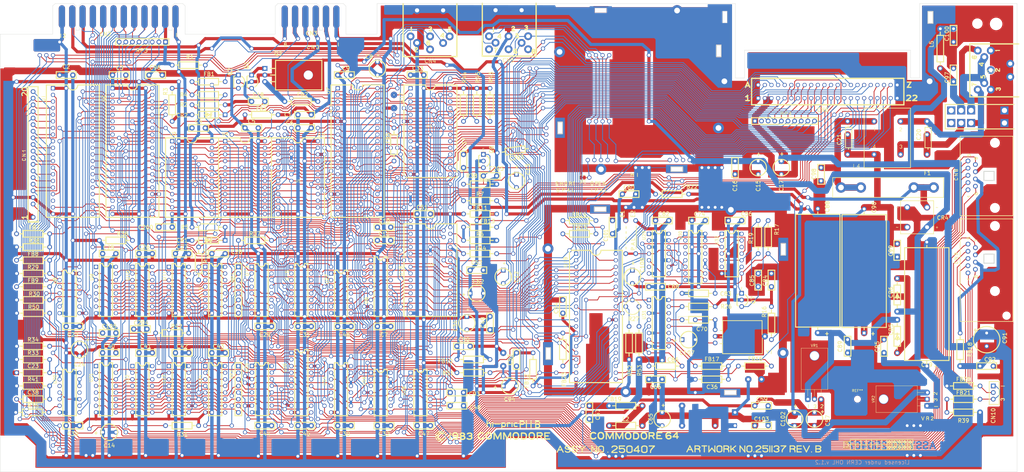
<source format=kicad_pcb>
(kicad_pcb (version 20171130) (host pcbnew 5.1.9+dfsg1-1)
  (title_block (title "C64 250407 PCB Replica") (date 2021-06-19) (rev 1.1) (comment 1 "by BWACK") (comment 2 "with help from Der Alte Bastler"))
  (layers (0 F.Cu signal) (31 B.Cu signal hide) (34 B.Paste user) (35 F.Paste user) (36 B.SilkS user hide) (37 F.SilkS user) (38 B.Mask user hide) (39 F.Mask user hide) (44 Edge.Cuts user))
  (net 0 "")
  (net 1 /PA2)
  (net 2 /PB7)
  (net 3 /PB6)
  (net 4 /PB5)
  (net 5 /PB4)
  (net 6 /PB3)
  (net 7 /PB2)
  (net 8 /PB1)
  (net 9 /PB0)
  (net 10 /~FLAG2~)
  (net 11 /~PC2~)
  (net 12 /SP2)
  (net 13 /CNT2)
  (net 14 /SP1)
  (net 15 /CNT1)
  (net 16 +5V)
  (net 17 /CASS_MOTOR)
  (net 18 /CASS_RD)
  (net 19 /CASS_WRT)
  (net 20 /CASS_WRT')
  (net 21 GND)
  (net 22 /9VAC~~)
  (net 23 /'9VAC~~)
  (net 24 /ATN')
  (net 25 ~RESET~)
  (net 26 /5V_FB3)
  (net 27 "Net-(C10-Pad2)")
  (net 28 "Net-(C10-Pad1)")
  (net 29 "Net-(C11-Pad2)")
  (net 30 "Net-(C11-Pad1)")
  (net 31 /250407_sheet2/AUDIO_IN)
  (net 32 "Net-(C12-Pad1)")
  (net 33 /250407_sheet2/AUDIO_OUT)
  (net 34 "Net-(C13-Pad1)")
  (net 35 +9V_UNREG)
  (net 36 "Net-(C18-Pad2)")
  (net 37 /9VAC)
  (net 38 "Net-(C23-Pad1)")
  (net 39 "Net-(C24-Pad1)")
  (net 40 DOT_CLOCK)
  (net 41 "Net-(C37-Pad1)")
  (net 42 /~RESTORE~)
  (net 43 /TRIGA)
  (net 44 POTX)
  (net 45 "Net-(C50-Pad1)")
  (net 46 "Net-(C51-Pad1)")
  (net 47 +12V)
  (net 48 "Net-(C54-Pad1)")
  (net 49 /+Vc)
  (net 50 "Net-(C101-Pad1)")
  (net 51 CAN+5V)
  (net 52 "Net-(C70-Pad2)")
  (net 53 "Net-(C70-Pad1)")
  (net 54 /250407_sheet2/LUMA)
  (net 55 /250407_sheet2/CHROMA)
  (net 56 "Net-(C83-Pad1)")
  (net 57 "Net-(C85-Pad2)")
  (net 58 "Net-(C85-Pad1)")
  (net 59 "Net-(C86-Pad2)")
  (net 60 "Net-(C86-Pad1)")
  (net 61 "Net-(C88-Pad1)")
  (net 62 "Net-(C90-Pad1)")
  (net 63 POTY)
  (net 64 "Net-(C97-Pad2)")
  (net 65 "Net-(C105-Pad2)")
  (net 66 "Net-(C107-Pad1)")
  (net 67 "Net-(C108-Pad1)")
  (net 68 "Net-(C200-Pad1)")
  (net 69 /250407_sheet2/~CAS~)
  (net 70 /250407_sheet2/~CASRAM~')
  (net 71 /COL7)
  (net 72 /COL1)
  (net 73 /COL2)
  (net 74 /COL3)
  (net 75 /BTNB)
  (net 76 /COL5)
  (net 77 /COL6)
  (net 78 /COL0)
  (net 79 /JOYA0)
  (net 80 /JOYA1)
  (net 81 /JOYA2)
  (net 82 /ROW7)
  (net 83 BTNA\~LP~)
  (net 84 /ROW5)
  (net 85 /ROW6)
  (net 86 /JOYA3)
  (net 87 /CASS_SENSE)
  (net 88 /DATA)
  (net 89 /CLK)
  (net 90 /ATN)
  (net 91 /250407_sheet2/CHROMA_O)
  (net 92 /250407_sheet2/COMP_O)
  (net 93 /250407_sheet2/LUMA_O)
  (net 94 A0)
  (net 95 A1)
  (net 96 A2)
  (net 97 A3)
  (net 98 A4)
  (net 99 A5)
  (net 100 A6)
  (net 101 A7)
  (net 102 A8)
  (net 103 A9)
  (net 104 A10)
  (net 105 A11)
  (net 106 A12)
  (net 107 A13)
  (net 108 A14)
  (net 109 A15)
  (net 110 PHI2)
  (net 111 ~NMI~)
  (net 112 /250407_sheet2/~RESET'~)
  (net 113 /250407_sheet2/~ROMH~)
  (net 114 D0)
  (net 115 D1)
  (net 116 D2)
  (net 117 D3)
  (net 118 D4)
  (net 119 D5)
  (net 120 D6)
  (net 121 D7)
  (net 122 /250407_sheet2/~DMA~)
  (net 123 /250407_sheet2/BA)
  (net 124 /250407_sheet2/~ROML~)
  (net 125 "Net-(CN6-Pad10)")
  (net 126 /250407_sheet2/~EXROM~)
  (net 127 /250407_sheet2/~GAME~)
  (net 128 "Net-(CN6-Pad7)")
  (net 129 R\~W~)
  (net 130 ~IRQ~)
  (net 131 "Net-(CN7-Pad6)")
  (net 132 "Net-(CN7-Pad4)")
  (net 133 /POTBX)
  (net 134 /5V_joyport)
  (net 135 /POTBY)
  (net 136 /POTAX)
  (net 137 /POTAY)
  (net 138 /LED+)
  (net 139 /GND_LED)
  (net 140 /jumper_select)
  (net 141 "Net-(FB2-Pad2)")
  (net 142 /PH2_FB)
  (net 143 /DATA')
  (net 144 /CLK')
  (net 145 "Net-(FB13-Pad2)")
  (net 146 "Net-(FB13-Pad1)")
  (net 147 "Net-(FB14-Pad1)")
  (net 148 "Net-(FB15-Pad1)")
  (net 149 PHI_COLOR)
  (net 150 "Net-(FB16-Pad1)")
  (net 151 "Net-(FB17-Pad1)")
  (net 152 "Net-(FB19-Pad1)")
  (net 153 "Net-(FB21-Pad1)")
  (net 154 PHI0)
  (net 155 "Net-(FB23-Pad1)")
  (net 156 "Net-(JP1-Pad1)")
  (net 157 "Net-(Q1-Pad1)")
  (net 158 "Net-(Q2-Pad3)")
  (net 159 "Net-(Q7-Pad1)")
  (net 160 "Net-(R16-Pad2)")
  (net 161 "Net-(R19-Pad2)")
  (net 162 "Net-(R27-Pad2)")
  (net 163 "Net-(R27-Pad1)")
  (net 164 /250407_sheet2/~AEC~)
  (net 165 /60Hz)
  (net 166 "Net-(R100-Pad2)")
  (net 167 /250407_sheet2/~CASRAM~)
  (net 168 ~CHAREN~)
  (net 169 ~HIRAM~)
  (net 170 ~LORAM~)
  (net 171 /250407_sheet2/MA7)
  (net 172 /250407_sheet2/VA7)
  (net 173 /250407_sheet2/MA5)
  (net 174 /250407_sheet2/VA5)
  (net 175 /250407_sheet2/MA4)
  (net 176 /250407_sheet2/VA4)
  (net 177 /250407_sheet2/MA6)
  (net 178 /250407_sheet2/VA6)
  (net 179 /250407_sheet2/MA1)
  (net 180 /250407_sheet2/VA1)
  (net 181 /250407_sheet2/MA2)
  (net 182 /250407_sheet2/VA2)
  (net 183 /250407_sheet2/MA0)
  (net 184 /250407_sheet2/VA0)
  (net 185 /250407_sheet2/MA3)
  (net 186 /250407_sheet2/VA3)
  (net 187 ~CIA1~)
  (net 188 ~CIA2~)
  (net 189 /DATA_OUT)
  (net 190 /CLK_OUT)
  (net 191 /ATN_OUT)
  (net 192 ~VA15~)
  (net 193 ~VA14~)
  (net 194 /250407_sheet2/~BASIC~)
  (net 195 /250407_sheet2/~KERNAL)
  (net 196 /250407_sheet2/~CHAROM~)
  (net 197 "Net-(U27-Pad11)")
  (net 198 "Net-(U16-Pad2)")
  (net 199 "Net-(U16-Pad10)")
  (net 200 "Net-(U16-Pad3)")
  (net 201 "Net-(U16-Pad9)")
  (net 202 /250407_sheet2/GR\~W~)
  (net 203 CAEC)
  (net 204 RDY)
  (net 205 "Net-(U20-Pad9)")
  (net 206 "Net-(U20-Pad5)")
  (net 207 /250407_sheet2/AEC)
  (net 208 /250407_sheet2/~RAS~)
  (net 209 "Net-(U14-Pad12)")
  (net 210 /250407_sheet2/VA6')
  (net 211 "Net-(U14-Pad6)")
  (net 212 /250407_sheet2/VA7')
  (net 213 /250407_sheet2/~CIAS~)
  (net 214 /250407_sheet2/~VIC~)
  (net 215 /250407_sheet2/~SID~)
  (net 216 /250407_sheet2/~I\O~)
  (net 217 /250407_sheet2/~COLOR~)
  (net 218 "Net-(U29-Pad12)")
  (net 219 /F_DIV)
  (net 220 "Net-(U29-Pad9)")
  (net 221 "Net-(U29-Pad5)")
  (net 222 "Net-(U31-Pad12)")
  (net 223 "Net-(U32-Pad13)")
  (net 224 "Net-(U32-Pad11)")
  (net 225 /CASS_PWR)
  (net 226 "Net-(C20-Pad1)")
  (net 227 "Net-(C21-Pad1)")
  (net 228 "Net-(CN5-Pad7)")
  (net 229 "Net-(CN5-Pad8)")
  (net 230 "Net-(RP4-Pad2)")
  (net 231 "Net-(SW1-Pad6)")
  (net 232 "Net-(SW1-Pad3)")
  (net 233 "Net-(U1-Pad18)")
  (net 234 "Net-(U9-Pad1)")
  (net 235 "Net-(U10-Pad1)")
  (net 236 "Net-(U11-Pad1)")
  (net 237 "Net-(U12-Pad1)")
  (net 238 "Net-(U17-Pad1)")
  (net 239 "Net-(U20-Pad11)")
  (net 240 "Net-(U20-Pad3)")
  (net 241 "Net-(U21-Pad1)")
  (net 242 "Net-(U22-Pad1)")
  (net 243 "Net-(U23-Pad1)")
  (net 244 "Net-(U24-Pad1)")
  (net 245 "Net-(U29-Pad6)")
  (net 246 "Net-(U30-Pad3)")
  (net 247 "Net-(U30-Pad13)")
  (net 248 "Net-(U30-Pad2)")
  (net 249 "Net-(U30-Pad7)")
  (net 250 "Net-(CN7-Pad2)")
  (module C64-pcb-library:BRIDGE_RECTIFIER (layer F.Cu) (at 372.11 137.795 270)
    (fp_text reference CR4 (at -3.5785 -6.0117 180) (layer F.SilkS) (effects (font (size 1.5 1.5) (thickness 0.25))))
    (fp_text value BRIDGE_RECTIFIER)
    (fp_text user - (at -7.62 11.43) (layer F.SilkS))
    (fp_text user ~~ (at -7.62 -3.81) (layer F.SilkS) (effects (font (size 2 1.6))))
    (fp_text user ~~ (at 0 11.43) (layer F.SilkS) (effects (font (size 2 1.6))))
    (fp_text user + (at 0 -3.81) (layer F.SilkS))
    (pad 4 thru_hole circle (at 0 7.62 270) (size 2.3 2.3) (drill 1.5) (layers *.Cu *.Mask) (net 22 /9VAC~~))
    (pad 3 thru_hole circle (at -7.62 7.62 270) (size 2.3 2.3) (drill 1.5) (layers *.Cu *.Mask) (net 21 GND))
    (pad 2 thru_hole circle (at -7.62 0 270) (size 2.3 2.3) (drill 1.5) (layers *.Cu *.Mask) (net 23 /'9VAC~~))
    (pad 1 thru_hole circle (at 0 0 270) (size 2.3 2.3) (drill 1.5) (layers *.Cu *.Mask) (net 35 +9V_UNREG))
  )
  (module MountingHole:MountingHole_2.2mm_M2_ISO14580 (layer F.Cu) (at 345.4095 203.835)
    (fp_text reference REF** (at 0 -3.25) (layer F.SilkS))
    (fp_text value MountingHole_2.2mm_M2_ISO14580)
    (pad 1 np_thru_hole circle (at 0 0) (size 2.2 2.2) (drill 2.2) (layers *.Cu *.Mask))
  )
  (module MountingHole:MountingHole_3.5mm (layer F.Cu) (at 391.414 59.6265)
    (fp_text reference REF** hide)
    (fp_text value MountingHole_3.5mm)
    (pad 1 np_thru_hole circle (at 0 0) (size 3.5 3.5) (drill 3.5) (layers *.Cu *.Mask))
  )
  (module MountingHole:MountingHole_2.7mm_M2.5_ISO7380 (layer F.Cu) (at 402.604 171.7665)
    (fp_text reference REF** hide)
    (fp_text value MountingHole_2.7mm_M2.5_ISO7380)
    (pad 1 np_thru_hole circle (at 0 0) (size 2.7 2.7) (drill 2.7) (layers *.Cu *.Mask))
  )
  (module MountingHole:MountingHole_4.3mm_M4 (layer F.Cu) (at 398.6 59.75)
    (fp_text reference REF** hide)
    (fp_text value MountingHole_4.3mm_M4)
    (pad 1 np_thru_hole circle (at 0 0) (size 4.3 4.3) (drill 4.3) (layers *.Cu *.Mask))
  )
  (module MountingHole:MountingHole_2.7mm_M2.5_ISO7380 (layer F.Cu) (at 21.59 226.695)
    (fp_text reference REF** hide)
    (fp_text value MountingHole_2.7mm_M2.5_ISO7380)
    (pad 1 np_thru_hole circle (at 0 0) (size 2.7 2.7) (drill 2.7) (layers *.Cu *.Mask))
  )
  (module MountingHole:MountingHole_2.7mm_M2.5_ISO7380 (layer F.Cu) (at 226.441 227.0125)
    (fp_text reference REF** hide)
    (fp_text value MountingHole_2.7mm_M2.5_ISO7380)
    (pad 1 np_thru_hole circle (at 0 0) (size 2.7 2.7) (drill 2.7) (layers *.Cu *.Mask))
  )
  (module C64-pcb-library:VREG_TO-220-3_Horizontal_TabDown (layer F.Cu) (at 326.39 203.835)
    (fp_text reference VR1 (at 2.54 -20.58) (layer F.SilkS))
    (fp_text value 7812)
    (pad 3 smd rect (at 2.54 -11.684) (size 10.4 16) (layers F.Cu F.Paste F.Mask) (net 21 GND))
    (pad 3 thru_hole oval (at 2.54 0) (size 1.905 2) (drill 1.1) (layers *.Cu *.Mask) (net 21 GND))
    (pad 2 thru_hole oval (at 5.08 0.127) (size 1.905 2) (drill 1.1) (layers *.Cu *.Mask) (net 47 +12V))
    (pad 1 thru_hole rect (at 0 0) (size 1.905 2) (drill 1.1) (layers *.Cu *.Mask) (net 61 "Net-(C88-Pad1)"))
    (pad 3 thru_hole oval (at 2.54 -16.66) (size 3.8 3.8) (drill 3.5) (layers *.Cu *.Mask) (net 21 GND))
  )
  (module C64-pcb-library:VREG_TO-220-3_Horizontal_TabDown (layer F.Cu) (at 372.11 206.375 90)
    (fp_text reference VR2 (at 2.54 -20.58 90) (layer F.SilkS))
    (fp_text value 7805)
    (pad 3 smd rect (at 2.54 -11.684 90) (size 10.4 16) (layers F.Cu F.Paste F.Mask) (net 21 GND))
    (pad 3 thru_hole oval (at 2.54 0 90) (size 1.905 2) (drill 1.1) (layers *.Cu *.Mask) (net 21 GND))
    (pad 2 thru_hole oval (at 5.08 0.127 90) (size 1.905 2) (drill 1.1) (layers *.Cu *.Mask) (net 51 CAN+5V))
    (pad 1 thru_hole rect (at 0 0 90) (size 1.905 2) (drill 1.1) (layers *.Cu *.Mask) (net 35 +9V_UNREG))
    (pad 3 thru_hole oval (at 2.54 -16.66 90) (size 3.8 3.8) (drill 3.5) (layers *.Cu *.Mask) (net 21 GND))
  )
  (module C64-pcb-library:TO-220-3_Horizontal_TabDown_250407 (layer F.Cu) (at 118.11 76.835)
    (fp_text reference Q3 (at 5.08 -5.715) (layer F.SilkS) (effects (font (size 1.5 1.5) (thickness 0.25))))
    (fp_text value TP29B/2SD880)
    (fp_poly (pts (xy 22.733 8.6995) (xy 2.7305 8.6995) (xy 2.7305 -3.6195) (xy 22.6695 -3.6195)) (layer F.Cu) (width 0.1))
    (pad 3 thru_hole oval (at 0 5.08 270) (size 1.905 2) (drill 1.1) (layers *.Cu *.Mask) (net 141 "Net-(FB2-Pad2)"))
    (pad 2 thru_hole oval (at 0 2.54 270) (size 1.905 2) (drill 1.1) (layers *.Cu *.Mask) (net 35 +9V_UNREG))
    (pad 1 thru_hole rect (at 0 0 270) (size 1.905 2) (drill 1.1) (layers *.Cu *.Mask) (net 157 "Net-(Q1-Pad1)"))
    (pad 2 thru_hole oval (at 16.66 2.54 270) (size 3.6 3.6) (drill 3.5) (layers *.Cu *.Mask) (net 35 +9V_UNREG))
  )
  (module C64-pcb-library:JOYPORT_DB9 (layer F.Cu) (at 390.652 149.824 90)
    (fp_text reference CN9 hide)
    (fp_text value CONTROL_PORT)
    (pad "" np_thru_hole circle (at 12.5 7.5 90) (size 3.3 3.3) (drill 3.3) (layers *.Cu *.Mask))
    (pad "" np_thru_hole circle (at -12.5 7.5 90) (size 3.3 3.3) (drill 3.3) (layers *.Cu *.Mask))
    (pad 9 thru_hole circle (at 4.155 0 90) (size 1.8 1.8) (drill 1.1) (layers *.Cu *.Mask) (net 136 /POTAX))
    (pad 8 thru_hole circle (at 1.385 0 90) (size 1.8 1.8) (drill 1.1) (layers *.Cu *.Mask) (net 21 GND))
    (pad 7 thru_hole circle (at -1.385 0 90) (size 1.8 1.8) (drill 1.1) (layers *.Cu *.Mask) (net 134 /5V_joyport))
    (pad 6 thru_hole circle (at -4.155 0 90) (size 1.8 1.8) (drill 1.1) (layers *.Cu *.Mask) (net 83 BTNA\~LP~))
    (pad 5 thru_hole circle (at 5.54 -2.84 90) (size 1.8 1.8) (drill 1.1) (layers *.Cu *.Mask) (net 137 /POTAY))
    (pad 4 thru_hole circle (at 2.77 -2.84 90) (size 1.8 1.8) (drill 1.1) (layers *.Cu *.Mask) (net 86 /JOYA3))
    (pad 3 thru_hole circle (at 0 -2.84 90) (size 1.8 1.8) (drill 1.1) (layers *.Cu *.Mask) (net 81 /JOYA2))
    (pad 2 thru_hole circle (at -2.77 -2.84 90) (size 1.8 1.8) (drill 1.1) (layers *.Cu *.Mask) (net 80 /JOYA1))
    (pad 1 thru_hole circle (at -5.54 -2.84 90) (size 1.8 1.8) (drill 1.1) (layers *.Cu *.Mask) (net 79 /JOYA0))
  )
  (module C64-pcb-library:MODULATOR_PORT_LONGBOARD (layer F.Cu) (at 273.431 112.014)
    (fp_text reference M1 hide)
    (fp_text value MODULATOR_LONGBOARD)
    (pad 8 thru_hole circle (at -31.48 0) (size 1.6 1.6) (drill 1.1) (layers *.Cu *.Mask) (net 156 "Net-(JP1-Pad1)"))
    (pad 7 thru_hole circle (at -28.94 0) (size 1.6 1.6) (drill 1.1) (layers *.Cu *.Mask) (net 91 /250407_sheet2/CHROMA_O))
    (pad 6 thru_hole circle (at -26.4 0) (size 1.6 1.6) (drill 1.1) (layers *.Cu *.Mask) (net 93 /250407_sheet2/LUMA_O))
    (pad 5 thru_hole circle (at -23.86 0) (size 1.6 1.6) (drill 1.1) (layers *.Cu *.Mask) (net 92 /250407_sheet2/COMP_O))
    (pad 4 thru_hole circle (at 0 0) (size 1.6 1.6) (drill 1.1) (layers *.Cu *.Mask) (net 33 /250407_sheet2/AUDIO_OUT))
    (pad 3 thru_hole circle (at 2.54 0) (size 1.6 1.6) (drill 1.1) (layers *.Cu *.Mask) (net 55 /250407_sheet2/CHROMA))
    (pad 2 thru_hole circle (at 5.08 0) (size 1.6 1.6) (drill 1.1) (layers *.Cu *.Mask) (net 54 /250407_sheet2/LUMA))
    (pad 1 thru_hole circle (at 7.62 0) (size 1.6 1.6) (drill 1.1) (layers *.Cu *.Mask) (net 35 +9V_UNREG))
  )
  (module MountingHole:MountingHole_4.3mm_M4 (layer F.Cu) (at 398.6 223.75)
    (fp_text reference REF** hide)
    (fp_text value MountingHole_4.3mm_M4)
    (pad 1 np_thru_hole circle (at 0 0) (size 4.3 4.3) (drill 4.3) (layers *.Cu *.Mask))
  )
  (module MountingHole:MountingHole_4.3mm_M4 (layer F.Cu) (at 216.4 223.75)
    (fp_text reference REF** hide)
    (fp_text value MountingHole_4.3mm_M4)
    (pad 1 np_thru_hole circle (at 0 0) (size 4.3 4.3) (drill 4.3) (layers *.Cu *.Mask))
  )
  (module MountingHole:MountingHole_4.3mm_M4 (layer F.Cu) (at 24.5872 223.75)
    (fp_text reference REF** hide)
    (fp_text value MountingHole_4.3mm_M4)
    (pad 1 np_thru_hole circle (at 0 0) (size 4.3 4.3) (drill 4.3) (layers *.Cu *.Mask))
  )
  (module MountingHole:MountingHole_4.3mm_M4 (layer F.Cu) (at 24.5872 71.75)
    (fp_text reference REF** hide)
    (fp_text value MountingHole_4.3mm_M4)
    (pad 1 np_thru_hole circle (at 0 0) (size 4.3 4.3) (drill 4.3) (layers *.Cu *.Mask))
  )
  (module MountingHole:MountingHole_4.3mm_M4 (layer F.Cu) (at 105.156 71.75)
    (fp_text reference REF** hide)
    (fp_text value MountingHole_4.3mm_M4)
    (pad 1 np_thru_hole circle (at 0 0) (size 4.3 4.3) (drill 4.3) (layers *.Cu *.Mask))
  )
  (module MountingHole:MountingHole_4.3mm_M4 (layer F.Cu) (at 196.6 71.75)
    (fp_text reference REF** hide)
    (fp_text value MountingHole_4.3mm_M4)
    (pad 1 np_thru_hole circle (at 0 0) (size 4.3 4.3) (drill 4.3) (layers *.Cu *.Mask))
  )
  (module C64-pcb-library:POWER_CON_D7_250407 (layer F.Cu) (at 396.5575 77.47)
    (fp_text reference CN7 (at 0 0.5) (layer F.SilkS))
    (fp_text value POWER_CON)
    (pad 1 thru_hole circle (at 7.46 2.62) (size 3 3) (drill 1.6) (layers *.Cu *.Mask) (net 21 GND))
    (pad 1 thru_hole circle (at 7.46 -2.46) (size 3 3) (drill 1.6) (layers *.Cu *.Mask) (net 21 GND))
    (pad 5 thru_hole circle (at -2.5 5) (size 3 3) (drill 1.6) (layers *.Cu *.Mask) (net 132 "Net-(CN7-Pad4)"))
    (pad 7 thru_hole circle (at -5 7.5) (size 3 3) (drill 1.6) (layers *.Cu *.Mask) (net 226 "Net-(C20-Pad1)"))
    (pad 6 thru_hole circle (at -5 -7.5) (size 3 3) (drill 1.6) (layers *.Cu *.Mask) (net 131 "Net-(CN7-Pad6)"))
    (pad 4 thru_hole circle (at -2.5 -5) (size 3 3) (drill 1.6) (layers *.Cu *.Mask) (net 132 "Net-(CN7-Pad4)"))
    (pad 2 thru_hole circle (at 0 0) (size 3 3) (drill 1.6) (layers *.Cu *.Mask) (net 250 "Net-(CN7-Pad2)"))
    (pad 1 thru_hole circle (at 0 -7.5) (size 3 3) (drill 1.6) (layers *.Cu *.Mask) (net 21 GND))
    (pad 3 thru_hole circle (at 0 7.5) (size 3 3) (drill 1.6) (layers *.Cu *.Mask) (net 21 GND))
  )
  (module C64-pcb-library:RECTIFIER_TH_P12.7mm (layer F.Cu) (at 360.68 157.48 270)
    (fp_text reference CR6 (at 5.3086 2.4384 90) (layer F.SilkS) (effects (font (size 1.5 1.5) (thickness 0.25))))
    (fp_text value 1N4001)
    (pad 2 thru_hole circle (at 12.7 0 270) (size 1.8 1.8) (drill 1.1) (layers *.Cu *.Mask) (net 35 +9V_UNREG))
    (pad 1 thru_hole rect (at 0 0 270) (size 1.8 1.8) (drill 1.1) (layers *.Cu *.Mask) (net 62 "Net-(C90-Pad1)"))
  )
  (module C64-pcb-library:RECTIFIER_TH_P12.7mm (layer F.Cu) (at 360.68 173.355 270)
    (fp_text reference CR5 (at 3.7084 2.3876 90) (layer F.SilkS) (effects (font (size 1.5 1.5) (thickness 0.25))))
    (fp_text value 1N4001)
    (pad 2 thru_hole circle (at 12.7 0 270) (size 1.8 1.8) (drill 1.1) (layers *.Cu *.Mask) (net 62 "Net-(C90-Pad1)"))
    (pad 1 thru_hole rect (at 0 0 270) (size 1.8 1.8) (drill 1.1) (layers *.Cu *.Mask) (net 61 "Net-(C88-Pad1)"))
  )
  (module C64-pcb-library:CAP_ELYT_RADIAL_P5.08mm_SMALL_RING (layer F.Cu) (at 259.08 154.305 270)
    (fp_text reference C108 (at -1.905 -3.81 90) (layer F.SilkS) (effects (font (size 1.5 1.5) (thickness 0.25))))
    (fp_text value 10uF)
    (pad 2 thru_hole circle (at 5.08 0 270) (size 1.8 1.8) (drill 1.1) (layers *.Cu *.Mask) (net 21 GND))
    (pad 1 thru_hole rect (at 0 0 270) (size 1.8 1.8) (drill 1.1) (layers *.Cu *.Mask) (net 67 "Net-(C108-Pad1)"))
  )
  (module C64-pcb-library:CAP_ELYT_RADIAL_P5.08mm_SMALL_RING (layer F.Cu) (at 278.13 180.975)
    (fp_text reference C107 (at 1.905 5.08) (layer F.SilkS) (effects (font (size 1.5 1.5) (thickness 0.25))))
    (fp_text value 10uF)
    (pad 2 thru_hole circle (at 5.08 0) (size 1.8 1.8) (drill 1.1) (layers *.Cu *.Mask) (net 21 GND))
    (pad 1 thru_hole rect (at 0 0) (size 1.8 1.8) (drill 1.1) (layers *.Cu *.Mask) (net 66 "Net-(C107-Pad1)"))
  )
  (module C64-pcb-library:JUMPER_WIRE (layer F.Cu) (at 260.35 147.955)
    (fp_text reference E2 (at -1.017 -15.24 90) (layer F.SilkS) (effects (font (size 1.5 1.5) (thickness 0.25))))
    (fp_text value JUMPER_WIRE_DASHED)
    (pad 2 thru_hole circle (at 0 0) (size 1.8 1.8) (drill 1.1) (layers *.Cu *.Mask) (net 140 /jumper_select))
    (pad 1 thru_hole circle (at 0 -12.7) (size 1.8 1.8) (drill 1.1) (layers *.Cu *.Mask) (net 49 /+Vc))
  )
  (module C64-pcb-library:JUMPER_WIRE (layer F.Cu) (at 256.54 147.955)
    (fp_text reference E1 (at -1.27 -15.24 90) (layer F.SilkS) (effects (font (size 1.5 1.5) (thickness 0.25))))
    (fp_text value JUMPER_WIRE)
    (pad 2 thru_hole circle (at 0 0) (size 1.8 1.8) (drill 1.1) (layers *.Cu *.Mask) (net 140 /jumper_select))
    (pad 1 thru_hole circle (at 0 -12.7) (size 1.8 1.8) (drill 1.1) (layers *.Cu *.Mask) (net 21 GND))
  )
  (module C64-pcb-library:CAP_POLY_100V_TH_P5.08_and_P12.07mm (layer F.Cu) (at 341.63 97.155 270)
    (fp_text reference C21 (at 6.985 3.175 90) (layer F.SilkS) (effects (font (size 1.5 1.5) (thickness 0.25))))
    (fp_text value .22)
    (pad 2 thru_hole circle (at 5.08 0 270) (size 1.8 1.8) (drill 1.1) (layers *.Cu *.Mask) (net 22 /9VAC~~))
    (pad 2 thru_hole circle (at 12.7 0 270) (size 1.8 1.8) (drill 1.1) (layers *.Cu *.Mask) (net 22 /9VAC~~))
    (pad 1 thru_hole circle (at 0 0 270) (size 1.8 1.8) (drill 1.1) (layers *.Cu *.Mask) (net 227 "Net-(C21-Pad1)"))
  )
  (module C64-pcb-library:CAP_POLY_100V_TH_P5.08_and_P12.07mm (layer F.Cu) (at 372.11 97.155 270)
    (fp_text reference C20 (at 5.08 3.175 90) (layer F.SilkS) (effects (font (size 1.5 1.5) (thickness 0.25))))
    (fp_text value .22)
    (pad 2 thru_hole circle (at 5.08 0 270) (size 1.8 1.8) (drill 1.1) (layers *.Cu *.Mask) (net 37 /9VAC))
    (pad 2 thru_hole circle (at 12.7 0 270) (size 1.8 1.8) (drill 1.1) (layers *.Cu *.Mask) (net 37 /9VAC))
    (pad 1 thru_hole circle (at 0 0 270) (size 1.8 1.8) (drill 1.1) (layers *.Cu *.Mask) (net 226 "Net-(C20-Pad1)"))
  )
  (module C64-pcb-library:CAP_P5.08mm (layer F.Cu) (at 242.57 206.375 270)
    (fp_text reference C67 (at 3.3507 -3.2534 90) (layer F.SilkS) (effects (font (size 1.5 1.5) (thickness 0.25))))
    (fp_text value .1)
    (pad 2 thru_hole circle (at 5.08 0 270) (size 2 2) (drill 1.1) (layers *.Cu *.Mask) (net 21 GND))
    (pad 1 thru_hole circle (at 0 0 270) (size 2 2) (drill 1.1) (layers *.Cu *.Mask) (net 49 /+Vc))
  )
  (module C64-pcb-library:CAP_ELYT_RADIAL_P5.08mm_SMALL_RING (layer F.Cu) (at 316.23 112.395 270)
    (fp_text reference C17 (at 9.525 0 90) (layer F.SilkS) (effects (font (size 1.5 1.5) (thickness 0.25))))
    (fp_text value 10uF)
    (pad 2 thru_hole circle (at 5.08 0 270) (size 1.8 1.8) (drill 1.1) (layers *.Cu *.Mask) (net 21 GND))
    (pad 1 thru_hole rect (at 0 0 270) (size 1.8 1.8) (drill 1.1) (layers *.Cu *.Mask) (net 16 +5V))
  )
  (module C64-pcb-library:CAP_ELYT_RADIAL_P5.08mm_SMALL_RING (layer F.Cu) (at 307.34 112.395 270)
    (fp_text reference C15 (at 9.525 0 90) (layer F.SilkS) (effects (font (size 1.5 1.5) (thickness 0.25))))
    (fp_text value 10uF)
    (pad 2 thru_hole circle (at 5.08 0 270) (size 1.8 1.8) (drill 1.1) (layers *.Cu *.Mask) (net 21 GND))
    (pad 1 thru_hole rect (at 0 0 270) (size 1.8 1.8) (drill 1.1) (layers *.Cu *.Mask) (net 35 +9V_UNREG))
  )
  (module C64-pcb-library:CAP_ELYT_RADIAL_P5.08mm_SMALL_RING (layer F.Cu) (at 55.88 216.535)
    (fp_text reference C14 (at 2.54 5.08) (layer F.SilkS) (effects (font (size 1.5 1.5) (thickness 0.25))))
    (fp_text value 10uF)
    (pad 2 thru_hole circle (at 5.08 0) (size 1.8 1.8) (drill 1.1) (layers *.Cu *.Mask) (net 21 GND))
    (pad 1 thru_hole rect (at 0 0) (size 1.8 1.8) (drill 1.1) (layers *.Cu *.Mask) (net 16 +5V))
  )
  (module C64-pcb-library:CAP_ELYT_RADIAL_P5.08mm_SMALL_RING (layer F.Cu) (at 321.31 208.915 270)
    (fp_text reference C102 (at 2.54 4.445 90) (layer F.SilkS) (effects (font (size 1.5 1.5) (thickness 0.25))))
    (fp_text value 10uF)
    (pad 2 thru_hole circle (at 5.08 0 270) (size 1.8 1.8) (drill 1.1) (layers *.Cu *.Mask) (net 21 GND))
    (pad 1 thru_hole rect (at 0 0 270) (size 1.8 1.8) (drill 1.1) (layers *.Cu *.Mask) (net 51 CAN+5V))
  )
  (module C64-pcb-library:CAP_ELYT_RADIAL_P5.08mm_SMALL_RING (layer F.Cu) (at 209.55 198.755)
    (fp_text reference C94 (at 2.4486 5.1057) (layer F.SilkS) (effects (font (size 1.5 1.5) (thickness 0.25))))
    (fp_text value 10uF)
    (pad 2 thru_hole circle (at 5.08 0) (size 1.8 1.8) (drill 1.1) (layers *.Cu *.Mask) (net 21 GND))
    (pad 1 thru_hole rect (at 0 0) (size 1.8 1.8) (drill 1.1) (layers *.Cu *.Mask) (net 47 +12V))
  )
  (module C64-pcb-library:CAP_ELYT_RADIAL_P5.08mm_SMALL_RING (layer F.Cu) (at 270.51 208.915 270)
    (fp_text reference C65 (at 2.54 4.445 90) (layer F.SilkS) (effects (font (size 1.5 1.5) (thickness 0.25))))
    (fp_text value 10uF)
    (pad 2 thru_hole circle (at 5.08 0 270) (size 1.8 1.8) (drill 1.1) (layers *.Cu *.Mask) (net 21 GND))
    (pad 1 thru_hole rect (at 0 0 270) (size 1.8 1.8) (drill 1.1) (layers *.Cu *.Mask) (net 51 CAN+5V))
  )
  (module C64-pcb-library:CAP_ELYT_RADIAL_P5.08mm_SMALL_RING (layer F.Cu) (at 328.93 208.915 270)
    (fp_text reference C57 (at 3.175 -5.08 90) (layer F.SilkS) (effects (font (size 1.5 1.5) (thickness 0.25))))
    (fp_text value 10uF)
    (pad 2 thru_hole circle (at 5.08 0 270) (size 1.8 1.8) (drill 1.1) (layers *.Cu *.Mask) (net 21 GND))
    (pad 1 thru_hole rect (at 0 0 270) (size 1.8 1.8) (drill 1.1) (layers *.Cu *.Mask) (net 47 +12V))
  )
  (module C64-pcb-library:CAP_ELYT_RADIAL_P5.08mm_SMALL_RING (layer F.Cu) (at 46.99 182.245 270)
    (fp_text reference C24 (at 8.255 0 180) (layer F.SilkS) (effects (font (size 1.5 1.5) (thickness 0.25))))
    (fp_text value 10uF)
    (pad 2 thru_hole circle (at 5.08 0 270) (size 1.8 1.8) (drill 1.1) (layers *.Cu *.Mask) (net 21 GND))
    (pad 1 thru_hole rect (at 0 0 270) (size 1.8 1.8) (drill 1.1) (layers *.Cu *.Mask) (net 39 "Net-(C24-Pad1)"))
  )
  (module C64-pcb-library:CAP_P5.08mm (layer F.Cu) (at 189.23 201.295)
    (fp_text reference C93 (at 9.2831 0.5526) (layer F.SilkS) (effects (font (size 1.5 1.5) (thickness 0.25))))
    (fp_text value 1800pF)
    (pad 2 thru_hole circle (at 5.08 0) (size 2 2) (drill 1.1) (layers *.Cu *.Mask) (net 21 GND))
    (pad 1 thru_hole circle (at 0 0) (size 2 2) (drill 1.1) (layers *.Cu *.Mask) (net 63 POTY))
  )
  (module C64-pcb-library:CAP_P5.08mm (layer F.Cu) (at 189.23 206.375)
    (fp_text reference C48 (at 9.5677 0.6392) (layer F.SilkS) (effects (font (size 1.5 1.5) (thickness 0.25))))
    (fp_text value 1800pF)
    (pad 2 thru_hole circle (at 5.08 0) (size 2 2) (drill 1.1) (layers *.Cu *.Mask) (net 21 GND))
    (pad 1 thru_hole circle (at 0 0) (size 2 2) (drill 1.1) (layers *.Cu *.Mask) (net 44 POTX))
  )
  (module C64-pcb-library:CAP_P5.08mm (layer F.Cu) (at 204.47 172.085 270)
    (fp_text reference C49 (at 2.286 2.667 90) (layer F.SilkS) (effects (font (size 1.5 1.5) (thickness 0.25))))
    (fp_text value .1)
    (pad 2 thru_hole circle (at 5.08 0 270) (size 2 2) (drill 1.1) (layers *.Cu *.Mask) (net 21 GND))
    (pad 1 thru_hole circle (at 0 0 270) (size 2 2) (drill 1.1) (layers *.Cu *.Mask) (net 16 +5V))
  )
  (module C64-pcb-library:CAP_ELYT_RADIAL_P5.08mm_SMALL_RING (layer F.Cu) (at 196.85 163.195)
    (fp_text reference C62 (at 3.175 -4.445) (layer F.SilkS) (effects (font (size 1.5 1.5) (thickness 0.25))))
    (fp_text value 10uF)
    (pad 2 thru_hole circle (at 5.08 0) (size 1.8 1.8) (drill 1.1) (layers *.Cu *.Mask) (net 21 GND))
    (pad 1 thru_hole rect (at 0 0) (size 1.8 1.8) (drill 1.1) (layers *.Cu *.Mask) (net 47 +12V))
  )
  (module C64-pcb-library:CAP_ELYT_RADIAL_P5.08mm_SMALL_RING (layer F.Cu) (at 195.58 172.085 270)
    (fp_text reference C34 (at 3.5952 4.3864 90) (layer F.SilkS) (effects (font (size 1.5 1.5) (thickness 0.25))))
    (fp_text value 10uF)
    (pad 2 thru_hole circle (at 5.08 0 270) (size 1.8 1.8) (drill 1.1) (layers *.Cu *.Mask) (net 21 GND))
    (pad 1 thru_hole rect (at 0 0 270) (size 1.8 1.8) (drill 1.1) (layers *.Cu *.Mask) (net 16 +5V))
  )
  (module C64-pcb-library:CAP_ELYT_RADIAL_P5.08mm_SMALL_RING (layer F.Cu) (at 209.55 154.305 270)
    (fp_text reference C12 (at 2.54 -5.08 90) (layer F.SilkS) (effects (font (size 1.5 1.5) (thickness 0.25))))
    (fp_text value 10uF)
    (pad 2 thru_hole circle (at 5.08 0 270) (size 1.8 1.8) (drill 1.1) (layers *.Cu *.Mask) (net 31 /250407_sheet2/AUDIO_IN))
    (pad 1 thru_hole rect (at 0 0 270) (size 1.8 1.8) (drill 1.1) (layers *.Cu *.Mask) (net 32 "Net-(C12-Pad1)"))
  )
  (module C64-pcb-library:CAP_P5.08mm (layer F.Cu) (at 196.85 154.305)
    (fp_text reference C52 (at 2.527 -2.8933 180) (layer F.SilkS) (effects (font (size 1.5 1.5) (thickness 0.25))))
    (fp_text value .1)
    (pad 2 thru_hole circle (at 5.08 0) (size 2 2) (drill 1.1) (layers *.Cu *.Mask) (net 21 GND))
    (pad 1 thru_hole circle (at 0 0) (size 2 2) (drill 1.1) (layers *.Cu *.Mask) (net 47 +12V))
  )
  (module C64-pcb-library:CAP_P5.08mm (layer F.Cu) (at 166.37 142.875 180)
    (fp_text reference C11 (at 2.54 2.413) (layer F.SilkS) (effects (font (size 1.5 1.5) (thickness 0.25))))
    (fp_text value 470pF)
    (pad 2 thru_hole circle (at 5.08 0 180) (size 2 2) (drill 1.1) (layers *.Cu *.Mask) (net 29 "Net-(C11-Pad2)"))
    (pad 1 thru_hole circle (at 0 0 180) (size 2 2) (drill 1.1) (layers *.Cu *.Mask) (net 30 "Net-(C11-Pad1)"))
  )
  (module C64-pcb-library:CAP_P5.08mm (layer F.Cu) (at 166.37 137.795 180)
    (fp_text reference C10 (at 2.413 2.413) (layer F.SilkS) (effects (font (size 1.5 1.5) (thickness 0.25))))
    (fp_text value 470pF)
    (pad 2 thru_hole circle (at 5.08 0 180) (size 2 2) (drill 1.1) (layers *.Cu *.Mask) (net 27 "Net-(C10-Pad2)"))
    (pad 1 thru_hole circle (at 0 0 180) (size 2 2) (drill 1.1) (layers *.Cu *.Mask) (net 28 "Net-(C10-Pad1)"))
  )
  (module C64-pcb-library:CAP_ELYT_RADIAL_P5.08mm_SMALL_RING (layer F.Cu) (at 214.63 117.475 270)
    (fp_text reference C13 (at -1.905 -4.445 90) (layer F.SilkS) (effects (font (size 1.5 1.5) (thickness 0.25))))
    (fp_text value 10uF)
    (pad 2 thru_hole circle (at 5.08 0 270) (size 1.8 1.8) (drill 1.1) (layers *.Cu *.Mask) (net 33 /250407_sheet2/AUDIO_OUT))
    (pad 1 thru_hole rect (at 0 0 270) (size 1.8 1.8) (drill 1.1) (layers *.Cu *.Mask) (net 34 "Net-(C13-Pad1)"))
  )
  (module C64-pcb-library:CAP_ELYT_RADIAL_P5.08mm_SMALL_RING (layer F.Cu) (at 161.29 74.295 270)
    (fp_text reference C8 (at -1.905 3.175 180) (layer F.SilkS) (effects (font (size 1.5 1.5) (thickness 0.25))))
    (fp_text value 10uF)
    (pad 2 thru_hole circle (at 5.08 0 270) (size 1.8 1.8) (drill 1.1) (layers *.Cu *.Mask) (net 21 GND))
    (pad 1 thru_hole rect (at 0 0 270) (size 1.8 1.8) (drill 1.1) (layers *.Cu *.Mask) (net 16 +5V))
  )
  (module C64-pcb-library:CAPACITOR_RADIAL_P13.97_L9.9_D3.6 (layer F.Cu) (at 207.222236 109.259248 8)
    (fp_text reference C203 (at 7.07601 2.878556 8) (layer F.SilkS) (effects (font (size 1.5 1.5) (thickness 0.25))))
    (fp_text value 82pF)
    (pad 2 thru_hole circle (at 13.97 0 8) (size 1.8 1.8) (drill 1.1) (layers *.Cu *.Mask) (net 69 /250407_sheet2/~CAS~))
    (pad 1 thru_hole circle (at 0 0 8) (size 1.8 1.8) (drill 1.1) (layers *.Cu *.Mask) (net 21 GND))
  )
  (module C64-pcb-library:ZENER_12.7mm (layer F.Cu) (at 102.87 142.875 180)
    (fp_text reference CR1 (at 16.51 0) (layer F.SilkS) (effects (font (size 1.5 1.5) (thickness 0.25))))
    (fp_text value IN4371)
    (pad 2 thru_hole circle (at 12.7 0 180) (size 1.8 1.8) (drill 1.1) (layers *.Cu *.Mask) (net 21 GND))
    (pad 1 thru_hole rect (at 0 0 180) (size 1.8 1.8) (drill 1.1) (layers *.Cu *.Mask) (net 68 "Net-(C200-Pad1)"))
  )
  (module C64-pcb-library:LARGE_ELECTROLYTIC_AXIAL_TH (layer F.Cu) (at 372.0104 191.135 180)
    (fp_text reference C19 (at 0 0.5) (layer F.SilkS) (effects (font (size 1.5 1.5) (thickness 0.25))))
    (fp_text value 2200uF)
    (pad 2 thru_hole circle (at 0 47.62 180) (size 1.8 1.8) (drill 1.1) (layers *.Cu *.Mask) (net 21 GND))
    (pad 1 thru_hole rect (at 0 0 180) (size 1.8 1.8) (drill 1.1) (layers *.Cu *.Mask) (net 35 +9V_UNREG))
  )
  (module C64-pcb-library:LARGE_ELECTROLYTIC_AXIAL_TH (layer F.Cu) (at 330.2 178.308 180)
    (fp_text reference C88 (at -3.683 48.387 90) (layer F.SilkS) (effects (font (size 1.5 1.5) (thickness 0.25))))
    (fp_text value 1000uF)
    (pad 2 thru_hole circle (at 0 47.62 180) (size 1.8 1.8) (drill 1.1) (layers *.Cu *.Mask) (net 21 GND))
    (pad 1 thru_hole rect (at 0 0 180) (size 1.8 1.8) (drill 1.1) (layers *.Cu *.Mask) (net 61 "Net-(C88-Pad1)"))
  )
  (module C64-pcb-library:LARGE_ELECTROLYTIC_AXIAL_TH (layer F.Cu) (at 347.98 178.435 180)
    (fp_text reference C90 (at -3.81 48.26 90) (layer F.SilkS) (effects (font (size 1.5 1.5) (thickness 0.25))))
    (fp_text value 470uF)
    (pad 2 thru_hole circle (at 0 47.62 180) (size 1.8 1.8) (drill 1.1) (layers *.Cu *.Mask) (net 22 /9VAC~~))
    (pad 1 thru_hole rect (at 0 0 180) (size 1.8 1.8) (drill 1.1) (layers *.Cu *.Mask) (net 62 "Net-(C90-Pad1)"))
  )
  (module C64-pcb-library:JOYPORT_DB9 (layer F.Cu) (at 390.652 117.904 90)
    (fp_text reference CN8 hide)
    (fp_text value CONTROL_PORT)
    (pad "" np_thru_hole circle (at 12.5 7.5 90) (size 3.3 3.3) (drill 3.3) (layers *.Cu *.Mask))
    (pad "" np_thru_hole circle (at -12.5 7.5 90) (size 3.3 3.3) (drill 3.3) (layers *.Cu *.Mask))
    (pad 9 thru_hole circle (at 4.155 0 90) (size 1.8 1.8) (drill 1.1) (layers *.Cu *.Mask) (net 133 /POTBX))
    (pad 8 thru_hole circle (at 1.385 0 90) (size 1.8 1.8) (drill 1.1) (layers *.Cu *.Mask) (net 21 GND))
    (pad 7 thru_hole circle (at -1.385 0 90) (size 1.8 1.8) (drill 1.1) (layers *.Cu *.Mask) (net 134 /5V_joyport))
    (pad 6 thru_hole circle (at -4.155 0 90) (size 1.8 1.8) (drill 1.1) (layers *.Cu *.Mask) (net 75 /BTNB))
    (pad 5 thru_hole circle (at 5.54 -2.84 90) (size 1.8 1.8) (drill 1.1) (layers *.Cu *.Mask) (net 135 /POTBY))
    (pad 4 thru_hole circle (at 2.77 -2.84 90) (size 1.8 1.8) (drill 1.1) (layers *.Cu *.Mask) (net 74 /COL3))
    (pad 3 thru_hole circle (at 0 -2.84 90) (size 1.8 1.8) (drill 1.1) (layers *.Cu *.Mask) (net 73 /COL2))
    (pad 2 thru_hole circle (at -2.77 -2.84 90) (size 1.8 1.8) (drill 1.1) (layers *.Cu *.Mask) (net 72 /COL1))
    (pad 1 thru_hole circle (at -5.54 -2.84 90) (size 1.8 1.8) (drill 1.1) (layers *.Cu *.Mask) (net 78 /COL0))
  )
  (module C64-pcb-library:CRYSTAL (layer F.Cu) (at 290.83 179.705 180)
    (fp_text reference Y1 hide)
    (fp_text value Crystal)
    (pad 3 thru_hole circle (at 0 0 180) (size 1.8 1.8) (drill 1.1) (layers *.Cu *.Mask) (net 21 GND))
    (pad 2 thru_hole circle (at 0 2.54 180) (size 1.8 1.8) (drill 1.1) (layers *.Cu *.Mask) (net 53 "Net-(C70-Pad1)"))
    (pad 1 thru_hole circle (at 0 -2.54 180) (size 1.8 1.8) (drill 1.1) (layers *.Cu *.Mask) (net 222 "Net-(U31-Pad12)"))
  )
  (module C64-pcb-library:DIP14 (layer F.Cu) (at 297.18 147.955)
    (fp_text reference U32 (at -5.715 -5.08 90) (layer F.SilkS) (effects (font (size 1.2 1.2) (thickness 0.2))))
    (fp_text value MC4044 hide)
    (pad 14 thru_hole circle (at 3.81 -7.62) (size 1.6 1.6) (drill 1.1) (layers *.Cu *.Mask) (net 49 /+Vc))
    (pad 13 thru_hole circle (at 3.81 -5.08) (size 1.6 1.6) (drill 1.1) (layers *.Cu *.Mask) (net 223 "Net-(U32-Pad13)"))
    (pad 12 thru_hole circle (at 3.81 -2.54) (size 1.6 1.6) (drill 1.1) (layers *.Cu *.Mask))
    (pad 11 thru_hole circle (at 3.81 0) (size 1.6 1.6) (drill 1.1) (layers *.Cu *.Mask) (net 224 "Net-(U32-Pad11)"))
    (pad 10 thru_hole circle (at 3.81 2.54) (size 1.6 1.6) (drill 1.1) (layers *.Cu *.Mask) (net 161 "Net-(R19-Pad2)"))
    (pad 9 thru_hole circle (at 3.81 5.08) (size 1.6 1.6) (drill 1.1) (layers *.Cu *.Mask) (net 159 "Net-(Q7-Pad1)"))
    (pad 8 thru_hole circle (at 3.81 7.62) (size 1.6 1.6) (drill 1.1) (layers *.Cu *.Mask) (net 160 "Net-(R16-Pad2)"))
    (pad 7 thru_hole circle (at -3.81 7.62) (size 1.6 1.6) (drill 1.1) (layers *.Cu *.Mask) (net 21 GND))
    (pad 6 thru_hole circle (at -3.81 5.08) (size 1.6 1.6) (drill 1.1) (layers *.Cu *.Mask))
    (pad 5 thru_hole circle (at -3.81 2.54) (size 1.6 1.6) (drill 1.1) (layers *.Cu *.Mask) (net 161 "Net-(R19-Pad2)"))
    (pad 4 thru_hole circle (at -3.81 0) (size 1.6 1.6) (drill 1.1) (layers *.Cu *.Mask) (net 223 "Net-(U32-Pad13)"))
    (pad 3 thru_hole circle (at -3.81 -2.54) (size 1.6 1.6) (drill 1.1) (layers *.Cu *.Mask) (net 154 PHI0))
    (pad 2 thru_hole circle (at -3.81 -5.08) (size 1.6 1.6) (drill 1.1) (layers *.Cu *.Mask) (net 224 "Net-(U32-Pad11)"))
    (pad 1 thru_hole rect (at -3.81 -7.62) (size 1.6 1.6) (drill 1.1) (layers *.Cu *.Mask) (net 220 "Net-(U29-Pad9)"))
  )
  (module C64-pcb-library:DIP16 (layer F.Cu) (at 269.24 174.625)
    (fp_text reference U31 (at -5.715 -3.175 90) (layer F.SilkS) (effects (font (size 1.2 1.2) (thickness 0.2))))
    (fp_text value 74LS629N hide)
    (pad 16 thru_hole circle (at 3.81 -8.89) (size 1.6 1.6) (drill 1.1) (layers *.Cu *.Mask) (net 49 /+Vc))
    (pad 15 thru_hole circle (at 3.81 -6.35) (size 1.6 1.6) (drill 1.1) (layers *.Cu *.Mask) (net 66 "Net-(C107-Pad1)"))
    (pad 8 thru_hole circle (at -3.81 8.89) (size 1.6 1.6) (drill 1.1) (layers *.Cu *.Mask) (net 21 GND))
    (pad 3 thru_hole circle (at -3.81 -3.81) (size 1.6 1.6) (drill 1.1) (layers *.Cu *.Mask) (net 21 GND))
    (pad 4 thru_hole circle (at -3.81 -1.27) (size 1.6 1.6) (drill 1.1) (layers *.Cu *.Mask) (net 59 "Net-(C86-Pad2)"))
    (pad 13 thru_hole circle (at 3.81 -1.27) (size 1.6 1.6) (drill 1.1) (layers *.Cu *.Mask) (net 52 "Net-(C70-Pad2)"))
    (pad 2 thru_hole circle (at -3.81 -6.35) (size 1.6 1.6) (drill 1.1) (layers *.Cu *.Mask) (net 160 "Net-(R16-Pad2)"))
    (pad 5 thru_hole circle (at -3.81 1.27) (size 1.6 1.6) (drill 1.1) (layers *.Cu *.Mask) (net 60 "Net-(C86-Pad1)"))
    (pad 9 thru_hole circle (at 3.81 8.89) (size 1.6 1.6) (drill 1.1) (layers *.Cu *.Mask) (net 21 GND))
    (pad 12 thru_hole circle (at 3.81 1.27) (size 1.6 1.6) (drill 1.1) (layers *.Cu *.Mask) (net 222 "Net-(U31-Pad12)"))
    (pad 1 thru_hole rect (at -3.81 -8.89) (size 1.6 1.6) (drill 1.1) (layers *.Cu *.Mask) (net 67 "Net-(C108-Pad1)"))
    (pad 10 thru_hole circle (at 3.81 6.35) (size 1.6 1.6) (drill 1.1) (layers *.Cu *.Mask) (net 150 "Net-(FB16-Pad1)"))
    (pad 7 thru_hole circle (at -3.81 6.35) (size 1.6 1.6) (drill 1.1) (layers *.Cu *.Mask) (net 151 "Net-(FB17-Pad1)"))
    (pad 14 thru_hole circle (at 3.81 -3.81) (size 1.6 1.6) (drill 1.1) (layers *.Cu *.Mask) (net 21 GND))
    (pad 6 thru_hole circle (at -3.81 3.81) (size 1.6 1.6) (drill 1.1) (layers *.Cu *.Mask) (net 21 GND))
    (pad 11 thru_hole circle (at 3.81 3.81) (size 1.6 1.6) (drill 1.1) (layers *.Cu *.Mask) (net 21 GND))
  )
  (module C64-pcb-library:DIP16 (layer F.Cu) (at 283.21 149.225)
    (fp_text reference U30 (at -5.715 -8.255 90) (layer F.SilkS) (effects (font (size 1.2 1.2) (thickness 0.2))))
    (fp_text value 74LS193 hide)
    (pad 16 thru_hole circle (at 3.81 -8.89) (size 1.6 1.6) (drill 1.1) (layers *.Cu *.Mask) (net 49 /+Vc))
    (pad 15 thru_hole circle (at 3.81 -6.35) (size 1.6 1.6) (drill 1.1) (layers *.Cu *.Mask) (net 49 /+Vc))
    (pad 8 thru_hole circle (at -3.81 8.89) (size 1.6 1.6) (drill 1.1) (layers *.Cu *.Mask) (net 21 GND))
    (pad 3 thru_hole circle (at -3.81 -3.81) (size 1.6 1.6) (drill 1.1) (layers *.Cu *.Mask) (net 246 "Net-(U30-Pad3)"))
    (pad 4 thru_hole circle (at -3.81 -1.27) (size 1.6 1.6) (drill 1.1) (layers *.Cu *.Mask) (net 49 /+Vc))
    (pad 13 thru_hole circle (at 3.81 -1.27) (size 1.6 1.6) (drill 1.1) (layers *.Cu *.Mask) (net 247 "Net-(U30-Pad13)"))
    (pad 2 thru_hole circle (at -3.81 -6.35) (size 1.6 1.6) (drill 1.1) (layers *.Cu *.Mask) (net 248 "Net-(U30-Pad2)"))
    (pad 5 thru_hole circle (at -3.81 1.27) (size 1.6 1.6) (drill 1.1) (layers *.Cu *.Mask) (net 149 PHI_COLOR))
    (pad 9 thru_hole circle (at 3.81 8.89) (size 1.6 1.6) (drill 1.1) (layers *.Cu *.Mask) (net 221 "Net-(U29-Pad5)"))
    (pad 12 thru_hole circle (at 3.81 1.27) (size 1.6 1.6) (drill 1.1) (layers *.Cu *.Mask) (net 56 "Net-(C83-Pad1)"))
    (pad 1 thru_hole rect (at -3.81 -8.89) (size 1.6 1.6) (drill 1.1) (layers *.Cu *.Mask) (net 140 /jumper_select))
    (pad 10 thru_hole circle (at 3.81 6.35) (size 1.6 1.6) (drill 1.1) (layers *.Cu *.Mask) (net 140 /jumper_select))
    (pad 7 thru_hole circle (at -3.81 6.35) (size 1.6 1.6) (drill 1.1) (layers *.Cu *.Mask) (net 249 "Net-(U30-Pad7)"))
    (pad 14 thru_hole circle (at 3.81 -3.81) (size 1.6 1.6) (drill 1.1) (layers *.Cu *.Mask) (net 21 GND))
    (pad 6 thru_hole circle (at -3.81 3.81) (size 1.6 1.6) (drill 1.1) (layers *.Cu *.Mask) (net 219 /F_DIV))
    (pad 11 thru_hole circle (at 3.81 3.81) (size 1.6 1.6) (drill 1.1) (layers *.Cu *.Mask) (net 56 "Net-(C83-Pad1)"))
  )
  (module C64-pcb-library:DIP14 (layer F.Cu) (at 269.24 147.955)
    (fp_text reference U29 (at -5.715 -6.985 90) (layer F.SilkS) (effects (font (size 1.2 1.2) (thickness 0.2))))
    (fp_text value 74LS74 hide)
    (pad 14 thru_hole circle (at 3.81 -7.62) (size 1.6 1.6) (drill 1.1) (layers *.Cu *.Mask) (net 49 /+Vc))
    (pad 13 thru_hole circle (at 3.81 -5.08) (size 1.6 1.6) (drill 1.1) (layers *.Cu *.Mask) (net 49 /+Vc))
    (pad 12 thru_hole circle (at 3.81 -2.54) (size 1.6 1.6) (drill 1.1) (layers *.Cu *.Mask) (net 218 "Net-(U29-Pad12)"))
    (pad 11 thru_hole circle (at 3.81 0) (size 1.6 1.6) (drill 1.1) (layers *.Cu *.Mask) (net 219 /F_DIV))
    (pad 10 thru_hole circle (at 3.81 2.54) (size 1.6 1.6) (drill 1.1) (layers *.Cu *.Mask) (net 49 /+Vc))
    (pad 9 thru_hole circle (at 3.81 5.08) (size 1.6 1.6) (drill 1.1) (layers *.Cu *.Mask) (net 220 "Net-(U29-Pad9)"))
    (pad 8 thru_hole circle (at 3.81 7.62) (size 1.6 1.6) (drill 1.1) (layers *.Cu *.Mask) (net 218 "Net-(U29-Pad12)"))
    (pad 7 thru_hole circle (at -3.81 7.62) (size 1.6 1.6) (drill 1.1) (layers *.Cu *.Mask) (net 21 GND))
    (pad 6 thru_hole circle (at -3.81 5.08) (size 1.6 1.6) (drill 1.1) (layers *.Cu *.Mask) (net 245 "Net-(U29-Pad6)"))
    (pad 5 thru_hole circle (at -3.81 2.54) (size 1.6 1.6) (drill 1.1) (layers *.Cu *.Mask) (net 221 "Net-(U29-Pad5)"))
    (pad 4 thru_hole circle (at -3.81 0) (size 1.6 1.6) (drill 1.1) (layers *.Cu *.Mask) (net 140 /jumper_select))
    (pad 3 thru_hole circle (at -3.81 -2.54) (size 1.6 1.6) (drill 1.1) (layers *.Cu *.Mask) (net 21 GND))
    (pad 2 thru_hole circle (at -3.81 -5.08) (size 1.6 1.6) (drill 1.1) (layers *.Cu *.Mask) (net 21 GND))
    (pad 1 thru_hole rect (at -3.81 -7.62) (size 1.6 1.6) (drill 1.1) (layers *.Cu *.Mask) (net 21 GND))
  )
  (module C64-pcb-library:DIP14 (layer F.Cu) (at 177.8 201.295)
    (fp_text reference U28 (at -6.35 -0.635 90) (layer F.SilkS) (effects (font (size 1.2 1.2) (thickness 0.2))))
    (fp_text value 4066_U28 hide)
    (pad 14 thru_hole circle (at 3.81 -7.62) (size 1.6 1.6) (drill 1.1) (layers *.Cu *.Mask) (net 16 +5V))
    (pad 13 thru_hole circle (at 3.81 -5.08) (size 1.6 1.6) (drill 1.1) (layers *.Cu *.Mask) (net 71 /COL7))
    (pad 12 thru_hole circle (at 3.81 -2.54) (size 1.6 1.6) (drill 1.1) (layers *.Cu *.Mask) (net 77 /COL6))
    (pad 11 thru_hole circle (at 3.81 0) (size 1.6 1.6) (drill 1.1) (layers *.Cu *.Mask) (net 137 /POTAY))
    (pad 10 thru_hole circle (at 3.81 2.54) (size 1.6 1.6) (drill 1.1) (layers *.Cu *.Mask) (net 63 POTY))
    (pad 9 thru_hole circle (at 3.81 5.08) (size 1.6 1.6) (drill 1.1) (layers *.Cu *.Mask) (net 44 POTX))
    (pad 8 thru_hole circle (at 3.81 7.62) (size 1.6 1.6) (drill 1.1) (layers *.Cu *.Mask) (net 136 /POTAX))
    (pad 7 thru_hole circle (at -3.81 7.62) (size 1.6 1.6) (drill 1.1) (layers *.Cu *.Mask) (net 21 GND))
    (pad 6 thru_hole circle (at -3.81 5.08) (size 1.6 1.6) (drill 1.1) (layers *.Cu *.Mask) (net 77 /COL6))
    (pad 5 thru_hole circle (at -3.81 2.54) (size 1.6 1.6) (drill 1.1) (layers *.Cu *.Mask) (net 71 /COL7))
    (pad 4 thru_hole circle (at -3.81 0) (size 1.6 1.6) (drill 1.1) (layers *.Cu *.Mask) (net 135 /POTBY))
    (pad 3 thru_hole circle (at -3.81 -2.54) (size 1.6 1.6) (drill 1.1) (layers *.Cu *.Mask) (net 63 POTY))
    (pad 2 thru_hole circle (at -3.81 -5.08) (size 1.6 1.6) (drill 1.1) (layers *.Cu *.Mask) (net 44 POTX))
    (pad 1 thru_hole rect (at -3.81 -7.62) (size 1.6 1.6) (drill 1.1) (layers *.Cu *.Mask) (net 133 /POTBX))
  )
  (module C64-pcb-library:DIP14 (layer F.Cu) (at 147.32 163.195)
    (fp_text reference U27 hide)
    (fp_text value 7408_U27 hide)
    (pad 14 thru_hole circle (at 3.81 -7.62) (size 1.6 1.6) (drill 1.1) (layers *.Cu *.Mask) (net 16 +5V))
    (pad 13 thru_hole circle (at 3.81 -5.08) (size 1.6 1.6) (drill 1.1) (layers *.Cu *.Mask) (net 217 /250407_sheet2/~COLOR~))
    (pad 12 thru_hole circle (at 3.81 -2.54) (size 1.6 1.6) (drill 1.1) (layers *.Cu *.Mask) (net 207 /250407_sheet2/AEC))
    (pad 11 thru_hole circle (at 3.81 0) (size 1.6 1.6) (drill 1.1) (layers *.Cu *.Mask) (net 197 "Net-(U27-Pad11)"))
    (pad 10 thru_hole circle (at 3.81 2.54) (size 1.6 1.6) (drill 1.1) (layers *.Cu *.Mask) (net 122 /250407_sheet2/~DMA~))
    (pad 9 thru_hole circle (at 3.81 5.08) (size 1.6 1.6) (drill 1.1) (layers *.Cu *.Mask) (net 123 /250407_sheet2/BA))
    (pad 8 thru_hole circle (at 3.81 7.62) (size 1.6 1.6) (drill 1.1) (layers *.Cu *.Mask) (net 204 RDY))
    (pad 7 thru_hole circle (at -3.81 7.62) (size 1.6 1.6) (drill 1.1) (layers *.Cu *.Mask) (net 21 GND))
    (pad 6 thru_hole circle (at -3.81 5.08) (size 1.6 1.6) (drill 1.1) (layers *.Cu *.Mask) (net 203 CAEC))
    (pad 5 thru_hole circle (at -3.81 2.54) (size 1.6 1.6) (drill 1.1) (layers *.Cu *.Mask) (net 122 /250407_sheet2/~DMA~))
    (pad 4 thru_hole circle (at -3.81 0) (size 1.6 1.6) (drill 1.1) (layers *.Cu *.Mask) (net 207 /250407_sheet2/AEC))
    (pad 3 thru_hole circle (at -3.81 -2.54) (size 1.6 1.6) (drill 1.1) (layers *.Cu *.Mask) (net 165 /60Hz))
    (pad 2 thru_hole circle (at -3.81 -5.08) (size 1.6 1.6) (drill 1.1) (layers *.Cu *.Mask) (net 166 "Net-(R100-Pad2)"))
    (pad 1 thru_hole rect (at -3.81 -7.62) (size 1.6 1.6) (drill 1.1) (layers *.Cu *.Mask) (net 16 +5V))
  )
  (module C64-pcb-library:DIP20 (layer F.Cu) (at 132.08 197.485)
    (fp_text reference U26 (at -6.35 -5.715 90) (layer F.SilkS) (effects (font (size 1.2 1.2) (thickness 0.2))))
    (fp_text value 74LS373 hide)
    (pad 20 thru_hole circle (at 3.81 -11.43) (size 1.6 1.6) (drill 1.1) (layers *.Cu *.Mask) (net 16 +5V))
    (pad 19 thru_hole circle (at 3.81 -8.89) (size 1.6 1.6) (drill 1.1) (layers *.Cu *.Mask) (net 99 A5))
    (pad 18 thru_hole circle (at 3.81 -6.35) (size 1.6 1.6) (drill 1.1) (layers *.Cu *.Mask) (net 174 /250407_sheet2/VA5))
    (pad 17 thru_hole circle (at 3.81 -3.81) (size 1.6 1.6) (drill 1.1) (layers *.Cu *.Mask) (net 176 /250407_sheet2/VA4))
    (pad 10 thru_hole circle (at -3.81 11.43) (size 1.6 1.6) (drill 1.1) (layers *.Cu *.Mask) (net 21 GND))
    (pad 1 thru_hole rect (at -3.81 -11.43) (size 1.6 1.6) (drill 1.1) (layers *.Cu *.Mask) (net 207 /250407_sheet2/AEC))
    (pad 7 thru_hole circle (at -3.81 3.81) (size 1.6 1.6) (drill 1.1) (layers *.Cu *.Mask) (net 184 /250407_sheet2/VA0))
    (pad 5 thru_hole circle (at -3.81 -1.27) (size 1.6 1.6) (drill 1.1) (layers *.Cu *.Mask) (net 100 A6))
    (pad 6 thru_hole circle (at -3.81 1.27) (size 1.6 1.6) (drill 1.1) (layers *.Cu *.Mask) (net 94 A0))
    (pad 16 thru_hole circle (at 3.81 -1.27) (size 1.6 1.6) (drill 1.1) (layers *.Cu *.Mask) (net 98 A4))
    (pad 3 thru_hole circle (at -3.81 -6.35) (size 1.6 1.6) (drill 1.1) (layers *.Cu *.Mask) (net 172 /250407_sheet2/VA7))
    (pad 12 thru_hole circle (at 3.81 8.89) (size 1.6 1.6) (drill 1.1) (layers *.Cu *.Mask) (net 95 A1))
    (pad 4 thru_hole circle (at -3.81 -3.81) (size 1.6 1.6) (drill 1.1) (layers *.Cu *.Mask) (net 178 /250407_sheet2/VA6))
    (pad 9 thru_hole circle (at -3.81 8.89) (size 1.6 1.6) (drill 1.1) (layers *.Cu *.Mask) (net 96 A2))
    (pad 14 thru_hole circle (at 3.81 3.81) (size 1.6 1.6) (drill 1.1) (layers *.Cu *.Mask) (net 186 /250407_sheet2/VA3))
    (pad 15 thru_hole circle (at 3.81 1.27) (size 1.6 1.6) (drill 1.1) (layers *.Cu *.Mask) (net 97 A3))
    (pad 11 thru_hole circle (at 3.81 11.43) (size 1.6 1.6) (drill 1.1) (layers *.Cu *.Mask) (net 208 /250407_sheet2/~RAS~))
    (pad 8 thru_hole circle (at -3.81 6.35) (size 1.6 1.6) (drill 1.1) (layers *.Cu *.Mask) (net 182 /250407_sheet2/VA2))
    (pad 13 thru_hole circle (at 3.81 6.35) (size 1.6 1.6) (drill 1.1) (layers *.Cu *.Mask) (net 180 /250407_sheet2/VA1))
    (pad 2 thru_hole circle (at -3.81 -8.89) (size 1.6 1.6) (drill 1.1) (layers *.Cu *.Mask) (net 101 A7))
  )
  (module C64-pcb-library:DIP16 (layer F.Cu) (at 116.967 199.9615)
    (fp_text reference U25 (at -5.842 -8.255 90) (layer F.SilkS) (effects (font (size 1.2 1.2) (thickness 0.2))))
    (fp_text value 74LS257 hide)
    (pad 16 thru_hole circle (at 3.81 -8.89) (size 1.6 1.6) (drill 1.1) (layers *.Cu *.Mask) (net 16 +5V))
    (pad 15 thru_hole circle (at 3.81 -6.35) (size 1.6 1.6) (drill 1.1) (layers *.Cu *.Mask) (net 164 /250407_sheet2/~AEC~))
    (pad 8 thru_hole circle (at -3.81 8.89) (size 1.6 1.6) (drill 1.1) (layers *.Cu *.Mask) (net 21 GND))
    (pad 3 thru_hole circle (at -3.81 -3.81) (size 1.6 1.6) (drill 1.1) (layers *.Cu *.Mask) (net 97 A3))
    (pad 4 thru_hole circle (at -3.81 -1.27) (size 1.6 1.6) (drill 1.1) (layers *.Cu *.Mask) (net 186 /250407_sheet2/VA3))
    (pad 13 thru_hole circle (at 3.81 -1.27) (size 1.6 1.6) (drill 1.1) (layers *.Cu *.Mask) (net 94 A0))
    (pad 2 thru_hole circle (at -3.81 -6.35) (size 1.6 1.6) (drill 1.1) (layers *.Cu *.Mask) (net 105 A11))
    (pad 5 thru_hole circle (at -3.81 1.27) (size 1.6 1.6) (drill 1.1) (layers *.Cu *.Mask) (net 104 A10))
    (pad 9 thru_hole circle (at 3.81 8.89) (size 1.6 1.6) (drill 1.1) (layers *.Cu *.Mask) (net 180 /250407_sheet2/VA1))
    (pad 12 thru_hole circle (at 3.81 1.27) (size 1.6 1.6) (drill 1.1) (layers *.Cu *.Mask) (net 184 /250407_sheet2/VA0))
    (pad 1 thru_hole rect (at -3.81 -8.89) (size 1.6 1.6) (drill 1.1) (layers *.Cu *.Mask) (net 69 /250407_sheet2/~CAS~))
    (pad 10 thru_hole circle (at 3.81 6.35) (size 1.6 1.6) (drill 1.1) (layers *.Cu *.Mask) (net 95 A1))
    (pad 7 thru_hole circle (at -3.81 6.35) (size 1.6 1.6) (drill 1.1) (layers *.Cu *.Mask) (net 182 /250407_sheet2/VA2))
    (pad 14 thru_hole circle (at 3.81 -3.81) (size 1.6 1.6) (drill 1.1) (layers *.Cu *.Mask) (net 102 A8))
    (pad 6 thru_hole circle (at -3.81 3.81) (size 1.6 1.6) (drill 1.1) (layers *.Cu *.Mask) (net 96 A2))
    (pad 11 thru_hole circle (at 3.81 3.81) (size 1.6 1.6) (drill 1.1) (layers *.Cu *.Mask) (net 103 A9))
  )
  (module C64-pcb-library:DIP16 (layer F.Cu) (at 99.06 200.025)
    (fp_text reference U24 (at -5.715 -3.81 90) (layer F.SilkS) (effects (font (size 1.2 1.2) (thickness 0.2))))
    (fp_text value 4164-2 hide)
    (pad 16 thru_hole circle (at 3.81 -8.89) (size 1.6 1.6) (drill 1.1) (layers *.Cu *.Mask) (net 21 GND))
    (pad 15 thru_hole circle (at 3.81 -6.35) (size 1.6 1.6) (drill 1.1) (layers *.Cu *.Mask) (net 70 /250407_sheet2/~CASRAM~'))
    (pad 8 thru_hole circle (at -3.81 8.89) (size 1.6 1.6) (drill 1.1) (layers *.Cu *.Mask) (net 16 +5V))
    (pad 3 thru_hole circle (at -3.81 -3.81) (size 1.6 1.6) (drill 1.1) (layers *.Cu *.Mask) (net 129 R\~W~))
    (pad 4 thru_hole circle (at -3.81 -1.27) (size 1.6 1.6) (drill 1.1) (layers *.Cu *.Mask) (net 208 /250407_sheet2/~RAS~))
    (pad 13 thru_hole circle (at 3.81 -1.27) (size 1.6 1.6) (drill 1.1) (layers *.Cu *.Mask) (net 177 /250407_sheet2/MA6))
    (pad 2 thru_hole circle (at -3.81 -6.35) (size 1.6 1.6) (drill 1.1) (layers *.Cu *.Mask) (net 120 D6))
    (pad 5 thru_hole circle (at -3.81 1.27) (size 1.6 1.6) (drill 1.1) (layers *.Cu *.Mask) (net 183 /250407_sheet2/MA0))
    (pad 9 thru_hole circle (at 3.81 8.89) (size 1.6 1.6) (drill 1.1) (layers *.Cu *.Mask) (net 171 /250407_sheet2/MA7))
    (pad 12 thru_hole circle (at 3.81 1.27) (size 1.6 1.6) (drill 1.1) (layers *.Cu *.Mask) (net 185 /250407_sheet2/MA3))
    (pad 1 thru_hole rect (at -3.81 -8.89) (size 1.6 1.6) (drill 1.1) (layers *.Cu *.Mask) (net 244 "Net-(U24-Pad1)"))
    (pad 10 thru_hole circle (at 3.81 6.35) (size 1.6 1.6) (drill 1.1) (layers *.Cu *.Mask) (net 173 /250407_sheet2/MA5))
    (pad 7 thru_hole circle (at -3.81 6.35) (size 1.6 1.6) (drill 1.1) (layers *.Cu *.Mask) (net 179 /250407_sheet2/MA1))
    (pad 14 thru_hole circle (at 3.81 -3.81) (size 1.6 1.6) (drill 1.1) (layers *.Cu *.Mask) (net 120 D6))
    (pad 6 thru_hole circle (at -3.81 3.81) (size 1.6 1.6) (drill 1.1) (layers *.Cu *.Mask) (net 181 /250407_sheet2/MA2))
    (pad 11 thru_hole circle (at 3.81 3.81) (size 1.6 1.6) (drill 1.1) (layers *.Cu *.Mask) (net 175 /250407_sheet2/MA4))
  )
  (module C64-pcb-library:DIP16 (layer F.Cu) (at 85.09 200.025)
    (fp_text reference U23 (at -5.715 -3.81 90) (layer F.SilkS) (effects (font (size 1.2 1.2) (thickness 0.2))))
    (fp_text value 4164-2 hide)
    (pad 16 thru_hole circle (at 3.81 -8.89) (size 1.6 1.6) (drill 1.1) (layers *.Cu *.Mask) (net 21 GND))
    (pad 15 thru_hole circle (at 3.81 -6.35) (size 1.6 1.6) (drill 1.1) (layers *.Cu *.Mask) (net 70 /250407_sheet2/~CASRAM~'))
    (pad 8 thru_hole circle (at -3.81 8.89) (size 1.6 1.6) (drill 1.1) (layers *.Cu *.Mask) (net 16 +5V))
    (pad 3 thru_hole circle (at -3.81 -3.81) (size 1.6 1.6) (drill 1.1) (layers *.Cu *.Mask) (net 129 R\~W~))
    (pad 4 thru_hole circle (at -3.81 -1.27) (size 1.6 1.6) (drill 1.1) (layers *.Cu *.Mask) (net 208 /250407_sheet2/~RAS~))
    (pad 13 thru_hole circle (at 3.81 -1.27) (size 1.6 1.6) (drill 1.1) (layers *.Cu *.Mask) (net 177 /250407_sheet2/MA6))
    (pad 2 thru_hole circle (at -3.81 -6.35) (size 1.6 1.6) (drill 1.1) (layers *.Cu *.Mask) (net 118 D4))
    (pad 5 thru_hole circle (at -3.81 1.27) (size 1.6 1.6) (drill 1.1) (layers *.Cu *.Mask) (net 183 /250407_sheet2/MA0))
    (pad 9 thru_hole circle (at 3.81 8.89) (size 1.6 1.6) (drill 1.1) (layers *.Cu *.Mask) (net 171 /250407_sheet2/MA7))
    (pad 12 thru_hole circle (at 3.81 1.27) (size 1.6 1.6) (drill 1.1) (layers *.Cu *.Mask) (net 185 /250407_sheet2/MA3))
    (pad 1 thru_hole rect (at -3.81 -8.89) (size 1.6 1.6) (drill 1.1) (layers *.Cu *.Mask) (net 243 "Net-(U23-Pad1)"))
    (pad 10 thru_hole circle (at 3.81 6.35) (size 1.6 1.6) (drill 1.1) (layers *.Cu *.Mask) (net 173 /250407_sheet2/MA5))
    (pad 7 thru_hole circle (at -3.81 6.35) (size 1.6 1.6) (drill 1.1) (layers *.Cu *.Mask) (net 179 /250407_sheet2/MA1))
    (pad 14 thru_hole circle (at 3.81 -3.81) (size 1.6 1.6) (drill 1.1) (layers *.Cu *.Mask) (net 118 D4))
    (pad 6 thru_hole circle (at -3.81 3.81) (size 1.6 1.6) (drill 1.1) (layers *.Cu *.Mask) (net 181 /250407_sheet2/MA2))
    (pad 11 thru_hole circle (at 3.81 3.81) (size 1.6 1.6) (drill 1.1) (layers *.Cu *.Mask) (net 175 /250407_sheet2/MA4))
  )
  (module C64-pcb-library:DIP16 (layer F.Cu) (at 71.12 200.025)
    (fp_text reference U22 (at -5.715 -3.81 90) (layer F.SilkS) (effects (font (size 1.2 1.2) (thickness 0.2))))
    (fp_text value 4164-2 hide)
    (pad 16 thru_hole circle (at 3.81 -8.89) (size 1.6 1.6) (drill 1.1) (layers *.Cu *.Mask) (net 21 GND))
    (pad 15 thru_hole circle (at 3.81 -6.35) (size 1.6 1.6) (drill 1.1) (layers *.Cu *.Mask) (net 70 /250407_sheet2/~CASRAM~'))
    (pad 8 thru_hole circle (at -3.81 8.89) (size 1.6 1.6) (drill 1.1) (layers *.Cu *.Mask) (net 16 +5V))
    (pad 3 thru_hole circle (at -3.81 -3.81) (size 1.6 1.6) (drill 1.1) (layers *.Cu *.Mask) (net 129 R\~W~))
    (pad 4 thru_hole circle (at -3.81 -1.27) (size 1.6 1.6) (drill 1.1) (layers *.Cu *.Mask) (net 208 /250407_sheet2/~RAS~))
    (pad 13 thru_hole circle (at 3.81 -1.27) (size 1.6 1.6) (drill 1.1) (layers *.Cu *.Mask) (net 177 /250407_sheet2/MA6))
    (pad 2 thru_hole circle (at -3.81 -6.35) (size 1.6 1.6) (drill 1.1) (layers *.Cu *.Mask) (net 116 D2))
    (pad 5 thru_hole circle (at -3.81 1.27) (size 1.6 1.6) (drill 1.1) (layers *.Cu *.Mask) (net 183 /250407_sheet2/MA0))
    (pad 9 thru_hole circle (at 3.81 8.89) (size 1.6 1.6) (drill 1.1) (layers *.Cu *.Mask) (net 171 /250407_sheet2/MA7))
    (pad 12 thru_hole circle (at 3.81 1.27) (size 1.6 1.6) (drill 1.1) (layers *.Cu *.Mask) (net 185 /250407_sheet2/MA3))
    (pad 1 thru_hole rect (at -3.81 -8.89) (size 1.6 1.6) (drill 1.1) (layers *.Cu *.Mask) (net 242 "Net-(U22-Pad1)"))
    (pad 10 thru_hole circle (at 3.81 6.35) (size 1.6 1.6) (drill 1.1) (layers *.Cu *.Mask) (net 173 /250407_sheet2/MA5))
    (pad 7 thru_hole circle (at -3.81 6.35) (size 1.6 1.6) (drill 1.1) (layers *.Cu *.Mask) (net 179 /250407_sheet2/MA1))
    (pad 14 thru_hole circle (at 3.81 -3.81) (size 1.6 1.6) (drill 1.1) (layers *.Cu *.Mask) (net 116 D2))
    (pad 6 thru_hole circle (at -3.81 3.81) (size 1.6 1.6) (drill 1.1) (layers *.Cu *.Mask) (net 181 /250407_sheet2/MA2))
    (pad 11 thru_hole circle (at 3.81 3.81) (size 1.6 1.6) (drill 1.1) (layers *.Cu *.Mask) (net 175 /250407_sheet2/MA4))
  )
  (module C64-pcb-library:DIP16 (layer F.Cu) (at 57.15 200.025)
    (fp_text reference U21 (at -5.715 -4.445 90) (layer F.SilkS) (effects (font (size 1.2 1.2) (thickness 0.2))))
    (fp_text value 4164-2 hide)
    (pad 16 thru_hole circle (at 3.81 -8.89) (size 1.6 1.6) (drill 1.1) (layers *.Cu *.Mask) (net 21 GND))
    (pad 15 thru_hole circle (at 3.81 -6.35) (size 1.6 1.6) (drill 1.1) (layers *.Cu *.Mask) (net 70 /250407_sheet2/~CASRAM~'))
    (pad 8 thru_hole circle (at -3.81 8.89) (size 1.6 1.6) (drill 1.1) (layers *.Cu *.Mask) (net 16 +5V))
    (pad 3 thru_hole circle (at -3.81 -3.81) (size 1.6 1.6) (drill 1.1) (layers *.Cu *.Mask) (net 129 R\~W~))
    (pad 4 thru_hole circle (at -3.81 -1.27) (size 1.6 1.6) (drill 1.1) (layers *.Cu *.Mask) (net 208 /250407_sheet2/~RAS~))
    (pad 13 thru_hole circle (at 3.81 -1.27) (size 1.6 1.6) (drill 1.1) (layers *.Cu *.Mask) (net 177 /250407_sheet2/MA6))
    (pad 2 thru_hole circle (at -3.81 -6.35) (size 1.6 1.6) (drill 1.1) (layers *.Cu *.Mask) (net 114 D0))
    (pad 5 thru_hole circle (at -3.81 1.27) (size 1.6 1.6) (drill 1.1) (layers *.Cu *.Mask) (net 183 /250407_sheet2/MA0))
    (pad 9 thru_hole circle (at 3.81 8.89) (size 1.6 1.6) (drill 1.1) (layers *.Cu *.Mask) (net 171 /250407_sheet2/MA7))
    (pad 12 thru_hole circle (at 3.81 1.27) (size 1.6 1.6) (drill 1.1) (layers *.Cu *.Mask) (net 185 /250407_sheet2/MA3))
    (pad 1 thru_hole rect (at -3.81 -8.89) (size 1.6 1.6) (drill 1.1) (layers *.Cu *.Mask) (net 241 "Net-(U21-Pad1)"))
    (pad 10 thru_hole circle (at 3.81 6.35) (size 1.6 1.6) (drill 1.1) (layers *.Cu *.Mask) (net 173 /250407_sheet2/MA5))
    (pad 7 thru_hole circle (at -3.81 6.35) (size 1.6 1.6) (drill 1.1) (layers *.Cu *.Mask) (net 179 /250407_sheet2/MA1))
    (pad 14 thru_hole circle (at 3.81 -3.81) (size 1.6 1.6) (drill 1.1) (layers *.Cu *.Mask) (net 114 D0))
    (pad 6 thru_hole circle (at -3.81 3.81) (size 1.6 1.6) (drill 1.1) (layers *.Cu *.Mask) (net 181 /250407_sheet2/MA2))
    (pad 11 thru_hole circle (at 3.81 3.81) (size 1.6 1.6) (drill 1.1) (layers *.Cu *.Mask) (net 175 /250407_sheet2/MA4))
  )
  (module C64-pcb-library:DIP14 (layer F.Cu) (at 43.18 201.295)
    (fp_text reference U20 (at -5.588 -5.08 90) (layer F.SilkS) (effects (font (size 1.2 1.2) (thickness 0.2))))
    (fp_text value 556 hide)
    (pad 14 thru_hole circle (at 3.81 -7.62) (size 1.6 1.6) (drill 1.1) (layers *.Cu *.Mask) (net 16 +5V))
    (pad 13 thru_hole circle (at 3.81 -5.08) (size 1.6 1.6) (drill 1.1) (layers *.Cu *.Mask) (net 39 "Net-(C24-Pad1)"))
    (pad 12 thru_hole circle (at 3.81 -2.54) (size 1.6 1.6) (drill 1.1) (layers *.Cu *.Mask) (net 39 "Net-(C24-Pad1)"))
    (pad 11 thru_hole circle (at 3.81 0) (size 1.6 1.6) (drill 1.1) (layers *.Cu *.Mask) (net 239 "Net-(U20-Pad11)"))
    (pad 10 thru_hole circle (at 3.81 2.54) (size 1.6 1.6) (drill 1.1) (layers *.Cu *.Mask) (net 16 +5V))
    (pad 9 thru_hole circle (at 3.81 5.08) (size 1.6 1.6) (drill 1.1) (layers *.Cu *.Mask) (net 205 "Net-(U20-Pad9)"))
    (pad 8 thru_hole circle (at 3.81 7.62) (size 1.6 1.6) (drill 1.1) (layers *.Cu *.Mask) (net 65 "Net-(C105-Pad2)"))
    (pad 7 thru_hole circle (at -3.81 7.62) (size 1.6 1.6) (drill 1.1) (layers *.Cu *.Mask) (net 21 GND))
    (pad 6 thru_hole circle (at -3.81 5.08) (size 1.6 1.6) (drill 1.1) (layers *.Cu *.Mask) (net 43 /TRIGA))
    (pad 5 thru_hole circle (at -3.81 2.54) (size 1.6 1.6) (drill 1.1) (layers *.Cu *.Mask) (net 206 "Net-(U20-Pad5)"))
    (pad 4 thru_hole circle (at -3.81 0) (size 1.6 1.6) (drill 1.1) (layers *.Cu *.Mask) (net 16 +5V))
    (pad 3 thru_hole circle (at -3.81 -2.54) (size 1.6 1.6) (drill 1.1) (layers *.Cu *.Mask) (net 240 "Net-(U20-Pad3)"))
    (pad 2 thru_hole circle (at -3.81 -5.08) (size 1.6 1.6) (drill 1.1) (layers *.Cu *.Mask) (net 38 "Net-(C23-Pad1)"))
    (pad 1 thru_hole rect (at -3.81 -7.62) (size 1.6 1.6) (drill 1.1) (layers *.Cu *.Mask) (net 38 "Net-(C23-Pad1)"))
  )
  (module C64-pcb-library:DIP40 (layer F.Cu) (at 245.11 170.815)
    (fp_text reference U19 hide)
    (fp_text value VIC)
    (pad 40 thru_hole circle (at 7.62 -22.86) (size 1.6 1.6) (drill 1.1) (layers *.Cu *.Mask) (net 50 "Net-(C101-Pad1)"))
    (pad 39 thru_hole circle (at 7.62 -20.32) (size 1.6 1.6) (drill 1.1) (layers *.Cu *.Mask) (net 121 D7))
    (pad 38 thru_hole circle (at 7.62 -17.78) (size 1.6 1.6) (drill 1.1) (layers *.Cu *.Mask) (net 199 "Net-(U16-Pad10)"))
    (pad 37 thru_hole circle (at 7.62 -15.24) (size 1.6 1.6) (drill 1.1) (layers *.Cu *.Mask) (net 201 "Net-(U16-Pad9)"))
    (pad 36 thru_hole circle (at 7.62 -12.7) (size 1.6 1.6) (drill 1.1) (layers *.Cu *.Mask) (net 200 "Net-(U16-Pad3)"))
    (pad 35 thru_hole circle (at 7.62 -10.16) (size 1.6 1.6) (drill 1.1) (layers *.Cu *.Mask) (net 198 "Net-(U16-Pad2)"))
    (pad 34 thru_hole circle (at 7.62 -7.62) (size 1.6 1.6) (drill 1.1) (layers *.Cu *.Mask) (net 104 A10))
    (pad 33 thru_hole circle (at 7.62 -5.08) (size 1.6 1.6) (drill 1.1) (layers *.Cu *.Mask) (net 103 A9))
    (pad 32 thru_hole circle (at 7.62 -2.54) (size 1.6 1.6) (drill 1.1) (layers *.Cu *.Mask) (net 102 A8))
    (pad 31 thru_hole circle (at 7.62 0) (size 1.6 1.6) (drill 1.1) (layers *.Cu *.Mask) (net 212 /250407_sheet2/VA7'))
    (pad 30 thru_hole circle (at 7.62 2.54) (size 1.6 1.6) (drill 1.1) (layers *.Cu *.Mask) (net 210 /250407_sheet2/VA6'))
    (pad 29 thru_hole circle (at 7.62 5.08) (size 1.6 1.6) (drill 1.1) (layers *.Cu *.Mask) (net 174 /250407_sheet2/VA5))
    (pad 28 thru_hole circle (at 7.62 7.62) (size 1.6 1.6) (drill 1.1) (layers *.Cu *.Mask) (net 176 /250407_sheet2/VA4))
    (pad 27 thru_hole circle (at 7.62 10.16) (size 1.6 1.6) (drill 1.1) (layers *.Cu *.Mask) (net 186 /250407_sheet2/VA3))
    (pad 26 thru_hole circle (at 7.62 12.7) (size 1.6 1.6) (drill 1.1) (layers *.Cu *.Mask) (net 182 /250407_sheet2/VA2))
    (pad 25 thru_hole circle (at 7.62 15.24) (size 1.6 1.6) (drill 1.1) (layers *.Cu *.Mask) (net 180 /250407_sheet2/VA1))
    (pad 24 thru_hole circle (at 7.62 17.78) (size 1.6 1.6) (drill 1.1) (layers *.Cu *.Mask) (net 184 /250407_sheet2/VA0))
    (pad 23 thru_hole circle (at 7.62 20.32) (size 1.6 1.6) (drill 1.1) (layers *.Cu *.Mask) (net 105 A11))
    (pad 22 thru_hole circle (at 7.62 22.86) (size 1.6 1.6) (drill 1.1) (layers *.Cu *.Mask) (net 40 DOT_CLOCK))
    (pad 21 thru_hole circle (at 7.62 25.4) (size 1.6 1.6) (drill 1.1) (layers *.Cu *.Mask) (net 149 PHI_COLOR))
    (pad 20 thru_hole circle (at -7.62 25.4) (size 1.6 1.6) (drill 1.1) (layers *.Cu *.Mask) (net 21 GND))
    (pad 19 thru_hole circle (at -7.62 22.86) (size 1.6 1.6) (drill 1.1) (layers *.Cu *.Mask) (net 69 /250407_sheet2/~CAS~))
    (pad 18 thru_hole circle (at -7.62 20.32) (size 1.6 1.6) (drill 1.1) (layers *.Cu *.Mask) (net 208 /250407_sheet2/~RAS~))
    (pad 17 thru_hole circle (at -7.62 17.78) (size 1.6 1.6) (drill 1.1) (layers *.Cu *.Mask) (net 155 "Net-(FB23-Pad1)"))
    (pad 16 thru_hole circle (at -7.62 15.24) (size 1.6 1.6) (drill 1.1) (layers *.Cu *.Mask) (net 207 /250407_sheet2/AEC))
    (pad 15 thru_hole circle (at -7.62 12.7) (size 1.6 1.6) (drill 1.1) (layers *.Cu *.Mask) (net 148 "Net-(FB15-Pad1)"))
    (pad 14 thru_hole circle (at -7.62 10.16) (size 1.6 1.6) (drill 1.1) (layers *.Cu *.Mask) (net 147 "Net-(FB14-Pad1)"))
    (pad 13 thru_hole circle (at -7.62 7.62) (size 1.6 1.6) (drill 1.1) (layers *.Cu *.Mask) (net 48 "Net-(C54-Pad1)"))
    (pad 12 thru_hole circle (at -7.62 5.08) (size 1.6 1.6) (drill 1.1) (layers *.Cu *.Mask) (net 123 /250407_sheet2/BA))
    (pad 11 thru_hole circle (at -7.62 2.54) (size 1.6 1.6) (drill 1.1) (layers *.Cu *.Mask) (net 129 R\~W~))
    (pad 10 thru_hole circle (at -7.62 0) (size 1.6 1.6) (drill 1.1) (layers *.Cu *.Mask) (net 214 /250407_sheet2/~VIC~))
    (pad 9 thru_hole circle (at -7.62 -2.54) (size 1.6 1.6) (drill 1.1) (layers *.Cu *.Mask) (net 83 BTNA\~LP~))
    (pad 8 thru_hole circle (at -7.62 -5.08) (size 1.6 1.6) (drill 1.1) (layers *.Cu *.Mask) (net 130 ~IRQ~))
    (pad 7 thru_hole circle (at -7.62 -7.62) (size 1.6 1.6) (drill 1.1) (layers *.Cu *.Mask) (net 114 D0))
    (pad 6 thru_hole circle (at -7.62 -10.16) (size 1.6 1.6) (drill 1.1) (layers *.Cu *.Mask) (net 115 D1))
    (pad 5 thru_hole circle (at -7.62 -12.7) (size 1.6 1.6) (drill 1.1) (layers *.Cu *.Mask) (net 116 D2))
    (pad 4 thru_hole circle (at -7.62 -15.24) (size 1.6 1.6) (drill 1.1) (layers *.Cu *.Mask) (net 117 D3))
    (pad 3 thru_hole circle (at -7.62 -17.78) (size 1.6 1.6) (drill 1.1) (layers *.Cu *.Mask) (net 118 D4))
    (pad 2 thru_hole circle (at -7.62 -20.32) (size 1.6 1.6) (drill 1.1) (layers *.Cu *.Mask) (net 119 D5))
    (pad 1 thru_hole rect (at -7.62 -22.86) (size 1.6 1.6) (drill 1.1) (layers *.Cu *.Mask) (net 120 D6))
  )
  (module C64-pcb-library:DIP28 (layer F.Cu) (at 181.61 154.305)
    (fp_text reference U18 (at 0 -2.04) (layer F.SilkS))
    (fp_text value 6581)
    (pad 28 thru_hole circle (at 7.62 -16.51) (size 1.6 1.6) (drill 1.1) (layers *.Cu *.Mask) (net 46 "Net-(C51-Pad1)"))
    (pad 27 thru_hole circle (at 7.62 -13.97) (size 1.6 1.6) (drill 1.1) (layers *.Cu *.Mask) (net 146 "Net-(FB13-Pad1)"))
    (pad 26 thru_hole circle (at 7.62 -11.43) (size 1.6 1.6) (drill 1.1) (layers *.Cu *.Mask) (net 32 "Net-(C12-Pad1)"))
    (pad 25 thru_hole circle (at 7.62 -8.89) (size 1.6 1.6) (drill 1.1) (layers *.Cu *.Mask) (net 45 "Net-(C50-Pad1)"))
    (pad 8 thru_hole circle (at -7.62 1.27) (size 1.6 1.6) (drill 1.1) (layers *.Cu *.Mask) (net 215 /250407_sheet2/~SID~))
    (pad 7 thru_hole circle (at -7.62 -1.27) (size 1.6 1.6) (drill 1.1) (layers *.Cu *.Mask) (net 129 R\~W~))
    (pad 1 thru_hole rect (at -7.62 -16.51) (size 1.6 1.6) (drill 1.1) (layers *.Cu *.Mask) (net 28 "Net-(C10-Pad1)"))
    (pad 5 thru_hole circle (at -7.62 -6.35) (size 1.6 1.6) (drill 1.1) (layers *.Cu *.Mask) (net 25 ~RESET~))
    (pad 3 thru_hole circle (at -7.62 -11.43) (size 1.6 1.6) (drill 1.1) (layers *.Cu *.Mask) (net 30 "Net-(C11-Pad1)"))
    (pad 18 thru_hole circle (at 7.62 8.89) (size 1.6 1.6) (drill 1.1) (layers *.Cu *.Mask) (net 117 D3))
    (pad 17 thru_hole circle (at 7.62 11.43) (size 1.6 1.6) (drill 1.1) (layers *.Cu *.Mask) (net 116 D2))
    (pad 24 thru_hole circle (at 7.62 -6.35) (size 1.6 1.6) (drill 1.1) (layers *.Cu *.Mask) (net 44 POTX))
    (pad 15 thru_hole circle (at 7.62 16.51) (size 1.6 1.6) (drill 1.1) (layers *.Cu *.Mask) (net 114 D0))
    (pad 13 thru_hole circle (at -7.62 13.97) (size 1.6 1.6) (drill 1.1) (layers *.Cu *.Mask) (net 98 A4))
    (pad 21 thru_hole circle (at 7.62 1.27) (size 1.6 1.6) (drill 1.1) (layers *.Cu *.Mask) (net 120 D6))
    (pad 22 thru_hole circle (at 7.62 -1.27) (size 1.6 1.6) (drill 1.1) (layers *.Cu *.Mask) (net 121 D7))
    (pad 14 thru_hole circle (at -7.62 16.51) (size 1.6 1.6) (drill 1.1) (layers *.Cu *.Mask) (net 21 GND))
    (pad 6 thru_hole circle (at -7.62 -3.81) (size 1.6 1.6) (drill 1.1) (layers *.Cu *.Mask) (net 110 PHI2))
    (pad 2 thru_hole circle (at -7.62 -13.97) (size 1.6 1.6) (drill 1.1) (layers *.Cu *.Mask) (net 27 "Net-(C10-Pad2)"))
    (pad 9 thru_hole circle (at -7.62 3.81) (size 1.6 1.6) (drill 1.1) (layers *.Cu *.Mask) (net 94 A0))
    (pad 4 thru_hole circle (at -7.62 -8.89) (size 1.6 1.6) (drill 1.1) (layers *.Cu *.Mask) (net 29 "Net-(C11-Pad2)"))
    (pad 10 thru_hole circle (at -7.62 6.35) (size 1.6 1.6) (drill 1.1) (layers *.Cu *.Mask) (net 95 A1))
    (pad 11 thru_hole circle (at -7.62 8.89) (size 1.6 1.6) (drill 1.1) (layers *.Cu *.Mask) (net 96 A2))
    (pad 12 thru_hole circle (at -7.62 11.43) (size 1.6 1.6) (drill 1.1) (layers *.Cu *.Mask) (net 97 A3))
    (pad 19 thru_hole circle (at 7.62 6.35) (size 1.6 1.6) (drill 1.1) (layers *.Cu *.Mask) (net 118 D4))
    (pad 23 thru_hole circle (at 7.62 -3.81) (size 1.6 1.6) (drill 1.1) (layers *.Cu *.Mask) (net 63 POTY))
    (pad 20 thru_hole circle (at 7.62 3.81) (size 1.6 1.6) (drill 1.1) (layers *.Cu *.Mask) (net 119 D5))
    (pad 16 thru_hole circle (at 7.62 13.97) (size 1.6 1.6) (drill 1.1) (layers *.Cu *.Mask) (net 115 D1))
  )
  (module C64-pcb-library:DIP28 (layer F.Cu) (at 181.61 100.965)
    (fp_text reference U17 (at 0 -2.04) (layer F.SilkS))
    (fp_text value PLA_U17)
    (pad 28 thru_hole circle (at 7.62 -16.51) (size 1.6 1.6) (drill 1.1) (layers *.Cu *.Mask) (net 16 +5V))
    (pad 27 thru_hole circle (at 7.62 -13.97) (size 1.6 1.6) (drill 1.1) (layers *.Cu *.Mask) (net 106 A12))
    (pad 26 thru_hole circle (at 7.62 -11.43) (size 1.6 1.6) (drill 1.1) (layers *.Cu *.Mask) (net 123 /250407_sheet2/BA))
    (pad 25 thru_hole circle (at 7.62 -8.89) (size 1.6 1.6) (drill 1.1) (layers *.Cu *.Mask) (net 164 /250407_sheet2/~AEC~))
    (pad 8 thru_hole circle (at -7.62 1.27) (size 1.6 1.6) (drill 1.1) (layers *.Cu *.Mask) (net 170 ~LORAM~))
    (pad 7 thru_hole circle (at -7.62 -1.27) (size 1.6 1.6) (drill 1.1) (layers *.Cu *.Mask) (net 169 ~HIRAM~))
    (pad 1 thru_hole rect (at -7.62 -16.51) (size 1.6 1.6) (drill 1.1) (layers *.Cu *.Mask) (net 238 "Net-(U17-Pad1)"))
    (pad 5 thru_hole circle (at -7.62 -6.35) (size 1.6 1.6) (drill 1.1) (layers *.Cu *.Mask) (net 193 ~VA14~))
    (pad 3 thru_hole circle (at -7.62 -11.43) (size 1.6 1.6) (drill 1.1) (layers *.Cu *.Mask) (net 108 A14))
    (pad 18 thru_hole circle (at 7.62 8.89) (size 1.6 1.6) (drill 1.1) (layers *.Cu *.Mask) (net 167 /250407_sheet2/~CASRAM~))
    (pad 17 thru_hole circle (at 7.62 11.43) (size 1.6 1.6) (drill 1.1) (layers *.Cu *.Mask) (net 194 /250407_sheet2/~BASIC~))
    (pad 24 thru_hole circle (at 7.62 -6.35) (size 1.6 1.6) (drill 1.1) (layers *.Cu *.Mask) (net 129 R\~W~))
    (pad 15 thru_hole circle (at 7.62 16.51) (size 1.6 1.6) (drill 1.1) (layers *.Cu *.Mask) (net 196 /250407_sheet2/~CHAROM~))
    (pad 13 thru_hole circle (at -7.62 13.97) (size 1.6 1.6) (drill 1.1) (layers *.Cu *.Mask) (net 202 /250407_sheet2/GR\~W~))
    (pad 21 thru_hole circle (at 7.62 1.27) (size 1.6 1.6) (drill 1.1) (layers *.Cu *.Mask) (net 174 /250407_sheet2/VA5))
    (pad 22 thru_hole circle (at 7.62 -1.27) (size 1.6 1.6) (drill 1.1) (layers *.Cu *.Mask) (net 127 /250407_sheet2/~GAME~))
    (pad 14 thru_hole circle (at -7.62 16.51) (size 1.6 1.6) (drill 1.1) (layers *.Cu *.Mask) (net 21 GND))
    (pad 6 thru_hole circle (at -7.62 -3.81) (size 1.6 1.6) (drill 1.1) (layers *.Cu *.Mask) (net 168 ~CHAREN~))
    (pad 2 thru_hole circle (at -7.62 -13.97) (size 1.6 1.6) (drill 1.1) (layers *.Cu *.Mask) (net 107 A13))
    (pad 9 thru_hole circle (at -7.62 3.81) (size 1.6 1.6) (drill 1.1) (layers *.Cu *.Mask) (net 69 /250407_sheet2/~CAS~))
    (pad 4 thru_hole circle (at -7.62 -8.89) (size 1.6 1.6) (drill 1.1) (layers *.Cu *.Mask) (net 109 A15))
    (pad 10 thru_hole circle (at -7.62 6.35) (size 1.6 1.6) (drill 1.1) (layers *.Cu *.Mask) (net 113 /250407_sheet2/~ROMH~))
    (pad 11 thru_hole circle (at -7.62 8.89) (size 1.6 1.6) (drill 1.1) (layers *.Cu *.Mask) (net 124 /250407_sheet2/~ROML~))
    (pad 12 thru_hole circle (at -7.62 11.43) (size 1.6 1.6) (drill 1.1) (layers *.Cu *.Mask) (net 216 /250407_sheet2/~I\O~))
    (pad 19 thru_hole circle (at 7.62 6.35) (size 1.6 1.6) (drill 1.1) (layers *.Cu *.Mask) (net 21 GND))
    (pad 23 thru_hole circle (at 7.62 -3.81) (size 1.6 1.6) (drill 1.1) (layers *.Cu *.Mask) (net 126 /250407_sheet2/~EXROM~))
    (pad 20 thru_hole circle (at 7.62 3.81) (size 1.6 1.6) (drill 1.1) (layers *.Cu *.Mask) (net 176 /250407_sheet2/VA4))
    (pad 16 thru_hole circle (at 7.62 13.97) (size 1.6 1.6) (drill 1.1) (layers *.Cu *.Mask) (net 195 /250407_sheet2/~KERNAL))
  )
  (module C64-pcb-library:DIP14 (layer F.Cu) (at 162.56 201.295)
    (fp_text reference U16 (at -6.35 -4.445 90) (layer F.SilkS) (effects (font (size 1.2 1.2) (thickness 0.2))))
    (fp_text value 4066_U28 hide)
    (pad 14 thru_hole circle (at 3.81 -7.62) (size 1.6 1.6) (drill 1.1) (layers *.Cu *.Mask) (net 16 +5V))
    (pad 13 thru_hole circle (at 3.81 -5.08) (size 1.6 1.6) (drill 1.1) (layers *.Cu *.Mask) (net 207 /250407_sheet2/AEC))
    (pad 12 thru_hole circle (at 3.81 -2.54) (size 1.6 1.6) (drill 1.1) (layers *.Cu *.Mask) (net 207 /250407_sheet2/AEC))
    (pad 11 thru_hole circle (at 3.81 0) (size 1.6 1.6) (drill 1.1) (layers *.Cu *.Mask) (net 114 D0))
    (pad 10 thru_hole circle (at 3.81 2.54) (size 1.6 1.6) (drill 1.1) (layers *.Cu *.Mask) (net 199 "Net-(U16-Pad10)"))
    (pad 9 thru_hole circle (at 3.81 5.08) (size 1.6 1.6) (drill 1.1) (layers *.Cu *.Mask) (net 201 "Net-(U16-Pad9)"))
    (pad 8 thru_hole circle (at 3.81 7.62) (size 1.6 1.6) (drill 1.1) (layers *.Cu *.Mask) (net 115 D1))
    (pad 7 thru_hole circle (at -3.81 7.62) (size 1.6 1.6) (drill 1.1) (layers *.Cu *.Mask) (net 21 GND))
    (pad 6 thru_hole circle (at -3.81 5.08) (size 1.6 1.6) (drill 1.1) (layers *.Cu *.Mask) (net 207 /250407_sheet2/AEC))
    (pad 5 thru_hole circle (at -3.81 2.54) (size 1.6 1.6) (drill 1.1) (layers *.Cu *.Mask) (net 207 /250407_sheet2/AEC))
    (pad 4 thru_hole circle (at -3.81 0) (size 1.6 1.6) (drill 1.1) (layers *.Cu *.Mask) (net 116 D2))
    (pad 3 thru_hole circle (at -3.81 -2.54) (size 1.6 1.6) (drill 1.1) (layers *.Cu *.Mask) (net 200 "Net-(U16-Pad3)"))
    (pad 2 thru_hole circle (at -3.81 -5.08) (size 1.6 1.6) (drill 1.1) (layers *.Cu *.Mask) (net 198 "Net-(U16-Pad2)"))
    (pad 1 thru_hole rect (at -3.81 -7.62) (size 1.6 1.6) (drill 1.1) (layers *.Cu *.Mask) (net 117 D3))
  )
  (module C64-pcb-library:DIP16 (layer F.Cu) (at 132.08 161.925)
    (fp_text reference U15 hide)
    (fp_text value 74LS139)
    (pad 16 thru_hole circle (at 3.81 -8.89) (size 1.6 1.6) (drill 1.1) (layers *.Cu *.Mask) (net 16 +5V))
    (pad 15 thru_hole circle (at 3.81 -6.35) (size 1.6 1.6) (drill 1.1) (layers *.Cu *.Mask) (net 213 /250407_sheet2/~CIAS~))
    (pad 8 thru_hole circle (at -3.81 8.89) (size 1.6 1.6) (drill 1.1) (layers *.Cu *.Mask) (net 21 GND))
    (pad 3 thru_hole circle (at -3.81 -3.81) (size 1.6 1.6) (drill 1.1) (layers *.Cu *.Mask) (net 105 A11))
    (pad 4 thru_hole circle (at -3.81 -1.27) (size 1.6 1.6) (drill 1.1) (layers *.Cu *.Mask) (net 214 /250407_sheet2/~VIC~))
    (pad 13 thru_hole circle (at 3.81 -1.27) (size 1.6 1.6) (drill 1.1) (layers *.Cu *.Mask) (net 103 A9))
    (pad 2 thru_hole circle (at -3.81 -6.35) (size 1.6 1.6) (drill 1.1) (layers *.Cu *.Mask) (net 104 A10))
    (pad 5 thru_hole circle (at -3.81 1.27) (size 1.6 1.6) (drill 1.1) (layers *.Cu *.Mask) (net 215 /250407_sheet2/~SID~))
    (pad 9 thru_hole circle (at 3.81 8.89) (size 1.6 1.6) (drill 1.1) (layers *.Cu *.Mask) (net 125 "Net-(CN6-Pad10)"))
    (pad 12 thru_hole circle (at 3.81 1.27) (size 1.6 1.6) (drill 1.1) (layers *.Cu *.Mask) (net 187 ~CIA1~))
    (pad 1 thru_hole rect (at -3.81 -8.89) (size 1.6 1.6) (drill 1.1) (layers *.Cu *.Mask) (net 216 /250407_sheet2/~I\O~))
    (pad 10 thru_hole circle (at 3.81 6.35) (size 1.6 1.6) (drill 1.1) (layers *.Cu *.Mask) (net 128 "Net-(CN6-Pad7)"))
    (pad 7 thru_hole circle (at -3.81 6.35) (size 1.6 1.6) (drill 1.1) (layers *.Cu *.Mask) (net 213 /250407_sheet2/~CIAS~))
    (pad 14 thru_hole circle (at 3.81 -3.81) (size 1.6 1.6) (drill 1.1) (layers *.Cu *.Mask) (net 102 A8))
    (pad 6 thru_hole circle (at -3.81 3.81) (size 1.6 1.6) (drill 1.1) (layers *.Cu *.Mask) (net 217 /250407_sheet2/~COLOR~))
    (pad 11 thru_hole circle (at 3.81 3.81) (size 1.6 1.6) (drill 1.1) (layers *.Cu *.Mask) (net 188 ~CIA2~))
  )
  (module C64-pcb-library:DIP16 (layer F.Cu) (at 147.32 200.025)
    (fp_text reference U14 (at -6.35 -3.175 90) (layer F.SilkS) (effects (font (size 1.2 1.2) (thickness 0.2))))
    (fp_text value 74LS258 hide)
    (pad 16 thru_hole circle (at 3.81 -8.89) (size 1.6 1.6) (drill 1.1) (layers *.Cu *.Mask) (net 16 +5V))
    (pad 15 thru_hole circle (at 3.81 -6.35) (size 1.6 1.6) (drill 1.1) (layers *.Cu *.Mask) (net 207 /250407_sheet2/AEC))
    (pad 8 thru_hole circle (at -3.81 8.89) (size 1.6 1.6) (drill 1.1) (layers *.Cu *.Mask) (net 21 GND))
    (pad 3 thru_hole circle (at -3.81 -3.81) (size 1.6 1.6) (drill 1.1) (layers *.Cu *.Mask) (net 209 "Net-(U14-Pad12)"))
    (pad 4 thru_hole circle (at -3.81 -1.27) (size 1.6 1.6) (drill 1.1) (layers *.Cu *.Mask) (net 178 /250407_sheet2/VA6))
    (pad 13 thru_hole circle (at 3.81 -1.27) (size 1.6 1.6) (drill 1.1) (layers *.Cu *.Mask) (net 210 /250407_sheet2/VA6'))
    (pad 2 thru_hole circle (at -3.81 -6.35) (size 1.6 1.6) (drill 1.1) (layers *.Cu *.Mask) (net 193 ~VA14~))
    (pad 5 thru_hole circle (at -3.81 1.27) (size 1.6 1.6) (drill 1.1) (layers *.Cu *.Mask) (net 192 ~VA15~))
    (pad 9 thru_hole circle (at 3.81 8.89) (size 1.6 1.6) (drill 1.1) (layers *.Cu *.Mask) (net 211 "Net-(U14-Pad6)"))
    (pad 12 thru_hole circle (at 3.81 1.27) (size 1.6 1.6) (drill 1.1) (layers *.Cu *.Mask) (net 209 "Net-(U14-Pad12)"))
    (pad 1 thru_hole rect (at -3.81 -8.89) (size 1.6 1.6) (drill 1.1) (layers *.Cu *.Mask) (net 69 /250407_sheet2/~CAS~))
    (pad 10 thru_hole circle (at 3.81 6.35) (size 1.6 1.6) (drill 1.1) (layers *.Cu *.Mask) (net 212 /250407_sheet2/VA7'))
    (pad 7 thru_hole circle (at -3.81 6.35) (size 1.6 1.6) (drill 1.1) (layers *.Cu *.Mask) (net 172 /250407_sheet2/VA7))
    (pad 14 thru_hole circle (at 3.81 -3.81) (size 1.6 1.6) (drill 1.1) (layers *.Cu *.Mask) (net 210 /250407_sheet2/VA6'))
    (pad 6 thru_hole circle (at -3.81 3.81) (size 1.6 1.6) (drill 1.1) (layers *.Cu *.Mask) (net 211 "Net-(U14-Pad6)"))
    (pad 11 thru_hole circle (at 3.81 3.81) (size 1.6 1.6) (drill 1.1) (layers *.Cu *.Mask) (net 212 /250407_sheet2/VA7'))
  )
  (module C64-pcb-library:DIP16 (layer F.Cu) (at 116.84 161.925)
    (fp_text reference U13 hide)
    (fp_text value 74LS257)
    (pad 16 thru_hole circle (at 3.81 -8.89) (size 1.6 1.6) (drill 1.1) (layers *.Cu *.Mask) (net 16 +5V))
    (pad 15 thru_hole circle (at 3.81 -6.35) (size 1.6 1.6) (drill 1.1) (layers *.Cu *.Mask) (net 164 /250407_sheet2/~AEC~))
    (pad 8 thru_hole circle (at -3.81 8.89) (size 1.6 1.6) (drill 1.1) (layers *.Cu *.Mask) (net 21 GND))
    (pad 3 thru_hole circle (at -3.81 -3.81) (size 1.6 1.6) (drill 1.1) (layers *.Cu *.Mask) (net 100 A6))
    (pad 4 thru_hole circle (at -3.81 -1.27) (size 1.6 1.6) (drill 1.1) (layers *.Cu *.Mask) (net 178 /250407_sheet2/VA6))
    (pad 13 thru_hole circle (at 3.81 -1.27) (size 1.6 1.6) (drill 1.1) (layers *.Cu *.Mask) (net 98 A4))
    (pad 2 thru_hole circle (at -3.81 -6.35) (size 1.6 1.6) (drill 1.1) (layers *.Cu *.Mask) (net 108 A14))
    (pad 5 thru_hole circle (at -3.81 1.27) (size 1.6 1.6) (drill 1.1) (layers *.Cu *.Mask) (net 107 A13))
    (pad 9 thru_hole circle (at 3.81 8.89) (size 1.6 1.6) (drill 1.1) (layers *.Cu *.Mask) (net 172 /250407_sheet2/VA7))
    (pad 12 thru_hole circle (at 3.81 1.27) (size 1.6 1.6) (drill 1.1) (layers *.Cu *.Mask) (net 176 /250407_sheet2/VA4))
    (pad 1 thru_hole rect (at -3.81 -8.89) (size 1.6 1.6) (drill 1.1) (layers *.Cu *.Mask) (net 69 /250407_sheet2/~CAS~))
    (pad 10 thru_hole circle (at 3.81 6.35) (size 1.6 1.6) (drill 1.1) (layers *.Cu *.Mask) (net 101 A7))
    (pad 7 thru_hole circle (at -3.81 6.35) (size 1.6 1.6) (drill 1.1) (layers *.Cu *.Mask) (net 174 /250407_sheet2/VA5))
    (pad 14 thru_hole circle (at 3.81 -3.81) (size 1.6 1.6) (drill 1.1) (layers *.Cu *.Mask) (net 106 A12))
    (pad 6 thru_hole circle (at -3.81 3.81) (size 1.6 1.6) (drill 1.1) (layers *.Cu *.Mask) (net 99 A5))
    (pad 11 thru_hole circle (at 3.81 3.81) (size 1.6 1.6) (drill 1.1) (layers *.Cu *.Mask) (net 109 A15))
  )
  (module C64-pcb-library:DIP16 (layer F.Cu) (at 99.06 161.925)
    (fp_text reference U12 hide)
    (fp_text value 4164-2)
    (pad 16 thru_hole circle (at 3.81 -8.89) (size 1.6 1.6) (drill 1.1) (layers *.Cu *.Mask) (net 21 GND))
    (pad 15 thru_hole circle (at 3.81 -6.35) (size 1.6 1.6) (drill 1.1) (layers *.Cu *.Mask) (net 70 /250407_sheet2/~CASRAM~'))
    (pad 8 thru_hole circle (at -3.81 8.89) (size 1.6 1.6) (drill 1.1) (layers *.Cu *.Mask) (net 16 +5V))
    (pad 3 thru_hole circle (at -3.81 -3.81) (size 1.6 1.6) (drill 1.1) (layers *.Cu *.Mask) (net 129 R\~W~))
    (pad 4 thru_hole circle (at -3.81 -1.27) (size 1.6 1.6) (drill 1.1) (layers *.Cu *.Mask) (net 208 /250407_sheet2/~RAS~))
    (pad 13 thru_hole circle (at 3.81 -1.27) (size 1.6 1.6) (drill 1.1) (layers *.Cu *.Mask) (net 177 /250407_sheet2/MA6))
    (pad 2 thru_hole circle (at -3.81 -6.35) (size 1.6 1.6) (drill 1.1) (layers *.Cu *.Mask) (net 121 D7))
    (pad 5 thru_hole circle (at -3.81 1.27) (size 1.6 1.6) (drill 1.1) (layers *.Cu *.Mask) (net 183 /250407_sheet2/MA0))
    (pad 9 thru_hole circle (at 3.81 8.89) (size 1.6 1.6) (drill 1.1) (layers *.Cu *.Mask) (net 171 /250407_sheet2/MA7))
    (pad 12 thru_hole circle (at 3.81 1.27) (size 1.6 1.6) (drill 1.1) (layers *.Cu *.Mask) (net 185 /250407_sheet2/MA3))
    (pad 1 thru_hole rect (at -3.81 -8.89) (size 1.6 1.6) (drill 1.1) (layers *.Cu *.Mask) (net 237 "Net-(U12-Pad1)"))
    (pad 10 thru_hole circle (at 3.81 6.35) (size 1.6 1.6) (drill 1.1) (layers *.Cu *.Mask) (net 173 /250407_sheet2/MA5))
    (pad 7 thru_hole circle (at -3.81 6.35) (size 1.6 1.6) (drill 1.1) (layers *.Cu *.Mask) (net 179 /250407_sheet2/MA1))
    (pad 14 thru_hole circle (at 3.81 -3.81) (size 1.6 1.6) (drill 1.1) (layers *.Cu *.Mask) (net 121 D7))
    (pad 6 thru_hole circle (at -3.81 3.81) (size 1.6 1.6) (drill 1.1) (layers *.Cu *.Mask) (net 181 /250407_sheet2/MA2))
    (pad 11 thru_hole circle (at 3.81 3.81) (size 1.6 1.6) (drill 1.1) (layers *.Cu *.Mask) (net 175 /250407_sheet2/MA4))
  )
  (module C64-pcb-library:DIP16 (layer F.Cu) (at 85.09 161.925)
    (fp_text reference U11 hide)
    (fp_text value 4164-2)
    (pad 16 thru_hole circle (at 3.81 -8.89) (size 1.6 1.6) (drill 1.1) (layers *.Cu *.Mask) (net 21 GND))
    (pad 15 thru_hole circle (at 3.81 -6.35) (size 1.6 1.6) (drill 1.1) (layers *.Cu *.Mask) (net 70 /250407_sheet2/~CASRAM~'))
    (pad 8 thru_hole circle (at -3.81 8.89) (size 1.6 1.6) (drill 1.1) (layers *.Cu *.Mask) (net 16 +5V))
    (pad 3 thru_hole circle (at -3.81 -3.81) (size 1.6 1.6) (drill 1.1) (layers *.Cu *.Mask) (net 129 R\~W~))
    (pad 4 thru_hole circle (at -3.81 -1.27) (size 1.6 1.6) (drill 1.1) (layers *.Cu *.Mask) (net 208 /250407_sheet2/~RAS~))
    (pad 13 thru_hole circle (at 3.81 -1.27) (size 1.6 1.6) (drill 1.1) (layers *.Cu *.Mask) (net 177 /250407_sheet2/MA6))
    (pad 2 thru_hole circle (at -3.81 -6.35) (size 1.6 1.6) (drill 1.1) (layers *.Cu *.Mask) (net 119 D5))
    (pad 5 thru_hole circle (at -3.81 1.27) (size 1.6 1.6) (drill 1.1) (layers *.Cu *.Mask) (net 183 /250407_sheet2/MA0))
    (pad 9 thru_hole circle (at 3.81 8.89) (size 1.6 1.6) (drill 1.1) (layers *.Cu *.Mask) (net 171 /250407_sheet2/MA7))
    (pad 12 thru_hole circle (at 3.81 1.27) (size 1.6 1.6) (drill 1.1) (layers *.Cu *.Mask) (net 185 /250407_sheet2/MA3))
    (pad 1 thru_hole rect (at -3.81 -8.89) (size 1.6 1.6) (drill 1.1) (layers *.Cu *.Mask) (net 236 "Net-(U11-Pad1)"))
    (pad 10 thru_hole circle (at 3.81 6.35) (size 1.6 1.6) (drill 1.1) (layers *.Cu *.Mask) (net 173 /250407_sheet2/MA5))
    (pad 7 thru_hole circle (at -3.81 6.35) (size 1.6 1.6) (drill 1.1) (layers *.Cu *.Mask) (net 179 /250407_sheet2/MA1))
    (pad 14 thru_hole circle (at 3.81 -3.81) (size 1.6 1.6) (drill 1.1) (layers *.Cu *.Mask) (net 119 D5))
    (pad 6 thru_hole circle (at -3.81 3.81) (size 1.6 1.6) (drill 1.1) (layers *.Cu *.Mask) (net 181 /250407_sheet2/MA2))
    (pad 11 thru_hole circle (at 3.81 3.81) (size 1.6 1.6) (drill 1.1) (layers *.Cu *.Mask) (net 175 /250407_sheet2/MA4))
  )
  (module C64-pcb-library:DIP16 (layer F.Cu) (at 71.12 161.925)
    (fp_text reference U10 hide)
    (fp_text value 4164-2)
    (pad 16 thru_hole circle (at 3.81 -8.89) (size 1.6 1.6) (drill 1.1) (layers *.Cu *.Mask) (net 21 GND))
    (pad 15 thru_hole circle (at 3.81 -6.35) (size 1.6 1.6) (drill 1.1) (layers *.Cu *.Mask) (net 70 /250407_sheet2/~CASRAM~'))
    (pad 8 thru_hole circle (at -3.81 8.89) (size 1.6 1.6) (drill 1.1) (layers *.Cu *.Mask) (net 16 +5V))
    (pad 3 thru_hole circle (at -3.81 -3.81) (size 1.6 1.6) (drill 1.1) (layers *.Cu *.Mask) (net 129 R\~W~))
    (pad 4 thru_hole circle (at -3.81 -1.27) (size 1.6 1.6) (drill 1.1) (layers *.Cu *.Mask) (net 208 /250407_sheet2/~RAS~))
    (pad 13 thru_hole circle (at 3.81 -1.27) (size 1.6 1.6) (drill 1.1) (layers *.Cu *.Mask) (net 177 /250407_sheet2/MA6))
    (pad 2 thru_hole circle (at -3.81 -6.35) (size 1.6 1.6) (drill 1.1) (layers *.Cu *.Mask) (net 117 D3))
    (pad 5 thru_hole circle (at -3.81 1.27) (size 1.6 1.6) (drill 1.1) (layers *.Cu *.Mask) (net 183 /250407_sheet2/MA0))
    (pad 9 thru_hole circle (at 3.81 8.89) (size 1.6 1.6) (drill 1.1) (layers *.Cu *.Mask) (net 171 /250407_sheet2/MA7))
    (pad 12 thru_hole circle (at 3.81 1.27) (size 1.6 1.6) (drill 1.1) (layers *.Cu *.Mask) (net 185 /250407_sheet2/MA3))
    (pad 1 thru_hole rect (at -3.81 -8.89) (size 1.6 1.6) (drill 1.1) (layers *.Cu *.Mask) (net 235 "Net-(U10-Pad1)"))
    (pad 10 thru_hole circle (at 3.81 6.35) (size 1.6 1.6) (drill 1.1) (layers *.Cu *.Mask) (net 173 /250407_sheet2/MA5))
    (pad 7 thru_hole circle (at -3.81 6.35) (size 1.6 1.6) (drill 1.1) (layers *.Cu *.Mask) (net 179 /250407_sheet2/MA1))
    (pad 14 thru_hole circle (at 3.81 -3.81) (size 1.6 1.6) (drill 1.1) (layers *.Cu *.Mask) (net 117 D3))
    (pad 6 thru_hole circle (at -3.81 3.81) (size 1.6 1.6) (drill 1.1) (layers *.Cu *.Mask) (net 181 /250407_sheet2/MA2))
    (pad 11 thru_hole circle (at 3.81 3.81) (size 1.6 1.6) (drill 1.1) (layers *.Cu *.Mask) (net 175 /250407_sheet2/MA4))
  )
  (module C64-pcb-library:DIP16 (layer F.Cu) (at 57.15 161.925)
    (fp_text reference U9 hide)
    (fp_text value 4164-2)
    (pad 16 thru_hole circle (at 3.81 -8.89) (size 1.6 1.6) (drill 1.1) (layers *.Cu *.Mask) (net 21 GND))
    (pad 15 thru_hole circle (at 3.81 -6.35) (size 1.6 1.6) (drill 1.1) (layers *.Cu *.Mask) (net 70 /250407_sheet2/~CASRAM~'))
    (pad 8 thru_hole circle (at -3.81 8.89) (size 1.6 1.6) (drill 1.1) (layers *.Cu *.Mask) (net 16 +5V))
    (pad 3 thru_hole circle (at -3.81 -3.81) (size 1.6 1.6) (drill 1.1) (layers *.Cu *.Mask) (net 129 R\~W~))
    (pad 4 thru_hole circle (at -3.81 -1.27) (size 1.6 1.6) (drill 1.1) (layers *.Cu *.Mask) (net 208 /250407_sheet2/~RAS~))
    (pad 13 thru_hole circle (at 3.81 -1.27) (size 1.6 1.6) (drill 1.1) (layers *.Cu *.Mask) (net 177 /250407_sheet2/MA6))
    (pad 2 thru_hole circle (at -3.81 -6.35) (size 1.6 1.6) (drill 1.1) (layers *.Cu *.Mask) (net 115 D1))
    (pad 5 thru_hole circle (at -3.81 1.27) (size 1.6 1.6) (drill 1.1) (layers *.Cu *.Mask) (net 183 /250407_sheet2/MA0))
    (pad 9 thru_hole circle (at 3.81 8.89) (size 1.6 1.6) (drill 1.1) (layers *.Cu *.Mask) (net 171 /250407_sheet2/MA7))
    (pad 12 thru_hole circle (at 3.81 1.27) (size 1.6 1.6) (drill 1.1) (layers *.Cu *.Mask) (net 185 /250407_sheet2/MA3))
    (pad 1 thru_hole rect (at -3.81 -8.89) (size 1.6 1.6) (drill 1.1) (layers *.Cu *.Mask) (net 234 "Net-(U9-Pad1)"))
    (pad 10 thru_hole circle (at 3.81 6.35) (size 1.6 1.6) (drill 1.1) (layers *.Cu *.Mask) (net 173 /250407_sheet2/MA5))
    (pad 7 thru_hole circle (at -3.81 6.35) (size 1.6 1.6) (drill 1.1) (layers *.Cu *.Mask) (net 179 /250407_sheet2/MA1))
    (pad 14 thru_hole circle (at 3.81 -3.81) (size 1.6 1.6) (drill 1.1) (layers *.Cu *.Mask) (net 115 D1))
    (pad 6 thru_hole circle (at -3.81 3.81) (size 1.6 1.6) (drill 1.1) (layers *.Cu *.Mask) (net 181 /250407_sheet2/MA2))
    (pad 11 thru_hole circle (at 3.81 3.81) (size 1.6 1.6) (drill 1.1) (layers *.Cu *.Mask) (net 175 /250407_sheet2/MA4))
  )
  (module C64-pcb-library:DIP14 (layer F.Cu) (at 43.18 163.195)
    (fp_text reference U8 hide)
    (fp_text value 7406N hide)
    (pad 14 thru_hole circle (at 3.81 -7.62) (size 1.6 1.6) (drill 1.1) (layers *.Cu *.Mask) (net 16 +5V))
    (pad 13 thru_hole circle (at 3.81 -5.08) (size 1.6 1.6) (drill 1.1) (layers *.Cu *.Mask) (net 191 /ATN_OUT))
    (pad 12 thru_hole circle (at 3.81 -2.54) (size 1.6 1.6) (drill 1.1) (layers *.Cu *.Mask) (net 24 /ATN'))
    (pad 11 thru_hole circle (at 3.81 0) (size 1.6 1.6) (drill 1.1) (layers *.Cu *.Mask) (net 190 /CLK_OUT))
    (pad 10 thru_hole circle (at 3.81 2.54) (size 1.6 1.6) (drill 1.1) (layers *.Cu *.Mask) (net 144 /CLK'))
    (pad 9 thru_hole circle (at 3.81 5.08) (size 1.6 1.6) (drill 1.1) (layers *.Cu *.Mask) (net 205 "Net-(U20-Pad9)"))
    (pad 8 thru_hole circle (at 3.81 7.62) (size 1.6 1.6) (drill 1.1) (layers *.Cu *.Mask) (net 25 ~RESET~))
    (pad 7 thru_hole circle (at -3.81 7.62) (size 1.6 1.6) (drill 1.1) (layers *.Cu *.Mask) (net 21 GND))
    (pad 6 thru_hole circle (at -3.81 5.08) (size 1.6 1.6) (drill 1.1) (layers *.Cu *.Mask) (net 111 ~NMI~))
    (pad 5 thru_hole circle (at -3.81 2.54) (size 1.6 1.6) (drill 1.1) (layers *.Cu *.Mask) (net 206 "Net-(U20-Pad5)"))
    (pad 4 thru_hole circle (at -3.81 0) (size 1.6 1.6) (drill 1.1) (layers *.Cu *.Mask) (net 164 /250407_sheet2/~AEC~))
    (pad 3 thru_hole circle (at -3.81 -2.54) (size 1.6 1.6) (drill 1.1) (layers *.Cu *.Mask) (net 207 /250407_sheet2/AEC))
    (pad 2 thru_hole circle (at -3.81 -5.08) (size 1.6 1.6) (drill 1.1) (layers *.Cu *.Mask) (net 143 /DATA'))
    (pad 1 thru_hole rect (at -3.81 -7.62) (size 1.6 1.6) (drill 1.1) (layers *.Cu *.Mask) (net 189 /DATA_OUT))
  )
  (module C64-pcb-library:DIP40 (layer F.Cu) (at 153.67 107.315)
    (fp_text reference U7 hide)
    (fp_text value 6510_MPU)
    (pad 40 thru_hole circle (at 7.62 -22.86) (size 1.6 1.6) (drill 1.1) (layers *.Cu *.Mask) (net 25 ~RESET~))
    (pad 39 thru_hole circle (at 7.62 -20.32) (size 1.6 1.6) (drill 1.1) (layers *.Cu *.Mask) (net 142 /PH2_FB))
    (pad 38 thru_hole circle (at 7.62 -17.78) (size 1.6 1.6) (drill 1.1) (layers *.Cu *.Mask) (net 129 R\~W~))
    (pad 37 thru_hole circle (at 7.62 -15.24) (size 1.6 1.6) (drill 1.1) (layers *.Cu *.Mask) (net 114 D0))
    (pad 36 thru_hole circle (at 7.62 -12.7) (size 1.6 1.6) (drill 1.1) (layers *.Cu *.Mask) (net 115 D1))
    (pad 35 thru_hole circle (at 7.62 -10.16) (size 1.6 1.6) (drill 1.1) (layers *.Cu *.Mask) (net 116 D2))
    (pad 34 thru_hole circle (at 7.62 -7.62) (size 1.6 1.6) (drill 1.1) (layers *.Cu *.Mask) (net 117 D3))
    (pad 33 thru_hole circle (at 7.62 -5.08) (size 1.6 1.6) (drill 1.1) (layers *.Cu *.Mask) (net 118 D4))
    (pad 32 thru_hole circle (at 7.62 -2.54) (size 1.6 1.6) (drill 1.1) (layers *.Cu *.Mask) (net 119 D5))
    (pad 31 thru_hole circle (at 7.62 0) (size 1.6 1.6) (drill 1.1) (layers *.Cu *.Mask) (net 120 D6))
    (pad 30 thru_hole circle (at 7.62 2.54) (size 1.6 1.6) (drill 1.1) (layers *.Cu *.Mask) (net 121 D7))
    (pad 29 thru_hole circle (at 7.62 5.08) (size 1.6 1.6) (drill 1.1) (layers *.Cu *.Mask) (net 170 ~LORAM~))
    (pad 28 thru_hole circle (at 7.62 7.62) (size 1.6 1.6) (drill 1.1) (layers *.Cu *.Mask) (net 169 ~HIRAM~))
    (pad 27 thru_hole circle (at 7.62 10.16) (size 1.6 1.6) (drill 1.1) (layers *.Cu *.Mask) (net 168 ~CHAREN~))
    (pad 26 thru_hole circle (at 7.62 12.7) (size 1.6 1.6) (drill 1.1) (layers *.Cu *.Mask) (net 19 /CASS_WRT))
    (pad 25 thru_hole circle (at 7.62 15.24) (size 1.6 1.6) (drill 1.1) (layers *.Cu *.Mask) (net 87 /CASS_SENSE))
    (pad 24 thru_hole circle (at 7.62 17.78) (size 1.6 1.6) (drill 1.1) (layers *.Cu *.Mask) (net 17 /CASS_MOTOR))
    (pad 23 thru_hole circle (at 7.62 20.32) (size 1.6 1.6) (drill 1.1) (layers *.Cu *.Mask) (net 109 A15))
    (pad 22 thru_hole circle (at 7.62 22.86) (size 1.6 1.6) (drill 1.1) (layers *.Cu *.Mask) (net 108 A14))
    (pad 21 thru_hole circle (at 7.62 25.4) (size 1.6 1.6) (drill 1.1) (layers *.Cu *.Mask) (net 21 GND))
    (pad 20 thru_hole circle (at -7.62 25.4) (size 1.6 1.6) (drill 1.1) (layers *.Cu *.Mask) (net 107 A13))
    (pad 19 thru_hole circle (at -7.62 22.86) (size 1.6 1.6) (drill 1.1) (layers *.Cu *.Mask) (net 106 A12))
    (pad 18 thru_hole circle (at -7.62 20.32) (size 1.6 1.6) (drill 1.1) (layers *.Cu *.Mask) (net 105 A11))
    (pad 17 thru_hole circle (at -7.62 17.78) (size 1.6 1.6) (drill 1.1) (layers *.Cu *.Mask) (net 104 A10))
    (pad 16 thru_hole circle (at -7.62 15.24) (size 1.6 1.6) (drill 1.1) (layers *.Cu *.Mask) (net 103 A9))
    (pad 15 thru_hole circle (at -7.62 12.7) (size 1.6 1.6) (drill 1.1) (layers *.Cu *.Mask) (net 102 A8))
    (pad 14 thru_hole circle (at -7.62 10.16) (size 1.6 1.6) (drill 1.1) (layers *.Cu *.Mask) (net 101 A7))
    (pad 13 thru_hole circle (at -7.62 7.62) (size 1.6 1.6) (drill 1.1) (layers *.Cu *.Mask) (net 100 A6))
    (pad 12 thru_hole circle (at -7.62 5.08) (size 1.6 1.6) (drill 1.1) (layers *.Cu *.Mask) (net 99 A5))
    (pad 11 thru_hole circle (at -7.62 2.54) (size 1.6 1.6) (drill 1.1) (layers *.Cu *.Mask) (net 98 A4))
    (pad 10 thru_hole circle (at -7.62 0) (size 1.6 1.6) (drill 1.1) (layers *.Cu *.Mask) (net 97 A3))
    (pad 9 thru_hole circle (at -7.62 -2.54) (size 1.6 1.6) (drill 1.1) (layers *.Cu *.Mask) (net 96 A2))
    (pad 8 thru_hole circle (at -7.62 -5.08) (size 1.6 1.6) (drill 1.1) (layers *.Cu *.Mask) (net 95 A1))
    (pad 7 thru_hole circle (at -7.62 -7.62) (size 1.6 1.6) (drill 1.1) (layers *.Cu *.Mask) (net 94 A0))
    (pad 6 thru_hole circle (at -7.62 -10.16) (size 1.6 1.6) (drill 1.1) (layers *.Cu *.Mask) (net 16 +5V))
    (pad 5 thru_hole circle (at -7.62 -12.7) (size 1.6 1.6) (drill 1.1) (layers *.Cu *.Mask) (net 203 CAEC))
    (pad 4 thru_hole circle (at -7.62 -15.24) (size 1.6 1.6) (drill 1.1) (layers *.Cu *.Mask) (net 111 ~NMI~))
    (pad 3 thru_hole circle (at -7.62 -17.78) (size 1.6 1.6) (drill 1.1) (layers *.Cu *.Mask) (net 130 ~IRQ~))
    (pad 2 thru_hole circle (at -7.62 -20.32) (size 1.6 1.6) (drill 1.1) (layers *.Cu *.Mask) (net 204 RDY))
    (pad 1 thru_hole rect (at -7.62 -22.86) (size 1.6 1.6) (drill 1.1) (layers *.Cu *.Mask) (net 154 PHI0))
  )
  (module C64-pcb-library:DIP18 (layer F.Cu) (at 162.56 160.655)
    (fp_text reference U6 hide)
    (fp_text value 2114)
    (pad 2 thru_hole circle (at -3.81 -7.62) (size 1.6 1.6) (drill 1.1) (layers *.Cu *.Mask) (net 99 A5))
    (pad 8 thru_hole circle (at -3.81 7.62) (size 1.6 1.6) (drill 1.1) (layers *.Cu *.Mask) (net 197 "Net-(U27-Pad11)"))
    (pad 11 thru_hole circle (at 3.81 7.62) (size 1.6 1.6) (drill 1.1) (layers *.Cu *.Mask) (net 198 "Net-(U16-Pad2)"))
    (pad 15 thru_hole circle (at 3.81 -2.54) (size 1.6 1.6) (drill 1.1) (layers *.Cu *.Mask) (net 103 A9))
    (pad 14 thru_hole circle (at 3.81 0) (size 1.6 1.6) (drill 1.1) (layers *.Cu *.Mask) (net 199 "Net-(U16-Pad10)"))
    (pad 9 thru_hole circle (at -3.81 10.16) (size 1.6 1.6) (drill 1.1) (layers *.Cu *.Mask) (net 21 GND))
    (pad 4 thru_hole circle (at -3.81 -2.54) (size 1.6 1.6) (drill 1.1) (layers *.Cu *.Mask) (net 97 A3))
    (pad 12 thru_hole circle (at 3.81 5.08) (size 1.6 1.6) (drill 1.1) (layers *.Cu *.Mask) (net 200 "Net-(U16-Pad3)"))
    (pad 3 thru_hole circle (at -3.81 -5.08) (size 1.6 1.6) (drill 1.1) (layers *.Cu *.Mask) (net 98 A4))
    (pad 16 thru_hole circle (at 3.81 -5.08) (size 1.6 1.6) (drill 1.1) (layers *.Cu *.Mask) (net 102 A8))
    (pad 13 thru_hole circle (at 3.81 2.54) (size 1.6 1.6) (drill 1.1) (layers *.Cu *.Mask) (net 201 "Net-(U16-Pad9)"))
    (pad 6 thru_hole circle (at -3.81 2.54) (size 1.6 1.6) (drill 1.1) (layers *.Cu *.Mask) (net 95 A1))
    (pad 5 thru_hole circle (at -3.81 0) (size 1.6 1.6) (drill 1.1) (layers *.Cu *.Mask) (net 94 A0))
    (pad 7 thru_hole circle (at -3.81 5.08) (size 1.6 1.6) (drill 1.1) (layers *.Cu *.Mask) (net 96 A2))
    (pad 1 thru_hole rect (at -3.81 -10.16) (size 1.6 1.6) (drill 1.1) (layers *.Cu *.Mask) (net 100 A6))
    (pad 10 thru_hole circle (at 3.81 10.16) (size 1.6 1.6) (drill 1.1) (layers *.Cu *.Mask) (net 202 /250407_sheet2/GR\~W~))
    (pad 17 thru_hole circle (at 3.81 -7.62) (size 1.6 1.6) (drill 1.1) (layers *.Cu *.Mask) (net 101 A7))
    (pad 18 thru_hole circle (at 3.81 -10.16) (size 1.6 1.6) (drill 1.1) (layers *.Cu *.Mask) (net 16 +5V))
  )
  (module C64-pcb-library:DIP24 (layer F.Cu) (at 130.81 118.745)
    (fp_text reference U5 (at 0 1.27) (layer F.SilkS))
    (fp_text value 2332A)
    (pad 9 thru_hole circle (at -7.62 6.35) (size 1.6 1.6) (drill 1.1) (layers *.Cu *.Mask) (net 114 D0))
    (pad 2 thru_hole circle (at -7.62 -11.43) (size 1.6 1.6) (drill 1.1) (layers *.Cu *.Mask) (net 100 A6))
    (pad 6 thru_hole circle (at -7.62 -1.27) (size 1.6 1.6) (drill 1.1) (layers *.Cu *.Mask) (net 96 A2))
    (pad 14 thru_hole circle (at 7.62 11.43) (size 1.6 1.6) (drill 1.1) (layers *.Cu *.Mask) (net 118 D4))
    (pad 22 thru_hole circle (at 7.62 -8.89) (size 1.6 1.6) (drill 1.1) (layers *.Cu *.Mask) (net 103 A9))
    (pad 21 thru_hole circle (at 7.62 -6.35) (size 1.6 1.6) (drill 1.1) (layers *.Cu *.Mask) (net 16 +5V))
    (pad 13 thru_hole circle (at 7.62 13.97) (size 1.6 1.6) (drill 1.1) (layers *.Cu *.Mask) (net 117 D3))
    (pad 15 thru_hole circle (at 7.62 8.89) (size 1.6 1.6) (drill 1.1) (layers *.Cu *.Mask) (net 119 D5))
    (pad 24 thru_hole circle (at 7.62 -13.97) (size 1.6 1.6) (drill 1.1) (layers *.Cu *.Mask) (net 16 +5V))
    (pad 17 thru_hole circle (at 7.62 3.81) (size 1.6 1.6) (drill 1.1) (layers *.Cu *.Mask) (net 121 D7))
    (pad 18 thru_hole circle (at 7.62 1.27) (size 1.6 1.6) (drill 1.1) (layers *.Cu *.Mask) (net 105 A11))
    (pad 3 thru_hole circle (at -7.62 -8.89) (size 1.6 1.6) (drill 1.1) (layers *.Cu *.Mask) (net 99 A5))
    (pad 5 thru_hole circle (at -7.62 -3.81) (size 1.6 1.6) (drill 1.1) (layers *.Cu *.Mask) (net 97 A3))
    (pad 1 thru_hole rect (at -7.62 -13.97) (size 1.6 1.6) (drill 1.1) (layers *.Cu *.Mask) (net 101 A7))
    (pad 7 thru_hole circle (at -7.62 1.27) (size 1.6 1.6) (drill 1.1) (layers *.Cu *.Mask) (net 95 A1))
    (pad 8 thru_hole circle (at -7.62 3.81) (size 1.6 1.6) (drill 1.1) (layers *.Cu *.Mask) (net 94 A0))
    (pad 16 thru_hole circle (at 7.62 6.35) (size 1.6 1.6) (drill 1.1) (layers *.Cu *.Mask) (net 120 D6))
    (pad 20 thru_hole circle (at 7.62 -3.81) (size 1.6 1.6) (drill 1.1) (layers *.Cu *.Mask) (net 196 /250407_sheet2/~CHAROM~))
    (pad 23 thru_hole circle (at 7.62 -11.43) (size 1.6 1.6) (drill 1.1) (layers *.Cu *.Mask) (net 102 A8))
    (pad 19 thru_hole circle (at 7.62 -1.27) (size 1.6 1.6) (drill 1.1) (layers *.Cu *.Mask) (net 104 A10))
    (pad 12 thru_hole circle (at -7.62 13.97) (size 1.6 1.6) (drill 1.1) (layers *.Cu *.Mask) (net 21 GND))
    (pad 11 thru_hole circle (at -7.62 11.43) (size 1.6 1.6) (drill 1.1) (layers *.Cu *.Mask) (net 116 D2))
    (pad 10 thru_hole circle (at -7.62 8.89) (size 1.6 1.6) (drill 1.1) (layers *.Cu *.Mask) (net 115 D1))
    (pad 4 thru_hole circle (at -7.62 -6.35) (size 1.6 1.6) (drill 1.1) (layers *.Cu *.Mask) (net 98 A4))
  )
  (module C64-pcb-library:DIP24 (layer F.Cu) (at 110.49 118.745)
    (fp_text reference U4 (at 0 1.27) (layer F.SilkS))
    (fp_text value 2364A)
    (pad 9 thru_hole circle (at -7.62 6.35) (size 1.6 1.6) (drill 1.1) (layers *.Cu *.Mask) (net 114 D0))
    (pad 2 thru_hole circle (at -7.62 -11.43) (size 1.6 1.6) (drill 1.1) (layers *.Cu *.Mask) (net 100 A6))
    (pad 6 thru_hole circle (at -7.62 -1.27) (size 1.6 1.6) (drill 1.1) (layers *.Cu *.Mask) (net 96 A2))
    (pad 14 thru_hole circle (at 7.62 11.43) (size 1.6 1.6) (drill 1.1) (layers *.Cu *.Mask) (net 118 D4))
    (pad 22 thru_hole circle (at 7.62 -8.89) (size 1.6 1.6) (drill 1.1) (layers *.Cu *.Mask) (net 103 A9))
    (pad 21 thru_hole circle (at 7.62 -6.35) (size 1.6 1.6) (drill 1.1) (layers *.Cu *.Mask) (net 106 A12))
    (pad 13 thru_hole circle (at 7.62 13.97) (size 1.6 1.6) (drill 1.1) (layers *.Cu *.Mask) (net 117 D3))
    (pad 15 thru_hole circle (at 7.62 8.89) (size 1.6 1.6) (drill 1.1) (layers *.Cu *.Mask) (net 119 D5))
    (pad 24 thru_hole circle (at 7.62 -13.97) (size 1.6 1.6) (drill 1.1) (layers *.Cu *.Mask) (net 16 +5V))
    (pad 17 thru_hole circle (at 7.62 3.81) (size 1.6 1.6) (drill 1.1) (layers *.Cu *.Mask) (net 121 D7))
    (pad 18 thru_hole circle (at 7.62 1.27) (size 1.6 1.6) (drill 1.1) (layers *.Cu *.Mask) (net 105 A11))
    (pad 3 thru_hole circle (at -7.62 -8.89) (size 1.6 1.6) (drill 1.1) (layers *.Cu *.Mask) (net 99 A5))
    (pad 5 thru_hole circle (at -7.62 -3.81) (size 1.6 1.6) (drill 1.1) (layers *.Cu *.Mask) (net 97 A3))
    (pad 1 thru_hole rect (at -7.62 -13.97) (size 1.6 1.6) (drill 1.1) (layers *.Cu *.Mask) (net 101 A7))
    (pad 7 thru_hole circle (at -7.62 1.27) (size 1.6 1.6) (drill 1.1) (layers *.Cu *.Mask) (net 95 A1))
    (pad 8 thru_hole circle (at -7.62 3.81) (size 1.6 1.6) (drill 1.1) (layers *.Cu *.Mask) (net 94 A0))
    (pad 16 thru_hole circle (at 7.62 6.35) (size 1.6 1.6) (drill 1.1) (layers *.Cu *.Mask) (net 120 D6))
    (pad 20 thru_hole circle (at 7.62 -3.81) (size 1.6 1.6) (drill 1.1) (layers *.Cu *.Mask) (net 195 /250407_sheet2/~KERNAL))
    (pad 23 thru_hole circle (at 7.62 -11.43) (size 1.6 1.6) (drill 1.1) (layers *.Cu *.Mask) (net 102 A8))
    (pad 19 thru_hole circle (at 7.62 -1.27) (size 1.6 1.6) (drill 1.1) (layers *.Cu *.Mask) (net 104 A10))
    (pad 12 thru_hole circle (at -7.62 13.97) (size 1.6 1.6) (drill 1.1) (layers *.Cu *.Mask) (net 21 GND))
    (pad 11 thru_hole circle (at -7.62 11.43) (size 1.6 1.6) (drill 1.1) (layers *.Cu *.Mask) (net 116 D2))
    (pad 10 thru_hole circle (at -7.62 8.89) (size 1.6 1.6) (drill 1.1) (layers *.Cu *.Mask) (net 115 D1))
    (pad 4 thru_hole circle (at -7.62 -6.35) (size 1.6 1.6) (drill 1.1) (layers *.Cu *.Mask) (net 98 A4))
  )
  (module C64-pcb-library:DIP24 (layer F.Cu) (at 90.17 118.745)
    (fp_text reference U3 (at 0 1.27) (layer F.SilkS))
    (fp_text value 2364A)
    (pad 9 thru_hole circle (at -7.62 6.35) (size 1.6 1.6) (drill 1.1) (layers *.Cu *.Mask) (net 114 D0))
    (pad 2 thru_hole circle (at -7.62 -11.43) (size 1.6 1.6) (drill 1.1) (layers *.Cu *.Mask) (net 100 A6))
    (pad 6 thru_hole circle (at -7.62 -1.27) (size 1.6 1.6) (drill 1.1) (layers *.Cu *.Mask) (net 96 A2))
    (pad 14 thru_hole circle (at 7.62 11.43) (size 1.6 1.6) (drill 1.1) (layers *.Cu *.Mask) (net 118 D4))
    (pad 22 thru_hole circle (at 7.62 -8.89) (size 1.6 1.6) (drill 1.1) (layers *.Cu *.Mask) (net 103 A9))
    (pad 21 thru_hole circle (at 7.62 -6.35) (size 1.6 1.6) (drill 1.1) (layers *.Cu *.Mask) (net 106 A12))
    (pad 13 thru_hole circle (at 7.62 13.97) (size 1.6 1.6) (drill 1.1) (layers *.Cu *.Mask) (net 117 D3))
    (pad 15 thru_hole circle (at 7.62 8.89) (size 1.6 1.6) (drill 1.1) (layers *.Cu *.Mask) (net 119 D5))
    (pad 24 thru_hole circle (at 7.62 -13.97) (size 1.6 1.6) (drill 1.1) (layers *.Cu *.Mask) (net 16 +5V))
    (pad 17 thru_hole circle (at 7.62 3.81) (size 1.6 1.6) (drill 1.1) (layers *.Cu *.Mask) (net 121 D7))
    (pad 18 thru_hole circle (at 7.62 1.27) (size 1.6 1.6) (drill 1.1) (layers *.Cu *.Mask) (net 105 A11))
    (pad 3 thru_hole circle (at -7.62 -8.89) (size 1.6 1.6) (drill 1.1) (layers *.Cu *.Mask) (net 99 A5))
    (pad 5 thru_hole circle (at -7.62 -3.81) (size 1.6 1.6) (drill 1.1) (layers *.Cu *.Mask) (net 97 A3))
    (pad 1 thru_hole rect (at -7.62 -13.97) (size 1.6 1.6) (drill 1.1) (layers *.Cu *.Mask) (net 101 A7))
    (pad 7 thru_hole circle (at -7.62 1.27) (size 1.6 1.6) (drill 1.1) (layers *.Cu *.Mask) (net 95 A1))
    (pad 8 thru_hole circle (at -7.62 3.81) (size 1.6 1.6) (drill 1.1) (layers *.Cu *.Mask) (net 94 A0))
    (pad 16 thru_hole circle (at 7.62 6.35) (size 1.6 1.6) (drill 1.1) (layers *.Cu *.Mask) (net 120 D6))
    (pad 20 thru_hole circle (at 7.62 -3.81) (size 1.6 1.6) (drill 1.1) (layers *.Cu *.Mask) (net 194 /250407_sheet2/~BASIC~))
    (pad 23 thru_hole circle (at 7.62 -11.43) (size 1.6 1.6) (drill 1.1) (layers *.Cu *.Mask) (net 102 A8))
    (pad 19 thru_hole circle (at 7.62 -1.27) (size 1.6 1.6) (drill 1.1) (layers *.Cu *.Mask) (net 104 A10))
    (pad 12 thru_hole circle (at -7.62 13.97) (size 1.6 1.6) (drill 1.1) (layers *.Cu *.Mask) (net 21 GND))
    (pad 11 thru_hole circle (at -7.62 11.43) (size 1.6 1.6) (drill 1.1) (layers *.Cu *.Mask) (net 116 D2))
    (pad 10 thru_hole circle (at -7.62 8.89) (size 1.6 1.6) (drill 1.1) (layers *.Cu *.Mask) (net 115 D1))
    (pad 4 thru_hole circle (at -7.62 -6.35) (size 1.6 1.6) (drill 1.1) (layers *.Cu *.Mask) (net 98 A4))
  )
  (module C64-pcb-library:DIP40 (layer F.Cu) (at 67.31 107.315)
    (fp_text reference U2 hide)
    (fp_text value CIA_U2)
    (pad 40 thru_hole circle (at 7.62 -22.86) (size 1.6 1.6) (drill 1.1) (layers *.Cu *.Mask) (net 13 /CNT2))
    (pad 39 thru_hole circle (at 7.62 -20.32) (size 1.6 1.6) (drill 1.1) (layers *.Cu *.Mask) (net 12 /SP2))
    (pad 38 thru_hole circle (at 7.62 -17.78) (size 1.6 1.6) (drill 1.1) (layers *.Cu *.Mask) (net 94 A0))
    (pad 37 thru_hole circle (at 7.62 -15.24) (size 1.6 1.6) (drill 1.1) (layers *.Cu *.Mask) (net 95 A1))
    (pad 36 thru_hole circle (at 7.62 -12.7) (size 1.6 1.6) (drill 1.1) (layers *.Cu *.Mask) (net 96 A2))
    (pad 35 thru_hole circle (at 7.62 -10.16) (size 1.6 1.6) (drill 1.1) (layers *.Cu *.Mask) (net 97 A3))
    (pad 34 thru_hole circle (at 7.62 -7.62) (size 1.6 1.6) (drill 1.1) (layers *.Cu *.Mask) (net 25 ~RESET~))
    (pad 33 thru_hole circle (at 7.62 -5.08) (size 1.6 1.6) (drill 1.1) (layers *.Cu *.Mask) (net 114 D0))
    (pad 32 thru_hole circle (at 7.62 -2.54) (size 1.6 1.6) (drill 1.1) (layers *.Cu *.Mask) (net 115 D1))
    (pad 31 thru_hole circle (at 7.62 0) (size 1.6 1.6) (drill 1.1) (layers *.Cu *.Mask) (net 116 D2))
    (pad 30 thru_hole circle (at 7.62 2.54) (size 1.6 1.6) (drill 1.1) (layers *.Cu *.Mask) (net 117 D3))
    (pad 29 thru_hole circle (at 7.62 5.08) (size 1.6 1.6) (drill 1.1) (layers *.Cu *.Mask) (net 118 D4))
    (pad 28 thru_hole circle (at 7.62 7.62) (size 1.6 1.6) (drill 1.1) (layers *.Cu *.Mask) (net 119 D5))
    (pad 27 thru_hole circle (at 7.62 10.16) (size 1.6 1.6) (drill 1.1) (layers *.Cu *.Mask) (net 120 D6))
    (pad 26 thru_hole circle (at 7.62 12.7) (size 1.6 1.6) (drill 1.1) (layers *.Cu *.Mask) (net 121 D7))
    (pad 25 thru_hole circle (at 7.62 15.24) (size 1.6 1.6) (drill 1.1) (layers *.Cu *.Mask) (net 110 PHI2))
    (pad 24 thru_hole circle (at 7.62 17.78) (size 1.6 1.6) (drill 1.1) (layers *.Cu *.Mask) (net 10 /~FLAG2~))
    (pad 23 thru_hole circle (at 7.62 20.32) (size 1.6 1.6) (drill 1.1) (layers *.Cu *.Mask) (net 188 ~CIA2~))
    (pad 22 thru_hole circle (at 7.62 22.86) (size 1.6 1.6) (drill 1.1) (layers *.Cu *.Mask) (net 129 R\~W~))
    (pad 21 thru_hole circle (at 7.62 25.4) (size 1.6 1.6) (drill 1.1) (layers *.Cu *.Mask) (net 111 ~NMI~))
    (pad 20 thru_hole circle (at -7.62 25.4) (size 1.6 1.6) (drill 1.1) (layers *.Cu *.Mask) (net 16 +5V))
    (pad 19 thru_hole circle (at -7.62 22.86) (size 1.6 1.6) (drill 1.1) (layers *.Cu *.Mask) (net 165 /60Hz))
    (pad 18 thru_hole circle (at -7.62 20.32) (size 1.6 1.6) (drill 1.1) (layers *.Cu *.Mask) (net 11 /~PC2~))
    (pad 17 thru_hole circle (at -7.62 17.78) (size 1.6 1.6) (drill 1.1) (layers *.Cu *.Mask) (net 2 /PB7))
    (pad 16 thru_hole circle (at -7.62 15.24) (size 1.6 1.6) (drill 1.1) (layers *.Cu *.Mask) (net 3 /PB6))
    (pad 15 thru_hole circle (at -7.62 12.7) (size 1.6 1.6) (drill 1.1) (layers *.Cu *.Mask) (net 4 /PB5))
    (pad 14 thru_hole circle (at -7.62 10.16) (size 1.6 1.6) (drill 1.1) (layers *.Cu *.Mask) (net 5 /PB4))
    (pad 13 thru_hole circle (at -7.62 7.62) (size 1.6 1.6) (drill 1.1) (layers *.Cu *.Mask) (net 6 /PB3))
    (pad 12 thru_hole circle (at -7.62 5.08) (size 1.6 1.6) (drill 1.1) (layers *.Cu *.Mask) (net 7 /PB2))
    (pad 11 thru_hole circle (at -7.62 2.54) (size 1.6 1.6) (drill 1.1) (layers *.Cu *.Mask) (net 8 /PB1))
    (pad 10 thru_hole circle (at -7.62 0) (size 1.6 1.6) (drill 1.1) (layers *.Cu *.Mask) (net 9 /PB0))
    (pad 9 thru_hole circle (at -7.62 -2.54) (size 1.6 1.6) (drill 1.1) (layers *.Cu *.Mask) (net 143 /DATA'))
    (pad 8 thru_hole circle (at -7.62 -5.08) (size 1.6 1.6) (drill 1.1) (layers *.Cu *.Mask) (net 144 /CLK'))
    (pad 7 thru_hole circle (at -7.62 -7.62) (size 1.6 1.6) (drill 1.1) (layers *.Cu *.Mask) (net 189 /DATA_OUT))
    (pad 6 thru_hole circle (at -7.62 -10.16) (size 1.6 1.6) (drill 1.1) (layers *.Cu *.Mask) (net 190 /CLK_OUT))
    (pad 5 thru_hole circle (at -7.62 -12.7) (size 1.6 1.6) (drill 1.1) (layers *.Cu *.Mask) (net 191 /ATN_OUT))
    (pad 4 thru_hole circle (at -7.62 -15.24) (size 1.6 1.6) (drill 1.1) (layers *.Cu *.Mask) (net 1 /PA2))
    (pad 3 thru_hole circle (at -7.62 -17.78) (size 1.6 1.6) (drill 1.1) (layers *.Cu *.Mask) (net 192 ~VA15~))
    (pad 2 thru_hole circle (at -7.62 -20.32) (size 1.6 1.6) (drill 1.1) (layers *.Cu *.Mask) (net 193 ~VA14~))
    (pad 1 thru_hole rect (at -7.62 -22.86) (size 1.6 1.6) (drill 1.1) (layers *.Cu *.Mask) (net 21 GND))
  )
  (module C64-pcb-library:DIP40 (layer F.Cu) (at 44.45 107.315)
    (fp_text reference U1 hide)
    (fp_text value CIA_U1)
    (pad 40 thru_hole circle (at 7.62 -22.86) (size 1.6 1.6) (drill 1.1) (layers *.Cu *.Mask) (net 15 /CNT1))
    (pad 39 thru_hole circle (at 7.62 -20.32) (size 1.6 1.6) (drill 1.1) (layers *.Cu *.Mask) (net 14 /SP1))
    (pad 38 thru_hole circle (at 7.62 -17.78) (size 1.6 1.6) (drill 1.1) (layers *.Cu *.Mask) (net 94 A0))
    (pad 37 thru_hole circle (at 7.62 -15.24) (size 1.6 1.6) (drill 1.1) (layers *.Cu *.Mask) (net 95 A1))
    (pad 36 thru_hole circle (at 7.62 -12.7) (size 1.6 1.6) (drill 1.1) (layers *.Cu *.Mask) (net 96 A2))
    (pad 35 thru_hole circle (at 7.62 -10.16) (size 1.6 1.6) (drill 1.1) (layers *.Cu *.Mask) (net 97 A3))
    (pad 34 thru_hole circle (at 7.62 -7.62) (size 1.6 1.6) (drill 1.1) (layers *.Cu *.Mask) (net 25 ~RESET~))
    (pad 33 thru_hole circle (at 7.62 -5.08) (size 1.6 1.6) (drill 1.1) (layers *.Cu *.Mask) (net 114 D0))
    (pad 32 thru_hole circle (at 7.62 -2.54) (size 1.6 1.6) (drill 1.1) (layers *.Cu *.Mask) (net 115 D1))
    (pad 31 thru_hole circle (at 7.62 0) (size 1.6 1.6) (drill 1.1) (layers *.Cu *.Mask) (net 116 D2))
    (pad 30 thru_hole circle (at 7.62 2.54) (size 1.6 1.6) (drill 1.1) (layers *.Cu *.Mask) (net 117 D3))
    (pad 29 thru_hole circle (at 7.62 5.08) (size 1.6 1.6) (drill 1.1) (layers *.Cu *.Mask) (net 118 D4))
    (pad 28 thru_hole circle (at 7.62 7.62) (size 1.6 1.6) (drill 1.1) (layers *.Cu *.Mask) (net 119 D5))
    (pad 27 thru_hole circle (at 7.62 10.16) (size 1.6 1.6) (drill 1.1) (layers *.Cu *.Mask) (net 120 D6))
    (pad 26 thru_hole circle (at 7.62 12.7) (size 1.6 1.6) (drill 1.1) (layers *.Cu *.Mask) (net 121 D7))
    (pad 25 thru_hole circle (at 7.62 15.24) (size 1.6 1.6) (drill 1.1) (layers *.Cu *.Mask) (net 110 PHI2))
    (pad 24 thru_hole circle (at 7.62 17.78) (size 1.6 1.6) (drill 1.1) (layers *.Cu *.Mask) (net 18 /CASS_RD))
    (pad 23 thru_hole circle (at 7.62 20.32) (size 1.6 1.6) (drill 1.1) (layers *.Cu *.Mask) (net 187 ~CIA1~))
    (pad 22 thru_hole circle (at 7.62 22.86) (size 1.6 1.6) (drill 1.1) (layers *.Cu *.Mask) (net 129 R\~W~))
    (pad 21 thru_hole circle (at 7.62 25.4) (size 1.6 1.6) (drill 1.1) (layers *.Cu *.Mask) (net 130 ~IRQ~))
    (pad 20 thru_hole circle (at -7.62 25.4) (size 1.6 1.6) (drill 1.1) (layers *.Cu *.Mask) (net 16 +5V))
    (pad 19 thru_hole circle (at -7.62 22.86) (size 1.6 1.6) (drill 1.1) (layers *.Cu *.Mask) (net 165 /60Hz))
    (pad 18 thru_hole circle (at -7.62 20.32) (size 1.6 1.6) (drill 1.1) (layers *.Cu *.Mask) (net 233 "Net-(U1-Pad18)"))
    (pad 17 thru_hole circle (at -7.62 17.78) (size 1.6 1.6) (drill 1.1) (layers *.Cu *.Mask) (net 82 /ROW7))
    (pad 16 thru_hole circle (at -7.62 15.24) (size 1.6 1.6) (drill 1.1) (layers *.Cu *.Mask) (net 85 /ROW6))
    (pad 15 thru_hole circle (at -7.62 12.7) (size 1.6 1.6) (drill 1.1) (layers *.Cu *.Mask) (net 84 /ROW5))
    (pad 14 thru_hole circle (at -7.62 10.16) (size 1.6 1.6) (drill 1.1) (layers *.Cu *.Mask) (net 83 BTNA\~LP~))
    (pad 13 thru_hole circle (at -7.62 7.62) (size 1.6 1.6) (drill 1.1) (layers *.Cu *.Mask) (net 86 /JOYA3))
    (pad 12 thru_hole circle (at -7.62 5.08) (size 1.6 1.6) (drill 1.1) (layers *.Cu *.Mask) (net 81 /JOYA2))
    (pad 11 thru_hole circle (at -7.62 2.54) (size 1.6 1.6) (drill 1.1) (layers *.Cu *.Mask) (net 80 /JOYA1))
    (pad 10 thru_hole circle (at -7.62 0) (size 1.6 1.6) (drill 1.1) (layers *.Cu *.Mask) (net 79 /JOYA0))
    (pad 9 thru_hole circle (at -7.62 -2.54) (size 1.6 1.6) (drill 1.1) (layers *.Cu *.Mask) (net 71 /COL7))
    (pad 8 thru_hole circle (at -7.62 -5.08) (size 1.6 1.6) (drill 1.1) (layers *.Cu *.Mask) (net 77 /COL6))
    (pad 7 thru_hole circle (at -7.62 -7.62) (size 1.6 1.6) (drill 1.1) (layers *.Cu *.Mask) (net 76 /COL5))
    (pad 6 thru_hole circle (at -7.62 -10.16) (size 1.6 1.6) (drill 1.1) (layers *.Cu *.Mask) (net 75 /BTNB))
    (pad 5 thru_hole circle (at -7.62 -12.7) (size 1.6 1.6) (drill 1.1) (layers *.Cu *.Mask) (net 74 /COL3))
    (pad 4 thru_hole circle (at -7.62 -15.24) (size 1.6 1.6) (drill 1.1) (layers *.Cu *.Mask) (net 73 /COL2))
    (pad 3 thru_hole circle (at -7.62 -17.78) (size 1.6 1.6) (drill 1.1) (layers *.Cu *.Mask) (net 72 /COL1))
    (pad 2 thru_hole circle (at -7.62 -20.32) (size 1.6 1.6) (drill 1.1) (layers *.Cu *.Mask) (net 78 /COL0))
    (pad 1 thru_hole rect (at -7.62 -22.86) (size 1.6 1.6) (drill 1.1) (layers *.Cu *.Mask) (net 21 GND))
  )
  (module C64-pcb-library:POWER_SWITCH (layer F.Cu) (at 385.191 97.79 90)
    (fp_text reference SW1 hide)
    (fp_text value POWER_SWITCH)
    (pad pe thru_hole rect (at 4.83 16.6 90) (size 3.1 3.1) (drill 2) (layers *.Cu *.Mask) (net 21 GND))
    (pad pe thru_hole rect (at 0 16.6 90) (size 3.1 3.1) (drill 2) (layers *.Cu *.Mask) (net 21 GND))
    (pad 6 thru_hole rect (at 4.83 -3.81 90) (size 3.1 3.1) (drill 2) (layers *.Cu *.Mask) (net 231 "Net-(SW1-Pad6)"))
    (pad 5 thru_hole rect (at 4.83 3.81 90) (size 3.1 3.1) (drill 2) (layers *.Cu *.Mask) (net 132 "Net-(CN7-Pad4)"))
    (pad 4 thru_hole rect (at 4.83 0 90) (size 3.1 3.1) (drill 2) (layers *.Cu *.Mask) (net 64 "Net-(C97-Pad2)"))
    (pad 3 thru_hole rect (at 0 -3.81 90) (size 3.1 3.1) (drill 2) (layers *.Cu *.Mask) (net 232 "Net-(SW1-Pad3)"))
    (pad 2 thru_hole rect (at 0 3.81 90) (size 3.1 3.1) (drill 2) (layers *.Cu *.Mask) (net 131 "Net-(CN7-Pad6)"))
    (pad 1 thru_hole rect (at 0 0 90) (size 3.1 3.1) (drill 2) (layers *.Cu *.Mask) (net 37 /9VAC))
  )
  (module C64-pcb-library:RP_ARRAY_9WAY (layer F.Cu) (at 306.07 97.028)
    (fp_text reference RP4 hide)
    (fp_text value "3K3 Bussed")
    (pad 10 thru_hole circle (at 22.86 0) (size 1.8 1.8) (drill 1.1) (layers *.Cu *.Mask) (net 122 /250407_sheet2/~DMA~))
    (pad 9 thru_hole circle (at 20.32 0) (size 1.8 1.8) (drill 1.1) (layers *.Cu *.Mask) (net 126 /250407_sheet2/~EXROM~))
    (pad 8 thru_hole circle (at 17.78 0) (size 1.8 1.8) (drill 1.1) (layers *.Cu *.Mask) (net 106 A12))
    (pad 7 thru_hole circle (at 15.24 0) (size 1.8 1.8) (drill 1.1) (layers *.Cu *.Mask) (net 127 /250407_sheet2/~GAME~))
    (pad 6 thru_hole circle (at 12.7 0) (size 1.8 1.8) (drill 1.1) (layers *.Cu *.Mask) (net 107 A13))
    (pad 5 thru_hole circle (at 10.16 0) (size 1.8 1.8) (drill 1.1) (layers *.Cu *.Mask) (net 108 A14))
    (pad 4 thru_hole circle (at 7.62 0) (size 1.8 1.8) (drill 1.1) (layers *.Cu *.Mask) (net 109 A15))
    (pad 3 thru_hole circle (at 5.08 0) (size 1.8 1.8) (drill 1.1) (layers *.Cu *.Mask) (net 130 ~IRQ~))
    (pad 2 thru_hole circle (at 2.54 0) (size 1.8 1.8) (drill 1.1) (layers *.Cu *.Mask) (net 230 "Net-(RP4-Pad2)"))
    (pad 1 thru_hole rect (at 0 0) (size 1.8 1.8) (drill 1.1) (layers *.Cu *.Mask) (net 16 +5V))
  )
  (module C64-pcb-library:RP_ARRAY_7WAY (layer F.Cu) (at 80.01 66.675 180)
    (fp_text reference RP3 (at 9.0716 -3.2972) (layer F.SilkS) (effects (font (size 1.5 1.5) (thickness 0.25))))
    (fp_text value "3K3 Bussed")
    (pad 8 thru_hole circle (at 17.78 0 180) (size 1.8 1.8) (drill 1.1) (layers *.Cu *.Mask) (net 12 /SP2))
    (pad 7 thru_hole circle (at 15.24 0 180) (size 1.8 1.8) (drill 1.1) (layers *.Cu *.Mask) (net 13 /CNT2))
    (pad 6 thru_hole circle (at 12.7 0 180) (size 1.8 1.8) (drill 1.1) (layers *.Cu *.Mask) (net 14 /SP1))
    (pad 5 thru_hole circle (at 10.16 0 180) (size 1.8 1.8) (drill 1.1) (layers *.Cu *.Mask) (net 15 /CNT1))
    (pad 4 thru_hole oval (at 7.62 0 180) (size 1.6 1.8) (drill 1.1) (layers *.Cu *.Mask) (net 18 /CASS_RD))
    (pad 3 thru_hole oval (at 5.08 0 180) (size 1.6 1.8) (drill 1.1) (layers *.Cu *.Mask) (net 111 ~NMI~))
    (pad 2 thru_hole circle (at 2.54 0 180) (size 1.8 1.8) (drill 1.1) (layers *.Cu *.Mask) (net 10 /~FLAG2~))
    (pad 1 thru_hole rect (at 0 0 180) (size 1.8 1.8) (drill 1.1) (layers *.Cu *.Mask) (net 16 +5V))
  )
  (module C64-pcb-library:RP_ARRAY_7WAY (layer F.Cu) (at 107.95 191.135 270)
    (fp_text reference RP2 (at 3.175 2.54 90) (layer F.SilkS) (effects (font (size 1.2 1.2) (thickness 0.2))))
    (fp_text value "33R isolated" hide)
    (pad 8 thru_hole circle (at 17.78 0 270) (size 1.8 1.8) (drill 1.1) (layers *.Cu *.Mask) (net 179 /250407_sheet2/MA1))
    (pad 7 thru_hole oval (at 15.24 0 270) (size 1.6 1.8) (drill 1.1) (layers *.Cu *.Mask) (net 180 /250407_sheet2/VA1))
    (pad 6 thru_hole oval (at 12.7 0 270) (size 1.6 1.8) (drill 1.1) (layers *.Cu *.Mask) (net 181 /250407_sheet2/MA2))
    (pad 5 thru_hole oval (at 10.16 0 270) (size 1.6 1.8) (drill 1.1) (layers *.Cu *.Mask) (net 182 /250407_sheet2/VA2))
    (pad 4 thru_hole oval (at 7.62 0 270) (size 1.6 1.8) (drill 1.1) (layers *.Cu *.Mask) (net 183 /250407_sheet2/MA0))
    (pad 3 thru_hole circle (at 5.08 0 270) (size 1.8 1.8) (drill 1.1) (layers *.Cu *.Mask) (net 184 /250407_sheet2/VA0))
    (pad 2 thru_hole oval (at 2.54 0 270) (size 1.6 1.8) (drill 1.1) (layers *.Cu *.Mask) (net 185 /250407_sheet2/MA3))
    (pad 1 thru_hole rect (at 0 0 270) (size 1.6 1.8) (drill 1.1) (layers *.Cu *.Mask) (net 186 /250407_sheet2/VA3))
  )
  (module C64-pcb-library:RP_ARRAY_7WAY (layer F.Cu) (at 107.95 153.035 270)
    (fp_text reference RP1 hide)
    (fp_text value "33R isolated")
    (pad 8 thru_hole circle (at 17.78 0 270) (size 1.8 1.8) (drill 1.1) (layers *.Cu *.Mask) (net 171 /250407_sheet2/MA7))
    (pad 7 thru_hole circle (at 15.24 0 270) (size 1.8 1.8) (drill 1.1) (layers *.Cu *.Mask) (net 172 /250407_sheet2/VA7))
    (pad 6 thru_hole circle (at 12.7 0 270) (size 1.8 1.8) (drill 1.1) (layers *.Cu *.Mask) (net 173 /250407_sheet2/MA5))
    (pad 5 thru_hole oval (at 10.16 0 270) (size 1.6 1.8) (drill 1.1) (layers *.Cu *.Mask) (net 174 /250407_sheet2/VA5))
    (pad 4 thru_hole oval (at 7.62 0 270) (size 1.6 1.8) (drill 1.1) (layers *.Cu *.Mask) (net 175 /250407_sheet2/MA4))
    (pad 3 thru_hole circle (at 5.08 0 270) (size 1.8 1.8) (drill 1.1) (layers *.Cu *.Mask) (net 176 /250407_sheet2/VA4))
    (pad 2 thru_hole circle (at 2.54 0 270) (size 1.8 1.8) (drill 1.1) (layers *.Cu *.Mask) (net 177 /250407_sheet2/MA6))
    (pad 1 thru_hole rect (at 0 0 270) (size 1.8 1.8) (drill 1.1) (layers *.Cu *.Mask) (net 178 /250407_sheet2/VA6))
  )
  (module C64-pcb-library:RESISTOR (layer F.Cu) (at 92.71 145.415 270)
    (fp_text reference R100 (at 3.3401 -2.6797 90) (layer F.SilkS) (effects (font (size 1.3 1.5) (thickness 0.25))))
    (fp_text value 1K)
    (pad 2 thru_hole circle (at 12.7 0 270) (size 1.8 1.8) (drill 1.1) (layers *.Cu *.Mask) (net 166 "Net-(R100-Pad2)"))
    (pad 1 thru_hole circle (at 0 0 270) (size 1.8 1.8) (drill 1.1) (layers *.Cu *.Mask) (net 68 "Net-(C200-Pad1)"))
  )
  (module C64-pcb-library:RESISTOR (layer F.Cu) (at 261.62 188.595 90)
    (fp_text reference R53 (at -4.2216 0.1616 90) (layer F.SilkS) (effects (font (size 1.5 1.5) (thickness 0.25))))
    (fp_text value 100)
    (pad 2 thru_hole circle (at 12.7 0 90) (size 1.8 1.8) (drill 1.1) (layers *.Cu *.Mask) (net 163 "Net-(R27-Pad1)"))
    (pad 1 thru_hole circle (at 0 0 90) (size 1.8 1.8) (drill 1.1) (layers *.Cu *.Mask) (net 49 /+Vc))
  )
  (module C64-pcb-library:RESISTOR (layer F.Cu) (at 257.81 175.895 270)
    (fp_text reference R52 (at 16.9966 -0.3675 90) (layer F.SilkS) (effects (font (size 1.5 1.5) (thickness 0.25))))
    (fp_text value 330)
    (pad 2 thru_hole circle (at 12.7 0 270) (size 1.8 1.8) (drill 1.1) (layers *.Cu *.Mask) (net 21 GND))
    (pad 1 thru_hole circle (at 0 0 270) (size 1.8 1.8) (drill 1.1) (layers *.Cu *.Mask) (net 162 "Net-(R27-Pad2)"))
  )
  (module C64-pcb-library:RESISTOR (layer F.Cu) (at 204.47 193.675 180)
    (fp_text reference R51 (at 16.096 -0.1512) (layer F.SilkS) (effects (font (size 1.5 1.5) (thickness 0.25))))
    (fp_text value 1.5K)
    (pad 2 thru_hole circle (at 12.7 0 180) (size 1.8 1.8) (drill 1.1) (layers *.Cu *.Mask) (net 16 +5V))
    (pad 1 thru_hole circle (at 0 0 180) (size 1.8 1.8) (drill 1.1) (layers *.Cu *.Mask) (net 129 R\~W~))
  )
  (module C64-pcb-library:RESISTOR (layer F.Cu) (at 22.86 170.815)
    (fp_text reference R50 (at 6.5826 -2.3521) (layer F.SilkS) (effects (font (size 1.5 1.5) (thickness 0.25))))
    (fp_text value 1M)
    (pad 2 thru_hole circle (at 12.7 0) (size 1.8 1.8) (drill 1.1) (layers *.Cu *.Mask) (net 65 "Net-(C105-Pad2)"))
    (pad 1 thru_hole circle (at 0 0) (size 1.8 1.8) (drill 1.1) (layers *.Cu *.Mask) (net 16 +5V))
  )
  (module C64-pcb-library:RESISTOR (layer F.Cu) (at 199.39 84.455 270)
    (fp_text reference R45 (at -4.1949 -0.4241 90) (layer F.SilkS) (effects (font (size 1.5 1.5) (thickness 0.25))))
    (fp_text value 3K3)
    (pad 2 thru_hole circle (at 12.7 0 270) (size 1.8 1.8) (drill 1.1) (layers *.Cu *.Mask) (net 170 ~LORAM~))
    (pad 1 thru_hole circle (at 0 0 270) (size 1.8 1.8) (drill 1.1) (layers *.Cu *.Mask) (net 16 +5V))
  )
  (module C64-pcb-library:RESISTOR (layer F.Cu) (at 194.31 84.455 270)
    (fp_text reference R44 (at -4.1208 -0.393 90) (layer F.SilkS) (effects (font (size 1.5 1.5) (thickness 0.25))))
    (fp_text value 3K3)
    (pad 2 thru_hole circle (at 12.7 0 270) (size 1.8 1.8) (drill 1.1) (layers *.Cu *.Mask) (net 169 ~HIRAM~))
    (pad 1 thru_hole circle (at 0 0 270) (size 1.8 1.8) (drill 1.1) (layers *.Cu *.Mask) (net 16 +5V))
  )
  (module C64-pcb-library:RESISTOR (layer F.Cu) (at 204.47 84.455 270)
    (fp_text reference R43 (at -4.1949 -0.4182 90) (layer F.SilkS) (effects (font (size 1.5 1.5) (thickness 0.25))))
    (fp_text value 3K3)
    (pad 2 thru_hole circle (at 12.7 0 270) (size 1.8 1.8) (drill 1.1) (layers *.Cu *.Mask) (net 168 ~CHAREN~))
    (pad 1 thru_hole circle (at 0 0 270) (size 1.8 1.8) (drill 1.1) (layers *.Cu *.Mask) (net 16 +5V))
  )
  (module C64-pcb-library:RESISTOR (layer F.Cu) (at 76.2 178.435)
    (fp_text reference R42 (at 8.049 -2.54) (layer F.SilkS) (effects (font (size 1.5 1.5) (thickness 0.25))))
    (fp_text value 82)
    (pad 2 thru_hole circle (at 12.7 0) (size 1.8 1.8) (drill 1.1) (layers *.Cu *.Mask) (net 167 /250407_sheet2/~CASRAM~))
    (pad 1 thru_hole circle (at 0 0) (size 1.8 1.8) (drill 1.1) (layers *.Cu *.Mask) (net 70 /250407_sheet2/~CASRAM~'))
  )
  (module C64-pcb-library:RESISTOR (layer F.Cu) (at 22.86 198.755)
    (fp_text reference R41 (at 6.35 -2.54) (layer F.SilkS) (effects (font (size 1.5 1.5) (thickness 0.25))))
    (fp_text value 1M)
    (pad 2 thru_hole circle (at 12.7 0) (size 1.8 1.8) (drill 1.1) (layers *.Cu *.Mask) (net 42 /~RESTORE~))
    (pad 1 thru_hole circle (at 0 0) (size 1.8 1.8) (drill 1.1) (layers *.Cu *.Mask) (net 16 +5V))
  )
  (module C64-pcb-library:RESISTOR (layer F.Cu) (at 392.43 208.915 180)
    (fp_text reference R39 (at 6.35 -3.175) (layer F.SilkS) (effects (font (size 1.5 1.5) (thickness 0.25))))
    (fp_text value 390)
    (pad 2 thru_hole circle (at 12.7 0 180) (size 1.8 1.8) (drill 1.1) (layers *.Cu *.Mask) (net 153 "Net-(FB21-Pad1)"))
    (pad 1 thru_hole circle (at 0 0 180) (size 1.8 1.8) (drill 1.1) (layers *.Cu *.Mask) (net 16 +5V))
  )
  (module C64-pcb-library:RESISTOR (layer F.Cu) (at 207.01 121.285 180)
    (fp_text reference R38 (at 9.525 3.175) (layer F.SilkS) (effects (font (size 1.5 1.5) (thickness 0.25))))
    (fp_text value 1K)
    (pad 2 thru_hole circle (at 12.7 0 180) (size 1.8 1.8) (drill 1.1) (layers *.Cu *.Mask) (net 34 "Net-(C13-Pad1)"))
    (pad 1 thru_hole circle (at 0 0 180) (size 1.8 1.8) (drill 1.1) (layers *.Cu *.Mask) (net 21 GND))
  )
  (module C64-pcb-library:RESISTOR (layer F.Cu) (at 107.95 142.875)
    (fp_text reference R37 (at 6.35 -2.54) (layer F.SilkS) (effects (font (size 1.5 1.5) (thickness 0.25))))
    (fp_text value 2K7)
    (pad 2 thru_hole circle (at 12.7 0) (size 1.8 1.8) (drill 1.1) (layers *.Cu *.Mask) (net 165 /60Hz))
    (pad 1 thru_hole circle (at 0 0) (size 1.8 1.8) (drill 1.1) (layers *.Cu *.Mask) (net 166 "Net-(R100-Pad2)"))
  )
  (module C64-pcb-library:RESISTOR (layer F.Cu) (at 54.61 142.875)
    (fp_text reference R36 (at 8.89 -2.54) (layer F.SilkS) (effects (font (size 1.5 1.5) (thickness 0.25))))
    (fp_text value 1K)
    (pad 2 thru_hole circle (at 12.7 0) (size 1.8 1.8) (drill 1.1) (layers *.Cu *.Mask) (net 25 ~RESET~))
    (pad 1 thru_hole circle (at 0 0) (size 1.8 1.8) (drill 1.1) (layers *.Cu *.Mask) (net 16 +5V))
  )
  (module C64-pcb-library:RESISTOR (layer F.Cu) (at 22.5425 208.915)
    (fp_text reference R35 (at 6.6675 -2.54) (layer F.SilkS) (effects (font (size 1.5 1.5) (thickness 0.25))))
    (fp_text value 470K)
    (pad 2 thru_hole circle (at 12.7 0) (size 1.8 1.8) (drill 1.1) (layers *.Cu *.Mask) (net 43 /TRIGA))
    (pad 1 thru_hole circle (at 0 0) (size 1.8 1.8) (drill 1.1) (layers *.Cu *.Mask) (net 16 +5V))
  )
  (module C64-pcb-library:RESISTOR (layer F.Cu) (at 22.86 183.515)
    (fp_text reference R34 (at 6.35 -2.54) (layer F.SilkS) (effects (font (size 1.5 1.5) (thickness 0.25))))
    (fp_text value 47K)
    (pad 2 thru_hole circle (at 12.7 0) (size 1.8 1.8) (drill 1.1) (layers *.Cu *.Mask) (net 39 "Net-(C24-Pad1)"))
    (pad 1 thru_hole circle (at 0 0) (size 1.8 1.8) (drill 1.1) (layers *.Cu *.Mask) (net 16 +5V))
  )
  (module C64-pcb-library:RESISTOR (layer F.Cu) (at 22.86 188.595)
    (fp_text reference R33 (at 6.35 -2.54) (layer F.SilkS) (effects (font (size 1.5 1.5) (thickness 0.25))))
    (fp_text value 47K hide)
    (pad 2 thru_hole circle (at 12.7 0) (size 1.8 1.8) (drill 1.1) (layers *.Cu *.Mask) (net 38 "Net-(C23-Pad1)"))
    (pad 1 thru_hole circle (at 0 0) (size 1.8 1.8) (drill 1.1) (layers *.Cu *.Mask) (net 16 +5V))
  )
  (module C64-pcb-library:RESISTOR (layer F.Cu) (at 80.01 213.995)
    (fp_text reference R31 (at 6.3853 3.3832) (layer F.SilkS) (effects (font (size 1.5 1.5) (thickness 0.25))))
    (fp_text value 1K)
    (pad 2 thru_hole circle (at 12.7 0) (size 1.8 1.8) (drill 1.1) (layers *.Cu *.Mask) (net 16 +5V))
    (pad 1 thru_hole circle (at 0 0) (size 1.8 1.8) (drill 1.1) (layers *.Cu *.Mask) (net 164 /250407_sheet2/~AEC~))
  )
  (module C64-pcb-library:RESISTOR (layer F.Cu) (at 35.56 165.735 180)
    (fp_text reference R30 (at 5.8884 2.317) (layer F.SilkS) (effects (font (size 1.5 1.5) (thickness 0.25))))
    (fp_text value 1K)
    (pad 2 thru_hole circle (at 12.7 0 180) (size 1.8 1.8) (drill 1.1) (layers *.Cu *.Mask) (net 16 +5V))
    (pad 1 thru_hole circle (at 0 0 180) (size 1.8 1.8) (drill 1.1) (layers *.Cu *.Mask) (net 144 /CLK'))
  )
  (module C64-pcb-library:RESISTOR (layer F.Cu) (at 35.56 155.575 180)
    (fp_text reference R29 (at 6.35 2.413) (layer F.SilkS) (effects (font (size 1.5 1.5) (thickness 0.25))))
    (fp_text value 1K)
    (pad 2 thru_hole circle (at 12.7 0 180) (size 1.8 1.8) (drill 1.1) (layers *.Cu *.Mask) (net 16 +5V))
    (pad 1 thru_hole circle (at 0 0 180) (size 1.8 1.8) (drill 1.1) (layers *.Cu *.Mask) (net 143 /DATA'))
  )
  (module C64-pcb-library:RESISTOR (layer F.Cu) (at 35.56 145.415 180)
    (fp_text reference R28 (at 5.969 2.3495) (layer F.SilkS) (effects (font (size 1.5 1.5) (thickness 0.25))))
    (fp_text value 1K)
    (pad 2 thru_hole circle (at 12.7 0 180) (size 1.8 1.8) (drill 1.1) (layers *.Cu *.Mask) (net 16 +5V))
    (pad 1 thru_hole circle (at 0 0 180) (size 1.8 1.8) (drill 1.1) (layers *.Cu *.Mask) (net 24 /ATN'))
  )
  (module C64-pcb-library:POTMETER (layer F.Cu) (at 259.08 168.275)
    (fp_text reference R27 (at 0.5334 4.7498) (layer F.SilkS) (effects (font (size 1.5 1.5) (thickness 0.25))))
    (fp_text value 500)
    (pad 3 thru_hole circle (at 0 -2.54) (size 1.8 1.8) (drill 1.1) (layers *.Cu *.Mask) (net 67 "Net-(C108-Pad1)"))
    (pad 2 thru_hole circle (at -2.54 0) (size 1.8 1.8) (drill 1.1) (layers *.Cu *.Mask) (net 162 "Net-(R27-Pad2)"))
    (pad 1 thru_hole circle (at 2.54 0) (size 1.8 1.8) (drill 1.1) (layers *.Cu *.Mask) (net 163 "Net-(R27-Pad1)"))
  )
  (module C64-pcb-library:RESISTOR (layer F.Cu) (at 290.83 168.275 180)
    (fp_text reference R26 (at -4.2613 0.0203) (layer F.SilkS) (effects (font (size 1.5 1.5) (thickness 0.25))))
    (fp_text value 100)
    (pad 2 thru_hole circle (at 12.7 0 180) (size 1.8 1.8) (drill 1.1) (layers *.Cu *.Mask) (net 66 "Net-(C107-Pad1)"))
    (pad 1 thru_hole circle (at 0 0 180) (size 1.8 1.8) (drill 1.1) (layers *.Cu *.Mask) (net 49 /+Vc))
  )
  (module C64-pcb-library:RESISTOR (layer F.Cu) (at 307.34 147.955 90)
    (fp_text reference R19 (at 5.89026 -2.7305 90) (layer F.SilkS) (effects (font (size 1.5 1.5) (thickness 0.25))))
    (fp_text value 15K)
    (pad 2 thru_hole circle (at 12.7 0 90) (size 1.8 1.8) (drill 1.1) (layers *.Cu *.Mask) (net 161 "Net-(R19-Pad2)"))
    (pad 1 thru_hole circle (at 0 0 90) (size 1.8 1.8) (drill 1.1) (layers *.Cu *.Mask) (net 57 "Net-(C85-Pad2)"))
  )
  (module C64-pcb-library:RESISTOR (layer F.Cu) (at 311.15 147.955 90)
    (fp_text reference R17 (at 9.271 3.302 90) (layer F.SilkS) (effects (font (size 1.5 1.5) (thickness 0.25))))
    (fp_text value 2K7)
    (pad 2 thru_hole circle (at 12.7 0 90) (size 1.8 1.8) (drill 1.1) (layers *.Cu *.Mask) (net 58 "Net-(C85-Pad1)"))
    (pad 1 thru_hole circle (at 0 0 90) (size 1.8 1.8) (drill 1.1) (layers *.Cu *.Mask) (net 160 "Net-(R16-Pad2)"))
  )
  (module C64-pcb-library:RESISTOR (layer F.Cu) (at 312.42 168.275 270)
    (fp_text reference R16 (at 2.0066 2.7432 90) (layer F.SilkS) (effects (font (size 1.5 1.5) (thickness 0.25))))
    (fp_text value 1K)
    (pad 2 thru_hole circle (at 12.7 0 270) (size 1.8 1.8) (drill 1.1) (layers *.Cu *.Mask) (net 160 "Net-(R16-Pad2)"))
    (pad 1 thru_hole circle (at 0 0 270) (size 1.8 1.8) (drill 1.1) (layers *.Cu *.Mask) (net 49 /+Vc))
  )
  (module C64-pcb-library:RESISTOR (layer F.Cu) (at 194.31 127.635)
    (fp_text reference R7 (at 6.35 -2.54) (layer F.SilkS) (effects (font (size 1.5 1.5) (thickness 0.25))))
    (fp_text value 10K)
    (pad 2 thru_hole circle (at 12.7 0) (size 1.8 1.8) (drill 1.1) (layers *.Cu *.Mask) (net 145 "Net-(FB13-Pad2)"))
    (pad 1 thru_hole circle (at 0 0) (size 1.8 1.8) (drill 1.1) (layers *.Cu *.Mask) (net 41 "Net-(C37-Pad1)"))
  )
  (module C64-pcb-library:RESISTOR (layer F.Cu) (at 207.01 142.875 180)
    (fp_text reference R6 (at 6.3811 2.3707) (layer F.SilkS) (effects (font (size 1.5 1.5) (thickness 0.25))))
    (fp_text value 1K)
    (pad 2 thru_hole circle (at 12.7 0 180) (size 1.8 1.8) (drill 1.1) (layers *.Cu *.Mask) (net 146 "Net-(FB13-Pad1)"))
    (pad 1 thru_hole circle (at 0 0 180) (size 1.8 1.8) (drill 1.1) (layers *.Cu *.Mask) (net 21 GND))
  )
  (module C64-pcb-library:RESISTOR (layer F.Cu) (at 90.17 137.795)
    (fp_text reference R5 (at -2.794 0) (layer F.SilkS) (effects (font (size 1.5 1.5) (thickness 0.25))))
    (fp_text value 560)
    (pad 2 thru_hole circle (at 12.7 0) (size 1.8 1.8) (drill 1.1) (layers *.Cu *.Mask) (net 68 "Net-(C200-Pad1)"))
    (pad 1 thru_hole circle (at 0 0) (size 1.8 1.8) (drill 1.1) (layers *.Cu *.Mask) (net 22 /9VAC~~))
  )
  (module C64-pcb-library:RESISTOR (layer F.Cu) (at 90.17 86.995)
    (fp_text reference R4 (at -3.175 0) (layer F.SilkS) (effects (font (size 1.5 1.5) (thickness 0.25))))
    (fp_text value 1K)
    (pad 2 thru_hole circle (at 12.7 0) (size 1.8 1.8) (drill 1.1) (layers *.Cu *.Mask) (net 17 /CASS_MOTOR))
    (pad 1 thru_hole circle (at 0 0) (size 1.8 1.8) (drill 1.1) (layers *.Cu *.Mask) (net 158 "Net-(Q2-Pad3)"))
  )
  (module C64-pcb-library:RESISTOR (layer F.Cu) (at 82.55 84.455 270)
    (fp_text reference R3 (at 1.27 2.54 90) (layer F.SilkS) (effects (font (size 1.5 1.5) (thickness 0.25))))
    (fp_text value 10K)
    (pad 2 thru_hole circle (at 12.7 0 270) (size 1.8 1.8) (drill 1.1) (layers *.Cu *.Mask) (net 21 GND))
    (pad 1 thru_hole circle (at 0 0 270) (size 1.8 1.8) (drill 1.1) (layers *.Cu *.Mask) (net 158 "Net-(Q2-Pad3)"))
  )
  (module C64-pcb-library:RESISTOR (layer F.Cu) (at 102.87 90.805 180)
    (fp_text reference R2 (at 15.875 0) (layer F.SilkS) (effects (font (size 1.5 1.5) (thickness 0.25))))
    (fp_text value 1.5K)
    (pad 2 thru_hole circle (at 12.7 0 180) (size 1.8 1.8) (drill 1.1) (layers *.Cu *.Mask) (net 36 "Net-(C18-Pad2)"))
    (pad 1 thru_hole circle (at 0 0 180) (size 1.8 1.8) (drill 1.1) (layers *.Cu *.Mask) (net 35 +9V_UNREG))
  )
  (module C64-pcb-library:RESISTOR (layer F.Cu) (at 82.55 75.565)
    (fp_text reference R1 (at 6.8371 -3.0976) (layer F.SilkS) (effects (font (size 1.5 1.5) (thickness 0.25))))
    (fp_text value 3K3 hide)
    (pad 2 thru_hole circle (at 12.7 0) (size 1.8 1.8) (drill 1.1) (layers *.Cu *.Mask) (net 87 /CASS_SENSE))
    (pad 1 thru_hole circle (at 0 0) (size 1.8 1.8) (drill 1.1) (layers *.Cu *.Mask) (net 16 +5V))
  )
  (module C64-pcb-library:Q_NPN_ECB (layer F.Cu) (at 201.93 112.395)
    (fp_text reference Q8 (at 3.175 -4.445 90) (layer F.SilkS) (effects (font (size 1.5 1.5) (thickness 0.25))))
    (fp_text value 2SC1815)
    (fp_text user E (at 0 -4.318) (layer F.SilkS))
    (pad 3 thru_hole circle (at 0 2.54) (size 1.8 1.8) (drill 1.1) (layers *.Cu *.Mask) (net 41 "Net-(C37-Pad1)"))
    (pad 2 thru_hole circle (at 0 0) (size 1.8 1.8) (drill 1.1) (layers *.Cu *.Mask) (net 47 +12V))
    (pad 1 thru_hole rect (at 0 -2.54) (size 1.8 1.8) (drill 1.1) (layers *.Cu *.Mask) (net 34 "Net-(C13-Pad1)"))
  )
  (module C64-pcb-library:Q_NPN_ECB (layer F.Cu) (at 300.99 165.735)
    (fp_text reference Q7 (at 4.445 0 90) (layer F.SilkS) (effects (font (size 1.5 1.5) (thickness 0.25))))
    (fp_text value 2SC1815)
    (fp_text user E (at 0 -4.318) (layer F.SilkS))
    (pad 3 thru_hole circle (at 0 2.54) (size 1.8 1.8) (drill 1.1) (layers *.Cu *.Mask) (net 57 "Net-(C85-Pad2)"))
    (pad 2 thru_hole circle (at 0 0) (size 1.8 1.8) (drill 1.1) (layers *.Cu *.Mask) (net 49 /+Vc))
    (pad 1 thru_hole rect (at 0 -2.54) (size 1.8 1.8) (drill 1.1) (layers *.Cu *.Mask) (net 159 "Net-(Q7-Pad1)"))
  )
  (module C64-pcb-library:Q_NPN_ECB (layer F.Cu) (at 107.95 81.915)
    (fp_text reference Q2 (at -3.175 -3.81 90) (layer F.SilkS) (effects (font (size 1.5 1.5) (thickness 0.25))))
    (fp_text value 2SC1815)
    (fp_text user E (at 0 -4.318) (layer F.SilkS))
    (pad 3 thru_hole circle (at 0 2.54) (size 1.8 1.8) (drill 1.1) (layers *.Cu *.Mask) (net 158 "Net-(Q2-Pad3)"))
    (pad 2 thru_hole circle (at 0 0) (size 1.8 1.8) (drill 1.1) (layers *.Cu *.Mask) (net 36 "Net-(C18-Pad2)"))
    (pad 1 thru_hole rect (at 0 -2.54) (size 1.8 1.8) (drill 1.1) (layers *.Cu *.Mask) (net 21 GND))
  )
  (module C64-pcb-library:Q_NPN_ECB (layer F.Cu) (at 113.03 81.915)
    (fp_text reference Q1 (at -1.905 -6.35 90) (layer F.SilkS) (effects (font (size 1.5 1.5) (thickness 0.25))))
    (fp_text value 2SC1815)
    (fp_text user E (at 0 -4.318) (layer F.SilkS))
    (pad 3 thru_hole circle (at 0 2.54) (size 1.8 1.8) (drill 1.1) (layers *.Cu *.Mask) (net 36 "Net-(C18-Pad2)"))
    (pad 2 thru_hole circle (at 0 0) (size 1.8 1.8) (drill 1.1) (layers *.Cu *.Mask) (net 35 +9V_UNREG))
    (pad 1 thru_hole rect (at 0 -2.54) (size 1.8 1.8) (drill 1.1) (layers *.Cu *.Mask) (net 157 "Net-(Q1-Pad1)"))
  )
  (module C64-pcb-library:INDUCTOR_P15.24mm (layer F.Cu) (at 377.19 61.595 270)
    (fp_text reference L5 (at 5.9005 3.3731 90) (layer F.SilkS) (effects (font (size 1.5 1.5) (thickness 0.25))))
    (fp_text value 1.2uH)
    (pad 2 thru_hole circle (at 15.24 0 270) (size 1.8 1.8) (drill 1.1) (layers *.Cu *.Mask) (net 64 "Net-(C97-Pad2)"))
    (pad 1 thru_hole circle (at 0 0 270) (size 1.8 1.8) (drill 1.1) (layers *.Cu *.Mask) (net 16 +5V))
  )
  (module C64-pcb-library:CHOKE (layer F.Cu) (at 351.79 97.155 270)
    (fp_text reference L4 hide)
    (fp_text value CHOKE)
    (pad 4 thru_hole circle (at 12.7 0 270) (size 2 2) (drill 1.1) (layers *.Cu *.Mask) (net 22 /9VAC~~))
    (pad 3 thru_hole circle (at 12.7 -10.16 270) (size 2 2) (drill 1.1) (layers *.Cu *.Mask) (net 37 /9VAC))
    (pad 2 thru_hole circle (at 0 -10.16 270) (size 2 2) (drill 1.1) (layers *.Cu *.Mask) (net 226 "Net-(C20-Pad1)"))
    (pad 1 thru_hole circle (at 0 0 270) (size 2 2) (drill 1.1) (layers *.Cu *.Mask) (net 227 "Net-(C21-Pad1)"))
  )
  (module C64-pcb-library:RESISTOR (layer F.Cu) (at 262.89 213.995 180)
    (fp_text reference L2 (at 6.35 2.54) (layer F.SilkS) (effects (font (size 1.5 1.5) (thickness 0.25))))
    (fp_text value 2.2uH)
    (pad 2 thru_hole circle (at 12.7 0 180) (size 1.8 1.8) (drill 1.1) (layers *.Cu *.Mask) (net 152 "Net-(FB19-Pad1)"))
    (pad 1 thru_hole circle (at 0 0 180) (size 1.8 1.8) (drill 1.1) (layers *.Cu *.Mask) (net 51 CAN+5V))
  )
  (module Jumper:SolderJumper-2_P1.3mm_Bridged_RoundedPad1.0x1.5mm (layer F.Cu) (at 240.03 118.745 180)
    (fp_text reference JP1 (at 0 -1.8) (layer F.SilkS))
    (fp_text value Jumper_NC_Small)
    (fp_poly (pts (xy 0.25 -0.3) (xy -0.25 -0.3) (xy -0.25 0.3) (xy 0.25 0.3)) (layer F.Cu) (width 0))
    (pad 1 smd custom (at -0.65 0 180) (size 1 0.5) (layers F.Cu F.Mask) (net 156 "Net-(JP1-Pad1)") (options (clearance outline) (anchor rect)) (primitives (gr_circle (center 0 0.25) (end 0.5 0.25) (width 0)) (gr_circle (center 0 -0.25) (end 0.5 -0.25) (width 0)) (gr_poly (pts (xy 0 -0.75) (xy 0.5 -0.75) (xy 0.5 0.75) (xy 0 0.75)) (width 0))))
    (pad 2 smd custom (at 0.65 0 180) (size 1 0.5) (layers F.Cu F.Mask) (net 21 GND) (options (clearance outline) (anchor rect)) (primitives (gr_circle (center 0 0.25) (end 0.5 0.25) (width 0)) (gr_circle (center 0 -0.25) (end 0.5 -0.25) (width 0)) (gr_poly (pts (xy 0 -0.75) (xy -0.5 -0.75) (xy -0.5 0.75) (xy 0 0.75)) (width 0))))
  )
  (module C64-pcb-library:FERRITE_BEAD_TH_P12.7mm (layer F.Cu) (at 232.41 184.785 90)
    (fp_text reference FB23 (at -11.43 0.5 90) (layer F.SilkS) (effects (font (size 1.5 1.5) (thickness 0.25))))
    (fp_text value FERRITE_BEAD hide)
    (pad 2 thru_hole circle (at 6.35 0 90) (size 1.8 1.8) (drill 1.1) (layers *.Cu *.Mask) (net 154 PHI0))
    (pad 1 thru_hole circle (at -6.35 0 90) (size 1.8 1.8) (drill 1.1) (layers *.Cu *.Mask) (net 155 "Net-(FB23-Pad1)"))
  )
  (module C64-pcb-library:FERRITE_BEAD_TH_P12.7mm (layer F.Cu) (at 274.32 125.095)
    (fp_text reference FB22 (at 6.985 -2.8445) (layer F.SilkS) (effects (font (size 1.5 1.5) (thickness 0.25))))
    (fp_text value FERRITE_BEAD hide)
    (pad 2 thru_hole circle (at 6.35 0) (size 1.8 1.8) (drill 1.1) (layers *.Cu *.Mask) (net 51 CAN+5V))
    (pad 1 thru_hole circle (at -6.35 0) (size 1.8 1.8) (drill 1.1) (layers *.Cu *.Mask) (net 50 "Net-(C101-Pad1)"))
  )
  (module C64-pcb-library:FERRITE_BEAD_TH_P12.7mm (layer F.Cu) (at 386.08 203.835)
    (fp_text reference FB21 (at 0 -2.4858) (layer F.SilkS) (effects (font (size 1.5 1.5) (thickness 0.25))))
    (fp_text value FERRITE_BEAD hide)
    (pad 2 thru_hole circle (at 6.35 0) (size 1.8 1.8) (drill 1.1) (layers *.Cu *.Mask) (net 138 /LED+))
    (pad 1 thru_hole circle (at -6.35 0) (size 1.8 1.8) (drill 1.1) (layers *.Cu *.Mask) (net 153 "Net-(FB21-Pad1)"))
  )
  (module C64-pcb-library:FERRITE_BEAD_TH_P12.7mm (layer F.Cu) (at 386.08 198.755)
    (fp_text reference FB20 (at 0 -2.54) (layer F.SilkS) (effects (font (size 1.5 1.5) (thickness 0.25))))
    (fp_text value FERRITE_BEAD hide)
    (pad 2 thru_hole circle (at 6.35 0) (size 1.8 1.8) (drill 1.1) (layers *.Cu *.Mask) (net 139 /GND_LED))
    (pad 1 thru_hole circle (at -6.35 0) (size 1.8 1.8) (drill 1.1) (layers *.Cu *.Mask) (net 21 GND))
  )
  (module C64-pcb-library:FERRITE_BEAD_TH_P12.7mm (layer F.Cu) (at 256.54 206.375 180)
    (fp_text reference FB19 (at 4.445 2.54) (layer F.SilkS) (effects (font (size 1.5 1.5) (thickness 0.25))))
    (fp_text value FERRITE_BEAD hide)
    (pad 2 thru_hole circle (at 6.35 0 180) (size 1.8 1.8) (drill 1.1) (layers *.Cu *.Mask) (net 49 /+Vc))
    (pad 1 thru_hole circle (at -6.35 0 180) (size 1.8 1.8) (drill 1.1) (layers *.Cu *.Mask) (net 152 "Net-(FB19-Pad1)"))
  )
  (module C64-pcb-library:FERRITE_BEAD_TH_P12.7mm (layer F.Cu) (at 384.81 184.785 90)
    (fp_text reference FB18 (at 0 3.81 90) (layer F.SilkS) (effects (font (size 1.5 1.5) (thickness 0.25))))
    (fp_text value FERRITE_BEAD hide)
    (pad 2 thru_hole circle (at 6.35 0 90) (size 1.8 1.8) (drill 1.1) (layers *.Cu *.Mask) (net 134 /5V_joyport))
    (pad 1 thru_hole circle (at -6.35 0 90) (size 1.8 1.8) (drill 1.1) (layers *.Cu *.Mask) (net 16 +5V))
  )
  (module C64-pcb-library:FERRITE_BEAD_TH_P12.7mm (layer F.Cu) (at 289.56 191.135)
    (fp_text reference FB17 (at 0.0085 -2.6432) (layer F.SilkS) (effects (font (size 1.5 1.5) (thickness 0.25))))
    (fp_text value FERRITE_BEAD hide)
    (pad 2 thru_hole circle (at 6.35 0) (size 1.8 1.8) (drill 1.1) (layers *.Cu *.Mask) (net 40 DOT_CLOCK))
    (pad 1 thru_hole circle (at -6.35 0) (size 1.8 1.8) (drill 1.1) (layers *.Cu *.Mask) (net 151 "Net-(FB17-Pad1)"))
  )
  (module C64-pcb-library:FERRITE_BEAD_TH_P12.7mm (layer F.Cu) (at 306.07 191.135 180)
    (fp_text reference FB16 (at -0.1778 2.7686) (layer F.SilkS) (effects (font (size 1.5 1.5) (thickness 0.25))))
    (fp_text value FERRITE_BEAD hide)
    (pad 2 thru_hole circle (at 6.35 0 180) (size 1.8 1.8) (drill 1.1) (layers *.Cu *.Mask) (net 149 PHI_COLOR))
    (pad 1 thru_hole circle (at -6.35 0 180) (size 1.8 1.8) (drill 1.1) (layers *.Cu *.Mask) (net 150 "Net-(FB16-Pad1)"))
  )
  (module C64-pcb-library:FERRITE_BEAD_TH_P12.7mm (layer F.Cu) (at 238.76 140.335)
    (fp_text reference FB15 (at 0.3048 -2.3495) (layer F.SilkS) (effects (font (size 1.5 1.5) (thickness 0.25))))
    (fp_text value FERRITE_BEAD hide)
    (pad 2 thru_hole circle (at 6.35 0) (size 1.8 1.8) (drill 1.1) (layers *.Cu *.Mask) (net 54 /250407_sheet2/LUMA))
    (pad 1 thru_hole circle (at -6.35 0) (size 1.8 1.8) (drill 1.1) (layers *.Cu *.Mask) (net 148 "Net-(FB15-Pad1)"))
  )
  (module C64-pcb-library:FERRITE_BEAD_TH_P12.7mm (layer F.Cu) (at 238.76 135.255)
    (fp_text reference FB14 (at 0.0127 -2.3495) (layer F.SilkS) (effects (font (size 1.5 1.5) (thickness 0.25))))
    (fp_text value FERRITE_BEAD hide)
    (pad 2 thru_hole circle (at 6.35 0) (size 1.8 1.8) (drill 1.1) (layers *.Cu *.Mask) (net 55 /250407_sheet2/CHROMA))
    (pad 1 thru_hole circle (at -6.35 0) (size 1.8 1.8) (drill 1.1) (layers *.Cu *.Mask) (net 147 "Net-(FB14-Pad1)"))
  )
  (module C64-pcb-library:FERRITE_BEAD_TH_P12.7mm (layer F.Cu) (at 200.66 137.795)
    (fp_text reference FB13 (at 2.8852 -2.2907) (layer F.SilkS) (effects (font (size 1.5 1.5) (thickness 0.25))))
    (fp_text value FERRITE_BEAD hide)
    (pad 2 thru_hole circle (at 6.35 0) (size 1.8 1.8) (drill 1.1) (layers *.Cu *.Mask) (net 145 "Net-(FB13-Pad2)"))
    (pad 1 thru_hole circle (at -6.35 0) (size 1.8 1.8) (drill 1.1) (layers *.Cu *.Mask) (net 146 "Net-(FB13-Pad1)"))
  )
  (module C64-pcb-library:FERRITE_BEAD_TH_P12.7mm (layer F.Cu) (at 220.98 192.405 90)
    (fp_text reference FB12 (at -4.445 -2.54 90) (layer F.SilkS) (effects (font (size 1.5 1.5) (thickness 0.25))))
    (fp_text value FERRITE_BEAD hide)
    (pad 2 thru_hole circle (at 6.35 0 90) (size 1.8 1.8) (drill 1.1) (layers *.Cu *.Mask) (net 47 +12V))
    (pad 1 thru_hole circle (at -6.35 0 90) (size 1.8 1.8) (drill 1.1) (layers *.Cu *.Mask) (net 48 "Net-(C54-Pad1)"))
  )
  (module C64-pcb-library:FERRITE_BEAD_TH_P12.7mm (layer F.Cu) (at 200.66 132.7087)
    (fp_text reference FB11 (at 0.0631 -2.297) (layer F.SilkS) (effects (font (size 1.5 1.5) (thickness 0.25))))
    (fp_text value FERRITE_BEAD hide)
    (pad 2 thru_hole circle (at 6.35 0) (size 1.8 1.8) (drill 1.1) (layers *.Cu *.Mask) (net 47 +12V))
    (pad 1 thru_hole circle (at -6.35 0) (size 1.8 1.8) (drill 1.1) (layers *.Cu *.Mask) (net 46 "Net-(C51-Pad1)"))
  )
  (module C64-pcb-library:FERRITE_BEAD_TH_P12.7mm (layer F.Cu) (at 198.12 188.595)
    (fp_text reference FB10 (at -10.795 0.635) (layer F.SilkS) (effects (font (size 1.5 1.5) (thickness 0.25))))
    (fp_text value FERRITE_BEAD hide)
    (pad 2 thru_hole circle (at 6.35 0) (size 1.8 1.8) (drill 1.1) (layers *.Cu *.Mask) (net 16 +5V))
    (pad 1 thru_hole circle (at -6.35 0) (size 1.8 1.8) (drill 1.1) (layers *.Cu *.Mask) (net 45 "Net-(C50-Pad1)"))
  )
  (module C64-pcb-library:FERRITE_BEAD_TH_P12.7mm (layer F.Cu) (at 29.21 160.655)
    (fp_text reference FB9 (at 0 -2.413) (layer F.SilkS) (effects (font (size 1.5 1.5) (thickness 0.25))))
    (fp_text value FERRITE_BEAD hide)
    (pad 2 thru_hole circle (at 6.35 0) (size 1.8 1.8) (drill 1.1) (layers *.Cu *.Mask) (net 144 /CLK'))
    (pad 1 thru_hole circle (at -6.35 0) (size 1.8 1.8) (drill 1.1) (layers *.Cu *.Mask) (net 89 /CLK))
  )
  (module C64-pcb-library:FERRITE_BEAD_TH_P12.7mm (layer F.Cu) (at 29.21 150.495)
    (fp_text reference FB8 (at 0 -2.413) (layer F.SilkS) (effects (font (size 1.5 1.5) (thickness 0.25))))
    (fp_text value FERRITE_BEAD hide)
    (pad 2 thru_hole circle (at 6.35 0) (size 1.8 1.8) (drill 1.1) (layers *.Cu *.Mask) (net 143 /DATA'))
    (pad 1 thru_hole circle (at -6.35 0) (size 1.8 1.8) (drill 1.1) (layers *.Cu *.Mask) (net 88 /DATA))
  )
  (module C64-pcb-library:FERRITE_BEAD_TH_P12.7mm (layer F.Cu) (at 29.21 140.335)
    (fp_text reference FB7 (at 0.5411 -2.54) (layer F.SilkS) (effects (font (size 1.5 1.5) (thickness 0.25))))
    (fp_text value FERRITE_BEAD hide)
    (pad 2 thru_hole circle (at 6.35 0) (size 1.8 1.8) (drill 1.1) (layers *.Cu *.Mask) (net 24 /ATN'))
    (pad 1 thru_hole circle (at -6.35 0) (size 1.8 1.8) (drill 1.1) (layers *.Cu *.Mask) (net 90 /ATN))
  )
  (module C64-pcb-library:FERRITE_BEAD_TH_P12.7mm (layer F.Cu) (at 167.64 106.045 270)
    (fp_text reference FB5 (at -2.459 2.3352 90) (layer F.SilkS) (effects (font (size 1.5 1.5) (thickness 0.25))))
    (fp_text value FERRITE_BEAD hide)
    (pad 2 thru_hole circle (at 6.35 0 270) (size 1.8 1.8) (drill 1.1) (layers *.Cu *.Mask) (net 142 /PH2_FB))
    (pad 1 thru_hole circle (at -6.35 0 270) (size 1.8 1.8) (drill 1.1) (layers *.Cu *.Mask) (net 110 PHI2))
  )
  (module C64-pcb-library:FERRITE_BEAD_TH_P12.7mm (layer F.Cu) (at 200.66 147.955 180)
    (fp_text reference FB4 (at -0.2889 2.0526) (layer F.SilkS) (effects (font (size 1.5 1.5) (thickness 0.25))))
    (fp_text value FERRITE_BEAD hide)
    (pad 2 thru_hole circle (at 6.35 0 180) (size 1.8 1.8) (drill 1.1) (layers *.Cu *.Mask) (net 25 ~RESET~))
    (pad 1 thru_hole circle (at -6.35 0 180) (size 1.8 1.8) (drill 1.1) (layers *.Cu *.Mask) (net 112 /250407_sheet2/~RESET'~))
  )
  (module C64-pcb-library:FERRITE_BEAD_TH_P12.7mm (layer F.Cu) (at 116.84 94.615 180)
    (fp_text reference FB3 (at 0.0391 2.2156) (layer F.SilkS) (effects (font (size 1.5 1.5) (thickness 0.25))))
    (fp_text value FERRITE_BEAD hide)
    (pad 2 thru_hole circle (at 6.35 0 180) (size 1.8 1.8) (drill 1.1) (layers *.Cu *.Mask) (net 16 +5V))
    (pad 1 thru_hole circle (at -6.35 0 180) (size 1.8 1.8) (drill 1.1) (layers *.Cu *.Mask) (net 26 /5V_FB3))
  )
  (module C64-pcb-library:FERRITE_BEAD_TH_P12.7mm (layer F.Cu) (at 132.08 89.535 180)
    (fp_text reference FB2 (at -0.4615 2.6697) (layer F.SilkS) (effects (font (size 1.5 1.5) (thickness 0.25))))
    (fp_text value FERRITE_BEAD hide)
    (pad 2 thru_hole circle (at 6.35 0 180) (size 1.8 1.8) (drill 1.1) (layers *.Cu *.Mask) (net 141 "Net-(FB2-Pad2)"))
    (pad 1 thru_hole circle (at -6.35 0 180) (size 1.8 1.8) (drill 1.1) (layers *.Cu *.Mask) (net 225 /CASS_PWR))
  )
  (module C64-pcb-library:FERRITE_BEAD_TH_P12.7mm (layer F.Cu) (at 96.52 81.915 180)
    (fp_text reference FB1 (at -0.178 2.8946) (layer F.SilkS) (effects (font (size 1.5 1.5) (thickness 0.25))))
    (fp_text value FERRITE_BEAD hide)
    (pad 2 thru_hole circle (at 6.35 0 180) (size 1.8 1.8) (drill 1.1) (layers *.Cu *.Mask) (net 19 /CASS_WRT))
    (pad 1 thru_hole circle (at -6.35 0 180) (size 1.8 1.8) (drill 1.1) (layers *.Cu *.Mask) (net 20 /CASS_WRT'))
  )
  (module C64-pcb-library:FUSE (layer F.Cu) (at 374.65 122.555 270)
    (fp_text reference F1 (at -5.5115 2.423 180) (layer F.SilkS) (effects (font (size 1.5 1.5) (thickness 0.25))))
    (fp_text value 1A)
    (pad 2 thru_hole circle (at 0 35.56 270) (size 4 4) (drill 2.2) (layers *.Cu *.Mask) (net 227 "Net-(C21-Pad1)"))
    (pad 2 thru_hole circle (at 0 27.94 270) (size 4 4) (drill 2.2) (layers *.Cu *.Mask) (net 227 "Net-(C21-Pad1)"))
    (pad 1 thru_hole circle (at 0 7.62 270) (size 4 4) (drill 2.2) (layers *.Cu *.Mask) (net 23 /'9VAC~~))
    (pad 1 thru_hole circle (at 0 0 270) (size 4 4) (drill 2.2) (layers *.Cu *.Mask) (net 23 /'9VAC~~))
  )
  (module C64-pcb-library:ZENER_12.7mm (layer F.Cu) (at 102.87 94.615 180)
    (fp_text reference CR2 (at 16.5353 -0.2253) (layer F.SilkS) (effects (font (size 1.5 1.5) (thickness 0.25))))
    (fp_text value IN755)
    (pad 2 thru_hole circle (at 12.7 0 180) (size 1.8 1.8) (drill 1.1) (layers *.Cu *.Mask) (net 21 GND))
    (pad 1 thru_hole rect (at 0 0 180) (size 1.8 1.8) (drill 1.1) (layers *.Cu *.Mask) (net 36 "Net-(C18-Pad2)"))
  )
  (module C64-pcb-library:LED_CON (layer F.Cu) (at 397.51 198.755)
    (fp_text reference CN10 (at 0 11.43 90) (layer F.SilkS) (effects (font (size 1.5 1.5) (thickness 0.25))))
    (fp_text value LED_CONNECTOR)
    (pad 3 thru_hole circle (at 0 5.08) (size 1.8 1.8) (drill 1.1) (layers *.Cu *.Mask) (net 138 /LED+))
    (pad 2 thru_hole circle (at 0 2.54) (size 1.8 1.8) (drill 1.1) (layers *.Cu *.Mask) (net 139 /GND_LED))
    (pad 1 thru_hole rect (at 0 0) (size 1.8 1.8) (drill 1.1) (layers *.Cu *.Mask) (net 138 /LED+))
  )
  (module C64-pcb-library:EXPANSION_PORT (layer F.Cu) (at 307.34 88.265)
    (fp_text reference CN6 (at 24.765 4.445) (layer F.SilkS) (effects (font (size 1.5 1.5) (thickness 0.25))))
    (fp_text value EXPANSION_PORT)
    (fp_text user Z (at 57.912 -5.08) (layer F.SilkS) (effects (font (size 2 2) (thickness 0.5))))
    (fp_text user 22 (at 58.928 0) (layer F.SilkS) (effects (font (size 2 2.5) (thickness 0.5))))
    (fp_text user 1 (at -4.064 0) (layer F.SilkS) (effects (font (size 2 2.5) (thickness 0.5))))
    (fp_text user A (at -4.064 -5.08) (layer F.SilkS) (effects (font (size 2 2.5) (thickness 0.5))))
    (pad Z thru_hole circle (at 53.34 -5.08) (size 1.6 1.6) (drill 1.1) (layers *.Cu *.Mask) (net 21 GND))
    (pad Y thru_hole circle (at 50.8 -5.08) (size 1.6 1.6) (drill 1.1) (layers *.Cu *.Mask) (net 94 A0))
    (pad X thru_hole circle (at 48.26 -5.08) (size 1.6 1.6) (drill 1.1) (layers *.Cu *.Mask) (net 95 A1))
    (pad W thru_hole circle (at 45.72 -5.08) (size 1.6 1.6) (drill 1.1) (layers *.Cu *.Mask) (net 96 A2))
    (pad V thru_hole circle (at 43.18 -5.08) (size 1.6 1.6) (drill 1.1) (layers *.Cu *.Mask) (net 97 A3))
    (pad U thru_hole circle (at 40.64 -5.08) (size 1.6 1.6) (drill 1.1) (layers *.Cu *.Mask) (net 98 A4))
    (pad T thru_hole circle (at 38.1 -5.08) (size 1.6 1.6) (drill 1.1) (layers *.Cu *.Mask) (net 99 A5))
    (pad S thru_hole circle (at 35.56 -5.08) (size 1.6 1.6) (drill 1.1) (layers *.Cu *.Mask) (net 100 A6))
    (pad R thru_hole circle (at 33.02 -5.08) (size 1.6 1.6) (drill 1.1) (layers *.Cu *.Mask) (net 101 A7))
    (pad P thru_hole circle (at 30.48 -5.08) (size 1.6 1.6) (drill 1.1) (layers *.Cu *.Mask) (net 102 A8))
    (pad N thru_hole circle (at 27.94 -5.08) (size 1.6 1.6) (drill 1.1) (layers *.Cu *.Mask) (net 103 A9))
    (pad M thru_hole circle (at 25.4 -5.08) (size 1.6 1.6) (drill 1.1) (layers *.Cu *.Mask) (net 104 A10))
    (pad L thru_hole circle (at 22.86 -5.08) (size 1.6 1.6) (drill 1.1) (layers *.Cu *.Mask) (net 105 A11))
    (pad K thru_hole circle (at 20.32 -5.08) (size 1.6 1.6) (drill 1.1) (layers *.Cu *.Mask) (net 106 A12))
    (pad J thru_hole circle (at 17.78 -5.08) (size 1.6 1.6) (drill 1.1) (layers *.Cu *.Mask) (net 107 A13))
    (pad H thru_hole circle (at 15.24 -5.08) (size 1.6 1.6) (drill 1.1) (layers *.Cu *.Mask) (net 108 A14))
    (pad F thru_hole circle (at 12.7 -5.08) (size 1.6 1.6) (drill 1.1) (layers *.Cu *.Mask) (net 109 A15))
    (pad E thru_hole circle (at 10.16 -5.08) (size 1.6 1.6) (drill 1.1) (layers *.Cu *.Mask) (net 110 PHI2))
    (pad D thru_hole circle (at 7.62 -5.08) (size 1.6 1.6) (drill 1.1) (layers *.Cu *.Mask) (net 111 ~NMI~))
    (pad C thru_hole circle (at 5.08 -5.08) (size 1.6 1.6) (drill 1.1) (layers *.Cu *.Mask) (net 112 /250407_sheet2/~RESET'~))
    (pad B thru_hole circle (at 2.54 -5.08) (size 1.6 1.6) (drill 1.1) (layers *.Cu *.Mask) (net 113 /250407_sheet2/~ROMH~))
    (pad A thru_hole circle (at 0 -5.08) (size 1.6 1.6) (drill 1.1) (layers *.Cu *.Mask) (net 21 GND))
    (pad 22 thru_hole circle (at 53.34 0) (size 1.6 1.6) (drill 1.1) (layers *.Cu *.Mask) (net 21 GND))
    (pad 21 thru_hole circle (at 50.8 0) (size 1.6 1.6) (drill 1.1) (layers *.Cu *.Mask) (net 114 D0))
    (pad 20 thru_hole circle (at 48.26 0) (size 1.6 1.6) (drill 1.1) (layers *.Cu *.Mask) (net 115 D1))
    (pad 19 thru_hole circle (at 45.72 0) (size 1.6 1.6) (drill 1.1) (layers *.Cu *.Mask) (net 116 D2))
    (pad 18 thru_hole circle (at 43.18 0) (size 1.6 1.6) (drill 1.1) (layers *.Cu *.Mask) (net 117 D3))
    (pad 17 thru_hole circle (at 40.64 0) (size 1.6 1.6) (drill 1.1) (layers *.Cu *.Mask) (net 118 D4))
    (pad 16 thru_hole circle (at 38.1 0) (size 1.6 1.6) (drill 1.1) (layers *.Cu *.Mask) (net 119 D5))
    (pad 15 thru_hole circle (at 35.56 0) (size 1.6 1.6) (drill 1.1) (layers *.Cu *.Mask) (net 120 D6))
    (pad 14 thru_hole circle (at 33.02 0) (size 1.6 1.6) (drill 1.1) (layers *.Cu *.Mask) (net 121 D7))
    (pad 13 thru_hole circle (at 30.48 0) (size 1.6 1.6) (drill 1.1) (layers *.Cu *.Mask) (net 122 /250407_sheet2/~DMA~))
    (pad 12 thru_hole circle (at 27.94 0) (size 1.6 1.6) (drill 1.1) (layers *.Cu *.Mask) (net 123 /250407_sheet2/BA))
    (pad 11 thru_hole circle (at 25.4 0) (size 1.6 1.6) (drill 1.1) (layers *.Cu *.Mask) (net 124 /250407_sheet2/~ROML~))
    (pad 10 thru_hole circle (at 22.86 0) (size 1.6 1.6) (drill 1.1) (layers *.Cu *.Mask) (net 125 "Net-(CN6-Pad10)"))
    (pad 9 thru_hole circle (at 20.32 0) (size 1.6 1.6) (drill 1.1) (layers *.Cu *.Mask) (net 126 /250407_sheet2/~EXROM~))
    (pad 8 thru_hole circle (at 17.78 0) (size 1.6 1.6) (drill 1.1) (layers *.Cu *.Mask) (net 127 /250407_sheet2/~GAME~))
    (pad 7 thru_hole circle (at 15.24 0) (size 1.6 1.6) (drill 1.1) (layers *.Cu *.Mask) (net 128 "Net-(CN6-Pad7)"))
    (pad 6 thru_hole circle (at 12.7 0) (size 1.6 1.6) (drill 1.1) (layers *.Cu *.Mask) (net 40 DOT_CLOCK))
    (pad 5 thru_hole circle (at 10.16 0) (size 1.6 1.6) (drill 1.1) (layers *.Cu *.Mask) (net 129 R\~W~))
    (pad 4 thru_hole circle (at 7.62 0) (size 1.6 1.6) (drill 1.1) (layers *.Cu *.Mask) (net 130 ~IRQ~))
    (pad 3 thru_hole circle (at 5.08 0) (size 1.6 1.6) (drill 1.1) (layers *.Cu *.Mask) (net 16 +5V))
    (pad 1 thru_hole rect (at 0 0) (size 1.6 1.6) (drill 1.1) (layers *.Cu *.Mask) (net 21 GND))
    (pad 2 thru_hole circle (at 2.54 0) (size 1.6 1.6) (drill 1.1) (layers *.Cu *.Mask) (net 16 +5V))
  )
  (module C64-pcb-library:AV_CON_DIN8 (layer F.Cu) (at 211.589 64.469)
    (fp_text reference CN5 (at -0.134 9.2545) (layer F.SilkS) (effects (font (size 1.5 1.5) (thickness 0.2))))
    (fp_text value AV_CONN)
    (pad 7 thru_hole circle (at -7.5 5) (size 3 3) (drill 1.6) (layers *.Cu *.Mask) (net 228 "Net-(CN5-Pad7)"))
    (pad 6 thru_hole circle (at 0 5) (size 3 3) (drill 1.6) (layers *.Cu *.Mask) (net 91 /250407_sheet2/CHROMA_O))
    (pad 8 thru_hole circle (at 7.5 5) (size 3 3) (drill 1.6) (layers *.Cu *.Mask) (net 229 "Net-(CN5-Pad8)"))
    (pad 4 thru_hole circle (at -5 2.5) (size 3 3) (drill 1.6) (layers *.Cu *.Mask) (net 92 /250407_sheet2/COMP_O))
    (pad 2 thru_hole circle (at 0 0) (size 3 3) (drill 1.6) (layers *.Cu *.Mask) (net 21 GND))
    (pad 5 thru_hole circle (at 5 2.54) (size 3 3) (drill 1.6) (layers *.Cu *.Mask) (net 31 /250407_sheet2/AUDIO_IN))
    (pad 3 thru_hole circle (at 7.5 0) (size 3 3) (drill 1.6) (layers *.Cu *.Mask) (net 33 /250407_sheet2/AUDIO_OUT))
    (pad 2 thru_hole circle (at -5 -10) (size 3 3) (drill 1.6) (layers *.Cu *.Mask) (net 21 GND))
    (pad 2 thru_hole circle (at 5 -10) (size 3 3) (drill 1.6) (layers *.Cu *.Mask) (net 21 GND))
    (pad 1 thru_hole circle (at -7.5 0) (size 3 3) (drill 1.6) (layers *.Cu *.Mask) (net 93 /250407_sheet2/LUMA_O))
  )
  (module C64-pcb-library:SERIAL_CON_DIN6 (layer F.Cu) (at 181.483 64.5325)
    (fp_text reference CN4 (at 0.0635 9.445) (layer F.SilkS) (effects (font (size 1.5 1.5) (thickness 0.2))))
    (fp_text value SERIAL_BUS_CON)
    (pad 2 thru_hole circle (at 5 -10) (size 3 3) (drill 1.6) (layers *.Cu *.Mask) (net 21 GND))
    (pad 2 thru_hole circle (at -5 -10) (size 3 3) (drill 1.6) (layers *.Cu *.Mask) (net 21 GND))
    (pad 6 thru_hole circle (at 0 5) (size 3 3) (drill 1.6) (layers *.Cu *.Mask) (net 25 ~RESET~))
    (pad 5 thru_hole circle (at 7.5 0) (size 3 3) (drill 1.6) (layers *.Cu *.Mask) (net 88 /DATA))
    (pad 4 thru_hole circle (at 5 2.54) (size 3 3) (drill 1.6) (layers *.Cu *.Mask) (net 89 /CLK))
    (pad 3 thru_hole circle (at 0 0) (size 3 3) (drill 1.6) (layers *.Cu *.Mask) (net 90 /ATN))
    (pad 2 thru_hole circle (at -5 2.5) (size 3 3) (drill 1.6) (layers *.Cu *.Mask) (net 21 GND))
    (pad 1 thru_hole circle (at -7.5 0) (size 3 3) (drill 1.6) (layers *.Cu *.Mask) (net 18 /CASS_RD))
  )
  (module C64-pcb-library:EDGE_CON_12P_TAPE (layer F.Cu) (at 125.73 57.023)
    (fp_text reference CN3 (at 10.285343 6.35) (layer F.SilkS) (effects (font (size 1.5 1.5) (thickness 0.25))))
    (fp_text value CASSETTE_PORT_CON)
    (pad A,1 smd oval (at 19.8 0) (size 2.41 8.76) (layers F.Cu F.Mask) (net 21 GND))
    (pad B,2 smd oval (at 15.84 0) (size 2.41 8.76) (layers F.Cu F.Mask) (net 26 /5V_FB3))
    (pad C,3 smd oval (at 11.88 0) (size 2.41 8.76) (layers F.Cu F.Mask) (net 225 /CASS_PWR))
    (pad D,4 smd oval (at 7.92 0) (size 2.41 8.76) (layers F.Cu F.Mask) (net 18 /CASS_RD))
    (pad E,5 smd oval (at 3.96 0) (size 2.41 8.76) (layers F.Cu F.Mask) (net 20 /CASS_WRT'))
    (pad F,6 smd oval (at 0 0) (size 2.41 8.76) (layers F.Cu F.Mask) (net 87 /CASS_SENSE))
    (pad A,1 smd oval (at 19.8 0) (size 2.41 8.76) (layers B.Cu B.Mask) (net 21 GND))
    (pad B,2 smd oval (at 15.84 0) (size 2.41 8.76) (layers B.Cu F.Mask) (net 26 /5V_FB3))
    (pad C,3 smd oval (at 11.88 0) (size 2.41 8.76) (layers B.Cu F.Mask) (net 225 /CASS_PWR))
    (pad D,4 smd oval (at 7.92 0) (size 2.41 8.76) (layers B.Cu F.Mask) (net 18 /CASS_RD))
    (pad E,5 smd oval (at 3.96 0) (size 2.41 8.76) (layers B.Cu F.Mask) (net 20 /CASS_WRT'))
    (pad F,6 smd oval (at 0 0) (size 2.41 8.76) (layers B.Cu F.Mask) (net 87 /CASS_SENSE))
  )
  (module C64-pcb-library:EDGE_CON_24P (layer F.Cu) (at 40.259 56.9595)
    (fp_text reference CN2 (at 16.637 6.731) (layer F.SilkS) (effects (font (size 1.5 1.5) (thickness 0.25))))
    (fp_text value USER_PORT_CON)
    (pad N smd oval (at 0 0) (size 2.41 8.76) (layers B.Cu F.Mask) (net 21 GND))
    (pad M smd oval (at 3.96 0) (size 2.41 8.76) (layers B.Cu F.Mask) (net 1 /PA2))
    (pad L smd oval (at 7.92 0) (size 2.41 8.76) (layers B.Cu F.Mask) (net 2 /PB7))
    (pad K smd oval (at 11.88 0) (size 2.41 8.76) (layers B.Cu F.Mask) (net 3 /PB6))
    (pad J smd oval (at 15.84 0) (size 2.41 8.76) (layers B.Cu F.Mask) (net 4 /PB5))
    (pad H smd oval (at 19.8 0) (size 2.41 8.76) (layers B.Cu F.Mask) (net 5 /PB4))
    (pad F smd oval (at 23.76 0) (size 2.41 8.76) (layers B.Cu F.Mask) (net 6 /PB3))
    (pad E smd oval (at 27.72 0) (size 2.41 8.76) (layers B.Cu F.Mask) (net 7 /PB2))
    (pad D smd oval (at 31.68 0) (size 2.41 8.76) (layers B.Cu F.Mask) (net 8 /PB1))
    (pad C smd oval (at 35.64 0) (size 2.41 8.76) (layers B.Cu F.Mask) (net 9 /PB0))
    (pad B smd oval (at 39.6 0) (size 2.41 8.76) (layers B.Cu F.Mask) (net 10 /~FLAG2~))
    (pad A smd oval (at 43.56 0) (size 2.41 8.76) (layers B.Cu B.Mask) (net 21 GND))
    (pad 12 smd oval (at 0 0) (size 2.41 8.76) (layers F.Cu F.Mask) (net 21 GND))
    (pad 11 smd oval (at 3.96 0) (size 2.41 8.76) (layers F.Cu F.Mask) (net 23 /'9VAC~~))
    (pad 10 smd oval (at 7.92 0) (size 2.41 8.76) (layers F.Cu F.Mask) (net 22 /9VAC~~))
    (pad 9 smd oval (at 11.88 0) (size 2.41 8.76) (layers F.Cu F.Mask) (net 24 /ATN'))
    (pad 8 smd oval (at 15.84 0) (size 2.41 8.76) (layers F.Cu F.Mask) (net 11 /~PC2~))
    (pad 7 smd oval (at 19.8 0) (size 2.41 8.76) (layers F.Cu F.Mask) (net 12 /SP2))
    (pad 6 smd oval (at 23.76 0) (size 2.41 8.76) (layers F.Cu F.Mask) (net 13 /CNT2))
    (pad 5 smd oval (at 27.72 0) (size 2.41 8.76) (layers F.Cu F.Mask) (net 14 /SP1))
    (pad 4 smd oval (at 31.68 0) (size 2.41 8.76) (layers F.Cu F.Mask) (net 15 /CNT1))
    (pad 3 smd oval (at 35.64 0) (size 2.41 8.76) (layers F.Cu F.Mask) (net 25 ~RESET~))
    (pad 2 smd oval (at 39.6 0) (size 2.41 8.76) (layers F.Cu F.Mask) (net 16 +5V))
    (pad 1 smd oval (at 43.56 0) (size 2.41 8.76) (layers F.Cu F.Mask) (net 21 GND))
  )
  (module C64-pcb-library:KEYBOARD_CON (layer F.Cu) (at 29.21 133.985 90)
    (fp_text reference CN1 hide)
    (fp_text value KEYBOARD_20PIN_MALE)
    (fp_text user 20 (at 48.26 -3.175 90) (layer F.SilkS) (effects (font (size 2 2) (thickness 0.4))))
    (fp_text user 1 (at 0 -3.175 90) (layer F.SilkS) (effects (font (size 2 2) (thickness 0.4))))
    (pad 20 thru_hole circle (at 48.26 0 90) (size 1.8 1.8) (drill 1.1) (layers *.Cu *.Mask) (net 71 /COL7))
    (pad 19 thru_hole circle (at 45.72 0 90) (size 1.8 1.8) (drill 1.1) (layers *.Cu *.Mask) (net 72 /COL1))
    (pad 18 thru_hole circle (at 43.18 0 90) (size 1.8 1.8) (drill 1.1) (layers *.Cu *.Mask) (net 73 /COL2))
    (pad 17 thru_hole circle (at 40.64 0 90) (size 1.8 1.8) (drill 1.1) (layers *.Cu *.Mask) (net 74 /COL3))
    (pad 16 thru_hole circle (at 38.1 0 90) (size 1.8 1.8) (drill 1.1) (layers *.Cu *.Mask) (net 75 /BTNB))
    (pad 15 thru_hole circle (at 35.56 0 90) (size 1.8 1.8) (drill 1.1) (layers *.Cu *.Mask) (net 76 /COL5))
    (pad 14 thru_hole circle (at 33.02 0 90) (size 1.8 1.8) (drill 1.1) (layers *.Cu *.Mask) (net 77 /COL6))
    (pad 13 thru_hole circle (at 30.48 0 90) (size 1.8 1.8) (drill 1.1) (layers *.Cu *.Mask) (net 78 /COL0))
    (pad 12 thru_hole circle (at 27.94 0 90) (size 1.8 1.8) (drill 1.1) (layers *.Cu *.Mask) (net 79 /JOYA0))
    (pad 11 thru_hole circle (at 25.4 0 90) (size 1.8 1.8) (drill 1.1) (layers *.Cu *.Mask) (net 80 /JOYA1))
    (pad 10 thru_hole circle (at 22.86 0 90) (size 1.8 1.8) (drill 1.1) (layers *.Cu *.Mask) (net 81 /JOYA2))
    (pad 9 thru_hole circle (at 20.32 0 90) (size 1.8 1.8) (drill 1.1) (layers *.Cu *.Mask) (net 82 /ROW7))
    (pad 8 thru_hole circle (at 17.78 0 90) (size 1.8 1.8) (drill 1.1) (layers *.Cu *.Mask) (net 83 BTNA\~LP~))
    (pad 7 thru_hole circle (at 15.24 0 90) (size 1.8 1.8) (drill 1.1) (layers *.Cu *.Mask) (net 84 /ROW5))
    (pad 6 thru_hole circle (at 12.7 0 90) (size 1.8 1.8) (drill 1.1) (layers *.Cu *.Mask) (net 85 /ROW6))
    (pad 5 thru_hole circle (at 10.16 0 90) (size 1.8 1.8) (drill 1.1) (layers *.Cu *.Mask) (net 86 /JOYA3))
    (pad 4 thru_hole circle (at 7.62 0 90) (size 1.8 1.8) (drill 1.1) (layers *.Cu *.Mask) (net 16 +5V))
    (pad 3 thru_hole circle (at 5.08 0 90) (size 1.8 1.8) (drill 1.1) (layers *.Cu *.Mask) (net 42 /~RESTORE~))
    (pad 1 thru_hole circle (at 0 0 90) (size 1.8 1.8) (drill 1.1) (layers *.Cu *.Mask) (net 21 GND))
  )
  (module C64-pcb-library:CAP_P5.08mm (layer F.Cu) (at 201.93 118.11)
    (fp_text reference C205 (at 4.953 -2.794) (layer F.SilkS) (effects (font (size 1.5 1.5) (thickness 0.25))))
    (fp_text value 220pF)
    (pad 2 thru_hole circle (at 5.08 0) (size 2 2) (drill 1.1) (layers *.Cu *.Mask) (net 21 GND))
    (pad 1 thru_hole circle (at 0 0) (size 2 2) (drill 1.1) (layers *.Cu *.Mask) (net 34 "Net-(C13-Pad1)"))
  )
  (module C64-pcb-library:CAP_P5.08mm (layer F.Cu) (at 72.898 176.911 180)
    (fp_text reference C204 (at 2.33172 2.39776) (layer F.SilkS) (effects (font (size 1.5 1.5) (thickness 0.25) italic)))
    (fp_text value NC)
    (pad 2 thru_hole circle (at 5.08 0 180) (size 2 2) (drill 1.1) (layers *.Cu *.Mask) (net 70 /250407_sheet2/~CASRAM~'))
    (pad 1 thru_hole circle (at 0 0 180) (size 2 2) (drill 1.1) (layers *.Cu *.Mask) (net 21 GND))
  )
  (module C64-pcb-library:CAP_P5.08mm (layer F.Cu) (at 77.47 137.795)
    (fp_text reference C200 (at -5.08 0.0801) (layer F.SilkS) (effects (font (size 1.5 1.5) (thickness 0.25))))
    (fp_text value .1)
    (pad 2 thru_hole circle (at 5.08 0) (size 2 2) (drill 1.1) (layers *.Cu *.Mask) (net 21 GND))
    (pad 1 thru_hole circle (at 0 0) (size 2 2) (drill 1.1) (layers *.Cu *.Mask) (net 68 "Net-(C200-Pad1)"))
  )
  (module C64-pcb-library:CAP_P5.08mm (layer F.Cu) (at 60.96 178.435 180)
    (fp_text reference C105 (at 2.54 2.54) (layer F.SilkS) (effects (font (size 1.5 1.5) (thickness 0.25))))
    (fp_text value .1)
    (pad 2 thru_hole circle (at 5.08 0 180) (size 2 2) (drill 1.1) (layers *.Cu *.Mask) (net 65 "Net-(C105-Pad2)"))
    (pad 1 thru_hole circle (at 0 0 180) (size 2 2) (drill 1.1) (layers *.Cu *.Mask) (net 21 GND))
  )
  (module C64-pcb-library:CAP_P5.08mm (layer F.Cu) (at 306.07 213.995)
    (fp_text reference C103 (at 2.54 -2.54) (layer F.SilkS) (effects (font (size 1.5 1.5) (thickness 0.25))))
    (fp_text value .1)
    (pad 2 thru_hole circle (at 5.08 0) (size 2 2) (drill 1.1) (layers *.Cu *.Mask) (net 21 GND))
    (pad 1 thru_hole circle (at 0 0) (size 2 2) (drill 1.1) (layers *.Cu *.Mask) (net 51 CAN+5V))
  )
  (module C64-pcb-library:CAP_P5.08mm (layer F.Cu) (at 251.46 140.335 90)
    (fp_text reference C101 (at -0.635 -2.5669 90) (layer F.SilkS) (effects (font (size 1.5 1.2) (thickness 0.25))))
    (fp_text value .1)
    (pad 2 thru_hole circle (at 5.08 0 90) (size 2 2) (drill 1.1) (layers *.Cu *.Mask) (net 21 GND))
    (pad 1 thru_hole circle (at 0 0 90) (size 2 2) (drill 1.1) (layers *.Cu *.Mask) (net 50 "Net-(C101-Pad1)"))
  )
  (module C64-pcb-library:CAP_P5.08mm (layer F.Cu) (at 382.27 66.675 90)
    (fp_text reference C100 (at 3.175 -2.54 90) (layer F.SilkS) (effects (font (size 1.5 1.5) (thickness 0.25))))
    (fp_text value .22)
    (pad 2 thru_hole circle (at 5.08 0 90) (size 2 2) (drill 1.1) (layers *.Cu *.Mask) (net 16 +5V))
    (pad 1 thru_hole circle (at 0 0 90) (size 2 2) (drill 1.1) (layers *.Cu *.Mask) (net 21 GND))
  )
  (module C64-pcb-library:CAP_P5.08mm (layer F.Cu) (at 360.68 149.225 90)
    (fp_text reference C99 (at 2.355 -2.4608 90) (layer F.SilkS) (effects (font (size 1.5 1.5) (thickness 0.25))))
    (fp_text value .1)
    (pad 2 thru_hole circle (at 5.08 0 90) (size 2 2) (drill 1.1) (layers *.Cu *.Mask) (net 22 /9VAC~~))
    (pad 1 thru_hole circle (at 0 0 90) (size 2 2) (drill 1.1) (layers *.Cu *.Mask) (net 21 GND))
  )
  (module C64-pcb-library:CAP_P5.08mm (layer F.Cu) (at 331.47 114.935 270)
    (fp_text reference C98 (at 2.4639 2.7268 90) (layer F.SilkS) (effects (font (size 1.5 1.5) (thickness 0.25))))
    (fp_text value .1)
    (pad 2 thru_hole circle (at 5.08 0 270) (size 2 2) (drill 1.1) (layers *.Cu *.Mask) (net 21 GND))
    (pad 1 thru_hole circle (at 0 0 270) (size 2 2) (drill 1.1) (layers *.Cu *.Mask) (net 227 "Net-(C21-Pad1)"))
  )
  (module C64-pcb-library:CAP_P5.08mm (layer F.Cu) (at 382.27 76.835 270)
    (fp_text reference C97 (at 3.51 2.4883 90) (layer F.SilkS) (effects (font (size 1.5 1.5) (thickness 0.25))))
    (fp_text value .22)
    (pad 2 thru_hole circle (at 5.08 0 270) (size 2 2) (drill 1.1) (layers *.Cu *.Mask) (net 64 "Net-(C97-Pad2)"))
    (pad 1 thru_hole circle (at 0 0 270) (size 2 2) (drill 1.1) (layers *.Cu *.Mask) (net 21 GND))
  )
  (module C64-pcb-library:CAP_P5.08mm (layer F.Cu) (at 78.74 79.375 180)
    (fp_text reference C96 (at 2.7528 2.8654) (layer F.SilkS) (effects (font (size 1.5 1.5) (thickness 0.25))))
    (fp_text value .1)
    (pad 2 thru_hole circle (at 5.08 0 180) (size 2 2) (drill 1.1) (layers *.Cu *.Mask) (net 16 +5V))
    (pad 1 thru_hole circle (at 0 0 180) (size 2 2) (drill 1.1) (layers *.Cu *.Mask) (net 21 GND))
  )
  (module C64-pcb-library:CAP_P5.08mm (layer F.Cu) (at 355.6 186.055 90)
    (fp_text reference C95 (at 2.3563 -2.61 90) (layer F.SilkS) (effects (font (size 1.5 1.5) (thickness 0.25))))
    (fp_text value .1)
    (pad 2 thru_hole circle (at 5.08 0 90) (size 2 2) (drill 1.1) (layers *.Cu *.Mask) (net 21 GND))
    (pad 1 thru_hole circle (at 0 0 90) (size 2 2) (drill 1.1) (layers *.Cu *.Mask) (net 35 +9V_UNREG))
  )
  (module C64-pcb-library:CAP_P5.08mm (layer F.Cu) (at 392.43 191.135)
    (fp_text reference C92 (at 3.81 -2.54) (layer F.SilkS) (effects (font (size 1.5 1.5) (thickness 0.25))))
    (fp_text value .1)
    (pad 2 thru_hole circle (at 5.08 0) (size 2 2) (drill 1.1) (layers *.Cu *.Mask) (net 21 GND))
    (pad 1 thru_hole circle (at 0 0) (size 2 2) (drill 1.1) (layers *.Cu *.Mask) (net 16 +5V))
  )
  (module C64-pcb-library:CAP_ELYT_RADIAL_P5.08mm (layer F.Cu) (at 394.97 178.435 270)
    (fp_text reference C91 (at 1.905 -6.985 270) (layer F.SilkS) (effects (font (size 1.5 1.5) (thickness 0.25))))
    (fp_text value 100uF)
    (pad 2 thru_hole circle (at 5.08 0 270) (size 1.8 1.8) (drill 1.1) (layers *.Cu *.Mask) (net 21 GND))
    (pad 1 thru_hole rect (at 0 0 270) (size 1.8 1.8) (drill 1.1) (layers *.Cu *.Mask) (net 16 +5V))
  )
  (module C64-pcb-library:CAP_P5.08mm (layer F.Cu) (at 341.63 180.975 270)
    (fp_text reference C89 (at 2.6335 2.874 90) (layer F.SilkS) (effects (font (size 1.5 1.5) (thickness 0.25))))
    (fp_text value .1)
    (pad 2 thru_hole circle (at 5.08 0 270) (size 2 2) (drill 1.1) (layers *.Cu *.Mask) (net 21 GND))
    (pad 1 thru_hole circle (at 0 0 270) (size 2 2) (drill 1.1) (layers *.Cu *.Mask) (net 61 "Net-(C88-Pad1)"))
  )
  (module C64-pcb-library:RESISTOR (layer F.Cu) (at 278.13 191.135 180)
    (fp_text reference C86 (at 3.479 2.4124) (layer F.SilkS) (effects (font (size 1.5 1.5) (thickness 0.25))))
    (fp_text value 82pF)
    (pad 1 thru_hole circle (at 0 0 180) (size 1.8 1.8) (drill 1.1) (layers *.Cu *.Mask) (net 60 "Net-(C86-Pad1)"))
    (pad 2 thru_hole circle (at 12.7 0 180) (size 1.8 1.8) (drill 1.1) (layers *.Cu *.Mask) (net 59 "Net-(C86-Pad2)"))
  )
  (module C64-pcb-library:CAP_P5.08mm (layer F.Cu) (at 307.34 155.575 270)
    (fp_text reference C85 (at 2.7432 2.3876 90) (layer F.SilkS) (effects (font (size 1.5 1.5) (thickness 0.25))))
    (fp_text value .47)
    (pad 2 thru_hole circle (at 5.08 0 270) (size 2 2) (drill 1.1) (layers *.Cu *.Mask) (net 57 "Net-(C85-Pad2)"))
    (pad 1 thru_hole circle (at 0 0 270) (size 2 2) (drill 1.1) (layers *.Cu *.Mask) (net 58 "Net-(C85-Pad1)"))
  )
  (module C64-pcb-library:CAP_P5.08mm (layer F.Cu) (at 312.42 160.655 90)
    (fp_text reference C84 (at 2.3114 -2.3622 90) (layer F.SilkS) (effects (font (size 1.5 1.5) (thickness 0.25))))
    (fp_text value .1)
    (pad 2 thru_hole circle (at 5.08 0 90) (size 2 2) (drill 1.1) (layers *.Cu *.Mask) (net 21 GND))
    (pad 1 thru_hole circle (at 0 0 90) (size 2 2) (drill 1.1) (layers *.Cu *.Mask) (net 49 /+Vc))
  )
  (module C64-pcb-library:RESISTOR (layer F.Cu) (at 290.83 163.195 180)
    (fp_text reference C83 (at -4.069 -0.1783) (layer F.SilkS) (effects (font (size 1.5 1.5) (thickness 0.25))))
    (fp_text value 82pF)
    (pad 2 thru_hole circle (at 12.7 0 180) (size 1.8 1.8) (drill 1.1) (layers *.Cu *.Mask) (net 21 GND))
    (pad 1 thru_hole circle (at 0 0 180) (size 1.8 1.8) (drill 1.1) (layers *.Cu *.Mask) (net 56 "Net-(C83-Pad1)"))
  )
  (module C64-pcb-library:CAP_P5.08mm (layer F.Cu) (at 273.05 135.255 180)
    (fp_text reference C82 (at 1.905 2.54) (layer F.SilkS) (effects (font (size 1.5 1.5) (thickness 0.25))))
    (fp_text value .1)
    (pad 2 thru_hole circle (at 5.08 0 180) (size 2 2) (drill 1.1) (layers *.Cu *.Mask) (net 21 GND))
    (pad 1 thru_hole circle (at 0 0 180) (size 2 2) (drill 1.1) (layers *.Cu *.Mask) (net 49 /+Vc))
  )
  (module C64-pcb-library:CAP_P5.08mm (layer F.Cu) (at 287.02 135.255 180)
    (fp_text reference C74 (at 2.2011 2.4587) (layer F.SilkS) (effects (font (size 1.5 1.5) (thickness 0.25))))
    (fp_text value .1)
    (pad 2 thru_hole circle (at 5.08 0 180) (size 2 2) (drill 1.1) (layers *.Cu *.Mask) (net 21 GND))
    (pad 1 thru_hole circle (at 0 0 180) (size 2 2) (drill 1.1) (layers *.Cu *.Mask) (net 49 /+Vc))
  )
  (module C64-pcb-library:RESISTOR (layer F.Cu) (at 290.83 173.355 180)
    (fp_text reference C70 (at 5.0809 -3.5759) (layer F.SilkS) (effects (font (size 1.5 1.5) (thickness 0.25))))
    (fp_text value "15pF 5%")
    (pad 2 thru_hole circle (at 12.7 0 180) (size 1.8 1.8) (drill 1.1) (layers *.Cu *.Mask) (net 52 "Net-(C70-Pad2)"))
    (pad 1 thru_hole circle (at 0 0 180) (size 1.8 1.8) (drill 1.1) (layers *.Cu *.Mask) (net 53 "Net-(C70-Pad1)"))
  )
  (module C64-pcb-library:CAP_P5.08mm (layer F.Cu) (at 270.51 160.655 180)
    (fp_text reference C68 (at -4.357 0.0446) (layer F.SilkS) (effects (font (size 1.5 1.5) (thickness 0.25))))
    (fp_text value .1)
    (pad 2 thru_hole circle (at 5.08 0 180) (size 2 2) (drill 1.1) (layers *.Cu *.Mask) (net 21 GND))
    (pad 1 thru_hole circle (at 0 0 180) (size 2 2) (drill 1.1) (layers *.Cu *.Mask) (net 49 /+Vc))
  )
  (module C64-pcb-library:CAP_P5.08mm (layer F.Cu) (at 270.51 196.215 180)
    (fp_text reference C66 (at 2.52476 -2.92608) (layer F.SilkS) (effects (font (size 1.5 1.5) (thickness 0.25))))
    (fp_text value .1)
    (pad 2 thru_hole circle (at 5.08 0 180) (size 2 2) (drill 1.1) (layers *.Cu *.Mask) (net 21 GND))
    (pad 1 thru_hole circle (at 0 0 180) (size 2 2) (drill 1.1) (layers *.Cu *.Mask) (net 51 CAN+5V))
  )
  (module C64-pcb-library:CAP_P5.08mm (layer F.Cu) (at 255.27 125.095)
    (fp_text reference C60 (at 2.54 -2.54) (layer F.SilkS) (effects (font (size 1.5 1.5) (thickness 0.25))))
    (fp_text value .1)
    (pad 2 thru_hole circle (at 5.08 0) (size 2 2) (drill 1.1) (layers *.Cu *.Mask) (net 21 GND))
    (pad 1 thru_hole circle (at 0 0) (size 2 2) (drill 1.1) (layers *.Cu *.Mask) (net 50 "Net-(C101-Pad1)"))
  )
  (module C64-pcb-library:CAP_P5.08mm (layer F.Cu) (at 306.07 206.375)
    (fp_text reference C59 (at 2.6989 -2.4826) (layer F.SilkS) (effects (font (size 1.5 1.5) (thickness 0.25))))
    (fp_text value .1)
    (pad 2 thru_hole circle (at 5.08 0) (size 2 2) (drill 1.1) (layers *.Cu *.Mask) (net 21 GND))
    (pad 1 thru_hole circle (at 0 0) (size 2 2) (drill 1.1) (layers *.Cu *.Mask) (net 47 +12V))
  )
  (module C64-pcb-library:CAP_P5.08mm (layer F.Cu) (at 300.99 135.255 180)
    (fp_text reference C56 (at -1.8898 2.5292) (layer F.SilkS) (effects (font (size 1.5 1.5) (thickness 0.25))))
    (fp_text value .1)
    (pad 2 thru_hole circle (at 5.08 0 180) (size 2 2) (drill 1.1) (layers *.Cu *.Mask) (net 21 GND))
    (pad 1 thru_hole circle (at 0 0 180) (size 2 2) (drill 1.1) (layers *.Cu *.Mask) (net 49 /+Vc))
  )
  (module C64-pcb-library:CAP_P5.08mm (layer F.Cu) (at 232.41 170.815 90)
    (fp_text reference C54 (at 1.905 -2.54 90) (layer F.SilkS) (effects (font (size 1.5 1.5) (thickness 0.25))))
    (fp_text value .1)
    (pad 2 thru_hole circle (at 5.08 0 90) (size 2 2) (drill 1.1) (layers *.Cu *.Mask) (net 21 GND))
    (pad 1 thru_hole circle (at 0 0 90) (size 2 2) (drill 1.1) (layers *.Cu *.Mask) (net 48 "Net-(C54-Pad1)"))
  )
  (module C64-pcb-library:CAP_P5.08mm (layer F.Cu) (at 214.63 186.055 270)
    (fp_text reference C53 (at 2.6496 2.4348 90) (layer F.SilkS) (effects (font (size 1.5 1.5) (thickness 0.25))))
    (fp_text value .1)
    (pad 2 thru_hole circle (at 5.08 0 270) (size 2 2) (drill 1.1) (layers *.Cu *.Mask) (net 21 GND))
    (pad 1 thru_hole circle (at 0 0 270) (size 2 2) (drill 1.1) (layers *.Cu *.Mask) (net 47 +12V))
  )
  (module C64-pcb-library:CAP_P5.08mm (layer F.Cu) (at 181.61 132.715 180)
    (fp_text reference C51 (at 3.175 2.54) (layer F.SilkS) (effects (font (size 1.5 1.5) (thickness 0.25))))
    (fp_text value .1)
    (pad 2 thru_hole circle (at 5.08 0 180) (size 2 2) (drill 1.1) (layers *.Cu *.Mask) (net 21 GND))
    (pad 1 thru_hole circle (at 0 0 180) (size 2 2) (drill 1.1) (layers *.Cu *.Mask) (net 46 "Net-(C51-Pad1)"))
  )
  (module C64-pcb-library:CAP_P5.08mm (layer F.Cu) (at 191.77 183.515)
    (fp_text reference C50 (at 2.7046 -2.5199) (layer F.SilkS) (effects (font (size 1.5 1.5) (thickness 0.25))))
    (fp_text value .1)
    (pad 2 thru_hole circle (at 5.08 0) (size 2 2) (drill 1.1) (layers *.Cu *.Mask) (net 21 GND))
    (pad 1 thru_hole circle (at 0 0) (size 2 2) (drill 1.1) (layers *.Cu *.Mask) (net 45 "Net-(C50-Pad1)"))
  )
  (module C64-pcb-library:CAP_P5.08mm (layer F.Cu) (at 181.61 213.995 180)
    (fp_text reference C47 (at 2.54 -3.175) (layer F.SilkS) (effects (font (size 1.5 1.5) (thickness 0.25))))
    (fp_text value .1)
    (pad 2 thru_hole circle (at 5.08 0 180) (size 2 2) (drill 1.1) (layers *.Cu *.Mask) (net 21 GND))
    (pad 1 thru_hole circle (at 0 0 180) (size 2 2) (drill 1.1) (layers *.Cu *.Mask) (net 16 +5V))
  )
  (module C64-pcb-library:CAP_P5.08mm (layer F.Cu) (at 151.13 175.895 180)
    (fp_text reference C46 (at 2.54 -3.175) (layer F.SilkS) (effects (font (size 1.5 1.5) (thickness 0.25))))
    (fp_text value .1)
    (pad 2 thru_hole circle (at 5.08 0 180) (size 2 2) (drill 1.1) (layers *.Cu *.Mask) (net 21 GND))
    (pad 1 thru_hole circle (at 0 0 180) (size 2 2) (drill 1.1) (layers *.Cu *.Mask) (net 16 +5V))
  )
  (module C64-pcb-library:CAP_P5.08mm (layer F.Cu) (at 135.89 213.995 180)
    (fp_text reference C45 (at 2.54 -3.175) (layer F.SilkS) (effects (font (size 1.5 1.5) (thickness 0.25))))
    (fp_text value .1)
    (pad 2 thru_hole circle (at 5.08 0 180) (size 2 2) (drill 1.1) (layers *.Cu *.Mask) (net 21 GND))
    (pad 1 thru_hole circle (at 0 0 180) (size 2 2) (drill 1.1) (layers *.Cu *.Mask) (net 16 +5V))
  )
  (module C64-pcb-library:CAP_P5.08mm (layer F.Cu) (at 115.57 213.995)
    (fp_text reference C44 (at 2.54 3.175) (layer F.SilkS) (effects (font (size 1.5 1.5) (thickness 0.25))))
    (fp_text value .1)
    (pad 2 thru_hole circle (at 5.08 0) (size 2 2) (drill 1.1) (layers *.Cu *.Mask) (net 16 +5V))
    (pad 1 thru_hole circle (at 0 0) (size 2 2) (drill 1.1) (layers *.Cu *.Mask) (net 21 GND))
  )
  (module C64-pcb-library:CAP_P5.08mm (layer F.Cu) (at 97.79 186.055)
    (fp_text reference C43 (at 2.54 -2.54) (layer F.SilkS) (effects (font (size 1.5 1.5) (thickness 0.25))))
    (fp_text value .1)
    (pad 2 thru_hole circle (at 5.08 0) (size 2 2) (drill 1.1) (layers *.Cu *.Mask) (net 21 GND))
    (pad 1 thru_hole circle (at 0 0) (size 2 2) (drill 1.1) (layers *.Cu *.Mask) (net 16 +5V))
  )
  (module C64-pcb-library:CAP_P5.08mm (layer F.Cu) (at 83.82 186.055)
    (fp_text reference C42 (at 2.54 -2.54) (layer F.SilkS) (effects (font (size 1.5 1.5) (thickness 0.25))))
    (fp_text value .1)
    (pad 2 thru_hole circle (at 5.08 0) (size 2 2) (drill 1.1) (layers *.Cu *.Mask) (net 21 GND))
    (pad 1 thru_hole circle (at 0 0) (size 2 2) (drill 1.1) (layers *.Cu *.Mask) (net 16 +5V))
  )
  (module C64-pcb-library:CAP_P5.08mm (layer F.Cu) (at 69.85 186.055)
    (fp_text reference C41 (at 2.54 -2.54) (layer F.SilkS) (effects (font (size 1.5 1.5) (thickness 0.25))))
    (fp_text value .1)
    (pad 2 thru_hole circle (at 5.08 0) (size 2 2) (drill 1.1) (layers *.Cu *.Mask) (net 21 GND))
    (pad 1 thru_hole circle (at 0 0) (size 2 2) (drill 1.1) (layers *.Cu *.Mask) (net 16 +5V))
  )
  (module C64-pcb-library:CAP_P5.08mm (layer F.Cu) (at 55.88 186.055)
    (fp_text reference C40 (at 2.54 -2.54) (layer F.SilkS) (effects (font (size 1.5 1.5) (thickness 0.25))))
    (fp_text value .1)
    (pad 2 thru_hole circle (at 5.08 0) (size 2 2) (drill 1.1) (layers *.Cu *.Mask) (net 21 GND))
    (pad 1 thru_hole circle (at 0 0) (size 2 2) (drill 1.1) (layers *.Cu *.Mask) (net 16 +5V))
  )
  (module C64-pcb-library:CAP_P5.08mm (layer F.Cu) (at 41.91 213.995)
    (fp_text reference C39 (at 2.54 3.175) (layer F.SilkS) (effects (font (size 1.5 1.5) (thickness 0.25))))
    (fp_text value .1)
    (pad 2 thru_hole circle (at 5.08 0) (size 2 2) (drill 1.1) (layers *.Cu *.Mask) (net 16 +5V))
    (pad 1 thru_hole circle (at 0 0) (size 2 2) (drill 1.1) (layers *.Cu *.Mask) (net 21 GND))
  )
  (module C64-pcb-library:CAP_AXIAL_P12.7mm (layer F.Cu) (at 22.86 203.835)
    (fp_text reference C38 (at 6.35 -2.54) (layer F.SilkS) (effects (font (size 1.5 1.5) (thickness 0.25))))
    (fp_text value 51pF)
    (pad 2 thru_hole circle (at 12.7 0) (size 1.8 1.8) (drill 1.1) (layers *.Cu *.Mask) (net 42 /~RESTORE~))
    (pad 1 thru_hole circle (at 0 0) (size 1.8 1.8) (drill 1.1) (layers *.Cu *.Mask) (net 43 /TRIGA))
  )
  (module C64-pcb-library:CAP_P5.08mm (layer F.Cu) (at 194.31 114.935 90)
    (fp_text reference C37 (at 9.286 0.3744 90) (layer F.SilkS) (effects (font (size 1.5 1.5) (thickness 0.25))))
    (fp_text value 1000pF)
    (pad 2 thru_hole circle (at 5.08 0 90) (size 2 2) (drill 1.1) (layers *.Cu *.Mask) (net 21 GND))
    (pad 1 thru_hole circle (at 0 0 90) (size 2 2) (drill 1.1) (layers *.Cu *.Mask) (net 41 "Net-(C37-Pad1)"))
  )
  (module C64-pcb-library:RESISTOR (layer F.Cu) (at 295.91 196.215 180)
    (fp_text reference C36 (at 6.259 -2.9402) (layer F.SilkS) (effects (font (size 1.5 1.5) (thickness 0.25))))
    (fp_text value 20pF)
    (pad 2 thru_hole circle (at 12.7 0 180) (size 1.8 1.8) (drill 1.1) (layers *.Cu *.Mask) (net 21 GND))
    (pad 1 thru_hole circle (at 0 0 180) (size 1.8 1.8) (drill 1.1) (layers *.Cu *.Mask) (net 40 DOT_CLOCK))
  )
  (module C64-pcb-library:CAP_P5.08mm (layer F.Cu) (at 179.07 79.375 180)
    (fp_text reference C33 (at 2.2855 2.5467) (layer F.SilkS) (effects (font (size 1.5 1.5) (thickness 0.25))))
    (fp_text value .1)
    (pad 2 thru_hole circle (at 5.08 0 180) (size 2 2) (drill 1.1) (layers *.Cu *.Mask) (net 21 GND))
    (pad 1 thru_hole circle (at 0 0 180) (size 2 2) (drill 1.1) (layers *.Cu *.Mask) (net 16 +5V))
  )
  (module C64-pcb-library:CAP_P5.08mm (layer F.Cu) (at 161.29 213.995)
    (fp_text reference C32 (at 2.54 3.175) (layer F.SilkS) (effects (font (size 1.5 1.5) (thickness 0.25))))
    (fp_text value .1)
    (pad 2 thru_hole circle (at 5.08 0) (size 2 2) (drill 1.1) (layers *.Cu *.Mask) (net 16 +5V))
    (pad 1 thru_hole circle (at 0 0) (size 2 2) (drill 1.1) (layers *.Cu *.Mask) (net 21 GND))
  )
  (module C64-pcb-library:CAP_P5.08mm (layer F.Cu) (at 130.81 175.895)
    (fp_text reference C31 (at 2.54 3.175) (layer F.SilkS) (effects (font (size 1.5 1.5) (thickness 0.25))))
    (fp_text value .1)
    (pad 2 thru_hole circle (at 5.08 0) (size 2 2) (drill 1.1) (layers *.Cu *.Mask) (net 16 +5V))
    (pad 1 thru_hole circle (at 0 0) (size 2 2) (drill 1.1) (layers *.Cu *.Mask) (net 21 GND))
  )
  (module C64-pcb-library:CAP_P5.08mm (layer F.Cu) (at 151.13 213.995 180)
    (fp_text reference C30 (at 2.547 -3.175) (layer F.SilkS) (effects (font (size 1.5 1.5) (thickness 0.25))))
    (fp_text value .1)
    (pad 2 thru_hole circle (at 5.08 0 180) (size 2 2) (drill 1.1) (layers *.Cu *.Mask) (net 21 GND))
    (pad 1 thru_hole circle (at 0 0 180) (size 2 2) (drill 1.1) (layers *.Cu *.Mask) (net 16 +5V))
  )
  (module C64-pcb-library:CAP_P5.08mm (layer F.Cu) (at 115.57 175.895)
    (fp_text reference C29 (at 2.54 3.175) (layer F.SilkS) (effects (font (size 1.5 1.5) (thickness 0.25))))
    (fp_text value .1)
    (pad 2 thru_hole circle (at 5.08 0) (size 2 2) (drill 1.1) (layers *.Cu *.Mask) (net 16 +5V))
    (pad 1 thru_hole circle (at 0 0) (size 2 2) (drill 1.1) (layers *.Cu *.Mask) (net 21 GND))
  )
  (module C64-pcb-library:CAP_P5.08mm (layer F.Cu) (at 97.79 147.955)
    (fp_text reference C28 (at 9.525 -0.635) (layer F.SilkS) (effects (font (size 1.5 1.5) (thickness 0.25))))
    (fp_text value .1)
    (pad 2 thru_hole circle (at 5.08 0) (size 2 2) (drill 1.1) (layers *.Cu *.Mask) (net 21 GND))
    (pad 1 thru_hole circle (at 0 0) (size 2 2) (drill 1.1) (layers *.Cu *.Mask) (net 16 +5V))
  )
  (module C64-pcb-library:CAP_P5.08mm (layer F.Cu) (at 83.82 147.955)
    (fp_text reference C27 (at 2.54 -2.54) (layer F.SilkS) (effects (font (size 1.5 1.5) (thickness 0.25))))
    (fp_text value .1)
    (pad 2 thru_hole circle (at 5.08 0) (size 2 2) (drill 1.1) (layers *.Cu *.Mask) (net 21 GND))
    (pad 1 thru_hole circle (at 0 0) (size 2 2) (drill 1.1) (layers *.Cu *.Mask) (net 16 +5V))
  )
  (module C64-pcb-library:CAP_P5.08mm (layer F.Cu) (at 69.85 147.955)
    (fp_text reference C26 (at 1.905 -2.54) (layer F.SilkS) (effects (font (size 1.5 1.5) (thickness 0.25))))
    (fp_text value .1)
    (pad 2 thru_hole circle (at 5.08 0) (size 2 2) (drill 1.1) (layers *.Cu *.Mask) (net 21 GND))
    (pad 1 thru_hole circle (at 0 0) (size 2 2) (drill 1.1) (layers *.Cu *.Mask) (net 16 +5V))
  )
  (module C64-pcb-library:CAP_P5.08mm (layer F.Cu) (at 55.88 147.955)
    (fp_text reference C25 (at 2.3364 -2.3563) (layer F.SilkS) (effects (font (size 1.5 1.5) (thickness 0.25))))
    (fp_text value .1)
    (pad 2 thru_hole circle (at 5.08 0) (size 2 2) (drill 1.1) (layers *.Cu *.Mask) (net 21 GND))
    (pad 1 thru_hole circle (at 0 0) (size 2 2) (drill 1.1) (layers *.Cu *.Mask) (net 16 +5V))
  )
  (module C64-pcb-library:CAP_AXIAL_P12.7mm (layer F.Cu) (at 35.56 193.675 180)
    (fp_text reference C23 (at 6.35 2.54) (layer F.SilkS) (effects (font (size 1.5 1.5) (thickness 0.25))))
    (fp_text value 360pF)
    (pad 2 thru_hole circle (at 12.7 0 180) (size 1.8 1.8) (drill 1.1) (layers *.Cu *.Mask) (net 21 GND))
    (pad 1 thru_hole circle (at 0 0 180) (size 1.8 1.8) (drill 1.1) (layers *.Cu *.Mask) (net 38 "Net-(C23-Pad1)"))
  )
  (module C64-pcb-library:CAP_P5.08mm (layer F.Cu) (at 46.99 175.895 180)
    (fp_text reference C22 (at 2.54 -3.175) (layer F.SilkS) (effects (font (size 1.5 1.5) (thickness 0.25))))
    (fp_text value .1)
    (pad 2 thru_hole circle (at 5.08 0 180) (size 2 2) (drill 1.1) (layers *.Cu *.Mask) (net 21 GND))
    (pad 1 thru_hole circle (at 0 0 180) (size 2 2) (drill 1.1) (layers *.Cu *.Mask) (net 16 +5V))
  )
  (module C64-pcb-library:CAP_P5.08mm (layer F.Cu) (at 113.03 89.535)
    (fp_text reference C18 (at 2.54 -2.54) (layer F.SilkS) (effects (font (size 1.5 1.5) (thickness 0.25))))
    (fp_text value .1)
    (pad 2 thru_hole circle (at 5.08 0) (size 2 2) (drill 1.1) (layers *.Cu *.Mask) (net 36 "Net-(C18-Pad2)"))
    (pad 1 thru_hole circle (at 0 0) (size 2 2) (drill 1.1) (layers *.Cu *.Mask) (net 35 +9V_UNREG))
  )
  (module C64-pcb-library:CAP_P5.08mm (layer F.Cu) (at 298.45 112.395 270)
    (fp_text reference C16 (at 9.525 0 90) (layer F.SilkS) (effects (font (size 1.5 1.5) (thickness 0.25))))
    (fp_text value .1)
    (pad 2 thru_hole circle (at 5.08 0 270) (size 2 2) (drill 1.1) (layers *.Cu *.Mask) (net 21 GND))
    (pad 1 thru_hole circle (at 0 0 270) (size 2 2) (drill 1.1) (layers *.Cu *.Mask) (net 35 +9V_UNREG))
  )
  (module C64-pcb-library:CAP_P5.08mm (layer F.Cu) (at 146.05 79.375)
    (fp_text reference C9 (at 3.175 -2.54) (layer F.SilkS) (effects (font (size 1.5 1.5) (thickness 0.25))))
    (fp_text value .1)
    (pad 2 thru_hole circle (at 5.08 0) (size 2 2) (drill 1.1) (layers *.Cu *.Mask) (net 21 GND))
    (pad 1 thru_hole circle (at 0 0) (size 2 2) (drill 1.1) (layers *.Cu *.Mask) (net 16 +5V))
  )
  (module C64-pcb-library:CAP_P5.08mm (layer F.Cu) (at 166.37 175.895 180)
    (fp_text reference C7 (at 2.54 -3.175) (layer F.SilkS) (effects (font (size 1.5 1.5) (thickness 0.25))))
    (fp_text value .1)
    (pad 2 thru_hole circle (at 5.08 0 180) (size 2 2) (drill 1.1) (layers *.Cu *.Mask) (net 21 GND))
    (pad 1 thru_hole circle (at 0 0 180) (size 2 2) (drill 1.1) (layers *.Cu *.Mask) (net 16 +5V))
  )
  (module C64-pcb-library:CAP_P5.08mm (layer F.Cu) (at 130.81 99.695)
    (fp_text reference C6 (at -3.175 -1.905) (layer F.SilkS) (effects (font (size 1.5 1.5) (thickness 0.25))))
    (fp_text value .1)
    (pad 2 thru_hole circle (at 5.08 0) (size 2 2) (drill 1.1) (layers *.Cu *.Mask) (net 16 +5V))
    (pad 1 thru_hole circle (at 0 0) (size 2 2) (drill 1.1) (layers *.Cu *.Mask) (net 21 GND))
  )
  (module C64-pcb-library:CAP_P5.08mm (layer F.Cu) (at 110.49 99.695)
    (fp_text reference C5 (at 2.54 -2.54) (layer F.SilkS) (effects (font (size 1.5 1.5) (thickness 0.25))))
    (fp_text value .1)
    (pad 2 thru_hole circle (at 5.08 0) (size 2 2) (drill 1.1) (layers *.Cu *.Mask) (net 16 +5V))
    (pad 1 thru_hole circle (at 0 0) (size 2 2) (drill 1.1) (layers *.Cu *.Mask) (net 21 GND))
  )
  (module C64-pcb-library:CAP_P5.08mm (layer F.Cu) (at 90.17 99.695)
    (fp_text reference C4 (at 2.54 -2.54) (layer F.SilkS) (effects (font (size 1.5 1.5) (thickness 0.25))))
    (fp_text value .1)
    (pad 2 thru_hole circle (at 5.08 0) (size 2 2) (drill 1.1) (layers *.Cu *.Mask) (net 16 +5V))
    (pad 1 thru_hole circle (at 0 0) (size 2 2) (drill 1.1) (layers *.Cu *.Mask) (net 21 GND))
  )
  (module C64-pcb-library:CAP_P5.08mm (layer F.Cu) (at 59.69 79.375)
    (fp_text reference C3 (at 2.710922 -2.801051) (layer F.SilkS) (effects (font (size 1.5 1.5) (thickness 0.25))))
    (fp_text value .1)
    (pad 2 thru_hole circle (at 5.08 0) (size 2 2) (drill 1.1) (layers *.Cu *.Mask) (net 16 +5V))
    (pad 1 thru_hole circle (at 0 0) (size 2 2) (drill 1.1) (layers *.Cu *.Mask) (net 21 GND))
  )
  (module C64-pcb-library:CAP_P5.08mm (layer F.Cu) (at 44.45 79.375 180)
    (fp_text reference C2 (at 2.54 3.175) (layer F.SilkS) (effects (font (size 1.5 1.5) (thickness 0.25))))
    (fp_text value .1)
    (pad 2 thru_hole circle (at 5.08 0 180) (size 2 2) (drill 1.1) (layers *.Cu *.Mask) (net 21 GND))
    (pad 1 thru_hole circle (at 0 0 180) (size 2 2) (drill 1.1) (layers *.Cu *.Mask) (net 16 +5V))
  )
  (module C64-pcb-library:CAP_P5.08mm (layer F.Cu) (at 135.89 94.615 180)
    (fp_text reference C1 (at 8.89 0) (layer F.SilkS) (effects (font (size 1.5 1.5) (thickness 0.25))))
    (fp_text value .1)
    (pad 2 thru_hole circle (at 5.08 0 180) (size 2 2) (drill 1.1) (layers *.Cu *.Mask) (net 21 GND))
    (pad 1 thru_hole circle (at 0 0 180) (size 2 2) (drill 1.1) (layers *.Cu *.Mask) (net 26 /5V_FB3))
  )
  (gr_text "Licensed under CERN OHL v.1.2" (at 347.2815 228.092) (layer B.SilkS) (effects (font (size 1.5 1.5)) (justify mirror)))
  (gr_line (start 384.81 173.99) (end 405.13 173.99) (layer F.SilkS) (width 0.25))
  (gr_line (start 276.733 174.6504) (end 280.67 174.6504) (layer F.SilkS) (width 0.12))
  (gr_line (start 276.733 172.085) (end 276.733 174.6504) (layer F.SilkS) (width 0.12))
  (gr_line (start 280.7208 172.085) (end 276.733 172.085) (layer F.SilkS) (width 0.12))
  (gr_line (start 372.419 54.9376) (end 374.3785 54.9376) (layer Edge.Cuts) (width 0.3))
  (gr_line (start 374.3785 54.9376) (end 374.3785 59.5322) (layer Edge.Cuts) (width 0.3))
  (gr_line (start 374.3785 59.5322) (end 372.419 59.5322) (layer Edge.Cuts) (width 0.3))
  (gr_line (start 372.419 59.5322) (end 372.419 54.9376) (layer Edge.Cuts) (width 0.3))
  (gr_line (start 259.3402 152.121) (end 259.3402 151.0543) (layer F.SilkS) (width 0.318))
  (gr_line (start 258.8958 151.5877) (end 259.7847 151.5877) (layer F.SilkS) (width 0.318))
  (gr_line (start 316.4135 110.2511) (end 316.4135 109.1844) (layer F.SilkS) (width 0.318))
  (gr_line (start 406.6222 51.9112) (end 406.6222 231.744) (layer Edge.Cuts) (width 0.1))
  (gr_line (start 37.0167 159.385) (end 38.1 159.385) (layer F.SilkS) (width 0.238))
  (gr_line (start 38.1 159.385) (end 38.2667 159.285) (layer F.SilkS) (width 0.238))
  (gr_line (start 38.2667 159.285) (end 38.35 159.085) (layer F.SilkS) (width 0.238))
  (gr_line (start 38.35 159.085) (end 38.35 158.885) (layer F.SilkS) (width 0.238))
  (gr_line (start 38.35 158.885) (end 38.2667 158.685) (layer F.SilkS) (width 0.238))
  (gr_line (start 38.2667 158.685) (end 38.1 158.585) (layer F.SilkS) (width 0.238))
  (gr_line (start 38.1 157.615) (end 38.1 157.815) (layer F.SilkS) (width 0.238))
  (gr_line (start 38.1 157.815) (end 38.0167 158.015) (layer F.SilkS) (width 0.238))
  (gr_line (start 38.0167 158.015) (end 37.85 158.115) (layer F.SilkS) (width 0.238))
  (gr_line (start 139.065 52.959) (end 137.922 51.9112) (layer Edge.Cuts) (width 0.1))
  (gr_line (start 149.225 52.959) (end 148.209 51.9112) (layer Edge.Cuts) (width 0.1))
  (gr_line (start 140.208 52.959) (end 141.224 51.9112) (layer Edge.Cuts) (width 0.1))
  (gr_line (start 122.0788 52.959) (end 123.063 51.9112) (layer Edge.Cuts) (width 0.1))
  (gr_line (start 86.614 51.9112) (end 87.503 52.832) (layer Edge.Cuts) (width 0.1))
  (gr_line (start 82.55 52.832) (end 83.439 51.9112) (layer Edge.Cuts) (width 0.1))
  (gr_line (start 81.153 52.832) (end 80.264 51.9112) (layer Edge.Cuts) (width 0.1))
  (gr_line (start 46.863 52.832) (end 47.879 51.9112) (layer Edge.Cuts) (width 0.1))
  (gr_line (start 45.593 52.832) (end 44.704 51.9112) (layer Edge.Cuts) (width 0.1))
  (gr_line (start 36.703 52.832) (end 37.719 51.9112) (layer Edge.Cuts) (width 0.1))
  (gr_line (start 393.9017 116.3686) (end 397.8422 116.3686) (layer Edge.Cuts) (width 0.3))
  (gr_line (start 397.8422 116.3686) (end 397.8422 119.863) (layer Edge.Cuts) (width 0.3))
  (gr_line (start 397.8422 119.863) (end 393.9017 119.863) (layer Edge.Cuts) (width 0.3))
  (gr_line (start 393.9017 119.863) (end 393.9017 116.3686) (layer Edge.Cuts) (width 0.3))
  (gr_line (start 393.9017 148.1186) (end 397.8422 148.1186) (layer Edge.Cuts) (width 0.3))
  (gr_line (start 397.8422 148.1186) (end 397.8422 151.613) (layer Edge.Cuts) (width 0.3))
  (gr_line (start 397.8422 151.613) (end 393.9017 151.613) (layer Edge.Cuts) (width 0.3))
  (gr_line (start 393.9017 151.613) (end 393.9017 148.1186) (layer Edge.Cuts) (width 0.3))
  (gr_line (start 293.64 54.8379) (end 295.44 54.8379) (layer Edge.Cuts) (width 0.1))
  (gr_line (start 295.44 54.8379) (end 295.44 59.3521) (layer Edge.Cuts) (width 0.1))
  (gr_line (start 295.44 59.3521) (end 293.64 59.3521) (layer Edge.Cuts) (width 0.1))
  (gr_line (start 293.64 59.3521) (end 293.64 54.8379) (layer Edge.Cuts) (width 0.1))
  (gr_line (start 291.2972 67.8379) (end 293.0972 67.8379) (layer Edge.Cuts) (width 0.3))
  (gr_line (start 293.0972 67.8379) (end 293.0972 72.3521) (layer Edge.Cuts) (width 0.3))
  (gr_line (start 293.0972 72.3521) (end 291.2972 72.3521) (layer Edge.Cuts) (width 0.3))
  (gr_line (start 291.2972 72.3521) (end 291.2972 67.8379) (layer Edge.Cuts) (width 0.3))
  (gr_line (start 278.3822 114.615) (end 278.3822 116.415) (layer Edge.Cuts) (width 0.3))
  (gr_line (start 278.3822 116.415) (end 273.8678 116.415) (layer Edge.Cuts) (width 0.3))
  (gr_line (start 273.8678 116.415) (end 273.8678 114.615) (layer Edge.Cuts) (width 0.3))
  (gr_line (start 273.8678 114.615) (end 278.3822 114.615) (layer Edge.Cuts) (width 0.3))
  (gr_line (start 249.1722 53.655) (end 249.1722 55.455) (layer Edge.Cuts) (width 0.1))
  (gr_line (start 249.1722 55.455) (end 244.6578 55.455) (layer Edge.Cuts) (width 0.1))
  (gr_line (start 244.6578 55.455) (end 244.6578 53.655) (layer Edge.Cuts) (width 0.1))
  (gr_line (start 244.6578 53.655) (end 249.1722 53.655) (layer Edge.Cuts) (width 0.1))
  (gr_line (start 248.9996 129.9901) (end 248.9996 131.7901) (layer Edge.Cuts) (width 0.3))
  (gr_line (start 248.9996 131.7901) (end 244.4853 131.7901) (layer Edge.Cuts) (width 0.3))
  (gr_line (start 244.4853 131.7901) (end 244.4853 129.99) (layer Edge.Cuts) (width 0.3))
  (gr_line (start 244.4853 129.99) (end 248.9996 129.9901) (layer Edge.Cuts) (width 0.3))
  (gr_line (start 298.9367 200.3692) (end 298.9367 202.1692) (layer Edge.Cuts) (width 0.3))
  (gr_line (start 298.9367 202.1692) (end 294.4224 202.1692) (layer Edge.Cuts) (width 0.3))
  (gr_line (start 294.4224 202.1692) (end 294.4224 200.3692) (layer Edge.Cuts) (width 0.3))
  (gr_line (start 294.4224 200.3692) (end 298.9367 200.3692) (layer Edge.Cuts) (width 0.3))
  (gr_line (start 230.4686 97.4093) (end 232.2686 97.4093) (layer Edge.Cuts) (width 0.3))
  (gr_line (start 232.2686 97.4093) (end 232.2686 101.9236) (layer Edge.Cuts) (width 0.3))
  (gr_line (start 232.2686 101.9236) (end 230.4686 101.9236) (layer Edge.Cuts) (width 0.3))
  (gr_line (start 230.4686 101.9236) (end 230.4686 97.4093) (layer Edge.Cuts) (width 0.3))
  (gr_line (start 316.0622 144.0378) (end 317.8622 144.0378) (layer Edge.Cuts) (width 0.3))
  (gr_line (start 317.8622 144.0378) (end 317.8622 148.5522) (layer Edge.Cuts) (width 0.3))
  (gr_line (start 317.8622 148.5522) (end 316.0622 148.5522) (layer Edge.Cuts) (width 0.3))
  (gr_line (start 316.0622 148.5522) (end 316.0622 144.0378) (layer Edge.Cuts) (width 0.3))
  (gr_line (start 225.8922 184.0428) (end 227.6922 184.0428) (layer Edge.Cuts) (width 0.3))
  (gr_line (start 227.6922 184.0428) (end 227.6922 188.5572) (layer Edge.Cuts) (width 0.3))
  (gr_line (start 227.6922 188.5572) (end 225.8922 188.5572) (layer Edge.Cuts) (width 0.3))
  (gr_line (start 225.8922 188.5572) (end 225.8922 184.0428) (layer Edge.Cuts) (width 0.3))
  (gr_line (start 16.592 63.6588) (end 36.703 63.6588) (layer Edge.Cuts) (width 0.1))
  (gr_line (start 36.703 63.6588) (end 36.703 52.832) (layer Edge.Cuts) (width 0.1))
  (gr_line (start 37.719 51.9112) (end 44.704 51.9112) (layer Edge.Cuts) (width 0.1))
  (gr_line (start 45.593 52.832) (end 45.593 62.103) (layer Edge.Cuts) (width 0.1))
  (gr_line (start 45.593 62.103) (end 46.863 62.103) (layer Edge.Cuts) (width 0.1))
  (gr_line (start 46.863 62.103) (end 46.863 52.832) (layer Edge.Cuts) (width 0.1))
  (gr_line (start 47.879 51.9112) (end 80.264 51.9112) (layer Edge.Cuts) (width 0.1))
  (gr_line (start 81.153 52.832) (end 81.153 62.103) (layer Edge.Cuts) (width 0.1))
  (gr_line (start 81.153 62.103) (end 82.55 62.103) (layer Edge.Cuts) (width 0.1))
  (gr_line (start 82.55 62.103) (end 82.55 52.832) (layer Edge.Cuts) (width 0.1))
  (gr_line (start 83.439 51.9112) (end 86.614 51.9112) (layer Edge.Cuts) (width 0.1))
  (gr_line (start 87.503 52.832) (end 87.503 63.6588) (layer Edge.Cuts) (width 0.1))
  (gr_line (start 87.503 63.6588) (end 122.0788 63.6588) (layer Edge.Cuts) (width 0.1))
  (gr_line (start 122.0788 63.6588) (end 122.0788 52.959) (layer Edge.Cuts) (width 0.1))
  (gr_line (start 123.063 51.9112) (end 137.922 51.9112) (layer Edge.Cuts) (width 0.1))
  (gr_line (start 139.065 52.959) (end 139.065 62.103) (layer Edge.Cuts) (width 0.1))
  (gr_line (start 139.065 62.103) (end 140.208 62.103) (layer Edge.Cuts) (width 0.1))
  (gr_line (start 140.208 62.103) (end 140.208 52.959) (layer Edge.Cuts) (width 0.1))
  (gr_line (start 141.224 51.9112) (end 148.209 51.9112) (layer Edge.Cuts) (width 0.1))
  (gr_line (start 149.225 52.959) (end 149.225 63.6588) (layer Edge.Cuts) (width 0.1))
  (gr_line (start 149.225 63.6588) (end 161.1312 63.6588) (layer Edge.Cuts) (width 0.1))
  (gr_line (start 161.1312 63.6588) (end 161.1312 51.9112) (layer Edge.Cuts) (width 0.1))
  (gr_line (start 161.1312 51.9112) (end 298.6088 51.9112) (layer Edge.Cuts) (width 0.1))
  (gr_line (start 298.6088 51.9112) (end 298.6088 80.4862) (layer Edge.Cuts) (width 0.1))
  (gr_line (start 298.6088 80.4862) (end 302.1012 80.4862) (layer Edge.Cuts) (width 0.1))
  (gr_line (start 302.1012 80.4862) (end 302.1012 69.85) (layer Edge.Cuts) (width 0.1))
  (gr_line (start 302.1012 69.85) (end 365.76 69.85) (layer Edge.Cuts) (width 0.1))
  (gr_line (start 365.76 69.85) (end 365.76 80.4862) (layer Edge.Cuts) (width 0.1))
  (gr_line (start 365.76 80.4862) (end 369.2525 80.4862) (layer Edge.Cuts) (width 0.1))
  (gr_line (start 369.2525 80.4862) (end 369.2525 51.9112) (layer Edge.Cuts) (width 0.1))
  (gr_line (start 369.2525 51.9112) (end 406.6222 51.9112) (layer Edge.Cuts) (width 0.1))
  (gr_line (start 406.6222 231.744) (end 16.592 231.744) (layer Edge.Cuts) (width 0.1))
  (gr_line (start 16.592 231.744) (end 16.592 63.6588) (layer Edge.Cuts) (width 0.1))
  (gr_line (start 141.7146 86.5609) (end 142.7257 86.5609) (layer F.SilkS) (width 0.222))
  (gr_line (start 142.7257 86.5609) (end 142.8812 86.4365) (layer F.SilkS) (width 0.222))
  (gr_line (start 142.8812 86.4365) (end 142.959 86.1876) (layer F.SilkS) (width 0.222))
  (gr_line (start 142.959 86.1876) (end 142.959 85.9387) (layer F.SilkS) (width 0.222))
  (gr_line (start 142.959 85.9387) (end 142.8812 85.6898) (layer F.SilkS) (width 0.222))
  (gr_line (start 142.8812 85.6898) (end 142.7257 85.5654) (layer F.SilkS) (width 0.222))
  (gr_line (start 142.7257 85.5654) (end 141.7146 85.5654) (layer F.SilkS) (width 0.222))
  (gr_line (start 141.7146 85.1297) (end 141.7146 84.1342) (layer F.SilkS) (width 0.222))
  (gr_line (start 141.7146 84.1342) (end 141.8702 84.2586) (layer F.SilkS) (width 0.222))
  (gr_line (start 141.8702 84.2586) (end 142.1035 84.5075) (layer F.SilkS) (width 0.222))
  (gr_line (start 142.1035 84.5075) (end 142.4146 84.7564) (layer F.SilkS) (width 0.222))
  (gr_line (start 142.4146 84.7564) (end 142.6479 84.8808) (layer F.SilkS) (width 0.222))
  (gr_line (start 142.6479 84.8808) (end 142.959 84.8808) (layer F.SilkS) (width 0.222))
  (gr_line (start 405.13 102.87) (end 384.81 102.87) (layer F.SilkS) (width 0.25))
  (gr_line (start 384.81 102.87) (end 384.81 133.35) (layer F.SilkS) (width 0.25))
  (gr_line (start 384.81 133.35) (end 405.13 133.35) (layer F.SilkS) (width 0.25))
  (gr_line (start 405.13 133.35) (end 405.13 102.87) (layer F.SilkS) (width 0.25))
  (gr_line (start 388.0504 126.3774) (end 387.5838 125.9107) (layer F.SilkS) (width 0.222))
  (gr_line (start 387.5838 125.9107) (end 388.8282 125.9107) (layer F.SilkS) (width 0.222))
  (gr_line (start 387.525 109.8072) (end 387.525 110.5539) (layer F.SilkS) (width 0.222))
  (gr_line (start 387.525 110.5539) (end 388.0694 110.5539) (layer F.SilkS) (width 0.222))
  (gr_line (start 388.0694 110.5539) (end 388.0694 110.4606) (layer F.SilkS) (width 0.222))
  (gr_line (start 388.0694 110.4606) (end 387.9916 110.2739) (layer F.SilkS) (width 0.222))
  (gr_line (start 387.9916 110.2739) (end 387.9916 110.0872) (layer F.SilkS) (width 0.222))
  (gr_line (start 387.9916 110.0872) (end 388.0694 109.9006) (layer F.SilkS) (width 0.222))
  (gr_line (start 388.0694 109.9006) (end 388.225 109.8072) (layer F.SilkS) (width 0.222))
  (gr_line (start 388.225 109.8072) (end 388.5361 109.8072) (layer F.SilkS) (width 0.222))
  (gr_line (start 388.5361 109.8072) (end 388.6916 109.9006) (layer F.SilkS) (width 0.222))
  (gr_line (start 388.6916 109.9006) (end 388.7694 110.0872) (layer F.SilkS) (width 0.222))
  (gr_line (start 388.7694 110.0872) (end 388.7694 110.2739) (layer F.SilkS) (width 0.222))
  (gr_line (start 388.7694 110.2739) (end 388.6916 110.4606) (layer F.SilkS) (width 0.222))
  (gr_line (start 388.6916 110.4606) (end 388.5361 110.5539) (layer F.SilkS) (width 0.222))
  (gr_line (start 391.242 111.7303) (end 391.3975 111.637) (layer F.SilkS) (width 0.222))
  (gr_line (start 391.3975 111.637) (end 391.4753 111.4503) (layer F.SilkS) (width 0.222))
  (gr_line (start 391.4753 111.4503) (end 391.4753 111.2636) (layer F.SilkS) (width 0.222))
  (gr_line (start 391.4753 111.2636) (end 391.3975 111.077) (layer F.SilkS) (width 0.222))
  (gr_line (start 391.3975 111.077) (end 391.242 110.9836) (layer F.SilkS) (width 0.222))
  (gr_line (start 391.242 110.9836) (end 390.8531 110.9836) (layer F.SilkS) (width 0.222))
  (gr_line (start 390.8531 110.9836) (end 390.7753 110.9836) (layer F.SilkS) (width 0.222))
  (gr_line (start 390.7753 110.9836) (end 390.9308 111.2636) (layer F.SilkS) (width 0.222))
  (gr_line (start 390.9308 111.2636) (end 390.9308 111.4503) (layer F.SilkS) (width 0.222))
  (gr_line (start 390.9308 111.4503) (end 390.8531 111.637) (layer F.SilkS) (width 0.222))
  (gr_line (start 390.8531 111.637) (end 390.6975 111.7303) (layer F.SilkS) (width 0.222))
  (gr_line (start 390.6975 111.7303) (end 390.4642 111.7303) (layer F.SilkS) (width 0.222))
  (gr_line (start 390.4642 111.7303) (end 390.3086 111.637) (layer F.SilkS) (width 0.222))
  (gr_line (start 390.3086 111.637) (end 390.2308 111.4503) (layer F.SilkS) (width 0.222))
  (gr_line (start 390.2308 111.4503) (end 390.2308 111.2636) (layer F.SilkS) (width 0.222))
  (gr_line (start 390.2308 111.2636) (end 390.3086 111.077) (layer F.SilkS) (width 0.222))
  (gr_line (start 390.3086 111.077) (end 390.4642 110.9836) (layer F.SilkS) (width 0.222))
  (gr_line (start 390.4642 110.9836) (end 390.8531 110.9836) (layer F.SilkS) (width 0.222))
  (gr_line (start 390.523 124.5719) (end 390.3674 124.6653) (layer F.SilkS) (width 0.222))
  (gr_line (start 390.3674 124.6653) (end 390.2896 124.8519) (layer F.SilkS) (width 0.222))
  (gr_line (start 390.2896 124.8519) (end 390.2896 125.0386) (layer F.SilkS) (width 0.222))
  (gr_line (start 390.2896 125.0386) (end 390.3674 125.2253) (layer F.SilkS) (width 0.222))
  (gr_line (start 390.3674 125.2253) (end 390.523 125.3186) (layer F.SilkS) (width 0.222))
  (gr_line (start 390.523 125.3186) (end 390.9119 125.3186) (layer F.SilkS) (width 0.222))
  (gr_line (start 390.9119 125.3186) (end 390.9896 125.3186) (layer F.SilkS) (width 0.222))
  (gr_line (start 390.9896 125.3186) (end 390.8341 125.0386) (layer F.SilkS) (width 0.222))
  (gr_line (start 390.8341 125.0386) (end 390.8341 124.8519) (layer F.SilkS) (width 0.222))
  (gr_line (start 390.8341 124.8519) (end 390.9119 124.6653) (layer F.SilkS) (width 0.222))
  (gr_line (start 390.9119 124.6653) (end 391.0674 124.5719) (layer F.SilkS) (width 0.222))
  (gr_line (start 391.0674 124.5719) (end 391.3008 124.5719) (layer F.SilkS) (width 0.222))
  (gr_line (start 391.3008 124.5719) (end 391.4563 124.6653) (layer F.SilkS) (width 0.222))
  (gr_line (start 391.4563 124.6653) (end 391.5341 124.8519) (layer F.SilkS) (width 0.222))
  (gr_line (start 391.5341 124.8519) (end 391.5341 125.0386) (layer F.SilkS) (width 0.222))
  (gr_line (start 391.5341 125.0386) (end 391.4563 125.2253) (layer F.SilkS) (width 0.222))
  (gr_line (start 391.4563 125.2253) (end 391.3008 125.3186) (layer F.SilkS) (width 0.222))
  (gr_line (start 391.3008 125.3186) (end 390.9119 125.3186) (layer F.SilkS) (width 0.222))
  (gr_line (start 387.9652 158.168) (end 387.4986 157.7013) (layer F.SilkS) (width 0.222))
  (gr_line (start 387.4986 157.7013) (end 388.743 157.7013) (layer F.SilkS) (width 0.222))
  (gr_line (start 387.4398 141.598) (end 387.4398 142.3446) (layer F.SilkS) (width 0.222))
  (gr_line (start 387.4398 142.3446) (end 387.9842 142.3446) (layer F.SilkS) (width 0.222))
  (gr_line (start 387.9842 142.3446) (end 387.9842 142.2513) (layer F.SilkS) (width 0.222))
  (gr_line (start 387.9842 142.2513) (end 387.9064 142.0646) (layer F.SilkS) (width 0.222))
  (gr_line (start 387.9064 142.0646) (end 387.9064 141.878) (layer F.SilkS) (width 0.222))
  (gr_line (start 387.9064 141.878) (end 387.9842 141.6913) (layer F.SilkS) (width 0.222))
  (gr_line (start 387.9842 141.6913) (end 388.1398 141.598) (layer F.SilkS) (width 0.222))
  (gr_line (start 388.1398 141.598) (end 388.4509 141.598) (layer F.SilkS) (width 0.222))
  (gr_line (start 388.4509 141.598) (end 388.6064 141.6913) (layer F.SilkS) (width 0.222))
  (gr_line (start 388.6064 141.6913) (end 388.6842 141.878) (layer F.SilkS) (width 0.222))
  (gr_line (start 388.6842 141.878) (end 388.6842 142.0646) (layer F.SilkS) (width 0.222))
  (gr_line (start 388.6842 142.0646) (end 388.6064 142.2513) (layer F.SilkS) (width 0.222))
  (gr_line (start 388.6064 142.2513) (end 388.4509 142.3446) (layer F.SilkS) (width 0.222))
  (gr_line (start 391.3123 142.8677) (end 391.1568 142.7744) (layer F.SilkS) (width 0.222))
  (gr_line (start 391.1568 142.7744) (end 390.7679 142.7744) (layer F.SilkS) (width 0.222))
  (gr_line (start 390.7679 142.7744) (end 390.6901 142.7744) (layer F.SilkS) (width 0.222))
  (gr_line (start 390.6901 142.7744) (end 390.8456 143.0544) (layer F.SilkS) (width 0.222))
  (gr_line (start 390.2234 142.8677) (end 390.379 142.7744) (layer F.SilkS) (width 0.222))
  (gr_line (start 390.379 142.7744) (end 390.7679 142.7744) (layer F.SilkS) (width 0.222))
  (gr_line (start 390.4378 156.3625) (end 390.2822 156.4558) (layer F.SilkS) (width 0.222))
  (gr_line (start 390.2822 156.4558) (end 390.2044 156.6425) (layer F.SilkS) (width 0.222))
  (gr_line (start 390.2044 156.6425) (end 390.2044 156.8292) (layer F.SilkS) (width 0.222))
  (gr_line (start 390.2044 156.8292) (end 390.2822 157.0158) (layer F.SilkS) (width 0.222))
  (gr_line (start 390.2822 157.0158) (end 390.4378 157.1092) (layer F.SilkS) (width 0.222))
  (gr_line (start 390.4378 157.1092) (end 390.8267 157.1092) (layer F.SilkS) (width 0.222))
  (gr_line (start 390.8267 157.1092) (end 390.9044 157.1092) (layer F.SilkS) (width 0.222))
  (gr_line (start 390.9044 157.1092) (end 390.7489 156.8292) (layer F.SilkS) (width 0.222))
  (gr_line (start 390.7489 156.8292) (end 390.7489 156.6425) (layer F.SilkS) (width 0.222))
  (gr_line (start 390.7489 156.6425) (end 390.8267 156.4558) (layer F.SilkS) (width 0.222))
  (gr_line (start 390.8267 156.4558) (end 390.9822 156.3625) (layer F.SilkS) (width 0.222))
  (gr_line (start 390.9822 156.3625) (end 391.2156 156.3625) (layer F.SilkS) (width 0.222))
  (gr_line (start 391.2156 156.3625) (end 391.3711 156.4558) (layer F.SilkS) (width 0.222))
  (gr_line (start 391.3711 156.4558) (end 391.4489 156.6425) (layer F.SilkS) (width 0.222))
  (gr_line (start 391.4489 156.6425) (end 391.4489 156.8292) (layer F.SilkS) (width 0.222))
  (gr_line (start 391.4489 156.8292) (end 391.3711 157.0158) (layer F.SilkS) (width 0.222))
  (gr_line (start 391.3711 157.0158) (end 391.2156 157.1092) (layer F.SilkS) (width 0.222))
  (gr_line (start 391.2156 157.1092) (end 390.8267 157.1092) (layer F.SilkS) (width 0.222))
  (gr_line (start 405.13 134.62) (end 384.81 134.62) (layer F.SilkS) (width 0.25))
  (gr_line (start 384.81 134.62) (end 384.81 173.99) (layer F.SilkS) (width 0.25))
  (gr_line (start 405.13 173.99) (end 405.13 134.62) (layer F.SilkS) (width 0.25))
  (gr_line (start 383.6327 118.9086) (end 383.7882 119.002) (layer F.SilkS) (width 0.222))
  (gr_line (start 383.7882 119.002) (end 383.866 119.1886) (layer F.SilkS) (width 0.222))
  (gr_line (start 383.866 119.1886) (end 383.866 119.3753) (layer F.SilkS) (width 0.222))
  (gr_line (start 383.866 119.3753) (end 383.7882 119.562) (layer F.SilkS) (width 0.222))
  (gr_line (start 383.7882 119.562) (end 383.6327 119.6553) (layer F.SilkS) (width 0.222))
  (gr_line (start 383.6327 119.6553) (end 382.8549 119.6553) (layer F.SilkS) (width 0.222))
  (gr_line (start 382.8549 119.6553) (end 382.6993 119.562) (layer F.SilkS) (width 0.222))
  (gr_line (start 382.6993 119.562) (end 382.6216 119.3753) (layer F.SilkS) (width 0.222))
  (gr_line (start 382.6216 119.3753) (end 382.6216 119.1886) (layer F.SilkS) (width 0.222))
  (gr_line (start 382.6216 119.1886) (end 382.6993 119.002) (layer F.SilkS) (width 0.222))
  (gr_line (start 382.6993 119.002) (end 382.8549 118.9086) (layer F.SilkS) (width 0.222))
  (gr_line (start 383.866 118.0187) (end 382.6216 118.0187) (layer F.SilkS) (width 0.222))
  (gr_line (start 382.6216 118.0187) (end 383.866 117.272) (layer F.SilkS) (width 0.222))
  (gr_line (start 383.866 117.272) (end 382.6216 117.272) (layer F.SilkS) (width 0.222))
  (gr_line (start 383.2438 115.9154) (end 383.2438 116.1021) (layer F.SilkS) (width 0.222))
  (gr_line (start 383.2438 116.1021) (end 383.166 116.2888) (layer F.SilkS) (width 0.222))
  (gr_line (start 383.166 116.2888) (end 383.0104 116.3821) (layer F.SilkS) (width 0.222))
  (gr_line (start 383.0104 116.3821) (end 382.8549 116.3821) (layer F.SilkS) (width 0.222))
  (gr_line (start 382.8549 116.3821) (end 382.6993 116.2888) (layer F.SilkS) (width 0.222))
  (gr_line (start 382.6993 116.2888) (end 382.6216 116.1021) (layer F.SilkS) (width 0.222))
  (gr_line (start 382.6216 116.1021) (end 382.6216 115.9154) (layer F.SilkS) (width 0.222))
  (gr_line (start 382.6216 115.9154) (end 382.6993 115.7288) (layer F.SilkS) (width 0.222))
  (gr_line (start 382.6993 115.7288) (end 382.8549 115.6354) (layer F.SilkS) (width 0.222))
  (gr_line (start 382.8549 115.6354) (end 383.0104 115.6354) (layer F.SilkS) (width 0.222))
  (gr_line (start 383.0104 115.6354) (end 383.166 115.7288) (layer F.SilkS) (width 0.222))
  (gr_line (start 383.166 115.7288) (end 383.2438 115.9154) (layer F.SilkS) (width 0.222))
  (gr_line (start 383.2438 115.9154) (end 383.3216 115.7288) (layer F.SilkS) (width 0.222))
  (gr_line (start 383.3216 115.7288) (end 383.4771 115.6354) (layer F.SilkS) (width 0.222))
  (gr_line (start 383.4771 115.6354) (end 383.6327 115.6354) (layer F.SilkS) (width 0.222))
  (gr_line (start 383.6327 115.6354) (end 383.7882 115.7288) (layer F.SilkS) (width 0.222))
  (gr_line (start 383.7882 115.7288) (end 383.866 115.9154) (layer F.SilkS) (width 0.222))
  (gr_line (start 383.866 115.9154) (end 383.866 116.1021) (layer F.SilkS) (width 0.222))
  (gr_line (start 383.866 116.1021) (end 383.7882 116.2888) (layer F.SilkS) (width 0.222))
  (gr_line (start 383.7882 116.2888) (end 383.6327 116.3821) (layer F.SilkS) (width 0.222))
  (gr_line (start 383.6327 116.3821) (end 383.4771 116.3821) (layer F.SilkS) (width 0.222))
  (gr_line (start 383.4771 116.3821) (end 383.3216 116.2888) (layer F.SilkS) (width 0.222))
  (gr_line (start 383.3216 116.2888) (end 383.2438 116.1021) (layer F.SilkS) (width 0.222))
  (gr_line (start 383.6327 150.9697) (end 383.7882 151.0631) (layer F.SilkS) (width 0.222))
  (gr_line (start 383.7882 151.0631) (end 383.866 151.2497) (layer F.SilkS) (width 0.222))
  (gr_line (start 383.866 151.2497) (end 383.866 151.4364) (layer F.SilkS) (width 0.222))
  (gr_line (start 383.866 151.4364) (end 383.7882 151.6231) (layer F.SilkS) (width 0.222))
  (gr_line (start 383.7882 151.6231) (end 383.6327 151.7164) (layer F.SilkS) (width 0.222))
  (gr_line (start 383.6327 151.7164) (end 382.8549 151.7164) (layer F.SilkS) (width 0.222))
  (gr_line (start 382.8549 151.7164) (end 382.6993 151.6231) (layer F.SilkS) (width 0.222))
  (gr_line (start 382.6993 151.6231) (end 382.6216 151.4364) (layer F.SilkS) (width 0.222))
  (gr_line (start 382.6216 151.4364) (end 382.6216 151.2497) (layer F.SilkS) (width 0.222))
  (gr_line (start 382.6216 151.2497) (end 382.6993 151.0631) (layer F.SilkS) (width 0.222))
  (gr_line (start 382.6993 151.0631) (end 382.8549 150.9697) (layer F.SilkS) (width 0.222))
  (gr_line (start 383.866 150.0798) (end 382.6216 150.0798) (layer F.SilkS) (width 0.222))
  (gr_line (start 382.6216 150.0798) (end 383.866 149.3331) (layer F.SilkS) (width 0.222))
  (gr_line (start 383.866 149.3331) (end 382.6216 149.3331) (layer F.SilkS) (width 0.222))
  (gr_line (start 383.6327 148.4432) (end 383.7882 148.3499) (layer F.SilkS) (width 0.222))
  (gr_line (start 383.7882 148.3499) (end 383.866 148.1632) (layer F.SilkS) (width 0.222))
  (gr_line (start 383.866 148.1632) (end 383.866 147.9765) (layer F.SilkS) (width 0.222))
  (gr_line (start 383.866 147.9765) (end 383.7882 147.7899) (layer F.SilkS) (width 0.222))
  (gr_line (start 383.7882 147.7899) (end 383.6327 147.6965) (layer F.SilkS) (width 0.222))
  (gr_line (start 383.6327 147.6965) (end 383.2438 147.6965) (layer F.SilkS) (width 0.222))
  (gr_line (start 383.2438 147.6965) (end 383.166 147.6965) (layer F.SilkS) (width 0.222))
  (gr_line (start 383.166 147.6965) (end 383.3216 147.9765) (layer F.SilkS) (width 0.222))
  (gr_line (start 383.3216 147.9765) (end 383.3216 148.1632) (layer F.SilkS) (width 0.222))
  (gr_line (start 383.3216 148.1632) (end 383.2438 148.3499) (layer F.SilkS) (width 0.222))
  (gr_line (start 383.2438 148.3499) (end 383.0882 148.4432) (layer F.SilkS) (width 0.222))
  (gr_line (start 383.0882 148.4432) (end 382.8549 148.4432) (layer F.SilkS) (width 0.222))
  (gr_line (start 382.8549 148.4432) (end 382.6993 148.3499) (layer F.SilkS) (width 0.222))
  (gr_line (start 382.6993 148.3499) (end 382.6216 148.1632) (layer F.SilkS) (width 0.222))
  (gr_line (start 382.6216 148.1632) (end 382.6216 147.9765) (layer F.SilkS) (width 0.222))
  (gr_line (start 382.6216 147.9765) (end 382.6993 147.7899) (layer F.SilkS) (width 0.222))
  (gr_line (start 382.6993 147.7899) (end 382.8549 147.6965) (layer F.SilkS) (width 0.222))
  (gr_line (start 382.8549 147.6965) (end 383.2438 147.6965) (layer F.SilkS) (width 0.222))
  (gr_line (start 27.5301 135.5332) (end 31.4232 135.5332) (layer F.SilkS) (width 0.25))
  (gr_line (start 26.0754 111.4277) (end 26.2309 111.5211) (layer F.SilkS) (width 0.222))
  (gr_line (start 26.2309 111.5211) (end 26.3087 111.7077) (layer F.SilkS) (width 0.222))
  (gr_line (start 26.3087 111.7077) (end 26.3087 111.8944) (layer F.SilkS) (width 0.222))
  (gr_line (start 26.3087 111.8944) (end 26.2309 112.0811) (layer F.SilkS) (width 0.222))
  (gr_line (start 26.2309 112.0811) (end 26.0754 112.1744) (layer F.SilkS) (width 0.222))
  (gr_line (start 26.0754 112.1744) (end 25.2976 112.1744) (layer F.SilkS) (width 0.222))
  (gr_line (start 25.2976 112.1744) (end 25.142 112.0811) (layer F.SilkS) (width 0.222))
  (gr_line (start 25.142 112.0811) (end 25.0642 111.8944) (layer F.SilkS) (width 0.222))
  (gr_line (start 25.0642 111.8944) (end 25.0642 111.7077) (layer F.SilkS) (width 0.222))
  (gr_line (start 25.0642 111.7077) (end 25.142 111.5211) (layer F.SilkS) (width 0.222))
  (gr_line (start 25.142 111.5211) (end 25.2976 111.4277) (layer F.SilkS) (width 0.222))
  (gr_line (start 26.3087 110.5378) (end 25.0642 110.5378) (layer F.SilkS) (width 0.222))
  (gr_line (start 25.0642 110.5378) (end 26.3087 109.7911) (layer F.SilkS) (width 0.222))
  (gr_line (start 26.3087 109.7911) (end 25.0642 109.7911) (layer F.SilkS) (width 0.222))
  (gr_line (start 25.5309 108.9012) (end 25.0642 108.4345) (layer F.SilkS) (width 0.222))
  (gr_line (start 25.0642 108.4345) (end 26.3087 108.4345) (layer F.SilkS) (width 0.222))
  (gr_line (start 32.5731 89.3103) (end 33.5843 89.3103) (layer F.SilkS) (width 0.222))
  (gr_line (start 33.5843 89.3103) (end 33.7398 89.217) (layer F.SilkS) (width 0.222))
  (gr_line (start 33.7398 89.217) (end 33.8176 89.0303) (layer F.SilkS) (width 0.222))
  (gr_line (start 33.8176 89.0303) (end 33.8176 88.8436) (layer F.SilkS) (width 0.222))
  (gr_line (start 33.8176 88.8436) (end 33.7398 88.657) (layer F.SilkS) (width 0.222))
  (gr_line (start 33.7398 88.657) (end 33.5843 88.5636) (layer F.SilkS) (width 0.222))
  (gr_line (start 33.5843 88.5636) (end 32.5731 88.5636) (layer F.SilkS) (width 0.222))
  (gr_line (start 33.8176 87.6737) (end 32.5731 87.6737) (layer F.SilkS) (width 0.222))
  (gr_line (start 55.4532 89.3027) (end 56.4643 89.3027) (layer F.SilkS) (width 0.222))
  (gr_line (start 56.4643 89.3027) (end 56.6198 89.2094) (layer F.SilkS) (width 0.222))
  (gr_line (start 56.6198 89.2094) (end 56.6976 89.0227) (layer F.SilkS) (width 0.222))
  (gr_line (start 56.6976 89.0227) (end 56.6976 88.836) (layer F.SilkS) (width 0.222))
  (gr_line (start 56.6976 88.836) (end 56.6198 88.6494) (layer F.SilkS) (width 0.222))
  (gr_line (start 56.6198 88.6494) (end 56.4643 88.556) (layer F.SilkS) (width 0.222))
  (gr_line (start 56.4643 88.556) (end 55.4532 88.556) (layer F.SilkS) (width 0.222))
  (gr_line (start 56.6976 87.3737) (end 56.6976 88.1204) (layer F.SilkS) (width 0.222))
  (gr_line (start 56.6976 88.1204) (end 56.6198 88.1204) (layer F.SilkS) (width 0.222))
  (gr_line (start 56.6198 88.1204) (end 56.4643 88.0271) (layer F.SilkS) (width 0.222))
  (gr_line (start 56.4643 88.0271) (end 55.9976 87.4671) (layer F.SilkS) (width 0.222))
  (gr_line (start 55.9976 87.4671) (end 55.842 87.3737) (layer F.SilkS) (width 0.222))
  (gr_line (start 55.842 87.3737) (end 55.6865 87.3737) (layer F.SilkS) (width 0.222))
  (gr_line (start 55.6865 87.3737) (end 55.5309 87.4671) (layer F.SilkS) (width 0.222))
  (gr_line (start 55.5309 87.4671) (end 55.4532 87.6537) (layer F.SilkS) (width 0.222))
  (gr_line (start 55.4532 87.6537) (end 55.4532 87.8404) (layer F.SilkS) (width 0.222))
  (gr_line (start 55.4532 87.8404) (end 55.5309 88.0271) (layer F.SilkS) (width 0.222))
  (gr_line (start 55.5309 88.0271) (end 55.6865 88.1204) (layer F.SilkS) (width 0.222))
  (gr_line (start 81.965 101.3256) (end 81.965 102.3367) (layer F.SilkS) (width 0.222))
  (gr_line (start 81.965 102.3367) (end 82.0583 102.4922) (layer F.SilkS) (width 0.222))
  (gr_line (start 82.0583 102.4922) (end 82.245 102.57) (layer F.SilkS) (width 0.222))
  (gr_line (start 82.245 102.57) (end 82.4317 102.57) (layer F.SilkS) (width 0.222))
  (gr_line (start 82.4317 102.57) (end 82.6183 102.4922) (layer F.SilkS) (width 0.222))
  (gr_line (start 82.6183 102.4922) (end 82.7117 102.3367) (layer F.SilkS) (width 0.222))
  (gr_line (start 82.7117 102.3367) (end 82.7117 101.3256) (layer F.SilkS) (width 0.222))
  (gr_line (start 83.1473 101.5589) (end 83.2406 101.4033) (layer F.SilkS) (width 0.222))
  (gr_line (start 83.2406 101.4033) (end 83.4273 101.3256) (layer F.SilkS) (width 0.222))
  (gr_line (start 83.4273 101.3256) (end 83.614 101.3256) (layer F.SilkS) (width 0.222))
  (gr_line (start 83.614 101.3256) (end 83.8006 101.4033) (layer F.SilkS) (width 0.222))
  (gr_line (start 83.8006 101.4033) (end 83.894 101.5589) (layer F.SilkS) (width 0.222))
  (gr_line (start 83.894 101.5589) (end 83.894 101.7144) (layer F.SilkS) (width 0.222))
  (gr_line (start 83.894 101.7144) (end 83.8006 101.87) (layer F.SilkS) (width 0.222))
  (gr_line (start 83.8006 101.87) (end 83.614 101.9478) (layer F.SilkS) (width 0.222))
  (gr_line (start 83.614 101.9478) (end 83.8006 102.0256) (layer F.SilkS) (width 0.222))
  (gr_line (start 83.8006 102.0256) (end 83.894 102.1811) (layer F.SilkS) (width 0.222))
  (gr_line (start 83.894 102.1811) (end 83.894 102.3367) (layer F.SilkS) (width 0.222))
  (gr_line (start 83.894 102.3367) (end 83.8006 102.4922) (layer F.SilkS) (width 0.222))
  (gr_line (start 83.8006 102.4922) (end 83.614 102.57) (layer F.SilkS) (width 0.222))
  (gr_line (start 83.614 102.57) (end 83.4273 102.57) (layer F.SilkS) (width 0.222))
  (gr_line (start 83.4273 102.57) (end 83.2406 102.4922) (layer F.SilkS) (width 0.222))
  (gr_line (start 83.2406 102.4922) (end 83.1473 102.3367) (layer F.SilkS) (width 0.222))
  (gr_line (start 102.015 101.2756) (end 102.015 102.2867) (layer F.SilkS) (width 0.222))
  (gr_line (start 102.015 102.2867) (end 102.1083 102.4422) (layer F.SilkS) (width 0.222))
  (gr_line (start 102.1083 102.4422) (end 102.295 102.52) (layer F.SilkS) (width 0.222))
  (gr_line (start 102.295 102.52) (end 102.4817 102.52) (layer F.SilkS) (width 0.222))
  (gr_line (start 102.4817 102.52) (end 102.6683 102.4422) (layer F.SilkS) (width 0.222))
  (gr_line (start 102.6683 102.4422) (end 102.7617 102.2867) (layer F.SilkS) (width 0.222))
  (gr_line (start 102.7617 102.2867) (end 102.7617 101.2756) (layer F.SilkS) (width 0.222))
  (gr_line (start 103.7573 102.52) (end 103.7573 101.2756) (layer F.SilkS) (width 0.222))
  (gr_line (start 103.7573 101.2756) (end 103.1973 102.0533) (layer F.SilkS) (width 0.222))
  (gr_line (start 103.1973 102.0533) (end 103.1973 102.2089) (layer F.SilkS) (width 0.222))
  (gr_line (start 103.1973 102.2089) (end 103.944 102.2089) (layer F.SilkS) (width 0.222))
  (gr_line (start 138.6166 101.5882) (end 138.6166 102.5994) (layer F.SilkS) (width 0.222))
  (gr_line (start 138.6166 102.5994) (end 138.71 102.7549) (layer F.SilkS) (width 0.222))
  (gr_line (start 138.71 102.7549) (end 138.8966 102.8327) (layer F.SilkS) (width 0.222))
  (gr_line (start 138.8966 102.8327) (end 139.0832 102.8327) (layer F.SilkS) (width 0.222))
  (gr_line (start 139.0832 102.8327) (end 139.27 102.7549) (layer F.SilkS) (width 0.222))
  (gr_line (start 139.27 102.7549) (end 139.3632 102.5994) (layer F.SilkS) (width 0.222))
  (gr_line (start 139.3632 102.5994) (end 139.3632 101.5882) (layer F.SilkS) (width 0.222))
  (gr_line (start 140.9998 101.5882) (end 140.2532 101.5882) (layer F.SilkS) (width 0.222))
  (gr_line (start 140.2532 101.5882) (end 140.2532 102.1327) (layer F.SilkS) (width 0.222))
  (gr_line (start 140.2532 102.1327) (end 140.3466 102.1327) (layer F.SilkS) (width 0.222))
  (gr_line (start 140.3466 102.1327) (end 140.5332 102.0549) (layer F.SilkS) (width 0.222))
  (gr_line (start 140.5332 102.0549) (end 140.7198 102.0549) (layer F.SilkS) (width 0.222))
  (gr_line (start 140.7198 102.0549) (end 140.9066 102.1327) (layer F.SilkS) (width 0.222))
  (gr_line (start 140.9066 102.1327) (end 140.9998 102.2882) (layer F.SilkS) (width 0.222))
  (gr_line (start 140.9998 102.2882) (end 140.9998 102.5994) (layer F.SilkS) (width 0.222))
  (gr_line (start 140.9998 102.5994) (end 140.9066 102.7549) (layer F.SilkS) (width 0.222))
  (gr_line (start 140.9066 102.7549) (end 140.7198 102.8327) (layer F.SilkS) (width 0.222))
  (gr_line (start 140.7198 102.8327) (end 140.5332 102.8327) (layer F.SilkS) (width 0.222))
  (gr_line (start 140.5332 102.8327) (end 140.3466 102.7549) (layer F.SilkS) (width 0.222))
  (gr_line (start 140.3466 102.7549) (end 140.2532 102.5994) (layer F.SilkS) (width 0.222))
  (gr_line (start 335.915 118.745) (end 378.46 118.745) (layer F.SilkS) (width 0.25))
  (gr_line (start 378.46 118.745) (end 378.46 126.365) (layer F.SilkS) (width 0.25))
  (gr_line (start 378.46 126.365) (end 335.915 126.365) (layer F.SilkS) (width 0.25))
  (gr_line (start 335.915 126.365) (end 335.915 118.745) (layer F.SilkS) (width 0.25))
  (gr_line (start 365.76 92.075) (end 347.98 92.075) (layer F.SilkS) (width 0.25))
  (gr_line (start 347.98 92.075) (end 347.98 114.935) (layer F.SilkS) (width 0.25))
  (gr_line (start 347.98 114.935) (end 365.76 114.935) (layer F.SilkS) (width 0.25))
  (gr_line (start 365.76 114.935) (end 365.76 92.075) (layer F.SilkS) (width 0.25))
  (gr_line (start 351.9932 100.8846) (end 351.9932 99.5513) (layer F.SilkS) (width 0.167))
  (gr_line (start 362.4036 100.9171) (end 361.6036 100.9171) (layer F.SilkS) (width 0.167))
  (gr_line (start 361.6036 100.9171) (end 361.6036 100.8338) (layer F.SilkS) (width 0.167))
  (gr_line (start 361.6036 100.8338) (end 361.7036 100.6671) (layer F.SilkS) (width 0.167))
  (gr_line (start 361.7036 100.6671) (end 362.3036 100.1671) (layer F.SilkS) (width 0.167))
  (gr_line (start 362.3036 100.1671) (end 362.4036 100.0004) (layer F.SilkS) (width 0.167))
  (gr_line (start 362.4036 100.0004) (end 362.4036 99.8338) (layer F.SilkS) (width 0.167))
  (gr_line (start 362.4036 99.8338) (end 362.3036 99.6671) (layer F.SilkS) (width 0.167))
  (gr_line (start 362.3036 99.6671) (end 362.1036 99.5838) (layer F.SilkS) (width 0.167))
  (gr_line (start 362.1036 99.5838) (end 361.9036 99.5838) (layer F.SilkS) (width 0.167))
  (gr_line (start 361.9036 99.5838) (end 361.7036 99.6671) (layer F.SilkS) (width 0.167))
  (gr_line (start 361.7036 99.6671) (end 361.6036 99.8338) (layer F.SilkS) (width 0.167))
  (gr_line (start 361.6686 106.4571) (end 361.7686 106.2904) (layer F.SilkS) (width 0.167))
  (gr_line (start 361.7686 106.2904) (end 361.9686 106.2071) (layer F.SilkS) (width 0.167))
  (gr_line (start 361.9686 106.2071) (end 362.1686 106.2071) (layer F.SilkS) (width 0.167))
  (gr_line (start 362.1686 106.2071) (end 362.3686 106.2904) (layer F.SilkS) (width 0.167))
  (gr_line (start 362.3686 106.2904) (end 362.4686 106.4571) (layer F.SilkS) (width 0.167))
  (gr_line (start 362.4686 106.4571) (end 362.4686 106.6237) (layer F.SilkS) (width 0.167))
  (gr_line (start 362.4686 106.6237) (end 362.3686 106.7904) (layer F.SilkS) (width 0.167))
  (gr_line (start 362.3686 106.7904) (end 362.1686 106.8737) (layer F.SilkS) (width 0.167))
  (gr_line (start 362.1686 106.8737) (end 362.3686 106.9571) (layer F.SilkS) (width 0.167))
  (gr_line (start 362.3686 106.9571) (end 362.4686 107.1237) (layer F.SilkS) (width 0.167))
  (gr_line (start 362.4686 107.1237) (end 362.4686 107.2904) (layer F.SilkS) (width 0.167))
  (gr_line (start 362.4686 107.2904) (end 362.3686 107.4571) (layer F.SilkS) (width 0.167))
  (gr_line (start 362.3686 107.4571) (end 362.1686 107.5404) (layer F.SilkS) (width 0.167))
  (gr_line (start 362.1686 107.5404) (end 361.9686 107.5404) (layer F.SilkS) (width 0.167))
  (gr_line (start 361.9686 107.5404) (end 361.7686 107.4571) (layer F.SilkS) (width 0.167))
  (gr_line (start 361.7686 107.4571) (end 361.6686 107.2904) (layer F.SilkS) (width 0.167))
  (gr_line (start 352.1062 107.4755) (end 352.1062 106.1422) (layer F.SilkS) (width 0.167))
  (gr_line (start 352.1062 106.1422) (end 351.5062 106.9755) (layer F.SilkS) (width 0.167))
  (gr_line (start 351.5062 106.9755) (end 351.5062 107.1422) (layer F.SilkS) (width 0.167))
  (gr_line (start 351.5062 107.1422) (end 352.3062 107.1422) (layer F.SilkS) (width 0.167))
  (gr_line (start 343.9413 113.5773) (end 343.9413 114.9106) (layer F.SilkS) (width 0.167))
  (gr_line (start 343.9413 114.9106) (end 344.6413 114.9106) (layer F.SilkS) (width 0.167))
  (gr_line (start 345.9947 114.9106) (end 345.9947 113.5773) (layer F.SilkS) (width 0.167))
  (gr_line (start 345.9947 113.5773) (end 345.3947 114.4106) (layer F.SilkS) (width 0.167))
  (gr_line (start 345.3947 114.4106) (end 345.3947 114.5773) (layer F.SilkS) (width 0.167))
  (gr_line (start 345.3947 114.5773) (end 346.1947 114.5773) (layer F.SilkS) (width 0.167))
  (gr_line (start 316.4842 94.1465) (end 316.7842 94.3132) (layer F.SilkS) (width 0.167))
  (gr_line (start 316.7842 94.3132) (end 316.8842 94.4799) (layer F.SilkS) (width 0.167))
  (gr_line (start 316.8842 94.4799) (end 316.8842 94.8132) (layer F.SilkS) (width 0.167))
  (gr_line (start 316.0842 94.8132) (end 316.0842 93.4799) (layer F.SilkS) (width 0.167))
  (gr_line (start 316.0842 93.4799) (end 316.5842 93.4799) (layer F.SilkS) (width 0.167))
  (gr_line (start 316.5842 93.4799) (end 316.7842 93.5632) (layer F.SilkS) (width 0.167))
  (gr_line (start 316.7842 93.5632) (end 316.8842 93.7299) (layer F.SilkS) (width 0.167))
  (gr_line (start 316.8842 93.7299) (end 316.8842 93.8965) (layer F.SilkS) (width 0.167))
  (gr_line (start 316.8842 93.8965) (end 316.7842 94.0632) (layer F.SilkS) (width 0.167))
  (gr_line (start 316.7842 94.0632) (end 316.5842 94.1465) (layer F.SilkS) (width 0.167))
  (gr_line (start 316.5842 94.1465) (end 316.0842 94.1465) (layer F.SilkS) (width 0.167))
  (gr_line (start 317.6376 94.8132) (end 317.6376 93.4799) (layer F.SilkS) (width 0.167))
  (gr_line (start 317.6376 93.4799) (end 318.1376 93.4799) (layer F.SilkS) (width 0.167))
  (gr_line (start 318.1376 93.4799) (end 318.3376 93.5632) (layer F.SilkS) (width 0.167))
  (gr_line (start 318.3376 93.5632) (end 318.4376 93.7299) (layer F.SilkS) (width 0.167))
  (gr_line (start 318.4376 93.7299) (end 318.4376 93.8965) (layer F.SilkS) (width 0.167))
  (gr_line (start 318.4376 93.8965) (end 318.3376 94.0632) (layer F.SilkS) (width 0.167))
  (gr_line (start 318.3376 94.0632) (end 318.1376 94.1465) (layer F.SilkS) (width 0.167))
  (gr_line (start 318.1376 94.1465) (end 317.6376 94.1465) (layer F.SilkS) (width 0.167))
  (gr_line (start 319.791 94.8132) (end 319.791 93.4799) (layer F.SilkS) (width 0.167))
  (gr_line (start 319.791 93.4799) (end 319.191 94.3132) (layer F.SilkS) (width 0.167))
  (gr_line (start 319.191 94.3132) (end 319.191 94.4799) (layer F.SilkS) (width 0.167))
  (gr_line (start 319.191 94.4799) (end 319.991 94.4799) (layer F.SilkS) (width 0.167))
  (gr_line (start 169.7586 89.7913) (end 170.8419 89.7913) (layer F.SilkS) (width 0.238))
  (gr_line (start 170.8419 89.7913) (end 171.0086 89.6913) (layer F.SilkS) (width 0.238))
  (gr_line (start 171.0086 89.6913) (end 171.0919 89.4913) (layer F.SilkS) (width 0.238))
  (gr_line (start 171.0919 89.4913) (end 171.0919 89.2913) (layer F.SilkS) (width 0.238))
  (gr_line (start 171.0919 89.2913) (end 171.0086 89.0913) (layer F.SilkS) (width 0.238))
  (gr_line (start 171.0086 89.0913) (end 170.8419 88.9913) (layer F.SilkS) (width 0.238))
  (gr_line (start 170.8419 88.9913) (end 169.7586 88.9913) (layer F.SilkS) (width 0.238))
  (gr_line (start 171.0919 88.0379) (end 169.7586 88.0379) (layer F.SilkS) (width 0.238))
  (gr_line (start 169.7586 87.0845) (end 169.7586 86.2845) (layer F.SilkS) (width 0.238))
  (gr_line (start 169.7586 86.2845) (end 169.9252 86.3845) (layer F.SilkS) (width 0.238))
  (gr_line (start 169.9252 86.3845) (end 170.1752 86.5845) (layer F.SilkS) (width 0.238))
  (gr_line (start 170.1752 86.5845) (end 170.5086 86.7845) (layer F.SilkS) (width 0.238))
  (gr_line (start 170.5086 86.7845) (end 170.7586 86.8845) (layer F.SilkS) (width 0.238))
  (gr_line (start 170.7586 86.8845) (end 171.0919 86.8845) (layer F.SilkS) (width 0.238))
  (gr_line (start 161.1659 71.8746) (end 161.9659 71.8746) (layer F.SilkS) (width 0.238))
  (gr_line (start 161.5659 71.5412) (end 161.5659 72.2079) (layer F.SilkS) (width 0.238))
  (gr_line (start 135.2252 69.0598) (end 135.1252 69.2265) (layer F.SilkS) (width 0.238))
  (gr_line (start 135.1252 69.2265) (end 134.9252 69.3098) (layer F.SilkS) (width 0.238))
  (gr_line (start 134.9252 69.3098) (end 134.7252 69.3098) (layer F.SilkS) (width 0.238))
  (gr_line (start 134.7252 69.3098) (end 134.5252 69.2265) (layer F.SilkS) (width 0.238))
  (gr_line (start 134.5252 69.2265) (end 134.4252 69.0598) (layer F.SilkS) (width 0.238))
  (gr_line (start 134.4252 69.0598) (end 134.4252 68.2265) (layer F.SilkS) (width 0.238))
  (gr_line (start 134.4252 68.2265) (end 134.5252 68.0598) (layer F.SilkS) (width 0.238))
  (gr_line (start 134.5252 68.0598) (end 134.7252 67.9765) (layer F.SilkS) (width 0.238))
  (gr_line (start 134.7252 67.9765) (end 134.9252 67.9765) (layer F.SilkS) (width 0.238))
  (gr_line (start 134.9252 67.9765) (end 135.1252 68.0598) (layer F.SilkS) (width 0.238))
  (gr_line (start 135.1252 68.0598) (end 135.2252 68.2265) (layer F.SilkS) (width 0.238))
  (gr_line (start 136.1786 69.3098) (end 136.1786 67.9765) (layer F.SilkS) (width 0.238))
  (gr_line (start 136.1786 67.9765) (end 136.9786 69.3098) (layer F.SilkS) (width 0.238))
  (gr_line (start 136.9786 69.3098) (end 136.9786 67.9765) (layer F.SilkS) (width 0.238))
  (gr_line (start 137.932 68.2265) (end 138.032 68.0598) (layer F.SilkS) (width 0.238))
  (gr_line (start 138.032 68.0598) (end 138.232 67.9765) (layer F.SilkS) (width 0.238))
  (gr_line (start 138.232 67.9765) (end 138.432 67.9765) (layer F.SilkS) (width 0.238))
  (gr_line (start 138.432 67.9765) (end 138.632 68.0598) (layer F.SilkS) (width 0.238))
  (gr_line (start 138.632 68.0598) (end 138.732 68.2265) (layer F.SilkS) (width 0.238))
  (gr_line (start 138.732 68.2265) (end 138.732 68.3931) (layer F.SilkS) (width 0.238))
  (gr_line (start 138.732 68.3931) (end 138.632 68.5598) (layer F.SilkS) (width 0.238))
  (gr_line (start 138.632 68.5598) (end 138.432 68.6431) (layer F.SilkS) (width 0.238))
  (gr_line (start 138.432 68.6431) (end 138.632 68.7265) (layer F.SilkS) (width 0.238))
  (gr_line (start 138.632 68.7265) (end 138.732 68.8931) (layer F.SilkS) (width 0.238))
  (gr_line (start 138.732 68.8931) (end 138.732 69.0598) (layer F.SilkS) (width 0.238))
  (gr_line (start 138.732 69.0598) (end 138.632 69.2265) (layer F.SilkS) (width 0.238))
  (gr_line (start 138.632 69.2265) (end 138.432 69.3098) (layer F.SilkS) (width 0.238))
  (gr_line (start 138.432 69.3098) (end 138.232 69.3098) (layer F.SilkS) (width 0.238))
  (gr_line (start 138.232 69.3098) (end 138.032 69.2265) (layer F.SilkS) (width 0.238))
  (gr_line (start 138.032 69.2265) (end 137.932 69.0598) (layer F.SilkS) (width 0.238))
  (gr_line (start 126.4104 67.2265) (end 126.3104 67.0598) (layer F.SilkS) (width 0.238))
  (gr_line (start 126.3104 67.0598) (end 126.1104 66.9765) (layer F.SilkS) (width 0.238))
  (gr_line (start 126.1104 66.9765) (end 125.9104 66.9765) (layer F.SilkS) (width 0.238))
  (gr_line (start 125.9104 66.9765) (end 125.7104 67.0598) (layer F.SilkS) (width 0.238))
  (gr_line (start 125.7104 67.0598) (end 125.6104 67.2265) (layer F.SilkS) (width 0.238))
  (gr_line (start 125.6104 67.2265) (end 125.6104 67.6431) (layer F.SilkS) (width 0.238))
  (gr_line (start 125.6104 67.6431) (end 125.6104 67.7265) (layer F.SilkS) (width 0.238))
  (gr_line (start 125.6104 67.7265) (end 125.9104 67.5598) (layer F.SilkS) (width 0.238))
  (gr_line (start 125.9104 67.5598) (end 126.1104 67.5598) (layer F.SilkS) (width 0.238))
  (gr_line (start 126.1104 67.5598) (end 126.3104 67.6431) (layer F.SilkS) (width 0.238))
  (gr_line (start 126.3104 67.6431) (end 126.4104 67.8098) (layer F.SilkS) (width 0.238))
  (gr_line (start 126.4104 67.8098) (end 126.4104 68.0598) (layer F.SilkS) (width 0.238))
  (gr_line (start 126.4104 68.0598) (end 126.3104 68.2265) (layer F.SilkS) (width 0.238))
  (gr_line (start 126.3104 68.2265) (end 126.1104 68.3098) (layer F.SilkS) (width 0.238))
  (gr_line (start 126.1104 68.3098) (end 125.9104 68.3098) (layer F.SilkS) (width 0.238))
  (gr_line (start 125.9104 68.3098) (end 125.7104 68.2265) (layer F.SilkS) (width 0.238))
  (gr_line (start 125.7104 68.2265) (end 125.6104 68.0598) (layer F.SilkS) (width 0.238))
  (gr_line (start 125.6104 68.0598) (end 125.6104 67.6431) (layer F.SilkS) (width 0.238))
  (gr_line (start 146.2771 68.2727) (end 146.2771 66.9394) (layer F.SilkS) (width 0.238))
  (gr_line (start 39.8326 64.9394) (end 39.8326 63.6061) (layer F.SilkS) (width 0.238))
  (gr_line (start 41.586 64.9394) (end 40.786 64.9394) (layer F.SilkS) (width 0.238))
  (gr_line (start 40.786 64.9394) (end 40.786 64.8561) (layer F.SilkS) (width 0.238))
  (gr_line (start 40.786 64.8561) (end 40.886 64.6894) (layer F.SilkS) (width 0.238))
  (gr_line (start 40.886 64.6894) (end 41.486 64.1894) (layer F.SilkS) (width 0.238))
  (gr_line (start 41.486 64.1894) (end 41.586 64.0227) (layer F.SilkS) (width 0.238))
  (gr_line (start 41.586 64.0227) (end 41.586 63.8561) (layer F.SilkS) (width 0.238))
  (gr_line (start 41.586 63.8561) (end 41.486 63.6894) (layer F.SilkS) (width 0.238))
  (gr_line (start 41.486 63.6894) (end 41.286 63.6061) (layer F.SilkS) (width 0.238))
  (gr_line (start 41.286 63.6061) (end 41.086 63.6061) (layer F.SilkS) (width 0.238))
  (gr_line (start 41.086 63.6061) (end 40.886 63.6894) (layer F.SilkS) (width 0.238))
  (gr_line (start 40.886 63.6894) (end 40.786 63.8561) (layer F.SilkS) (width 0.238))
  (gr_line (start 84.1659 64.6431) (end 84.1659 63.3098) (layer F.SilkS) (width 0.238))
  (gr_line (start 371.3174 99.4863) (end 373.7384 99.4863) (layer F.SilkS) (width 0.3))
  (gr_line (start 373.7384 99.4863) (end 373.7384 107.2758) (layer F.SilkS) (width 0.3))
  (gr_line (start 373.7384 107.2758) (end 371.3174 107.2758) (layer F.SilkS) (width 0.3))
  (gr_line (start 371.3174 107.2758) (end 371.3174 99.4863) (layer F.SilkS) (width 0.3))
  (gr_line (start 372.3316 98.7965) (end 372.3316 99.4696) (layer F.SilkS) (width 0.3))
  (gr_line (start 372.5238 107.4023) (end 372.4758 107.4023) (layer F.SilkS) (width 0.3))
  (gr_line (start 372.4758 107.4023) (end 372.4758 107.9312) (layer F.SilkS) (width 0.3))
  (gr_line (start 340.8374 99.4863) (end 343.2584 99.4863) (layer F.SilkS) (width 0.3))
  (gr_line (start 343.2584 99.4863) (end 343.2584 107.2758) (layer F.SilkS) (width 0.3))
  (gr_line (start 343.2584 107.2758) (end 340.8374 107.2758) (layer F.SilkS) (width 0.3))
  (gr_line (start 340.8374 107.2758) (end 340.8374 99.4863) (layer F.SilkS) (width 0.3))
  (gr_line (start 341.8516 98.7965) (end 341.8516 99.4696) (layer F.SilkS) (width 0.3))
  (gr_line (start 342.0438 107.4023) (end 341.9958 107.4023) (layer F.SilkS) (width 0.3))
  (gr_line (start 341.9958 107.4023) (end 341.9958 107.9312) (layer F.SilkS) (width 0.3))
  (gr_line (start 209.9067 152.0575) (end 209.9067 151.2575) (layer F.SilkS) (width 0.238))
  (gr_line (start 209.5733 151.6575) (end 210.24 151.6575) (layer F.SilkS) (width 0.238))
  (gr_line (start 195.9367 169.8375) (end 195.9367 169.0375) (layer F.SilkS) (width 0.238))
  (gr_line (start 195.6033 169.4375) (end 196.27 169.4375) (layer F.SilkS) (width 0.238))
  (gr_circle (center 259.115 168.495) (end 261.9525 168.495) (layer F.SilkS) (width 0.3))
  (gr_line (start 214.7061 115.2104) (end 214.7061 114.1437) (layer F.SilkS) (width 0.318))
  (gr_line (start 214.2617 114.6771) (end 215.1506 114.6771) (layer F.SilkS) (width 0.318))
  (gr_line (start 275.4333 181.8174) (end 275.4333 180.7508) (layer F.SilkS) (width 0.318))
  (gr_line (start 274.9888 181.2841) (end 275.8777 181.2841) (layer F.SilkS) (width 0.318))
  (gr_line (start 270.8849 206.7552) (end 270.8849 205.6886) (layer F.SilkS) (width 0.318))
  (gr_line (start 270.4405 206.2218) (end 271.3294 206.2218) (layer F.SilkS) (width 0.318))
  (gr_line (start 321.6167 206.9991) (end 321.6167 205.9324) (layer F.SilkS) (width 0.318))
  (gr_line (start 321.1723 206.4658) (end 322.0612 206.4658) (layer F.SilkS) (width 0.318))
  (gr_line (start 331.9419 209.1942) (end 331.9419 208.1276) (layer F.SilkS) (width 0.318))
  (gr_line (start 331.4975 208.6608) (end 332.3864 208.6608) (layer F.SilkS) (width 0.318))
  (gr_line (start 390.5752 177.8626) (end 390.5752 176.7959) (layer F.SilkS) (width 0.318))
  (gr_line (start 390.1308 177.3293) (end 391.0197 177.3293) (layer F.SilkS) (width 0.318))
  (gr_line (start 315.9691 109.7178) (end 316.858 109.7178) (layer F.SilkS) (width 0.318))
  (gr_line (start 307.4705 110.3324) (end 307.4705 109.2657) (layer F.SilkS) (width 0.318))
  (gr_line (start 307.026 109.799) (end 307.9149 109.799) (layer F.SilkS) (width 0.318))
  (gr_line (start 194.3809 164.2349) (end 194.3809 163.1682) (layer F.SilkS) (width 0.318))
  (gr_line (start 193.9365 163.7016) (end 194.8254 163.7016) (layer F.SilkS) (width 0.318))
  (gr_line (start 206.4902 199.785) (end 206.4902 198.7183) (layer F.SilkS) (width 0.318))
  (gr_line (start 206.0457 199.2516) (end 206.9346 199.2516) (layer F.SilkS) (width 0.318))
  (gr_line (start 53.3195 217.346) (end 53.3195 216.2793) (layer F.SilkS) (width 0.318))
  (gr_line (start 52.875 216.8126) (end 53.7639 216.8126) (layer F.SilkS) (width 0.318))
  (gr_line (start 50.1532 181.6333) (end 50.1532 180.5666) (layer F.SilkS) (width 0.318))
  (gr_line (start 49.7088 181.1) (end 50.5977 181.1) (layer F.SilkS) (width 0.318))
  (gr_line (start 375.4233 191.8075) (end 375.4233 190.6875) (layer F.SilkS) (width 0.233))
  (gr_line (start 374.9567 191.2475) (end 375.89 191.2475) (layer F.SilkS) (width 0.233))
  (gr_line (start 376.24 206.62) (end 374.9067 206.62) (layer F.SilkS) (width 0.238))
  (gr_line (start 374.9067 204.495) (end 374.74 204.395) (layer F.SilkS) (width 0.238))
  (gr_line (start 374.74 204.395) (end 374.6567 204.195) (layer F.SilkS) (width 0.238))
  (gr_line (start 374.6567 204.195) (end 374.6567 203.995) (layer F.SilkS) (width 0.238))
  (gr_line (start 374.6567 203.995) (end 374.74 203.795) (layer F.SilkS) (width 0.238))
  (gr_line (start 374.74 203.795) (end 374.9067 203.695) (layer F.SilkS) (width 0.238))
  (gr_line (start 374.9067 203.695) (end 375.0733 203.695) (layer F.SilkS) (width 0.238))
  (gr_line (start 375.0733 203.695) (end 375.24 203.795) (layer F.SilkS) (width 0.238))
  (gr_line (start 375.24 203.795) (end 375.3233 203.995) (layer F.SilkS) (width 0.238))
  (gr_line (start 375.3233 203.995) (end 375.4067 203.795) (layer F.SilkS) (width 0.238))
  (gr_line (start 375.4067 203.795) (end 375.5733 203.695) (layer F.SilkS) (width 0.238))
  (gr_line (start 375.5733 203.695) (end 375.74 203.695) (layer F.SilkS) (width 0.238))
  (gr_line (start 375.74 203.695) (end 375.9067 203.795) (layer F.SilkS) (width 0.238))
  (gr_line (start 375.9067 203.795) (end 375.99 203.995) (layer F.SilkS) (width 0.238))
  (gr_line (start 375.99 203.995) (end 375.99 204.195) (layer F.SilkS) (width 0.238))
  (gr_line (start 375.99 204.195) (end 375.9067 204.395) (layer F.SilkS) (width 0.238))
  (gr_line (start 375.9067 204.395) (end 375.74 204.495) (layer F.SilkS) (width 0.238))
  (gr_line (start 375.9275 201.2575) (end 375.9275 202.0575) (layer F.SilkS) (width 0.238))
  (gr_line (start 375.9275 202.0575) (end 375.8442 202.0575) (layer F.SilkS) (width 0.238))
  (gr_line (start 375.8442 202.0575) (end 375.6775 201.9575) (layer F.SilkS) (width 0.238))
  (gr_line (start 375.6775 201.9575) (end 375.1775 201.3575) (layer F.SilkS) (width 0.238))
  (gr_line (start 375.1775 201.3575) (end 375.0108 201.2575) (layer F.SilkS) (width 0.238))
  (gr_line (start 375.0108 201.2575) (end 374.8442 201.2575) (layer F.SilkS) (width 0.238))
  (gr_line (start 374.8442 201.2575) (end 374.6775 201.3575) (layer F.SilkS) (width 0.238))
  (gr_line (start 374.6775 201.3575) (end 374.5942 201.5575) (layer F.SilkS) (width 0.238))
  (gr_line (start 374.5942 201.5575) (end 374.5942 201.7575) (layer F.SilkS) (width 0.238))
  (gr_line (start 374.5942 201.7575) (end 374.6775 201.9575) (layer F.SilkS) (width 0.238))
  (gr_line (start 374.6775 201.9575) (end 374.8442 202.0575) (layer F.SilkS) (width 0.238))
  (gr_line (start 369.99 210.5366) (end 370.49 211.87) (layer F.SilkS) (width 0.238))
  (gr_line (start 370.49 211.87) (end 370.99 210.5366) (layer F.SilkS) (width 0.238))
  (gr_line (start 372.3434 211.2034) (end 372.6434 211.37) (layer F.SilkS) (width 0.238))
  (gr_line (start 372.6434 211.37) (end 372.7434 211.5366) (layer F.SilkS) (width 0.238))
  (gr_line (start 372.7434 211.5366) (end 372.7434 211.87) (layer F.SilkS) (width 0.238))
  (gr_line (start 371.9434 211.87) (end 371.9434 210.5366) (layer F.SilkS) (width 0.238))
  (gr_line (start 371.9434 210.5366) (end 372.4434 210.5366) (layer F.SilkS) (width 0.238))
  (gr_line (start 372.4434 210.5366) (end 372.6434 210.62) (layer F.SilkS) (width 0.238))
  (gr_line (start 372.6434 210.62) (end 372.7434 210.7866) (layer F.SilkS) (width 0.238))
  (gr_line (start 372.7434 210.7866) (end 372.7434 210.9534) (layer F.SilkS) (width 0.238))
  (gr_line (start 372.7434 210.9534) (end 372.6434 211.12) (layer F.SilkS) (width 0.238))
  (gr_line (start 372.6434 211.12) (end 372.4434 211.2034) (layer F.SilkS) (width 0.238))
  (gr_line (start 372.4434 211.2034) (end 371.9434 211.2034) (layer F.SilkS) (width 0.238))
  (gr_line (start 374.4968 211.87) (end 373.6968 211.87) (layer F.SilkS) (width 0.238))
  (gr_line (start 373.6968 211.87) (end 373.6968 211.7866) (layer F.SilkS) (width 0.238))
  (gr_line (start 373.6968 211.7866) (end 373.7968 211.62) (layer F.SilkS) (width 0.238))
  (gr_line (start 373.7968 211.62) (end 374.3968 211.12) (layer F.SilkS) (width 0.238))
  (gr_line (start 374.3968 211.12) (end 374.4968 210.9534) (layer F.SilkS) (width 0.238))
  (gr_line (start 374.4968 210.9534) (end 374.4968 210.7866) (layer F.SilkS) (width 0.238))
  (gr_line (start 374.4968 210.7866) (end 374.3968 210.62) (layer F.SilkS) (width 0.238))
  (gr_line (start 374.3968 210.62) (end 374.1968 210.5366) (layer F.SilkS) (width 0.238))
  (gr_line (start 374.1968 210.5366) (end 373.9968 210.5366) (layer F.SilkS) (width 0.238))
  (gr_line (start 373.9968 210.5366) (end 373.7968 210.62) (layer F.SilkS) (width 0.238))
  (gr_line (start 373.7968 210.62) (end 373.6968 210.7866) (layer F.SilkS) (width 0.238))
  (gr_line (start 260.5766 137.4181) (end 260.5284 146.0719) (layer F.SilkS) (width 0.3))
  (gr_line (start 256.6823 137.5142) (end 256.6823 138.2835) (layer F.SilkS) (width 0.3))
  (gr_line (start 256.68224 139.48182) (end 256.68224 140.20292) (layer F.SilkS) (width 0.3))
  (gr_line (start 256.6823 141.5527) (end 256.67462 142.2908) (layer F.SilkS) (width 0.3))
  (gr_line (start 256.67208 143.4211) (end 256.67208 144.1904) (layer F.SilkS) (width 0.3))
  (gr_line (start 256.64124 145.41356) (end 256.64414 146.16176) (layer F.SilkS) (width 0.3))
  (gr_line (start 232.7586 152.9394) (end 233.8419 152.9394) (layer F.SilkS) (width 0.238))
  (gr_line (start 233.8419 152.9394) (end 234.0086 152.8394) (layer F.SilkS) (width 0.238))
  (gr_line (start 234.0086 152.8394) (end 234.0919 152.6394) (layer F.SilkS) (width 0.238))
  (gr_line (start 234.0919 152.6394) (end 234.0919 152.4394) (layer F.SilkS) (width 0.238))
  (gr_line (start 234.0919 152.4394) (end 234.0086 152.2394) (layer F.SilkS) (width 0.238))
  (gr_line (start 234.0086 152.2394) (end 233.8419 152.1394) (layer F.SilkS) (width 0.238))
  (gr_line (start 233.8419 152.1394) (end 232.7586 152.1394) (layer F.SilkS) (width 0.238))
  (gr_line (start 234.0919 151.186) (end 232.7586 151.186) (layer F.SilkS) (width 0.238))
  (gr_line (start 233.8419 150.2326) (end 234.0086 150.1326) (layer F.SilkS) (width 0.238))
  (gr_line (start 234.0086 150.1326) (end 234.0919 149.9326) (layer F.SilkS) (width 0.238))
  (gr_line (start 234.0919 149.9326) (end 234.0919 149.7326) (layer F.SilkS) (width 0.238))
  (gr_line (start 234.0919 149.7326) (end 234.0086 149.5326) (layer F.SilkS) (width 0.238))
  (gr_line (start 234.0086 149.5326) (end 233.8419 149.4326) (layer F.SilkS) (width 0.238))
  (gr_line (start 233.8419 149.4326) (end 233.4252 149.4326) (layer F.SilkS) (width 0.238))
  (gr_line (start 233.4252 149.4326) (end 233.3419 149.4326) (layer F.SilkS) (width 0.238))
  (gr_line (start 233.3419 149.4326) (end 233.5086 149.7326) (layer F.SilkS) (width 0.238))
  (gr_line (start 233.5086 149.7326) (end 233.5086 149.9326) (layer F.SilkS) (width 0.238))
  (gr_line (start 233.5086 149.9326) (end 233.4252 150.1326) (layer F.SilkS) (width 0.238))
  (gr_line (start 233.4252 150.1326) (end 233.2586 150.2326) (layer F.SilkS) (width 0.238))
  (gr_line (start 233.2586 150.2326) (end 233.0086 150.2326) (layer F.SilkS) (width 0.238))
  (gr_line (start 233.0086 150.2326) (end 232.8419 150.1326) (layer F.SilkS) (width 0.238))
  (gr_line (start 232.8419 150.1326) (end 232.7586 149.9326) (layer F.SilkS) (width 0.238))
  (gr_line (start 232.7586 149.9326) (end 232.7586 149.7326) (layer F.SilkS) (width 0.238))
  (gr_line (start 232.7586 149.7326) (end 232.8419 149.5326) (layer F.SilkS) (width 0.238))
  (gr_line (start 232.8419 149.5326) (end 233.0086 149.4326) (layer F.SilkS) (width 0.238))
  (gr_line (start 233.0086 149.4326) (end 233.4252 149.4326) (layer F.SilkS) (width 0.238))
  (gr_line (start 333.697 179.3075) (end 333.697 178.1342) (layer F.SilkS) (width 0.349))
  (gr_line (start 333.208 178.7208) (end 334.1858 178.7208) (layer F.SilkS) (width 0.349))
  (gr_line (start 351.3844 179.3075) (end 351.3844 178.1342) (layer F.SilkS) (width 0.349))
  (gr_line (start 350.8956 178.7208) (end 351.8733 178.7208) (layer F.SilkS) (width 0.349))
  (gr_line (start 165.4381 135.0854) (end 165.6381 135.0021) (layer F.SilkS) (width 0.167))
  (gr_line (start 165.6381 135.0021) (end 165.8381 135.0021) (layer F.SilkS) (width 0.167))
  (gr_line (start 165.8381 135.0021) (end 166.0381 135.0854) (layer F.SilkS) (width 0.167))
  (gr_line (start 169.4836 156.3604) (end 170.5669 156.3604) (layer F.SilkS) (width 0.238))
  (gr_line (start 170.5669 156.3604) (end 170.7336 156.2604) (layer F.SilkS) (width 0.238))
  (gr_line (start 170.7336 156.2604) (end 170.8169 156.0604) (layer F.SilkS) (width 0.238))
  (gr_line (start 170.8169 156.0604) (end 170.8169 155.8604) (layer F.SilkS) (width 0.238))
  (gr_line (start 170.8169 155.8604) (end 170.7336 155.6604) (layer F.SilkS) (width 0.238))
  (gr_line (start 170.7336 155.6604) (end 170.5669 155.5604) (layer F.SilkS) (width 0.238))
  (gr_line (start 170.5669 155.5604) (end 169.4836 155.5604) (layer F.SilkS) (width 0.238))
  (gr_line (start 170.8169 154.607) (end 169.4836 154.607) (layer F.SilkS) (width 0.238))
  (gr_line (start 170.1502 153.1536) (end 170.1502 153.3536) (layer F.SilkS) (width 0.238))
  (gr_line (start 170.1502 153.3536) (end 170.0669 153.5536) (layer F.SilkS) (width 0.238))
  (gr_line (start 170.0669 153.5536) (end 169.9002 153.6536) (layer F.SilkS) (width 0.238))
  (gr_line (start 169.9002 153.6536) (end 169.7336 153.6536) (layer F.SilkS) (width 0.238))
  (gr_line (start 169.7336 153.6536) (end 169.5669 153.5536) (layer F.SilkS) (width 0.238))
  (gr_line (start 169.5669 153.5536) (end 169.4836 153.3536) (layer F.SilkS) (width 0.238))
  (gr_line (start 169.4836 153.3536) (end 169.4836 153.1536) (layer F.SilkS) (width 0.238))
  (gr_line (start 169.4836 153.1536) (end 169.5669 152.9536) (layer F.SilkS) (width 0.238))
  (gr_line (start 169.5669 152.9536) (end 169.7336 152.8536) (layer F.SilkS) (width 0.238))
  (gr_line (start 169.7336 152.8536) (end 169.9002 152.8536) (layer F.SilkS) (width 0.238))
  (gr_line (start 169.9002 152.8536) (end 170.0669 152.9536) (layer F.SilkS) (width 0.238))
  (gr_line (start 170.0669 152.9536) (end 170.1502 153.1536) (layer F.SilkS) (width 0.238))
  (gr_line (start 170.1502 153.1536) (end 170.2336 152.9536) (layer F.SilkS) (width 0.238))
  (gr_line (start 170.2336 152.9536) (end 170.4002 152.8536) (layer F.SilkS) (width 0.238))
  (gr_line (start 170.4002 152.8536) (end 170.5669 152.8536) (layer F.SilkS) (width 0.238))
  (gr_line (start 170.5669 152.8536) (end 170.7336 152.9536) (layer F.SilkS) (width 0.238))
  (gr_line (start 170.7336 152.9536) (end 170.8169 153.1536) (layer F.SilkS) (width 0.238))
  (gr_line (start 170.8169 153.1536) (end 170.8169 153.3536) (layer F.SilkS) (width 0.238))
  (gr_line (start 170.8169 153.3536) (end 170.7336 153.5536) (layer F.SilkS) (width 0.238))
  (gr_line (start 170.7336 153.5536) (end 170.5669 153.6536) (layer F.SilkS) (width 0.238))
  (gr_line (start 170.5669 153.6536) (end 170.4002 153.6536) (layer F.SilkS) (width 0.238))
  (gr_line (start 170.4002 153.6536) (end 170.2336 153.5536) (layer F.SilkS) (width 0.238))
  (gr_line (start 170.2336 153.5536) (end 170.1502 153.3536) (layer F.SilkS) (width 0.238))
  (gr_line (start 326.5862 207.2258) (end 326.5862 205.8924) (layer F.SilkS) (width 0.238))
  (gr_line (start 328.7496 206.1904) (end 328.8496 206.0238) (layer F.SilkS) (width 0.238))
  (gr_line (start 328.8496 206.0238) (end 329.0496 205.9404) (layer F.SilkS) (width 0.238))
  (gr_line (start 329.0496 205.9404) (end 329.2496 205.9404) (layer F.SilkS) (width 0.238))
  (gr_line (start 329.2496 205.9404) (end 329.4496 206.0238) (layer F.SilkS) (width 0.238))
  (gr_line (start 329.4496 206.0238) (end 329.5496 206.1904) (layer F.SilkS) (width 0.238))
  (gr_line (start 329.5496 206.1904) (end 329.5496 206.3572) (layer F.SilkS) (width 0.238))
  (gr_line (start 329.5496 206.3572) (end 329.4496 206.5238) (layer F.SilkS) (width 0.238))
  (gr_line (start 329.4496 206.5238) (end 329.2496 206.6072) (layer F.SilkS) (width 0.238))
  (gr_line (start 329.2496 206.6072) (end 329.4496 206.6904) (layer F.SilkS) (width 0.238))
  (gr_line (start 329.4496 206.6904) (end 329.5496 206.8572) (layer F.SilkS) (width 0.238))
  (gr_line (start 329.5496 206.8572) (end 329.5496 207.0238) (layer F.SilkS) (width 0.238))
  (gr_line (start 329.5496 207.0238) (end 329.4496 207.1904) (layer F.SilkS) (width 0.238))
  (gr_line (start 329.4496 207.1904) (end 329.2496 207.2738) (layer F.SilkS) (width 0.238))
  (gr_line (start 329.2496 207.2738) (end 329.0496 207.2738) (layer F.SilkS) (width 0.238))
  (gr_line (start 329.0496 207.2738) (end 328.8496 207.1904) (layer F.SilkS) (width 0.238))
  (gr_line (start 328.8496 207.1904) (end 328.7496 207.0238) (layer F.SilkS) (width 0.238))
  (gr_line (start 332.1939 207.2258) (end 331.3939 207.2258) (layer F.SilkS) (width 0.238))
  (gr_line (start 331.3939 207.2258) (end 331.3939 207.1424) (layer F.SilkS) (width 0.238))
  (gr_line (start 331.3939 207.1424) (end 331.4939 206.9758) (layer F.SilkS) (width 0.238))
  (gr_line (start 331.4939 206.9758) (end 332.0939 206.4758) (layer F.SilkS) (width 0.238))
  (gr_line (start 332.0939 206.4758) (end 332.1939 206.3092) (layer F.SilkS) (width 0.238))
  (gr_line (start 332.1939 206.3092) (end 332.1939 206.1424) (layer F.SilkS) (width 0.238))
  (gr_line (start 332.1939 206.1424) (end 332.0939 205.9758) (layer F.SilkS) (width 0.238))
  (gr_line (start 332.0939 205.9758) (end 331.8939 205.8924) (layer F.SilkS) (width 0.238))
  (gr_line (start 331.8939 205.8924) (end 331.6939 205.8924) (layer F.SilkS) (width 0.238))
  (gr_line (start 331.6939 205.8924) (end 331.4939 205.9758) (layer F.SilkS) (width 0.238))
  (gr_line (start 331.4939 205.9758) (end 331.3939 206.1424) (layer F.SilkS) (width 0.238))
  (gr_line (start 395.9612 197.0334) (end 399.7592 197.0334) (layer F.SilkS) (width 0.3))
  (gr_line (start 399.7592 197.0334) (end 399.7592 205.8316) (layer F.SilkS) (width 0.3))
  (gr_line (start 399.7592 205.8316) (end 395.9612 205.8316) (layer F.SilkS) (width 0.3))
  (gr_line (start 395.9612 205.8316) (end 395.9612 197.0334) (layer F.SilkS) (width 0.3))
  (gr_line (start 400.6952 204.3411) (end 400.5285 204.2411) (layer F.SilkS) (width 0.238))
  (gr_line (start 400.5285 204.2411) (end 400.4452 204.0411) (layer F.SilkS) (width 0.238))
  (gr_line (start 400.4452 204.0411) (end 400.4452 203.8411) (layer F.SilkS) (width 0.238))
  (gr_line (start 400.4452 203.8411) (end 400.5285 203.6411) (layer F.SilkS) (width 0.238))
  (gr_line (start 400.5285 203.6411) (end 400.6952 203.5411) (layer F.SilkS) (width 0.238))
  (gr_line (start 400.6952 203.5411) (end 400.8618 203.5411) (layer F.SilkS) (width 0.238))
  (gr_line (start 400.8618 203.5411) (end 401.0285 203.6411) (layer F.SilkS) (width 0.238))
  (gr_line (start 401.0285 203.6411) (end 401.1118 203.8411) (layer F.SilkS) (width 0.238))
  (gr_line (start 401.1118 203.8411) (end 401.1952 203.6411) (layer F.SilkS) (width 0.238))
  (gr_line (start 401.1952 203.6411) (end 401.3618 203.5411) (layer F.SilkS) (width 0.238))
  (gr_line (start 401.3618 203.5411) (end 401.5285 203.5411) (layer F.SilkS) (width 0.238))
  (gr_line (start 401.5285 203.5411) (end 401.6952 203.6411) (layer F.SilkS) (width 0.238))
  (gr_line (start 401.6952 203.6411) (end 401.7785 203.8411) (layer F.SilkS) (width 0.238))
  (gr_line (start 401.7785 203.8411) (end 401.7785 204.0411) (layer F.SilkS) (width 0.238))
  (gr_line (start 401.7785 204.0411) (end 401.6952 204.2411) (layer F.SilkS) (width 0.238))
  (gr_line (start 401.6952 204.2411) (end 401.5285 204.3411) (layer F.SilkS) (width 0.238))
  (gr_line (start 401.8265 198.8123) (end 400.4932 198.8123) (layer F.SilkS) (width 0.238))
  (gr_line (start 292.74 177.4662) (end 293.4612 177.4662) (layer F.SilkS) (width 0.3))
  (gr_line (start 293.4612 177.4662) (end 293.5092 177.4181) (layer F.SilkS) (width 0.3))
  (gr_line (start 293.5092 177.4181) (end 293.4612 177.4662) (layer F.SilkS) (width 0.3))
  (gr_line (start 293.7496 179.87) (end 292.6438 179.87) (layer F.SilkS) (width 0.3))
  (gr_line (start 292.6919 182.5142) (end 293.5573 182.5142) (layer F.SilkS) (width 0.3))
  (gr_line (start 308.8458 179.0527) (end 308.8458 173.6725) (layer F.SilkS) (width 0.3))
  (gr_line (start 308.8458 173.6725) (end 293.6875 173.6725) (layer F.SilkS) (width 0.3))
  (gr_line (start 293.6875 173.6725) (end 293.6875 186.3725) (layer F.SilkS) (width 0.3))
  (gr_line (start 293.6875 186.3725) (end 308.9275 186.3725) (layer F.SilkS) (width 0.3))
  (gr_line (start 308.9275 186.3725) (end 308.9275 180.34) (layer F.SilkS) (width 0.3))
  (gr_line (start 310.3843 185.0752) (end 310.8843 185.7418) (layer F.SilkS) (width 0.238))
  (gr_line (start 310.8843 185.7418) (end 310.8843 186.4085) (layer F.SilkS) (width 0.238))
  (gr_line (start 310.8843 185.7418) (end 311.3843 185.0752) (layer F.SilkS) (width 0.238))
  (gr_line (start 312.3377 186.4085) (end 312.3377 185.0752) (layer F.SilkS) (width 0.238))
  (gr_line (start 259.9515 146.4566) (end 258.6182 146.4566) (layer F.SilkS) (width 0.238))
  (gr_line (start 258.6182 146.4566) (end 258.6182 145.9566) (layer F.SilkS) (width 0.238))
  (gr_line (start 258.6182 145.9566) (end 258.7015 145.7566) (layer F.SilkS) (width 0.238))
  (gr_line (start 258.7015 145.7566) (end 258.8682 145.6566) (layer F.SilkS) (width 0.238))
  (gr_line (start 258.8682 145.6566) (end 259.0348 145.6566) (layer F.SilkS) (width 0.238))
  (gr_line (start 259.0348 145.6566) (end 259.2015 145.7566) (layer F.SilkS) (width 0.238))
  (gr_line (start 259.2015 145.7566) (end 259.2848 145.9566) (layer F.SilkS) (width 0.238))
  (gr_line (start 259.2848 145.9566) (end 259.2848 146.4566) (layer F.SilkS) (width 0.238))
  (gr_line (start 259.9515 144.7032) (end 258.6182 144.2032) (layer F.SilkS) (width 0.238))
  (gr_line (start 258.6182 144.2032) (end 259.9515 143.7032) (layer F.SilkS) (width 0.238))
  (gr_line (start 259.4515 144.5032) (end 259.4515 143.9032) (layer F.SilkS) (width 0.238))
  (gr_line (start 258.6182 142.7498) (end 259.9515 142.7498) (layer F.SilkS) (width 0.238))
  (gr_line (start 259.9515 142.7498) (end 259.9515 142.0498) (layer F.SilkS) (width 0.238))
  (gr_line (start 258.5733 118.3838) (end 258.5733 117.0505) (layer F.SilkS) (width 0.238))
  (gr_line (start 258.5733 117.0505) (end 259.0733 117.8838) (layer F.SilkS) (width 0.238))
  (gr_line (start 259.0733 117.8838) (end 259.5733 117.0505) (layer F.SilkS) (width 0.238))
  (gr_line (start 259.5733 117.0505) (end 259.5733 118.3838) (layer F.SilkS) (width 0.238))
  (gr_line (start 261.0134 118.3838) (end 261.0134 117.0505) (layer F.SilkS) (width 0.238))
  (gr_line (start 229.7215 121.4301) (end 229.8215 121.5968) (layer F.SilkS) (width 0.238))
  (gr_line (start 229.8215 121.5968) (end 230.0215 121.6801) (layer F.SilkS) (width 0.238))
  (gr_line (start 230.0215 121.6801) (end 230.2215 121.6801) (layer F.SilkS) (width 0.238))
  (gr_line (start 230.2215 121.6801) (end 230.4215 121.5968) (layer F.SilkS) (width 0.238))
  (gr_line (start 230.4215 121.5968) (end 230.5215 121.4301) (layer F.SilkS) (width 0.238))
  (gr_line (start 230.5215 121.4301) (end 230.5215 121.2634) (layer F.SilkS) (width 0.238))
  (gr_line (start 230.5215 121.2634) (end 230.4215 121.0968) (layer F.SilkS) (width 0.238))
  (gr_line (start 230.4215 121.0968) (end 230.2215 121.0134) (layer F.SilkS) (width 0.238))
  (gr_line (start 230.2215 121.0134) (end 230.0215 121.0134) (layer F.SilkS) (width 0.238))
  (gr_line (start 230.0215 121.0134) (end 229.8215 120.9301) (layer F.SilkS) (width 0.238))
  (gr_line (start 229.8215 120.9301) (end 229.7215 120.7634) (layer F.SilkS) (width 0.238))
  (gr_line (start 229.7215 120.7634) (end 229.7215 120.5968) (layer F.SilkS) (width 0.238))
  (gr_line (start 229.7215 120.5968) (end 229.8215 120.4301) (layer F.SilkS) (width 0.238))
  (gr_line (start 229.8215 120.4301) (end 230.0215 120.3468) (layer F.SilkS) (width 0.238))
  (gr_line (start 230.0215 120.3468) (end 230.2215 120.3468) (layer F.SilkS) (width 0.238))
  (gr_line (start 230.2215 120.3468) (end 230.4215 120.4301) (layer F.SilkS) (width 0.238))
  (gr_line (start 230.4215 120.4301) (end 230.5215 120.5968) (layer F.SilkS) (width 0.238))
  (gr_line (start 231.4749 121.6801) (end 231.4749 120.3468) (layer F.SilkS) (width 0.238))
  (gr_line (start 232.2749 121.6801) (end 232.2749 120.3468) (layer F.SilkS) (width 0.238))
  (gr_line (start 231.4749 121.0134) (end 232.2749 121.0134) (layer F.SilkS) (width 0.238))
  (gr_line (start 234.0283 120.5968) (end 234.0283 121.4301) (layer F.SilkS) (width 0.238))
  (gr_line (start 234.0283 121.4301) (end 233.9283 121.5968) (layer F.SilkS) (width 0.238))
  (gr_line (start 233.9283 121.5968) (end 233.7283 121.6801) (layer F.SilkS) (width 0.238))
  (gr_line (start 233.7283 121.6801) (end 233.5283 121.6801) (layer F.SilkS) (width 0.238))
  (gr_line (start 233.5283 121.6801) (end 233.3283 121.5968) (layer F.SilkS) (width 0.238))
  (gr_line (start 233.3283 121.5968) (end 233.2283 121.4301) (layer F.SilkS) (width 0.238))
  (gr_line (start 233.2283 121.4301) (end 233.2283 120.5968) (layer F.SilkS) (width 0.238))
  (gr_line (start 233.2283 120.5968) (end 233.3283 120.4301) (layer F.SilkS) (width 0.238))
  (gr_line (start 233.3283 120.4301) (end 233.5283 120.3468) (layer F.SilkS) (width 0.238))
  (gr_line (start 233.5283 120.3468) (end 233.7283 120.3468) (layer F.SilkS) (width 0.238))
  (gr_line (start 233.7283 120.3468) (end 233.9283 120.4301) (layer F.SilkS) (width 0.238))
  (gr_line (start 233.9283 120.4301) (end 234.0283 120.5968) (layer F.SilkS) (width 0.238))
  (gr_line (start 235.3817 121.0134) (end 235.6817 121.1801) (layer F.SilkS) (width 0.238))
  (gr_line (start 235.6817 121.1801) (end 235.7817 121.3468) (layer F.SilkS) (width 0.238))
  (gr_line (start 235.7817 121.3468) (end 235.7817 121.6801) (layer F.SilkS) (width 0.238))
  (gr_line (start 234.9817 121.6801) (end 234.9817 120.3468) (layer F.SilkS) (width 0.238))
  (gr_line (start 234.9817 120.3468) (end 235.4817 120.3468) (layer F.SilkS) (width 0.238))
  (gr_line (start 235.4817 120.3468) (end 235.6817 120.4301) (layer F.SilkS) (width 0.238))
  (gr_line (start 235.6817 120.4301) (end 235.7817 120.5968) (layer F.SilkS) (width 0.238))
  (gr_line (start 235.7817 120.5968) (end 235.7817 120.7634) (layer F.SilkS) (width 0.238))
  (gr_line (start 235.7817 120.7634) (end 235.6817 120.9301) (layer F.SilkS) (width 0.238))
  (gr_line (start 235.6817 120.9301) (end 235.4817 121.0134) (layer F.SilkS) (width 0.238))
  (gr_line (start 235.4817 121.0134) (end 234.9817 121.0134) (layer F.SilkS) (width 0.238))
  (gr_line (start 236.6484 121.6801) (end 236.6484 120.3468) (layer F.SilkS) (width 0.238))
  (gr_line (start 236.2484 120.3468) (end 237.0484 120.3468) (layer F.SilkS) (width 0.238))
  (gr_line (start 244.003 120.5598) (end 244.003 121.3931) (layer F.SilkS) (width 0.238))
  (gr_line (start 244.003 121.3931) (end 243.903 121.5598) (layer F.SilkS) (width 0.238))
  (gr_line (start 243.903 121.5598) (end 243.703 121.6431) (layer F.SilkS) (width 0.238))
  (gr_line (start 243.703 121.6431) (end 243.503 121.6431) (layer F.SilkS) (width 0.238))
  (gr_line (start 243.503 121.6431) (end 243.303 121.5598) (layer F.SilkS) (width 0.238))
  (gr_line (start 243.303 121.5598) (end 243.203 121.3931) (layer F.SilkS) (width 0.238))
  (gr_line (start 243.203 121.3931) (end 243.203 120.5598) (layer F.SilkS) (width 0.238))
  (gr_line (start 243.203 120.5598) (end 243.303 120.3931) (layer F.SilkS) (width 0.238))
  (gr_line (start 243.303 120.3931) (end 243.503 120.3098) (layer F.SilkS) (width 0.238))
  (gr_line (start 243.503 120.3098) (end 243.703 120.3098) (layer F.SilkS) (width 0.238))
  (gr_line (start 243.703 120.3098) (end 243.903 120.3931) (layer F.SilkS) (width 0.238))
  (gr_line (start 243.903 120.3931) (end 244.003 120.5598) (layer F.SilkS) (width 0.238))
  (gr_line (start 244.9564 121.6431) (end 244.9564 120.3098) (layer F.SilkS) (width 0.238))
  (gr_line (start 244.9564 120.3098) (end 245.4564 120.3098) (layer F.SilkS) (width 0.238))
  (gr_line (start 245.4564 120.3098) (end 245.6564 120.3931) (layer F.SilkS) (width 0.238))
  (gr_line (start 245.6564 120.3931) (end 245.7564 120.5598) (layer F.SilkS) (width 0.238))
  (gr_line (start 245.7564 120.5598) (end 245.7564 120.7264) (layer F.SilkS) (width 0.238))
  (gr_line (start 245.7564 120.7264) (end 245.6564 120.8931) (layer F.SilkS) (width 0.238))
  (gr_line (start 245.6564 120.8931) (end 245.4564 120.9764) (layer F.SilkS) (width 0.238))
  (gr_line (start 245.4564 120.9764) (end 244.9564 120.9764) (layer F.SilkS) (width 0.238))
  (gr_line (start 246.9231 121.6431) (end 246.2231 121.6431) (layer F.SilkS) (width 0.238))
  (gr_line (start 246.2231 121.6431) (end 246.2231 120.3098) (layer F.SilkS) (width 0.238))
  (gr_line (start 246.2231 120.3098) (end 246.9231 120.3098) (layer F.SilkS) (width 0.238))
  (gr_line (start 246.2231 120.9764) (end 246.9231 120.9764) (layer F.SilkS) (width 0.238))
  (gr_line (start 247.8765 121.6431) (end 247.8765 120.3098) (layer F.SilkS) (width 0.238))
  (gr_line (start 247.8765 120.3098) (end 248.6765 121.6431) (layer F.SilkS) (width 0.238))
  (gr_line (start 248.6765 121.6431) (end 248.6765 120.3098) (layer F.SilkS) (width 0.238))
  (gr_line (start 230.5289 123.532) (end 230.9289 123.532) (layer F.SilkS) (width 0.238))
  (gr_line (start 230.9289 123.532) (end 230.9289 123.9487) (layer F.SilkS) (width 0.238))
  (gr_line (start 230.9289 123.9487) (end 230.8289 124.1154) (layer F.SilkS) (width 0.238))
  (gr_line (start 230.8289 124.1154) (end 230.6289 124.1987) (layer F.SilkS) (width 0.238))
  (gr_line (start 230.6289 124.1987) (end 230.4289 124.1987) (layer F.SilkS) (width 0.238))
  (gr_line (start 230.4289 124.1987) (end 230.2289 124.1154) (layer F.SilkS) (width 0.238))
  (gr_line (start 230.2289 124.1154) (end 230.1289 123.9487) (layer F.SilkS) (width 0.238))
  (gr_line (start 230.1289 123.9487) (end 230.1289 123.1154) (layer F.SilkS) (width 0.238))
  (gr_line (start 230.1289 123.1154) (end 230.2289 122.9487) (layer F.SilkS) (width 0.238))
  (gr_line (start 230.2289 122.9487) (end 230.4289 122.8654) (layer F.SilkS) (width 0.238))
  (gr_line (start 230.4289 122.8654) (end 230.6289 122.8654) (layer F.SilkS) (width 0.238))
  (gr_line (start 230.6289 122.8654) (end 230.8289 122.9487) (layer F.SilkS) (width 0.238))
  (gr_line (start 230.8289 122.9487) (end 230.9289 123.1154) (layer F.SilkS) (width 0.238))
  (gr_line (start 231.3956 124.1987) (end 231.3956 124.1987) (layer F.SilkS) (width 0.238))
  (gr_line (start 232.349 124.1987) (end 232.349 122.8654) (layer F.SilkS) (width 0.238))
  (gr_line (start 232.349 122.8654) (end 232.849 122.8654) (layer F.SilkS) (width 0.238))
  (gr_line (start 232.849 122.8654) (end 233.049 122.9487) (layer F.SilkS) (width 0.238))
  (gr_line (start 233.049 122.9487) (end 233.149 123.1154) (layer F.SilkS) (width 0.238))
  (gr_line (start 233.149 123.1154) (end 233.149 123.282) (layer F.SilkS) (width 0.238))
  (gr_line (start 233.149 123.282) (end 233.049 123.4487) (layer F.SilkS) (width 0.238))
  (gr_line (start 233.049 123.4487) (end 232.849 123.532) (layer F.SilkS) (width 0.238))
  (gr_line (start 232.849 123.532) (end 232.349 123.532) (layer F.SilkS) (width 0.238))
  (gr_line (start 234.1024 124.1987) (end 234.6024 122.8654) (layer F.SilkS) (width 0.238))
  (gr_line (start 234.6024 122.8654) (end 235.1024 124.1987) (layer F.SilkS) (width 0.238))
  (gr_line (start 234.3024 123.6987) (end 234.9024 123.6987) (layer F.SilkS) (width 0.238))
  (gr_line (start 236.0558 122.8654) (end 236.0558 124.1987) (layer F.SilkS) (width 0.238))
  (gr_line (start 236.0558 124.1987) (end 236.7558 124.1987) (layer F.SilkS) (width 0.238))
  (gr_line (start 243.4993 124.1987) (end 243.4993 122.8654) (layer F.SilkS) (width 0.238))
  (gr_line (start 243.966 124.1987) (end 243.966 124.1987) (layer F.SilkS) (width 0.238))
  (gr_line (start 244.9194 124.1987) (end 244.9194 122.8654) (layer F.SilkS) (width 0.238))
  (gr_line (start 244.9194 122.8654) (end 245.4194 122.8654) (layer F.SilkS) (width 0.238))
  (gr_line (start 245.4194 122.8654) (end 245.6194 122.9487) (layer F.SilkS) (width 0.238))
  (gr_line (start 245.6194 122.9487) (end 245.7194 123.1154) (layer F.SilkS) (width 0.238))
  (gr_line (start 245.7194 123.1154) (end 245.7194 123.282) (layer F.SilkS) (width 0.238))
  (gr_line (start 245.7194 123.282) (end 245.6194 123.4487) (layer F.SilkS) (width 0.238))
  (gr_line (start 245.6194 123.4487) (end 245.4194 123.532) (layer F.SilkS) (width 0.238))
  (gr_line (start 245.4194 123.532) (end 244.9194 123.532) (layer F.SilkS) (width 0.238))
  (gr_line (start 246.6728 124.1987) (end 247.1728 122.8654) (layer F.SilkS) (width 0.238))
  (gr_line (start 247.1728 122.8654) (end 247.6728 124.1987) (layer F.SilkS) (width 0.238))
  (gr_line (start 246.8728 123.6987) (end 247.4728 123.6987) (layer F.SilkS) (width 0.238))
  (gr_line (start 248.6262 122.8654) (end 248.6262 124.1987) (layer F.SilkS) (width 0.238))
  (gr_line (start 248.6262 124.1987) (end 249.3262 124.1987) (layer F.SilkS) (width 0.238))
  (gr_line (start 279.9813 224.0857) (end 281.1369 221.7746) (layer F.SilkS) (width 0.413))
  (gr_line (start 281.1369 221.7746) (end 282.2924 224.0857) (layer F.SilkS) (width 0.413))
  (gr_line (start 280.4436 223.219) (end 281.8302 223.219) (layer F.SilkS) (width 0.413))
  (gr_line (start 284.0258 222.9301) (end 284.7191 223.219) (layer F.SilkS) (width 0.413))
  (gr_line (start 284.7191 223.219) (end 284.9502 223.5079) (layer F.SilkS) (width 0.413))
  (gr_line (start 284.9502 223.5079) (end 284.9502 224.0857) (layer F.SilkS) (width 0.413))
  (gr_line (start 283.1013 224.0857) (end 283.1013 221.7746) (layer F.SilkS) (width 0.413))
  (gr_line (start 283.1013 221.7746) (end 284.2569 221.7746) (layer F.SilkS) (width 0.413))
  (gr_line (start 284.2569 221.7746) (end 284.7191 221.919) (layer F.SilkS) (width 0.413))
  (gr_line (start 284.7191 221.919) (end 284.9502 222.2079) (layer F.SilkS) (width 0.413))
  (gr_line (start 284.9502 222.2079) (end 284.9502 222.4968) (layer F.SilkS) (width 0.413))
  (gr_line (start 284.9502 222.4968) (end 284.7191 222.7857) (layer F.SilkS) (width 0.413))
  (gr_line (start 284.7191 222.7857) (end 284.2569 222.9301) (layer F.SilkS) (width 0.413))
  (gr_line (start 284.2569 222.9301) (end 283.1013 222.9301) (layer F.SilkS) (width 0.413))
  (gr_line (start 286.6836 224.0857) (end 286.6836 221.7746) (layer F.SilkS) (width 0.413))
  (gr_line (start 285.7591 221.7746) (end 287.608 221.7746) (layer F.SilkS) (width 0.413))
  (gr_line (start 288.4169 221.7746) (end 288.4169 224.0857) (layer F.SilkS) (width 0.413))
  (gr_line (start 288.4169 224.0857) (end 289.5725 222.6412) (layer F.SilkS) (width 0.413))
  (gr_line (start 289.5725 222.6412) (end 290.728 224.0857) (layer F.SilkS) (width 0.413))
  (gr_line (start 290.728 224.0857) (end 290.728 221.7746) (layer F.SilkS) (width 0.413))
  (gr_line (start 293.3858 222.2079) (end 293.3858 223.6524) (layer F.SilkS) (width 0.413))
  (gr_line (start 293.3858 223.6524) (end 293.1547 223.9412) (layer F.SilkS) (width 0.413))
  (gr_line (start 293.1547 223.9412) (end 292.6925 224.0857) (layer F.SilkS) (width 0.413))
  (gr_line (start 292.6925 224.0857) (end 292.2302 224.0857) (layer F.SilkS) (width 0.413))
  (gr_line (start 292.2302 224.0857) (end 291.768 223.9412) (layer F.SilkS) (width 0.413))
  (gr_line (start 291.768 223.9412) (end 291.5369 223.6524) (layer F.SilkS) (width 0.413))
  (gr_line (start 291.5369 223.6524) (end 291.5369 222.2079) (layer F.SilkS) (width 0.413))
  (gr_line (start 291.5369 222.2079) (end 291.768 221.919) (layer F.SilkS) (width 0.413))
  (gr_line (start 291.768 221.919) (end 292.2302 221.7746) (layer F.SilkS) (width 0.413))
  (gr_line (start 292.2302 221.7746) (end 292.6925 221.7746) (layer F.SilkS) (width 0.413))
  (gr_line (start 292.6925 221.7746) (end 293.1547 221.919) (layer F.SilkS) (width 0.413))
  (gr_line (start 293.1547 221.919) (end 293.3858 222.2079) (layer F.SilkS) (width 0.413))
  (gr_line (start 295.1192 222.9301) (end 295.8125 223.219) (layer F.SilkS) (width 0.413))
  (gr_line (start 295.8125 223.219) (end 296.0436 223.5079) (layer F.SilkS) (width 0.413))
  (gr_line (start 296.0436 223.5079) (end 296.0436 224.0857) (layer F.SilkS) (width 0.413))
  (gr_line (start 294.1947 224.0857) (end 294.1947 221.7746) (layer F.SilkS) (width 0.413))
  (gr_line (start 294.1947 221.7746) (end 295.3503 221.7746) (layer F.SilkS) (width 0.413))
  (gr_line (start 295.3503 221.7746) (end 295.8125 221.919) (layer F.SilkS) (width 0.413))
  (gr_line (start 295.8125 221.919) (end 296.0436 222.2079) (layer F.SilkS) (width 0.413))
  (gr_line (start 296.0436 222.2079) (end 296.0436 222.4968) (layer F.SilkS) (width 0.413))
  (gr_line (start 296.0436 222.4968) (end 295.8125 222.7857) (layer F.SilkS) (width 0.413))
  (gr_line (start 295.8125 222.7857) (end 295.3503 222.9301) (layer F.SilkS) (width 0.413))
  (gr_line (start 295.3503 222.9301) (end 294.1947 222.9301) (layer F.SilkS) (width 0.413))
  (gr_line (start 296.8525 224.0857) (end 296.8525 221.7746) (layer F.SilkS) (width 0.413))
  (gr_line (start 296.8525 223.3634) (end 298.7014 221.7746) (layer F.SilkS) (width 0.413))
  (gr_line (start 297.5458 222.9301) (end 298.7014 224.0857) (layer F.SilkS) (width 0.413))
  (gr_line (start 300.3654 224.0857) (end 300.3654 221.7746) (layer F.SilkS) (width 0.413))
  (gr_line (start 300.3654 221.7746) (end 302.2143 224.0857) (layer F.SilkS) (width 0.413))
  (gr_line (start 302.2143 224.0857) (end 302.2143 221.7746) (layer F.SilkS) (width 0.413))
  (gr_line (start 304.8721 222.2079) (end 304.8721 223.6524) (layer F.SilkS) (width 0.413))
  (gr_line (start 304.8721 223.6524) (end 304.641 223.9412) (layer F.SilkS) (width 0.413))
  (gr_line (start 304.641 223.9412) (end 304.1788 224.0857) (layer F.SilkS) (width 0.413))
  (gr_line (start 304.1788 224.0857) (end 303.7166 224.0857) (layer F.SilkS) (width 0.413))
  (gr_line (start 303.7166 224.0857) (end 303.2543 223.9412) (layer F.SilkS) (width 0.413))
  (gr_line (start 303.2543 223.9412) (end 303.0232 223.6524) (layer F.SilkS) (width 0.413))
  (gr_line (start 303.0232 223.6524) (end 303.0232 222.2079) (layer F.SilkS) (width 0.413))
  (gr_line (start 303.0232 222.2079) (end 303.2543 221.919) (layer F.SilkS) (width 0.413))
  (gr_line (start 303.2543 221.919) (end 303.7166 221.7746) (layer F.SilkS) (width 0.413))
  (gr_line (start 303.7166 221.7746) (end 304.1788 221.7746) (layer F.SilkS) (width 0.413))
  (gr_line (start 304.1788 221.7746) (end 304.641 221.919) (layer F.SilkS) (width 0.413))
  (gr_line (start 304.641 221.919) (end 304.8721 222.2079) (layer F.SilkS) (width 0.413))
  (gr_line (start 305.681 224.0857) (end 305.681 224.0857) (layer F.SilkS) (width 0.413))
  (gr_line (start 308.3388 224.0857) (end 306.4899 224.0857) (layer F.SilkS) (width 0.413))
  (gr_line (start 306.4899 224.0857) (end 306.4899 223.9412) (layer F.SilkS) (width 0.413))
  (gr_line (start 306.4899 223.9412) (end 306.721 223.6524) (layer F.SilkS) (width 0.413))
  (gr_line (start 306.721 223.6524) (end 308.1077 222.7857) (layer F.SilkS) (width 0.413))
  (gr_line (start 308.1077 222.7857) (end 308.3388 222.4968) (layer F.SilkS) (width 0.413))
  (gr_line (start 308.3388 222.4968) (end 308.3388 222.2079) (layer F.SilkS) (width 0.413))
  (gr_line (start 308.3388 222.2079) (end 308.1077 221.919) (layer F.SilkS) (width 0.413))
  (gr_line (start 308.1077 221.919) (end 307.6455 221.7746) (layer F.SilkS) (width 0.413))
  (gr_line (start 307.6455 221.7746) (end 307.1832 221.7746) (layer F.SilkS) (width 0.413))
  (gr_line (start 307.1832 221.7746) (end 306.721 221.919) (layer F.SilkS) (width 0.413))
  (gr_line (start 306.721 221.919) (end 306.4899 222.2079) (layer F.SilkS) (width 0.413))
  (gr_line (start 310.9966 221.7746) (end 309.1477 221.7746) (layer F.SilkS) (width 0.413))
  (gr_line (start 309.1477 221.7746) (end 309.1477 222.7857) (layer F.SilkS) (width 0.413))
  (gr_line (start 309.1477 222.7857) (end 309.3788 222.7857) (layer F.SilkS) (width 0.413))
  (gr_line (start 309.3788 222.7857) (end 309.841 222.6412) (layer F.SilkS) (width 0.413))
  (gr_line (start 309.841 222.6412) (end 310.3033 222.6412) (layer F.SilkS) (width 0.413))
  (gr_line (start 310.3033 222.6412) (end 310.7655 222.7857) (layer F.SilkS) (width 0.413))
  (gr_line (start 310.7655 222.7857) (end 310.9966 223.0746) (layer F.SilkS) (width 0.413))
  (gr_line (start 310.9966 223.0746) (end 310.9966 223.6524) (layer F.SilkS) (width 0.413))
  (gr_line (start 310.9966 223.6524) (end 310.7655 223.9412) (layer F.SilkS) (width 0.413))
  (gr_line (start 310.7655 223.9412) (end 310.3033 224.0857) (layer F.SilkS) (width 0.413))
  (gr_line (start 310.3033 224.0857) (end 309.841 224.0857) (layer F.SilkS) (width 0.413))
  (gr_line (start 309.841 224.0857) (end 309.3788 223.9412) (layer F.SilkS) (width 0.413))
  (gr_line (start 309.3788 223.9412) (end 309.1477 223.6524) (layer F.SilkS) (width 0.413))
  (gr_line (start 311.8055 224.0857) (end 311.8055 221.7746) (layer F.SilkS) (width 0.413))
  (gr_line (start 312.6144 224.0857) (end 312.6144 221.7746) (layer F.SilkS) (width 0.413))
  (gr_line (start 313.4233 222.2079) (end 313.6544 221.919) (layer F.SilkS) (width 0.413))
  (gr_line (start 313.6544 221.919) (end 314.1166 221.7746) (layer F.SilkS) (width 0.413))
  (gr_line (start 314.1166 221.7746) (end 314.5789 221.7746) (layer F.SilkS) (width 0.413))
  (gr_line (start 314.5789 221.7746) (end 315.0411 221.919) (layer F.SilkS) (width 0.413))
  (gr_line (start 315.0411 221.919) (end 315.2722 222.2079) (layer F.SilkS) (width 0.413))
  (gr_line (start 315.2722 222.2079) (end 315.2722 222.4968) (layer F.SilkS) (width 0.413))
  (gr_line (start 315.2722 222.4968) (end 315.0411 222.7857) (layer F.SilkS) (width 0.413))
  (gr_line (start 315.0411 222.7857) (end 314.5789 222.9301) (layer F.SilkS) (width 0.413))
  (gr_line (start 314.5789 222.9301) (end 315.0411 223.0746) (layer F.SilkS) (width 0.413))
  (gr_line (start 315.0411 223.0746) (end 315.2722 223.3634) (layer F.SilkS) (width 0.413))
  (gr_line (start 315.2722 223.3634) (end 315.2722 223.6524) (layer F.SilkS) (width 0.413))
  (gr_line (start 315.2722 223.6524) (end 315.0411 223.9412) (layer F.SilkS) (width 0.413))
  (gr_line (start 315.0411 223.9412) (end 314.5789 224.0857) (layer F.SilkS) (width 0.413))
  (gr_line (start 314.5789 224.0857) (end 314.1166 224.0857) (layer F.SilkS) (width 0.413))
  (gr_line (start 314.1166 224.0857) (end 313.6544 223.9412) (layer F.SilkS) (width 0.413))
  (gr_line (start 313.6544 223.9412) (end 313.4233 223.6524) (layer F.SilkS) (width 0.413))
  (gr_line (start 316.0811 221.7746) (end 317.93 221.7746) (layer F.SilkS) (width 0.413))
  (gr_line (start 317.93 221.7746) (end 317.6989 222.0634) (layer F.SilkS) (width 0.413))
  (gr_line (start 317.6989 222.0634) (end 317.2367 222.4968) (layer F.SilkS) (width 0.413))
  (gr_line (start 317.2367 222.4968) (end 316.7744 223.0746) (layer F.SilkS) (width 0.413))
  (gr_line (start 316.7744 223.0746) (end 316.5434 223.5079) (layer F.SilkS) (width 0.413))
  (gr_line (start 316.5434 223.5079) (end 316.5434 224.0857) (layer F.SilkS) (width 0.413))
  (gr_line (start 320.5185 222.9301) (end 321.2118 223.219) (layer F.SilkS) (width 0.413))
  (gr_line (start 321.2118 223.219) (end 321.4429 223.5079) (layer F.SilkS) (width 0.413))
  (gr_line (start 321.4429 223.5079) (end 321.4429 224.0857) (layer F.SilkS) (width 0.413))
  (gr_line (start 319.594 224.0857) (end 319.594 221.7746) (layer F.SilkS) (width 0.413))
  (gr_line (start 319.594 221.7746) (end 320.7496 221.7746) (layer F.SilkS) (width 0.413))
  (gr_line (start 320.7496 221.7746) (end 321.2118 221.919) (layer F.SilkS) (width 0.413))
  (gr_line (start 321.2118 221.919) (end 321.4429 222.2079) (layer F.SilkS) (width 0.413))
  (gr_line (start 321.4429 222.2079) (end 321.4429 222.4968) (layer F.SilkS) (width 0.413))
  (gr_line (start 321.4429 222.4968) (end 321.2118 222.7857) (layer F.SilkS) (width 0.413))
  (gr_line (start 321.2118 222.7857) (end 320.7496 222.9301) (layer F.SilkS) (width 0.413))
  (gr_line (start 320.7496 222.9301) (end 319.594 222.9301) (layer F.SilkS) (width 0.413))
  (gr_line (start 323.8696 224.0857) (end 322.2518 224.0857) (layer F.SilkS) (width 0.413))
  (gr_line (start 322.2518 224.0857) (end 322.2518 221.7746) (layer F.SilkS) (width 0.413))
  (gr_line (start 322.2518 221.7746) (end 323.8696 221.7746) (layer F.SilkS) (width 0.413))
  (gr_line (start 322.2518 222.9301) (end 323.8696 222.9301) (layer F.SilkS) (width 0.413))
  (gr_line (start 324.6785 221.7746) (end 325.8341 224.0857) (layer F.SilkS) (width 0.413))
  (gr_line (start 325.8341 224.0857) (end 326.9896 221.7746) (layer F.SilkS) (width 0.413))
  (gr_line (start 327.7985 224.0857) (end 327.7985 224.0857) (layer F.SilkS) (width 0.413))
  (gr_line (start 329.4625 224.0857) (end 329.4625 221.7746) (layer F.SilkS) (width 0.413))
  (gr_line (start 329.4625 221.7746) (end 330.6181 221.7746) (layer F.SilkS) (width 0.413))
  (gr_line (start 330.6181 221.7746) (end 331.0803 221.919) (layer F.SilkS) (width 0.413))
  (gr_line (start 331.0803 221.919) (end 331.3114 222.2079) (layer F.SilkS) (width 0.413))
  (gr_line (start 331.3114 222.2079) (end 331.3114 222.4968) (layer F.SilkS) (width 0.413))
  (gr_line (start 331.3114 222.4968) (end 331.0803 222.7857) (layer F.SilkS) (width 0.413))
  (gr_line (start 331.0803 222.7857) (end 330.6181 222.9301) (layer F.SilkS) (width 0.413))
  (gr_line (start 330.6181 222.9301) (end 331.0803 223.0746) (layer F.SilkS) (width 0.413))
  (gr_line (start 331.0803 223.0746) (end 331.3114 223.3634) (layer F.SilkS) (width 0.413))
  (gr_line (start 331.3114 223.3634) (end 331.3114 223.6524) (layer F.SilkS) (width 0.413))
  (gr_line (start 331.3114 223.6524) (end 331.0803 223.9412) (layer F.SilkS) (width 0.413))
  (gr_line (start 331.0803 223.9412) (end 330.6181 224.0857) (layer F.SilkS) (width 0.413))
  (gr_line (start 330.6181 224.0857) (end 329.4625 224.0857) (layer F.SilkS) (width 0.413))
  (gr_line (start 329.4625 222.9301) (end 330.6181 222.9301) (layer F.SilkS) (width 0.413))
  (gr_line (start 230.2281 224.191) (end 231.3837 221.8798) (layer F.SilkS) (width 0.413))
  (gr_line (start 231.3837 221.8798) (end 232.5392 224.191) (layer F.SilkS) (width 0.413))
  (gr_line (start 230.6904 223.3243) (end 232.077 223.3243) (layer F.SilkS) (width 0.413))
  (gr_line (start 233.3481 223.7576) (end 233.5792 224.0465) (layer F.SilkS) (width 0.413))
  (gr_line (start 233.5792 224.0465) (end 234.0414 224.191) (layer F.SilkS) (width 0.413))
  (gr_line (start 234.0414 224.191) (end 234.5037 224.191) (layer F.SilkS) (width 0.413))
  (gr_line (start 234.5037 224.191) (end 234.9659 224.0465) (layer F.SilkS) (width 0.413))
  (gr_line (start 234.9659 224.0465) (end 235.197 223.7576) (layer F.SilkS) (width 0.413))
  (gr_line (start 235.197 223.7576) (end 235.197 223.4687) (layer F.SilkS) (width 0.413))
  (gr_line (start 235.197 223.4687) (end 234.9659 223.1798) (layer F.SilkS) (width 0.413))
  (gr_line (start 234.9659 223.1798) (end 234.5037 223.0354) (layer F.SilkS) (width 0.413))
  (gr_line (start 234.5037 223.0354) (end 234.0414 223.0354) (layer F.SilkS) (width 0.413))
  (gr_line (start 234.0414 223.0354) (end 233.5792 222.891) (layer F.SilkS) (width 0.413))
  (gr_line (start 233.5792 222.891) (end 233.3481 222.602) (layer F.SilkS) (width 0.413))
  (gr_line (start 233.3481 222.602) (end 233.3481 222.3132) (layer F.SilkS) (width 0.413))
  (gr_line (start 233.3481 222.3132) (end 233.5792 222.0243) (layer F.SilkS) (width 0.413))
  (gr_line (start 233.5792 222.0243) (end 234.0414 221.8798) (layer F.SilkS) (width 0.413))
  (gr_line (start 234.0414 221.8798) (end 234.5037 221.8798) (layer F.SilkS) (width 0.413))
  (gr_line (start 234.5037 221.8798) (end 234.9659 222.0243) (layer F.SilkS) (width 0.413))
  (gr_line (start 234.9659 222.0243) (end 235.197 222.3132) (layer F.SilkS) (width 0.413))
  (gr_line (start 236.0059 223.7576) (end 236.237 224.0465) (layer F.SilkS) (width 0.413))
  (gr_line (start 236.237 224.0465) (end 236.6992 224.191) (layer F.SilkS) (width 0.413))
  (gr_line (start 236.6992 224.191) (end 237.1615 224.191) (layer F.SilkS) (width 0.413))
  (gr_line (start 237.1615 224.191) (end 237.6237 224.0465) (layer F.SilkS) (width 0.413))
  (gr_line (start 237.6237 224.0465) (end 237.8548 223.7576) (layer F.SilkS) (width 0.413))
  (gr_line (start 237.8548 223.7576) (end 237.8548 223.4687) (layer F.SilkS) (width 0.413))
  (gr_line (start 237.8548 223.4687) (end 237.6237 223.1798) (layer F.SilkS) (width 0.413))
  (gr_line (start 237.6237 223.1798) (end 237.1615 223.0354) (layer F.SilkS) (width 0.413))
  (gr_line (start 237.1615 223.0354) (end 236.6992 223.0354) (layer F.SilkS) (width 0.413))
  (gr_line (start 236.6992 223.0354) (end 236.237 222.891) (layer F.SilkS) (width 0.413))
  (gr_line (start 236.237 222.891) (end 236.0059 222.602) (layer F.SilkS) (width 0.413))
  (gr_line (start 236.0059 222.602) (end 236.0059 222.3132) (layer F.SilkS) (width 0.413))
  (gr_line (start 236.0059 222.3132) (end 236.237 222.0243) (layer F.SilkS) (width 0.413))
  (gr_line (start 236.237 222.0243) (end 236.6992 221.8798) (layer F.SilkS) (width 0.413))
  (gr_line (start 236.6992 221.8798) (end 237.1615 221.8798) (layer F.SilkS) (width 0.413))
  (gr_line (start 237.1615 221.8798) (end 237.6237 222.0243) (layer F.SilkS) (width 0.413))
  (gr_line (start 237.6237 222.0243) (end 237.8548 222.3132) (layer F.SilkS) (width 0.413))
  (gr_line (start 238.6637 221.8798) (end 239.8193 223.0354) (layer F.SilkS) (width 0.413))
  (gr_line (start 239.8193 223.0354) (end 239.8193 224.191) (layer F.SilkS) (width 0.413))
  (gr_line (start 239.8193 223.0354) (end 240.9748 221.8798) (layer F.SilkS) (width 0.413))
  (gr_line (start 243.4939 224.191) (end 243.4939 221.8798) (layer F.SilkS) (width 0.413))
  (gr_line (start 243.4939 221.8798) (end 245.3428 224.191) (layer F.SilkS) (width 0.413))
  (gr_line (start 245.3428 224.191) (end 245.3428 221.8798) (layer F.SilkS) (width 0.413))
  (gr_line (start 248.0006 222.3132) (end 248.0006 223.7576) (layer F.SilkS) (width 0.413))
  (gr_line (start 248.0006 223.7576) (end 247.7695 224.0465) (layer F.SilkS) (width 0.413))
  (gr_line (start 247.7695 224.0465) (end 247.3073 224.191) (layer F.SilkS) (width 0.413))
  (gr_line (start 247.3073 224.191) (end 246.845 224.191) (layer F.SilkS) (width 0.413))
  (gr_line (start 246.845 224.191) (end 246.3828 224.0465) (layer F.SilkS) (width 0.413))
  (gr_line (start 246.3828 224.0465) (end 246.1517 223.7576) (layer F.SilkS) (width 0.413))
  (gr_line (start 246.1517 223.7576) (end 246.1517 222.3132) (layer F.SilkS) (width 0.413))
  (gr_line (start 246.1517 222.3132) (end 246.3828 222.0243) (layer F.SilkS) (width 0.413))
  (gr_line (start 246.3828 222.0243) (end 246.845 221.8798) (layer F.SilkS) (width 0.413))
  (gr_line (start 246.845 221.8798) (end 247.3073 221.8798) (layer F.SilkS) (width 0.413))
  (gr_line (start 247.3073 221.8798) (end 247.7695 222.0243) (layer F.SilkS) (width 0.413))
  (gr_line (start 247.7695 222.0243) (end 248.0006 222.3132) (layer F.SilkS) (width 0.413))
  (gr_line (start 249.6646 224.191) (end 249.6646 224.191) (layer F.SilkS) (width 0.413))
  (gr_line (start 203.3222 214.3306) (end 203.3222 212.0195) (layer F.SilkS) (width 0.413))
  (gr_line (start 203.3222 213.4062) (end 203.5533 213.1172) (layer F.SilkS) (width 0.413))
  (gr_line (start 203.5533 213.1172) (end 204.0155 213.0306) (layer F.SilkS) (width 0.413))
  (gr_line (start 204.0155 213.0306) (end 204.4778 213.1172) (layer F.SilkS) (width 0.413))
  (gr_line (start 204.4778 213.1172) (end 204.7089 213.4062) (layer F.SilkS) (width 0.413))
  (gr_line (start 204.7089 213.4062) (end 204.7089 214.3306) (layer F.SilkS) (width 0.413))
  (gr_line (start 205.5178 214.3306) (end 205.5178 213.0306) (layer F.SilkS) (width 0.413))
  (gr_line (start 205.5178 212.5972) (end 205.5178 212.5972) (layer F.SilkS) (width 0.413))
  (gr_line (start 206.3267 213.3195) (end 208.1756 213.3195) (layer F.SilkS) (width 0.413))
  (gr_line (start 208.9845 213.0306) (end 208.9845 214.9084) (layer F.SilkS) (width 0.413))
  (gr_line (start 208.9845 213.8972) (end 209.2156 214.2728) (layer F.SilkS) (width 0.413))
  (gr_line (start 209.2156 214.2728) (end 209.6778 214.3306) (layer F.SilkS) (width 0.413))
  (gr_line (start 209.6778 214.3306) (end 210.14 214.2728) (layer F.SilkS) (width 0.413))
  (gr_line (start 210.14 214.2728) (end 210.3712 213.984) (layer F.SilkS) (width 0.413))
  (gr_line (start 210.3712 213.984) (end 210.3712 213.4062) (layer F.SilkS) (width 0.413))
  (gr_line (start 210.3712 213.4062) (end 210.14 213.1172) (layer F.SilkS) (width 0.413))
  (gr_line (start 210.14 213.1172) (end 209.6778 213.0306) (layer F.SilkS) (width 0.413))
  (gr_line (start 209.6778 213.0306) (end 209.2156 213.1172) (layer F.SilkS) (width 0.413))
  (gr_line (start 209.2156 213.1172) (end 208.9845 213.464) (layer F.SilkS) (width 0.413))
  (gr_line (start 211.1801 214.3306) (end 211.1801 213.0306) (layer F.SilkS) (width 0.413))
  (gr_line (start 211.1801 213.3195) (end 211.6423 213.0306) (layer F.SilkS) (width 0.413))
  (gr_line (start 211.6423 213.0306) (end 212.1046 213.0306) (layer F.SilkS) (width 0.413))
  (gr_line (start 212.9134 214.3306) (end 212.9134 213.0306) (layer F.SilkS) (width 0.413))
  (gr_line (start 212.9134 212.5972) (end 212.9134 212.5972) (layer F.SilkS) (width 0.413))
  (gr_line (start 214.8778 213.1172) (end 214.4156 213.0306) (layer F.SilkS) (width 0.413))
  (gr_line (start 214.4156 213.0306) (end 213.9534 213.1172) (layer F.SilkS) (width 0.413))
  (gr_line (start 213.9534 213.1172) (end 213.7223 213.4062) (layer F.SilkS) (width 0.413))
  (gr_line (start 213.7223 213.4062) (end 213.7223 213.984) (layer F.SilkS) (width 0.413))
  (gr_line (start 213.7223 213.984) (end 213.9534 214.2728) (layer F.SilkS) (width 0.413))
  (gr_line (start 213.9534 214.2728) (end 214.4156 214.3306) (layer F.SilkS) (width 0.413))
  (gr_line (start 214.4156 214.3306) (end 214.8778 214.2728) (layer F.SilkS) (width 0.413))
  (gr_line (start 216.0619 214.7415) (end 216.0619 212.2526) (layer F.SilkS) (width 0.444))
  (gr_line (start 216.0619 212.2526) (end 216.9952 212.2526) (layer F.SilkS) (width 0.444))
  (gr_line (start 216.9952 212.2526) (end 217.3686 212.4082) (layer F.SilkS) (width 0.444))
  (gr_line (start 217.3686 212.4082) (end 217.5552 212.7193) (layer F.SilkS) (width 0.444))
  (gr_line (start 217.5552 212.7193) (end 217.5552 213.0304) (layer F.SilkS) (width 0.444))
  (gr_line (start 217.5552 213.0304) (end 217.3686 213.3415) (layer F.SilkS) (width 0.444))
  (gr_line (start 217.3686 213.3415) (end 216.9952 213.497) (layer F.SilkS) (width 0.444))
  (gr_line (start 216.9952 213.497) (end 216.0619 213.497) (layer F.SilkS) (width 0.444))
  (gr_line (start 218.4263 214.7415) (end 218.4263 212.2526) (layer F.SilkS) (width 0.444))
  (gr_line (start 220.2058 214.7415) (end 220.2058 212.2526) (layer F.SilkS) (width 0.444))
  (gr_line (start 221.9853 214.7415) (end 221.9853 212.2526) (layer F.SilkS) (width 0.444))
  (gr_line (start 221.9853 212.2526) (end 222.9186 212.2526) (layer F.SilkS) (width 0.444))
  (gr_line (start 222.9186 212.2526) (end 223.292 212.4082) (layer F.SilkS) (width 0.444))
  (gr_line (start 223.292 212.4082) (end 223.4786 212.7193) (layer F.SilkS) (width 0.444))
  (gr_line (start 223.4786 212.7193) (end 223.4786 213.0304) (layer F.SilkS) (width 0.444))
  (gr_line (start 223.4786 213.0304) (end 223.292 213.3415) (layer F.SilkS) (width 0.444))
  (gr_line (start 223.292 213.3415) (end 222.9186 213.497) (layer F.SilkS) (width 0.444))
  (gr_line (start 222.9186 213.497) (end 223.292 213.6526) (layer F.SilkS) (width 0.444))
  (gr_line (start 223.292 213.6526) (end 223.4786 213.9637) (layer F.SilkS) (width 0.444))
  (gr_line (start 223.4786 213.9637) (end 223.4786 214.2748) (layer F.SilkS) (width 0.444))
  (gr_line (start 223.4786 214.2748) (end 223.292 214.586) (layer F.SilkS) (width 0.444))
  (gr_line (start 223.292 214.586) (end 222.9186 214.7415) (layer F.SilkS) (width 0.444))
  (gr_line (start 222.9186 214.7415) (end 221.9853 214.7415) (layer F.SilkS) (width 0.444))
  (gr_line (start 221.9853 213.497) (end 222.9186 213.497) (layer F.SilkS) (width 0.444))
  (gr_line (start 253.2241 224.3078) (end 251.233 224.3078) (layer F.SilkS) (width 0.444))
  (gr_line (start 251.233 224.3078) (end 251.233 224.1522) (layer F.SilkS) (width 0.444))
  (gr_line (start 251.233 224.1522) (end 251.4819 223.8411) (layer F.SilkS) (width 0.444))
  (gr_line (start 251.4819 223.8411) (end 252.9752 222.9078) (layer F.SilkS) (width 0.444))
  (gr_line (start 252.9752 222.9078) (end 253.2241 222.5967) (layer F.SilkS) (width 0.444))
  (gr_line (start 253.2241 222.5967) (end 253.2241 222.2856) (layer F.SilkS) (width 0.444))
  (gr_line (start 253.2241 222.2856) (end 252.9752 221.9744) (layer F.SilkS) (width 0.444))
  (gr_line (start 252.9752 221.9744) (end 252.4774 221.8189) (layer F.SilkS) (width 0.444))
  (gr_line (start 252.4774 221.8189) (end 251.9797 221.8189) (layer F.SilkS) (width 0.444))
  (gr_line (start 251.9797 221.8189) (end 251.4819 221.9744) (layer F.SilkS) (width 0.444))
  (gr_line (start 251.4819 221.9744) (end 251.233 222.2856) (layer F.SilkS) (width 0.444))
  (gr_line (start 256.0863 221.8189) (end 254.0952 221.8189) (layer F.SilkS) (width 0.444))
  (gr_line (start 254.0952 221.8189) (end 254.0952 222.9078) (layer F.SilkS) (width 0.444))
  (gr_line (start 254.0952 222.9078) (end 254.3441 222.9078) (layer F.SilkS) (width 0.444))
  (gr_line (start 254.3441 222.9078) (end 254.8419 222.7522) (layer F.SilkS) (width 0.444))
  (gr_line (start 254.8419 222.7522) (end 255.3396 222.7522) (layer F.SilkS) (width 0.444))
  (gr_line (start 255.3396 222.7522) (end 255.8374 222.9078) (layer F.SilkS) (width 0.444))
  (gr_line (start 255.8374 222.9078) (end 256.0863 223.2189) (layer F.SilkS) (width 0.444))
  (gr_line (start 256.0863 223.2189) (end 256.0863 223.8411) (layer F.SilkS) (width 0.444))
  (gr_line (start 256.0863 223.8411) (end 255.8374 224.1522) (layer F.SilkS) (width 0.444))
  (gr_line (start 255.8374 224.1522) (end 255.3396 224.3078) (layer F.SilkS) (width 0.444))
  (gr_line (start 255.3396 224.3078) (end 254.8419 224.3078) (layer F.SilkS) (width 0.444))
  (gr_line (start 254.8419 224.3078) (end 254.3441 224.1522) (layer F.SilkS) (width 0.444))
  (gr_line (start 254.3441 224.1522) (end 254.0952 223.8411) (layer F.SilkS) (width 0.444))
  (gr_line (start 258.9485 222.2856) (end 258.9485 223.8411) (layer F.SilkS) (width 0.444))
  (gr_line (start 258.9485 223.8411) (end 258.6996 224.1522) (layer F.SilkS) (width 0.444))
  (gr_line (start 258.6996 224.1522) (end 258.2018 224.3078) (layer F.SilkS) (width 0.444))
  (gr_line (start 258.2018 224.3078) (end 257.7041 224.3078) (layer F.SilkS) (width 0.444))
  (gr_line (start 257.7041 224.3078) (end 257.2063 224.1522) (layer F.SilkS) (width 0.444))
  (gr_line (start 257.2063 224.1522) (end 256.9574 223.8411) (layer F.SilkS) (width 0.444))
  (gr_line (start 256.9574 223.8411) (end 256.9574 222.2856) (layer F.SilkS) (width 0.444))
  (gr_line (start 256.9574 222.2856) (end 257.2063 221.9744) (layer F.SilkS) (width 0.444))
  (gr_line (start 257.2063 221.9744) (end 257.7041 221.8189) (layer F.SilkS) (width 0.444))
  (gr_line (start 257.7041 221.8189) (end 258.2018 221.8189) (layer F.SilkS) (width 0.444))
  (gr_line (start 258.2018 221.8189) (end 258.6996 221.9744) (layer F.SilkS) (width 0.444))
  (gr_line (start 258.6996 221.9744) (end 258.9485 222.2856) (layer F.SilkS) (width 0.444))
  (gr_line (start 261.3129 224.3078) (end 261.3129 221.8189) (layer F.SilkS) (width 0.444))
  (gr_line (start 261.3129 221.8189) (end 259.8196 223.3744) (layer F.SilkS) (width 0.444))
  (gr_line (start 259.8196 223.3744) (end 259.8196 223.6856) (layer F.SilkS) (width 0.444))
  (gr_line (start 259.8196 223.6856) (end 261.8107 223.6856) (layer F.SilkS) (width 0.444))
  (gr_line (start 264.6729 222.2856) (end 264.6729 223.8411) (layer F.SilkS) (width 0.444))
  (gr_line (start 264.6729 223.8411) (end 264.424 224.1522) (layer F.SilkS) (width 0.444))
  (gr_line (start 264.424 224.1522) (end 263.9262 224.3078) (layer F.SilkS) (width 0.444))
  (gr_line (start 263.9262 224.3078) (end 263.4285 224.3078) (layer F.SilkS) (width 0.444))
  (gr_line (start 263.4285 224.3078) (end 262.9307 224.1522) (layer F.SilkS) (width 0.444))
  (gr_line (start 262.9307 224.1522) (end 262.6818 223.8411) (layer F.SilkS) (width 0.444))
  (gr_line (start 262.6818 223.8411) (end 262.6818 222.2856) (layer F.SilkS) (width 0.444))
  (gr_line (start 262.6818 222.2856) (end 262.9307 221.9744) (layer F.SilkS) (width 0.444))
  (gr_line (start 262.9307 221.9744) (end 263.4285 221.8189) (layer F.SilkS) (width 0.444))
  (gr_line (start 263.4285 221.8189) (end 263.9262 221.8189) (layer F.SilkS) (width 0.444))
  (gr_line (start 263.9262 221.8189) (end 264.424 221.9744) (layer F.SilkS) (width 0.444))
  (gr_line (start 264.424 221.9744) (end 264.6729 222.2856) (layer F.SilkS) (width 0.444))
  (gr_line (start 265.544 221.8189) (end 267.5351 221.8189) (layer F.SilkS) (width 0.444))
  (gr_line (start 267.5351 221.8189) (end 267.2862 222.13) (layer F.SilkS) (width 0.444))
  (gr_line (start 267.2862 222.13) (end 266.7884 222.5967) (layer F.SilkS) (width 0.444))
  (gr_line (start 266.7884 222.5967) (end 266.2907 223.2189) (layer F.SilkS) (width 0.444))
  (gr_line (start 266.2907 223.2189) (end 266.0418 223.6856) (layer F.SilkS) (width 0.444))
  (gr_line (start 266.0418 223.6856) (end 266.0418 224.3078) (layer F.SilkS) (width 0.444))
  (gr_line (start 38.1 158.585) (end 37.0167 158.585) (layer F.SilkS) (width 0.238))
  (gr_line (start 141.3158 159.4042) (end 142.3992 159.4042) (layer F.SilkS) (width 0.238))
  (gr_line (start 142.3992 159.4042) (end 142.5658 159.3042) (layer F.SilkS) (width 0.238))
  (gr_line (start 142.5658 159.3042) (end 142.6492 159.1042) (layer F.SilkS) (width 0.238))
  (gr_line (start 142.6492 159.1042) (end 142.6492 158.9042) (layer F.SilkS) (width 0.238))
  (gr_line (start 142.6492 158.9042) (end 142.5658 158.7042) (layer F.SilkS) (width 0.238))
  (gr_line (start 142.5658 158.7042) (end 142.3992 158.6042) (layer F.SilkS) (width 0.238))
  (gr_line (start 142.3992 158.6042) (end 141.3158 158.6042) (layer F.SilkS) (width 0.238))
  (gr_line (start 50.9259 158.0431) (end 52.0092 158.0431) (layer F.SilkS) (width 0.238))
  (gr_line (start 52.0092 158.0431) (end 52.1759 157.9431) (layer F.SilkS) (width 0.238))
  (gr_line (start 52.1759 157.9431) (end 52.2592 157.7431) (layer F.SilkS) (width 0.238))
  (gr_line (start 52.2592 157.7431) (end 52.2592 157.5431) (layer F.SilkS) (width 0.238))
  (gr_line (start 52.2592 157.5431) (end 52.1759 157.3431) (layer F.SilkS) (width 0.238))
  (gr_line (start 52.1759 157.3431) (end 52.0092 157.2431) (layer F.SilkS) (width 0.238))
  (gr_line (start 52.0092 157.2431) (end 50.9259 157.2431) (layer F.SilkS) (width 0.238))
  (gr_line (start 64.8959 158.0431) (end 65.9792 158.0431) (layer F.SilkS) (width 0.238))
  (gr_line (start 65.9792 158.0431) (end 66.1459 157.9431) (layer F.SilkS) (width 0.238))
  (gr_line (start 66.1459 157.9431) (end 66.2292 157.7431) (layer F.SilkS) (width 0.238))
  (gr_line (start 66.2292 157.7431) (end 66.2292 157.5431) (layer F.SilkS) (width 0.238))
  (gr_line (start 66.2292 157.5431) (end 66.1459 157.3431) (layer F.SilkS) (width 0.238))
  (gr_line (start 66.1459 157.3431) (end 65.9792 157.2431) (layer F.SilkS) (width 0.238))
  (gr_line (start 65.9792 157.2431) (end 64.8959 157.2431) (layer F.SilkS) (width 0.238))
  (gr_line (start 83.185 171.1325) (end 83.185 171.45) (layer F.SilkS) (width 0.3))
  (gr_line (start 83.185 171.45) (end 82.8675 171.45) (layer F.SilkS) (width 0.3))
  (gr_line (start 78.8659 158.0431) (end 79.9492 158.0431) (layer F.SilkS) (width 0.238))
  (gr_line (start 79.9492 158.0431) (end 80.1159 157.9431) (layer F.SilkS) (width 0.238))
  (gr_line (start 80.1159 157.9431) (end 80.1992 157.7431) (layer F.SilkS) (width 0.238))
  (gr_line (start 80.1992 157.7431) (end 80.1992 157.5431) (layer F.SilkS) (width 0.238))
  (gr_line (start 80.1992 157.5431) (end 80.1159 157.3431) (layer F.SilkS) (width 0.238))
  (gr_line (start 80.1159 157.3431) (end 79.9492 157.2431) (layer F.SilkS) (width 0.238))
  (gr_line (start 79.9492 157.2431) (end 78.8659 157.2431) (layer F.SilkS) (width 0.238))
  (gr_line (start 97.155 171.1325) (end 97.155 171.45) (layer F.SilkS) (width 0.3))
  (gr_line (start 97.155 171.45) (end 96.8375 171.45) (layer F.SilkS) (width 0.3))
  (gr_line (start 92.73 164.565) (end 93.8133 164.565) (layer F.SilkS) (width 0.238))
  (gr_line (start 93.8133 164.565) (end 93.98 164.465) (layer F.SilkS) (width 0.238))
  (gr_line (start 93.98 164.465) (end 94.0633 164.265) (layer F.SilkS) (width 0.238))
  (gr_line (start 94.0633 164.265) (end 94.0633 164.065) (layer F.SilkS) (width 0.238))
  (gr_line (start 94.0633 164.065) (end 93.98 163.865) (layer F.SilkS) (width 0.238))
  (gr_line (start 93.98 163.865) (end 93.8133 163.765) (layer F.SilkS) (width 0.238))
  (gr_line (start 93.8133 163.765) (end 92.73 163.765) (layer F.SilkS) (width 0.238))
  (gr_line (start 110.5048 156.3024) (end 111.5881 156.3024) (layer F.SilkS) (width 0.238))
  (gr_line (start 111.5881 156.3024) (end 111.7548 156.2024) (layer F.SilkS) (width 0.238))
  (gr_line (start 111.7548 156.2024) (end 111.8381 156.0024) (layer F.SilkS) (width 0.238))
  (gr_line (start 111.8381 156.0024) (end 111.8381 155.8024) (layer F.SilkS) (width 0.238))
  (gr_line (start 111.8381 155.8024) (end 111.7548 155.6024) (layer F.SilkS) (width 0.238))
  (gr_line (start 111.7548 155.6024) (end 111.5881 155.5024) (layer F.SilkS) (width 0.238))
  (gr_line (start 111.5881 155.5024) (end 110.5048 155.5024) (layer F.SilkS) (width 0.238))
  (gr_line (start 125.8559 158.0431) (end 126.9392 158.0431) (layer F.SilkS) (width 0.238))
  (gr_line (start 126.9392 158.0431) (end 127.1059 157.9431) (layer F.SilkS) (width 0.238))
  (gr_line (start 127.1059 157.9431) (end 127.1892 157.7431) (layer F.SilkS) (width 0.238))
  (gr_line (start 127.1892 157.7431) (end 127.1892 157.5431) (layer F.SilkS) (width 0.238))
  (gr_line (start 127.1892 157.5431) (end 127.1059 157.3431) (layer F.SilkS) (width 0.238))
  (gr_line (start 127.1059 157.3431) (end 126.9392 157.2431) (layer F.SilkS) (width 0.238))
  (gr_line (start 126.9392 157.2431) (end 125.8559 157.2431) (layer F.SilkS) (width 0.238))
  (gr_line (start 156.1466 167.005) (end 157.23 167.005) (layer F.SilkS) (width 0.238))
  (gr_line (start 157.23 167.005) (end 157.3966 166.905) (layer F.SilkS) (width 0.238))
  (gr_line (start 157.3966 166.905) (end 157.48 166.705) (layer F.SilkS) (width 0.238))
  (gr_line (start 157.48 166.705) (end 157.48 166.505) (layer F.SilkS) (width 0.238))
  (gr_line (start 157.48 166.505) (end 157.3966 166.305) (layer F.SilkS) (width 0.238))
  (gr_line (start 157.3966 166.305) (end 157.23 166.205) (layer F.SilkS) (width 0.238))
  (gr_line (start 157.23 166.205) (end 156.1466 166.205) (layer F.SilkS) (width 0.238))
  (gr_line (start 156.6012 164.8432) (end 156.4345 164.9432) (layer F.SilkS) (width 0.238))
  (gr_line (start 156.4345 164.9432) (end 156.3512 165.1432) (layer F.SilkS) (width 0.238))
  (gr_line (start 156.3512 165.1432) (end 156.3512 165.3432) (layer F.SilkS) (width 0.238))
  (gr_line (start 156.3512 165.3432) (end 156.4345 165.5432) (layer F.SilkS) (width 0.238))
  (gr_line (start 156.4345 165.5432) (end 156.6012 165.6432) (layer F.SilkS) (width 0.238))
  (gr_line (start 156.6012 165.6432) (end 157.0178 165.6432) (layer F.SilkS) (width 0.238))
  (gr_line (start 157.0178 165.6432) (end 157.1012 165.6432) (layer F.SilkS) (width 0.238))
  (gr_line (start 157.1012 165.6432) (end 156.9345 165.3432) (layer F.SilkS) (width 0.238))
  (gr_line (start 156.9345 165.3432) (end 156.9345 165.1432) (layer F.SilkS) (width 0.238))
  (gr_line (start 156.9345 165.1432) (end 157.0178 164.9432) (layer F.SilkS) (width 0.238))
  (gr_line (start 157.0178 164.9432) (end 157.1845 164.8432) (layer F.SilkS) (width 0.238))
  (gr_line (start 157.1845 164.8432) (end 157.4345 164.8432) (layer F.SilkS) (width 0.238))
  (gr_line (start 157.4345 164.8432) (end 157.6012 164.9432) (layer F.SilkS) (width 0.238))
  (gr_line (start 157.6012 164.9432) (end 157.6845 165.1432) (layer F.SilkS) (width 0.238))
  (gr_line (start 157.6845 165.1432) (end 157.6845 165.3432) (layer F.SilkS) (width 0.238))
  (gr_line (start 157.6845 165.3432) (end 157.6012 165.5432) (layer F.SilkS) (width 0.238))
  (gr_line (start 157.6012 165.5432) (end 157.4345 165.6432) (layer F.SilkS) (width 0.238))
  (gr_line (start 157.4345 165.6432) (end 157.0178 165.6432) (layer F.SilkS) (width 0.238))
  (gr_line (start 142.5363 157.2136) (end 142.5363 158.0136) (layer F.SilkS) (width 0.238))
  (gr_line (start 142.5363 158.0136) (end 142.453 158.0136) (layer F.SilkS) (width 0.238))
  (gr_line (start 142.453 158.0136) (end 142.2863 157.9136) (layer F.SilkS) (width 0.238))
  (gr_line (start 142.2863 157.9136) (end 141.7863 157.3136) (layer F.SilkS) (width 0.238))
  (gr_line (start 141.7863 157.3136) (end 141.6196 157.2136) (layer F.SilkS) (width 0.238))
  (gr_line (start 141.6196 157.2136) (end 141.453 157.2136) (layer F.SilkS) (width 0.238))
  (gr_line (start 141.453 157.2136) (end 141.2863 157.3136) (layer F.SilkS) (width 0.238))
  (gr_line (start 141.2863 157.3136) (end 141.203 157.5136) (layer F.SilkS) (width 0.238))
  (gr_line (start 141.203 157.5136) (end 141.203 157.7136) (layer F.SilkS) (width 0.238))
  (gr_line (start 141.203 157.7136) (end 141.2863 157.9136) (layer F.SilkS) (width 0.238))
  (gr_line (start 141.2863 157.9136) (end 141.453 158.0136) (layer F.SilkS) (width 0.238))
  (gr_line (start 141.203 156.7469) (end 141.203 155.9469) (layer F.SilkS) (width 0.238))
  (gr_line (start 141.203 155.9469) (end 141.3696 156.0469) (layer F.SilkS) (width 0.238))
  (gr_line (start 141.3696 156.0469) (end 141.6196 156.2469) (layer F.SilkS) (width 0.238))
  (gr_line (start 141.6196 156.2469) (end 141.953 156.4469) (layer F.SilkS) (width 0.238))
  (gr_line (start 141.953 156.4469) (end 142.203 156.5469) (layer F.SilkS) (width 0.238))
  (gr_line (start 142.203 156.5469) (end 142.5363 156.5469) (layer F.SilkS) (width 0.238))
  (gr_line (start 127.3175 156.21) (end 125.9842 156.21) (layer F.SilkS) (width 0.238))
  (gr_line (start 125.9842 154.4566) (end 125.9842 155.2566) (layer F.SilkS) (width 0.238))
  (gr_line (start 125.9842 155.2566) (end 126.5675 155.2566) (layer F.SilkS) (width 0.238))
  (gr_line (start 126.5675 155.2566) (end 126.5675 155.1566) (layer F.SilkS) (width 0.238))
  (gr_line (start 126.5675 155.1566) (end 126.4842 154.9566) (layer F.SilkS) (width 0.238))
  (gr_line (start 126.4842 154.9566) (end 126.4842 154.7566) (layer F.SilkS) (width 0.238))
  (gr_line (start 126.4842 154.7566) (end 126.5675 154.5566) (layer F.SilkS) (width 0.238))
  (gr_line (start 126.5675 154.5566) (end 126.7342 154.4566) (layer F.SilkS) (width 0.238))
  (gr_line (start 126.7342 154.4566) (end 127.0675 154.4566) (layer F.SilkS) (width 0.238))
  (gr_line (start 127.0675 154.4566) (end 127.2342 154.5566) (layer F.SilkS) (width 0.238))
  (gr_line (start 127.2342 154.5566) (end 127.3175 154.7566) (layer F.SilkS) (width 0.238))
  (gr_line (start 127.3175 154.7566) (end 127.3175 154.9566) (layer F.SilkS) (width 0.238))
  (gr_line (start 127.3175 154.9566) (end 127.2342 155.1566) (layer F.SilkS) (width 0.238))
  (gr_line (start 127.2342 155.1566) (end 127.0675 155.2566) (layer F.SilkS) (width 0.238))
  (gr_line (start 111.7955 154.5321) (end 110.4622 154.5321) (layer F.SilkS) (width 0.238))
  (gr_line (start 110.7122 153.5787) (end 110.5455 153.4787) (layer F.SilkS) (width 0.238))
  (gr_line (start 110.5455 153.4787) (end 110.4622 153.2787) (layer F.SilkS) (width 0.238))
  (gr_line (start 110.4622 153.2787) (end 110.4622 153.0787) (layer F.SilkS) (width 0.238))
  (gr_line (start 110.4622 153.0787) (end 110.5455 152.8787) (layer F.SilkS) (width 0.238))
  (gr_line (start 110.5455 152.8787) (end 110.7122 152.7787) (layer F.SilkS) (width 0.238))
  (gr_line (start 110.7122 152.7787) (end 110.8788 152.7787) (layer F.SilkS) (width 0.238))
  (gr_line (start 110.8788 152.7787) (end 111.0455 152.8787) (layer F.SilkS) (width 0.238))
  (gr_line (start 111.0455 152.8787) (end 111.1288 153.0787) (layer F.SilkS) (width 0.238))
  (gr_line (start 111.1288 153.0787) (end 111.2122 152.8787) (layer F.SilkS) (width 0.238))
  (gr_line (start 111.2122 152.8787) (end 111.3788 152.7787) (layer F.SilkS) (width 0.238))
  (gr_line (start 111.3788 152.7787) (end 111.5455 152.7787) (layer F.SilkS) (width 0.238))
  (gr_line (start 111.5455 152.7787) (end 111.7122 152.8787) (layer F.SilkS) (width 0.238))
  (gr_line (start 111.7122 152.8787) (end 111.7955 153.0787) (layer F.SilkS) (width 0.238))
  (gr_line (start 111.7955 153.0787) (end 111.7955 153.2787) (layer F.SilkS) (width 0.238))
  (gr_line (start 111.7955 153.2787) (end 111.7122 153.4787) (layer F.SilkS) (width 0.238))
  (gr_line (start 111.7122 153.4787) (end 111.5455 153.5787) (layer F.SilkS) (width 0.238))
  (gr_line (start 105.8325 158.3543) (end 105.9992 158.0543) (layer F.SilkS) (width 0.238))
  (gr_line (start 105.9992 158.0543) (end 106.1659 157.9543) (layer F.SilkS) (width 0.238))
  (gr_line (start 106.1659 157.9543) (end 106.4992 157.9543) (layer F.SilkS) (width 0.238))
  (gr_line (start 106.4992 158.7543) (end 105.1659 158.7543) (layer F.SilkS) (width 0.238))
  (gr_line (start 105.1659 158.7543) (end 105.1659 158.2543) (layer F.SilkS) (width 0.238))
  (gr_line (start 105.1659 158.2543) (end 105.2492 158.0543) (layer F.SilkS) (width 0.238))
  (gr_line (start 105.2492 158.0543) (end 105.4159 157.9543) (layer F.SilkS) (width 0.238))
  (gr_line (start 105.4159 157.9543) (end 105.5825 157.9543) (layer F.SilkS) (width 0.238))
  (gr_line (start 105.5825 157.9543) (end 105.7492 158.0543) (layer F.SilkS) (width 0.238))
  (gr_line (start 105.7492 158.0543) (end 105.8325 158.2543) (layer F.SilkS) (width 0.238))
  (gr_line (start 105.8325 158.2543) (end 105.8325 158.7543) (layer F.SilkS) (width 0.238))
  (gr_line (start 106.4992 157.4876) (end 105.1659 157.4876) (layer F.SilkS) (width 0.238))
  (gr_line (start 105.1659 157.4876) (end 105.1659 156.9876) (layer F.SilkS) (width 0.238))
  (gr_line (start 105.1659 156.9876) (end 105.2492 156.7876) (layer F.SilkS) (width 0.238))
  (gr_line (start 105.2492 156.7876) (end 105.4159 156.6876) (layer F.SilkS) (width 0.238))
  (gr_line (start 105.4159 156.6876) (end 105.5825 156.6876) (layer F.SilkS) (width 0.238))
  (gr_line (start 105.5825 156.6876) (end 105.7492 156.7876) (layer F.SilkS) (width 0.238))
  (gr_line (start 105.7492 156.7876) (end 105.8325 156.9876) (layer F.SilkS) (width 0.238))
  (gr_line (start 105.8325 156.9876) (end 105.8325 157.4876) (layer F.SilkS) (width 0.238))
  (gr_line (start 106.4992 155.7342) (end 105.1659 155.7342) (layer F.SilkS) (width 0.238))
  (gr_line (start 94.1289 162.6802) (end 92.7956 162.6802) (layer F.SilkS) (width 0.238))
  (gr_line (start 94.1289 160.9268) (end 94.1289 161.7268) (layer F.SilkS) (width 0.238))
  (gr_line (start 94.1289 161.7268) (end 94.0456 161.7268) (layer F.SilkS) (width 0.238))
  (gr_line (start 94.0456 161.7268) (end 93.8789 161.6268) (layer F.SilkS) (width 0.238))
  (gr_line (start 93.8789 161.6268) (end 93.3789 161.0268) (layer F.SilkS) (width 0.238))
  (gr_line (start 93.3789 161.0268) (end 93.2122 160.9268) (layer F.SilkS) (width 0.238))
  (gr_line (start 93.2122 160.9268) (end 93.0456 160.9268) (layer F.SilkS) (width 0.238))
  (gr_line (start 93.0456 160.9268) (end 92.8789 161.0268) (layer F.SilkS) (width 0.238))
  (gr_line (start 92.8789 161.0268) (end 92.7956 161.2268) (layer F.SilkS) (width 0.238))
  (gr_line (start 92.7956 161.2268) (end 92.7956 161.4268) (layer F.SilkS) (width 0.238))
  (gr_line (start 92.7956 161.4268) (end 92.8789 161.6268) (layer F.SilkS) (width 0.238))
  (gr_line (start 92.8789 161.6268) (end 93.0456 161.7268) (layer F.SilkS) (width 0.238))
  (gr_line (start 80.1289 156.1617) (end 78.7956 156.1617) (layer F.SilkS) (width 0.238))
  (gr_line (start 80.1289 155.2083) (end 78.7956 155.2083) (layer F.SilkS) (width 0.238))
  (gr_line (start 66.203 156.3098) (end 64.8697 156.3098) (layer F.SilkS) (width 0.238))
  (gr_line (start 65.1197 154.5564) (end 65.953 154.5564) (layer F.SilkS) (width 0.238))
  (gr_line (start 65.953 154.5564) (end 66.1197 154.6564) (layer F.SilkS) (width 0.238))
  (gr_line (start 66.1197 154.6564) (end 66.203 154.8564) (layer F.SilkS) (width 0.238))
  (gr_line (start 66.203 154.8564) (end 66.203 155.0564) (layer F.SilkS) (width 0.238))
  (gr_line (start 66.203 155.0564) (end 66.1197 155.2564) (layer F.SilkS) (width 0.238))
  (gr_line (start 66.1197 155.2564) (end 65.953 155.3564) (layer F.SilkS) (width 0.238))
  (gr_line (start 65.953 155.3564) (end 65.1197 155.3564) (layer F.SilkS) (width 0.238))
  (gr_line (start 65.1197 155.3564) (end 64.953 155.2564) (layer F.SilkS) (width 0.238))
  (gr_line (start 64.953 155.2564) (end 64.8697 155.0564) (layer F.SilkS) (width 0.238))
  (gr_line (start 64.8697 155.0564) (end 64.8697 154.8564) (layer F.SilkS) (width 0.238))
  (gr_line (start 64.8697 154.8564) (end 64.953 154.6564) (layer F.SilkS) (width 0.238))
  (gr_line (start 64.953 154.6564) (end 65.1197 154.5564) (layer F.SilkS) (width 0.238))
  (gr_line (start 51.99 156.7173) (end 52.1567 156.6173) (layer F.SilkS) (width 0.238))
  (gr_line (start 52.1567 156.6173) (end 52.24 156.4173) (layer F.SilkS) (width 0.238))
  (gr_line (start 52.24 156.4173) (end 52.24 156.2173) (layer F.SilkS) (width 0.238))
  (gr_line (start 52.24 156.2173) (end 52.1567 156.0173) (layer F.SilkS) (width 0.238))
  (gr_line (start 52.1567 156.0173) (end 51.99 155.9173) (layer F.SilkS) (width 0.238))
  (gr_line (start 51.99 155.9173) (end 51.5733 155.9173) (layer F.SilkS) (width 0.238))
  (gr_line (start 51.5733 155.9173) (end 51.49 155.9173) (layer F.SilkS) (width 0.238))
  (gr_line (start 51.49 155.9173) (end 51.6567 156.2173) (layer F.SilkS) (width 0.238))
  (gr_line (start 51.6567 156.2173) (end 51.6567 156.4173) (layer F.SilkS) (width 0.238))
  (gr_line (start 51.6567 156.4173) (end 51.5733 156.6173) (layer F.SilkS) (width 0.238))
  (gr_line (start 51.5733 156.6173) (end 51.4067 156.7173) (layer F.SilkS) (width 0.238))
  (gr_line (start 51.4067 156.7173) (end 51.1567 156.7173) (layer F.SilkS) (width 0.238))
  (gr_line (start 51.1567 156.7173) (end 50.99 156.6173) (layer F.SilkS) (width 0.238))
  (gr_line (start 50.99 156.6173) (end 50.9067 156.4173) (layer F.SilkS) (width 0.238))
  (gr_line (start 50.9067 156.4173) (end 50.9067 156.2173) (layer F.SilkS) (width 0.238))
  (gr_line (start 50.9067 156.2173) (end 50.99 156.0173) (layer F.SilkS) (width 0.238))
  (gr_line (start 50.99 156.0173) (end 51.1567 155.9173) (layer F.SilkS) (width 0.238))
  (gr_line (start 51.1567 155.9173) (end 51.5733 155.9173) (layer F.SilkS) (width 0.238))
  (gr_line (start 37.4333 157.615) (end 37.4333 157.815) (layer F.SilkS) (width 0.238))
  (gr_line (start 37.4333 157.815) (end 37.35 158.015) (layer F.SilkS) (width 0.238))
  (gr_line (start 37.35 158.015) (end 37.1833 158.115) (layer F.SilkS) (width 0.238))
  (gr_line (start 37.1833 158.115) (end 37.0167 158.115) (layer F.SilkS) (width 0.238))
  (gr_line (start 37.0167 158.115) (end 36.85 158.015) (layer F.SilkS) (width 0.238))
  (gr_line (start 36.85 158.015) (end 36.7667 157.815) (layer F.SilkS) (width 0.238))
  (gr_line (start 36.7667 157.815) (end 36.7667 157.615) (layer F.SilkS) (width 0.238))
  (gr_line (start 36.7667 157.615) (end 36.85 157.415) (layer F.SilkS) (width 0.238))
  (gr_line (start 36.85 157.415) (end 37.0167 157.315) (layer F.SilkS) (width 0.238))
  (gr_line (start 37.0167 157.315) (end 37.1833 157.315) (layer F.SilkS) (width 0.238))
  (gr_line (start 37.1833 157.315) (end 37.35 157.415) (layer F.SilkS) (width 0.238))
  (gr_line (start 37.35 157.415) (end 37.4333 157.615) (layer F.SilkS) (width 0.238))
  (gr_line (start 37.4333 157.615) (end 37.5167 157.415) (layer F.SilkS) (width 0.238))
  (gr_line (start 37.5167 157.415) (end 37.6833 157.315) (layer F.SilkS) (width 0.238))
  (gr_line (start 37.6833 157.315) (end 37.85 157.315) (layer F.SilkS) (width 0.238))
  (gr_line (start 37.85 157.315) (end 38.0167 157.415) (layer F.SilkS) (width 0.238))
  (gr_line (start 38.0167 157.415) (end 38.1 157.615) (layer F.SilkS) (width 0.238))
  (gr_line (start 37.85 158.115) (end 37.6833 158.115) (layer F.SilkS) (width 0.238))
  (gr_line (start 37.6833 158.115) (end 37.5167 158.015) (layer F.SilkS) (width 0.238))
  (gr_line (start 37.5167 158.015) (end 37.4333 157.815) (layer F.SilkS) (width 0.238))
  (gr_circle (center 185.5481 218.1007) (end 187.4516 218.1007) (layer F.SilkS) (width 0.3))
  (gr_line (start 186.4728 217.1722) (end 186.3144 217.0501) (layer F.SilkS) (width 0.5))
  (gr_line (start 186.3144 217.0501) (end 186.1787 216.9754) (layer F.SilkS) (width 0.5))
  (gr_line (start 186.1787 216.9754) (end 186.0113 216.9053) (layer F.SilkS) (width 0.5))
  (gr_line (start 186.0113 216.9053) (end 185.8869 216.8556) (layer F.SilkS) (width 0.5))
  (gr_line (start 185.8869 216.8556) (end 185.7693 216.8374) (layer F.SilkS) (width 0.5))
  (gr_line (start 185.7693 216.8374) (end 185.6404 216.8216) (layer F.SilkS) (width 0.5))
  (gr_line (start 185.6404 216.8216) (end 185.4956 216.8194) (layer F.SilkS) (width 0.5))
  (gr_line (start 185.4956 216.8194) (end 185.3395 216.842) (layer F.SilkS) (width 0.5))
  (gr_line (start 185.3395 216.842) (end 185.1925 216.8759) (layer F.SilkS) (width 0.5))
  (gr_line (start 185.1925 216.8759) (end 185.0183 216.9596) (layer F.SilkS) (width 0.5))
  (gr_line (start 185.0183 216.9596) (end 184.8351 217.0976) (layer F.SilkS) (width 0.5))
  (gr_line (start 184.8351 217.0976) (end 184.7136 217.2794) (layer F.SilkS) (width 0.5))
  (gr_line (start 184.7136 217.2794) (end 184.5934 217.4428) (layer F.SilkS) (width 0.5))
  (gr_line (start 184.5934 217.4428) (end 184.5456 217.5997) (layer F.SilkS) (width 0.5))
  (gr_line (start 184.5456 217.5997) (end 184.489 217.8915) (layer F.SilkS) (width 0.5))
  (gr_line (start 184.489 217.8915) (end 184.4936 218.4163) (layer F.SilkS) (width 0.5))
  (gr_line (start 184.4936 218.4163) (end 184.5343 218.5248) (layer F.SilkS) (width 0.5))
  (gr_line (start 184.5343 218.5248) (end 184.6678 218.794) (layer F.SilkS) (width 0.5))
  (gr_line (start 184.6678 218.794) (end 184.808 218.9753) (layer F.SilkS) (width 0.5))
  (gr_line (start 184.808 218.9753) (end 185.0749 219.1854) (layer F.SilkS) (width 0.5))
  (gr_line (start 185.0749 219.1854) (end 185.1405 219.2148) (layer F.SilkS) (width 0.5))
  (gr_line (start 185.1405 219.2148) (end 185.2604 219.2442) (layer F.SilkS) (width 0.5))
  (gr_line (start 185.2604 219.2442) (end 185.3961 219.269) (layer F.SilkS) (width 0.5))
  (gr_line (start 185.3961 219.269) (end 185.6426 219.2736) (layer F.SilkS) (width 0.5))
  (gr_line (start 185.6426 219.2736) (end 185.8666 219.2442) (layer F.SilkS) (width 0.5))
  (gr_line (start 185.8666 219.2442) (end 186.0746 219.1989) (layer F.SilkS) (width 0.5))
  (gr_line (start 186.0746 219.1989) (end 186.199 219.131) (layer F.SilkS) (width 0.5))
  (gr_line (start 186.199 219.131) (end 186.3348 219.0044) (layer F.SilkS) (width 0.5))
  (gr_line (start 186.3348 219.0044) (end 186.4411 218.8845) (layer F.SilkS) (width 0.5))
  (gr_line (start 186.4411 218.8845) (end 186.5022 218.8031) (layer F.SilkS) (width 0.5))
  (gr_line (start 189.1416 216.8469) (end 189.1366 219.1332) (layer F.SilkS) (width 0.5))
  (gr_line (start 191.8951 217.8906) (end 191.6458 217.9933) (layer F.SilkS) (width 0.5))
  (gr_line (start 191.6458 217.9933) (end 191.4241 218.0498) (layer F.SilkS) (width 0.5))
  (gr_line (start 191.4241 218.0498) (end 191.0577 218.0566) (layer F.SilkS) (width 0.5))
  (gr_line (start 191.0577 218.0566) (end 190.75 218.0386) (layer F.SilkS) (width 0.5))
  (gr_line (start 190.75 218.0386) (end 190.5827 217.9639) (layer F.SilkS) (width 0.5))
  (gr_line (start 190.5827 217.9639) (end 190.4583 217.8712) (layer F.SilkS) (width 0.5))
  (gr_line (start 190.4583 217.8712) (end 190.3746 217.8033) (layer F.SilkS) (width 0.5))
  (gr_line (start 190.3746 217.8033) (end 190.3067 217.7106) (layer F.SilkS) (width 0.5))
  (gr_line (start 190.3067 217.7106) (end 190.2818 217.6201) (layer F.SilkS) (width 0.5))
  (gr_line (start 190.2818 217.6201) (end 190.2728 217.4934) (layer F.SilkS) (width 0.5))
  (gr_line (start 190.2728 217.4934) (end 190.2706 217.3351) (layer F.SilkS) (width 0.5))
  (gr_line (start 190.2706 217.3351) (end 190.2773 217.2446) (layer F.SilkS) (width 0.5))
  (gr_line (start 190.2773 217.2446) (end 190.3429 217.1315) (layer F.SilkS) (width 0.5))
  (gr_line (start 190.3429 217.1315) (end 190.447 217.023) (layer F.SilkS) (width 0.5))
  (gr_line (start 190.447 217.023) (end 190.5917 216.9076) (layer F.SilkS) (width 0.5))
  (gr_line (start 190.5917 216.9076) (end 190.8044 216.8284) (layer F.SilkS) (width 0.5))
  (gr_line (start 190.8044 216.8284) (end 190.9853 216.8216) (layer F.SilkS) (width 0.5))
  (gr_line (start 190.9853 216.8216) (end 191.4196 216.8171) (layer F.SilkS) (width 0.5))
  (gr_line (start 191.4196 216.8171) (end 191.5214 216.8533) (layer F.SilkS) (width 0.5))
  (gr_line (start 191.5214 216.8533) (end 191.6865 216.9641) (layer F.SilkS) (width 0.5))
  (gr_line (start 191.6865 216.9641) (end 191.8358 217.0591) (layer F.SilkS) (width 0.5))
  (gr_line (start 191.8358 217.0591) (end 191.9692 217.213) (layer F.SilkS) (width 0.5))
  (gr_line (start 191.9692 217.213) (end 192.0122 217.2876) (layer F.SilkS) (width 0.5))
  (gr_line (start 192.0122 217.2876) (end 192.0394 217.4007) (layer F.SilkS) (width 0.5))
  (gr_line (start 192.0394 217.4007) (end 192.0665 217.473) (layer F.SilkS) (width 0.5))
  (gr_line (start 192.0665 217.473) (end 192.0868 217.7242) (layer F.SilkS) (width 0.5))
  (gr_line (start 192.0868 217.7242) (end 192.0982 218.1652) (layer F.SilkS) (width 0.5))
  (gr_line (start 192.0982 218.1652) (end 192.0801 218.3304) (layer F.SilkS) (width 0.5))
  (gr_line (start 192.0801 218.3304) (end 191.9851 218.5927) (layer F.SilkS) (width 0.5))
  (gr_line (start 191.9851 218.5927) (end 191.915 218.7872) (layer F.SilkS) (width 0.5))
  (gr_line (start 191.915 218.7872) (end 191.8448 218.8732) (layer F.SilkS) (width 0.5))
  (gr_line (start 191.8448 218.8732) (end 191.7634 218.9569) (layer F.SilkS) (width 0.5))
  (gr_line (start 191.7634 218.9569) (end 191.6842 219.0089) (layer F.SilkS) (width 0.5))
  (gr_line (start 191.6842 219.0089) (end 191.5576 219.0745) (layer F.SilkS) (width 0.5))
  (gr_line (start 191.5576 219.0745) (end 191.3879 219.1288) (layer F.SilkS) (width 0.5))
  (gr_line (start 191.3879 219.1288) (end 191.2432 219.156) (layer F.SilkS) (width 0.5))
  (gr_line (start 191.2432 219.156) (end 190.965 219.1582) (layer F.SilkS) (width 0.5))
  (gr_line (start 190.965 219.1582) (end 190.793 219.1107) (layer F.SilkS) (width 0.5))
  (gr_line (start 190.793 219.1107) (end 190.6347 219.0564) (layer F.SilkS) (width 0.5))
  (gr_line (start 190.6347 219.0564) (end 190.465 218.9772) (layer F.SilkS) (width 0.5))
  (gr_line (start 190.465 218.9772) (end 190.3656 218.9094) (layer F.SilkS) (width 0.5))
  (gr_line (start 193.9228 216.8549) (end 193.6405 216.8784) (layer F.SilkS) (width 0.5))
  (gr_line (start 193.6405 216.8784) (end 193.37 216.9608) (layer F.SilkS) (width 0.5))
  (gr_line (start 193.37 216.9608) (end 193.2053 217.0784) (layer F.SilkS) (width 0.5))
  (gr_line (start 193.2053 217.0784) (end 193.0936 217.2783) (layer F.SilkS) (width 0.5))
  (gr_line (start 193.0936 217.2783) (end 193.1054 217.4253) (layer F.SilkS) (width 0.5))
  (gr_line (start 193.1054 217.4253) (end 193.2053 217.6164) (layer F.SilkS) (width 0.5))
  (gr_line (start 193.2053 217.6164) (end 193.3141 217.7076) (layer F.SilkS) (width 0.5))
  (gr_line (start 193.3141 217.7076) (end 193.4817 217.8428) (layer F.SilkS) (width 0.5))
  (gr_line (start 193.4817 217.8428) (end 193.661 217.9134) (layer F.SilkS) (width 0.5))
  (gr_line (start 193.661 217.9134) (end 193.8316 217.934) (layer F.SilkS) (width 0.5))
  (gr_line (start 193.8316 217.934) (end 193.9962 217.9252) (layer F.SilkS) (width 0.5))
  (gr_line (start 193.9962 217.9252) (end 194.2138 217.9046) (layer F.SilkS) (width 0.5))
  (gr_line (start 194.2138 217.9046) (end 194.4285 217.7811) (layer F.SilkS) (width 0.5))
  (gr_line (start 194.4285 217.7811) (end 194.602 217.5988) (layer F.SilkS) (width 0.5))
  (gr_line (start 194.602 217.5988) (end 194.6754 217.3665) (layer F.SilkS) (width 0.5))
  (gr_line (start 194.6754 217.3665) (end 194.6402 217.2283) (layer F.SilkS) (width 0.5))
  (gr_line (start 194.6402 217.2283) (end 194.5608 217.1107) (layer F.SilkS) (width 0.5))
  (gr_line (start 194.5608 217.1107) (end 194.3932 216.9666) (layer F.SilkS) (width 0.5))
  (gr_line (start 194.3932 216.9666) (end 194.3108 216.9137) (layer F.SilkS) (width 0.5))
  (gr_line (start 194.3108 216.9137) (end 194.2109 216.8755) (layer F.SilkS) (width 0.5))
  (gr_line (start 194.2109 216.8755) (end 193.9727 216.8461) (layer F.SilkS) (width 0.5))
  (gr_line (start 193.8896 217.9978) (end 193.7742 217.9933) (layer F.SilkS) (width 0.5))
  (gr_line (start 193.7742 217.9933) (end 193.6883 218.0295) (layer F.SilkS) (width 0.5))
  (gr_line (start 193.6883 218.0295) (end 193.5142 218.0657) (layer F.SilkS) (width 0.5))
  (gr_line (start 193.5142 218.0657) (end 193.34 218.1426) (layer F.SilkS) (width 0.5))
  (gr_line (start 193.34 218.1426) (end 193.245 218.2172) (layer F.SilkS) (width 0.5))
  (gr_line (start 193.245 218.2172) (end 193.1364 218.3054) (layer F.SilkS) (width 0.5))
  (gr_line (start 193.1364 218.3054) (end 193.0686 218.4027) (layer F.SilkS) (width 0.5))
  (gr_line (start 193.0686 218.4027) (end 193.0572 218.5204) (layer F.SilkS) (width 0.5))
  (gr_line (start 193.0572 218.5204) (end 193.0708 218.6425) (layer F.SilkS) (width 0.5))
  (gr_line (start 193.0708 218.6425) (end 193.0889 218.7488) (layer F.SilkS) (width 0.5))
  (gr_line (start 193.0889 218.7488) (end 193.1251 218.8325) (layer F.SilkS) (width 0.5))
  (gr_line (start 193.1251 218.8325) (end 193.2404 218.9546) (layer F.SilkS) (width 0.5))
  (gr_line (start 193.2404 218.9546) (end 193.3807 219.0722) (layer F.SilkS) (width 0.5))
  (gr_line (start 193.3807 219.0722) (end 193.4848 219.131) (layer F.SilkS) (width 0.5))
  (gr_line (start 193.4848 219.131) (end 193.6182 219.1695) (layer F.SilkS) (width 0.5))
  (gr_line (start 193.6182 219.1695) (end 193.7222 219.1921) (layer F.SilkS) (width 0.5))
  (gr_line (start 193.7222 219.1921) (end 193.876 219.2102) (layer F.SilkS) (width 0.5))
  (gr_line (start 193.876 219.2102) (end 194.0298 219.2216) (layer F.SilkS) (width 0.5))
  (gr_line (start 194.0298 219.2216) (end 194.1316 219.217) (layer F.SilkS) (width 0.5))
  (gr_line (start 194.1316 219.217) (end 194.3036 219.1854) (layer F.SilkS) (width 0.5))
  (gr_line (start 194.3036 219.1854) (end 194.4619 219.131) (layer F.SilkS) (width 0.5))
  (gr_line (start 194.4619 219.131) (end 194.5727 219.061) (layer F.SilkS) (width 0.5))
  (gr_line (start 194.5727 219.061) (end 194.6745 218.9546) (layer F.SilkS) (width 0.5))
  (gr_line (start 194.6745 218.9546) (end 194.7537 218.846) (layer F.SilkS) (width 0.5))
  (gr_line (start 194.7537 218.846) (end 194.7989 218.7624) (layer F.SilkS) (width 0.5))
  (gr_line (start 194.7989 218.7624) (end 194.826 218.6922) (layer F.SilkS) (width 0.5))
  (gr_line (start 194.826 218.6922) (end 194.8396 218.5859) (layer F.SilkS) (width 0.5))
  (gr_line (start 194.8396 218.5859) (end 194.8351 218.5362) (layer F.SilkS) (width 0.5))
  (gr_line (start 194.8351 218.5362) (end 194.7922 218.3869) (layer F.SilkS) (width 0.5))
  (gr_line (start 194.7922 218.3869) (end 194.7198 218.267) (layer F.SilkS) (width 0.5))
  (gr_line (start 194.7198 218.267) (end 194.5976 218.172) (layer F.SilkS) (width 0.5))
  (gr_line (start 194.5976 218.172) (end 194.4777 218.1064) (layer F.SilkS) (width 0.5))
  (gr_line (start 194.4777 218.1064) (end 194.3443 218.0521) (layer F.SilkS) (width 0.5))
  (gr_line (start 194.3443 218.0521) (end 194.2402 218.0295) (layer F.SilkS) (width 0.5))
  (gr_line (start 194.2402 218.0295) (end 194.1724 218.0182) (layer F.SilkS) (width 0.5))
  (gr_line (start 194.1724 218.0182) (end 193.9892 217.9865) (layer F.SilkS) (width 0.5))
  (gr_line (start 195.7806 217.1609) (end 195.9525 217.0501) (layer F.SilkS) (width 0.5))
  (gr_line (start 195.9525 217.0501) (end 196.0882 216.9686) (layer F.SilkS) (width 0.5))
  (gr_line (start 196.0882 216.9686) (end 196.2126 216.9098) (layer F.SilkS) (width 0.5))
  (gr_line (start 196.2126 216.9098) (end 196.4026 216.8736) (layer F.SilkS) (width 0.5))
  (gr_line (start 196.4026 216.8736) (end 196.604 216.8668) (layer F.SilkS) (width 0.5))
  (gr_line (start 196.604 216.8668) (end 196.8301 216.8668) (layer F.SilkS) (width 0.5))
  (gr_line (start 196.8301 216.8668) (end 197.0541 216.928) (layer F.SilkS) (width 0.5))
  (gr_line (start 197.0541 216.928) (end 197.1853 217.0026) (layer F.SilkS) (width 0.5))
  (gr_line (start 197.1853 217.0026) (end 197.3187 217.0885) (layer F.SilkS) (width 0.5))
  (gr_line (start 197.3187 217.0885) (end 197.3753 217.1903) (layer F.SilkS) (width 0.5))
  (gr_line (start 197.3753 217.1903) (end 197.4182 217.3012) (layer F.SilkS) (width 0.5))
  (gr_line (start 197.4182 217.3012) (end 197.4363 217.3871) (layer F.SilkS) (width 0.5))
  (gr_line (start 197.4363 217.3871) (end 197.4386 217.498) (layer F.SilkS) (width 0.5))
  (gr_line (start 197.4386 217.498) (end 197.4205 217.611) (layer F.SilkS) (width 0.5))
  (gr_line (start 197.4205 217.611) (end 197.3617 217.6992) (layer F.SilkS) (width 0.5))
  (gr_line (start 197.3617 217.6992) (end 197.2916 217.7852) (layer F.SilkS) (width 0.5))
  (gr_line (start 197.2916 217.7852) (end 197.2441 217.8463) (layer F.SilkS) (width 0.5))
  (gr_line (start 197.2441 217.8463) (end 197.1423 217.9322) (layer F.SilkS) (width 0.5))
  (gr_line (start 197.1423 217.9322) (end 197.0631 217.973) (layer F.SilkS) (width 0.5))
  (gr_line (start 197.0631 217.973) (end 196.5338 217.982) (layer F.SilkS) (width 0.5))
  (gr_line (start 196.5338 217.982) (end 197.1898 217.9978) (layer F.SilkS) (width 0.5))
  (gr_line (start 197.1898 217.9978) (end 197.382 218.2127) (layer F.SilkS) (width 0.5))
  (gr_line (start 197.382 218.2127) (end 197.468 218.3348) (layer F.SilkS) (width 0.5))
  (gr_line (start 197.468 218.3348) (end 197.5155 218.4208) (layer F.SilkS) (width 0.5))
  (gr_line (start 197.5155 218.4208) (end 197.5268 218.561) (layer F.SilkS) (width 0.5))
  (gr_line (start 197.5268 218.561) (end 197.5132 218.6719) (layer F.SilkS) (width 0.5))
  (gr_line (start 197.5132 218.6719) (end 197.4318 218.8754) (layer F.SilkS) (width 0.5))
  (gr_line (start 197.4318 218.8754) (end 197.33 218.9614) (layer F.SilkS) (width 0.5))
  (gr_line (start 197.33 218.9614) (end 197.1807 219.0926) (layer F.SilkS) (width 0.5))
  (gr_line (start 197.1807 219.0926) (end 197.0292 219.1378) (layer F.SilkS) (width 0.5))
  (gr_line (start 197.0292 219.1378) (end 196.8098 219.1876) (layer F.SilkS) (width 0.5))
  (gr_line (start 196.8098 219.1876) (end 196.4682 219.1921) (layer F.SilkS) (width 0.5))
  (gr_line (start 196.4682 219.1921) (end 196.2873 219.1808) (layer F.SilkS) (width 0.5))
  (gr_line (start 196.2873 219.1808) (end 196.1222 219.1356) (layer F.SilkS) (width 0.5))
  (gr_line (start 196.1222 219.1356) (end 195.9367 219.0632) (layer F.SilkS) (width 0.5))
  (gr_line (start 195.9367 219.0632) (end 195.7783 219.0021) (layer F.SilkS) (width 0.5))
  (gr_line (start 195.7783 219.0021) (end 195.6743 218.9207) (layer F.SilkS) (width 0.5))
  (gr_line (start 201.9661 217.0422) (end 201.8078 216.92) (layer F.SilkS) (width 0.5))
  (gr_line (start 201.8078 216.92) (end 201.6721 216.8454) (layer F.SilkS) (width 0.5))
  (gr_line (start 201.6721 216.8454) (end 201.5047 216.7753) (layer F.SilkS) (width 0.5))
  (gr_line (start 201.5047 216.7753) (end 201.3803 216.7255) (layer F.SilkS) (width 0.5))
  (gr_line (start 201.3803 216.7255) (end 201.2627 216.7074) (layer F.SilkS) (width 0.5))
  (gr_line (start 201.2627 216.7074) (end 201.1338 216.6916) (layer F.SilkS) (width 0.5))
  (gr_line (start 201.1338 216.6916) (end 200.989 216.6894) (layer F.SilkS) (width 0.5))
  (gr_line (start 200.989 216.6894) (end 200.8329 216.712) (layer F.SilkS) (width 0.5))
  (gr_line (start 200.8329 216.712) (end 200.6859 216.7459) (layer F.SilkS) (width 0.5))
  (gr_line (start 200.6859 216.7459) (end 200.5117 216.8296) (layer F.SilkS) (width 0.5))
  (gr_line (start 200.5117 216.8296) (end 200.3285 216.9676) (layer F.SilkS) (width 0.5))
  (gr_line (start 200.3285 216.9676) (end 200.207 217.1494) (layer F.SilkS) (width 0.5))
  (gr_line (start 200.207 217.1494) (end 200.0868 217.3128) (layer F.SilkS) (width 0.5))
  (gr_line (start 200.0868 217.3128) (end 200.039 217.4697) (layer F.SilkS) (width 0.5))
  (gr_line (start 200.039 217.4697) (end 199.9824 217.7615) (layer F.SilkS) (width 0.5))
  (gr_line (start 199.9824 217.7615) (end 199.987 218.2862) (layer F.SilkS) (width 0.5))
  (gr_line (start 199.987 218.2862) (end 200.0277 218.3948) (layer F.SilkS) (width 0.5))
  (gr_line (start 200.0277 218.3948) (end 200.1611 218.664) (layer F.SilkS) (width 0.5))
  (gr_line (start 200.1611 218.664) (end 200.3013 218.8453) (layer F.SilkS) (width 0.5))
  (gr_line (start 200.3013 218.8453) (end 200.5683 219.0553) (layer F.SilkS) (width 0.5))
  (gr_line (start 200.5683 219.0553) (end 200.6339 219.0847) (layer F.SilkS) (width 0.5))
  (gr_line (start 200.6339 219.0847) (end 200.7538 219.1141) (layer F.SilkS) (width 0.5))
  (gr_line (start 200.7538 219.1141) (end 200.8895 219.139) (layer F.SilkS) (width 0.5))
  (gr_line (start 200.8895 219.139) (end 201.136 219.1436) (layer F.SilkS) (width 0.5))
  (gr_line (start 201.136 219.1436) (end 201.3599 219.1141) (layer F.SilkS) (width 0.5))
  (gr_line (start 201.3599 219.1141) (end 201.568 219.0689) (layer F.SilkS) (width 0.5))
  (gr_line (start 201.568 219.0689) (end 201.6924 219.001) (layer F.SilkS) (width 0.5))
  (gr_line (start 201.6924 219.001) (end 201.8282 218.8744) (layer F.SilkS) (width 0.5))
  (gr_line (start 201.8282 218.8744) (end 201.9345 218.7545) (layer F.SilkS) (width 0.5))
  (gr_line (start 201.9345 218.7545) (end 201.9956 218.673) (layer F.SilkS) (width 0.5))
  (gr_line (start 203.9416 216.6836) (end 203.7381 216.6995) (layer F.SilkS) (width 0.5))
  (gr_line (start 203.7381 216.6995) (end 203.5503 216.7266) (layer F.SilkS) (width 0.5))
  (gr_line (start 203.5503 216.7266) (end 203.3784 216.808) (layer F.SilkS) (width 0.5))
  (gr_line (start 203.3784 216.808) (end 203.211 216.9347) (layer F.SilkS) (width 0.5))
  (gr_line (start 203.211 216.9347) (end 203.1115 217.0682) (layer F.SilkS) (width 0.5))
  (gr_line (start 203.1115 217.0682) (end 203.0391 217.2062) (layer F.SilkS) (width 0.5))
  (gr_line (start 203.0391 217.2062) (end 202.9826 217.3509) (layer F.SilkS) (width 0.5))
  (gr_line (start 202.9826 217.3509) (end 202.9532 217.4776) (layer F.SilkS) (width 0.5))
  (gr_line (start 202.9532 217.4776) (end 202.9396 217.6088) (layer F.SilkS) (width 0.5))
  (gr_line (start 202.9396 217.6088) (end 202.9351 217.7762) (layer F.SilkS) (width 0.5))
  (gr_line (start 202.9351 217.7762) (end 202.9484 218.179) (layer F.SilkS) (width 0.5))
  (gr_line (start 202.9484 218.179) (end 203.0058 218.4209) (layer F.SilkS) (width 0.5))
  (gr_line (start 203.0058 218.4209) (end 203.0912 218.6425) (layer F.SilkS) (width 0.5))
  (gr_line (start 203.0912 218.6425) (end 203.2198 218.7798) (layer F.SilkS) (width 0.5))
  (gr_line (start 203.2198 218.7798) (end 203.3736 218.9422) (layer F.SilkS) (width 0.5))
  (gr_line (start 203.3736 218.9422) (end 203.5571 219.0496) (layer F.SilkS) (width 0.5))
  (gr_line (start 203.5571 219.0496) (end 203.729 219.1039) (layer F.SilkS) (width 0.5))
  (gr_line (start 203.729 219.1039) (end 203.9213 219.1152) (layer F.SilkS) (width 0.5))
  (gr_line (start 203.9213 219.1152) (end 204.1452 219.1016) (layer F.SilkS) (width 0.5))
  (gr_line (start 204.1452 219.1016) (end 204.3013 219.0836) (layer F.SilkS) (width 0.5))
  (gr_line (start 204.3013 219.0836) (end 204.4732 219.0157) (layer F.SilkS) (width 0.5))
  (gr_line (start 204.4732 219.0157) (end 204.6564 218.8664) (layer F.SilkS) (width 0.5))
  (gr_line (start 204.6564 218.8664) (end 204.808 218.7307) (layer F.SilkS) (width 0.5))
  (gr_line (start 204.808 218.7307) (end 204.912 218.5475) (layer F.SilkS) (width 0.5))
  (gr_line (start 204.912 218.5475) (end 204.9799 218.3236) (layer F.SilkS) (width 0.5))
  (gr_line (start 204.9799 218.3236) (end 204.9821 218.0204) (layer F.SilkS) (width 0.5))
  (gr_line (start 204.9821 218.0204) (end 204.9708 217.749) (layer F.SilkS) (width 0.5))
  (gr_line (start 204.9708 217.749) (end 204.9278 217.455) (layer F.SilkS) (width 0.5))
  (gr_line (start 204.9278 217.455) (end 204.8668 217.2808) (layer F.SilkS) (width 0.5))
  (gr_line (start 204.8668 217.2808) (end 204.7492 217.0614) (layer F.SilkS) (width 0.5))
  (gr_line (start 204.7492 217.0614) (end 204.6067 216.9098) (layer F.SilkS) (width 0.5))
  (gr_line (start 204.6067 216.9098) (end 204.4709 216.808) (layer F.SilkS) (width 0.5))
  (gr_line (start 204.4709 216.808) (end 204.3262 216.7334) (layer F.SilkS) (width 0.5))
  (gr_line (start 204.3262 216.7334) (end 204.1611 216.6972) (layer F.SilkS) (width 0.5))
  (gr_line (start 204.1611 216.6972) (end 203.9643 216.6859) (layer F.SilkS) (width 0.5))
  (gr_line (start 214.3889 216.722) (end 214.1854 216.7378) (layer F.SilkS) (width 0.5))
  (gr_line (start 214.1854 216.7378) (end 213.9976 216.7649) (layer F.SilkS) (width 0.5))
  (gr_line (start 213.9976 216.7649) (end 213.8257 216.8464) (layer F.SilkS) (width 0.5))
  (gr_line (start 213.8257 216.8464) (end 213.6583 216.973) (layer F.SilkS) (width 0.5))
  (gr_line (start 213.6583 216.973) (end 213.5588 217.1065) (layer F.SilkS) (width 0.5))
  (gr_line (start 213.5588 217.1065) (end 213.4864 217.2444) (layer F.SilkS) (width 0.5))
  (gr_line (start 213.4864 217.2444) (end 213.4299 217.3892) (layer F.SilkS) (width 0.5))
  (gr_line (start 213.4299 217.3892) (end 213.4005 217.5159) (layer F.SilkS) (width 0.5))
  (gr_line (start 213.4005 217.5159) (end 213.3869 217.6471) (layer F.SilkS) (width 0.5))
  (gr_line (start 213.3869 217.6471) (end 213.3824 217.8144) (layer F.SilkS) (width 0.5))
  (gr_line (start 213.3824 217.8144) (end 213.3957 218.2173) (layer F.SilkS) (width 0.5))
  (gr_line (start 213.3957 218.2173) (end 213.4531 218.4592) (layer F.SilkS) (width 0.5))
  (gr_line (start 213.4531 218.4592) (end 213.5384 218.6808) (layer F.SilkS) (width 0.5))
  (gr_line (start 213.5384 218.6808) (end 213.667 218.8182) (layer F.SilkS) (width 0.5))
  (gr_line (start 213.667 218.8182) (end 213.8209 218.9805) (layer F.SilkS) (width 0.5))
  (gr_line (start 213.8209 218.9805) (end 214.0044 219.0879) (layer F.SilkS) (width 0.5))
  (gr_line (start 214.0044 219.0879) (end 214.1763 219.1422) (layer F.SilkS) (width 0.5))
  (gr_line (start 214.1763 219.1422) (end 214.3686 219.1535) (layer F.SilkS) (width 0.5))
  (gr_line (start 214.3686 219.1535) (end 214.5925 219.14) (layer F.SilkS) (width 0.5))
  (gr_line (start 214.5925 219.14) (end 214.7486 219.1218) (layer F.SilkS) (width 0.5))
  (gr_line (start 214.7486 219.1218) (end 214.9205 219.054) (layer F.SilkS) (width 0.5))
  (gr_line (start 214.9205 219.054) (end 215.1037 218.9047) (layer F.SilkS) (width 0.5))
  (gr_line (start 215.1037 218.9047) (end 215.2553 218.769) (layer F.SilkS) (width 0.5))
  (gr_line (start 215.2553 218.769) (end 215.3593 218.5858) (layer F.SilkS) (width 0.5))
  (gr_line (start 215.3593 218.5858) (end 215.4272 218.3618) (layer F.SilkS) (width 0.5))
  (gr_line (start 215.4272 218.3618) (end 215.4294 218.0588) (layer F.SilkS) (width 0.5))
  (gr_line (start 215.4294 218.0588) (end 215.4181 217.7873) (layer F.SilkS) (width 0.5))
  (gr_line (start 215.4181 217.7873) (end 215.3751 217.4932) (layer F.SilkS) (width 0.5))
  (gr_line (start 215.3751 217.4932) (end 215.3141 217.3191) (layer F.SilkS) (width 0.5))
  (gr_line (start 215.3141 217.3191) (end 215.1964 217.0997) (layer F.SilkS) (width 0.5))
  (gr_line (start 215.1964 217.0997) (end 215.054 216.9482) (layer F.SilkS) (width 0.5))
  (gr_line (start 215.054 216.9482) (end 214.9182 216.8464) (layer F.SilkS) (width 0.5))
  (gr_line (start 214.9182 216.8464) (end 214.7735 216.7717) (layer F.SilkS) (width 0.5))
  (gr_line (start 214.7735 216.7717) (end 214.6084 216.7355) (layer F.SilkS) (width 0.5))
  (gr_line (start 214.6084 216.7355) (end 214.4116 216.7242) (layer F.SilkS) (width 0.5))
  (gr_line (start 220.4625 216.7166) (end 220.2589 216.7325) (layer F.SilkS) (width 0.5))
  (gr_line (start 220.2589 216.7325) (end 220.0712 216.7596) (layer F.SilkS) (width 0.5))
  (gr_line (start 220.0712 216.7596) (end 219.8993 216.841) (layer F.SilkS) (width 0.5))
  (gr_line (start 219.8993 216.841) (end 219.7319 216.9678) (layer F.SilkS) (width 0.5))
  (gr_line (start 219.7319 216.9678) (end 219.6324 217.1012) (layer F.SilkS) (width 0.5))
  (gr_line (start 219.6324 217.1012) (end 219.56 217.2392) (layer F.SilkS) (width 0.5))
  (gr_line (start 219.56 217.2392) (end 219.5034 217.3839) (layer F.SilkS) (width 0.5))
  (gr_line (start 219.5034 217.3839) (end 219.474 217.5106) (layer F.SilkS) (width 0.5))
  (gr_line (start 219.474 217.5106) (end 219.4605 217.6418) (layer F.SilkS) (width 0.5))
  (gr_line (start 219.4605 217.6418) (end 219.4559 217.8092) (layer F.SilkS) (width 0.5))
  (gr_line (start 219.4559 217.8092) (end 219.4692 218.212) (layer F.SilkS) (width 0.5))
  (gr_line (start 219.4692 218.212) (end 219.5266 218.4539) (layer F.SilkS) (width 0.5))
  (gr_line (start 219.5266 218.4539) (end 219.612 218.6755) (layer F.SilkS) (width 0.5))
  (gr_line (start 219.612 218.6755) (end 219.7406 218.8128) (layer F.SilkS) (width 0.5))
  (gr_line (start 219.7406 218.8128) (end 219.8945 218.9752) (layer F.SilkS) (width 0.5))
  (gr_line (start 219.8945 218.9752) (end 220.078 219.0826) (layer F.SilkS) (width 0.5))
  (gr_line (start 220.078 219.0826) (end 220.2499 219.1369) (layer F.SilkS) (width 0.5))
  (gr_line (start 220.2499 219.1369) (end 220.4422 219.1482) (layer F.SilkS) (width 0.5))
  (gr_line (start 220.4422 219.1482) (end 220.6661 219.1346) (layer F.SilkS) (width 0.5))
  (gr_line (start 220.6661 219.1346) (end 220.8222 219.1166) (layer F.SilkS) (width 0.5))
  (gr_line (start 220.8222 219.1166) (end 220.994 219.0487) (layer F.SilkS) (width 0.5))
  (gr_line (start 220.994 219.0487) (end 221.1773 218.8994) (layer F.SilkS) (width 0.5))
  (gr_line (start 221.1773 218.8994) (end 221.3288 218.7637) (layer F.SilkS) (width 0.5))
  (gr_line (start 221.3288 218.7637) (end 221.4329 218.5805) (layer F.SilkS) (width 0.5))
  (gr_line (start 221.4329 218.5805) (end 221.5007 218.3566) (layer F.SilkS) (width 0.5))
  (gr_line (start 221.5007 218.3566) (end 221.503 218.0534) (layer F.SilkS) (width 0.5))
  (gr_line (start 221.503 218.0534) (end 221.4917 217.782) (layer F.SilkS) (width 0.5))
  (gr_line (start 221.4917 217.782) (end 221.4487 217.488) (layer F.SilkS) (width 0.5))
  (gr_line (start 221.4487 217.488) (end 221.3876 217.3138) (layer F.SilkS) (width 0.5))
  (gr_line (start 221.3876 217.3138) (end 221.27 217.0944) (layer F.SilkS) (width 0.5))
  (gr_line (start 221.27 217.0944) (end 221.1275 216.9428) (layer F.SilkS) (width 0.5))
  (gr_line (start 221.1275 216.9428) (end 220.9918 216.841) (layer F.SilkS) (width 0.5))
  (gr_line (start 220.9918 216.841) (end 220.847 216.7664) (layer F.SilkS) (width 0.5))
  (gr_line (start 220.847 216.7664) (end 220.6819 216.7302) (layer F.SilkS) (width 0.5))
  (gr_line (start 220.6819 216.7302) (end 220.4851 216.7189) (layer F.SilkS) (width 0.5))
  (gr_line (start 209.7364 219.1475) (end 209.7414 216.8264) (layer F.SilkS) (width 0.5))
  (gr_line (start 209.7414 216.8264) (end 209.9034 216.8279) (layer F.SilkS) (width 0.5))
  (gr_line (start 209.9034 216.8279) (end 211.0921 219.0018) (layer F.SilkS) (width 0.5))
  (gr_line (start 211.0921 219.0018) (end 212.2154 216.813) (layer F.SilkS) (width 0.5))
  (gr_line (start 212.2154 216.813) (end 212.3428 216.8066) (layer F.SilkS) (width 0.5))
  (gr_line (start 212.3428 216.8066) (end 212.3776 219.07) (layer F.SilkS) (width 0.5))
  (gr_line (start 206.0414 219.1452) (end 206.0463 216.8241) (layer F.SilkS) (width 0.5))
  (gr_line (start 206.0463 216.8241) (end 206.2083 216.8256) (layer F.SilkS) (width 0.5))
  (gr_line (start 206.2083 216.8256) (end 207.397 218.9995) (layer F.SilkS) (width 0.5))
  (gr_line (start 207.397 218.9995) (end 208.5203 216.8107) (layer F.SilkS) (width 0.5))
  (gr_line (start 208.5203 216.8107) (end 208.6477 216.8043) (layer F.SilkS) (width 0.5))
  (gr_line (start 208.6477 216.8043) (end 208.6826 219.0677) (layer F.SilkS) (width 0.5))
  (gr_line (start 216.5372 216.9712) (end 216.5372 218.9145) (layer F.SilkS) (width 0.5))
  (gr_line (start 216.5372 218.9145) (end 216.6018 219.0536) (layer F.SilkS) (width 0.5))
  (gr_line (start 216.6018 219.0536) (end 216.7261 219.1232) (layer F.SilkS) (width 0.5))
  (gr_line (start 216.7261 219.1232) (end 217.4368 219.1332) (layer F.SilkS) (width 0.5))
  (gr_line (start 217.4368 219.1332) (end 217.6953 219.0835) (layer F.SilkS) (width 0.5))
  (gr_line (start 217.6953 219.0835) (end 217.8941 219.0238) (layer F.SilkS) (width 0.5))
  (gr_line (start 217.8941 219.0238) (end 218.0581 218.9046) (layer F.SilkS) (width 0.5))
  (gr_line (start 218.0581 218.9046) (end 218.2271 218.7654) (layer F.SilkS) (width 0.5))
  (gr_line (start 218.2271 218.7654) (end 218.3066 218.5864) (layer F.SilkS) (width 0.5))
  (gr_line (start 218.3066 218.5864) (end 218.3712 218.4324) (layer F.SilkS) (width 0.5))
  (gr_line (start 218.3712 218.4324) (end 218.411 218.2634) (layer F.SilkS) (width 0.5))
  (gr_line (start 218.411 218.2634) (end 218.4308 218.0696) (layer F.SilkS) (width 0.5))
  (gr_line (start 218.4308 218.0696) (end 218.4209 217.7962) (layer F.SilkS) (width 0.5))
  (gr_line (start 218.4209 217.7962) (end 218.3812 217.6073) (layer F.SilkS) (width 0.5))
  (gr_line (start 218.3812 217.6073) (end 218.3116 217.4135) (layer F.SilkS) (width 0.5))
  (gr_line (start 218.3116 217.4135) (end 218.2221 217.2544) (layer F.SilkS) (width 0.5))
  (gr_line (start 218.2221 217.2544) (end 218.1078 217.1153) (layer F.SilkS) (width 0.5))
  (gr_line (start 218.1078 217.1153) (end 217.9637 217.0109) (layer F.SilkS) (width 0.5))
  (gr_line (start 217.9637 217.0109) (end 217.8146 216.9314) (layer F.SilkS) (width 0.5))
  (gr_line (start 217.8146 216.9314) (end 217.5909 216.8668) (layer F.SilkS) (width 0.5))
  (gr_line (start 217.5909 216.8668) (end 217.2927 216.8469) (layer F.SilkS) (width 0.5))
  (gr_line (start 217.2927 216.8469) (end 216.8702 216.8419) (layer F.SilkS) (width 0.5))
  (gr_line (start 216.8702 216.8419) (end 216.5969 216.827) (layer F.SilkS) (width 0.5))
  (gr_line (start 216.5969 216.827) (end 216.5521 216.8966) (layer F.SilkS) (width 0.5))
  (gr_line (start 222.6138 219.0577) (end 222.5947 216.7794) (layer F.SilkS) (width 0.5))
  (gr_line (start 222.5947 216.7794) (end 223.7683 216.7488) (layer F.SilkS) (width 0.5))
  (gr_line (start 223.7683 216.7488) (end 223.9327 216.7603) (layer F.SilkS) (width 0.5))
  (gr_line (start 223.9327 216.7603) (end 224.0664 216.7909) (layer F.SilkS) (width 0.5))
  (gr_line (start 224.0664 216.7909) (end 224.2117 216.8444) (layer F.SilkS) (width 0.5))
  (gr_line (start 224.2117 216.8444) (end 224.2958 216.9094) (layer F.SilkS) (width 0.5))
  (gr_line (start 224.2958 216.9094) (end 224.4067 217.0011) (layer F.SilkS) (width 0.5))
  (gr_line (start 224.4067 217.0011) (end 224.4515 217.1634) (layer F.SilkS) (width 0.5))
  (gr_line (start 224.4515 217.1634) (end 224.4602 217.3413) (layer F.SilkS) (width 0.5))
  (gr_line (start 224.4602 217.3413) (end 224.4232 217.5745) (layer F.SilkS) (width 0.5))
  (gr_line (start 224.4232 217.5745) (end 224.3434 217.7046) (layer F.SilkS) (width 0.5))
  (gr_line (start 224.3434 217.7046) (end 224.2343 217.7883) (layer F.SilkS) (width 0.5))
  (gr_line (start 224.2343 217.7883) (end 224.0832 217.867) (layer F.SilkS) (width 0.5))
  (gr_line (start 224.0832 217.867) (end 223.8983 217.9338) (layer F.SilkS) (width 0.5))
  (gr_line (start 223.8983 217.9338) (end 223.7186 217.953) (layer F.SilkS) (width 0.5))
  (gr_line (start 223.7186 217.953) (end 222.8853 217.953) (layer F.SilkS) (width 0.5))
  (gr_line (start 222.8853 217.953) (end 223.7262 217.9491) (layer F.SilkS) (width 0.5))
  (gr_line (start 223.7262 217.9491) (end 224.4678 219.0386) (layer F.SilkS) (width 0.5))
  (gr_line (start 227.3042 216.7947) (end 225.5 216.7985) (layer F.SilkS) (width 0.5))
  (gr_line (start 225.5 216.7985) (end 225.5108 219.1206) (layer F.SilkS) (width 0.5))
  (gr_line (start 225.5108 219.1206) (end 227.3539 219.1303) (layer F.SilkS) (width 0.5))
  (gr_line (start 225.5228 217.9568) (end 226.7652 217.9606) (layer F.SilkS) (width 0.5))
  (gr_line (start 245.0026 217.0017) (end 244.8442 216.8796) (layer F.SilkS) (width 0.5))
  (gr_line (start 244.8442 216.8796) (end 244.7085 216.8049) (layer F.SilkS) (width 0.5))
  (gr_line (start 244.7085 216.8049) (end 244.5412 216.7348) (layer F.SilkS) (width 0.5))
  (gr_line (start 244.5412 216.7348) (end 244.4168 216.685) (layer F.SilkS) (width 0.5))
  (gr_line (start 244.4168 216.685) (end 244.2991 216.667) (layer F.SilkS) (width 0.5))
  (gr_line (start 244.2991 216.667) (end 244.1702 216.6511) (layer F.SilkS) (width 0.5))
  (gr_line (start 244.1702 216.6511) (end 244.0254 216.6488) (layer F.SilkS) (width 0.5))
  (gr_line (start 244.0254 216.6488) (end 243.8694 216.6714) (layer F.SilkS) (width 0.5))
  (gr_line (start 243.8694 216.6714) (end 243.7223 216.7054) (layer F.SilkS) (width 0.5))
  (gr_line (start 243.7223 216.7054) (end 243.5482 216.7891) (layer F.SilkS) (width 0.5))
  (gr_line (start 243.5482 216.7891) (end 243.365 216.927) (layer F.SilkS) (width 0.5))
  (gr_line (start 243.365 216.927) (end 243.2434 217.1088) (layer F.SilkS) (width 0.5))
  (gr_line (start 243.2434 217.1088) (end 243.1232 217.2723) (layer F.SilkS) (width 0.5))
  (gr_line (start 243.1232 217.2723) (end 243.0754 217.4292) (layer F.SilkS) (width 0.5))
  (gr_line (start 243.0754 217.4292) (end 243.0188 217.721) (layer F.SilkS) (width 0.5))
  (gr_line (start 243.0188 217.721) (end 243.0234 218.2458) (layer F.SilkS) (width 0.5))
  (gr_line (start 243.0234 218.2458) (end 243.0641 218.3544) (layer F.SilkS) (width 0.5))
  (gr_line (start 243.0641 218.3544) (end 243.1976 218.6235) (layer F.SilkS) (width 0.5))
  (gr_line (start 243.1976 218.6235) (end 243.3378 218.8048) (layer F.SilkS) (width 0.5))
  (gr_line (start 243.3378 218.8048) (end 243.6047 219.0148) (layer F.SilkS) (width 0.5))
  (gr_line (start 243.6047 219.0148) (end 243.6703 219.0442) (layer F.SilkS) (width 0.5))
  (gr_line (start 243.6703 219.0442) (end 243.7902 219.0736) (layer F.SilkS) (width 0.5))
  (gr_line (start 243.7902 219.0736) (end 243.9259 219.0985) (layer F.SilkS) (width 0.5))
  (gr_line (start 243.9259 219.0985) (end 244.1724 219.103) (layer F.SilkS) (width 0.5))
  (gr_line (start 244.1724 219.103) (end 244.3964 219.0736) (layer F.SilkS) (width 0.5))
  (gr_line (start 244.3964 219.0736) (end 244.6045 219.0284) (layer F.SilkS) (width 0.5))
  (gr_line (start 244.6045 219.0284) (end 244.7289 218.9606) (layer F.SilkS) (width 0.5))
  (gr_line (start 244.7289 218.9606) (end 244.8646 218.8339) (layer F.SilkS) (width 0.5))
  (gr_line (start 244.8646 218.8339) (end 244.9709 218.714) (layer F.SilkS) (width 0.5))
  (gr_line (start 244.9709 218.714) (end 245.032 218.6326) (layer F.SilkS) (width 0.5))
  (gr_line (start 246.9781 216.6432) (end 246.7745 216.659) (layer F.SilkS) (width 0.5))
  (gr_line (start 246.7745 216.659) (end 246.5868 216.6862) (layer F.SilkS) (width 0.5))
  (gr_line (start 246.5868 216.6862) (end 246.4148 216.7676) (layer F.SilkS) (width 0.5))
  (gr_line (start 246.4148 216.7676) (end 246.2475 216.8942) (layer F.SilkS) (width 0.5))
  (gr_line (start 246.2475 216.8942) (end 246.148 217.0277) (layer F.SilkS) (width 0.5))
  (gr_line (start 246.148 217.0277) (end 246.0756 217.1656) (layer F.SilkS) (width 0.5))
  (gr_line (start 246.0756 217.1656) (end 246.019 217.3104) (layer F.SilkS) (width 0.5))
  (gr_line (start 246.019 217.3104) (end 245.9896 217.4371) (layer F.SilkS) (width 0.5))
  (gr_line (start 245.9896 217.4371) (end 245.976 217.5683) (layer F.SilkS) (width 0.5))
  (gr_line (start 245.976 217.5683) (end 245.9715 217.7357) (layer F.SilkS) (width 0.5))
  (gr_line (start 245.9715 217.7357) (end 245.9848 218.1385) (layer F.SilkS) (width 0.5))
  (gr_line (start 245.9848 218.1385) (end 246.0422 218.3804) (layer F.SilkS) (width 0.5))
  (gr_line (start 246.0422 218.3804) (end 246.1276 218.602) (layer F.SilkS) (width 0.5))
  (gr_line (start 246.1276 218.602) (end 246.2562 218.7394) (layer F.SilkS) (width 0.5))
  (gr_line (start 246.2562 218.7394) (end 246.4101 218.9017) (layer F.SilkS) (width 0.5))
  (gr_line (start 246.4101 218.9017) (end 246.5936 219.0092) (layer F.SilkS) (width 0.5))
  (gr_line (start 246.5936 219.0092) (end 246.7654 219.0634) (layer F.SilkS) (width 0.5))
  (gr_line (start 246.7654 219.0634) (end 246.9578 219.0748) (layer F.SilkS) (width 0.5))
  (gr_line (start 246.9578 219.0748) (end 247.1816 219.0612) (layer F.SilkS) (width 0.5))
  (gr_line (start 247.1816 219.0612) (end 247.3378 219.043) (layer F.SilkS) (width 0.5))
  (gr_line (start 247.3378 219.043) (end 247.5096 218.9752) (layer F.SilkS) (width 0.5))
  (gr_line (start 247.5096 218.9752) (end 247.6928 218.8259) (layer F.SilkS) (width 0.5))
  (gr_line (start 247.6928 218.8259) (end 247.8444 218.6902) (layer F.SilkS) (width 0.5))
  (gr_line (start 247.8444 218.6902) (end 247.9484 218.507) (layer F.SilkS) (width 0.5))
  (gr_line (start 247.9484 218.507) (end 248.0163 218.283) (layer F.SilkS) (width 0.5))
  (gr_line (start 248.0163 218.283) (end 248.0186 217.98) (layer F.SilkS) (width 0.5))
  (gr_line (start 248.0186 217.98) (end 248.0072 217.7085) (layer F.SilkS) (width 0.5))
  (gr_line (start 248.0072 217.7085) (end 247.9643 217.4145) (layer F.SilkS) (width 0.5))
  (gr_line (start 247.9643 217.4145) (end 247.9032 217.2403) (layer F.SilkS) (width 0.5))
  (gr_line (start 247.9032 217.2403) (end 247.7856 217.0209) (layer F.SilkS) (width 0.5))
  (gr_line (start 247.7856 217.0209) (end 247.6431 216.8694) (layer F.SilkS) (width 0.5))
  (gr_line (start 247.6431 216.8694) (end 247.5074 216.7676) (layer F.SilkS) (width 0.5))
  (gr_line (start 247.5074 216.7676) (end 247.3626 216.6929) (layer F.SilkS) (width 0.5))
  (gr_line (start 247.3626 216.6929) (end 247.1975 216.6567) (layer F.SilkS) (width 0.5))
  (gr_line (start 247.1975 216.6567) (end 247.0007 216.6454) (layer F.SilkS) (width 0.5))
  (gr_line (start 257.4254 216.6814) (end 257.2218 216.6973) (layer F.SilkS) (width 0.5))
  (gr_line (start 257.2218 216.6973) (end 257.034 216.7244) (layer F.SilkS) (width 0.5))
  (gr_line (start 257.034 216.7244) (end 256.8622 216.8058) (layer F.SilkS) (width 0.5))
  (gr_line (start 256.8622 216.8058) (end 256.6948 216.9326) (layer F.SilkS) (width 0.5))
  (gr_line (start 256.6948 216.9326) (end 256.5952 217.066) (layer F.SilkS) (width 0.5))
  (gr_line (start 256.5952 217.066) (end 256.5228 217.204) (layer F.SilkS) (width 0.5))
  (gr_line (start 256.5228 217.204) (end 256.4663 217.3487) (layer F.SilkS) (width 0.5))
  (gr_line (start 256.4663 217.3487) (end 256.4369 217.4754) (layer F.SilkS) (width 0.5))
  (gr_line (start 256.4369 217.4754) (end 256.4234 217.6066) (layer F.SilkS) (width 0.5))
  (gr_line (start 256.4234 217.6066) (end 256.4188 217.774) (layer F.SilkS) (width 0.5))
  (gr_line (start 256.4188 217.774) (end 256.4321 218.1768) (layer F.SilkS) (width 0.5))
  (gr_line (start 256.4321 218.1768) (end 256.4895 218.4187) (layer F.SilkS) (width 0.5))
  (gr_line (start 256.4895 218.4187) (end 256.5749 218.6403) (layer F.SilkS) (width 0.5))
  (gr_line (start 256.5749 218.6403) (end 256.7035 218.7776) (layer F.SilkS) (width 0.5))
  (gr_line (start 256.7035 218.7776) (end 256.8574 218.94) (layer F.SilkS) (width 0.5))
  (gr_line (start 256.8574 218.94) (end 257.0408 219.0474) (layer F.SilkS) (width 0.5))
  (gr_line (start 257.0408 219.0474) (end 257.2128 219.1017) (layer F.SilkS) (width 0.5))
  (gr_line (start 257.2128 219.1017) (end 257.405 219.113) (layer F.SilkS) (width 0.5))
  (gr_line (start 257.405 219.113) (end 257.629 219.0994) (layer F.SilkS) (width 0.5))
  (gr_line (start 257.629 219.0994) (end 257.785 219.0814) (layer F.SilkS) (width 0.5))
  (gr_line (start 257.785 219.0814) (end 257.9569 219.0135) (layer F.SilkS) (width 0.5))
  (gr_line (start 257.9569 219.0135) (end 258.1402 218.8642) (layer F.SilkS) (width 0.5))
  (gr_line (start 258.1402 218.8642) (end 258.2917 218.7285) (layer F.SilkS) (width 0.5))
  (gr_line (start 258.2917 218.7285) (end 258.3958 218.5453) (layer F.SilkS) (width 0.5))
  (gr_line (start 258.3958 218.5453) (end 258.4636 218.3214) (layer F.SilkS) (width 0.5))
  (gr_line (start 258.4636 218.3214) (end 258.4658 218.0182) (layer F.SilkS) (width 0.5))
  (gr_line (start 258.4658 218.0182) (end 258.4546 217.7468) (layer F.SilkS) (width 0.5))
  (gr_line (start 258.4546 217.7468) (end 258.4116 217.4528) (layer F.SilkS) (width 0.5))
  (gr_line (start 258.4116 217.4528) (end 258.3505 217.2786) (layer F.SilkS) (width 0.5))
  (gr_line (start 258.3505 217.2786) (end 258.2329 217.0592) (layer F.SilkS) (width 0.5))
  (gr_line (start 258.2329 217.0592) (end 258.0904 216.9076) (layer F.SilkS) (width 0.5))
  (gr_line (start 258.0904 216.9076) (end 257.9546 216.8058) (layer F.SilkS) (width 0.5))
  (gr_line (start 257.9546 216.8058) (end 257.8099 216.7312) (layer F.SilkS) (width 0.5))
  (gr_line (start 257.8099 216.7312) (end 257.6448 216.695) (layer F.SilkS) (width 0.5))
  (gr_line (start 257.6448 216.695) (end 257.448 216.6837) (layer F.SilkS) (width 0.5))
  (gr_line (start 263.499 216.6762) (end 263.2954 216.692) (layer F.SilkS) (width 0.5))
  (gr_line (start 263.2954 216.692) (end 263.1076 216.7192) (layer F.SilkS) (width 0.5))
  (gr_line (start 263.1076 216.7192) (end 262.9357 216.8006) (layer F.SilkS) (width 0.5))
  (gr_line (start 262.9357 216.8006) (end 262.7684 216.9272) (layer F.SilkS) (width 0.5))
  (gr_line (start 262.7684 216.9272) (end 262.6688 217.0607) (layer F.SilkS) (width 0.5))
  (gr_line (start 262.6688 217.0607) (end 262.5964 217.1987) (layer F.SilkS) (width 0.5))
  (gr_line (start 262.5964 217.1987) (end 262.5399 217.3434) (layer F.SilkS) (width 0.5))
  (gr_line (start 262.5399 217.3434) (end 262.5105 217.4701) (layer F.SilkS) (width 0.5))
  (gr_line (start 262.5105 217.4701) (end 262.4969 217.6013) (layer F.SilkS) (width 0.5))
  (gr_line (start 262.4969 217.6013) (end 262.4924 217.7687) (layer F.SilkS) (width 0.5))
  (gr_line (start 262.4924 217.7687) (end 262.5056 218.1716) (layer F.SilkS) (width 0.5))
  (gr_line (start 262.5056 218.1716) (end 262.5631 218.4134) (layer F.SilkS) (width 0.5))
  (gr_line (start 262.5631 218.4134) (end 262.6484 218.635) (layer F.SilkS) (width 0.5))
  (gr_line (start 262.6484 218.635) (end 262.777 218.7724) (layer F.SilkS) (width 0.5))
  (gr_line (start 262.777 218.7724) (end 262.931 218.9348) (layer F.SilkS) (width 0.5))
  (gr_line (start 262.931 218.9348) (end 263.1144 219.0422) (layer F.SilkS) (width 0.5))
  (gr_line (start 263.1144 219.0422) (end 263.2863 219.0964) (layer F.SilkS) (width 0.5))
  (gr_line (start 263.2863 219.0964) (end 263.4786 219.1078) (layer F.SilkS) (width 0.5))
  (gr_line (start 263.4786 219.1078) (end 263.7025 219.0942) (layer F.SilkS) (width 0.5))
  (gr_line (start 263.7025 219.0942) (end 263.8586 219.0761) (layer F.SilkS) (width 0.5))
  (gr_line (start 263.8586 219.0761) (end 264.0305 219.0082) (layer F.SilkS) (width 0.5))
  (gr_line (start 264.0305 219.0082) (end 264.2137 218.859) (layer F.SilkS) (width 0.5))
  (gr_line (start 264.2137 218.859) (end 264.3652 218.7232) (layer F.SilkS) (width 0.5))
  (gr_line (start 264.3652 218.7232) (end 264.4693 218.54) (layer F.SilkS) (width 0.5))
  (gr_line (start 264.4693 218.54) (end 264.5372 218.3161) (layer F.SilkS) (width 0.5))
  (gr_line (start 264.5372 218.3161) (end 264.5394 218.013) (layer F.SilkS) (width 0.5))
  (gr_line (start 264.5394 218.013) (end 264.5281 217.7416) (layer F.SilkS) (width 0.5))
  (gr_line (start 264.5281 217.7416) (end 264.4852 217.4475) (layer F.SilkS) (width 0.5))
  (gr_line (start 264.4852 217.4475) (end 264.4241 217.2733) (layer F.SilkS) (width 0.5))
  (gr_line (start 264.4241 217.2733) (end 264.3064 217.0539) (layer F.SilkS) (width 0.5))
  (gr_line (start 264.3064 217.0539) (end 264.164 216.9024) (layer F.SilkS) (width 0.5))
  (gr_line (start 264.164 216.9024) (end 264.0282 216.8006) (layer F.SilkS) (width 0.5))
  (gr_line (start 264.0282 216.8006) (end 263.8834 216.726) (layer F.SilkS) (width 0.5))
  (gr_line (start 263.8834 216.726) (end 263.7184 216.6898) (layer F.SilkS) (width 0.5))
  (gr_line (start 263.7184 216.6898) (end 263.5216 216.6784) (layer F.SilkS) (width 0.5))
  (gr_line (start 252.7729 219.107) (end 252.7778 216.786) (layer F.SilkS) (width 0.5))
  (gr_line (start 252.7778 216.786) (end 252.9398 216.7874) (layer F.SilkS) (width 0.5))
  (gr_line (start 252.9398 216.7874) (end 254.1286 218.9613) (layer F.SilkS) (width 0.5))
  (gr_line (start 254.1286 218.9613) (end 255.2518 216.7726) (layer F.SilkS) (width 0.5))
  (gr_line (start 255.2518 216.7726) (end 255.3792 216.7661) (layer F.SilkS) (width 0.5))
  (gr_line (start 255.3792 216.7661) (end 255.4141 219.0295) (layer F.SilkS) (width 0.5))
  (gr_line (start 249.0778 219.1047) (end 249.0828 216.7836) (layer F.SilkS) (width 0.5))
  (gr_line (start 249.0828 216.7836) (end 249.2448 216.7851) (layer F.SilkS) (width 0.5))
  (gr_line (start 249.2448 216.7851) (end 250.4335 218.959) (layer F.SilkS) (width 0.5))
  (gr_line (start 250.4335 218.959) (end 251.5568 216.7702) (layer F.SilkS) (width 0.5))
  (gr_line (start 251.5568 216.7702) (end 251.6841 216.7638) (layer F.SilkS) (width 0.5))
  (gr_line (start 251.6841 216.7638) (end 251.719 219.0272) (layer F.SilkS) (width 0.5))
  (gr_line (start 259.5736 216.9306) (end 259.5736 218.874) (layer F.SilkS) (width 0.5))
  (gr_line (start 259.5736 218.874) (end 259.6382 219.0132) (layer F.SilkS) (width 0.5))
  (gr_line (start 259.6382 219.0132) (end 259.7625 219.0828) (layer F.SilkS) (width 0.5))
  (gr_line (start 259.7625 219.0828) (end 260.4732 219.0927) (layer F.SilkS) (width 0.5))
  (gr_line (start 260.4732 219.0927) (end 260.7317 219.043) (layer F.SilkS) (width 0.5))
  (gr_line (start 260.7317 219.043) (end 260.9305 218.9834) (layer F.SilkS) (width 0.5))
  (gr_line (start 260.9305 218.9834) (end 261.0945 218.864) (layer F.SilkS) (width 0.5))
  (gr_line (start 261.0945 218.864) (end 261.2635 218.7249) (layer F.SilkS) (width 0.5))
  (gr_line (start 261.2635 218.7249) (end 261.343 218.546) (layer F.SilkS) (width 0.5))
  (gr_line (start 261.343 218.546) (end 261.4076 218.3919) (layer F.SilkS) (width 0.5))
  (gr_line (start 261.4076 218.3919) (end 261.4474 218.2229) (layer F.SilkS) (width 0.5))
  (gr_line (start 261.4474 218.2229) (end 261.4673 218.029) (layer F.SilkS) (width 0.5))
  (gr_line (start 261.4673 218.029) (end 261.4574 217.7557) (layer F.SilkS) (width 0.5))
  (gr_line (start 261.4574 217.7557) (end 261.4176 217.5668) (layer F.SilkS) (width 0.5))
  (gr_line (start 261.4176 217.5668) (end 261.348 217.373) (layer F.SilkS) (width 0.5))
  (gr_line (start 261.348 217.373) (end 261.2586 217.214) (layer F.SilkS) (width 0.5))
  (gr_line (start 261.2586 217.214) (end 261.1442 217.0748) (layer F.SilkS) (width 0.5))
  (gr_line (start 261.1442 217.0748) (end 261.0001 216.9704) (layer F.SilkS) (width 0.5))
  (gr_line (start 261.0001 216.9704) (end 260.851 216.8909) (layer F.SilkS) (width 0.5))
  (gr_line (start 260.851 216.8909) (end 260.6274 216.8263) (layer F.SilkS) (width 0.5))
  (gr_line (start 260.6274 216.8263) (end 260.3291 216.8064) (layer F.SilkS) (width 0.5))
  (gr_line (start 260.3291 216.8064) (end 259.9066 216.8014) (layer F.SilkS) (width 0.5))
  (gr_line (start 259.9066 216.8014) (end 259.6333 216.7865) (layer F.SilkS) (width 0.5))
  (gr_line (start 259.6333 216.7865) (end 259.5886 216.8561) (layer F.SilkS) (width 0.5))
  (gr_line (start 265.5302 219.0172) (end 265.511 216.7389) (layer F.SilkS) (width 0.5))
  (gr_line (start 265.511 216.7389) (end 266.6846 216.7083) (layer F.SilkS) (width 0.5))
  (gr_line (start 266.6846 216.7083) (end 266.849 216.7198) (layer F.SilkS) (width 0.5))
  (gr_line (start 266.849 216.7198) (end 266.9828 216.7504) (layer F.SilkS) (width 0.5))
  (gr_line (start 266.9828 216.7504) (end 267.128 216.8038) (layer F.SilkS) (width 0.5))
  (gr_line (start 267.128 216.8038) (end 267.2121 216.8688) (layer F.SilkS) (width 0.5))
  (gr_line (start 267.2121 216.8688) (end 267.323 216.9606) (layer F.SilkS) (width 0.5))
  (gr_line (start 267.323 216.9606) (end 267.3678 217.1228) (layer F.SilkS) (width 0.5))
  (gr_line (start 267.3678 217.1228) (end 267.3765 217.3008) (layer F.SilkS) (width 0.5))
  (gr_line (start 267.3765 217.3008) (end 267.3395 217.534) (layer F.SilkS) (width 0.5))
  (gr_line (start 267.3395 217.534) (end 267.2597 217.6641) (layer F.SilkS) (width 0.5))
  (gr_line (start 267.2597 217.6641) (end 267.1506 217.7478) (layer F.SilkS) (width 0.5))
  (gr_line (start 267.1506 217.7478) (end 266.9995 217.8264) (layer F.SilkS) (width 0.5))
  (gr_line (start 266.9995 217.8264) (end 266.8146 217.8933) (layer F.SilkS) (width 0.5))
  (gr_line (start 266.8146 217.8933) (end 266.6349 217.9124) (layer F.SilkS) (width 0.5))
  (gr_line (start 266.6349 217.9124) (end 265.8016 217.9124) (layer F.SilkS) (width 0.5))
  (gr_line (start 265.8016 217.9124) (end 266.6426 217.9086) (layer F.SilkS) (width 0.5))
  (gr_line (start 266.6426 217.9086) (end 267.3841 218.998) (layer F.SilkS) (width 0.5))
  (gr_line (start 270.3666 216.664) (end 268.4878 216.6778) (layer F.SilkS) (width 0.5))
  (gr_line (start 268.4878 216.6778) (end 268.5036 218.96) (layer F.SilkS) (width 0.5))
  (gr_line (start 268.5036 218.96) (end 270.3467 218.9698) (layer F.SilkS) (width 0.5))
  (gr_line (start 268.5484 217.8181) (end 269.7908 217.8219) (layer F.SilkS) (width 0.5))
  (gr_line (start 273.7308 216.9263) (end 273.6644 216.8767) (layer F.SilkS) (width 0.5))
  (gr_line (start 273.6644 216.8767) (end 273.5352 216.8022) (layer F.SilkS) (width 0.5))
  (gr_line (start 273.5352 216.8022) (end 273.3911 216.7276) (layer F.SilkS) (width 0.5))
  (gr_line (start 273.3911 216.7276) (end 273.242 216.6978) (layer F.SilkS) (width 0.5))
  (gr_line (start 273.242 216.6978) (end 273.0879 216.668) (layer F.SilkS) (width 0.5))
  (gr_line (start 273.0879 216.668) (end 272.904 216.663) (layer F.SilkS) (width 0.5))
  (gr_line (start 272.904 216.663) (end 272.7599 216.6878) (layer F.SilkS) (width 0.5))
  (gr_line (start 272.7599 216.6878) (end 272.6406 216.7176) (layer F.SilkS) (width 0.5))
  (gr_line (start 272.6406 216.7176) (end 272.5412 216.7524) (layer F.SilkS) (width 0.5))
  (gr_line (start 272.5412 216.7524) (end 272.4567 216.822) (layer F.SilkS) (width 0.5))
  (gr_line (start 272.4567 216.822) (end 272.3672 216.8916) (layer F.SilkS) (width 0.5))
  (gr_line (start 272.3672 216.8916) (end 272.2927 216.9662) (layer F.SilkS) (width 0.5))
  (gr_line (start 272.2927 216.9662) (end 272.2206 217.036) (layer F.SilkS) (width 0.5))
  (gr_line (start 272.2206 217.036) (end 272.1182 217.155) (layer F.SilkS) (width 0.5))
  (gr_line (start 272.1182 217.155) (end 272.079 217.2346) (layer F.SilkS) (width 0.5))
  (gr_line (start 272.079 217.2346) (end 272.0193 217.3588) (layer F.SilkS) (width 0.5))
  (gr_line (start 272.0193 217.3588) (end 272.0044 217.4433) (layer F.SilkS) (width 0.5))
  (gr_line (start 272.0044 217.4433) (end 271.9746 217.5924) (layer F.SilkS) (width 0.5))
  (gr_line (start 271.9746 217.5924) (end 271.9746 217.7714) (layer F.SilkS) (width 0.5))
  (gr_line (start 271.9746 217.7714) (end 271.9796 218.0348) (layer F.SilkS) (width 0.5))
  (gr_line (start 271.9796 218.0348) (end 272.0094 218.2634) (layer F.SilkS) (width 0.5))
  (gr_line (start 272.0094 218.2634) (end 272.0591 218.4473) (layer F.SilkS) (width 0.5))
  (gr_line (start 272.0591 218.4473) (end 272.1336 218.5716) (layer F.SilkS) (width 0.5))
  (gr_line (start 272.1336 218.5716) (end 272.2678 218.7256) (layer F.SilkS) (width 0.5))
  (gr_line (start 272.2678 218.7256) (end 272.4617 218.8797) (layer F.SilkS) (width 0.5))
  (gr_line (start 272.4617 218.8797) (end 272.6058 218.9642) (layer F.SilkS) (width 0.5))
  (gr_line (start 272.6058 218.9642) (end 272.73 219.0188) (layer F.SilkS) (width 0.5))
  (gr_line (start 272.73 219.0188) (end 272.8944 219.0479) (layer F.SilkS) (width 0.5))
  (gr_line (start 272.8944 219.0479) (end 273.0278 219.0475) (layer F.SilkS) (width 0.5))
  (gr_line (start 273.0278 219.0475) (end 273.2081 219.029) (layer F.SilkS) (width 0.5))
  (gr_line (start 273.2081 219.029) (end 273.3314 218.984) (layer F.SilkS) (width 0.5))
  (gr_line (start 273.3314 218.984) (end 273.575 218.8946) (layer F.SilkS) (width 0.5))
  (gr_line (start 273.575 218.8946) (end 273.6943 218.7852) (layer F.SilkS) (width 0.5))
  (gr_line (start 273.6943 218.7852) (end 273.8036 218.651) (layer F.SilkS) (width 0.5))
  (gr_line (start 273.8036 218.651) (end 273.898 218.4374) (layer F.SilkS) (width 0.5))
  (gr_line (start 273.898 218.4374) (end 273.8881 218.2485) (layer F.SilkS) (width 0.5))
  (gr_line (start 273.8881 218.2485) (end 273.8334 218.0944) (layer F.SilkS) (width 0.5))
  (gr_line (start 273.8334 218.0944) (end 273.6992 217.9453) (layer F.SilkS) (width 0.5))
  (gr_line (start 273.6992 217.9453) (end 273.6098 217.8757) (layer F.SilkS) (width 0.5))
  (gr_line (start 273.6098 217.8757) (end 273.4507 217.7912) (layer F.SilkS) (width 0.5))
  (gr_line (start 273.4507 217.7912) (end 273.3116 217.7415) (layer F.SilkS) (width 0.5))
  (gr_line (start 273.3116 217.7415) (end 273.1525 217.7266) (layer F.SilkS) (width 0.5))
  (gr_line (start 273.1525 217.7266) (end 272.9786 217.7266) (layer F.SilkS) (width 0.5))
  (gr_line (start 272.9786 217.7266) (end 272.8096 217.7614) (layer F.SilkS) (width 0.5))
  (gr_line (start 272.8096 217.7614) (end 272.6396 217.8224) (layer F.SilkS) (width 0.5))
  (gr_line (start 272.6396 217.8224) (end 272.3386 218.02) (layer F.SilkS) (width 0.5))
  (gr_line (start 272.3386 218.02) (end 272.1363 218.1908) (layer F.SilkS) (width 0.5))
  (gr_line (start 276.2224 218.8857) (end 276.1957 216.5157) (layer F.SilkS) (width 0.5))
  (gr_line (start 276.1957 216.5157) (end 274.701 218.2779) (layer F.SilkS) (width 0.5))
  (gr_line (start 274.701 218.2779) (end 276.662 218.2894) (layer F.SilkS) (width 0.5))
  (gr_line (start 342.6754 219.3142) (end 366.6976 219.3142) (layer F.SilkS) (width 0.3))
  (gr_line (start 366.6976 219.3142) (end 366.6976 223.2625) (layer F.SilkS) (width 0.3))
  (gr_line (start 366.6976 223.2625) (end 342.6754 223.2625) (layer F.SilkS) (width 0.3))
  (gr_line (start 342.6754 223.2625) (end 342.6754 219.3142) (layer F.SilkS) (width 0.3))
  (gr_line (start 342.6543 221.305) (end 366.7042 221.3673) (layer F.SilkS) (width 0.3))
  (gr_line (start 344.6595 219.3657) (end 344.6608 223.2478) (layer F.SilkS) (width 0.3))
  (gr_line (start 346.7029 219.3924) (end 346.7042 223.2745) (layer F.SilkS) (width 0.3))
  (gr_line (start 348.7771 219.3487) (end 348.7785 223.2308) (layer F.SilkS) (width 0.3))
  (gr_line (start 350.7749 219.3269) (end 350.7763 223.209) (layer F.SilkS) (width 0.3))
  (gr_line (start 352.8274 219.3706) (end 352.8288 223.2527) (layer F.SilkS) (width 0.3))
  (gr_line (start 354.7596 219.3269) (end 354.761 223.209) (layer F.SilkS) (width 0.3))
  (gr_line (start 356.7138 219.3706) (end 356.7152 223.2526) (layer F.SilkS) (width 0.3))
  (gr_line (start 358.6583 219.3393) (end 358.6597 223.2214) (layer F.SilkS) (width 0.3))
  (gr_line (start 360.5646 219.3376) (end 360.566 223.2197) (layer F.SilkS) (width 0.3))
  (gr_line (start 362.5625 219.3494) (end 362.5638 223.2314) (layer F.SilkS) (width 0.3))
  (gr_line (start 364.6569 219.3092) (end 364.6583 223.1913) (layer F.SilkS) (width 0.3))
  (gr_circle (center 357.6555 220.3409) (end 357.7997 220.3409) (layer F.SilkS) (width 0.5))
  (gr_circle (center 359.6088 220.3106) (end 359.753 220.3106) (layer F.SilkS) (width 0.5))
  (gr_circle (center 361.552 220.2822) (end 361.6962 220.2822) (layer F.SilkS) (width 0.5))
  (gr_circle (center 363.5662 220.3248) (end 363.7104 220.3248) (layer F.SilkS) (width 0.5))
  (gr_circle (center 365.6514 220.339) (end 365.7956 220.339) (layer F.SilkS) (width 0.5))
  (gr_circle (center 365.6514 222.2964) (end 365.7956 222.2964) (layer F.SilkS) (width 0.5))
  (gr_circle (center 363.5662 222.2822) (end 363.7104 222.2822) (layer F.SilkS) (width 0.5))
  (gr_circle (center 361.5804 222.2964) (end 361.7246 222.2964) (layer F.SilkS) (width 0.5))
  (gr_circle (center 359.5946 222.3106) (end 359.7388 222.3106) (layer F.SilkS) (width 0.5))
  (gr_circle (center 357.6797 222.3248) (end 357.8239 222.3248) (layer F.SilkS) (width 0.5))
  (gr_line (start 342.6431 220.088) (end 340.1883 220.1203) (layer F.SilkS) (width 0.3))
  (gr_line (start 340.1883 220.1203) (end 340.2077 222.6332) (layer F.SilkS) (width 0.3))
  (gr_line (start 340.2077 222.6332) (end 342.6431 222.601) (layer F.SilkS) (width 0.3))
  (gr_line (start 340.906 220.8508) (end 341.0148 220.7538) (layer F.SilkS) (width 0.3))
  (gr_line (start 341.0148 220.7538) (end 341.1971 220.6538) (layer F.SilkS) (width 0.3))
  (gr_line (start 341.1971 220.6538) (end 341.3647 220.6097) (layer F.SilkS) (width 0.3))
  (gr_line (start 341.3647 220.6097) (end 341.5382 220.6244) (layer F.SilkS) (width 0.3))
  (gr_line (start 341.5382 220.6244) (end 341.7469 220.6832) (layer F.SilkS) (width 0.3))
  (gr_line (start 341.7469 220.6832) (end 341.8528 220.789) (layer F.SilkS) (width 0.3))
  (gr_line (start 341.8528 220.789) (end 341.8939 220.9625) (layer F.SilkS) (width 0.3))
  (gr_line (start 341.8939 220.9625) (end 341.8498 221.086) (layer F.SilkS) (width 0.3))
  (gr_line (start 341.8498 221.086) (end 341.741 221.2212) (layer F.SilkS) (width 0.3))
  (gr_line (start 341.741 221.2212) (end 341.4911 221.3065) (layer F.SilkS) (width 0.3))
  (gr_line (start 341.4911 221.3065) (end 341.8028 221.43) (layer F.SilkS) (width 0.3))
  (gr_line (start 341.8028 221.43) (end 341.8822 221.5653) (layer F.SilkS) (width 0.3))
  (gr_line (start 341.8822 221.5653) (end 341.9292 221.7123) (layer F.SilkS) (width 0.3))
  (gr_line (start 341.9292 221.7123) (end 341.9116 221.8476) (layer F.SilkS) (width 0.3))
  (gr_line (start 341.9116 221.8476) (end 341.8263 221.9769) (layer F.SilkS) (width 0.3))
  (gr_line (start 341.8263 221.9769) (end 341.6587 222.0769) (layer F.SilkS) (width 0.3))
  (gr_line (start 341.6587 222.0769) (end 341.3706 222.1034) (layer F.SilkS) (width 0.3))
  (gr_line (start 341.3706 222.1034) (end 341.1412 222.0798) (layer F.SilkS) (width 0.3))
  (gr_line (start 341.1412 222.0798) (end 340.9912 222.024) (layer F.SilkS) (width 0.3))
  (gr_line (start 340.9912 222.024) (end 340.8884 221.9358) (layer F.SilkS) (width 0.3))
  (segment (start 343.3388 222.2184) (end 343.3388 222.885) (width 0.476) (layer B.Cu) (net 0))
  (segment (start 343.1388 221.7184) (end 343.3388 222.2184) (width 0.476) (layer B.Cu) (net 0))
  (segment (start 342.7388 221.0516) (end 343.1388 221.7184) (width 0.476) (layer B.Cu) (net 0))
  (segment (start 342.3388 220.5516) (end 342.7388 221.0516) (width 0.476) (layer B.Cu) (net 0))
  (segment (start 342.1388 220.2184) (end 342.3388 220.5516) (width 0.476) (layer B.Cu) (net 0))
  (segment (start 343.7388 220.2184) (end 342.1388 220.2184) (width 0.476) (layer B.Cu) (net 0))
  (segment (start 344.8721 220.385) (end 344.6721 220.7184) (width 0.476) (layer B.Cu) (net 0))
  (segment (start 345.2721 220.2184) (end 344.8721 220.385) (width 0.476) (layer B.Cu) (net 0))
  (segment (start 345.6721 220.2184) (end 345.2721 220.2184) (width 0.476) (layer B.Cu) (net 0))
  (segment (start 346.0721 220.385) (end 345.6721 220.2184) (width 0.476) (layer B.Cu) (net 0))
  (segment (start 346.2721 220.7184) (end 346.0721 220.385) (width 0.476) (layer B.Cu) (net 0))
  (segment (start 346.2721 222.385) (end 346.2721 220.7184) (width 0.476) (layer B.Cu) (net 0))
  (segment (start 346.0721 222.7184) (end 346.2721 222.385) (width 0.476) (layer B.Cu) (net 0))
  (segment (start 345.6721 222.885) (end 346.0721 222.7184) (width 0.476) (layer B.Cu) (net 0))
  (segment (start 345.2721 222.885) (end 345.6721 222.885) (width 0.476) (layer B.Cu) (net 0))
  (segment (start 344.8721 222.7184) (end 345.2721 222.885) (width 0.476) (layer B.Cu) (net 0))
  (segment (start 344.6721 222.385) (end 344.8721 222.7184) (width 0.476) (layer B.Cu) (net 0))
  (segment (start 344.6721 220.7184) (end 344.6721 222.385) (width 0.476) (layer B.Cu) (net 0))
  (segment (start 348.8054 222.2184) (end 347.2054 222.2184) (width 0.476) (layer B.Cu) (net 0))
  (segment (start 348.8054 221.885) (end 348.8054 222.2184) (width 0.476) (layer B.Cu) (net 0))
  (segment (start 347.6054 220.2184) (end 348.8054 221.885) (width 0.476) (layer B.Cu) (net 0))
  (segment (start 347.6054 222.885) (end 347.6054 220.2184) (width 0.476) (layer B.Cu) (net 0))
  (segment (start 349.9387 220.385) (end 349.7387 220.7184) (width 0.476) (layer B.Cu) (net 0))
  (segment (start 350.3387 220.2184) (end 349.9387 220.385) (width 0.476) (layer B.Cu) (net 0))
  (segment (start 350.7387 220.2184) (end 350.3387 220.2184) (width 0.476) (layer B.Cu) (net 0))
  (segment (start 351.1387 220.385) (end 350.7387 220.2184) (width 0.476) (layer B.Cu) (net 0))
  (segment (start 351.3387 220.7184) (end 351.1387 220.385) (width 0.476) (layer B.Cu) (net 0))
  (segment (start 351.3387 222.385) (end 351.3387 220.7184) (width 0.476) (layer B.Cu) (net 0))
  (segment (start 351.1387 222.7184) (end 351.3387 222.385) (width 0.476) (layer B.Cu) (net 0))
  (segment (start 350.7387 222.885) (end 351.1387 222.7184) (width 0.476) (layer B.Cu) (net 0))
  (segment (start 350.3387 222.885) (end 350.7387 222.885) (width 0.476) (layer B.Cu) (net 0))
  (segment (start 349.9387 222.7184) (end 350.3387 222.885) (width 0.476) (layer B.Cu) (net 0))
  (segment (start 349.7387 222.385) (end 349.9387 222.7184) (width 0.476) (layer B.Cu) (net 0))
  (segment (start 349.7387 220.7184) (end 349.7387 222.385) (width 0.476) (layer B.Cu) (net 0))
  (segment (start 353.672 222.7184) (end 353.872 222.385) (width 0.476) (layer B.Cu) (net 0))
  (segment (start 353.272 222.885) (end 353.672 222.7184) (width 0.476) (layer B.Cu) (net 0))
  (segment (start 352.872 222.885) (end 353.272 222.885) (width 0.476) (layer B.Cu) (net 0))
  (segment (start 352.472 222.7184) (end 352.872 222.885) (width 0.476) (layer B.Cu) (net 0))
  (segment (start 352.272 222.385) (end 352.472 222.7184) (width 0.476) (layer B.Cu) (net 0))
  (segment (start 352.272 221.7184) (end 352.272 222.385) (width 0.476) (layer B.Cu) (net 0))
  (segment (start 352.472 221.385) (end 352.272 221.7184) (width 0.476) (layer B.Cu) (net 0))
  (segment (start 352.872 221.2184) (end 352.472 221.385) (width 0.476) (layer B.Cu) (net 0))
  (segment (start 353.272 221.2184) (end 352.872 221.2184) (width 0.476) (layer B.Cu) (net 0))
  (segment (start 353.672 221.385) (end 353.272 221.2184) (width 0.476) (layer B.Cu) (net 0))
  (segment (start 353.872 221.385) (end 353.672 221.385) (width 0.476) (layer B.Cu) (net 0))
  (segment (start 353.872 220.2184) (end 353.872 221.385) (width 0.476) (layer B.Cu) (net 0))
  (segment (start 352.272 220.2184) (end 353.872 220.2184) (width 0.476) (layer B.Cu) (net 0))
  (segment (start 356.2053 220.385) (end 356.4053 220.7184) (width 0.476) (layer B.Cu) (net 0))
  (segment (start 355.8053 220.2184) (end 356.2053 220.385) (width 0.476) (layer B.Cu) (net 0))
  (segment (start 355.4053 220.2184) (end 355.8053 220.2184) (width 0.476) (layer B.Cu) (net 0))
  (segment (start 355.0053 220.385) (end 355.4053 220.2184) (width 0.476) (layer B.Cu) (net 0))
  (segment (start 354.8053 220.7184) (end 355.0053 220.385) (width 0.476) (layer B.Cu) (net 0))
  (segment (start 354.8053 221.0516) (end 354.8053 220.7184) (width 0.476) (layer B.Cu) (net 0))
  (segment (start 355.0053 221.385) (end 354.8053 221.0516) (width 0.476) (layer B.Cu) (net 0))
  (segment (start 356.2053 222.385) (end 355.0053 221.385) (width 0.476) (layer B.Cu) (net 0))
  (segment (start 356.4053 222.7184) (end 356.2053 222.385) (width 0.476) (layer B.Cu) (net 0))
  (segment (start 356.4053 222.885) (end 356.4053 222.7184) (width 0.476) (layer B.Cu) (net 0))
  (segment (start 354.8053 222.885) (end 356.4053 222.885) (width 0.476) (layer B.Cu) (net 0))
  (segment (start 358.3119 222.885) (end 358.3119 222.885) (width 0.476) (layer B.Cu) (net 0))
  (segment (start 359.4452 220.385) (end 359.2452 220.7184) (width 0.476) (layer B.Cu) (net 0))
  (segment (start 359.8452 220.2184) (end 359.4452 220.385) (width 0.476) (layer B.Cu) (net 0))
  (segment (start 360.2452 220.2184) (end 359.8452 220.2184) (width 0.476) (layer B.Cu) (net 0))
  (segment (start 360.6452 220.385) (end 360.2452 220.2184) (width 0.476) (layer B.Cu) (net 0))
  (segment (start 360.8452 220.7184) (end 360.6452 220.385) (width 0.476) (layer B.Cu) (net 0))
  (segment (start 360.8452 222.385) (end 360.8452 220.7184) (width 0.476) (layer B.Cu) (net 0))
  (segment (start 360.6452 222.7184) (end 360.8452 222.385) (width 0.476) (layer B.Cu) (net 0))
  (segment (start 360.2452 222.885) (end 360.6452 222.7184) (width 0.476) (layer B.Cu) (net 0))
  (segment (start 359.8452 222.885) (end 360.2452 222.885) (width 0.476) (layer B.Cu) (net 0))
  (segment (start 359.4452 222.7184) (end 359.8452 222.885) (width 0.476) (layer B.Cu) (net 0))
  (segment (start 359.2452 222.385) (end 359.4452 222.7184) (width 0.476) (layer B.Cu) (net 0))
  (segment (start 359.2452 220.7184) (end 359.2452 222.385) (width 0.476) (layer B.Cu) (net 0))
  (segment (start 361.7785 222.885) (end 361.7785 220.2184) (width 0.476) (layer B.Cu) (net 0))
  (segment (start 363.3785 220.2184) (end 361.7785 222.885) (width 0.476) (layer B.Cu) (net 0))
  (segment (start 363.3785 222.885) (end 363.3785 220.2184) (width 0.476) (layer B.Cu) (net 0))
  (segment (start 366.2851 221.5516) (end 365.2851 220.2184) (width 0.476) (layer B.Cu) (net 0))
  (segment (start 366.2851 221.5516) (end 366.2851 222.885) (width 0.476) (layer B.Cu) (net 0))
  (segment (start 367.2851 220.2184) (end 366.2851 221.5516) (width 0.476) (layer B.Cu) (net 0))
  (segment (start 368.4184 220.385) (end 368.2184 220.7184) (width 0.476) (layer B.Cu) (net 0))
  (segment (start 368.8184 220.2184) (end 368.4184 220.385) (width 0.476) (layer B.Cu) (net 0))
  (segment (start 369.2184 220.2184) (end 368.8184 220.2184) (width 0.476) (layer B.Cu) (net 0))
  (segment (start 369.6184 220.385) (end 369.2184 220.2184) (width 0.476) (layer B.Cu) (net 0))
  (segment (start 369.8184 220.7184) (end 369.6184 220.385) (width 0.476) (layer B.Cu) (net 0))
  (segment (start 369.8184 221.0516) (end 369.8184 220.7184) (width 0.476) (layer B.Cu) (net 0))
  (segment (start 369.6184 221.385) (end 369.8184 221.0516) (width 0.476) (layer B.Cu) (net 0))
  (segment (start 369.2184 221.5516) (end 369.6184 221.385) (width 0.476) (layer B.Cu) (net 0))
  (segment (start 368.8184 221.5516) (end 369.2184 221.5516) (width 0.476) (layer B.Cu) (net 0))
  (segment (start 368.4184 221.7184) (end 368.8184 221.5516) (width 0.476) (layer B.Cu) (net 0))
  (segment (start 368.2184 222.0516) (end 368.4184 221.7184) (width 0.476) (layer B.Cu) (net 0))
  (segment (start 368.2184 222.385) (end 368.2184 222.0516) (width 0.476) (layer B.Cu) (net 0))
  (segment (start 368.4184 222.7184) (end 368.2184 222.385) (width 0.476) (layer B.Cu) (net 0))
  (segment (start 368.8184 222.885) (end 368.4184 222.7184) (width 0.476) (layer B.Cu) (net 0))
  (segment (start 369.2184 222.885) (end 368.8184 222.885) (width 0.476) (layer B.Cu) (net 0))
  (segment (start 369.6184 222.7184) (end 369.2184 222.885) (width 0.476) (layer B.Cu) (net 0))
  (segment (start 369.8184 222.385) (end 369.6184 222.7184) (width 0.476) (layer B.Cu) (net 0))
  (segment (start 370.9517 220.385) (end 370.7517 220.7184) (width 0.476) (layer B.Cu) (net 0))
  (segment (start 371.3517 220.2184) (end 370.9517 220.385) (width 0.476) (layer B.Cu) (net 0))
  (segment (start 371.7517 220.2184) (end 371.3517 220.2184) (width 0.476) (layer B.Cu) (net 0))
  (segment (start 372.1517 220.385) (end 371.7517 220.2184) (width 0.476) (layer B.Cu) (net 0))
  (segment (start 372.3517 220.7184) (end 372.1517 220.385) (width 0.476) (layer B.Cu) (net 0))
  (segment (start 372.3517 221.0516) (end 372.3517 220.7184) (width 0.476) (layer B.Cu) (net 0))
  (segment (start 372.1517 221.385) (end 372.3517 221.0516) (width 0.476) (layer B.Cu) (net 0))
  (segment (start 371.7517 221.5516) (end 372.1517 221.385) (width 0.476) (layer B.Cu) (net 0))
  (segment (start 371.3517 221.5516) (end 371.7517 221.5516) (width 0.476) (layer B.Cu) (net 0))
  (segment (start 370.9517 221.7184) (end 371.3517 221.5516) (width 0.476) (layer B.Cu) (net 0))
  (segment (start 370.7517 222.0516) (end 370.9517 221.7184) (width 0.476) (layer B.Cu) (net 0))
  (segment (start 370.7517 222.385) (end 370.7517 222.0516) (width 0.476) (layer B.Cu) (net 0))
  (segment (start 370.9517 222.7184) (end 370.7517 222.385) (width 0.476) (layer B.Cu) (net 0))
  (segment (start 371.3517 222.885) (end 370.9517 222.7184) (width 0.476) (layer B.Cu) (net 0))
  (segment (start 371.7517 222.885) (end 371.3517 222.885) (width 0.476) (layer B.Cu) (net 0))
  (segment (start 372.1517 222.7184) (end 371.7517 222.885) (width 0.476) (layer B.Cu) (net 0))
  (segment (start 372.3517 222.385) (end 372.1517 222.7184) (width 0.476) (layer B.Cu) (net 0))
  (segment (start 374.885 221.885) (end 373.685 221.885) (width 0.476) (layer B.Cu) (net 0))
  (segment (start 374.285 220.2184) (end 373.285 222.885) (width 0.476) (layer B.Cu) (net 0))
  (segment (start 375.285 222.885) (end 374.285 220.2184) (width 0.476) (layer B.Cu) (net 0))
  (segment (start 278.13 206.375) (end 278.13 213.995) (width 1.9) (layer B.Cu) (net 0))
  (via (at 278.13 213.995) (size 2.4) (drill 1.1) (layers F.Cu B.Cu) (net 0))
  (via (at 278.13 206.375) (size 2.5) (drill 1.1) (layers F.Cu B.Cu) (net 0))
  (segment (start 57.15 92.075) (end 59.69 92.075) (width 0.3) (layer F.Cu) (net 1))
  (segment (start 55.88 90.805) (end 57.15 92.075) (width 0.3) (layer F.Cu) (net 1))
  (segment (start 50.8 90.805) (end 55.88 90.805) (width 0.3) (layer F.Cu) (net 1))
  (segment (start 49.53 89.535) (end 50.8 90.805) (width 0.3) (layer F.Cu) (net 1))
  (segment (start 49.53 69.0562) (end 49.53 89.535) (width 0.3) (layer B.Cu) (net 1))
  (segment (start 44.45 63.8175) (end 49.53 69.0562) (width 0.3) (layer B.Cu) (net 1))
  (segment (start 44.45 60.6425) (end 44.45 63.8175) (width 0.3) (layer B.Cu) (net 1))
  (via (at 49.53 89.535) (size 1.6) (drill 1.1) (layers F.Cu B.Cu) (net 1))
  (segment (start 48.1189 62.169) (end 48.1189 60.899) (width 0.3) (layer B.Cu) (net 2))
  (segment (start 48.9127 62.6453) (end 48.1189 62.169) (width 0.3) (layer B.Cu) (net 2))
  (segment (start 52.7227 62.6453) (end 48.9127 62.6453) (width 0.3) (layer B.Cu) (net 2))
  (segment (start 53.9927 63.9153) (end 52.7227 62.6453) (width 0.3) (layer B.Cu) (net 2))
  (segment (start 53.9927 75.3453) (end 53.9927 63.9153) (width 0.3) (layer B.Cu) (net 2))
  (segment (start 53.3577 76.139) (end 53.9927 75.3453) (width 0.3) (layer B.Cu) (net 2))
  (segment (start 53.3577 82.6478) (end 53.3577 76.139) (width 0.3) (layer B.Cu) (net 2))
  (segment (start 53.9927 83.4415) (end 53.3577 82.6478) (width 0.3) (layer B.Cu) (net 2))
  (segment (start 53.9927 119.319) (end 53.9927 83.4415) (width 0.3) (layer B.Cu) (net 2))
  (segment (start 59.5489 125.034) (end 53.9927 119.319) (width 0.3) (layer B.Cu) (net 2))
  (segment (start 54.61 117.475) (end 59.69 122.555) (width 0.3) (layer B.Cu) (net 3))
  (segment (start 54.61 83.185) (end 54.61 117.475) (width 0.3) (layer B.Cu) (net 3))
  (segment (start 53.975 82.3912) (end 54.61 83.185) (width 0.3) (layer B.Cu) (net 3))
  (segment (start 53.975 76.5175) (end 53.975 82.3912) (width 0.3) (layer B.Cu) (net 3))
  (segment (start 54.61 75.565) (end 53.975 76.5175) (width 0.3) (layer B.Cu) (net 3))
  (segment (start 54.61 63.3412) (end 54.61 75.565) (width 0.3) (layer B.Cu) (net 3))
  (segment (start 52.5462 61.595) (end 54.61 63.3412) (width 0.3) (layer B.Cu) (net 3))
  (segment (start 52.07 60.6425) (end 52.5462 61.595) (width 0.3) (layer B.Cu) (net 3))
  (segment (start 56.1975 63.9762) (end 56.1975 60.6425) (width 0.3) (layer B.Cu) (net 4))
  (segment (start 55.4038 64.9288) (end 56.1975 63.9762) (width 0.3) (layer B.Cu) (net 4))
  (segment (start 55.4038 75.4062) (end 55.4038 64.9288) (width 0.3) (layer B.Cu) (net 4))
  (segment (start 54.61 76.6762) (end 55.4038 75.4062) (width 0.3) (layer B.Cu) (net 4))
  (segment (start 54.61 82.0738) (end 54.61 76.6762) (width 0.3) (layer B.Cu) (net 4))
  (segment (start 55.245 82.7088) (end 54.61 82.0738) (width 0.3) (layer B.Cu) (net 4))
  (segment (start 55.245 115.57) (end 55.245 82.7088) (width 0.3) (layer B.Cu) (net 4))
  (segment (start 59.69 120.015) (end 55.245 115.57) (width 0.3) (layer B.Cu) (net 4))
  (segment (start 55.88 113.665) (end 59.69 117.475) (width 0.3) (layer B.Cu) (net 5))
  (segment (start 55.88 82.2325) (end 55.88 113.665) (width 0.3) (layer B.Cu) (net 5))
  (segment (start 55.245 81.5975) (end 55.88 82.2325) (width 0.3) (layer B.Cu) (net 5))
  (segment (start 55.245 76.835) (end 55.245 81.5975) (width 0.3) (layer B.Cu) (net 5))
  (segment (start 56.3562 75.565) (end 55.245 76.835) (width 0.3) (layer B.Cu) (net 5))
  (segment (start 56.3562 65.5638) (end 56.3562 75.565) (width 0.3) (layer B.Cu) (net 5))
  (segment (start 59.69 62.23) (end 56.3562 65.5638) (width 0.3) (layer B.Cu) (net 5))
  (segment (start 59.69 60.6425) (end 59.69 62.23) (width 0.3) (layer B.Cu) (net 5))
  (segment (start 63.8175 61.9125) (end 63.8175 60.6425) (width 0.3) (layer B.Cu) (net 6))
  (segment (start 62.5475 63.0238) (end 63.8175 61.9125) (width 0.3) (layer B.Cu) (net 6))
  (segment (start 60.1662 63.0238) (end 62.5475 63.0238) (width 0.3) (layer B.Cu) (net 6))
  (segment (start 57.3088 65.8812) (end 60.1662 63.0238) (width 0.3) (layer B.Cu) (net 6))
  (segment (start 57.3088 75.4062) (end 57.3088 65.8812) (width 0.3) (layer B.Cu) (net 6))
  (segment (start 55.88 77.1525) (end 57.3088 75.4062) (width 0.3) (layer B.Cu) (net 6))
  (segment (start 55.88 81.28) (end 55.88 77.1525) (width 0.3) (layer B.Cu) (net 6))
  (segment (start 56.515 81.915) (end 55.88 81.28) (width 0.3) (layer B.Cu) (net 6))
  (segment (start 56.515 111.76) (end 56.515 81.915) (width 0.3) (layer B.Cu) (net 6))
  (segment (start 59.69 114.935) (end 56.515 111.76) (width 0.3) (layer B.Cu) (net 6))
  (segment (start 57.15 109.855) (end 59.69 112.395) (width 0.3) (layer B.Cu) (net 7))
  (segment (start 57.15 81.5975) (end 57.15 109.855) (width 0.3) (layer B.Cu) (net 7))
  (segment (start 56.515 80.9625) (end 57.15 81.5975) (width 0.3) (layer B.Cu) (net 7))
  (segment (start 56.515 77.47) (end 56.515 80.9625) (width 0.3) (layer B.Cu) (net 7))
  (segment (start 58.1025 75.7238) (end 56.515 77.47) (width 0.3) (layer B.Cu) (net 7))
  (segment (start 58.1025 66.3575) (end 58.1025 75.7238) (width 0.3) (layer B.Cu) (net 7))
  (segment (start 60.6425 63.8175) (end 58.1025 66.3575) (width 0.3) (layer B.Cu) (net 7))
  (segment (start 65.7225 63.8175) (end 60.6425 63.8175) (width 0.3) (layer B.Cu) (net 7))
  (segment (start 67.6275 62.5475) (end 65.7225 63.8175) (width 0.3) (layer B.Cu) (net 7))
  (segment (start 67.945 60.325) (end 67.6275 62.5475) (width 0.3) (layer B.Cu) (net 7))
  (segment (start 71.755 62.23) (end 71.755 60.6425) (width 0.3) (layer B.Cu) (net 8))
  (segment (start 69.5325 64.4525) (end 71.755 62.23) (width 0.3) (layer B.Cu) (net 8))
  (segment (start 61.1188 64.4525) (end 69.5325 64.4525) (width 0.3) (layer B.Cu) (net 8))
  (segment (start 58.8962 66.5162) (end 61.1188 64.4525) (width 0.3) (layer B.Cu) (net 8))
  (segment (start 58.8962 76.0412) (end 58.8962 66.5162) (width 0.3) (layer B.Cu) (net 8))
  (segment (start 57.15 77.7875) (end 58.8962 76.0412) (width 0.3) (layer B.Cu) (net 8))
  (segment (start 57.15 80.645) (end 57.15 77.7875) (width 0.3) (layer B.Cu) (net 8))
  (segment (start 57.785 81.28) (end 57.15 80.645) (width 0.3) (layer B.Cu) (net 8))
  (segment (start 57.785 107.95) (end 57.785 81.28) (width 0.3) (layer B.Cu) (net 8))
  (segment (start 59.69 109.855) (end 57.785 107.95) (width 0.3) (layer B.Cu) (net 8))
  (segment (start 58.42 106.045) (end 59.69 107.315) (width 0.3) (layer B.Cu) (net 9))
  (segment (start 58.42 80.9625) (end 58.42 106.045) (width 0.3) (layer B.Cu) (net 9))
  (segment (start 57.785 80.3275) (end 58.42 80.9625) (width 0.3) (layer B.Cu) (net 9))
  (segment (start 57.785 78.105) (end 57.785 80.3275) (width 0.3) (layer B.Cu) (net 9))
  (segment (start 59.69 76.5175) (end 57.785 78.105) (width 0.3) (layer B.Cu) (net 9))
  (segment (start 59.69 66.9925) (end 59.69 76.5175) (width 0.3) (layer B.Cu) (net 9))
  (segment (start 61.595 65.0875) (end 59.69 66.9925) (width 0.3) (layer B.Cu) (net 9))
  (segment (start 72.39 65.0875) (end 61.595 65.0875) (width 0.3) (layer B.Cu) (net 9))
  (segment (start 75.8825 62.23) (end 72.39 65.0875) (width 0.3) (layer B.Cu) (net 9))
  (segment (start 75.8825 60.6425) (end 75.8825 62.23) (width 0.3) (layer B.Cu) (net 9))
  (segment (start 74.93 125.095) (end 77.47 125.095) (width 1) (layer F.Cu) (net 10))
  (segment (start 77.47 121.6025) (end 77.47 125.095) (width 0.3) (layer B.Cu) (net 10))
  (segment (start 76.835 120.9675) (end 77.47 121.6025) (width 0.3) (layer B.Cu) (net 10))
  (segment (start 76.835 83.185) (end 76.835 120.9675) (width 0.3) (layer B.Cu) (net 10))
  (segment (start 71.755 80.645) (end 76.835 83.185) (width 0.3) (layer B.Cu) (net 10))
  (segment (start 71.755 77.47) (end 71.755 80.645) (width 0.3) (layer B.Cu) (net 10))
  (segment (start 77.47 71.755) (end 71.755 77.47) (width 0.3) (layer B.Cu) (net 10))
  (segment (start 77.47 66.675) (end 77.47 71.755) (width 0.3) (layer B.Cu) (net 10))
  (segment (start 77.47 64.4525) (end 77.47 66.675) (width 0.3) (layer B.Cu) (net 10))
  (segment (start 79.375 62.5475) (end 77.47 64.4525) (width 0.3) (layer B.Cu) (net 10))
  (segment (start 79.375 60.96) (end 79.375 62.5475) (width 0.3) (layer B.Cu) (net 10))
  (via (at 77.47 125.095) (size 1.6) (drill 1.1) (layers F.Cu B.Cu) (net 10))
  (segment (start 55.88 62.5475) (end 55.88 60.6425) (width 0.3) (layer F.Cu) (net 11))
  (segment (start 52.07 66.675) (end 55.88 62.5475) (width 0.3) (layer F.Cu) (net 11))
  (segment (start 53.34 121.285) (end 59.69 127.635) (width 0.3) (layer B.Cu) (net 11))
  (segment (start 53.34 83.82) (end 53.34 121.285) (width 0.3) (layer B.Cu) (net 11))
  (segment (start 52.705 83.185) (end 53.34 83.82) (width 0.3) (layer B.Cu) (net 11))
  (segment (start 52.705 75.565) (end 52.705 83.185) (width 0.3) (layer B.Cu) (net 11))
  (segment (start 53.34 74.93) (end 52.705 75.565) (width 0.3) (layer B.Cu) (net 11))
  (segment (start 53.34 67.945) (end 53.34 74.93) (width 0.3) (layer B.Cu) (net 11))
  (segment (start 52.07 66.675) (end 53.34 67.945) (width 0.3) (layer B.Cu) (net 11))
  (via (at 52.07 66.675) (size 1.6) (drill 1.1) (layers F.Cu B.Cu) (net 11))
  (segment (start 62.23 64.135) (end 62.23 66.675) (width 0.3) (layer F.Cu) (net 12))
  (segment (start 60.325 62.23) (end 62.23 64.135) (width 0.3) (layer F.Cu) (net 12))
  (segment (start 60.325 60.96) (end 60.325 62.23) (width 0.3) (layer F.Cu) (net 12))
  (segment (start 73.66 88.265) (end 74.93 86.995) (width 0.3) (layer F.Cu) (net 12))
  (segment (start 72.39 88.265) (end 73.66 88.265) (width 0.3) (layer F.Cu) (net 12))
  (segment (start 71.12 89.535) (end 72.39 88.265) (width 0.3) (layer F.Cu) (net 12))
  (segment (start 62.23 89.535) (end 71.12 89.535) (width 0.3) (layer F.Cu) (net 12))
  (segment (start 62.23 83.185) (end 62.23 89.535) (width 0.3) (layer B.Cu) (net 12))
  (segment (start 61.595 82.55) (end 62.23 83.185) (width 0.3) (layer B.Cu) (net 12))
  (segment (start 61.595 76.835) (end 61.595 82.55) (width 0.3) (layer B.Cu) (net 12))
  (segment (start 62.23 76.2) (end 61.595 76.835) (width 0.3) (layer B.Cu) (net 12))
  (segment (start 62.23 66.675) (end 62.23 76.2) (width 0.3) (layer B.Cu) (net 12))
  (via (at 62.23 89.535) (size 1.6) (drill 1.1) (layers F.Cu B.Cu) (net 12))
  (segment (start 64.135 62.23) (end 64.135 60.96) (width 0.3) (layer F.Cu) (net 13))
  (segment (start 64.77 62.865) (end 64.135 62.23) (width 0.3) (layer F.Cu) (net 13))
  (segment (start 64.77 66.675) (end 64.77 62.865) (width 0.3) (layer F.Cu) (net 13))
  (segment (start 72.39 86.995) (end 63.5 86.995) (width 0.3) (layer F.Cu) (net 13))
  (segment (start 74.93 84.455) (end 72.39 86.995) (width 0.3) (layer F.Cu) (net 13))
  (segment (start 63.5 67.945) (end 64.77 66.675) (width 0.3) (layer B.Cu) (net 13))
  (segment (start 63.5 76.2) (end 63.5 67.945) (width 0.3) (layer B.Cu) (net 13))
  (segment (start 62.865 76.835) (end 63.5 76.2) (width 0.3) (layer B.Cu) (net 13))
  (segment (start 62.865 82.55) (end 62.865 76.835) (width 0.3) (layer B.Cu) (net 13))
  (segment (start 63.5 83.185) (end 62.865 82.55) (width 0.3) (layer B.Cu) (net 13))
  (segment (start 63.5 86.995) (end 63.5 83.185) (width 0.3) (layer B.Cu) (net 13))
  (via (at 63.5 86.995) (size 1.6) (drill 1.1) (layers F.Cu B.Cu) (net 13))
  (segment (start 68.2625 61.9125) (end 68.2625 60.6425) (width 0.3) (layer F.Cu) (net 14))
  (segment (start 67.31 62.865) (end 68.2625 61.9125) (width 0.3) (layer F.Cu) (net 14))
  (segment (start 67.31 66.675) (end 67.31 62.865) (width 0.3) (layer F.Cu) (net 14))
  (segment (start 57.15 88.265) (end 66.04 88.265) (width 0.3) (layer F.Cu) (net 14))
  (segment (start 55.88 86.995) (end 57.15 88.265) (width 0.3) (layer F.Cu) (net 14))
  (segment (start 52.07 86.995) (end 55.88 86.995) (width 0.3) (layer F.Cu) (net 14))
  (segment (start 66.04 83.185) (end 66.04 88.265) (width 0.3) (layer B.Cu) (net 14))
  (segment (start 66.675 82.55) (end 66.04 83.185) (width 0.3) (layer B.Cu) (net 14))
  (segment (start 66.675 77.47) (end 66.675 82.55) (width 0.3) (layer B.Cu) (net 14))
  (segment (start 64.77 75.565) (end 66.675 77.47) (width 0.3) (layer B.Cu) (net 14))
  (segment (start 64.77 69.215) (end 64.77 75.565) (width 0.3) (layer B.Cu) (net 14))
  (segment (start 67.31 66.675) (end 64.77 69.215) (width 0.3) (layer B.Cu) (net 14))
  (via (at 66.04 88.265) (size 1.6) (drill 1.1) (layers F.Cu B.Cu) (net 14))
  (segment (start 72.0725 61.9125) (end 72.0725 60.6425) (width 0.3) (layer F.Cu) (net 15))
  (segment (start 69.85 64.135) (end 72.0725 61.9125) (width 0.3) (layer F.Cu) (net 15))
  (segment (start 69.85 66.675) (end 69.85 64.135) (width 0.3) (layer F.Cu) (net 15))
  (segment (start 52.07 74.295) (end 66.04 74.295) (width 0.3) (layer F.Cu) (net 15))
  (segment (start 66.04 70.485) (end 66.04 74.295) (width 0.3) (layer B.Cu) (net 15))
  (segment (start 69.85 66.675) (end 66.04 70.485) (width 0.3) (layer B.Cu) (net 15))
  (segment (start 51.7525 83.185) (end 52.07 84.455) (width 0.3) (layer B.Cu) (net 15))
  (segment (start 51.7525 75.565) (end 51.7525 83.185) (width 0.3) (layer B.Cu) (net 15))
  (segment (start 52.07 74.295) (end 51.7525 75.565) (width 0.3) (layer B.Cu) (net 15))
  (via (at 66.04 74.295) (size 1.6) (drill 1.1) (layers F.Cu B.Cu) (net 15))
  (via (at 52.07 74.295) (size 1.6) (drill 1.1) (layers F.Cu B.Cu) (net 15))
  (segment (start 135.89 186.055) (end 133.35 186.055) (width 1.2) (layer F.Cu) (net 16))
  (segment (start 46.99 193.675) (end 44.45 193.675) (width 1.2) (layer B.Cu) (net 16))
  (segment (start 163.83 227.965) (end 163.83 213.995) (width 1.3) (layer B.Cu) (net 16))
  (segment (start 44.45 155.575) (end 44.45 227.6475) (width 1.2) (layer B.Cu) (net 16))
  (segment (start 44.45 175.895) (end 46.99 175.895) (width 1.2) (layer B.Cu) (net 16))
  (segment (start 116.84 145.415) (end 118.11 146.685) (width 1.3) (layer B.Cu) (net 16))
  (segment (start 118.11 146.685) (end 118.11 153.035) (width 1.3) (layer B.Cu) (net 16))
  (segment (start 120.65 153.035) (end 118.11 153.035) (width 1.3) (layer B.Cu) (net 16))
  (segment (start 118.11 153.035) (end 118.11 175.895) (width 1.3) (layer B.Cu) (net 16))
  (via (at 83.82 170.815) (size 1.6) (drill 1.1) (layers F.Cu B.Cu) (net 16))
  (segment (start 80.01 60.96) (end 80.01 66.675) (width 1.2) (layer F.Cu) (net 16))
  (segment (start 64.77 81.915) (end 44.45 81.915) (width 1.2) (layer F.Cu) (net 16))
  (segment (start 44.45 81.915) (end 22.86 81.915) (width 1.2) (layer F.Cu) (net 16))
  (segment (start 44.45 79.375) (end 44.45 81.915) (width 1.2) (layer F.Cu) (net 16))
  (segment (start 69.85 81.915) (end 64.77 81.915) (width 1.2) (layer F.Cu) (net 16))
  (segment (start 64.77 79.375) (end 64.77 81.915) (width 1.2) (layer F.Cu) (net 16))
  (segment (start 85.09 81.915) (end 73.66 81.915) (width 1.2) (layer F.Cu) (net 16))
  (segment (start 73.66 81.915) (end 69.85 81.915) (width 1.2) (layer F.Cu) (net 16))
  (segment (start 73.66 79.375) (end 73.66 81.915) (width 1.2) (layer F.Cu) (net 16))
  (segment (start 148.59 191.135) (end 151.13 191.135) (width 1.2) (layer F.Cu) (net 16))
  (segment (start 163.83 150.495) (end 166.37 150.495) (width 1.2) (layer F.Cu) (net 16))
  (segment (start 151.13 155.575) (end 148.59 155.575) (width 1.2) (layer F.Cu) (net 16))
  (segment (start 133.35 153.035) (end 135.89 153.035) (width 1.2) (layer F.Cu) (net 16))
  (segment (start 85.09 104.775) (end 97.79 104.775) (width 1.2) (layer F.Cu) (net 16))
  (segment (start 133.35 104.775) (end 138.43 104.775) (width 1.2) (layer F.Cu) (net 16))
  (segment (start 115.57 104.775) (end 118.11 104.775) (width 1.2) (layer F.Cu) (net 16))
  (segment (start 138.43 112.395) (end 133.35 112.395) (width 0.3) (layer F.Cu) (net 16))
  (segment (start 67.31 170.815) (end 67.31 172.72) (width 1.2) (layer F.Cu) (net 16))
  (segment (start 53.34 170.815) (end 53.34 172.72) (width 1.2) (layer F.Cu) (net 16))
  (segment (start 44.45 155.575) (end 46.99 155.575) (width 1.2) (layer F.Cu) (net 16))
  (segment (start 29.21 126.365) (end 36.83 132.715) (width 1.2) (layer F.Cu) (net 16))
  (segment (start 21.59 126.365) (end 29.21 126.365) (width 1.2) (layer F.Cu) (net 16))
  (segment (start 92.71 211.455) (end 92.71 213.995) (width 1) (layer F.Cu) (net 16))
  (segment (start 95.25 208.915) (end 97.79 208.915) (width 1) (layer F.Cu) (net 16))
  (segment (start 92.71 211.455) (end 95.25 208.915) (width 1) (layer F.Cu) (net 16))
  (segment (start 81.28 211.455) (end 92.71 211.455) (width 1) (layer F.Cu) (net 16))
  (segment (start 81.28 208.915) (end 81.28 211.455) (width 1) (layer F.Cu) (net 16))
  (segment (start 81.28 211.455) (end 81.28 208.915) (width 1) (layer F.Cu) (net 16))
  (segment (start 67.31 211.455) (end 81.28 211.455) (width 1) (layer F.Cu) (net 16))
  (segment (start 67.31 208.915) (end 67.31 211.455) (width 1) (layer F.Cu) (net 16))
  (segment (start 67.31 211.455) (end 67.31 208.915) (width 1) (layer F.Cu) (net 16))
  (segment (start 53.34 211.455) (end 67.31 211.455) (width 1) (layer F.Cu) (net 16))
  (segment (start 53.34 208.915) (end 53.34 211.455) (width 1) (layer F.Cu) (net 16))
  (segment (start 53.34 211.455) (end 53.34 208.915) (width 1) (layer F.Cu) (net 16))
  (segment (start 50.165 211.455) (end 53.34 211.455) (width 1) (layer F.Cu) (net 16))
  (segment (start 48.26 213.0425) (end 50.165 211.455) (width 1) (layer F.Cu) (net 16))
  (segment (start 46.99 213.995) (end 48.26 213.0425) (width 1) (layer F.Cu) (net 16))
  (segment (start 187.96 189.865) (end 179.07 189.865) (width 1.1) (layer F.Cu) (net 16))
  (segment (start 191.77 193.675) (end 187.96 189.865) (width 1.1) (layer F.Cu) (net 16))
  (segment (start 148.59 155.575) (end 143.51 155.575) (width 0.3) (layer F.Cu) (net 16))
  (segment (start 41.91 203.835) (end 46.99 203.835) (width 0.3) (layer F.Cu) (net 16))
  (segment (start 39.37 201.295) (end 41.91 203.835) (width 0.3) (layer F.Cu) (net 16))
  (segment (start 199.39 84.455) (end 204.47 84.455) (width 1.2) (layer F.Cu) (net 16))
  (segment (start 194.31 84.455) (end 199.39 84.455) (width 1.2) (layer F.Cu) (net 16))
  (segment (start 189.23 84.455) (end 194.31 84.455) (width 1.2) (layer F.Cu) (net 16))
  (segment (start 179.07 84.455) (end 189.23 84.455) (width 1.2) (layer F.Cu) (net 16))
  (segment (start 195.58 172.085) (end 204.47 172.085) (width 1.2) (layer F.Cu) (net 16))
  (segment (start 193.04 172.72) (end 195.58 172.085) (width 1.2) (layer F.Cu) (net 16))
  (segment (start 179.705 172.72) (end 193.04 172.72) (width 1.2) (layer F.Cu) (net 16))
  (segment (start 179.07 173.355) (end 179.705 172.72) (width 1.2) (layer F.Cu) (net 16))
  (segment (start 178.435 172.72) (end 179.07 173.355) (width 1.2) (layer F.Cu) (net 16))
  (segment (start 164.465 172.72) (end 178.435 172.72) (width 1.2) (layer F.Cu) (net 16))
  (segment (start 163.83 172.085) (end 164.465 172.72) (width 1.2) (layer F.Cu) (net 16))
  (segment (start 162.56 172.72) (end 163.83 172.085) (width 1.2) (layer F.Cu) (net 16))
  (segment (start 149.225 172.72) (end 162.56 172.72) (width 1.2) (layer F.Cu) (net 16))
  (segment (start 148.59 172.085) (end 149.225 172.72) (width 1.2) (layer F.Cu) (net 16))
  (segment (start 147.32 172.72) (end 148.59 172.085) (width 1.2) (layer F.Cu) (net 16))
  (segment (start 134.62 172.72) (end 147.32 172.72) (width 1.2) (layer F.Cu) (net 16))
  (segment (start 133.35 172.085) (end 134.62 172.72) (width 1.2) (layer F.Cu) (net 16))
  (segment (start 132.08 172.72) (end 133.35 172.085) (width 1.2) (layer F.Cu) (net 16))
  (segment (start 120.65 172.72) (end 132.08 172.72) (width 1.2) (layer F.Cu) (net 16))
  (segment (start 120.65 175.895) (end 120.65 172.72) (width 1.2) (layer F.Cu) (net 16))
  (segment (start 120.65 172.72) (end 120.65 175.895) (width 1.2) (layer F.Cu) (net 16))
  (segment (start 50.165 172.72) (end 120.65 172.72) (width 1.2) (layer F.Cu) (net 16))
  (segment (start 46.99 175.895) (end 50.165 172.72) (width 1.2) (layer F.Cu) (net 16))
  (segment (start 44.45 142.875) (end 54.61 142.875) (width 1.2) (layer F.Cu) (net 16))
  (segment (start 44.45 132.715) (end 36.83 132.715) (width 1.2) (layer F.Cu) (net 16))
  (segment (start 69.85 132.715) (end 59.69 132.715) (width 1.2) (layer F.Cu) (net 16))
  (segment (start 177.165 76.835) (end 179.07 79.375) (width 1.2) (layer F.Cu) (net 16))
  (segment (start 172.085 76.835) (end 177.165 76.835) (width 1.2) (layer F.Cu) (net 16))
  (segment (start 171.45 77.47) (end 172.085 76.835) (width 1.2) (layer F.Cu) (net 16))
  (segment (start 164.465 77.47) (end 171.45 77.47) (width 1.2) (layer F.Cu) (net 16))
  (segment (start 161.29 74.295) (end 164.465 77.47) (width 1.2) (layer F.Cu) (net 16))
  (segment (start 158.49 77.045) (end 161.29 74.295) (width 1.2) (layer F.Cu) (net 16))
  (segment (start 154.515 77.02) (end 158.49 77.045) (width 1.2) (layer F.Cu) (net 16))
  (segment (start 153.67 76.835) (end 154.515 77.02) (width 1.2) (layer F.Cu) (net 16))
  (segment (start 149.225 76.835) (end 153.67 76.835) (width 1.2) (layer F.Cu) (net 16))
  (segment (start 146.05 79.375) (end 149.225 76.835) (width 1.2) (layer F.Cu) (net 16))
  (segment (start 146.05 97.155) (end 148.59 97.155) (width 1.2) (layer F.Cu) (net 16))
  (segment (start 135.89 97.155) (end 146.05 97.155) (width 1.2) (layer F.Cu) (net 16))
  (segment (start 135.89 99.695) (end 135.89 97.155) (width 1.2) (layer F.Cu) (net 16))
  (segment (start 135.89 97.155) (end 135.89 99.695) (width 1.2) (layer F.Cu) (net 16))
  (segment (start 110.49 97.155) (end 135.89 97.155) (width 1.2) (layer F.Cu) (net 16))
  (segment (start 110.49 94.615) (end 110.49 97.155) (width 1.2) (layer F.Cu) (net 16))
  (segment (start 107.95 97.155) (end 110.49 97.155) (width 1.2) (layer F.Cu) (net 16))
  (segment (start 106.045 99.06) (end 107.95 97.155) (width 1.2) (layer F.Cu) (net 16))
  (segment (start 97.155 99.06) (end 106.045 99.06) (width 1.2) (layer F.Cu) (net 16))
  (segment (start 95.25 99.695) (end 97.155 99.06) (width 1.2) (layer F.Cu) (net 16))
  (segment (start 95.6362 148.9102) (end 97.79 147.955) (width 0.3) (layer F.Cu) (net 16))
  (segment (start 92.0496 148.806) (end 95.6362 148.9102) (width 0.3) (layer F.Cu) (net 16))
  (segment (start 90.17 146.685) (end 92.0496 148.806) (width 0.3) (layer F.Cu) (net 16))
  (segment (start 89.535 146.05) (end 90.17 146.685) (width 0.3) (layer F.Cu) (net 16))
  (segment (start 85.725 146.05) (end 89.535 146.05) (width 0.3) (layer F.Cu) (net 16))
  (segment (start 83.82 147.955) (end 85.725 146.05) (width 0.3) (layer F.Cu) (net 16))
  (segment (start 114.935 146.05) (end 116.84 145.415) (width 0.3) (layer F.Cu) (net 16))
  (segment (start 99.695 146.05) (end 114.935 146.05) (width 0.3) (layer F.Cu) (net 16))
  (segment (start 97.79 147.955) (end 99.695 146.05) (width 0.3) (layer F.Cu) (net 16))
  (segment (start 395.605 187.325) (end 401.32 187.325) (width 2.7) (layer B.Cu) (net 16))
  (segment (start 392.43 191.135) (end 395.605 187.325) (width 2.7) (layer B.Cu) (net 16))
  (segment (start 392.7475 178.435) (end 394.97 178.435) (width 2.7) (layer B.Cu) (net 16))
  (segment (start 387.5088 183.6738) (end 392.7475 178.435) (width 2.7) (layer B.Cu) (net 16))
  (segment (start 380.2062 183.6738) (end 387.5088 183.6738) (width 2.7) (layer B.Cu) (net 16))
  (segment (start 380.2062 136.6838) (end 380.2062 183.6738) (width 2.7) (layer B.Cu) (net 16))
  (segment (start 384.0162 132.8738) (end 380.2062 136.6838) (width 2.7) (layer B.Cu) (net 16))
  (segment (start 384.0162 113.3475) (end 384.0162 132.8738) (width 2.7) (layer B.Cu) (net 16))
  (segment (start 366.7304 113.3796) (end 384.0162 113.3475) (width 2.7) (layer B.Cu) (net 16))
  (segment (start 316.23 111.125) (end 316.23 112.395) (width 2.3) (layer B.Cu) (net 16))
  (segment (start 335.5975 111.125) (end 316.23 111.125) (width 2.3) (layer B.Cu) (net 16))
  (segment (start 338.1375 113.665) (end 335.5975 111.125) (width 2.3) (layer B.Cu) (net 16))
  (segment (start 366.5538 113.665) (end 338.1375 113.665) (width 2.3) (layer B.Cu) (net 16))
  (segment (start 365.9188 93.6625) (end 365.9188 113.3475) (width 2.3) (layer B.Cu) (net 16))
  (segment (start 367.5062 92.075) (end 365.9188 93.6625) (width 2.3) (layer B.Cu) (net 16))
  (segment (start 373.6975 92.075) (end 367.5062 92.075) (width 2.3) (layer B.Cu) (net 16))
  (segment (start 378.6188 87.1538) (end 373.6975 92.075) (width 2.3) (layer B.Cu) (net 16))
  (segment (start 378.6188 81.915) (end 378.6188 87.1538) (width 2.3) (layer B.Cu) (net 16))
  (segment (start 373.5388 77.47) (end 378.6188 81.915) (width 2.3) (layer B.Cu) (net 16))
  (segment (start 373.5388 69.5325) (end 373.5388 77.47) (width 2.3) (layer B.Cu) (net 16))
  (segment (start 379.2538 61.595) (end 373.5388 69.5325) (width 2.3) (layer B.Cu) (net 16))
  (segment (start 377.19 61.595) (end 379.2538 61.595) (width 2.3) (layer B.Cu) (net 16))
  (segment (start 382.27 61.595) (end 377.19 61.595) (width 2.3) (layer B.Cu) (net 16))
  (segment (start 384.81 191.135) (end 392.43 191.135) (width 2.3) (layer B.Cu) (net 16))
  (segment (start 201.4538 175.4188) (end 204.47 172.085) (width 1.2) (layer B.Cu) (net 16))
  (segment (start 201.4538 186.3725) (end 201.4538 175.4188) (width 1.2) (layer B.Cu) (net 16))
  (segment (start 204.47 188.595) (end 201.4538 186.3725) (width 1.2) (layer B.Cu) (net 16))
  (segment (start 163.83 172.085) (end 163.83 150.495) (width 1.3) (layer B.Cu) (net 16))
  (segment (start 163.83 175.895) (end 163.83 172.085) (width 1.3) (layer B.Cu) (net 16))
  (segment (start 166.37 175.895) (end 163.83 175.895) (width 1.3) (layer B.Cu) (net 16))
  (segment (start 163.83 175.895) (end 166.37 175.895) (width 1.3) (layer B.Cu) (net 16))
  (segment (start 163.83 193.675) (end 163.83 175.895) (width 1.3) (layer B.Cu) (net 16))
  (segment (start 163.83 193.675) (end 166.37 193.675) (width 1.3) (layer B.Cu) (net 16))
  (segment (start 163.83 213.995) (end 163.83 193.675) (width 1.3) (layer B.Cu) (net 16))
  (segment (start 166.37 213.995) (end 163.83 213.995) (width 1.3) (layer B.Cu) (net 16))
  (segment (start 163.83 213.995) (end 166.37 213.995) (width 1.3) (layer B.Cu) (net 16))
  (segment (start 179.3875 213.995) (end 179.3875 228.2825) (width 1.3) (layer B.Cu) (net 16))
  (segment (start 179.3875 213.995) (end 181.61 213.995) (width 1.3) (layer B.Cu) (net 16))
  (segment (start 179.07 194.945) (end 179.3875 213.995) (width 1.3) (layer B.Cu) (net 16))
  (segment (start 179.07 193.675) (end 179.07 194.945) (width 1.3) (layer B.Cu) (net 16))
  (segment (start 179.07 193.675) (end 181.61 193.675) (width 1.3) (layer B.Cu) (net 16))
  (segment (start 179.07 189.865) (end 179.07 193.675) (width 1.3) (layer B.Cu) (net 16))
  (segment (start 179.07 173.355) (end 179.07 189.865) (width 1.3) (layer B.Cu) (net 16))
  (segment (start 179.07 135.255) (end 179.07 173.355) (width 1.3) (layer B.Cu) (net 16))
  (segment (start 178.7525 134.3025) (end 179.07 135.255) (width 1.3) (layer B.Cu) (net 16))
  (segment (start 178.7525 131.1275) (end 178.7525 134.3025) (width 1.3) (layer B.Cu) (net 16))
  (segment (start 179.07 130.4925) (end 178.7525 131.1275) (width 1.3) (layer B.Cu) (net 16))
  (segment (start 179.07 84.455) (end 179.07 130.4925) (width 1.3) (layer B.Cu) (net 16))
  (segment (start 179.07 79.375) (end 179.07 84.455) (width 1.3) (layer B.Cu) (net 16))
  (segment (start 148.59 213.995) (end 148.59 227.6475) (width 1.3) (layer B.Cu) (net 16))
  (segment (start 148.59 213.995) (end 151.13 213.995) (width 1.3) (layer B.Cu) (net 16))
  (segment (start 148.59 191.135) (end 148.59 213.995) (width 1.3) (layer B.Cu) (net 16))
  (segment (start 148.59 175.895) (end 148.59 191.135) (width 1.3) (layer B.Cu) (net 16))
  (segment (start 151.13 175.895) (end 148.59 175.895) (width 1.3) (layer B.Cu) (net 16))
  (segment (start 148.59 175.895) (end 151.13 175.895) (width 1.3) (layer B.Cu) (net 16))
  (segment (start 148.59 172.085) (end 148.59 175.895) (width 1.3) (layer B.Cu) (net 16))
  (segment (start 148.59 155.575) (end 148.59 172.085) (width 1.3) (layer B.Cu) (net 16))
  (segment (start 148.59 97.155) (end 148.59 155.575) (width 1.3) (layer B.Cu) (net 16))
  (segment (start 148.59 82.2325) (end 148.59 97.155) (width 1.3) (layer B.Cu) (net 16))
  (segment (start 146.05 79.375) (end 148.59 82.2325) (width 1.3) (layer B.Cu) (net 16))
  (segment (start 133.35 213.995) (end 133.35 227.6475) (width 1.3) (layer B.Cu) (net 16))
  (segment (start 133.35 213.995) (end 135.89 213.995) (width 1.3) (layer B.Cu) (net 16))
  (segment (start 133.35 186.055) (end 133.35 213.995) (width 1.3) (layer B.Cu) (net 16))
  (segment (start 133.35 175.895) (end 133.35 186.055) (width 1.3) (layer B.Cu) (net 16))
  (segment (start 135.89 175.895) (end 133.35 175.895) (width 1.3) (layer B.Cu) (net 16))
  (segment (start 133.35 175.895) (end 135.89 175.895) (width 1.3) (layer B.Cu) (net 16))
  (segment (start 133.35 172.085) (end 133.35 175.895) (width 1.3) (layer B.Cu) (net 16))
  (segment (start 133.35 153.035) (end 133.35 172.085) (width 1.3) (layer B.Cu) (net 16))
  (segment (start 133.35 112.395) (end 133.35 153.035) (width 1.3) (layer B.Cu) (net 16))
  (segment (start 133.35 104.775) (end 133.35 112.395) (width 1.3) (layer B.Cu) (net 16))
  (segment (start 133.0325 102.5525) (end 133.35 104.775) (width 1.3) (layer B.Cu) (net 16))
  (segment (start 135.89 99.695) (end 133.0325 102.5525) (width 1.3) (layer B.Cu) (net 16))
  (segment (start 118.11 213.995) (end 118.11 228.1238) (width 1.3) (layer B.Cu) (net 16))
  (segment (start 118.11 213.995) (end 120.65 213.995) (width 1.3) (layer B.Cu) (net 16))
  (segment (start 118.11 191.135) (end 118.11 213.995) (width 1.3) (layer B.Cu) (net 16))
  (segment (start 118.11 191.135) (end 120.65 191.135) (width 1.3) (layer B.Cu) (net 16))
  (segment (start 118.11 175.895) (end 118.11 191.135) (width 1.3) (layer B.Cu) (net 16))
  (segment (start 120.65 175.895) (end 118.11 175.895) (width 1.3) (layer B.Cu) (net 16))
  (segment (start 118.11 175.895) (end 120.65 175.895) (width 1.3) (layer B.Cu) (net 16))
  (segment (start 97.79 208.915) (end 97.79 227.965) (width 1.3) (layer B.Cu) (net 16))
  (segment (start 97.79 186.055) (end 97.79 208.915) (width 1.3) (layer B.Cu) (net 16))
  (segment (start 97.79 170.815) (end 97.79 186.055) (width 1.3) (layer B.Cu) (net 16))
  (segment (start 97.79 147.955) (end 97.79 170.815) (width 1.3) (layer B.Cu) (net 16))
  (segment (start 115.57 104.775) (end 115.57 99.695) (width 1.1) (layer B.Cu) (net 16))
  (segment (start 115.57 144.145) (end 115.57 104.775) (width 1.1) (layer B.Cu) (net 16))
  (segment (start 116.84 145.415) (end 115.57 144.145) (width 1.1) (layer B.Cu) (net 16))
  (segment (start 97.79 102.235) (end 97.79 104.775) (width 1.1) (layer B.Cu) (net 16))
  (segment (start 95.25 99.695) (end 97.79 102.235) (width 1.1) (layer B.Cu) (net 16))
  (segment (start 77.7875 74.93) (end 73.66 79.375) (width 1.27) (layer B.Cu) (net 16))
  (segment (start 81.28 74.93) (end 77.7875 74.93) (width 1.27) (layer B.Cu) (net 16))
  (segment (start 82.55 75.565) (end 81.28 74.93) (width 1.27) (layer B.Cu) (net 16))
  (segment (start 81.28 74.93) (end 82.55 75.565) (width 1.27) (layer B.Cu) (net 16))
  (segment (start 79.6925 74.93) (end 81.28 74.93) (width 1.27) (layer B.Cu) (net 16))
  (segment (start 80.01 66.675) (end 79.6925 74.93) (width 1.27) (layer B.Cu) (net 16))
  (segment (start 85.09 104.775) (end 85.09 81.915) (width 1.2) (layer B.Cu) (net 16))
  (segment (start 85.09 145.415) (end 85.09 104.775) (width 1.2) (layer B.Cu) (net 16))
  (segment (start 83.82 147.955) (end 85.09 145.415) (width 1.2) (layer B.Cu) (net 16))
  (segment (start 83.82 170.815) (end 83.82 147.955) (width 1.2) (layer B.Cu) (net 16))
  (segment (start 83.82 186.055) (end 83.82 170.815) (width 1.2) (layer B.Cu) (net 16))
  (segment (start 83.82 208.915) (end 83.82 186.055) (width 1.2) (layer B.Cu) (net 16))
  (segment (start 81.28 208.915) (end 83.82 208.915) (width 1.2) (layer B.Cu) (net 16))
  (segment (start 83.82 208.915) (end 81.28 208.915) (width 1.2) (layer B.Cu) (net 16))
  (segment (start 84.1375 226.06) (end 83.82 208.915) (width 1.2) (layer B.Cu) (net 16))
  (segment (start 83.82 227.33) (end 84.1375 226.06) (width 1.2) (layer B.Cu) (net 16))
  (segment (start 69.85 132.715) (end 69.85 81.915) (width 1.2) (layer B.Cu) (net 16))
  (segment (start 69.85 147.955) (end 69.85 132.715) (width 1.2) (layer B.Cu) (net 16))
  (segment (start 69.85 170.815) (end 69.85 147.955) (width 1.2) (layer B.Cu) (net 16))
  (segment (start 67.31 170.815) (end 69.85 170.815) (width 1.2) (layer B.Cu) (net 16))
  (segment (start 69.85 170.815) (end 67.31 170.815) (width 1.2) (layer B.Cu) (net 16))
  (segment (start 69.85 186.055) (end 69.85 170.815) (width 1.2) (layer B.Cu) (net 16))
  (segment (start 69.85 208.915) (end 69.85 186.055) (width 1.2) (layer B.Cu) (net 16))
  (segment (start 67.31 208.915) (end 69.85 208.915) (width 1.2) (layer B.Cu) (net 16))
  (segment (start 69.85 208.915) (end 67.31 208.915) (width 1.2) (layer B.Cu) (net 16))
  (segment (start 69.85 226.695) (end 69.85 208.915) (width 1.2) (layer B.Cu) (net 16))
  (segment (start 55.88 144.78) (end 54.61 142.875) (width 1.2) (layer B.Cu) (net 16))
  (segment (start 55.88 147.955) (end 55.88 144.78) (width 1.2) (layer B.Cu) (net 16))
  (segment (start 55.88 170.815) (end 55.88 147.955) (width 1.2) (layer B.Cu) (net 16))
  (segment (start 55.88 170.815) (end 53.34 170.815) (width 1.2) (layer B.Cu) (net 16))
  (segment (start 55.88 173.99) (end 55.88 170.815) (width 1.2) (layer B.Cu) (net 16))
  (segment (start 58.42 177.165) (end 55.88 173.99) (width 1.2) (layer B.Cu) (net 16))
  (segment (start 58.42 179.705) (end 58.42 177.165) (width 1.2) (layer B.Cu) (net 16))
  (segment (start 55.88 182.245) (end 58.42 179.705) (width 1.2) (layer B.Cu) (net 16))
  (segment (start 55.88 186.055) (end 55.88 182.245) (width 1.2) (layer B.Cu) (net 16))
  (segment (start 55.88 208.915) (end 55.88 186.055) (width 1.2) (layer B.Cu) (net 16))
  (segment (start 53.34 208.915) (end 55.88 208.915) (width 1.2) (layer B.Cu) (net 16))
  (segment (start 55.88 208.915) (end 53.34 208.915) (width 1.2) (layer B.Cu) (net 16))
  (segment (start 55.88 216.535) (end 55.88 208.915) (width 1.2) (layer B.Cu) (net 16))
  (segment (start 55.88 227.33) (end 55.88 216.535) (width 1.2) (layer B.Cu) (net 16))
  (segment (start 46.99 203.835) (end 44.7675 203.835) (width 1.2) (layer B.Cu) (net 16))
  (segment (start 46.99 213.995) (end 44.7675 213.995) (width 1.2) (layer B.Cu) (net 16))
  (segment (start 44.45 142.875) (end 44.45 155.575) (width 1.2) (layer B.Cu) (net 16))
  (segment (start 44.45 132.715) (end 44.45 142.875) (width 1.2) (layer B.Cu) (net 16))
  (segment (start 44.45 79.375) (end 44.45 132.715) (width 1.2) (layer B.Cu) (net 16))
  (via (at 179.07 173.355) (size 1.6) (drill 1.1) (layers F.Cu B.Cu) (net 16))
  (via (at 179.07 189.865) (size 1.6) (drill 1.1) (layers F.Cu B.Cu) (net 16))
  (via (at 148.59 191.135) (size 1.6) (drill 1.1) (layers F.Cu B.Cu) (net 16))
  (via (at 163.83 172.085) (size 1.6) (drill 1.1) (layers F.Cu B.Cu) (net 16))
  (via (at 148.59 172.085) (size 1.6) (drill 1.1) (layers F.Cu B.Cu) (net 16))
  (via (at 163.83 150.495) (size 1.6) (drill 1.1) (layers F.Cu B.Cu) (net 16))
  (via (at 179.07 84.455) (size 1.6) (drill 1.1) (layers F.Cu B.Cu) (net 16))
  (via (at 148.59 97.155) (size 1.6) (drill 1.1) (layers F.Cu B.Cu) (net 16))
  (via (at 133.35 104.775) (size 1.6) (drill 1.1) (layers F.Cu B.Cu) (net 16))
  (via (at 133.35 112.395) (size 1.6) (drill 1.1) (layers F.Cu B.Cu) (net 16))
  (via (at 133.35 153.035) (size 1.6) (drill 1.1) (layers F.Cu B.Cu) (net 16))
  (via (at 148.59 155.575) (size 1.6) (drill 1.1) (layers F.Cu B.Cu) (net 16))
  (via (at 133.35 172.085) (size 1.6) (drill 1.1) (layers F.Cu B.Cu) (net 16))
  (via (at 133.35 186.055) (size 1.6) (drill 1.1) (layers F.Cu B.Cu) (net 16))
  (via (at 97.79 208.915) (size 1.6) (drill 1.1) (layers F.Cu B.Cu) (net 16))
  (via (at 116.84 145.415) (size 1.6) (drill 1.1) (layers F.Cu B.Cu) (net 16))
  (via (at 97.79 170.815) (size 1.6) (drill 1.1) (layers F.Cu B.Cu) (net 16))
  (via (at 115.57 104.775) (size 1.6) (drill 1.1) (layers F.Cu B.Cu) (net 16))
  (via (at 85.09 104.775) (size 1.6) (drill 1.1) (layers F.Cu B.Cu) (net 16))
  (via (at 85.09 81.915) (size 1.6) (drill 1.1) (layers F.Cu B.Cu) (net 16))
  (via (at 69.85 81.915) (size 1.6) (drill 1.1) (layers F.Cu B.Cu) (net 16))
  (via (at 69.85 132.715) (size 1.6) (drill 1.1) (layers F.Cu B.Cu) (net 16))
  (via (at 44.45 155.575) (size 1.6) (drill 1.1) (layers F.Cu B.Cu) (net 16))
  (via (at 44.45 142.875) (size 1.6) (drill 1.1) (layers F.Cu B.Cu) (net 16))
  (via (at 44.45 132.715) (size 1.6) (drill 1.1) (layers F.Cu B.Cu) (net 16))
  (via (at 21.59 126.365) (size 1.6) (drill 1.1) (layers F.Cu B.Cu) (net 16))
  (via (at 22.86 81.915) (size 1.6) (drill 1.1) (layers F.Cu B.Cu) (net 16))
  (segment (start 392.43 208.915) (end 392.43 215.265) (width 2.3) (layer B.Cu) (net 16))
  (segment (start 134.747 90.043) (end 137.4112 92.2858) (width 0.3) (layer F.Cu) (net 17))
  (segment (start 137.4112 92.2858) (end 140.0894 92.3492) (width 0.3) (layer F.Cu) (net 17))
  (segment (start 129.4872 90.0671) (end 134.747 90.043) (width 0.3) (layer F.Cu) (net 17))
  (segment (start 119.9468 91.8896) (end 124.305 91.8738) (width 0.3) (layer F.Cu) (net 17))
  (segment (start 124.9548 92.3334) (end 126.8406 92.3175) (width 0.3) (layer F.Cu) (net 17))
  (segment (start 118.568 93.3001) (end 119.9468 91.8896) (width 0.3) (layer F.Cu) (net 17))
  (segment (start 126.8406 92.3175) (end 129.4872 90.0671) (width 0.3) (layer F.Cu) (net 17))
  (segment (start 112.0863 93.2684) (end 118.568 93.3001) (width 0.3) (layer F.Cu) (net 17))
  (segment (start 111.6426 92.6662) (end 112.0863 93.2684) (width 0.3) (layer F.Cu) (net 17))
  (segment (start 101.5474 97.6107) (end 104.3842 97.6265) (width 0.3) (layer F.Cu) (net 17))
  (segment (start 124.305 91.8738) (end 124.9548 92.3334) (width 0.3) (layer F.Cu) (net 17))
  (segment (start 109.4714 92.6978) (end 111.6426 92.6662) (width 0.3) (layer F.Cu) (net 17))
  (segment (start 104.3842 97.6265) (end 109.4714 92.6978) (width 0.3) (layer F.Cu) (net 17))
  (segment (start 100.33 97.155) (end 101.5474 97.6107) (width 0.3) (layer F.Cu) (net 17))
  (segment (start 140.0894 92.3492) (end 142.24 90.805) (width 0.3) (layer F.Cu) (net 17))
  (segment (start 142.24 90.805) (end 154.94 90.805) (width 0.3) (layer F.Cu) (net 17))
  (via (at 100.33 97.155) (size 1.6) (drill 1.1) (layers F.Cu B.Cu) (net 17))
  (via (at 154.94 90.805) (size 1.6) (drill 1.1) (layers F.Cu B.Cu) (net 17))
  (segment (start 102.87 86.995) (end 100.33 89.535) (width 0.3) (layer B.Cu) (net 17))
  (segment (start 100.33 89.535) (end 100.33 97.155) (width 0.3) (layer B.Cu) (net 17))
  (segment (start 154.94 90.805) (end 154.94 86.995) (width 0.3) (layer B.Cu) (net 17))
  (segment (start 154.94 86.995) (end 158.9088 83.0262) (width 0.3) (layer B.Cu) (net 17))
  (segment (start 158.9088 83.0262) (end 162.56 83.0262) (width 0.3) (layer B.Cu) (net 17))
  (segment (start 162.56 83.0262) (end 162.56 123.825) (width 0.3) (layer B.Cu) (net 17))
  (segment (start 162.56 123.825) (end 161.29 125.095) (width 0.3) (layer B.Cu) (net 17))
  (segment (start 123.19 99.695) (end 118.364 99.6639) (width 0.3) (layer F.Cu) (net 18))
  (segment (start 104.3285 100.8972) (end 102.6663 102.1572) (width 0.3) (layer F.Cu) (net 18))
  (segment (start 118.364 99.6639) (end 116.332 101.727) (width 0.3) (layer F.Cu) (net 18))
  (segment (start 116.332 101.727) (end 108.1354 101.7014) (width 0.3) (layer F.Cu) (net 18))
  (segment (start 78.74 102.235) (end 77.47 100.965) (width 0.3) (layer F.Cu) (net 18))
  (segment (start 108.1354 101.7014) (end 107.3312 100.924) (width 0.3) (layer F.Cu) (net 18))
  (segment (start 72.39 100.965) (end 71.12 102.235) (width 0.3) (layer F.Cu) (net 18))
  (segment (start 107.3312 100.924) (end 104.3285 100.8972) (width 0.3) (layer F.Cu) (net 18))
  (segment (start 102.6663 102.1572) (end 78.74 102.235) (width 0.3) (layer F.Cu) (net 18))
  (segment (start 71.12 102.235) (end 64.77 102.235) (width 0.3) (layer F.Cu) (net 18))
  (segment (start 77.47 100.965) (end 72.39 100.965) (width 0.3) (layer F.Cu) (net 18))
  (segment (start 133.65 57.023) (end 133.6675 63.5) (width 1.5) (layer F.Cu) (net 18))
  (segment (start 133.6675 63.5) (end 134.62 65.405) (width 1.5) (layer F.Cu) (net 18))
  (segment (start 133.6675 57.3024) (end 133.6675 63.8175) (width 1.3) (layer B.Cu) (net 18))
  (segment (start 133.6675 63.8175) (end 134.62 65.405) (width 1.3) (layer B.Cu) (net 18))
  (segment (start 168.91 84.455) (end 166.37 84.455) (width 0.3) (layer F.Cu) (net 18))
  (segment (start 165.1 85.725) (end 160.3376 85.7267) (width 0.3) (layer F.Cu) (net 18))
  (segment (start 166.37 84.455) (end 165.1 85.725) (width 0.3) (layer F.Cu) (net 18))
  (segment (start 160.3376 85.7267) (end 157.9839 88.6292) (width 0.3) (layer F.Cu) (net 18))
  (segment (start 147.9473 88.6901) (end 147.1668 88.2389) (width 0.3) (layer F.Cu) (net 18))
  (segment (start 157.9839 88.6292) (end 147.9473 88.6901) (width 0.3) (layer F.Cu) (net 18))
  (segment (start 140.97 88.265) (end 140.1546 87.6779) (width 0.3) (layer F.Cu) (net 18))
  (segment (start 135.382 88.265) (end 128.27 88.265) (width 0.3) (layer F.Cu) (net 18))
  (segment (start 147.1668 88.2389) (end 140.97 88.265) (width 0.3) (layer F.Cu) (net 18))
  (segment (start 136.0692 87.7389) (end 135.382 88.265) (width 0.3) (layer F.Cu) (net 18))
  (segment (start 140.1546 87.6779) (end 136.0692 87.7389) (width 0.3) (layer F.Cu) (net 18))
  (segment (start 57.15 126.365) (end 66.04 126.365) (width 0.3) (layer F.Cu) (net 18))
  (segment (start 55.88 125.095) (end 57.15 126.365) (width 0.3) (layer F.Cu) (net 18))
  (segment (start 52.07 125.095) (end 55.88 125.095) (width 0.3) (layer F.Cu) (net 18))
  (segment (start 168.91 79.375) (end 168.91 84.455) (width 0.3) (layer B.Cu) (net 18))
  (segment (start 173.99 74.295) (end 168.91 79.375) (width 0.3) (layer B.Cu) (net 18))
  (segment (start 173.99 67.31) (end 173.99 74.295) (width 0.3) (layer B.Cu) (net 18))
  (segment (start 173.9463 64.6126) (end 173.99 67.31) (width 0.3) (layer B.Cu) (net 18))
  (segment (start 134.4612 68.2625) (end 134.62 65.405) (width 0.3) (layer B.Cu) (net 18))
  (segment (start 127 75.565) (end 134.4612 68.2625) (width 0.3) (layer B.Cu) (net 18))
  (segment (start 127 86.995) (end 127 75.565) (width 0.3) (layer B.Cu) (net 18))
  (segment (start 128.27 88.265) (end 127 86.995) (width 0.3) (layer B.Cu) (net 18))
  (segment (start 128.27 94.615) (end 128.27 88.265) (width 0.3) (layer B.Cu) (net 18))
  (segment (start 123.19 99.695) (end 128.27 94.615) (width 0.3) (layer B.Cu) (net 18))
  (segment (start 66.04 104.14) (end 66.04 126.365) (width 0.3) (layer B.Cu) (net 18))
  (segment (start 64.77 102.235) (end 66.04 104.14) (width 0.3) (layer B.Cu) (net 18))
  (segment (start 67.6275 71.12) (end 72.39 66.675) (width 0.3) (layer B.Cu) (net 18))
  (segment (start 67.6275 88.9) (end 67.6275 71.12) (width 0.3) (layer B.Cu) (net 18))
  (segment (start 64.77 92.075) (end 67.6275 88.9) (width 0.3) (layer B.Cu) (net 18))
  (segment (start 64.77 102.235) (end 64.77 92.075) (width 0.3) (layer B.Cu) (net 18))
  (via (at 168.91 84.455) (size 1.6) (drill 1.1) (layers F.Cu B.Cu) (net 18))
  (via (at 134.62 65.405) (size 1.6) (drill 1.1) (layers F.Cu B.Cu) (net 18))
  (via (at 128.27 88.265) (size 1.6) (drill 1.1) (layers F.Cu B.Cu) (net 18))
  (via (at 123.19 99.695) (size 1.6) (drill 1.1) (layers F.Cu B.Cu) (net 18))
  (via (at 64.77 102.235) (size 1.6) (drill 1.1) (layers F.Cu B.Cu) (net 18))
  (via (at 66.04 126.365) (size 1.6) (drill 1.1) (layers F.Cu B.Cu) (net 18))
  (via (at 105.41 102.235) (size 1.6) (drill 1.1) (layers F.Cu B.Cu) (net 19))
  (via (at 97.79 83.185) (size 1.6) (drill 1.1) (layers F.Cu B.Cu) (net 19))
  (via (at 120.65 93.345) (size 1.6) (drill 1.1) (layers F.Cu B.Cu) (net 19))
  (via (at 118.11 102.235) (size 1.6) (drill 1.1) (layers F.Cu B.Cu) (net 19))
  (via (at 143.51 92.075) (size 1.6) (drill 1.1) (layers F.Cu B.Cu) (net 19))
  (via (at 142.24 120.015) (size 1.6) (drill 1.1) (layers F.Cu B.Cu) (net 19))
  (segment (start 97.79 83.185) (end 98.7425 84.455) (width 0.3) (layer B.Cu) (net 19))
  (segment (start 98.7425 84.455) (end 99.06 98.425) (width 0.3) (layer B.Cu) (net 19))
  (segment (start 99.06 98.425) (end 101.2825 100.965) (width 0.3) (layer B.Cu) (net 19))
  (segment (start 101.2825 100.965) (end 103.8225 100.965) (width 0.3) (layer B.Cu) (net 19))
  (segment (start 103.8225 100.965) (end 105.41 102.235) (width 0.3) (layer B.Cu) (net 19))
  (segment (start 120.65 93.345) (end 120.65 99.695) (width 0.3) (layer B.Cu) (net 19))
  (segment (start 120.65 99.695) (end 118.11 102.235) (width 0.3) (layer B.Cu) (net 19))
  (segment (start 142.24 120.015) (end 142.24 113.665) (width 0.3) (layer B.Cu) (net 19))
  (segment (start 142.24 113.665) (end 143.51 112.395) (width 0.3) (layer B.Cu) (net 19))
  (segment (start 143.51 112.395) (end 143.51 107.315) (width 0.3) (layer B.Cu) (net 19))
  (segment (start 143.51 107.315) (end 142.24 106.045) (width 0.3) (layer B.Cu) (net 19))
  (segment (start 142.24 106.045) (end 142.24 93.345) (width 0.3) (layer B.Cu) (net 19))
  (segment (start 142.24 93.345) (end 143.51 92.075) (width 0.3) (layer B.Cu) (net 19))
  (segment (start 90.17 81.915) (end 91.44 83.185) (width 0.3) (layer F.Cu) (net 19))
  (segment (start 91.44 83.185) (end 97.79 83.185) (width 0.3) (layer F.Cu) (net 19))
  (segment (start 105.41 102.235) (end 107.315 102.3938) (width 0.3) (layer F.Cu) (net 19))
  (segment (start 107.315 102.3938) (end 116.9988 102.3938) (width 0.3) (layer F.Cu) (net 19))
  (segment (start 116.9988 102.3938) (end 118.11 102.235) (width 0.3) (layer F.Cu) (net 19))
  (segment (start 161.29 120.015) (end 160.5215 119.8516) (width 0.3) (layer F.Cu) (net 19))
  (segment (start 160.5215 119.8516) (end 159.385 118.745) (width 0.3) (layer F.Cu) (net 19))
  (segment (start 159.385 118.745) (end 144.145 118.745) (width 0.3) (layer F.Cu) (net 19))
  (segment (start 144.145 118.745) (end 142.24 120.015) (width 0.3) (layer F.Cu) (net 19))
  (segment (start 120.65 93.345) (end 121.92 92.71) (width 0.3) (layer F.Cu) (net 19))
  (segment (start 121.92 92.71) (end 124.015 92.7123) (width 0.3) (layer F.Cu) (net 19))
  (segment (start 124.015 92.7123) (end 125.095 93.345) (width 0.3) (layer F.Cu) (net 19))
  (segment (start 125.095 93.345) (end 127 93.345) (width 0.3) (layer F.Cu) (net 19))
  (segment (start 127 93.345) (end 129.7573 90.7488) (width 0.3) (layer F.Cu) (net 19))
  (segment (start 129.7573 90.7488) (end 134.6246 90.745) (width 0.3) (layer F.Cu) (net 19))
  (segment (start 134.6246 90.745) (end 137.16 93.345) (width 0.3) (layer F.Cu) (net 19))
  (segment (start 137.16 93.345) (end 140.335 93.345) (width 0.3) (layer F.Cu) (net 19))
  (segment (start 140.335 93.345) (end 141.605 92.075) (width 0.3) (layer F.Cu) (net 19))
  (segment (start 141.605 92.075) (end 143.51 92.075) (width 0.3) (layer F.Cu) (net 19))
  (segment (start 129.69 57.023) (end 129.54 63.1825) (width 1.5) (layer F.Cu) (net 20))
  (segment (start 129.54 63.1825) (end 130.81 65.405) (width 1.5) (layer F.Cu) (net 20))
  (segment (start 129.794 57.15) (end 129.54 63.1825) (width 1.3) (layer B.Cu) (net 20))
  (segment (start 129.54 63.1825) (end 130.81 65.405) (width 1.3) (layer B.Cu) (net 20))
  (segment (start 103.1875 79.375) (end 102.87 81.915) (width 0.3) (layer B.Cu) (net 20))
  (segment (start 105.0925 77.47) (end 103.1875 79.375) (width 0.3) (layer B.Cu) (net 20))
  (segment (start 112.395 77.47) (end 105.0925 77.47) (width 0.3) (layer B.Cu) (net 20))
  (segment (start 117.1575 73.025) (end 112.395 77.47) (width 0.3) (layer B.Cu) (net 20))
  (segment (start 123.19 73.025) (end 117.1575 73.025) (width 0.3) (layer B.Cu) (net 20))
  (segment (start 130.81 65.405) (end 123.19 73.025) (width 0.3) (layer B.Cu) (net 20))
  (via (at 130.81 65.405) (size 1.6) (drill 1.1) (layers F.Cu B.Cu) (net 20))
  (segment (start 372.11 203.835) (end 370.86 203.835) (width 0.3) (layer F.Cu) (net 21))
  (segment (start 370.86 203.835) (end 355.45 203.835) (width 0.3) (layer F.Cu) (net 21))
  (segment (start 328.93 203.835) (end 328.93 187.175) (width 2) (layer F.Cu) (net 21))
  (segment (start 145.53 57.023) (end 145.415 64.4525) (width 1.3) (layer B.Cu) (net 21))
  (segment (start 145.415 64.4525) (end 146.05 65.405) (width 1.3) (layer B.Cu) (net 21))
  (segment (start 145.53 57.023) (end 145.7325 62.865) (width 1.5) (layer F.Cu) (net 21))
  (segment (start 145.7325 62.865) (end 146.05 65.405) (width 1.5) (layer F.Cu) (net 21))
  (segment (start 83.819 56.9595) (end 83.82 64.77) (width 1.2) (layer F.Cu) (net 21))
  (segment (start 83.82 64.77) (end 85.09 66.675) (width 1.2) (layer F.Cu) (net 21))
  (segment (start 83.8708 56.9468) (end 83.82 64.77) (width 1.1) (layer B.Cu) (net 21))
  (segment (start 83.82 64.77) (end 85.09 66.675) (width 1.1) (layer B.Cu) (net 21))
  (via (at 298.45 213.995) (size 1.6) (drill 1.1) (layers F.Cu B.Cu) (net 21))
  (segment (start 281.94 163.195) (end 281.94 170.18) (width 1.21) (layer B.Cu) (net 21))
  (via (at 250.19 225.7425) (size 1.6) (drill 1.1) (layers F.Cu B.Cu) (net 21))
  (via (at 252.73 225.7425) (size 1.6) (drill 1.1) (layers F.Cu B.Cu) (net 21))
  (via (at 255.27 225.7425) (size 1.6) (drill 1.1) (layers F.Cu B.Cu) (net 21))
  (via (at 364.49 225.425) (size 1.6) (drill 1.1) (layers F.Cu B.Cu) (net 21))
  (via (at 367.03 225.425) (size 1.6) (drill 1.1) (layers F.Cu B.Cu) (net 21))
  (via (at 369.57 225.425) (size 1.6) (drill 1.1) (layers F.Cu B.Cu) (net 21))
  (via (at 303.53 225.552) (size 1.6) (drill 1.1) (layers F.Cu B.Cu) (net 21))
  (via (at 306.07 225.552) (size 1.6) (drill 1.1) (layers F.Cu B.Cu) (net 21))
  (via (at 308.61 225.552) (size 1.6) (drill 1.1) (layers F.Cu B.Cu) (net 21))
  (via (at 194.31 225.6155) (size 1.6) (drill 1.1) (layers F.Cu B.Cu) (net 21))
  (via (at 52.07 225.425) (size 1.6) (drill 1.1) (layers F.Cu B.Cu) (net 21))
  (via (at 49.53 225.425) (size 1.6) (drill 1.1) (layers F.Cu B.Cu) (net 21))
  (segment (start 211.589 64.469) (end 211.589 62.11) (width 1.2) (layer F.Cu) (net 21))
  (segment (start 390.803 148.439) (end 394.2715 144.9705) (width 1.2) (layer F.Cu) (net 21))
  (segment (start 390.652 148.439) (end 390.803 148.439) (width 1.2) (layer F.Cu) (net 21))
  (segment (start 391.1635 116.519) (end 394.1445 113.538) (width 1.2) (layer F.Cu) (net 21))
  (segment (start 390.652 116.519) (end 391.1635 116.519) (width 1.2) (layer F.Cu) (net 21))
  (segment (start 207.01 118.745) (end 203.835 120.015) (width 1.2) (layer B.Cu) (net 21))
  (segment (start 211.6909 64.3582) (end 209.55 67.6275) (width 1.2) (layer B.Cu) (net 21))
  (segment (start 205.74 76.2) (end 207.01 78.4225) (width 1.2) (layer B.Cu) (net 21))
  (segment (start 209.55 67.6275) (end 205.74 74.295) (width 1.2) (layer B.Cu) (net 21))
  (segment (start 205.74 74.295) (end 205.74 76.2) (width 1.2) (layer B.Cu) (net 21))
  (segment (start 207.01 78.4225) (end 207.01 118.745) (width 1.2) (layer B.Cu) (net 21))
  (segment (start 72.39 175.29302) (end 72.41286 176.80178) (width 1.2) (layer B.Cu) (net 21))
  (segment (start 72.41286 176.80178) (end 72.898 176.911) (width 1.2) (layer B.Cu) (net 21))
  (segment (start 72.39 175.29302) (end 72.39 186.055) (width 1.2) (layer B.Cu) (net 21))
  (segment (start 72.39 153.67) (end 72.39 175.29302) (width 1.2) (layer B.Cu) (net 21))
  (segment (start 239.38 118.745) (end 239.38 115.585) (width 0.3) (layer F.Cu) (net 21))
  (segment (start 194.31 109.855) (end 197.485 107.315) (width 1.1) (layer F.Cu) (net 21))
  (segment (start 197.485 107.315) (end 204.47 107.315) (width 1.1) (layer F.Cu) (net 21))
  (segment (start 204.47 107.315) (end 207.222236 109.259248) (width 1.1) (layer F.Cu) (net 21))
  (segment (start 72.39 153.035) (end 74.93 153.035) (width 1.2) (layer B.Cu) (net 21))
  (segment (start 265.43 196.215) (end 265.43 201.4538) (width 2) (layer F.Cu) (net 21))
  (segment (start 40.3225 65.7225) (end 40.3225 60.96) (width 1.2) (layer F.Cu) (net 21))
  (segment (start 39.37 66.675) (end 40.3225 65.7225) (width 1.2) (layer F.Cu) (net 21))
  (segment (start 265.43 183.515) (end 273.05 183.515) (width 0.3) (layer F.Cu) (net 21))
  (segment (start 267.97 131.445) (end 267.97 135.255) (width 2) (layer F.Cu) (net 21))
  (segment (start 173.99 117.475) (end 176.53 117.475) (width 1.2) (layer F.Cu) (net 21))
  (segment (start 143.51 208.915) (end 146.05 208.915) (width 1.2) (layer F.Cu) (net 21))
  (segment (start 128.27 208.915) (end 130.81 208.915) (width 1.2) (layer F.Cu) (net 21))
  (segment (start 115.57 170.815) (end 113.03 170.815) (width 1.2) (layer F.Cu) (net 21))
  (segment (start 45.72 186.055) (end 41.91 186.055) (width 1.2) (layer F.Cu) (net 21))
  (segment (start 46.99 187.325) (end 45.72 186.055) (width 1.2) (layer F.Cu) (net 21))
  (segment (start 40.64 180.975) (end 31.115 180.975) (width 1.2) (layer F.Cu) (net 21))
  (segment (start 41.91 182.245) (end 40.64 180.975) (width 1.2) (layer F.Cu) (net 21))
  (segment (start 88.9 147.955) (end 88.9 150.495) (width 1.2) (layer F.Cu) (net 21))
  (segment (start 74.93 147.955) (end 74.93 150.495) (width 1.2) (layer F.Cu) (net 21))
  (segment (start 60.96 147.955) (end 60.96 150.495) (width 1.2) (layer F.Cu) (net 21))
  (segment (start 102.87 147.955) (end 161.29 147.955) (width 1.2) (layer F.Cu) (net 21))
  (segment (start 100.33 150.495) (end 102.87 147.955) (width 1.2) (layer F.Cu) (net 21))
  (segment (start 41.91 150.495) (end 100.33 150.495) (width 1.2) (layer F.Cu) (net 21))
  (segment (start 39.37 147.955) (end 41.91 150.495) (width 1.2) (layer F.Cu) (net 21))
  (segment (start 19.685 147.955) (end 39.37 147.955) (width 1.2) (layer F.Cu) (net 21))
  (segment (start 85.09 94.615) (end 90.17 94.615) (width 1.2) (layer F.Cu) (net 21))
  (segment (start 82.55 97.155) (end 85.09 94.615) (width 1.2) (layer F.Cu) (net 21))
  (segment (start 371.1575 204.47) (end 372.11 203.835) (width 0.3) (layer F.Cu) (net 21))
  (segment (start 345.44 166.0525) (end 344.17 166.0525) (width 0.3) (layer F.Cu) (net 21))
  (segment (start 396.564 84.9898) (end 395.605 86.36) (width 0.3) (layer F.Cu) (net 21))
  (segment (start 396.24 83.82) (end 396.564 84.9898) (width 0.3) (layer F.Cu) (net 21))
  (segment (start 403.9508 75.164) (end 404.495 73.66) (width 0.3) (layer F.Cu) (net 21))
  (segment (start 403.916 80.2162) (end 404.495 78.74) (width 0.3) (layer F.Cu) (net 21))
  (segment (start 396.24 68.58) (end 396.8776 70.042) (width 0.3) (layer F.Cu) (net 21))
  (segment (start 358.4575 90.805) (end 359.9656 90.7256) (width 0.3) (layer F.Cu) (net 21))
  (segment (start 146.685 66.04) (end 146.05 65.405) (width 0.3) (layer F.Cu) (net 21))
  (segment (start 146.05 65.405) (end 146.685 64.77) (width 0.3) (layer F.Cu) (net 21))
  (segment (start 107.95 79.375) (end 107.1562 79.0575) (width 0.3) (layer F.Cu) (net 21))
  (segment (start 107.315 80.01) (end 107.95 79.375) (width 0.3) (layer F.Cu) (net 21))
  (segment (start 260.985 160.655) (end 265.43 160.655) (width 1.2) (layer F.Cu) (net 21))
  (segment (start 259.08 159.385) (end 260.985 160.655) (width 1.2) (layer F.Cu) (net 21))
  (segment (start 212.09 201.295) (end 214.63 198.755) (width 1.15) (layer F.Cu) (net 21))
  (segment (start 201.93 201.295) (end 212.09 201.295) (width 1.15) (layer F.Cu) (net 21))
  (segment (start 194.31 201.295) (end 201.93 201.295) (width 1.15) (layer F.Cu) (net 21))
  (segment (start 195.58 177.165) (end 204.47 177.165) (width 1.1) (layer F.Cu) (net 21))
  (segment (start 265.43 178.435) (end 273.05 178.435) (width 0.3) (layer F.Cu) (net 21))
  (segment (start 265.43 170.815) (end 273.05 170.815) (width 0.3) (layer F.Cu) (net 21))
  (segment (start 59.69 84.455) (end 72.39 84.455) (width 1.2) (layer F.Cu) (net 21))
  (segment (start 36.83 84.455) (end 41.91 84.455) (width 1.2) (layer F.Cu) (net 21))
  (segment (start 163.83 92.075) (end 167.64 92.075) (width 1.2) (layer F.Cu) (net 21))
  (segment (start 100.4888 183.6738) (end 102.87 186.055) (width 1.2) (layer F.Cu) (net 21))
  (segment (start 88.9 183.6738) (end 100.4888 183.6738) (width 1.2) (layer F.Cu) (net 21))
  (segment (start 88.9 186.055) (end 88.9 183.6738) (width 1.2) (layer F.Cu) (net 21))
  (segment (start 88.9 183.6738) (end 88.9 186.055) (width 1.2) (layer F.Cu) (net 21))
  (segment (start 74.93 183.6738) (end 88.9 183.6738) (width 1.2) (layer F.Cu) (net 21))
  (segment (start 74.93 186.055) (end 74.93 183.6738) (width 1.2) (layer F.Cu) (net 21))
  (segment (start 74.93 183.6738) (end 74.93 186.055) (width 1.2) (layer F.Cu) (net 21))
  (segment (start 60.96 183.6738) (end 74.93 183.6738) (width 1.2) (layer F.Cu) (net 21))
  (segment (start 60.96 186.055) (end 60.96 183.6738) (width 1.2) (layer F.Cu) (net 21))
  (segment (start 60.96 183.6738) (end 60.96 186.055) (width 1.2) (layer F.Cu) (net 21))
  (segment (start 54.4512 183.6738) (end 60.96 183.6738) (width 1.2) (layer F.Cu) (net 21))
  (segment (start 52.705 184.9438) (end 54.4512 183.6738) (width 1.2) (layer F.Cu) (net 21))
  (segment (start 49.8475 184.9438) (end 52.705 184.9438) (width 1.2) (layer F.Cu) (net 21))
  (segment (start 46.99 187.325) (end 49.8475 184.9438) (width 1.2) (layer F.Cu) (net 21))
  (segment (start 207.01 183.515) (end 196.85 183.515) (width 1.2) (layer F.Cu) (net 21))
  (segment (start 209.55 186.055) (end 207.01 183.515) (width 1.2) (layer F.Cu) (net 21))
  (segment (start 161.29 132.715) (end 176.53 132.715) (width 1.2) (layer F.Cu) (net 21))
  (segment (start 87.63 132.715) (end 82.55 132.715) (width 1) (layer F.Cu) (net 21))
  (segment (start 123.19 132.715) (end 130.81 132.715) (width 1.2) (layer F.Cu) (net 21))
  (segment (start 102.87 132.715) (end 113.03 132.715) (width 1.2) (layer F.Cu) (net 21))
  (segment (start 181.61 107.315) (end 189.23 107.315) (width 0.3) (layer F.Cu) (net 21))
  (segment (start 180.34 106.045) (end 181.61 107.315) (width 0.3) (layer F.Cu) (net 21))
  (segment (start 176.53 106.045) (end 180.34 106.045) (width 0.3) (layer F.Cu) (net 21))
  (segment (start 207.01 121.285) (end 204.3112 121.285) (width 2) (layer B.Cu) (net 21))
  (segment (start 204.47 177.165) (end 206.6925 177.165) (width 2) (layer B.Cu) (net 21))
  (segment (start 153.67 76.5175) (end 155.2575 77.1525) (width 0.3) (layer B.Cu) (net 21))
  (segment (start 158.75 76.835) (end 152.4 76.835) (width 1.2) (layer B.Cu) (net 21))
  (segment (start 161.29 79.375) (end 158.75 76.835) (width 1.2) (layer B.Cu) (net 21))
  (via (at 265.43 196.215) (size 2.4) (layers F.Cu B.Cu) (net 21))
  (segment (start 267.97 214.63) (end 267.97 217.17) (width 1.1) (layer B.Cu) (net 21))
  (segment (start 270.51 213.995) (end 267.97 214.63) (width 1.1) (layer B.Cu) (net 21))
  (segment (start 267.97 213.36) (end 270.51 213.995) (width 1.1) (layer B.Cu) (net 21))
  (segment (start 267.97 196.85) (end 267.97 213.36) (width 1.1) (layer B.Cu) (net 21))
  (segment (start 265.43 196.215) (end 267.97 196.85) (width 1.1) (layer B.Cu) (net 21))
  (segment (start 267.97 196.85) (end 265.43 196.215) (width 1.1) (layer B.Cu) (net 21))
  (segment (start 267.97 195.58) (end 267.97 196.85) (width 1.1) (layer B.Cu) (net 21))
  (segment (start 265.43 196.215) (end 267.97 195.58) (width 1.1) (layer B.Cu) (net 21))
  (segment (start 267.97 195.58) (end 265.43 196.215) (width 1.1) (layer B.Cu) (net 21))
  (segment (start 267.97 183.515) (end 267.97 195.58) (width 1.1) (layer B.Cu) (net 21))
  (segment (start 267.97 183.515) (end 265.43 183.515) (width 1.1) (layer B.Cu) (net 21))
  (segment (start 267.97 178.435) (end 267.97 183.515) (width 1.1) (layer B.Cu) (net 21))
  (segment (start 267.97 178.435) (end 265.43 178.435) (width 1.1) (layer B.Cu) (net 21))
  (segment (start 267.97 170.815) (end 267.97 178.435) (width 1.1) (layer B.Cu) (net 21))
  (segment (start 267.97 170.815) (end 265.43 170.815) (width 1.1) (layer B.Cu) (net 21))
  (segment (start 267.97 160.655) (end 267.97 170.815) (width 1.1) (layer B.Cu) (net 21))
  (segment (start 265.43 160.655) (end 267.97 160.655) (width 1.1) (layer B.Cu) (net 21))
  (segment (start 267.97 160.655) (end 265.43 160.655) (width 1.1) (layer B.Cu) (net 21))
  (segment (start 267.97 155.575) (end 267.97 160.655) (width 1.1) (layer B.Cu) (net 21))
  (segment (start 267.97 155.575) (end 265.43 155.575) (width 1.1) (layer B.Cu) (net 21))
  (segment (start 267.97 145.415) (end 267.97 155.575) (width 1.1) (layer B.Cu) (net 21))
  (segment (start 267.97 145.415) (end 265.43 145.415) (width 1.1) (layer B.Cu) (net 21))
  (segment (start 267.97 146.05) (end 267.97 145.415) (width 1.1) (layer B.Cu) (net 21))
  (segment (start 267.97 142.875) (end 267.97 146.05) (width 1.1) (layer B.Cu) (net 21))
  (segment (start 267.97 142.875) (end 265.43 142.875) (width 1.1) (layer B.Cu) (net 21))
  (segment (start 267.97 140.335) (end 267.97 142.875) (width 1.1) (layer B.Cu) (net 21))
  (segment (start 267.97 140.335) (end 265.43 140.335) (width 1.1) (layer B.Cu) (net 21))
  (segment (start 267.97 135.255) (end 267.97 140.335) (width 1.1) (layer B.Cu) (net 21))
  (segment (start 257.81 197.485) (end 256.54 200.9775) (width 1.25) (layer B.Cu) (net 21))
  (segment (start 257.81 188.595) (end 257.81 197.485) (width 1.25) (layer B.Cu) (net 21))
  (segment (start 41.91 79.375) (end 39.37 79.375) (width 1.2) (layer B.Cu) (net 21))
  (segment (start 214.63 198.755) (end 214.63 191.135) (width 0.95) (layer B.Cu) (net 21))
  (segment (start 201.93 191.2938) (end 201.93 201.295) (width 1.2) (layer B.Cu) (net 21))
  (segment (start 207.01 191.2938) (end 201.93 191.2938) (width 1.2) (layer B.Cu) (net 21))
  (segment (start 207.01 183.515) (end 207.01 191.2938) (width 1.2) (layer B.Cu) (net 21))
  (segment (start 207.01 170.18) (end 207.01 183.515) (width 1.2) (layer B.Cu) (net 21))
  (segment (start 40.3225 65.405) (end 39.37 66.675) (width 1.35) (layer B.Cu) (net 21))
  (segment (start 40.3225 60.96) (end 40.3225 65.405) (width 1.35) (layer B.Cu) (net 21))
  (segment (start 176.53 213.995) (end 176.53 219.71) (width 1.35) (layer B.Cu) (net 21))
  (segment (start 176.53 208.915) (end 176.53 213.995) (width 1.35) (layer B.Cu) (net 21))
  (segment (start 173.99 208.915) (end 176.53 208.915) (width 1.35) (layer B.Cu) (net 21))
  (segment (start 176.53 208.915) (end 173.99 208.915) (width 1.35) (layer B.Cu) (net 21))
  (segment (start 176.53 170.815) (end 176.53 208.915) (width 1.35) (layer B.Cu) (net 21))
  (segment (start 176.53 170.815) (end 173.99 170.815) (width 1.35) (layer B.Cu) (net 21))
  (segment (start 176.53 132.715) (end 176.53 170.815) (width 1.35) (layer B.Cu) (net 21))
  (segment (start 176.53 117.475) (end 176.53 132.715) (width 1.35) (layer B.Cu) (net 21))
  (segment (start 176.53 106.045) (end 176.53 117.475) (width 1.35) (layer B.Cu) (net 21))
  (segment (start 176.53 79.375) (end 176.53 106.045) (width 1.35) (layer B.Cu) (net 21))
  (segment (start 173.99 79.375) (end 176.53 79.375) (width 1.35) (layer B.Cu) (net 21))
  (segment (start 176.53 79.375) (end 173.99 79.375) (width 1.35) (layer B.Cu) (net 21))
  (segment (start 176.53 68.58) (end 176.53 79.375) (width 1.35) (layer B.Cu) (net 21))
  (segment (start 176.5252 67.0634) (end 176.53 68.58) (width 1.35) (layer B.Cu) (net 21))
  (segment (start 113.03 208.915) (end 115.57 208.915) (width 1.3) (layer B.Cu) (net 21))
  (segment (start 166.37 69.5325) (end 166.37 65.405) (width 1.37) (layer B.Cu) (net 21))
  (segment (start 163.83 72.7075) (end 166.37 69.5325) (width 1.37) (layer B.Cu) (net 21))
  (segment (start 163.83 79.375) (end 163.83 72.7075) (width 1.37) (layer B.Cu) (net 21))
  (segment (start 161.29 79.375) (end 163.83 79.375) (width 1.37) (layer B.Cu) (net 21))
  (segment (start 163.83 79.375) (end 161.29 79.375) (width 1.37) (layer B.Cu) (net 21))
  (segment (start 163.83 92.075) (end 163.83 79.375) (width 1.37) (layer B.Cu) (net 21))
  (segment (start 163.6712 132.715) (end 163.83 92.075) (width 1.37) (layer B.Cu) (net 21))
  (segment (start 161.29 132.715) (end 163.6712 132.715) (width 1.37) (layer B.Cu) (net 21))
  (segment (start 163.6712 132.715) (end 161.29 132.715) (width 1.37) (layer B.Cu) (net 21))
  (segment (start 163.83 145.415) (end 163.6712 132.715) (width 1.37) (layer B.Cu) (net 21))
  (segment (start 161.29 147.955) (end 163.83 145.415) (width 1.37) (layer B.Cu) (net 21))
  (segment (start 161.29 170.815) (end 161.29 147.955) (width 1.37) (layer B.Cu) (net 21))
  (segment (start 161.29 170.815) (end 158.75 170.815) (width 1.37) (layer B.Cu) (net 21))
  (segment (start 161.29 175.895) (end 161.29 170.815) (width 1.37) (layer B.Cu) (net 21))
  (segment (start 161.29 207.645) (end 161.29 175.895) (width 1.37) (layer B.Cu) (net 21))
  (segment (start 161.29 213.995) (end 161.2794 208.8931) (width 1.37) (layer B.Cu) (net 21))
  (segment (start 161.29 219.71) (end 161.29 213.995) (width 1.37) (layer B.Cu) (net 21))
  (segment (start 146.05 170.815) (end 146.05 147.955) (width 1.3) (layer B.Cu) (net 21))
  (segment (start 146.05 170.815) (end 143.51 170.815) (width 1.3) (layer B.Cu) (net 21))
  (segment (start 146.05 175.895) (end 146.05 170.815) (width 1.3) (layer B.Cu) (net 21))
  (segment (start 146.05 208.915) (end 146.05 175.895) (width 1.3) (layer B.Cu) (net 21))
  (segment (start 146.05 213.995) (end 146.05 208.915) (width 1.3) (layer B.Cu) (net 21))
  (segment (start 130.81 99.695) (end 130.81 94.615) (width 1.3) (layer B.Cu) (net 21))
  (segment (start 130.81 132.715) (end 130.81 99.695) (width 1.3) (layer B.Cu) (net 21))
  (segment (start 130.81 147.955) (end 130.81 132.715) (width 1.3) (layer B.Cu) (net 21))
  (segment (start 130.81 170.815) (end 130.81 147.955) (width 1.3) (layer B.Cu) (net 21))
  (segment (start 130.81 170.815) (end 128.27 170.815) (width 1.3) (layer B.Cu) (net 21))
  (segment (start 130.81 175.895) (end 130.81 170.815) (width 1.3) (layer B.Cu) (net 21))
  (segment (start 130.81 208.915) (end 130.81 175.895) (width 1.3) (layer B.Cu) (net 21))
  (segment (start 130.81 213.995) (end 130.81 208.915) (width 1.3) (layer B.Cu) (net 21))
  (segment (start 176.53 219.71) (end 176.53 225.425) (width 1.3) (layer B.Cu) (net 21))
  (segment (start 115.57 213.995) (end 115.57 225.425) (width 1.3) (layer B.Cu) (net 21))
  (segment (start 115.57 175.895) (end 115.57 213.995) (width 1.3) (layer B.Cu) (net 21))
  (segment (start 115.57 170.815) (end 115.57 175.895) (width 1.3) (layer B.Cu) (net 21))
  (segment (start 115.57 147.955) (end 115.57 170.815) (width 1.3) (layer B.Cu) (net 21))
  (segment (start 100.33 150.495) (end 102.87 147.955) (width 1.3) (layer B.Cu) (net 21))
  (segment (start 100.33 153.035) (end 100.33 150.495) (width 1.3) (layer B.Cu) (net 21))
  (segment (start 100.33 153.035) (end 102.87 153.035) (width 1.3) (layer B.Cu) (net 21))
  (segment (start 100.33 186.055) (end 100.33 153.035) (width 1.3) (layer B.Cu) (net 21))
  (segment (start 102.87 186.055) (end 100.33 186.055) (width 1.3) (layer B.Cu) (net 21))
  (segment (start 100.33 186.055) (end 102.87 186.055) (width 1.3) (layer B.Cu) (net 21))
  (segment (start 100.33 191.135) (end 100.33 186.055) (width 1.3) (layer B.Cu) (net 21))
  (segment (start 100.33 191.135) (end 102.87 191.135) (width 1.3) (layer B.Cu) (net 21))
  (segment (start 100.33 225.425) (end 100.33 191.135) (width 1.3) (layer B.Cu) (net 21))
  (segment (start 113.03 145.415) (end 115.57 147.955) (width 1.1) (layer B.Cu) (net 21))
  (segment (start 113.03 132.715) (end 113.03 145.415) (width 1.1) (layer B.Cu) (net 21))
  (segment (start 113.03 102.235) (end 113.03 132.715) (width 1.1) (layer B.Cu) (net 21))
  (segment (start 110.49 99.695) (end 113.03 102.235) (width 1.1) (layer B.Cu) (net 21))
  (segment (start 105.41 80.01) (end 107.95 79.375) (width 1.1) (layer B.Cu) (net 21))
  (segment (start 105.41 94.615) (end 105.41 80.01) (width 1.1) (layer B.Cu) (net 21))
  (segment (start 110.49 99.695) (end 105.41 94.615) (width 1.1) (layer B.Cu) (net 21))
  (segment (start 82.55 132.715) (end 82.55 137.795) (width 1.1) (layer B.Cu) (net 21))
  (segment (start 86.36 192.405) (end 86.36 225.425) (width 1.1) (layer B.Cu) (net 21))
  (segment (start 86.36 191.77) (end 88.9 191.135) (width 1.1) (layer B.Cu) (net 21))
  (segment (start 86.36 186.055) (end 86.36 191.77) (width 1.1) (layer B.Cu) (net 21))
  (segment (start 88.9 186.055) (end 86.36 186.055) (width 1.1) (layer B.Cu) (net 21))
  (segment (start 86.36 186.055) (end 88.9 186.055) (width 1.1) (layer B.Cu) (net 21))
  (segment (start 86.36 153.035) (end 86.36 186.055) (width 1.1) (layer B.Cu) (net 21))
  (segment (start 86.36 153.035) (end 88.9 153.035) (width 1.1) (layer B.Cu) (net 21))
  (segment (start 86.36 149.86) (end 86.36 153.035) (width 1.1) (layer B.Cu) (net 21))
  (segment (start 87.63 147.32) (end 86.36 149.86) (width 1.1) (layer B.Cu) (net 21))
  (segment (start 88.9 147.955) (end 87.63 147.32) (width 1.1) (layer B.Cu) (net 21))
  (segment (start 87.63 147.32) (end 88.9 147.955) (width 1.1) (layer B.Cu) (net 21))
  (segment (start 87.63 142.875) (end 87.63 147.32) (width 1.1) (layer B.Cu) (net 21))
  (segment (start 90.0112 142.875) (end 87.63 142.875) (width 1.1) (layer B.Cu) (net 21))
  (segment (start 87.63 142.875) (end 90.0112 142.875) (width 1.1) (layer B.Cu) (net 21))
  (segment (start 87.63 132.715) (end 87.63 142.875) (width 1.1) (layer B.Cu) (net 21))
  (segment (start 87.63 100.33) (end 87.63 132.715) (width 1.1) (layer B.Cu) (net 21))
  (segment (start 88.265 99.695) (end 87.63 100.33) (width 1.1) (layer B.Cu) (net 21))
  (segment (start 90.17 99.695) (end 88.265 99.695) (width 1.1) (layer B.Cu) (net 21))
  (segment (start 87.63 100.33) (end 90.17 99.695) (width 1.1) (layer B.Cu) (net 21))
  (segment (start 87.63 94.615) (end 87.63 100.33) (width 1.1) (layer B.Cu) (net 21))
  (segment (start 87.63 94.615) (end 90.17 94.615) (width 1.1) (layer B.Cu) (net 21))
  (segment (start 87.411 80.9555) (end 87.63 94.615) (width 1.1) (layer B.Cu) (net 21))
  (segment (start 85.09 78.105) (end 87.411 80.9555) (width 1.1) (layer B.Cu) (net 21))
  (segment (start 85.09 66.675) (end 85.09 78.105) (width 1.1) (layer B.Cu) (net 21))
  (segment (start 59.69 84.455) (end 59.69 79.375) (width 1.29) (layer B.Cu) (net 21))
  (segment (start 72.39 191.135) (end 72.39 225.425) (width 1.2) (layer B.Cu) (net 21))
  (segment (start 72.39 191.135) (end 74.93 191.135) (width 1.2) (layer B.Cu) (net 21))
  (segment (start 72.39 186.055) (end 72.39 191.135) (width 1.2) (layer B.Cu) (net 21))
  (segment (start 74.93 186.055) (end 72.39 186.055) (width 1.2) (layer B.Cu) (net 21))
  (segment (start 72.39 186.055) (end 74.93 186.055) (width 1.2) (layer B.Cu) (net 21))
  (segment (start 72.39 147.955) (end 72.39 153.67) (width 1.2) (layer B.Cu) (net 21))
  (segment (start 74.93 147.955) (end 72.39 147.955) (width 1.2) (layer B.Cu) (net 21))
  (segment (start 72.39 147.955) (end 74.93 147.955) (width 1.2) (layer B.Cu) (net 21))
  (segment (start 72.39 84.455) (end 72.39 147.955) (width 1.2) (layer B.Cu) (net 21))
  (segment (start 58.42 216.535) (end 58.42 225.425) (width 1.2) (layer B.Cu) (net 21))
  (segment (start 58.42 216.535) (end 60.96 216.535) (width 1.2) (layer B.Cu) (net 21))
  (segment (start 58.42 191.135) (end 58.42 216.535) (width 1.2) (layer B.Cu) (net 21))
  (segment (start 60.96 191.135) (end 58.42 191.135) (width 1.2) (layer B.Cu) (net 21))
  (segment (start 58.42 184.15) (end 58.42 191.135) (width 1.2) (layer B.Cu) (net 21))
  (segment (start 60.96 180.975) (end 58.42 184.15) (width 1.2) (layer B.Cu) (net 21))
  (segment (start 60.96 178.435) (end 60.96 180.975) (width 1.2) (layer B.Cu) (net 21))
  (segment (start 60.96 176.53) (end 60.96 178.435) (width 1.2) (layer B.Cu) (net 21))
  (segment (start 60.325 175.895) (end 60.96 176.53) (width 1.2) (layer B.Cu) (net 21))
  (segment (start 58.42 173.355) (end 60.325 175.895) (width 1.2) (layer B.Cu) (net 21))
  (segment (start 58.42 153.035) (end 58.42 173.355) (width 1.2) (layer B.Cu) (net 21))
  (segment (start 58.42 153.035) (end 60.96 153.035) (width 1.2) (layer B.Cu) (net 21))
  (segment (start 58.42 151.13) (end 58.42 153.035) (width 1.2) (layer B.Cu) (net 21))
  (segment (start 60.96 147.955) (end 58.42 151.13) (width 1.2) (layer B.Cu) (net 21))
  (segment (start 39.37 170.815) (end 41.91 170.815) (width 1.2) (layer B.Cu) (net 21))
  (segment (start 39.37 208.915) (end 41.91 208.915) (width 1.2) (layer B.Cu) (net 21))
  (segment (start 41.91 213.995) (end 41.91 225.425) (width 1.2) (layer B.Cu) (net 21))
  (segment (start 41.91 186.055) (end 41.91 213.995) (width 1.2) (layer B.Cu) (net 21))
  (segment (start 41.91 182.245) (end 41.91 186.055) (width 1.2) (layer B.Cu) (net 21))
  (segment (start 41.91 175.895) (end 41.91 182.245) (width 1.2) (layer B.Cu) (net 21))
  (segment (start 41.91 150.495) (end 41.91 175.895) (width 1.2) (layer B.Cu) (net 21))
  (segment (start 41.91 84.455) (end 41.91 150.495) (width 1.2) (layer B.Cu) (net 21))
  (segment (start 41.91 69.5325) (end 41.91 84.455) (width 1.2) (layer B.Cu) (net 21))
  (segment (start 39.37 66.675) (end 41.91 69.5325) (width 1.2) (layer B.Cu) (net 21))
  (via (at 256.54 200.9775) (size 4.2) (drill 2.2) (layers F.Cu B.Cu) (net 21))
  (via (at 364.49 213.995) (size 1.6) (drill 1.1) (layers F.Cu B.Cu) (net 21))
  (via (at 369.57 213.995) (size 1.6) (drill 1.1) (layers F.Cu B.Cu) (net 21))
  (via (at 367.03 213.995) (size 1.6) (drill 1.1) (layers F.Cu B.Cu) (net 21))
  (via (at 209.55 186.055) (size 2.4) (drill 1.1) (layers F.Cu B.Cu) (net 21))
  (via (at 167.64 92.075) (size 2.5) (layers F.Cu B.Cu) (net 21))
  (via (at 207.01 183.515) (size 1.6) (drill 1.1) (layers F.Cu B.Cu) (net 21))
  (via (at 201.93 201.295) (size 1.6) (drill 1.1) (layers F.Cu B.Cu) (net 21))
  (via (at 176.53 225.6155) (size 1.6) (drill 1.1) (layers F.Cu B.Cu) (net 21))
  (via (at 161.29 225.679) (size 1.6) (drill 1.1) (layers F.Cu B.Cu) (net 21))
  (segment (start 146.05 219.71) (end 146.05 225.425) (width 1.3) (layer B.Cu) (net 21))
  (segment (start 146.05 219.71) (end 146.05 213.995) (width 1.3) (layer B.Cu) (net 21))
  (via (at 146.05 225.6155) (size 1.6) (drill 1.1) (layers F.Cu B.Cu) (net 21))
  (segment (start 130.81 219.71) (end 130.81 225.425) (width 1.3) (layer B.Cu) (net 21))
  (segment (start 130.81 219.71) (end 130.81 213.995) (width 1.3) (layer B.Cu) (net 21))
  (via (at 130.7465 225.7425) (size 1.6) (drill 1.1) (layers F.Cu B.Cu) (net 21))
  (via (at 146.05 208.915) (size 1.6) (drill 1.1) (layers F.Cu B.Cu) (net 21))
  (via (at 130.81 208.915) (size 1.6) (drill 1.1) (layers F.Cu B.Cu) (net 21))
  (via (at 161.29 147.955) (size 1.6) (drill 1.1) (layers F.Cu B.Cu) (net 21))
  (via (at 176.53 117.475) (size 1.6) (drill 1.1) (layers F.Cu B.Cu) (net 21))
  (via (at 176.53 106.045) (size 1.6) (drill 1.1) (layers F.Cu B.Cu) (net 21))
  (via (at 163.83 92.075) (size 1.4) (layers F.Cu B.Cu) (net 21))
  (via (at 146.05 65.405) (size 1.6) (drill 1.1) (layers F.Cu B.Cu) (net 21))
  (via (at 166.37 65.405) (size 1.6) (drill 1.1) (layers F.Cu B.Cu) (net 21))
  (via (at 130.81 132.715) (size 1.6) (drill 1.1) (layers F.Cu B.Cu) (net 21))
  (via (at 146.05 147.955) (size 1.6) (drill 1.1) (layers F.Cu B.Cu) (net 21))
  (via (at 130.81 147.955) (size 1.6) (drill 1.1) (layers F.Cu B.Cu) (net 21))
  (via (at 115.57 225.679) (size 1.6) (drill 1.1) (layers F.Cu B.Cu) (net 21))
  (via (at 100.33 225.425) (size 1.6) (drill 1.1) (layers F.Cu B.Cu) (net 21))
  (via (at 86.36 225.425) (size 1.6) (drill 1.1) (layers F.Cu B.Cu) (net 21))
  (via (at 87.63 132.715) (size 1.6) (drill 1.1) (layers F.Cu B.Cu) (net 21))
  (via (at 113.03 132.715) (size 1.6) (drill 1.1) (layers F.Cu B.Cu) (net 21))
  (via (at 115.57 147.955) (size 1.6) (drill 1.1) (layers F.Cu B.Cu) (net 21))
  (via (at 115.57 170.815) (size 1.6) (drill 1.1) (layers F.Cu B.Cu) (net 21))
  (via (at 72.39 84.455) (size 1.6) (drill 1.1) (layers F.Cu B.Cu) (net 21))
  (via (at 85.09 78.105) (size 1.6) (drill 1.1) (layers F.Cu B.Cu) (net 21))
  (via (at 85.09 66.675) (size 1.6) (drill 1.1) (layers F.Cu B.Cu) (net 21))
  (via (at 41.91 84.455) (size 1.6) (drill 1.1) (layers F.Cu B.Cu) (net 21))
  (via (at 72.39 225.425) (size 1.6) (drill 1.1) (layers F.Cu B.Cu) (net 21))
  (via (at 58.42 225.425) (size 1.6) (drill 1.1) (layers F.Cu B.Cu) (net 21))
  (via (at 41.91 225.425) (size 1.6) (drill 1.1) (layers F.Cu B.Cu) (net 21))
  (via (at 41.91 182.245) (size 1.6) (drill 1.1) (layers F.Cu B.Cu) (net 21))
  (via (at 41.91 186.055) (size 1.6) (drill 1.1) (layers F.Cu B.Cu) (net 21))
  (via (at 41.91 150.495) (size 1.6) (drill 1.1) (layers F.Cu B.Cu) (net 21))
  (via (at 39.37 66.675) (size 1.6) (drill 1.1) (layers F.Cu B.Cu) (net 21))
  (segment (start 256.54 130.3338) (end 256.54 135.255) (width 2) (layer F.Cu) (net 21))
  (via (at 265.43 114.935) (size 1.6) (drill 1.1) (layers F.Cu B.Cu) (net 21))
  (via (at 262.89 114.935) (size 1.6) (drill 1.1) (layers F.Cu B.Cu) (net 21))
  (via (at 260.35 114.935) (size 1.6) (drill 1.1) (layers F.Cu B.Cu) (net 21))
  (via (at 262.89 130.175) (size 1.6) (drill 1.1) (layers F.Cu B.Cu) (net 21))
  (via (at 259.715 130.175) (size 1.6) (drill 1.1) (layers F.Cu B.Cu) (net 21))
  (via (at 256.54 130.175) (size 1.6) (drill 1.1) (layers F.Cu B.Cu) (net 21))
  (segment (start 237.49 196.215) (end 237.49 200.025) (width 1.2) (layer F.Cu) (net 21))
  (segment (start 281.94 145.415) (end 287.02 145.415) (width 0.3) (layer F.Cu) (net 21))
  (segment (start 292.735 201.295) (end 286.385 201.295) (width 0.3) (layer B.Cu) (net 21))
  (segment (start 281.94 165.735) (end 281.94 170.18) (width 0.3) (layer B.Cu) (net 21))
  (segment (start 285.75 201.295) (end 286.385 201.295) (width 1.12) (layer B.Cu) (net 21))
  (segment (start 295.91 155.575) (end 295.91 171.45) (width 1.12) (layer B.Cu) (net 21))
  (segment (start 295.91 155.575) (end 293.37 155.575) (width 1.12) (layer B.Cu) (net 21))
  (segment (start 295.91 147.955) (end 295.91 155.575) (width 1.12) (layer B.Cu) (net 21))
  (segment (start 295.91 135.255) (end 295.91 147.955) (width 1.12) (layer B.Cu) (net 21))
  (segment (start 283.21 201.295) (end 285.75 201.295) (width 1.21) (layer B.Cu) (net 21))
  (segment (start 280.67 201.295) (end 283.21 201.295) (width 1.21) (layer B.Cu) (net 21))
  (via (at 283.21 201.295) (size 1.6) (drill 1.1) (layers F.Cu B.Cu) (net 21))
  (segment (start 280.67 196.5325) (end 280.67 201.295) (width 1.21) (layer B.Cu) (net 21))
  (segment (start 281.305 196.85) (end 280.67 196.5325) (width 1.21) (layer B.Cu) (net 21))
  (segment (start 283.21 196.215) (end 281.305 196.85) (width 1.21) (layer B.Cu) (net 21))
  (segment (start 280.67 195.58) (end 283.21 196.215) (width 1.21) (layer B.Cu) (net 21))
  (segment (start 280.67 189.23) (end 280.67 195.58) (width 1.21) (layer B.Cu) (net 21))
  (segment (start 281.94 187.96) (end 280.67 189.23) (width 1.21) (layer B.Cu) (net 21))
  (segment (start 281.94 163.195) (end 278.13 163.195) (width 1.21) (layer B.Cu) (net 21))
  (segment (start 281.94 158.115) (end 281.94 163.195) (width 1.21) (layer B.Cu) (net 21))
  (segment (start 279.4 158.115) (end 281.94 158.115) (width 1.21) (layer B.Cu) (net 21))
  (segment (start 281.94 145.415) (end 281.94 158.115) (width 1.21) (layer B.Cu) (net 21))
  (segment (start 281.94 135.255) (end 281.94 145.415) (width 1.21) (layer B.Cu) (net 21))
  (via (at 295.91 147.955) (size 1.6) (drill 1.1) (layers F.Cu B.Cu) (net 21))
  (via (at 281.94 145.415) (size 1.6) (drill 1.1) (layers F.Cu B.Cu) (net 21))
  (segment (start 207.01 142.875) (end 203.5175 142.875) (width 2) (layer B.Cu) (net 21))
  (segment (start 290.83 179.705) (end 294.4812 179.705) (width 1.6) (layer F.Cu) (net 21))
  (segment (start 232.41 165.735) (end 226.695 165.735) (width 2) (layer F.Cu) (net 21))
  (segment (start 251.46 131.445) (end 251.46 135.255) (width 2) (layer F.Cu) (net 21))
  (segment (start 294.0996 81.9204) (end 294.3681 81.7697) (width 0.3) (layer F.Cu) (net 21))
  (segment (start 292.4175 83.185) (end 294.0996 81.9204) (width 0.3) (layer F.Cu) (net 21))
  (segment (start 276.225 54.61) (end 274.6375 53.34) (width 0.3) (layer F.Cu) (net 21))
  (segment (start 277.8125 53.34) (end 276.225 54.61) (width 0.3) (layer F.Cu) (net 21))
  (segment (start 294.005 81.915) (end 293.0525 80.3275) (width 0.3) (layer F.Cu) (net 21))
  (segment (start 293.0525 83.5025) (end 294.005 81.915) (width 0.3) (layer F.Cu) (net 21))
  (segment (start 276.225 54.61) (end 274.6375 56.1975) (width 0.3) (layer F.Cu) (net 21))
  (segment (start 277.8125 56.1975) (end 276.225 54.61) (width 0.3) (layer F.Cu) (net 21))
  (via (at 276.225 54.61) (size 4.2) (drill 2.2) (layers F.Cu B.Cu) (net 21))
  (via (at 294.3681 81.7697) (size 4.2) (drill 2.2) (layers F.Cu B.Cu) (net 21))
  (via (at 293.37 114.935) (size 1.6) (drill 1.1) (layers F.Cu B.Cu) (net 21))
  (via (at 290.83 114.935) (size 1.6) (drill 1.1) (layers F.Cu B.Cu) (net 21))
  (via (at 288.29 114.935) (size 1.6) (drill 1.1) (layers F.Cu B.Cu) (net 21))
  (via (at 285.75 114.935) (size 1.6) (drill 1.1) (layers F.Cu B.Cu) (net 21))
  (via (at 373.1081 81.7697) (size 4.2) (drill 2.2) (layers F.Cu B.Cu) (net 21))
  (via (at 292.1 99.695) (size 4.2) (drill 2.2) (layers F.Cu B.Cu) (net 21))
  (via (at 247.015 115.57) (size 4.2) (drill 2.2) (layers F.Cu B.Cu) (net 21))
  (via (at 231.14 70.485) (size 4.2) (drill 2.2) (layers F.Cu B.Cu) (net 21))
  (via (at 296.8625 131.1275) (size 4.2) (drill 2.2) (layers F.Cu B.Cu) (net 21))
  (via (at 288.29 130.175) (size 1.6) (drill 1.1) (layers F.Cu B.Cu) (net 21))
  (via (at 293.37 130.175) (size 1.6) (drill 1.1) (layers F.Cu B.Cu) (net 21))
  (via (at 290.83 130.175) (size 1.6) (drill 1.1) (layers F.Cu B.Cu) (net 21))
  (via (at 285.75 130.175) (size 1.6) (drill 1.1) (layers F.Cu B.Cu) (net 21))
  (via (at 309.88 179.705) (size 2.4) (drill 1.1) (layers F.Cu B.Cu) (net 21))
  (via (at 316.865 186.055) (size 4.2) (drill 2.2) (layers F.Cu B.Cu) (net 21))
  (via (at 226.695 146.05) (size 4.2) (drill 2.2) (layers F.Cu B.Cu) (net 21))
  (via (at 308.61 196.215) (size 2.5) (drill 1.1) (layers F.Cu B.Cu) (net 21))
  (segment (start 372.11 80.645) (end 373.0625 80.3275) (width 0.3) (layer B.Cu) (net 21))
  (segment (start 278.4475 116.84) (end 272.0975 116.84) (width 0.3) (layer B.Cu) (net 21))
  (segment (start 280.035 113.9825) (end 272.0975 113.9825) (width 0.3) (layer B.Cu) (net 21))
  (segment (start 280.035 116.84) (end 280.035 113.9825) (width 0.3) (layer B.Cu) (net 21))
  (segment (start 278.4475 116.84) (end 280.035 116.84) (width 0.3) (layer B.Cu) (net 21))
  (segment (start 265.43 114.935) (end 272.034 114.935) (width 0.25) (layer B.Cu) (net 21))
  (segment (start 272.034 114.935) (end 272.0975 114.9985) (width 0.25) (layer B.Cu) (net 21))
  (segment (start 272.0975 114.9985) (end 272.0975 113.9825) (width 0.3) (layer B.Cu) (net 21))
  (segment (start 272.0975 116.84) (end 272.0975 114.9985) (width 0.3) (layer B.Cu) (net 21))
  (segment (start 161.29 208.9808) (end 161.29 207.645) (width 1.37) (layer B.Cu) (net 21))
  (segment (start 161.2794 208.8931) (end 158.75 208.915) (width 1.37) (layer B.Cu) (net 21))
  (segment (start 86.995 191.135) (end 86.36 192.405) (width 1.1) (layer B.Cu) (net 21))
  (segment (start 88.9 191.135) (end 86.995 190.5) (width 1.1) (layer B.Cu) (net 21))
  (segment (start 86.995 190.5) (end 86.995 191.135) (width 1.1) (layer B.Cu) (net 21))
  (segment (start 347.98 130.175) (end 353.06 130.175) (width 2.5) (layer F.Cu) (net 22))
  (segment (start 341.63 102.235) (end 341.63 109.855) (width 2.5) (layer F.Cu) (net 22))
  (segment (start 358.14 144.145) (end 360.68 144.145) (width 2.5) (layer F.Cu) (net 22))
  (segment (start 358.14 137.795) (end 358.14 144.145) (width 2.5) (layer F.Cu) (net 22))
  (segment (start 364.49 137.795) (end 358.14 137.795) (width 2.5) (layer F.Cu) (net 22))
  (segment (start 358.14 137.795) (end 364.49 137.795) (width 2.5) (layer F.Cu) (net 22))
  (segment (start 358.14 130.175) (end 358.14 137.795) (width 2.5) (layer F.Cu) (net 22))
  (segment (start 353.06 130.175) (end 358.14 130.175) (width 2.5) (layer F.Cu) (net 22))
  (segment (start 353.06 109.855) (end 353.06 130.175) (width 2.5) (layer F.Cu) (net 22))
  (segment (start 351.79 109.855) (end 353.06 109.855) (width 2.5) (layer F.Cu) (net 22))
  (segment (start 341.63 109.855) (end 351.79 109.855) (width 2.5) (layer F.Cu) (net 22))
  (segment (start 325.12 130.81) (end 326.39 130.175) (width 1.2) (layer F.Cu) (net 22))
  (segment (start 321.945 130.81) (end 325.12 130.81) (width 1.2) (layer F.Cu) (net 22))
  (segment (start 318.135 127) (end 321.945 130.81) (width 1.2) (layer F.Cu) (net 22))
  (segment (start 283.845 127) (end 318.135 127) (width 1.2) (layer F.Cu) (net 22))
  (segment (start 282.575 127.635) (end 283.845 127) (width 1.2) (layer F.Cu) (net 22))
  (segment (start 252.095 127.635) (end 282.575 127.635) (width 1.2) (layer F.Cu) (net 22))
  (segment (start 251.46 127) (end 252.095 127.635) (width 1.2) (layer F.Cu) (net 22))
  (segment (start 225.425 127) (end 251.46 127) (width 1.2) (layer F.Cu) (net 22))
  (segment (start 219.075 132.715) (end 225.425 127) (width 1.2) (layer F.Cu) (net 22))
  (segment (start 210.82 132.715) (end 219.075 132.715) (width 1.2) (layer F.Cu) (net 22))
  (segment (start 203.2 74.295) (end 208.28 74.295) (width 1.2) (layer F.Cu) (net 22))
  (segment (start 200.025 77.47) (end 203.2 74.295) (width 1.2) (layer F.Cu) (net 22))
  (segment (start 194.31 77.47) (end 200.025 77.47) (width 1.2) (layer F.Cu) (net 22))
  (segment (start 189.23 72.39) (end 194.31 77.47) (width 1.2) (layer F.Cu) (net 22))
  (segment (start 176.53 72.39) (end 189.23 72.39) (width 1.2) (layer F.Cu) (net 22))
  (segment (start 171.45 67.31) (end 176.53 72.39) (width 1.2) (layer F.Cu) (net 22))
  (segment (start 123.6662 67.31) (end 171.45 67.31) (width 1.2) (layer F.Cu) (net 22))
  (segment (start 121.285 65.405) (end 123.6662 67.31) (width 1.2) (layer F.Cu) (net 22))
  (segment (start 95.25 65.405) (end 121.285 65.405) (width 1.2) (layer F.Cu) (net 22))
  (segment (start 92.71 67.945) (end 95.25 65.405) (width 1.2) (layer F.Cu) (net 22))
  (segment (start 48.4188 66.9925) (end 48.4188 60.96) (width 1.2) (layer F.Cu) (net 22))
  (segment (start 50.0062 68.58) (end 48.4188 66.9925) (width 1.2) (layer F.Cu) (net 22))
  (segment (start 90.9638 68.58) (end 50.0062 68.58) (width 1.2) (layer F.Cu) (net 22))
  (segment (start 92.71 67.945) (end 90.9638 68.58) (width 1.2) (layer F.Cu) (net 22))
  (segment (start 328.93 133.35) (end 326.39 130.175) (width 1.22) (layer B.Cu) (net 22))
  (segment (start 344.805 133.35) (end 328.93 133.35) (width 1.22) (layer B.Cu) (net 22))
  (segment (start 347.98 130.81) (end 344.805 133.35) (width 1.22) (layer B.Cu) (net 22))
  (segment (start 209.3912 76.0412) (end 208.28 74.295) (width 1.2) (layer B.Cu) (net 22))
  (segment (start 209.55 112.7125) (end 209.3912 76.0412) (width 1.2) (layer B.Cu) (net 22))
  (segment (start 210.82 113.9825) (end 209.55 112.7125) (width 1.2) (layer B.Cu) (net 22))
  (segment (start 210.82 132.715) (end 210.82 113.9825) (width 1.2) (layer B.Cu) (net 22))
  (segment (start 90.17 130.81) (end 90.17 137.795) (width 1.1) (layer B.Cu) (net 22))
  (segment (start 89.535 129.54) (end 90.17 130.81) (width 1.1) (layer B.Cu) (net 22))
  (segment (start 89.535 106.045) (end 89.535 129.54) (width 1.1) (layer B.Cu) (net 22))
  (segment (start 92.71 102.235) (end 89.535 106.045) (width 1.1) (layer B.Cu) (net 22))
  (segment (start 92.71 78.74) (end 92.71 102.235) (width 1.1) (layer B.Cu) (net 22))
  (segment (start 92.075 78.105) (end 92.71 78.74) (width 1.1) (layer B.Cu) (net 22))
  (segment (start 92.075 73.025) (end 92.075 78.105) (width 1.1) (layer B.Cu) (net 22))
  (segment (start 92.71 72.39) (end 92.075 73.025) (width 1.1) (layer B.Cu) (net 22))
  (segment (start 92.71 67.945) (end 92.71 72.39) (width 1.1) (layer B.Cu) (net 22))
  (via (at 208.28 74.295) (size 1.6) (drill 1.1) (layers F.Cu B.Cu) (net 22))
  (via (at 326.39 130.175) (size 1.6) (drill 1.1) (layers F.Cu B.Cu) (net 22))
  (via (at 210.82 132.715) (size 1.6) (drill 1.1) (layers F.Cu B.Cu) (net 22))
  (via (at 92.71 67.945) (size 1.6) (drill 1.1) (layers F.Cu B.Cu) (net 22))
  (segment (start 367.03 122.555) (end 375.285 122.555) (width 2.5) (layer F.Cu) (net 23))
  (segment (start 370.84 122.555) (end 367.03 122.555) (width 2.5) (layer F.Cu) (net 23))
  (segment (start 370.84 128.27) (end 370.84 122.555) (width 2.5) (layer F.Cu) (net 23))
  (segment (start 372.11 130.175) (end 370.84 128.27) (width 2.5) (layer F.Cu) (net 23))
  (segment (start 324.485 126.365) (end 326.39 126.365) (width 1.2) (layer F.Cu) (net 23))
  (segment (start 321.31 123.19) (end 324.485 126.365) (width 1.2) (layer F.Cu) (net 23))
  (segment (start 287.4962 123.19) (end 321.31 123.19) (width 1.2) (layer F.Cu) (net 23))
  (segment (start 286.0675 122.555) (end 287.4962 123.19) (width 1.2) (layer F.Cu) (net 23))
  (segment (start 280.035 122.555) (end 286.0675 122.555) (width 1.2) (layer F.Cu) (net 23))
  (segment (start 277.495 124.46) (end 280.035 122.555) (width 1.2) (layer F.Cu) (net 23))
  (segment (start 271.145 124.46) (end 277.495 124.46) (width 1.2) (layer F.Cu) (net 23))
  (segment (start 266.7 120.65) (end 271.145 124.46) (width 1.2) (layer F.Cu) (net 23))
  (segment (start 255.27 120.65) (end 266.7 120.65) (width 1.2) (layer F.Cu) (net 23))
  (segment (start 250.825 125.095) (end 255.27 120.65) (width 1.2) (layer F.Cu) (net 23))
  (segment (start 224.155 125.095) (end 250.825 125.095) (width 1.2) (layer F.Cu) (net 23))
  (segment (start 219.075 130.175) (end 224.155 125.095) (width 1.2) (layer F.Cu) (net 23))
  (segment (start 196.85 130.175) (end 219.075 130.175) (width 1.2) (layer F.Cu) (net 23))
  (segment (start 170.4975 69.215) (end 113.03 69.215) (width 1.2) (layer F.Cu) (net 23))
  (segment (start 175.5775 74.295) (end 170.4975 69.215) (width 1.2) (layer F.Cu) (net 23))
  (segment (start 185.7375 74.295) (end 175.5775 74.295) (width 1.2) (layer F.Cu) (net 23))
  (segment (start 187.96 75.565) (end 185.7375 74.295) (width 1.2) (layer F.Cu) (net 23))
  (segment (start 95.25 69.215) (end 97.79 69.215) (width 1.2) (layer F.Cu) (net 23))
  (segment (start 93.345 70.485) (end 95.25 69.215) (width 1.2) (layer F.Cu) (net 23))
  (segment (start 46.1962 70.485) (end 93.345 70.485) (width 1.2) (layer F.Cu) (net 23))
  (segment (start 44.45 68.7388) (end 46.1962 70.485) (width 1.2) (layer F.Cu) (net 23))
  (segment (start 44.45 61.2775) (end 44.45 68.7388) (width 1.2) (layer F.Cu) (net 23))
  (segment (start 361.95 127) (end 367.03 122.555) (width 1.22) (layer B.Cu) (net 23))
  (segment (start 327.66 127) (end 361.95 127) (width 1.22) (layer B.Cu) (net 23))
  (segment (start 326.39 126.365) (end 327.66 127) (width 1.22) (layer B.Cu) (net 23))
  (segment (start 367.03 122.555) (end 375.285 122.555) (width 2.3) (layer B.Cu) (net 23))
  (segment (start 196.85 107.4738) (end 196.85 130.175) (width 1.2) (layer B.Cu) (net 23))
  (segment (start 201.93 102.3938) (end 196.85 107.4738) (width 1.2) (layer B.Cu) (net 23))
  (segment (start 201.93 80.01) (end 201.93 102.3938) (width 1.2) (layer B.Cu) (net 23))
  (segment (start 199.39 78.105) (end 201.93 80.01) (width 1.2) (layer B.Cu) (net 23))
  (segment (start 193.675 78.105) (end 199.39 78.105) (width 1.2) (layer B.Cu) (net 23))
  (segment (start 190.5 75.565) (end 193.675 78.105) (width 1.2) (layer B.Cu) (net 23))
  (segment (start 187.96 75.565) (end 190.5 75.565) (width 1.2) (layer B.Cu) (net 23))
  (segment (start 101.2825 65.0875) (end 97.79 69.215) (width 1.1) (layer B.Cu) (net 23))
  (segment (start 108.9025 65.0875) (end 101.2825 65.0875) (width 1.1) (layer B.Cu) (net 23))
  (segment (start 113.03 69.215) (end 108.9025 65.0875) (width 1.1) (layer B.Cu) (net 23))
  (via (at 326.39 126.365) (size 1.6) (drill 1.1) (layers F.Cu B.Cu) (net 23))
  (via (at 196.85 130.175) (size 1.6) (drill 1.1) (layers F.Cu B.Cu) (net 23))
  (via (at 187.96 75.565) (size 1.6) (drill 1.1) (layers F.Cu B.Cu) (net 23))
  (via (at 113.03 69.215) (size 1.6) (drill 1.1) (layers F.Cu B.Cu) (net 23))
  (via (at 97.79 69.215) (size 1.6) (drill 1.1) (layers F.Cu B.Cu) (net 23))
  (segment (start 45.72 159.385) (end 46.99 160.655) (width 0.3) (layer F.Cu) (net 24))
  (segment (start 38.1 159.385) (end 45.72 159.385) (width 0.3) (layer F.Cu) (net 24))
  (segment (start 36.83 158.115) (end 38.1 159.385) (width 0.3) (layer F.Cu) (net 24))
  (segment (start 34.29 158.115) (end 36.83 158.115) (width 0.3) (layer F.Cu) (net 24))
  (segment (start 43.18 137.795) (end 52.07 137.795) (width 0.3) (layer F.Cu) (net 24))
  (segment (start 40.64 140.335) (end 43.18 137.795) (width 0.3) (layer F.Cu) (net 24))
  (segment (start 35.56 140.335) (end 40.64 140.335) (width 0.3) (layer F.Cu) (net 24))
  (segment (start 52.07 64.135) (end 52.07 60.6425) (width 0.3) (layer F.Cu) (net 24))
  (segment (start 35.56 140.335) (end 35.56 145.415) (width 0.7) (layer B.Cu) (net 24))
  (segment (start 50.8 136.525) (end 52.07 137.795) (width 0.3) (layer B.Cu) (net 24))
  (segment (start 50.8 65.405) (end 50.8 136.525) (width 0.3) (layer B.Cu) (net 24))
  (segment (start 52.07 64.135) (end 50.8 65.405) (width 0.3) (layer B.Cu) (net 24))
  (segment (start 35.56 147.955) (end 35.56 145.415) (width 0.3) (layer B.Cu) (net 24))
  (segment (start 33.655 149.86) (end 35.56 147.955) (width 0.3) (layer B.Cu) (net 24))
  (segment (start 33.655 156.21) (end 33.655 149.86) (width 0.3) (layer B.Cu) (net 24))
  (segment (start 34.29 158.115) (end 33.655 156.21) (width 0.3) (layer B.Cu) (net 24))
  (via (at 52.07 64.135) (size 1.6) (drill 1.1) (layers F.Cu B.Cu) (net 24))
  (via (at 34.29 158.115) (size 1.6) (drill 1.1) (layers F.Cu B.Cu) (net 24))
  (via (at 52.07 137.795) (size 1.6) (drill 1.1) (layers F.Cu B.Cu) (net 24))
  (segment (start 46.99 170.815) (end 49.53 170.815) (width 1) (layer F.Cu) (net 25))
  (segment (start 192.405 146.685) (end 194.31 147.955) (width 0.3) (layer F.Cu) (net 25))
  (segment (start 185.42 146.685) (end 192.405 146.685) (width 0.3) (layer F.Cu) (net 25))
  (segment (start 184.15 145.415) (end 185.42 146.685) (width 0.3) (layer F.Cu) (net 25))
  (segment (start 181.61 145.415) (end 184.15 145.415) (width 0.3) (layer F.Cu) (net 25))
  (segment (start 173.99 147.955) (end 181.61 147.955) (width 0.3) (layer F.Cu) (net 25))
  (segment (start 76.2 64.135) (end 76.2 60.6425) (width 0.3) (layer F.Cu) (net 25))
  (segment (start 189.23 120.015) (end 166.37 120.015) (width 0.3) (layer F.Cu) (net 25))
  (segment (start 191.77 117.475) (end 189.23 120.015) (width 0.3) (layer F.Cu) (net 25))
  (segment (start 64.77 140.335) (end 67.31 142.875) (width 0.3) (layer F.Cu) (net 25))
  (segment (start 49.53 140.335) (end 64.77 140.335) (width 0.3) (layer F.Cu) (net 25))
  (segment (start 165.1 84.455) (end 166.37 83.185) (width 0.3) (layer F.Cu) (net 25))
  (segment (start 161.29 84.455) (end 165.1 84.455) (width 0.3) (layer F.Cu) (net 25))
  (segment (start 157.0362 84.436) (end 161.29 84.455) (width 0.3) (layer F.Cu) (net 25))
  (segment (start 154.3016 86.9829) (end 157.0362 84.436) (width 0.3) (layer F.Cu) (net 25))
  (segment (start 149.86 86.995) (end 154.3016 86.9829) (width 0.3) (layer F.Cu) (net 25))
  (segment (start 148.59 85.725) (end 149.86 86.995) (width 0.3) (layer F.Cu) (net 25))
  (segment (start 143.51 85.725) (end 148.59 85.725) (width 0.3) (layer F.Cu) (net 25))
  (segment (start 142.24 86.995) (end 143.51 85.725) (width 0.3) (layer F.Cu) (net 25))
  (segment (start 106.6146 86.995) (end 142.24 86.995) (width 0.3) (layer F.Cu) (net 25))
  (segment (start 104.6476 88.9619) (end 106.6146 86.995) (width 0.3) (layer F.Cu) (net 25))
  (segment (start 85.6631 88.9619) (end 104.6476 88.9619) (width 0.3) (layer F.Cu) (net 25))
  (segment (start 83.82 90.805) (end 85.6631 88.9619) (width 0.3) (layer F.Cu) (net 25))
  (segment (start 72.39 90.805) (end 83.82 90.805) (width 0.3) (layer F.Cu) (net 25))
  (segment (start 71.12 92.075) (end 72.39 90.805) (width 0.3) (layer F.Cu) (net 25))
  (segment (start 67.31 92.075) (end 71.12 92.075) (width 0.3) (layer F.Cu) (net 25))
  (segment (start 72.39 99.695) (end 74.93 99.695) (width 0.3) (layer F.Cu) (net 25))
  (segment (start 71.12 100.965) (end 72.39 99.695) (width 0.3) (layer F.Cu) (net 25))
  (segment (start 67.31 100.965) (end 71.12 100.965) (width 0.3) (layer F.Cu) (net 25))
  (segment (start 57.15 100.965) (end 67.31 100.965) (width 0.3) (layer F.Cu) (net 25))
  (segment (start 55.88 99.695) (end 57.15 100.965) (width 0.3) (layer F.Cu) (net 25))
  (segment (start 52.07 99.695) (end 55.88 99.695) (width 0.3) (layer F.Cu) (net 25))
  (segment (start 181.61 145.415) (end 181.61 147.955) (width 0.98) (layer B.Cu) (net 25))
  (segment (start 190.5 144.145) (end 194.31 147.955) (width 0.3) (layer B.Cu) (net 25))
  (segment (start 190.5 120.015) (end 190.5 144.145) (width 0.3) (layer B.Cu) (net 25))
  (segment (start 191.77 117.475) (end 190.5 120.015) (width 0.3) (layer B.Cu) (net 25))
  (segment (start 166.37 117.475) (end 166.37 120.015) (width 0.3) (layer B.Cu) (net 25))
  (segment (start 169.7038 114.1412) (end 166.37 117.475) (width 0.3) (layer B.Cu) (net 25))
  (segment (start 169.7038 111.6012) (end 169.7038 114.1412) (width 0.3) (layer B.Cu) (net 25))
  (segment (start 167.7988 109.6962) (end 169.7038 111.6012) (width 0.3) (layer B.Cu) (net 25))
  (segment (start 166.2112 109.6962) (end 167.7988 109.6962) (width 0.3) (layer B.Cu) (net 25))
  (segment (start 165.1 108.585) (end 166.2112 109.6962) (width 0.3) (layer B.Cu) (net 25))
  (segment (start 165.1 84.7725) (end 165.1 108.585) (width 0.3) (layer B.Cu) (net 25))
  (segment (start 166.37 83.185) (end 165.1 84.7725) (width 0.3) (layer B.Cu) (net 25))
  (segment (start 166.37 80.645) (end 166.37 83.185) (width 0.3) (layer B.Cu) (net 25))
  (segment (start 171.45 75.565) (end 166.37 80.645) (width 0.3) (layer B.Cu) (net 25))
  (segment (start 171.45 63.8175) (end 171.45 75.565) (width 0.3) (layer B.Cu) (net 25))
  (segment (start 173.0375 62.23) (end 171.45 63.8175) (width 0.3) (layer B.Cu) (net 25))
  (segment (start 177.0062 62.23) (end 173.0375 62.23) (width 0.3) (layer B.Cu) (net 25))
  (segment (start 179.07 64.2938) (end 177.0062 62.23) (width 0.3) (layer B.Cu) (net 25))
  (segment (start 179.07 66.9925) (end 179.07 64.2938) (width 0.3) (layer B.Cu) (net 25))
  (segment (start 181.485 69.6103) (end 179.07 66.9925) (width 0.3) (layer B.Cu) (net 25))
  (segment (start 66.04 140.97) (end 67.31 142.875) (width 0.3) (layer B.Cu) (net 25))
  (segment (start 66.04 130.175) (end 66.04 140.97) (width 0.3) (layer B.Cu) (net 25))
  (segment (start 67.31 128.905) (end 66.04 130.175) (width 0.3) (layer B.Cu) (net 25))
  (segment (start 67.31 100.965) (end 67.31 128.905) (width 0.3) (layer B.Cu) (net 25))
  (segment (start 66.04 99.695) (end 67.31 100.965) (width 0.3) (layer B.Cu) (net 25))
  (segment (start 66.04 93.98) (end 66.04 99.695) (width 0.3) (layer B.Cu) (net 25))
  (segment (start 67.31 92.075) (end 66.04 93.98) (width 0.3) (layer B.Cu) (net 25))
  (segment (start 68.58 90.17) (end 67.31 92.075) (width 0.3) (layer B.Cu) (net 25))
  (segment (start 68.58 73.025) (end 68.58 90.17) (width 0.3) (layer B.Cu) (net 25))
  (segment (start 73.66 67.945) (end 68.58 73.025) (width 0.3) (layer B.Cu) (net 25))
  (segment (start 73.66 65.405) (end 73.66 67.945) (width 0.25) (layer B.Cu) (net 25))
  (segment (start 76.2 64.135) (end 73.66 65.405) (width 0.3) (layer B.Cu) (net 25))
  (segment (start 49.53 169.545) (end 49.53 170.815) (width 0.3) (layer B.Cu) (net 25))
  (segment (start 48.7362 168.7512) (end 49.53 169.545) (width 0.3) (layer B.Cu) (net 25))
  (segment (start 48.7362 162.7188) (end 48.7362 168.7512) (width 0.3) (layer B.Cu) (net 25))
  (segment (start 49.53 161.925) (end 48.7362 162.7188) (width 0.3) (layer B.Cu) (net 25))
  (segment (start 49.53 140.335) (end 49.53 161.925) (width 0.3) (layer B.Cu) (net 25))
  (via (at 191.77 117.475) (size 1.6) (drill 1.1) (layers F.Cu B.Cu) (net 25))
  (via (at 181.61 145.415) (size 1.6) (drill 1.1) (layers F.Cu B.Cu) (net 25))
  (via (at 181.61 147.955) (size 1.6) (drill 1.1) (layers F.Cu B.Cu) (net 25))
  (via (at 166.37 83.185) (size 1.6) (drill 1.1) (layers F.Cu B.Cu) (net 25))
  (via (at 166.37 120.015) (size 1.6) (drill 1.1) (layers F.Cu B.Cu) (net 25))
  (via (at 67.31 100.965) (size 1.6) (drill 1.1) (layers F.Cu B.Cu) (net 25))
  (via (at 67.31 92.075) (size 1.6) (drill 1.1) (layers F.Cu B.Cu) (net 25))
  (via (at 76.2 64.135) (size 1.6) (drill 1.1) (layers F.Cu B.Cu) (net 25))
  (via (at 49.53 170.815) (size 1.6) (drill 1.1) (layers F.Cu B.Cu) (net 25))
  (via (at 49.53 140.335) (size 1.6) (drill 1.1) (layers F.Cu B.Cu) (net 25))
  (segment (start 141.57 57.023) (end 141.605 62.865) (width 1.3) (layer B.Cu) (net 26))
  (segment (start 141.605 62.865) (end 142.24 65.405) (width 1.3) (layer B.Cu) (net 26))
  (segment (start 141.57 57.023) (end 141.605 62.5475) (width 1.5) (layer F.Cu) (net 26))
  (segment (start 141.605 62.5475) (end 142.24 65.405) (width 1.5) (layer F.Cu) (net 26))
  (segment (start 142.875 89.8525) (end 135.89 94.615) (width 1.3) (layer B.Cu) (net 26))
  (segment (start 142.875 67.945) (end 142.875 89.8525) (width 1.3) (layer B.Cu) (net 26))
  (segment (start 142.24 65.405) (end 142.875 67.945) (width 1.3) (layer B.Cu) (net 26))
  (via (at 142.24 65.405) (size 1.6) (drill 1.1) (layers F.Cu B.Cu) (net 26))
  (segment (start 127.635 94.615) (end 123.19 94.615) (width 1.2) (layer F.Cu) (net 26))
  (segment (start 130.175 92.075) (end 127.635 94.615) (width 1.2) (layer F.Cu) (net 26))
  (segment (start 133.35 92.075) (end 130.175 92.075) (width 1.2) (layer F.Cu) (net 26))
  (segment (start 135.89 94.615) (end 133.35 92.075) (width 1.2) (layer F.Cu) (net 26))
  (segment (start 163.83 140.335) (end 161.29 137.795) (width 0.3) (layer F.Cu) (net 27))
  (segment (start 173.99 140.335) (end 163.83 140.335) (width 0.3) (layer F.Cu) (net 27))
  (segment (start 166.37 137.795) (end 173.99 137.795) (width 0.3) (layer F.Cu) (net 28))
  (segment (start 164.9412 145.415) (end 173.99 145.415) (width 0.3) (layer F.Cu) (net 29))
  (segment (start 162.7188 143.1925) (end 164.9412 145.415) (width 0.3) (layer F.Cu) (net 29))
  (segment (start 161.29 142.875) (end 162.7188 143.1925) (width 0.3) (layer F.Cu) (net 29))
  (segment (start 166.37 142.875) (end 173.99 142.875) (width 0.3) (layer F.Cu) (net 30))
  (segment (start 211.6138 157.48) (end 209.55 159.385) (width 0.3) (layer B.Cu) (net 31))
  (segment (start 211.6138 152.5588) (end 211.6138 157.48) (width 0.3) (layer B.Cu) (net 31))
  (segment (start 210.82 151.765) (end 211.6138 152.5588) (width 0.3) (layer B.Cu) (net 31))
  (segment (start 210.82 137.9538) (end 210.82 151.765) (width 0.3) (layer B.Cu) (net 31))
  (segment (start 216.8525 131.9212) (end 210.82 137.9538) (width 0.3) (layer B.Cu) (net 31))
  (segment (start 216.8525 116.205) (end 216.8525 131.9212) (width 0.3) (layer B.Cu) (net 31))
  (segment (start 211.9312 111.2838) (end 216.8525 116.205) (width 0.3) (layer B.Cu) (net 31))
  (segment (start 211.7725 97.3138) (end 211.9312 111.2838) (width 0.3) (layer B.Cu) (net 31))
  (segment (start 211.9312 74.7712) (end 211.7725 97.3138) (width 0.3) (layer B.Cu) (net 31))
  (segment (start 214.9475 71.755) (end 211.9312 74.7712) (width 0.3) (layer B.Cu) (net 31))
  (segment (start 214.9475 69.6912) (end 214.9475 71.755) (width 0.3) (layer B.Cu) (net 31))
  (segment (start 216.4534 66.8982) (end 214.9475 69.6912) (width 0.3) (layer B.Cu) (net 31))
  (segment (start 187.96 151.765) (end 186.69 150.495) (width 0.3) (layer F.Cu) (net 32))
  (segment (start 190.5 151.765) (end 187.96 151.765) (width 0.3) (layer F.Cu) (net 32))
  (segment (start 194.945 156.5275) (end 190.5 151.765) (width 0.3) (layer F.Cu) (net 32))
  (segment (start 207.01 156.5275) (end 194.945 156.5275) (width 0.3) (layer F.Cu) (net 32))
  (segment (start 209.55 154.305) (end 207.01 156.5275) (width 0.3) (layer F.Cu) (net 32))
  (segment (start 187.8012 149.225) (end 186.69 150.495) (width 0.3) (layer B.Cu) (net 32))
  (segment (start 187.8012 144.3038) (end 187.8012 149.225) (width 0.3) (layer B.Cu) (net 32))
  (segment (start 189.23 142.875) (end 187.8012 144.3038) (width 0.3) (layer B.Cu) (net 32))
  (via (at 186.69 150.495) (size 1.6) (drill 1.1) (layers F.Cu B.Cu) (net 32))
  (segment (start 273.131 112.395) (end 273.4743 112.0602) (width 0.3) (layer F.Cu) (net 33))
  (segment (start 252.73 112.395) (end 273.131 112.395) (width 0.3) (layer F.Cu) (net 33))
  (segment (start 248.92 73.66) (end 250.19 71.755) (width 0.3) (layer F.Cu) (net 33))
  (segment (start 248.92 95.885) (end 248.92 73.66) (width 0.3) (layer F.Cu) (net 33))
  (segment (start 250.19 97.155) (end 248.92 95.885) (width 0.3) (layer F.Cu) (net 33))
  (segment (start 250.19 103.505) (end 250.19 97.155) (width 0.3) (layer B.Cu) (net 33))
  (segment (start 252.73 106.045) (end 250.19 103.505) (width 0.3) (layer B.Cu) (net 33))
  (segment (start 252.73 112.395) (end 252.73 106.045) (width 0.3) (layer B.Cu) (net 33))
  (segment (start 220.98 64.4525) (end 218.9934 64.5169) (width 0.3) (layer B.Cu) (net 33))
  (segment (start 232.7275 64.4525) (end 220.98 64.4525) (width 0.3) (layer B.Cu) (net 33))
  (segment (start 241.4588 73.1838) (end 232.7275 64.4525) (width 0.3) (layer B.Cu) (net 33))
  (segment (start 249.0788 73.1838) (end 241.4588 73.1838) (width 0.3) (layer B.Cu) (net 33))
  (segment (start 250.19 71.755) (end 249.0788 73.1838) (width 0.3) (layer B.Cu) (net 33))
  (segment (start 215.4238 64.6112) (end 218.9934 64.5169) (width 0.3) (layer B.Cu) (net 33))
  (segment (start 214.1538 66.5162) (end 215.4238 64.6112) (width 0.3) (layer B.Cu) (net 33))
  (segment (start 214.1538 71.2788) (end 214.1538 66.5162) (width 0.3) (layer B.Cu) (net 33))
  (segment (start 210.9788 74.4538) (end 214.1538 71.2788) (width 0.3) (layer B.Cu) (net 33))
  (segment (start 210.9788 112.395) (end 210.9788 74.4538) (width 0.3) (layer B.Cu) (net 33))
  (segment (start 212.2488 113.665) (end 210.9788 112.395) (width 0.3) (layer B.Cu) (net 33))
  (segment (start 212.2488 120.015) (end 212.2488 113.665) (width 0.3) (layer B.Cu) (net 33))
  (segment (start 214.63 122.555) (end 212.2488 120.015) (width 0.3) (layer B.Cu) (net 33))
  (via (at 252.73 112.395) (size 1.6) (drill 1.1) (layers F.Cu B.Cu) (net 33))
  (via (at 250.19 97.155) (size 1.6) (drill 1.1) (layers F.Cu B.Cu) (net 33))
  (via (at 250.19 71.755) (size 1.6) (drill 1.1) (layers F.Cu B.Cu) (net 33))
  (segment (start 205.232 119.761) (end 203.708 121.285) (width 0.3) (layer F.Cu) (net 34))
  (segment (start 203.708 121.285) (end 201.93 121.285) (width 0.3) (layer F.Cu) (net 34))
  (segment (start 208.915 119.761) (end 205.232 119.761) (width 0.3) (layer F.Cu) (net 34))
  (segment (start 211.201 117.475) (end 208.915 119.761) (width 0.3) (layer F.Cu) (net 34))
  (segment (start 214.63 117.475) (end 211.201 117.475) (width 0.3) (layer F.Cu) (net 34))
  (segment (start 201.93 118.11) (end 201.93 121.285) (width 0.3) (layer F.Cu) (net 34))
  (segment (start 201.93 109.855) (end 203.835 109.855) (width 0.3) (layer B.Cu) (net 34))
  (segment (start 203.835 109.855) (end 204.47 110.49) (width 0.3) (layer B.Cu) (net 34))
  (segment (start 204.47 110.49) (end 204.47 116.205) (width 0.3) (layer B.Cu) (net 34))
  (segment (start 204.47 116.205) (end 201.93 118.11) (width 0.3) (layer B.Cu) (net 34))
  (segment (start 201.93 121.285) (end 198.12 121.285) (width 0.3) (layer F.Cu) (net 34))
  (segment (start 198.12 121.285) (end 194.31 121.285) (width 0.3) (layer F.Cu) (net 34))
  (segment (start 140.335 73.66) (end 140.335 73.81) (width 1.2) (layer F.Cu) (net 35))
  (segment (start 140.335 73.81) (end 134.77 79.375) (width 1.2) (layer F.Cu) (net 35))
  (segment (start 118.11 79.375) (end 134.77 79.375) (width 1.2) (layer F.Cu) (net 35))
  (segment (start 371.7925 192.7225) (end 375.92 196.85) (width 2.3) (layer B.Cu) (net 35))
  (segment (start 369.0938 190.0238) (end 371.7925 192.7225) (width 2.3) (layer B.Cu) (net 35))
  (segment (start 371.7925 192.7225) (end 371.7925 191.3529) (width 1.2) (layer B.Cu) (net 35))
  (segment (start 371.7925 191.3529) (end 372.0104 191.135) (width 1.2) (layer B.Cu) (net 35))
  (segment (start 360.68 170.18) (end 368.4016 170.18) (width 2.3) (layer B.Cu) (net 35))
  (segment (start 368.4016 170.18) (end 368.4588 141.9225) (width 2.3) (layer B.Cu) (net 35))
  (segment (start 368.4588 141.9225) (end 372.11 137.795) (width 2.3) (layer B.Cu) (net 35))
  (segment (start 360.68 170.18) (end 368.4778 170.18) (width 2.3) (layer B.Cu) (net 35))
  (segment (start 368.4778 170.18) (end 368.4588 190.0238) (width 2.3) (layer B.Cu) (net 35))
  (segment (start 368.4588 190.0238) (end 369.0938 190.0238) (width 2.3) (layer B.Cu) (net 35))
  (segment (start 375.92 206.375) (end 372.11 206.375) (width 2.3) (layer B.Cu) (net 35))
  (segment (start 375.92 196.85) (end 375.92 206.375) (width 2.3) (layer B.Cu) (net 35))
  (segment (start 115.57 79.375) (end 118.11 79.375) (width 1.2) (layer F.Cu) (net 35))
  (segment (start 115.57 81.915) (end 115.57 79.375) (width 1.2) (layer F.Cu) (net 35))
  (segment (start 113.03 81.915) (end 115.57 81.915) (width 1.2) (layer F.Cu) (net 35))
  (segment (start 106.68 89.535) (end 113.03 89.535) (width 1.2) (layer F.Cu) (net 35))
  (segment (start 104.775 90.805) (end 106.68 89.535) (width 1.2) (layer F.Cu) (net 35))
  (segment (start 102.87 90.805) (end 104.775 90.805) (width 1.2) (layer F.Cu) (net 35))
  (segment (start 110.49 86.995) (end 113.03 89.535) (width 1.1) (layer B.Cu) (net 35))
  (segment (start 110.49 82.55) (end 110.49 86.995) (width 1.1) (layer B.Cu) (net 35))
  (segment (start 113.03 81.915) (end 110.49 82.55) (width 1.1) (layer B.Cu) (net 35))
  (segment (start 155.575 73.66) (end 156.21 74.295) (width 1.14) (layer F.Cu) (net 35))
  (segment (start 140.335 73.66) (end 155.575 73.66) (width 1.14) (layer F.Cu) (net 35))
  (segment (start 265.43 71.755) (end 265.43 97.155) (width 1.2) (layer F.Cu) (net 35))
  (segment (start 267.4938 97.155) (end 265.43 97.155) (width 1.2) (layer B.Cu) (net 35))
  (segment (start 281.305 110.9662) (end 267.4938 97.155) (width 1.2) (layer B.Cu) (net 35))
  (segment (start 281.2476 111.6704) (end 281.305 110.9662) (width 1.2) (layer B.Cu) (net 35))
  (segment (start 355.6 190.0238) (end 355.6 186.055) (width 2.3) (layer B.Cu) (net 35))
  (segment (start 368.3 190.0238) (end 355.6 190.0238) (width 2.3) (layer B.Cu) (net 35))
  (segment (start 379.73 130.81) (end 372.11 137.795) (width 2.3) (layer B.Cu) (net 35))
  (segment (start 379.8888 117.475) (end 379.73 130.81) (width 2.3) (layer B.Cu) (net 35))
  (segment (start 336.55 117.475) (end 379.8888 117.475) (width 2.3) (layer B.Cu) (net 35))
  (segment (start 333.375 123.825) (end 336.55 117.475) (width 2.3) (layer B.Cu) (net 35))
  (segment (start 329.565 123.825) (end 333.375 123.825) (width 2.3) (layer B.Cu) (net 35))
  (segment (start 327.025 121.285) (end 329.565 123.825) (width 2.3) (layer B.Cu) (net 35))
  (segment (start 314.96 121.285) (end 327.025 121.285) (width 2.3) (layer B.Cu) (net 35))
  (segment (start 309.245 112.395) (end 314.96 121.285) (width 2.3) (layer B.Cu) (net 35))
  (segment (start 307.34 112.395) (end 309.245 112.395) (width 2.3) (layer B.Cu) (net 35))
  (segment (start 298.45 112.395) (end 307.34 112.395) (width 2.3) (layer B.Cu) (net 35))
  (segment (start 282.575 112.395) (end 298.45 112.395) (width 2.3) (layer B.Cu) (net 35))
  (segment (start 281.7646 111.6468) (end 282.575 112.395) (width 2.3) (layer B.Cu) (net 35))
  (segment (start 163.83 67.1512) (end 156.21 74.295) (width 1.2) (layer B.Cu) (net 35))
  (segment (start 163.83 58.1025) (end 163.83 67.1512) (width 1.2) (layer B.Cu) (net 35))
  (segment (start 187.8012 58.1025) (end 163.83 58.1025) (width 1.2) (layer B.Cu) (net 35))
  (segment (start 192.8812 63.0238) (end 187.8012 58.1025) (width 1.2) (layer B.Cu) (net 35))
  (segment (start 199.7075 63.0238) (end 192.8812 63.0238) (width 1.2) (layer B.Cu) (net 35))
  (segment (start 202.4062 60.325) (end 199.7075 63.0238) (width 1.2) (layer B.Cu) (net 35))
  (segment (start 205.5812 60.325) (end 202.4062 60.325) (width 1.2) (layer B.Cu) (net 35))
  (segment (start 208.1212 58.42) (end 205.5812 60.325) (width 1.2) (layer B.Cu) (net 35))
  (segment (start 234.315 58.42) (end 208.1212 58.42) (width 1.2) (layer B.Cu) (net 35))
  (segment (start 243.205 67.6275) (end 234.315 58.42) (width 1.2) (layer B.Cu) (net 35))
  (segment (start 262.89 67.6275) (end 243.205 67.6275) (width 1.2) (layer B.Cu) (net 35))
  (segment (start 265.43 69.85) (end 262.89 67.6275) (width 1.2) (layer B.Cu) (net 35))
  (segment (start 265.43 71.755) (end 265.43 69.85) (width 1.2) (layer B.Cu) (net 35))
  (via (at 265.43 97.155) (size 1.6) (drill 1.1) (layers F.Cu B.Cu) (net 35))
  (via (at 265.43 71.755) (size 1.6) (drill 1.1) (layers F.Cu B.Cu) (net 35))
  (via (at 156.21 74.295) (size 1.6) (drill 1.1) (layers F.Cu B.Cu) (net 35))
  (segment (start 111.76 84.455) (end 113.03 84.455) (width 0.3) (layer F.Cu) (net 36))
  (segment (start 109.465 82.47) (end 111.76 84.455) (width 0.3) (layer F.Cu) (net 36))
  (segment (start 107.95 81.915) (end 109.465 82.47) (width 0.3) (layer F.Cu) (net 36))
  (segment (start 116.08 91.4617) (end 118.11 89.535) (width 0.3) (layer F.Cu) (net 36))
  (segment (start 112.2606 91.4617) (end 116.08 91.4617) (width 0.3) (layer F.Cu) (net 36))
  (segment (start 111.4206 90.9387) (end 112.2606 91.4617) (width 0.3) (layer F.Cu) (net 36))
  (segment (start 106.9991 91.018) (end 111.4206 90.9387) (width 0.3) (layer F.Cu) (net 36))
  (segment (start 102.87 94.615) (end 106.9991 91.018) (width 0.3) (layer F.Cu) (net 36))
  (segment (start 100.33 92.075) (end 102.87 94.615) (width 0.3) (layer F.Cu) (net 36))
  (segment (start 91.44 92.075) (end 100.33 92.075) (width 0.3) (layer F.Cu) (net 36))
  (segment (start 90.17 90.805) (end 91.44 92.075) (width 0.3) (layer F.Cu) (net 36))
  (segment (start 113.03 84.455) (end 118.11 89.535) (width 0.3) (layer B.Cu) (net 36))
  (segment (start 384.8925 100.5732) (end 385.2862 97.79) (width 2.5) (layer F.Cu) (net 37))
  (segment (start 379.73 106.045) (end 384.8925 100.5732) (width 2.5) (layer F.Cu) (net 37))
  (segment (start 372.11 106.045) (end 379.73 106.045) (width 2.5) (layer F.Cu) (net 37))
  (segment (start 372.11 109.855) (end 372.11 106.045) (width 2.5) (layer F.Cu) (net 37))
  (segment (start 372.11 102.235) (end 372.11 109.855) (width 2.5) (layer F.Cu) (net 37))
  (segment (start 372.11 106.045) (end 372.11 102.235) (width 2.5) (layer F.Cu) (net 37))
  (segment (start 361.95 106.045) (end 372.11 106.045) (width 2.5) (layer F.Cu) (net 37))
  (segment (start 361.95 109.855) (end 361.95 106.045) (width 2.5) (layer F.Cu) (net 37))
  (segment (start 39.37 193.675) (end 35.56 193.675) (width 0.3) (layer F.Cu) (net 38))
  (segment (start 39.37 193.675) (end 39.37 196.215) (width 0.7) (layer B.Cu) (net 38))
  (segment (start 35.56 188.595) (end 35.56 193.675) (width 0.4) (layer B.Cu) (net 38))
  (segment (start 48.7362 194.4688) (end 46.99 196.215) (width 0.3) (layer B.Cu) (net 39))
  (segment (start 48.895 184.4675) (end 48.7362 194.4688) (width 0.3) (layer B.Cu) (net 39))
  (segment (start 46.99 182.245) (end 48.895 184.4675) (width 0.3) (layer B.Cu) (net 39))
  (segment (start 46.99 196.215) (end 46.99 198.755) (width 0.7) (layer B.Cu) (net 39))
  (segment (start 44.9262 184.3088) (end 46.99 182.245) (width 0.3) (layer F.Cu) (net 39))
  (segment (start 40.7988 184.3088) (end 44.9262 184.3088) (width 0.3) (layer F.Cu) (net 39))
  (segment (start 40.005 183.515) (end 40.7988 184.3088) (width 0.3) (layer F.Cu) (net 39))
  (segment (start 35.56 183.515) (end 40.005 183.515) (width 0.3) (layer F.Cu) (net 39))
  (segment (start 339.09 84.455) (end 339.09 81.915) (width 0.3) (layer F.Cu) (net 40))
  (segment (start 339.09 81.915) (end 338.455 81.28) (width 0.3) (layer F.Cu) (net 40))
  (segment (start 321.945 81.28) (end 338.455 81.28) (width 0.3) (layer F.Cu) (net 40))
  (segment (start 321.31 81.915) (end 321.945 81.28) (width 0.3) (layer F.Cu) (net 40))
  (segment (start 321.31 84.2962) (end 321.31 81.915) (width 0.3) (layer F.Cu) (net 40))
  (segment (start 320.04 85.5662) (end 321.31 84.2962) (width 0.3) (layer F.Cu) (net 40))
  (segment (start 320.04 88.265) (end 320.04 85.5662) (width 0.3) (layer F.Cu) (net 40))
  (segment (start 256.54 193.675) (end 252.73 193.675) (width 0.3) (layer F.Cu) (net 40))
  (segment (start 257.175 193.1988) (end 256.54 193.675) (width 0.3) (layer F.Cu) (net 40))
  (segment (start 293.8462 193.1988) (end 257.175 193.1988) (width 0.3) (layer F.Cu) (net 40))
  (segment (start 295.91 191.135) (end 293.8462 193.1988) (width 0.3) (layer F.Cu) (net 40))
  (segment (start 326.8662 122.2375) (end 325.12 123.825) (width 0.3) (layer F.Cu) (net 40))
  (segment (start 326.8662 113.1888) (end 326.8662 122.2375) (width 0.3) (layer F.Cu) (net 40))
  (segment (start 335.28 104.775) (end 326.8662 113.1888) (width 0.3) (layer F.Cu) (net 40))
  (segment (start 335.28 93.345) (end 335.28 104.775) (width 0.3) (layer F.Cu) (net 40))
  (segment (start 339.09 89.535) (end 335.28 93.345) (width 0.3) (layer F.Cu) (net 40))
  (segment (start 339.09 84.455) (end 339.09 89.535) (width 0.3) (layer F.Cu) (net 40))
  (segment (start 295.91 191.135) (end 295.91 196.215) (width 0.7) (layer B.Cu) (net 40))
  (segment (start 321.31 127.635) (end 325.12 123.825) (width 0.3) (layer B.Cu) (net 40))
  (segment (start 321.31 162.8775) (end 321.31 127.635) (width 0.3) (layer B.Cu) (net 40))
  (segment (start 318.6112 165.5762) (end 321.31 162.8775) (width 0.3) (layer B.Cu) (net 40))
  (segment (start 318.77 178.435) (end 318.6112 165.5762) (width 0.3) (layer B.Cu) (net 40))
  (segment (start 308.61 188.595) (end 318.77 178.435) (width 0.3) (layer B.Cu) (net 40))
  (segment (start 298.45 188.595) (end 308.61 188.595) (width 0.3) (layer B.Cu) (net 40))
  (segment (start 295.91 191.135) (end 298.45 188.595) (width 0.3) (layer B.Cu) (net 40))
  (via (at 325.12 123.825) (size 1.6) (drill 1.1) (layers F.Cu B.Cu) (net 40))
  (segment (start 194.31 114.935) (end 201.93 114.935) (width 0.3) (layer F.Cu) (net 41))
  (segment (start 192.2462 125.095) (end 194.31 127.635) (width 0.3) (layer B.Cu) (net 41))
  (segment (start 192.2462 120.3325) (end 192.2462 125.095) (width 0.3) (layer B.Cu) (net 41))
  (segment (start 194.31 118.4275) (end 192.2462 120.3325) (width 0.3) (layer B.Cu) (net 41))
  (segment (start 194.31 114.935) (end 194.31 118.4275) (width 0.3) (layer B.Cu) (net 41))
  (segment (start 37.7825 137.795) (end 39.37 137.795) (width 0.3) (layer F.Cu) (net 42))
  (segment (start 29.845 129.8575) (end 37.7825 137.795) (width 0.3) (layer F.Cu) (net 42))
  (segment (start 29.21 128.905) (end 29.845 129.8575) (width 0.3) (layer F.Cu) (net 42))
  (segment (start 35.56 198.755) (end 35.56 203.835) (width 0.4) (layer B.Cu) (net 42))
  (segment (start 37.7825 196.215) (end 35.56 198.755) (width 0.3) (layer B.Cu) (net 42))
  (segment (start 37.7825 191.77) (end 37.7825 196.215) (width 0.3) (layer B.Cu) (net 42))
  (segment (start 39.0525 190.5) (end 37.7825 191.77) (width 0.3) (layer B.Cu) (net 42))
  (segment (start 39.0525 176.2125) (end 39.0525 190.5) (width 0.3) (layer B.Cu) (net 42))
  (segment (start 37.465 174.625) (end 39.0525 176.2125) (width 0.3) (layer B.Cu) (net 42))
  (segment (start 37.465 161.29) (end 37.465 174.625) (width 0.3) (layer B.Cu) (net 42))
  (segment (start 38.1 160.02) (end 37.465 161.29) (width 0.3) (layer B.Cu) (net 42))
  (segment (start 38.1 151.13) (end 38.1 160.02) (width 0.3) (layer B.Cu) (net 42))
  (segment (start 39.37 149.86) (end 38.1 151.13) (width 0.3) (layer B.Cu) (net 42))
  (segment (start 39.37 137.795) (end 39.37 149.86) (width 0.3) (layer B.Cu) (net 42))
  (via (at 39.37 137.795) (size 1.6) (drill 1.1) (layers F.Cu B.Cu) (net 42))
  (segment (start 37.465 206.6925) (end 35.2425 208.915) (width 0.3) (layer F.Cu) (net 43))
  (segment (start 38.5762 206.6925) (end 37.465 206.6925) (width 0.3) (layer F.Cu) (net 43))
  (segment (start 39.37 206.375) (end 38.5762 206.6925) (width 0.3) (layer F.Cu) (net 43))
  (segment (start 34.4488 208.4388) (end 35.2425 208.915) (width 0.3) (layer F.Cu) (net 43))
  (segment (start 32.385 206.375) (end 34.4488 208.4388) (width 0.3) (layer F.Cu) (net 43))
  (segment (start 25.4 206.375) (end 32.385 206.375) (width 0.3) (layer F.Cu) (net 43))
  (segment (start 22.86 203.835) (end 25.4 206.375) (width 0.3) (layer F.Cu) (net 43))
  (segment (start 187.325 197.485) (end 189.23 198.755) (width 0.3) (layer F.Cu) (net 44))
  (segment (start 179.07 197.485) (end 187.325 197.485) (width 0.3) (layer F.Cu) (net 44))
  (segment (start 177.8 196.215) (end 179.07 197.485) (width 0.3) (layer F.Cu) (net 44))
  (segment (start 173.99 196.215) (end 177.8 196.215) (width 0.3) (layer F.Cu) (net 44))
  (segment (start 181.61 206.375) (end 189.23 206.375) (width 0.3) (layer F.Cu) (net 44))
  (segment (start 191.135 204.47) (end 189.23 206.375) (width 0.3) (layer B.Cu) (net 44))
  (segment (start 191.135 200.66) (end 191.135 204.47) (width 0.3) (layer B.Cu) (net 44))
  (segment (start 189.23 198.755) (end 191.135 200.66) (width 0.3) (layer B.Cu) (net 44))
  (segment (start 189.23 181.61) (end 189.23 198.755) (width 0.3) (layer B.Cu) (net 44))
  (segment (start 191.1569 179.4209) (end 189.23 181.61) (width 0.3) (layer B.Cu) (net 44))
  (segment (start 191.135 150.495) (end 191.1569 179.4209) (width 0.3) (layer B.Cu) (net 44))
  (segment (start 189.23 147.955) (end 191.135 150.495) (width 0.3) (layer B.Cu) (net 44))
  (via (at 189.23 198.755) (size 1.6) (drill 1.1) (layers F.Cu B.Cu) (net 44))
  (segment (start 191.77 147.32) (end 189.23 145.415) (width 0.95) (layer B.Cu) (net 45))
  (segment (start 191.77 149.225) (end 191.77 147.32) (width 0.95) (layer B.Cu) (net 45))
  (segment (start 192.405 149.86) (end 191.77 149.225) (width 0.95) (layer B.Cu) (net 45))
  (segment (start 192.405 182.245) (end 192.405 149.86) (width 0.95) (layer B.Cu) (net 45))
  (segment (start 191.77 183.515) (end 192.405 182.245) (width 0.95) (layer B.Cu) (net 45))
  (segment (start 192.405 184.785) (end 191.77 183.515) (width 0.95) (layer B.Cu) (net 45))
  (segment (start 192.405 187.325) (end 192.405 184.785) (width 0.95) (layer B.Cu) (net 45))
  (segment (start 191.77 188.595) (end 192.405 187.325) (width 0.95) (layer B.Cu) (net 45))
  (segment (start 189.23 132.715) (end 194.31 132.7087) (width 1.2) (layer F.Cu) (net 46))
  (segment (start 181.61 132.715) (end 189.23 132.715) (width 1.2) (layer F.Cu) (net 46))
  (segment (start 189.23 132.715) (end 189.23 137.795) (width 0.95) (layer B.Cu) (net 46))
  (via (at 189.23 132.715) (size 1.6) (drill 1.1) (layers F.Cu B.Cu) (net 46))
  (segment (start 314.325 205.105) (end 322.58 205.105) (width 2.5) (layer F.Cu) (net 47))
  (segment (start 322.58 205.105) (end 325.755 208.915) (width 2.5) (layer F.Cu) (net 47))
  (segment (start 325.755 208.915) (end 331.47 208.915) (width 2.5) (layer F.Cu) (net 47))
  (segment (start 331.47 208.915) (end 331.47 203.962) (width 2.5) (layer F.Cu) (net 47))
  (segment (start 199.39 198.755) (end 199.39 170.4975) (width 1.2) (layer B.Cu) (net 47))
  (segment (start 199.39 170.4975) (end 196.85 167.64) (width 1.2) (layer B.Cu) (net 47))
  (segment (start 196.85 167.64) (end 196.85 161.925) (width 1.2) (layer B.Cu) (net 47))
  (segment (start 196.85 161.925) (end 196.85 154.305) (width 1.2) (layer B.Cu) (net 47))
  (segment (start 199.39 135.255) (end 201.93 132.715) (width 1.2) (layer F.Cu) (net 47))
  (segment (start 201.93 132.715) (end 207.01 132.7087) (width 1.2) (layer F.Cu) (net 47))
  (segment (start 209.55 198.755) (end 199.39 198.755) (width 1.15) (layer F.Cu) (net 47))
  (segment (start 255.972 208.9054) (end 240.03 208.915) (width 1.2) (layer F.Cu) (net 47))
  (segment (start 260.6769 204.1717) (end 255.972 208.9054) (width 1.2) (layer F.Cu) (net 47))
  (segment (start 286.0675 204.1525) (end 260.6769 204.1717) (width 1.2) (layer F.Cu) (net 47))
  (segment (start 288.6075 206.375) (end 286.0675 204.1525) (width 1.2) (layer F.Cu) (net 47))
  (segment (start 306.07 206.375) (end 288.6075 206.375) (width 1.2) (layer F.Cu) (net 47))
  (segment (start 307.975 203.835) (end 306.07 206.375) (width 1.2) (layer F.Cu) (net 47))
  (segment (start 312.42 203.835) (end 307.975 203.835) (width 1.2) (layer F.Cu) (net 47))
  (segment (start 314.325 205.105) (end 312.42 203.835) (width 1.2) (layer F.Cu) (net 47))
  (segment (start 199.39 112.395) (end 201.93 112.395) (width 1.2) (layer B.Cu) (net 47))
  (segment (start 199.39 135.255) (end 199.39 112.395) (width 1.2) (layer B.Cu) (net 47))
  (segment (start 199.39 151.765) (end 199.39 135.255) (width 1.2) (layer B.Cu) (net 47))
  (segment (start 196.85 154.305) (end 199.39 151.765) (width 1.2) (layer B.Cu) (net 47))
  (segment (start 199.39 208.915) (end 199.39 198.755) (width 1.2) (layer B.Cu) (net 47))
  (segment (start 204.47 213.995) (end 199.39 208.915) (width 1.2) (layer B.Cu) (net 47))
  (segment (start 234.95 213.995) (end 204.47 213.995) (width 1.2) (layer B.Cu) (net 47))
  (segment (start 240.03 208.915) (end 234.95 213.995) (width 1.2) (layer B.Cu) (net 47))
  (via (at 240.03 208.915) (size 1.6) (drill 1.1) (layers F.Cu B.Cu) (net 47))
  (via (at 199.39 135.255) (size 1.6) (drill 1.1) (layers F.Cu B.Cu) (net 47))
  (via (at 199.39 198.755) (size 1.6) (drill 1.1) (layers F.Cu B.Cu) (net 47))
  (segment (start 214.63 186.055) (end 220.98 186.055) (width 1.15) (layer F.Cu) (net 47))
  (segment (start 212.09 196.215) (end 209.55 198.755) (width 0.95) (layer B.Cu) (net 47))
  (segment (start 212.09 188.595) (end 212.09 196.215) (width 0.95) (layer B.Cu) (net 47))
  (segment (start 214.63 186.055) (end 212.09 188.595) (width 0.95) (layer B.Cu) (net 47))
  (segment (start 232.41 173.355) (end 237.49 178.435) (width 1.1) (layer F.Cu) (net 48))
  (segment (start 232.41 170.815) (end 232.41 173.355) (width 1.1) (layer F.Cu) (net 48))
  (segment (start 235.585 179.705) (end 237.49 178.435) (width 0.95) (layer B.Cu) (net 48))
  (segment (start 235.585 193.675) (end 235.585 179.705) (width 0.95) (layer B.Cu) (net 48))
  (segment (start 233.68 195.58) (end 235.585 193.675) (width 0.95) (layer B.Cu) (net 48))
  (segment (start 223.52 195.58) (end 233.68 195.58) (width 0.95) (layer B.Cu) (net 48))
  (segment (start 220.98 198.755) (end 223.52 195.58) (width 0.95) (layer B.Cu) (net 48))
  (segment (start 288.29 165.735) (end 290.83 168.275) (width 0.3) (layer F.Cu) (net 49))
  (segment (start 273.05 165.735) (end 288.29 165.735) (width 0.3) (layer F.Cu) (net 49))
  (segment (start 284.48 147.955) (end 279.4 147.955) (width 0.3) (layer F.Cu) (net 49))
  (segment (start 284.48 160.655) (end 270.51 160.655) (width 1.1) (layer F.Cu) (net 49))
  (segment (start 298.45 160.655) (end 284.48 160.655) (width 1.1) (layer F.Cu) (net 49))
  (segment (start 293.37 165.735) (end 300.99 165.735) (width 1.1) (layer F.Cu) (net 49))
  (segment (start 290.83 168.275) (end 293.37 165.735) (width 1.1) (layer F.Cu) (net 49))
  (segment (start 312.42 168.275) (end 312.42 160.655) (width 1.1) (layer F.Cu) (net 49))
  (segment (start 312.42 165.735) (end 312.42 168.275) (width 1.1) (layer F.Cu) (net 49))
  (segment (start 300.99 165.735) (end 312.42 165.735) (width 1.1) (layer F.Cu) (net 49))
  (segment (start 269.24 138.43) (end 273.05 135.255) (width 1.2) (layer F.Cu) (net 49))
  (segment (start 264.16 138.43) (end 269.24 138.43) (width 1.2) (layer F.Cu) (net 49))
  (segment (start 260.35 135.255) (end 264.16 138.43) (width 1.2) (layer F.Cu) (net 49))
  (segment (start 300.99 140.335) (end 298.45 140.335) (width 1.3) (layer B.Cu) (net 49))
  (segment (start 298.45 137.795) (end 300.99 135.255) (width 1.3) (layer B.Cu) (net 49))
  (segment (start 298.45 160.655) (end 298.45 137.795) (width 1.3) (layer B.Cu) (net 49))
  (segment (start 298.45 165.735) (end 298.45 160.655) (width 1.3) (layer B.Cu) (net 49))
  (segment (start 300.99 165.735) (end 298.45 165.735) (width 1.3) (layer B.Cu) (net 49))
  (segment (start 287.02 140.335) (end 287.02 142.875) (width 1) (layer B.Cu) (net 49))
  (segment (start 287.02 140.335) (end 284.48 140.335) (width 1.21) (layer B.Cu) (net 49))
  (segment (start 284.48 137.795) (end 287.02 135.255) (width 1.21) (layer B.Cu) (net 49))
  (segment (start 284.48 147.955) (end 284.48 137.795) (width 1.21) (layer B.Cu) (net 49))
  (segment (start 284.48 160.655) (end 284.48 147.955) (width 1.21) (layer B.Cu) (net 49))
  (segment (start 273.05 150.495) (end 270.51 150.495) (width 1.4) (layer B.Cu) (net 49))
  (segment (start 273.05 142.875) (end 270.51 142.875) (width 1.4) (layer B.Cu) (net 49))
  (segment (start 273.05 140.335) (end 270.51 140.335) (width 1.4) (layer B.Cu) (net 49))
  (segment (start 270.51 138.43) (end 270.51 160.655) (width 1.4) (layer B.Cu) (net 49))
  (segment (start 273.05 135.255) (end 270.51 138.43) (width 1.4) (layer B.Cu) (net 49))
  (segment (start 273.05 165.735) (end 270.995 165.8226) (width 1.4) (layer B.Cu) (net 49))
  (segment (start 270.51 188.9125) (end 270.51 160.655) (width 2.32) (layer B.Cu) (net 49))
  (via (at 270.51 188.9125) (size 2) (drill 1.1) (layers F.Cu B.Cu) (net 49))
  (via (at 284.48 160.655) (size 1.6) (drill 1.1) (layers F.Cu B.Cu) (net 49))
  (via (at 298.45 160.655) (size 1.6) (drill 1.1) (layers F.Cu B.Cu) (net 49))
  (via (at 284.48 147.955) (size 1.6) (drill 1.1) (layers F.Cu B.Cu) (net 49))
  (segment (start 242.57 206.375) (end 250.19 206.375) (width 2.5) (layer F.Cu) (net 49))
  (segment (start 258.445 206.375) (end 250.19 206.375) (width 2.47) (layer B.Cu) (net 49))
  (segment (start 261.62 202.565) (end 258.445 206.375) (width 2.47) (layer B.Cu) (net 49))
  (segment (start 261.62 188.595) (end 261.62 202.565) (width 2.47) (layer B.Cu) (net 49))
  (segment (start 257.4763 122.6469) (end 255.27 125.095) (width 1.2) (layer F.Cu) (net 50))
  (segment (start 264.6493 122.6891) (end 257.4763 122.6469) (width 1.2) (layer F.Cu) (net 50))
  (segment (start 265.2822 122.9001) (end 264.6493 122.6891) (width 1.2) (layer F.Cu) (net 50))
  (segment (start 267.97 125.095) (end 265.2822 122.9001) (width 1.2) (layer F.Cu) (net 50))
  (segment (start 252.73 140.335) (end 252.73 147.955) (width 1.25) (layer B.Cu) (net 50))
  (segment (start 251.46 140.335) (end 252.73 140.335) (width 1.25) (layer B.Cu) (net 50))
  (segment (start 254 138.43) (end 251.46 140.335) (width 1.25) (layer B.Cu) (net 50))
  (segment (start 254 127.635) (end 254 138.43) (width 1.25) (layer B.Cu) (net 50))
  (segment (start 255.27 125.095) (end 254 127.635) (width 1.25) (layer B.Cu) (net 50))
  (segment (start 299.72 210.185) (end 298.45 208.915) (width 1.2) (layer F.Cu) (net 51))
  (via (at 298.45 208.915) (size 1.6) (drill 1.1) (layers F.Cu B.Cu) (net 51))
  (segment (start 270.383 210.185) (end 290.83 210.185) (width 2.5) (layer F.Cu) (net 51))
  (segment (start 265.1125 210.185) (end 270.383 210.185) (width 2.5) (layer F.Cu) (net 51))
  (segment (start 270.383 210.185) (end 270.383 209.042) (width 1.2) (layer F.Cu) (net 51))
  (segment (start 270.383 209.042) (end 270.51 208.915) (width 1.2) (layer F.Cu) (net 51))
  (segment (start 306.07 211.455) (end 307.975 211.455) (width 2.5) (layer F.Cu) (net 51))
  (segment (start 307.975 211.455) (end 309.88 210.185) (width 2.5) (layer F.Cu) (net 51))
  (segment (start 321.31 210.185) (end 321.31 208.915) (width 2.5) (layer F.Cu) (net 51))
  (segment (start 309.88 210.185) (end 321.31 210.185) (width 2.5) (layer F.Cu) (net 51))
  (segment (start 372.11 201.295) (end 367.665 201.295) (width 2.3) (layer B.Cu) (net 51))
  (segment (start 367.665 201.295) (end 356.235 212.725) (width 2.3) (layer B.Cu) (net 51))
  (segment (start 356.235 212.725) (end 335.915 212.725) (width 2.3) (layer B.Cu) (net 51))
  (segment (start 335.915 212.725) (end 330.835 217.805) (width 2.3) (layer B.Cu) (net 51))
  (segment (start 325.12 208.915) (end 321.31 208.915) (width 2.3) (layer B.Cu) (net 51))
  (segment (start 330.835 217.805) (end 325.12 217.805) (width 2.3) (layer B.Cu) (net 51))
  (segment (start 325.12 217.805) (end 325.12 208.915) (width 2.3) (layer B.Cu) (net 51))
  (segment (start 306.07 213.995) (end 306.07 211.455) (width 2.5) (layer F.Cu) (net 51))
  (segment (start 306.07 211.455) (end 306.07 213.995) (width 2.5) (layer F.Cu) (net 51))
  (segment (start 301.625 211.455) (end 306.07 211.455) (width 2.5) (layer F.Cu) (net 51))
  (segment (start 299.72 210.185) (end 301.625 211.455) (width 2.5) (layer F.Cu) (net 51))
  (segment (start 290.83 210.185) (end 299.72 210.185) (width 2.5) (layer F.Cu) (net 51))
  (segment (start 290.83 213.995) (end 290.83 210.185) (width 2.5) (layer F.Cu) (net 51))
  (segment (start 290.83 210.185) (end 290.83 213.995) (width 2.5) (layer F.Cu) (net 51))
  (segment (start 262.89 212.4075) (end 265.1125 210.185) (width 2.5) (layer F.Cu) (net 51))
  (segment (start 262.89 213.995) (end 262.89 212.4075) (width 2.5) (layer F.Cu) (net 51))
  (segment (start 320.3033 125.2629) (end 280.67 125.095) (width 1.2) (layer F.Cu) (net 51))
  (segment (start 323.85 128.905) (end 320.3033 125.2629) (width 1.2) (layer F.Cu) (net 51))
  (segment (start 320.675 207.645) (end 321.31 208.915) (width 1.22) (layer B.Cu) (net 51))
  (segment (start 320.675 166.37) (end 320.675 207.645) (width 1.22) (layer B.Cu) (net 51))
  (segment (start 323.215 163.83) (end 320.675 166.37) (width 1.22) (layer B.Cu) (net 51))
  (segment (start 323.215 132.715) (end 323.215 163.83) (width 1.22) (layer B.Cu) (net 51))
  (segment (start 323.85 131.445) (end 323.215 132.715) (width 1.22) (layer B.Cu) (net 51))
  (segment (start 323.85 128.905) (end 323.85 131.445) (width 1.22) (layer B.Cu) (net 51))
  (via (at 270.51 196.215) (size 2.4) (layers F.Cu B.Cu) (net 51))
  (segment (start 270.51 196.215) (end 270.51 208.915) (width 2) (layer B.Cu) (net 51))
  (via (at 290.83 213.995) (size 1.6) (drill 1.1) (layers F.Cu B.Cu) (net 51))
  (via (at 323.85 128.905) (size 1.6) (drill 1.1) (layers F.Cu B.Cu) (net 51))
  (segment (start 303.53 203.835) (end 298.45 208.915) (width 1.2) (layer B.Cu) (net 51))
  (segment (start 303.53 196.215) (end 303.53 203.835) (width 1.2) (layer B.Cu) (net 51))
  (via (at 303.53 196.215) (size 2.5) (drill 1.1) (layers F.Cu B.Cu) (net 51))
  (segment (start 273.05 173.355) (end 278.13 173.355) (width 0.3) (layer F.Cu) (net 52))
  (segment (start 290.83 173.355) (end 283.21 173.355) (width 0.3) (layer F.Cu) (net 53))
  (segment (start 290.83 173.355) (end 290.83 177.165) (width 1) (layer B.Cu) (net 53))
  (via (at 283.21 173.355) (size 1.8) (drill 1.1) (layers F.Cu B.Cu) (net 53))
  (segment (start 276.225 108.585) (end 278.5827 111.9508) (width 0.3) (layer B.Cu) (net 54))
  (segment (start 262.89 108.585) (end 276.225 108.585) (width 0.3) (layer B.Cu) (net 54))
  (segment (start 244.475 126.6825) (end 262.89 108.585) (width 0.3) (layer B.Cu) (net 54))
  (segment (start 241.935 126.6825) (end 244.475 126.6825) (width 0.3) (layer B.Cu) (net 54))
  (segment (start 240.5062 128.1112) (end 241.935 126.6825) (width 0.3) (layer B.Cu) (net 54))
  (segment (start 240.5062 132.5562) (end 240.5062 128.1112) (width 0.3) (layer B.Cu) (net 54))
  (segment (start 242.4112 134.4612) (end 240.5062 132.5562) (width 0.3) (layer B.Cu) (net 54))
  (segment (start 242.57 135.89) (end 242.4112 134.4612) (width 0.3) (layer B.Cu) (net 54))
  (segment (start 244.475 137.795) (end 242.57 135.89) (width 0.3) (layer B.Cu) (net 54))
  (segment (start 245.11 140.335) (end 244.475 137.795) (width 0.3) (layer B.Cu) (net 54))
  (segment (start 241.3 132.3975) (end 245.11 135.255) (width 0.3) (layer B.Cu) (net 55))
  (segment (start 241.3 128.905) (end 241.3 132.3975) (width 0.3) (layer B.Cu) (net 55))
  (segment (start 242.57 127.635) (end 241.3 128.905) (width 0.3) (layer B.Cu) (net 55))
  (segment (start 245.11 127.635) (end 242.57 127.635) (width 0.3) (layer B.Cu) (net 55))
  (segment (start 262.89 109.855) (end 245.11 127.635) (width 0.3) (layer B.Cu) (net 55))
  (segment (start 274.6375 109.855) (end 262.89 109.855) (width 0.3) (layer B.Cu) (net 55))
  (segment (start 275.2725 110.49) (end 274.6375 109.855) (width 0.3) (layer B.Cu) (net 55))
  (segment (start 276.0427 111.9508) (end 275.2725 110.49) (width 0.3) (layer B.Cu) (net 55))
  (segment (start 287.02 150.495) (end 287.02 153.035) (width 0.9) (layer B.Cu) (net 56))
  (segment (start 290.83 156.845) (end 290.83 163.195) (width 0.3) (layer B.Cu) (net 56))
  (segment (start 287.02 153.035) (end 290.83 156.845) (width 0.3) (layer B.Cu) (net 56))
  (segment (start 304.8 150.495) (end 307.34 147.955) (width 0.3) (layer B.Cu) (net 57))
  (segment (start 304.8 158.115) (end 304.8 150.495) (width 0.3) (layer B.Cu) (net 57))
  (segment (start 307.34 160.655) (end 304.8 158.115) (width 0.3) (layer B.Cu) (net 57))
  (segment (start 307.34 164.465) (end 307.34 160.655) (width 0.3) (layer B.Cu) (net 57))
  (segment (start 303.53 168.275) (end 307.34 164.465) (width 0.3) (layer B.Cu) (net 57))
  (segment (start 300.99 168.275) (end 303.53 168.275) (width 0.3) (layer B.Cu) (net 57))
  (segment (start 309.245 137.795) (end 311.15 135.255) (width 0.3) (layer B.Cu) (net 58))
  (segment (start 309.245 153.67) (end 309.245 137.795) (width 0.3) (layer B.Cu) (net 58))
  (segment (start 307.34 155.575) (end 309.245 153.67) (width 0.3) (layer B.Cu) (net 58))
  (segment (start 263.8425 175.1012) (end 265.43 173.355) (width 0.3) (layer B.Cu) (net 59))
  (segment (start 263.8425 176.3712) (end 263.8425 175.1012) (width 0.3) (layer B.Cu) (net 59))
  (segment (start 263.2075 177.165) (end 263.8425 176.3712) (width 0.3) (layer B.Cu) (net 59))
  (segment (start 263.2075 186.3725) (end 263.2075 177.165) (width 0.3) (layer B.Cu) (net 59))
  (segment (start 265.43 188.595) (end 263.2075 186.3725) (width 0.3) (layer B.Cu) (net 59))
  (segment (start 265.43 191.135) (end 265.43 188.595) (width 0.3) (layer B.Cu) (net 59))
  (segment (start 273.05 186.055) (end 278.13 191.135) (width 0.3) (layer F.Cu) (net 60))
  (segment (start 265.43 186.055) (end 273.05 186.055) (width 0.3) (layer F.Cu) (net 60))
  (segment (start 264.0012 184.785) (end 265.43 186.055) (width 0.3) (layer B.Cu) (net 60))
  (segment (start 264.0012 177.4825) (end 264.0012 184.785) (width 0.3) (layer B.Cu) (net 60))
  (segment (start 265.43 175.895) (end 264.0012 177.4825) (width 0.3) (layer B.Cu) (net 60))
  (via (at 265.43 186.055) (size 1.6) (drill 1.1) (layers F.Cu B.Cu) (net 60))
  (segment (start 355.2825 173.355) (end 360.68 173.355) (width 2.3) (layer B.Cu) (net 61))
  (segment (start 351.79 176.8475) (end 355.2825 173.355) (width 2.3) (layer B.Cu) (net 61))
  (segment (start 351.79 182.245) (end 351.79 176.8475) (width 2.3) (layer B.Cu) (net 61))
  (segment (start 342.265 182.245) (end 351.79 182.245) (width 2.3) (layer B.Cu) (net 61))
  (segment (start 338.455 178.435) (end 342.265 182.245) (width 2.3) (layer B.Cu) (net 61))
  (segment (start 330.2 178.435) (end 338.455 178.435) (width 2.3) (layer B.Cu) (net 61))
  (segment (start 335.28 178.435) (end 330.2 178.435) (width 2.3) (layer B.Cu) (net 61))
  (segment (start 335.28 189.3888) (end 335.28 178.435) (width 2.3) (layer B.Cu) (net 61))
  (segment (start 326.39 198.2788) (end 335.28 189.3888) (width 2.3) (layer B.Cu) (net 61))
  (segment (start 326.39 203.835) (end 326.39 198.2788) (width 2.3) (layer B.Cu) (net 61))
  (segment (start 351.155 164.465) (end 364.49 164.465) (width 2.5) (layer F.Cu) (net 62))
  (segment (start 347.98 167.64) (end 351.155 164.465) (width 2.5) (layer F.Cu) (net 62))
  (segment (start 347.98 178.435) (end 347.98 167.64) (width 2.5) (layer F.Cu) (net 62))
  (segment (start 364.49 181.61) (end 360.68 186.055) (width 2.5) (layer F.Cu) (net 62))
  (segment (start 364.49 157.48) (end 364.49 181.61) (width 2.5) (layer F.Cu) (net 62))
  (segment (start 360.68 157.48) (end 364.49 157.48) (width 2.5) (layer F.Cu) (net 62))
  (segment (start 186.69 203.835) (end 189.23 201.295) (width 0.3) (layer F.Cu) (net 63))
  (segment (start 181.61 203.835) (end 186.69 203.835) (width 0.3) (layer F.Cu) (net 63))
  (segment (start 177.8 198.755) (end 173.99 198.755) (width 0.3) (layer F.Cu) (net 63))
  (segment (start 179.07 200.025) (end 177.8 198.755) (width 0.3) (layer F.Cu) (net 63))
  (segment (start 187.96 200.025) (end 179.07 200.025) (width 0.3) (layer F.Cu) (net 63))
  (segment (start 189.23 201.295) (end 187.96 200.025) (width 0.3) (layer F.Cu) (net 63))
  (segment (start 190.5 152.0825) (end 189.23 150.495) (width 0.3) (layer B.Cu) (net 63))
  (segment (start 190.5 178.5938) (end 190.5 152.0825) (width 0.3) (layer B.Cu) (net 63))
  (segment (start 188.2775 180.8162) (end 190.5 178.5938) (width 0.3) (layer B.Cu) (net 63))
  (segment (start 188.2775 196.5325) (end 188.2775 180.8162) (width 0.3) (layer B.Cu) (net 63))
  (segment (start 187.6425 197.1675) (end 188.2775 196.5325) (width 0.3) (layer B.Cu) (net 63))
  (segment (start 187.6425 199.7075) (end 187.6425 197.1675) (width 0.3) (layer B.Cu) (net 63))
  (segment (start 189.23 201.295) (end 187.6425 199.7075) (width 0.3) (layer B.Cu) (net 63))
  (segment (start 382.27 81.915) (end 377.19 76.835) (width 2.5) (layer F.Cu) (net 64))
  (segment (start 382.27 87.4712) (end 382.27 81.915) (width 2.7) (layer B.Cu) (net 64))
  (segment (start 384.9688 90.17) (end 382.27 87.4712) (width 2.7) (layer B.Cu) (net 64))
  (segment (start 385.2862 93.0275) (end 384.9688 90.17) (width 2.7) (layer B.Cu) (net 64))
  (segment (start 49.53 178.435) (end 55.88 178.435) (width 0.3) (layer F.Cu) (net 65))
  (segment (start 35.56 174.7838) (end 35.56 170.815) (width 0.3) (layer F.Cu) (net 65))
  (segment (start 38.735 177.9588) (end 35.56 174.7838) (width 0.3) (layer F.Cu) (net 65))
  (segment (start 47.9425 177.9588) (end 38.735 177.9588) (width 0.3) (layer F.Cu) (net 65))
  (segment (start 49.53 178.435) (end 47.9425 177.9588) (width 0.3) (layer F.Cu) (net 65))
  (segment (start 50.3238 205.105) (end 46.99 208.915) (width 0.3) (layer B.Cu) (net 65))
  (segment (start 50.3238 183.3562) (end 50.3238 205.105) (width 0.3) (layer B.Cu) (net 65))
  (segment (start 49.8475 182.88) (end 50.3238 183.3562) (width 0.3) (layer B.Cu) (net 65))
  (segment (start 49.8475 179.705) (end 49.8475 182.88) (width 0.3) (layer B.Cu) (net 65))
  (segment (start 49.53 178.435) (end 49.8475 179.705) (width 0.3) (layer B.Cu) (net 65))
  (via (at 49.53 178.435) (size 1.6) (drill 1.1) (layers F.Cu B.Cu) (net 65))
  (segment (start 273.05 168.275) (end 278.13 168.275) (width 0.3) (layer F.Cu) (net 66))
  (segment (start 275.7488 170.6562) (end 278.13 168.275) (width 0.3) (layer B.Cu) (net 66))
  (segment (start 275.7488 178.1175) (end 275.7488 170.6562) (width 0.3) (layer B.Cu) (net 66))
  (segment (start 278.199 180.9192) (end 275.7488 178.1175) (width 0.3) (layer B.Cu) (net 66))
  (segment (start 259.08 165.735) (end 265.43 165.735) (width 0.3) (layer F.Cu) (net 67))
  (segment (start 257.0162 156.3688) (end 259.08 154.305) (width 0.3) (layer B.Cu) (net 67))
  (segment (start 257.0162 160.02) (end 257.0162 156.3688) (width 0.3) (layer B.Cu) (net 67))
  (segment (start 259.08 162.0838) (end 257.0162 160.02) (width 0.3) (layer B.Cu) (net 67))
  (segment (start 259.08 165.735) (end 259.08 162.0838) (width 0.3) (layer B.Cu) (net 67))
  (segment (start 102.87 137.795) (end 102.7112 142.875) (width 0.5) (layer B.Cu) (net 68))
  (segment (start 102.7112 142.875) (end 102.7112 142.875) (width 0.3) (layer F.Cu) (net 68))
  (segment (start 100.4694 142.8563) (end 102.7112 142.875) (width 0.3) (layer F.Cu) (net 68))
  (segment (start 99.8357 143.5101) (end 100.4694 142.8563) (width 0.3) (layer F.Cu) (net 68))
  (segment (start 95.3907 143.5101) (end 99.8357 143.5101) (width 0.3) (layer F.Cu) (net 68))
  (segment (start 94.1207 144.7801) (end 95.3907 143.5101) (width 0.3) (layer F.Cu) (net 68))
  (segment (start 92.8508 145.4151) (end 94.1207 144.7801) (width 0.3) (layer F.Cu) (net 68))
  (segment (start 90.805 135.255) (end 92.71 136.525) (width 0.3) (layer F.Cu) (net 68))
  (segment (start 80.01 135.255) (end 90.805 135.255) (width 0.3) (layer F.Cu) (net 68))
  (segment (start 77.47 137.795) (end 80.01 135.255) (width 0.3) (layer F.Cu) (net 68))
  (segment (start 92.71 136.525) (end 92.71 145.415) (width 0.3) (layer B.Cu) (net 68))
  (via (at 92.71 136.525) (size 1.6) (drill 1.1) (layers F.Cu B.Cu) (net 68))
  (segment (start 221.9325 194.945) (end 223.52 193.675) (width 0.3) (layer F.Cu) (net 69))
  (segment (start 212.09 194.945) (end 221.9325 194.945) (width 0.3) (layer F.Cu) (net 69))
  (segment (start 210.82 193.675) (end 212.09 194.945) (width 0.3) (layer F.Cu) (net 69))
  (segment (start 208.1212 193.675) (end 210.82 193.675) (width 0.3) (layer F.Cu) (net 69))
  (segment (start 205.8988 195.8975) (end 208.1212 193.675) (width 0.3) (layer F.Cu) (net 69))
  (segment (start 191.135 195.8975) (end 205.8988 195.8975) (width 0.3) (layer F.Cu) (net 69))
  (segment (start 186.3725 191.135) (end 191.135 195.8975) (width 0.3) (layer F.Cu) (net 69))
  (segment (start 177.4825 191.135) (end 186.3725 191.135) (width 0.3) (layer F.Cu) (net 69))
  (segment (start 176.3712 190.0238) (end 177.4825 191.135) (width 0.3) (layer F.Cu) (net 69))
  (segment (start 169.3862 190.0238) (end 176.3712 190.0238) (width 0.3) (layer F.Cu) (net 69))
  (segment (start 168.275 191.135) (end 169.3862 190.0238) (width 0.3) (layer F.Cu) (net 69))
  (segment (start 153.67 191.135) (end 168.275 191.135) (width 0.3) (layer F.Cu) (net 69))
  (segment (start 152.4 192.405) (end 153.67 191.135) (width 0.3) (layer F.Cu) (net 69))
  (segment (start 144.78 192.405) (end 152.4 192.405) (width 0.3) (layer F.Cu) (net 69))
  (segment (start 143.51 191.135) (end 144.78 192.405) (width 0.3) (layer F.Cu) (net 69))
  (segment (start 140.97 193.675) (end 143.51 191.135) (width 0.3) (layer F.Cu) (net 69))
  (segment (start 140.97 194.945) (end 140.97 193.675) (width 0.3) (layer F.Cu) (net 69))
  (segment (start 133.1912 194.945) (end 140.97 194.945) (width 0.3) (layer F.Cu) (net 69))
  (segment (start 130.6512 192.405) (end 133.1912 194.945) (width 0.3) (layer F.Cu) (net 69))
  (segment (start 125.4125 192.405) (end 130.6512 192.405) (width 0.3) (layer F.Cu) (net 69))
  (segment (start 122.8725 189.865) (end 125.4125 192.405) (width 0.3) (layer F.Cu) (net 69))
  (segment (start 119.0625 189.865) (end 122.8725 189.865) (width 0.3) (layer F.Cu) (net 69))
  (segment (start 117.7925 191.135) (end 119.0625 189.865) (width 0.3) (layer F.Cu) (net 69))
  (segment (start 113.03 191.135) (end 117.7925 191.135) (width 0.3) (layer F.Cu) (net 69))
  (segment (start 229.87 193.675) (end 237.49 193.675) (width 0.3) (layer F.Cu) (net 69))
  (segment (start 217.54 103.895) (end 220.98 107.315) (width 0.3) (layer F.Cu) (net 69))
  (segment (start 194.14 103.87) (end 217.54 103.895) (width 0.3) (layer F.Cu) (net 69))
  (segment (start 191.77 106.045) (end 194.14 103.87) (width 0.3) (layer F.Cu) (net 69))
  (segment (start 181.61 106.045) (end 191.77 106.045) (width 0.3) (layer F.Cu) (net 69))
  (segment (start 180.34 104.775) (end 181.61 106.045) (width 0.3) (layer F.Cu) (net 69))
  (segment (start 173.99 104.775) (end 180.34 104.775) (width 0.3) (layer F.Cu) (net 69))
  (segment (start 223.52 193.675) (end 229.87 193.675) (width 0.3) (layer B.Cu) (net 69))
  (segment (start 223.52 185.7375) (end 223.52 193.675) (width 0.3) (layer B.Cu) (net 69))
  (segment (start 220.6625 182.88) (end 223.52 185.7375) (width 0.3) (layer B.Cu) (net 69))
  (segment (start 220.8212 178.5938) (end 220.6625 182.88) (width 0.3) (layer B.Cu) (net 69))
  (segment (start 217.0112 174.7838) (end 220.8212 178.5938) (width 0.3) (layer B.Cu) (net 69))
  (segment (start 217.0112 146.3675) (end 217.0112 174.7838) (width 0.3) (layer B.Cu) (net 69))
  (segment (start 220.0275 143.3512) (end 217.0112 146.3675) (width 0.3) (layer B.Cu) (net 69))
  (segment (start 220.0275 139.8588) (end 220.0275 143.3512) (width 0.3) (layer B.Cu) (net 69))
  (segment (start 224.6312 135.255) (end 220.0275 139.8588) (width 0.3) (layer B.Cu) (net 69))
  (segment (start 224.6312 116.9988) (end 224.6312 135.255) (width 0.3) (layer B.Cu) (net 69))
  (segment (start 223.52 115.8875) (end 224.6312 116.9988) (width 0.3) (layer B.Cu) (net 69))
  (segment (start 223.52 110.0138) (end 223.52 115.8875) (width 0.3) (layer B.Cu) (net 69))
  (segment (start 221.2975 107.7912) (end 223.52 110.0138) (width 0.3) (layer B.Cu) (net 69))
  (segment (start 220.98 107.315) (end 221.2975 107.7912) (width 0.3) (layer B.Cu) (net 69))
  (via (at 229.87 193.675) (size 1.6) (drill 1.1) (layers F.Cu B.Cu) (net 69))
  (via (at 223.52 193.675) (size 1.6) (drill 1.1) (layers F.Cu B.Cu) (net 69))
  (segment (start 114.3 154.6225) (end 113.03 153.035) (width 0.3) (layer B.Cu) (net 69))
  (segment (start 114.3 172.085) (end 114.3 154.6225) (width 0.3) (layer B.Cu) (net 69))
  (segment (start 113.3475 173.355) (end 114.3 172.085) (width 0.3) (layer B.Cu) (net 69))
  (segment (start 113.3475 178.435) (end 113.3475 173.355) (width 0.3) (layer B.Cu) (net 69))
  (segment (start 114.3 179.705) (end 113.3475 178.435) (width 0.3) (layer B.Cu) (net 69))
  (segment (start 114.3 189.865) (end 114.3 179.705) (width 0.3) (layer B.Cu) (net 69))
  (segment (start 113.03 191.135) (end 114.3 189.865) (width 0.3) (layer B.Cu) (net 69))
  (segment (start 76.2 178.435) (end 76.073 178.435) (width 0.3) (layer F.Cu) (net 70))
  (segment (start 72.21474 179.4129) (end 69.71284 176.911) (width 0.3) (layer F.Cu) (net 70))
  (segment (start 69.71284 176.911) (end 67.818 176.911) (width 0.3) (layer F.Cu) (net 70))
  (segment (start 76.073 178.435) (end 75.0951 179.4129) (width 0.3) (layer F.Cu) (net 70))
  (segment (start 75.0951 179.4129) (end 72.21474 179.4129) (width 0.3) (layer F.Cu) (net 70))
  (segment (start 100.33 193.675) (end 102.87 193.675) (width 0.3) (layer F.Cu) (net 70))
  (segment (start 99.06 192.405) (end 100.33 193.675) (width 0.3) (layer F.Cu) (net 70))
  (segment (start 90.17 192.405) (end 99.06 192.405) (width 0.3) (layer F.Cu) (net 70))
  (segment (start 88.9 193.675) (end 90.17 192.405) (width 0.3) (layer F.Cu) (net 70))
  (segment (start 86.995 192.405) (end 88.9 193.675) (width 0.3) (layer F.Cu) (net 70))
  (segment (start 76.2 192.405) (end 86.995 192.405) (width 0.3) (layer F.Cu) (net 70))
  (segment (start 74.93 193.675) (end 76.2 192.405) (width 0.3) (layer F.Cu) (net 70))
  (segment (start 73.66 192.405) (end 74.93 193.675) (width 0.3) (layer F.Cu) (net 70))
  (segment (start 62.23 192.405) (end 73.66 192.405) (width 0.3) (layer F.Cu) (net 70))
  (segment (start 60.96 193.675) (end 62.23 192.405) (width 0.3) (layer F.Cu) (net 70))
  (segment (start 73.025 154.305) (end 74.93 155.575) (width 0.3) (layer F.Cu) (net 70))
  (segment (start 62.865 154.305) (end 73.025 154.305) (width 0.3) (layer F.Cu) (net 70))
  (segment (start 60.96 155.575) (end 62.865 154.305) (width 0.3) (layer F.Cu) (net 70))
  (segment (start 87.63 154.305) (end 88.9 155.575) (width 0.3) (layer F.Cu) (net 70))
  (segment (start 76.835 154.305) (end 87.63 154.305) (width 0.3) (layer F.Cu) (net 70))
  (segment (start 74.93 155.575) (end 76.835 154.305) (width 0.3) (layer F.Cu) (net 70))
  (segment (start 100.965 154.305) (end 102.87 155.575) (width 0.3) (layer F.Cu) (net 70))
  (segment (start 90.17 154.305) (end 100.965 154.305) (width 0.3) (layer F.Cu) (net 70))
  (segment (start 88.9 155.575) (end 90.17 154.305) (width 0.3) (layer F.Cu) (net 70))
  (segment (start 76.2 192.405) (end 74.93 193.675) (width 0.3) (layer B.Cu) (net 70))
  (segment (start 76.2 188.595) (end 76.2 192.405) (width 0.3) (layer B.Cu) (net 70))
  (segment (start 76.835 187.96) (end 76.2 188.595) (width 0.3) (layer B.Cu) (net 70))
  (segment (start 76.835 181.61) (end 76.835 187.96) (width 0.3) (layer B.Cu) (net 70))
  (segment (start 76.2 179.705) (end 76.835 181.61) (width 0.3) (layer B.Cu) (net 70))
  (segment (start 76.2 178.435) (end 76.2 179.705) (width 0.3) (layer B.Cu) (net 70))
  (segment (start 76.2 156.845) (end 76.2 178.435) (width 0.3) (layer B.Cu) (net 70))
  (segment (start 74.93 155.575) (end 76.2 156.845) (width 0.3) (layer B.Cu) (net 70))
  (segment (start 179.07 196.215) (end 181.61 196.215) (width 0.3) (layer F.Cu) (net 71))
  (segment (start 177.8 194.945) (end 179.07 196.215) (width 0.3) (layer F.Cu) (net 71))
  (segment (start 170.18 194.945) (end 177.8 194.945) (width 0.3) (layer F.Cu) (net 71))
  (segment (start 170.18 203.835) (end 173.99 203.835) (width 0.3) (layer F.Cu) (net 71))
  (segment (start 169.0688 182.0862) (end 170.18 182.245) (width 0.3) (layer F.Cu) (net 71))
  (segment (start 157.3212 182.0862) (end 169.0688 182.0862) (width 0.3) (layer F.Cu) (net 71))
  (segment (start 156.21 182.5625) (end 157.3212 182.0862) (width 0.3) (layer F.Cu) (net 71))
  (segment (start 137.6362 182.5625) (end 156.21 182.5625) (width 0.3) (layer F.Cu) (net 71))
  (segment (start 134.4612 180.975) (end 137.6362 182.5625) (width 0.3) (layer F.Cu) (net 71))
  (segment (start 121.92 180.975) (end 134.4612 180.975) (width 0.3) (layer F.Cu) (net 71))
  (segment (start 121.285 180.34) (end 121.92 180.975) (width 0.3) (layer F.Cu) (net 71))
  (segment (start 71.5962 180.34) (end 121.285 180.34) (width 0.3) (layer F.Cu) (net 71))
  (segment (start 69.85 178.5938) (end 71.5962 180.34) (width 0.3) (layer F.Cu) (net 71))
  (segment (start 63.8175 178.5938) (end 69.85 178.5938) (width 0.3) (layer F.Cu) (net 71))
  (segment (start 61.9125 180.4988) (end 63.8175 178.5938) (width 0.3) (layer F.Cu) (net 71))
  (segment (start 54.4512 180.4988) (end 61.9125 180.4988) (width 0.3) (layer F.Cu) (net 71))
  (segment (start 53.975 180.0225) (end 54.4512 180.4988) (width 0.3) (layer F.Cu) (net 71))
  (segment (start 49.0538 180.0225) (end 53.975 180.0225) (width 0.3) (layer F.Cu) (net 71))
  (segment (start 47.9425 178.9112) (end 49.0538 180.0225) (width 0.3) (layer F.Cu) (net 71))
  (segment (start 36.83 178.9112) (end 47.9425 178.9112) (width 0.3) (layer F.Cu) (net 71))
  (segment (start 35.56 178.435) (end 36.83 178.9112) (width 0.3) (layer F.Cu) (net 71))
  (segment (start 170.18 194.945) (end 170.18 182.245) (width 0.3) (layer B.Cu) (net 71))
  (segment (start 170.18 203.835) (end 170.18 194.945) (width 0.3) (layer B.Cu) (net 71))
  (segment (start 35.56 92.075) (end 29.21 85.725) (width 0.3) (layer B.Cu) (net 71))
  (segment (start 35.56 103.505) (end 35.56 92.075) (width 0.3) (layer B.Cu) (net 71))
  (segment (start 36.83 104.775) (end 35.56 103.505) (width 0.3) (layer B.Cu) (net 71))
  (segment (start 35.56 106.045) (end 36.83 104.775) (width 0.3) (layer B.Cu) (net 71))
  (segment (start 35.56 137.4775) (end 35.56 106.045) (width 0.3) (layer B.Cu) (net 71))
  (segment (start 33.02 140.0175) (end 35.56 137.4775) (width 0.3) (layer B.Cu) (net 71))
  (segment (start 33.02 172.5612) (end 33.02 140.0175) (width 0.3) (layer B.Cu) (net 71))
  (segment (start 35.56 175.26) (end 33.02 172.5612) (width 0.3) (layer B.Cu) (net 71))
  (segment (start 35.56 178.435) (end 35.56 175.26) (width 0.3) (layer B.Cu) (net 71))
  (via (at 170.18 194.945) (size 1.6) (drill 1.1) (layers F.Cu B.Cu) (net 71))
  (via (at 170.18 182.245) (size 1.6) (drill 1.1) (layers F.Cu B.Cu) (net 71))
  (via (at 170.18 203.835) (size 1.6) (drill 1.1) (layers F.Cu B.Cu) (net 71))
  (via (at 35.56 178.435) (size 1.6) (drill 1.1) (layers F.Cu B.Cu) (net 71))
  (segment (start 27.4638 211.455) (end 24.13 211.455) (width 0.3) (layer F.Cu) (net 72))
  (segment (start 28.7338 210.185) (end 27.4638 211.455) (width 0.3) (layer F.Cu) (net 72))
  (segment (start 30.3212 210.185) (end 28.7338 210.185) (width 0.3) (layer F.Cu) (net 72))
  (segment (start 32.2262 212.09) (end 30.3212 210.185) (width 0.3) (layer F.Cu) (net 72))
  (segment (start 42.7038 212.09) (end 32.2262 212.09) (width 0.3) (layer F.Cu) (net 72))
  (segment (start 43.815 213.2012) (end 42.7038 212.09) (width 0.3) (layer F.Cu) (net 72))
  (segment (start 43.815 217.17) (end 43.815 213.2012) (width 0.3) (layer F.Cu) (net 72))
  (segment (start 45.8788 219.2338) (end 43.815 217.17) (width 0.3) (layer F.Cu) (net 72))
  (segment (start 106.3625 219.2338) (end 45.8788 219.2338) (width 0.3) (layer F.Cu) (net 72))
  (segment (start 107.1562 219.8688) (end 106.3625 219.2338) (width 0.3) (layer F.Cu) (net 72))
  (segment (start 184.6262 219.8688) (end 107.1562 219.8688) (width 0.3) (layer F.Cu) (net 72))
  (segment (start 187.8012 216.6938) (end 184.6262 219.8688) (width 0.3) (layer F.Cu) (net 72))
  (segment (start 196.0562 216.6938) (end 187.8012 216.6938) (width 0.3) (layer F.Cu) (net 72))
  (segment (start 203.6762 209.0738) (end 196.0562 216.6938) (width 0.3) (layer F.Cu) (net 72))
  (segment (start 232.2512 209.0738) (end 203.6762 209.0738) (width 0.3) (layer F.Cu) (net 72))
  (segment (start 241.7762 218.5988) (end 232.2512 209.0738) (width 0.3) (layer F.Cu) (net 72))
  (segment (start 371.9512 218.44) (end 241.7762 218.5988) (width 0.3) (layer F.Cu) (net 72))
  (segment (start 377.825 212.5662) (end 371.9512 218.44) (width 0.3) (layer F.Cu) (net 72))
  (segment (start 377.825 194.945) (end 377.825 212.5662) (width 0.3) (layer F.Cu) (net 72))
  (segment (start 378.46 193.675) (end 377.825 194.945) (width 0.3) (layer F.Cu) (net 72))
  (segment (start 378.46 145.7325) (end 378.46 193.675) (width 0.3) (layer F.Cu) (net 72))
  (segment (start 384.6512 139.5412) (end 378.46 145.7325) (width 0.3) (layer F.Cu) (net 72))
  (segment (start 384.6512 123.825) (end 384.6512 139.5412) (width 0.3) (layer F.Cu) (net 72))
  (segment (start 386.3975 121.6025) (end 384.6512 123.825) (width 0.3) (layer F.Cu) (net 72))
  (segment (start 387.985 120.65) (end 386.3975 121.6025) (width 0.3) (layer F.Cu) (net 72))
  (segment (start 30.48 89.535) (end 36.83 89.535) (width 0.3) (layer F.Cu) (net 72))
  (segment (start 29.21 88.265) (end 30.48 89.535) (width 0.3) (layer F.Cu) (net 72))
  (segment (start 25.4 92.075) (end 29.21 88.265) (width 0.3) (layer B.Cu) (net 72))
  (segment (start 25.405 136.33) (end 25.4 92.075) (width 0.3) (layer B.Cu) (net 72))
  (segment (start 26.035 137.16) (end 25.405 136.33) (width 0.3) (layer B.Cu) (net 72))
  (segment (start 26.035 199.39) (end 26.035 137.16) (width 0.3) (layer B.Cu) (net 72))
  (segment (start 24.765 200.66) (end 26.035 199.39) (width 0.3) (layer B.Cu) (net 72))
  (segment (start 24.772 208.7898) (end 24.765 200.66) (width 0.3) (layer B.Cu) (net 72))
  (segment (start 24.765 210.185) (end 24.772 208.7898) (width 0.3) (layer B.Cu) (net 72))
  (segment (start 24.13 211.455) (end 24.765 210.185) (width 0.3) (layer B.Cu) (net 72))
  (via (at 24.13 211.455) (size 1.6) (drill 1.1) (layers F.Cu B.Cu) (net 72))
  (segment (start 386.08 118.745) (end 387.985 117.9512) (width 0.3) (layer F.Cu) (net 73))
  (segment (start 383.8575 121.1262) (end 386.08 118.745) (width 0.3) (layer F.Cu) (net 73))
  (segment (start 383.8575 139.3825) (end 383.8575 121.1262) (width 0.3) (layer F.Cu) (net 73))
  (segment (start 377.6662 145.5738) (end 383.8575 139.3825) (width 0.3) (layer F.Cu) (net 73))
  (segment (start 377.6662 193.3575) (end 377.6662 145.5738) (width 0.3) (layer F.Cu) (net 73))
  (segment (start 377.0312 194.4688) (end 377.6662 193.3575) (width 0.3) (layer F.Cu) (net 73))
  (segment (start 377.0312 212.4075) (end 377.0312 194.4688) (width 0.3) (layer F.Cu) (net 73))
  (segment (start 371.6338 217.805) (end 377.0312 212.4075) (width 0.3) (layer F.Cu) (net 73))
  (segment (start 242.2525 217.9638) (end 371.6338 217.805) (width 0.3) (layer F.Cu) (net 73))
  (segment (start 232.7275 208.4388) (end 242.2525 217.9638) (width 0.3) (layer F.Cu) (net 73))
  (segment (start 203.3588 208.4388) (end 232.7275 208.4388) (width 0.3) (layer F.Cu) (net 73))
  (segment (start 195.7388 216.0588) (end 203.3588 208.4388) (width 0.3) (layer F.Cu) (net 73))
  (segment (start 187.4838 216.0588) (end 195.7388 216.0588) (width 0.3) (layer F.Cu) (net 73))
  (segment (start 184.3088 219.2338) (end 187.4838 216.0588) (width 0.3) (layer F.Cu) (net 73))
  (segment (start 107.7912 219.2338) (end 184.3088 219.2338) (width 0.3) (layer F.Cu) (net 73))
  (segment (start 106.9975 218.5988) (end 107.7912 219.2338) (width 0.3) (layer F.Cu) (net 73))
  (segment (start 46.8312 218.5988) (end 106.9975 218.5988) (width 0.3) (layer F.Cu) (net 73))
  (segment (start 44.45 216.2175) (end 46.8312 218.5988) (width 0.3) (layer F.Cu) (net 73))
  (segment (start 44.45 212.8838) (end 44.45 216.2175) (width 0.3) (layer F.Cu) (net 73))
  (segment (start 43.0212 211.455) (end 44.45 212.8838) (width 0.3) (layer F.Cu) (net 73))
  (segment (start 32.8612 211.455) (end 43.0212 211.455) (width 0.3) (layer F.Cu) (net 73))
  (segment (start 30.7975 209.3912) (end 32.8612 211.455) (width 0.3) (layer F.Cu) (net 73))
  (segment (start 28.2575 209.3912) (end 30.7975 209.3912) (width 0.3) (layer F.Cu) (net 73))
  (segment (start 27.305 210.185) (end 28.2575 209.3912) (width 0.3) (layer F.Cu) (net 73))
  (segment (start 26.67 210.185) (end 27.305 210.185) (width 0.3) (layer F.Cu) (net 73))
  (segment (start 30.48 92.075) (end 36.83 92.075) (width 0.3) (layer F.Cu) (net 73))
  (segment (start 29.21 90.805) (end 30.48 92.075) (width 0.3) (layer F.Cu) (net 73))
  (segment (start 25.4 208.1212) (end 26.67 210.185) (width 0.3) (layer B.Cu) (net 73))
  (segment (start 25.4 200.9775) (end 25.4 208.1212) (width 0.3) (layer B.Cu) (net 73))
  (segment (start 26.67 199.7075) (end 25.4 200.9775) (width 0.3) (layer B.Cu) (net 73))
  (segment (start 26.67 136.8425) (end 26.67 199.7075) (width 0.3) (layer B.Cu) (net 73))
  (segment (start 26.035 135.5725) (end 26.67 136.8425) (width 0.3) (layer B.Cu) (net 73))
  (segment (start 26.035 93.98) (end 26.035 135.5725) (width 0.3) (layer B.Cu) (net 73))
  (segment (start 29.21 90.805) (end 26.035 93.98) (width 0.3) (layer B.Cu) (net 73))
  (via (at 26.67 210.185) (size 1.6) (drill 1.1) (layers F.Cu B.Cu) (net 73))
  (segment (start 30.1625 207.645) (end 26.67 207.645) (width 0.3) (layer F.Cu) (net 74))
  (segment (start 33.3375 210.82) (end 30.1625 207.645) (width 0.3) (layer F.Cu) (net 74))
  (segment (start 43.4975 210.82) (end 33.3375 210.82) (width 0.3) (layer F.Cu) (net 74))
  (segment (start 45.085 212.4075) (end 43.4975 210.82) (width 0.3) (layer F.Cu) (net 74))
  (segment (start 45.085 215.5825) (end 45.085 212.4075) (width 0.3) (layer F.Cu) (net 74))
  (segment (start 46.355 216.8525) (end 45.085 215.5825) (width 0.3) (layer F.Cu) (net 74))
  (segment (start 51.9112 216.8525) (end 46.355 216.8525) (width 0.3) (layer F.Cu) (net 74))
  (segment (start 54.1338 214.63) (end 51.9112 216.8525) (width 0.3) (layer F.Cu) (net 74))
  (segment (start 61.7538 214.63) (end 54.1338 214.63) (width 0.3) (layer F.Cu) (net 74))
  (segment (start 63.1825 216.0588) (end 61.7538 214.63) (width 0.3) (layer F.Cu) (net 74))
  (segment (start 63.1825 217.4875) (end 63.1825 216.0588) (width 0.3) (layer F.Cu) (net 74))
  (segment (start 63.6588 217.9638) (end 63.1825 217.4875) (width 0.3) (layer F.Cu) (net 74))
  (segment (start 107.7912 217.9638) (end 63.6588 217.9638) (width 0.3) (layer F.Cu) (net 74))
  (segment (start 108.585 218.5988) (end 107.7912 217.9638) (width 0.3) (layer F.Cu) (net 74))
  (segment (start 183.8325 218.5988) (end 108.585 218.5988) (width 0.3) (layer F.Cu) (net 74))
  (segment (start 187.0075 215.4238) (end 183.8325 218.5988) (width 0.3) (layer F.Cu) (net 74))
  (segment (start 195.4212 215.4238) (end 187.0075 215.4238) (width 0.3) (layer F.Cu) (net 74))
  (segment (start 203.2 207.645) (end 195.4212 215.4238) (width 0.3) (layer F.Cu) (net 74))
  (segment (start 232.8862 207.645) (end 203.2 207.645) (width 0.3) (layer F.Cu) (net 74))
  (segment (start 242.57 217.3288) (end 232.8862 207.645) (width 0.3) (layer F.Cu) (net 74))
  (segment (start 371.1575 217.17) (end 242.57 217.3288) (width 0.3) (layer F.Cu) (net 74))
  (segment (start 376.2375 212.09) (end 371.1575 217.17) (width 0.3) (layer F.Cu) (net 74))
  (segment (start 376.3962 193.8338) (end 376.2375 212.09) (width 0.3) (layer F.Cu) (net 74))
  (segment (start 377.0312 193.04) (end 376.3962 193.8338) (width 0.3) (layer F.Cu) (net 74))
  (segment (start 377.0312 145.2562) (end 377.0312 193.04) (width 0.3) (layer F.Cu) (net 74))
  (segment (start 383.2225 139.065) (end 377.0312 145.2562) (width 0.3) (layer F.Cu) (net 74))
  (segment (start 383.2225 119.38) (end 383.2225 139.065) (width 0.3) (layer F.Cu) (net 74))
  (segment (start 386.08 116.0462) (end 383.2225 119.38) (width 0.3) (layer F.Cu) (net 74))
  (segment (start 387.985 115.0938) (end 386.08 116.0462) (width 0.3) (layer F.Cu) (net 74))
  (segment (start 30.48 94.615) (end 36.83 94.615) (width 0.3) (layer F.Cu) (net 74))
  (segment (start 29.21 93.345) (end 30.48 94.615) (width 0.3) (layer F.Cu) (net 74))
  (segment (start 26.67 95.0912) (end 29.21 93.345) (width 0.3) (layer B.Cu) (net 74))
  (segment (start 26.67 135.0962) (end 26.67 95.0912) (width 0.3) (layer B.Cu) (net 74))
  (segment (start 27.305 136.525) (end 26.67 135.0962) (width 0.3) (layer B.Cu) (net 74))
  (segment (start 27.305 200.025) (end 27.305 136.525) (width 0.3) (layer B.Cu) (net 74))
  (segment (start 26.8288 201.1362) (end 27.305 200.025) (width 0.3) (layer B.Cu) (net 74))
  (segment (start 26.8288 206.2162) (end 26.8288 201.1362) (width 0.3) (layer B.Cu) (net 74))
  (segment (start 26.67 207.645) (end 26.8288 206.2162) (width 0.3) (layer B.Cu) (net 74))
  (via (at 26.67 207.645) (size 1.6) (drill 1.1) (layers F.Cu B.Cu) (net 74))
  (segment (start 390.8425 124.46) (end 390.6838 122.3962) (width 0.3) (layer F.Cu) (net 75))
  (segment (start 386.3975 128.905) (end 390.8425 124.46) (width 0.3) (layer F.Cu) (net 75))
  (segment (start 386.3975 139.8588) (end 386.3975 128.905) (width 0.3) (layer F.Cu) (net 75))
  (segment (start 379.8888 146.3675) (end 386.3975 139.8588) (width 0.3) (layer F.Cu) (net 75))
  (segment (start 379.8888 193.9925) (end 379.8888 146.3675) (width 0.3) (layer F.Cu) (net 75))
  (segment (start 383.0638 197.1675) (end 379.8888 193.9925) (width 0.3) (layer F.Cu) (net 75))
  (segment (start 383.0638 209.55) (end 383.0638 197.1675) (width 0.3) (layer F.Cu) (net 75))
  (segment (start 372.9038 219.71) (end 383.0638 209.55) (width 0.3) (layer F.Cu) (net 75))
  (segment (start 240.9825 219.8688) (end 372.9038 219.71) (width 0.3) (layer F.Cu) (net 75))
  (segment (start 231.4575 210.3438) (end 240.9825 219.8688) (width 0.3) (layer F.Cu) (net 75))
  (segment (start 204.3112 210.3438) (end 231.4575 210.3438) (width 0.3) (layer F.Cu) (net 75))
  (segment (start 196.6912 217.9638) (end 204.3112 210.3438) (width 0.3) (layer F.Cu) (net 75))
  (segment (start 189.0712 217.9638) (end 196.6912 217.9638) (width 0.3) (layer F.Cu) (net 75))
  (segment (start 185.8962 221.1388) (end 189.0712 217.9638) (width 0.3) (layer F.Cu) (net 75))
  (segment (start 105.8862 221.1388) (end 185.8962 221.1388) (width 0.3) (layer F.Cu) (net 75))
  (segment (start 105.0925 220.6625) (end 105.8862 221.1388) (width 0.3) (layer F.Cu) (net 75))
  (segment (start 45.085 220.6625) (end 105.0925 220.6625) (width 0.3) (layer F.Cu) (net 75))
  (segment (start 43.18 218.7575) (end 45.085 220.6625) (width 0.3) (layer F.Cu) (net 75))
  (segment (start 40.3225 218.7575) (end 43.18 218.7575) (width 0.3) (layer F.Cu) (net 75))
  (segment (start 38.1 216.535) (end 40.3225 218.7575) (width 0.3) (layer F.Cu) (net 75))
  (segment (start 34.29 216.535) (end 38.1 216.535) (width 0.3) (layer F.Cu) (net 75))
  (segment (start 29.21 211.455) (end 34.29 216.535) (width 0.3) (layer F.Cu) (net 75))
  (segment (start 30.48 97.155) (end 36.83 97.155) (width 0.3) (layer F.Cu) (net 75))
  (segment (start 29.21 95.885) (end 30.48 97.155) (width 0.3) (layer F.Cu) (net 75))
  (segment (start 29.0512 201.7712) (end 29.21 211.455) (width 0.3) (layer B.Cu) (net 75))
  (segment (start 27.94 200.1838) (end 29.0512 201.7712) (width 0.3) (layer B.Cu) (net 75))
  (segment (start 27.94 136.2075) (end 27.94 200.1838) (width 0.3) (layer B.Cu) (net 75))
  (segment (start 27.305 134.7788) (end 27.94 136.2075) (width 0.3) (layer B.Cu) (net 75))
  (segment (start 27.305 97.3138) (end 27.305 134.7788) (width 0.3) (layer B.Cu) (net 75))
  (segment (start 29.21 95.885) (end 27.305 97.3138) (width 0.3) (layer B.Cu) (net 75))
  (via (at 29.21 211.455) (size 1.6) (drill 1.1) (layers F.Cu B.Cu) (net 75))
  (segment (start 30.48 99.695) (end 36.83 99.695) (width 0.3) (layer F.Cu) (net 76))
  (segment (start 29.21 98.425) (end 30.48 99.695) (width 0.3) (layer F.Cu) (net 76))
  (segment (start 177.8 197.485) (end 171.45 197.485) (width 0.3) (layer F.Cu) (net 77))
  (segment (start 179.07 198.755) (end 177.8 197.485) (width 0.3) (layer F.Cu) (net 77))
  (segment (start 181.61 198.755) (end 179.07 198.755) (width 0.3) (layer F.Cu) (net 77))
  (segment (start 173.99 206.375) (end 170.18 206.375) (width 0.3) (layer F.Cu) (net 77))
  (segment (start 34.4488 179.8638) (end 33.02 178.435) (width 0.3) (layer F.Cu) (net 77))
  (segment (start 47.7838 179.8638) (end 34.4488 179.8638) (width 0.3) (layer F.Cu) (net 77))
  (segment (start 48.895 180.975) (end 47.7838 179.8638) (width 0.3) (layer F.Cu) (net 77))
  (segment (start 53.4988 180.975) (end 48.895 180.975) (width 0.3) (layer F.Cu) (net 77))
  (segment (start 53.8162 181.2925) (end 53.4988 180.975) (width 0.3) (layer F.Cu) (net 77))
  (segment (start 62.5475 181.2925) (end 53.8162 181.2925) (width 0.3) (layer F.Cu) (net 77))
  (segment (start 64.135 179.705) (end 62.5475 181.2925) (width 0.3) (layer F.Cu) (net 77))
  (segment (start 69.6912 179.705) (end 64.135 179.705) (width 0.3) (layer F.Cu) (net 77))
  (segment (start 70.9612 180.975) (end 69.6912 179.705) (width 0.3) (layer F.Cu) (net 77))
  (segment (start 119.8562 180.975) (end 70.9612 180.975) (width 0.3) (layer F.Cu) (net 77))
  (segment (start 120.4912 181.61) (end 119.8562 180.975) (width 0.3) (layer F.Cu) (net 77))
  (segment (start 134.3025 181.61) (end 120.4912 181.61) (width 0.3) (layer F.Cu) (net 77))
  (segment (start 137.795 183.3562) (end 134.3025 181.61) (width 0.3) (layer F.Cu) (net 77))
  (segment (start 156.21 183.3562) (end 137.795 183.3562) (width 0.3) (layer F.Cu) (net 77))
  (segment (start 157.3212 182.7212) (end 156.21 183.3562) (width 0.3) (layer F.Cu) (net 77))
  (segment (start 168.5925 182.7212) (end 157.3212 182.7212) (width 0.3) (layer F.Cu) (net 77))
  (segment (start 169.3862 183.515) (end 168.5925 182.7212) (width 0.3) (layer F.Cu) (net 77))
  (segment (start 171.45 183.515) (end 169.3862 183.515) (width 0.3) (layer F.Cu) (net 77))
  (segment (start 172.72 182.245) (end 171.45 183.515) (width 0.3) (layer F.Cu) (net 77))
  (segment (start 30.48 102.235) (end 36.83 102.235) (width 0.3) (layer F.Cu) (net 77))
  (segment (start 29.21 100.965) (end 30.48 102.235) (width 0.3) (layer F.Cu) (net 77))
  (segment (start 171.45 205.105) (end 170.18 206.375) (width 0.3) (layer B.Cu) (net 77))
  (segment (start 171.45 197.485) (end 171.45 205.105) (width 0.3) (layer B.Cu) (net 77))
  (segment (start 171.45 188.595) (end 171.45 197.485) (width 0.3) (layer B.Cu) (net 77))
  (segment (start 172.72 186.69) (end 171.45 188.595) (width 0.3) (layer B.Cu) (net 77))
  (segment (start 172.72 182.245) (end 172.72 186.69) (width 0.3) (layer B.Cu) (net 77))
  (segment (start 33.02 173.8312) (end 33.02 178.435) (width 0.3) (layer B.Cu) (net 77))
  (segment (start 32.385 172.8788) (end 33.02 173.8312) (width 0.3) (layer B.Cu) (net 77))
  (segment (start 32.385 139.8588) (end 32.385 172.8788) (width 0.3) (layer B.Cu) (net 77))
  (segment (start 34.925 137.3188) (end 32.385 139.8588) (width 0.3) (layer B.Cu) (net 77))
  (segment (start 34.925 106.68) (end 34.925 137.3188) (width 0.3) (layer B.Cu) (net 77))
  (segment (start 29.21 100.965) (end 34.925 106.68) (width 0.3) (layer B.Cu) (net 77))
  (via (at 171.45 197.485) (size 1.6) (drill 1.1) (layers F.Cu B.Cu) (net 77))
  (via (at 172.72 182.245) (size 1.6) (drill 1.1) (layers F.Cu B.Cu) (net 77))
  (via (at 170.18 206.375) (size 1.6) (drill 1.1) (layers F.Cu B.Cu) (net 77))
  (via (at 33.02 178.435) (size 1.6) (drill 1.1) (layers F.Cu B.Cu) (net 77))
  (segment (start 386.715 124.46) (end 388.1438 123.3488) (width 0.3) (layer F.Cu) (net 78))
  (segment (start 385.6038 126.2062) (end 386.715 124.46) (width 0.3) (layer F.Cu) (net 78))
  (segment (start 385.6038 139.7) (end 385.6038 126.2062) (width 0.3) (layer F.Cu) (net 78))
  (segment (start 379.2538 145.8912) (end 385.6038 139.7) (width 0.3) (layer F.Cu) (net 78))
  (segment (start 379.2538 194.4688) (end 379.2538 145.8912) (width 0.3) (layer F.Cu) (net 78))
  (segment (start 382.27 197.485) (end 379.2538 194.4688) (width 0.3) (layer F.Cu) (net 78))
  (segment (start 382.27 209.2325) (end 382.27 197.485) (width 0.3) (layer F.Cu) (net 78))
  (segment (start 372.4275 219.075) (end 382.27 209.2325) (width 0.3) (layer F.Cu) (net 78))
  (segment (start 241.3 219.2338) (end 372.4275 219.075) (width 0.3) (layer F.Cu) (net 78))
  (segment (start 231.775 209.7088) (end 241.3 219.2338) (width 0.3) (layer F.Cu) (net 78))
  (segment (start 203.9938 209.7088) (end 231.775 209.7088) (width 0.3) (layer F.Cu) (net 78))
  (segment (start 196.3738 217.3288) (end 203.9938 209.7088) (width 0.3) (layer F.Cu) (net 78))
  (segment (start 188.4362 217.3288) (end 196.3738 217.3288) (width 0.3) (layer F.Cu) (net 78))
  (segment (start 185.2612 220.5038) (end 188.4362 217.3288) (width 0.3) (layer F.Cu) (net 78))
  (segment (start 106.5212 220.5038) (end 185.2612 220.5038) (width 0.3) (layer F.Cu) (net 78))
  (segment (start 105.5688 219.8688) (end 106.5212 220.5038) (width 0.3) (layer F.Cu) (net 78))
  (segment (start 45.4025 219.8688) (end 105.5688 219.8688) (width 0.3) (layer F.Cu) (net 78))
  (segment (start 43.3388 217.805) (end 45.4025 219.8688) (width 0.3) (layer F.Cu) (net 78))
  (segment (start 40.64 217.805) (end 43.3388 217.805) (width 0.3) (layer F.Cu) (net 78))
  (segment (start 39.37 216.535) (end 40.64 217.805) (width 0.3) (layer F.Cu) (net 78))
  (segment (start 39.37 213.995) (end 39.37 216.535) (width 0.3) (layer F.Cu) (net 78))
  (segment (start 38.1 88.265) (end 36.83 86.995) (width 0.3) (layer F.Cu) (net 78))
  (segment (start 38.1 103.505) (end 38.1 88.265) (width 0.3) (layer F.Cu) (net 78))
  (segment (start 29.21 103.505) (end 38.1 103.505) (width 0.3) (layer F.Cu) (net 78))
  (segment (start 37.6238 213.995) (end 39.37 213.995) (width 0.3) (layer B.Cu) (net 78))
  (segment (start 33.4962 209.7088) (end 37.6238 213.995) (width 0.3) (layer B.Cu) (net 78))
  (segment (start 33.4962 200.025) (end 33.4962 209.7088) (width 0.3) (layer B.Cu) (net 78))
  (segment (start 31.75 197.6438) (end 33.4962 200.025) (width 0.3) (layer B.Cu) (net 78))
  (segment (start 31.75 139.3825) (end 31.75 197.6438) (width 0.3) (layer B.Cu) (net 78))
  (segment (start 34.29 136.8425) (end 31.75 139.3825) (width 0.3) (layer B.Cu) (net 78))
  (segment (start 34.29 108.7438) (end 34.29 136.8425) (width 0.3) (layer B.Cu) (net 78))
  (segment (start 30.3212 104.775) (end 34.29 108.7438) (width 0.3) (layer B.Cu) (net 78))
  (segment (start 29.21 103.505) (end 30.3212 104.775) (width 0.3) (layer B.Cu) (net 78))
  (via (at 39.37 213.995) (size 1.6) (drill 1.1) (layers F.Cu B.Cu) (net 78))
  (segment (start 387.985 159.7025) (end 387.985 155.2575) (width 0.3) (layer F.Cu) (net 79))
  (segment (start 388.62 160.655) (end 387.985 159.7025) (width 0.3) (layer F.Cu) (net 79))
  (segment (start 388.62 210.3438) (end 388.62 160.655) (width 0.3) (layer F.Cu) (net 79))
  (segment (start 375.4438 223.52) (end 388.62 210.3438) (width 0.3) (layer F.Cu) (net 79))
  (segment (start 238.2838 223.6788) (end 375.4438 223.52) (width 0.3) (layer F.Cu) (net 79))
  (segment (start 228.7588 214.1538) (end 238.2838 223.6788) (width 0.3) (layer F.Cu) (net 79))
  (segment (start 206.375 214.1538) (end 228.7588 214.1538) (width 0.3) (layer F.Cu) (net 79))
  (segment (start 197.0088 223.6788) (end 206.375 214.1538) (width 0.3) (layer F.Cu) (net 79))
  (segment (start 103.9812 223.6788) (end 197.0088 223.6788) (width 0.3) (layer F.Cu) (net 79))
  (segment (start 103.3462 223.3612) (end 103.9812 223.6788) (width 0.3) (layer F.Cu) (net 79))
  (segment (start 42.7038 223.3612) (end 103.3462 223.3612) (width 0.3) (layer F.Cu) (net 79))
  (segment (start 42.2275 222.885) (end 42.7038 223.3612) (width 0.3) (layer F.Cu) (net 79))
  (segment (start 39.37 222.885) (end 42.2275 222.885) (width 0.3) (layer F.Cu) (net 79))
  (segment (start 30.48 107.315) (end 36.83 107.315) (width 0.3) (layer F.Cu) (net 79))
  (segment (start 29.21 106.045) (end 30.48 107.315) (width 0.3) (layer F.Cu) (net 79))
  (segment (start 33.655 110.49) (end 29.21 106.045) (width 0.3) (layer B.Cu) (net 79))
  (segment (start 33.655 136.525) (end 33.655 110.49) (width 0.3) (layer B.Cu) (net 79))
  (segment (start 31.115 139.065) (end 33.655 136.525) (width 0.3) (layer B.Cu) (net 79))
  (segment (start 31.115 197.9612) (end 31.115 139.065) (width 0.3) (layer B.Cu) (net 79))
  (segment (start 32.8612 200.3425) (end 31.115 197.9612) (width 0.3) (layer B.Cu) (net 79))
  (segment (start 32.8612 209.8675) (end 32.8612 200.3425) (width 0.3) (layer B.Cu) (net 79))
  (segment (start 39.6875 217.17) (end 32.8612 209.8675) (width 0.3) (layer B.Cu) (net 79))
  (segment (start 39.6875 221.4562) (end 39.6875 217.17) (width 0.3) (layer B.Cu) (net 79))
  (segment (start 39.37 222.885) (end 39.6875 221.4562) (width 0.3) (layer B.Cu) (net 79))
  (via (at 39.37 222.885) (size 1.6) (drill 1.1) (layers F.Cu B.Cu) (net 79))
  (segment (start 42.2275 221.615) (end 36.83 221.615) (width 0.3) (layer F.Cu) (net 80))
  (segment (start 43.3388 222.7262) (end 42.2275 221.615) (width 0.3) (layer F.Cu) (net 80))
  (segment (start 103.6638 222.7262) (end 43.3388 222.7262) (width 0.3) (layer F.Cu) (net 80))
  (segment (start 104.2988 223.0438) (end 103.6638 222.7262) (width 0.3) (layer F.Cu) (net 80))
  (segment (start 196.5325 223.0438) (end 104.2988 223.0438) (width 0.3) (layer F.Cu) (net 80))
  (segment (start 206.0575 213.5188) (end 196.5325 223.0438) (width 0.3) (layer F.Cu) (net 80))
  (segment (start 229.235 213.5188) (end 206.0575 213.5188) (width 0.3) (layer F.Cu) (net 80))
  (segment (start 238.76 223.0438) (end 229.235 213.5188) (width 0.3) (layer F.Cu) (net 80))
  (segment (start 374.9675 222.885) (end 238.76 223.0438) (width 0.3) (layer F.Cu) (net 80))
  (segment (start 387.8262 210.0262) (end 374.9675 222.885) (width 0.3) (layer F.Cu) (net 80))
  (segment (start 387.8262 162.56) (end 387.8262 210.0262) (width 0.3) (layer F.Cu) (net 80))
  (segment (start 384.81 159.385) (end 387.8262 162.56) (width 0.3) (layer F.Cu) (net 80))
  (segment (start 384.81 154.6225) (end 384.81 159.385) (width 0.3) (layer F.Cu) (net 80))
  (segment (start 386.8738 152.8762) (end 384.81 154.6225) (width 0.3) (layer F.Cu) (net 80))
  (segment (start 387.985 152.4) (end 386.8738 152.8762) (width 0.3) (layer F.Cu) (net 80))
  (segment (start 30.48 109.855) (end 36.83 109.855) (width 0.3) (layer F.Cu) (net 80))
  (segment (start 29.21 108.585) (end 30.48 109.855) (width 0.3) (layer F.Cu) (net 80))
  (segment (start 38.4175 219.71) (end 36.83 221.615) (width 0.3) (layer B.Cu) (net 80))
  (segment (start 38.4175 216.8525) (end 38.4175 219.71) (width 0.3) (layer B.Cu) (net 80))
  (segment (start 32.2262 210.185) (end 38.4175 216.8525) (width 0.3) (layer B.Cu) (net 80))
  (segment (start 32.0675 200.8188) (end 32.2262 210.185) (width 0.3) (layer B.Cu) (net 80))
  (segment (start 30.48 198.2788) (end 32.0675 200.8188) (width 0.3) (layer B.Cu) (net 80))
  (segment (start 30.48 138.7475) (end 30.48 198.2788) (width 0.3) (layer B.Cu) (net 80))
  (segment (start 33.02 136.2075) (end 30.48 138.7475) (width 0.3) (layer B.Cu) (net 80))
  (segment (start 33.02 112.7125) (end 33.02 136.2075) (width 0.3) (layer B.Cu) (net 80))
  (segment (start 29.21 108.585) (end 33.02 112.7125) (width 0.3) (layer B.Cu) (net 80))
  (via (at 36.83 221.615) (size 1.6) (drill 1.1) (layers F.Cu B.Cu) (net 80))
  (segment (start 386.715 150.1775) (end 387.8262 149.7012) (width 0.3) (layer F.Cu) (net 81))
  (segment (start 383.6988 153.1938) (end 386.715 150.1775) (width 0.3) (layer F.Cu) (net 81))
  (segment (start 383.6988 159.8612) (end 383.6988 153.1938) (width 0.3) (layer F.Cu) (net 81))
  (segment (start 386.8738 163.0362) (end 383.6988 159.8612) (width 0.3) (layer F.Cu) (net 81))
  (segment (start 386.8738 209.8675) (end 386.8738 163.0362) (width 0.3) (layer F.Cu) (net 81))
  (segment (start 374.4912 222.25) (end 386.8738 209.8675) (width 0.3) (layer F.Cu) (net 81))
  (segment (start 239.2362 222.4088) (end 374.4912 222.25) (width 0.3) (layer F.Cu) (net 81))
  (segment (start 229.7112 212.8838) (end 239.2362 222.4088) (width 0.3) (layer F.Cu) (net 81))
  (segment (start 205.5812 212.8838) (end 229.7112 212.8838) (width 0.3) (layer F.Cu) (net 81))
  (segment (start 196.0562 222.4088) (end 205.5812 212.8838) (width 0.3) (layer F.Cu) (net 81))
  (segment (start 104.6162 222.4088) (end 196.0562 222.4088) (width 0.3) (layer F.Cu) (net 81))
  (segment (start 104.14 222.0912) (end 104.6162 222.4088) (width 0.3) (layer F.Cu) (net 81))
  (segment (start 43.815 222.0912) (end 104.14 222.0912) (width 0.3) (layer F.Cu) (net 81))
  (segment (start 42.545 220.6625) (end 43.815 222.0912) (width 0.3) (layer F.Cu) (net 81))
  (segment (start 38.735 220.6625) (end 42.545 220.6625) (width 0.3) (layer F.Cu) (net 81))
  (segment (start 36.83 219.075) (end 38.735 220.6625) (width 0.3) (layer F.Cu) (net 81))
  (segment (start 30.48 112.395) (end 36.83 112.395) (width 0.3) (layer F.Cu) (net 81))
  (segment (start 29.21 111.125) (end 30.48 112.395) (width 0.3) (layer F.Cu) (net 81))
  (segment (start 32.385 114.3) (end 29.21 111.125) (width 0.3) (layer B.Cu) (net 81))
  (segment (start 32.385 135.7312) (end 32.385 114.3) (width 0.3) (layer B.Cu) (net 81))
  (segment (start 29.845 138.2712) (end 32.385 135.7312) (width 0.3) (layer B.Cu) (net 81))
  (segment (start 29.845 198.9138) (end 29.845 138.2712) (width 0.3) (layer B.Cu) (net 81))
  (segment (start 31.4325 201.1362) (end 29.845 198.9138) (width 0.3) (layer B.Cu) (net 81))
  (segment (start 31.5912 210.3438) (end 31.4325 201.1362) (width 0.3) (layer B.Cu) (net 81))
  (segment (start 36.83 216.2175) (end 31.5912 210.3438) (width 0.3) (layer B.Cu) (net 81))
  (segment (start 36.83 219.075) (end 36.83 216.2175) (width 0.3) (layer B.Cu) (net 81))
  (via (at 36.83 219.075) (size 1.6) (drill 1.1) (layers F.Cu B.Cu) (net 81))
  (segment (start 38.1 125.095) (end 36.83 125.095) (width 0.3) (layer F.Cu) (net 82))
  (segment (start 39.37 124.46) (end 38.1 125.095) (width 0.3) (layer F.Cu) (net 82))
  (segment (start 39.37 114.935) (end 39.37 124.46) (width 0.3) (layer F.Cu) (net 82))
  (segment (start 38.1 113.665) (end 39.37 114.935) (width 0.3) (layer F.Cu) (net 82))
  (segment (start 29.21 113.665) (end 38.1 113.665) (width 0.3) (layer F.Cu) (net 82))
  (segment (start 103.0288 224.155) (end 99.513563 224.145937) (width 0.3) (layer F.Cu) (net 83))
  (segment (start 99.513563 224.145937) (end 41.4338 223.9962) (width 0.3) (layer F.Cu) (net 83))
  (segment (start 253.365 169.545) (end 255.27 170.815) (width 0.3) (layer F.Cu) (net 83))
  (segment (start 239.395 169.545) (end 253.365 169.545) (width 0.3) (layer F.Cu) (net 83))
  (segment (start 237.49 168.275) (end 239.395 169.545) (width 0.3) (layer F.Cu) (net 83))
  (segment (start 40.7988 224.155) (end 36.83 224.155) (width 0.3) (layer F.Cu) (net 83))
  (segment (start 41.4338 223.9962) (end 40.7988 224.155) (width 0.3) (layer F.Cu) (net 83))
  (segment (start 103.505 224.3138) (end 103.0288 224.155) (width 0.3) (layer F.Cu) (net 83))
  (segment (start 197.6438 224.3138) (end 103.505 224.3138) (width 0.3) (layer F.Cu) (net 83))
  (segment (start 206.6925 214.7888) (end 197.6438 224.3138) (width 0.3) (layer F.Cu) (net 83))
  (segment (start 228.2825 214.7888) (end 206.6925 214.7888) (width 0.3) (layer F.Cu) (net 83))
  (segment (start 237.9662 224.4725) (end 228.2825 214.7888) (width 0.3) (layer F.Cu) (net 83))
  (segment (start 243.84 224.4725) (end 237.9662 224.4725) (width 0.3) (layer F.Cu) (net 83))
  (segment (start 245.11 225.7425) (end 243.84 224.4725) (width 0.3) (layer F.Cu) (net 83))
  (segment (start 246.5388 224.3138) (end 245.11 225.7425) (width 0.3) (layer F.Cu) (net 83))
  (segment (start 376.0788 224.155) (end 246.5388 224.3138) (width 0.3) (layer F.Cu) (net 83))
  (segment (start 389.4138 210.82) (end 376.0788 224.155) (width 0.3) (layer F.Cu) (net 83))
  (segment (start 389.4138 158.9088) (end 389.4138 210.82) (width 0.3) (layer F.Cu) (net 83))
  (segment (start 390.525 155.8925) (end 389.4138 158.9088) (width 0.3) (layer F.Cu) (net 83))
  (segment (start 390.6838 154.1462) (end 390.525 155.8925) (width 0.3) (layer F.Cu) (net 83))
  (segment (start 30.48 117.475) (end 36.83 117.475) (width 0.3) (layer F.Cu) (net 83))
  (segment (start 29.21 116.205) (end 30.48 117.475) (width 0.3) (layer F.Cu) (net 83))
  (segment (start 240.03 220.6625) (end 245.11 225.7425) (width 0.3) (layer B.Cu) (net 83))
  (segment (start 240.03 211.2962) (end 240.03 220.6625) (width 0.3) (layer B.Cu) (net 83))
  (segment (start 242.0938 209.2325) (end 240.03 211.2962) (width 0.3) (layer B.Cu) (net 83))
  (segment (start 243.5225 209.2325) (end 242.0938 209.2325) (width 0.3) (layer B.Cu) (net 83))
  (segment (start 255.27 197.485) (end 243.5225 209.2325) (width 0.3) (layer B.Cu) (net 83))
  (segment (start 255.27 170.815) (end 255.27 197.485) (width 0.3) (layer B.Cu) (net 83))
  (via (at 245.11 225.7425) (size 1.6) (drill 1.1) (layers F.Cu B.Cu) (net 83))
  (segment (start 35.56 222.25) (end 36.83 224.155) (width 0.3) (layer B.Cu) (net 83))
  (segment (start 35.56 215.9) (end 35.56 222.25) (width 0.3) (layer B.Cu) (net 83))
  (segment (start 30.9562 210.5025) (end 35.56 215.9) (width 0.3) (layer B.Cu) (net 83))
  (segment (start 30.7975 201.93) (end 30.9562 210.5025) (width 0.3) (layer B.Cu) (net 83))
  (segment (start 29.21 199.5488) (end 30.7975 201.93) (width 0.3) (layer B.Cu) (net 83))
  (segment (start 29.21 137.795) (end 29.21 199.5488) (width 0.3) (layer B.Cu) (net 83))
  (segment (start 31.75 135.255) (end 29.21 137.795) (width 0.3) (layer B.Cu) (net 83))
  (segment (start 31.75 118.745) (end 31.75 135.255) (width 0.3) (layer B.Cu) (net 83))
  (segment (start 29.21 116.205) (end 31.75 118.745) (width 0.3) (layer B.Cu) (net 83))
  (via (at 255.27 170.815) (size 1.6) (drill 1.1) (layers F.Cu B.Cu) (net 83))
  (via (at 36.83 224.155) (size 1.6) (drill 1.1) (layers F.Cu B.Cu) (net 83))
  (segment (start 30.48 120.015) (end 36.83 120.015) (width 0.3) (layer F.Cu) (net 84))
  (segment (start 29.21 118.745) (end 30.48 120.015) (width 0.3) (layer F.Cu) (net 84))
  (segment (start 30.48 122.555) (end 36.83 122.555) (width 0.3) (layer F.Cu) (net 85))
  (segment (start 29.21 121.285) (end 30.48 122.555) (width 0.3) (layer F.Cu) (net 85))
  (segment (start 37.9412 217.805) (end 34.29 217.805) (width 0.3) (layer F.Cu) (net 86))
  (segment (start 39.6875 219.5512) (end 37.9412 217.805) (width 0.3) (layer F.Cu) (net 86))
  (segment (start 42.8625 219.5512) (end 39.6875 219.5512) (width 0.3) (layer F.Cu) (net 86))
  (segment (start 44.6088 221.4562) (end 42.8625 219.5512) (width 0.3) (layer F.Cu) (net 86))
  (segment (start 104.4575 221.4562) (end 44.6088 221.4562) (width 0.3) (layer F.Cu) (net 86))
  (segment (start 105.2512 221.7738) (end 104.4575 221.4562) (width 0.3) (layer F.Cu) (net 86))
  (segment (start 195.7388 221.7738) (end 105.2512 221.7738) (width 0.3) (layer F.Cu) (net 86))
  (segment (start 205.2638 212.2488) (end 195.7388 221.7738) (width 0.3) (layer F.Cu) (net 86))
  (segment (start 230.1875 212.2488) (end 205.2638 212.2488) (width 0.3) (layer F.Cu) (net 86))
  (segment (start 239.7125 221.7738) (end 230.1875 212.2488) (width 0.3) (layer F.Cu) (net 86))
  (segment (start 374.015 221.615) (end 239.7125 221.7738) (width 0.3) (layer F.Cu) (net 86))
  (segment (start 385.1275 210.5025) (end 374.015 221.615) (width 0.3) (layer F.Cu) (net 86))
  (segment (start 385.1275 195.8975) (end 385.1275 210.5025) (width 0.3) (layer F.Cu) (net 86))
  (segment (start 382.27 193.1988) (end 385.1275 195.8975) (width 0.3) (layer F.Cu) (net 86))
  (segment (start 382.27 151.765) (end 382.27 193.1988) (width 0.3) (layer F.Cu) (net 86))
  (segment (start 386.3975 147.6375) (end 382.27 151.765) (width 0.3) (layer F.Cu) (net 86))
  (segment (start 387.8262 146.8438) (end 386.3975 147.6375) (width 0.3) (layer F.Cu) (net 86))
  (segment (start 38.2709 123.825) (end 29.21 123.825) (width 0.3) (layer F.Cu) (net 86))
  (segment (start 38.2709 116.5568) (end 38.2709 123.825) (width 0.3) (layer F.Cu) (net 86))
  (segment (start 37.7967 116.0826) (end 38.2709 116.5568) (width 0.3) (layer F.Cu) (net 86))
  (segment (start 37.7967 116.062) (end 37.7967 116.0826) (width 0.3) (layer F.Cu) (net 86))
  (segment (start 36.83 114.935) (end 37.7967 116.062) (width 0.3) (layer F.Cu) (net 86))
  (segment (start 31.115 125.73) (end 29.21 123.825) (width 0.3) (layer B.Cu) (net 86))
  (segment (start 31.115 134.9375) (end 31.115 125.73) (width 0.3) (layer B.Cu) (net 86))
  (segment (start 28.575 137.4775) (end 31.115 134.9375) (width 0.3) (layer B.Cu) (net 86))
  (segment (start 28.575 199.8662) (end 28.575 137.4775) (width 0.3) (layer B.Cu) (net 86))
  (segment (start 30.1625 202.2475) (end 28.575 199.8662) (width 0.3) (layer B.Cu) (net 86))
  (segment (start 30.3212 210.82) (end 30.1625 202.2475) (width 0.3) (layer B.Cu) (net 86))
  (segment (start 34.29 215.5825) (end 30.3212 210.82) (width 0.3) (layer B.Cu) (net 86))
  (segment (start 34.29 217.805) (end 34.29 215.5825) (width 0.3) (layer B.Cu) (net 86))
  (via (at 34.29 217.805) (size 1.6) (drill 1.1) (layers F.Cu B.Cu) (net 86))
  (segment (start 125.73 57.023) (end 125.73 65.405) (width 1.5) (layer F.Cu) (net 87))
  (segment (start 125.7808 57.15) (end 125.73 65.405) (width 1.3) (layer B.Cu) (net 87))
  (segment (start 114.935 135.255) (end 107.95 135.255) (width 0.3) (layer F.Cu) (net 87))
  (segment (start 115.9638 134.6773) (end 114.935 135.255) (width 0.3) (layer F.Cu) (net 87))
  (segment (start 121.433 134.7041) (end 115.9638 134.6773) (width 0.3) (layer F.Cu) (net 87))
  (segment (start 121.728 134.9722) (end 121.433 134.7041) (width 0.3) (layer F.Cu) (net 87))
  (segment (start 139.7708 134.9722) (end 121.728 134.9722) (width 0.3) (layer F.Cu) (net 87))
  (segment (start 140.307 135.3476) (end 139.7708 134.9722) (width 0.3) (layer F.Cu) (net 87))
  (segment (start 141.7548 135.2671) (end 140.307 135.3476) (width 0.3) (layer F.Cu) (net 87))
  (segment (start 142.988 134.0071) (end 141.7548 135.2671) (width 0.3) (layer F.Cu) (net 87))
  (segment (start 144.7574 134.0607) (end 142.988 134.0071) (width 0.3) (layer F.Cu) (net 87))
  (segment (start 145.2132 134.302) (end 144.7574 134.0607) (width 0.3) (layer F.Cu) (net 87))
  (segment (start 147.8942 134.3288) (end 145.2132 134.302) (width 0.3) (layer F.Cu) (net 87))
  (segment (start 148.4304 133.6049) (end 147.8942 134.3288) (width 0.3) (layer F.Cu) (net 87))
  (segment (start 155.5349 133.6049) (end 148.4304 133.6049) (width 0.3) (layer F.Cu) (net 87))
  (segment (start 156.21 132.715) (end 155.5349 133.6049) (width 0.3) (layer F.Cu) (net 87))
  (segment (start 158.75 132.715) (end 156.21 132.715) (width 0.3) (layer F.Cu) (net 87))
  (segment (start 159.7025 131.445) (end 158.75 132.715) (width 0.3) (layer B.Cu) (net 87))
  (segment (start 159.7025 124.46) (end 159.7025 131.445) (width 0.3) (layer B.Cu) (net 87))
  (segment (start 161.29 122.555) (end 159.7025 124.46) (width 0.3) (layer B.Cu) (net 87))
  (segment (start 120.3325 70.485) (end 125.73 65.405) (width 0.3) (layer B.Cu) (net 87))
  (segment (start 111.76 70.485) (end 120.3325 70.485) (width 0.3) (layer B.Cu) (net 87))
  (segment (start 107.6325 66.3575) (end 111.76 70.485) (width 0.3) (layer B.Cu) (net 87))
  (segment (start 102.5525 66.3575) (end 107.6325 66.3575) (width 0.3) (layer B.Cu) (net 87))
  (segment (start 99.06 70.1675) (end 102.5525 66.3575) (width 0.3) (layer B.Cu) (net 87))
  (segment (start 99.06 71.755) (end 99.06 70.1675) (width 0.3) (layer B.Cu) (net 87))
  (segment (start 96.52 73.9775) (end 99.06 71.755) (width 0.3) (layer B.Cu) (net 87))
  (segment (start 95.25 75.565) (end 96.52 73.9775) (width 0.3) (layer B.Cu) (net 87))
  (segment (start 107.95 107.315) (end 107.95 135.255) (width 0.3) (layer B.Cu) (net 87))
  (segment (start 102.87 102.235) (end 107.95 107.315) (width 0.3) (layer B.Cu) (net 87))
  (segment (start 101.2825 102.235) (end 102.87 102.235) (width 0.3) (layer B.Cu) (net 87))
  (segment (start 94.9325 95.5675) (end 101.2825 102.235) (width 0.3) (layer B.Cu) (net 87))
  (segment (start 94.9325 77.1525) (end 94.9325 95.5675) (width 0.3) (layer B.Cu) (net 87))
  (segment (start 95.25 75.565) (end 94.9325 77.1525) (width 0.3) (layer B.Cu) (net 87))
  (via (at 158.75 132.715) (size 1.6) (drill 1.1) (layers F.Cu B.Cu) (net 87))
  (via (at 125.73 65.405) (size 1.6) (drill 1.1) (layers F.Cu B.Cu) (net 87))
  (via (at 107.95 135.255) (size 1.6) (drill 1.1) (layers F.Cu B.Cu) (net 87))
  (segment (start 168.91 74.295) (end 165.8105 71.1289) (width 0.3) (layer F.Cu) (net 88))
  (segment (start 51.1988 72.6028) (end 50.2321 73.0782) (width 0.3) (layer F.Cu) (net 88))
  (segment (start 50.2321 73.0782) (end 35.4777 73.0465) (width 0.3) (layer F.Cu) (net 88))
  (segment (start 165.8105 71.1289) (end 114.9548 71.1131) (width 0.3) (layer F.Cu) (net 88))
  (segment (start 110.49 75.565) (end 105.2386 77.5632) (width 0.3) (layer F.Cu) (net 88))
  (segment (start 97.8074 72.6978) (end 51.1988 72.6028) (width 0.3) (layer F.Cu) (net 88))
  (segment (start 114.9548 71.1131) (end 110.49 75.565) (width 0.3) (layer F.Cu) (net 88))
  (segment (start 105.2386 77.5632) (end 102.489 77.5335) (width 0.3) (layer F.Cu) (net 88))
  (segment (start 102.489 77.5335) (end 97.8074 72.6978) (width 0.3) (layer F.Cu) (net 88))
  (segment (start 35.4777 73.0465) (end 34.29 71.755) (width 0.3) (layer F.Cu) (net 88))
  (segment (start 184.4675 60.0075) (end 188.9649 64.5433) (width 0.3) (layer B.Cu) (net 88))
  (segment (start 171.7675 60.0075) (end 184.4675 60.0075) (width 0.3) (layer B.Cu) (net 88))
  (segment (start 167.64 64.135) (end 171.7675 60.0075) (width 0.3) (layer B.Cu) (net 88))
  (segment (start 167.64 73.025) (end 167.64 64.135) (width 0.3) (layer B.Cu) (net 88))
  (segment (start 168.91 74.295) (end 167.64 73.025) (width 0.3) (layer B.Cu) (net 88))
  (segment (start 24.765 148.9075) (end 22.86 150.495) (width 0.3) (layer B.Cu) (net 88))
  (segment (start 24.765 138.43) (end 24.765 148.9075) (width 0.3) (layer B.Cu) (net 88))
  (segment (start 23.8125 137.4775) (end 24.765 138.43) (width 0.3) (layer B.Cu) (net 88))
  (segment (start 23.8125 85.725) (end 23.8125 137.4775) (width 0.3) (layer B.Cu) (net 88))
  (segment (start 23.9712 85.4075) (end 23.8125 85.725) (width 0.3) (layer B.Cu) (net 88))
  (segment (start 34.29 74.93) (end 23.9712 85.4075) (width 0.3) (layer B.Cu) (net 88))
  (segment (start 34.29 71.755) (end 34.29 74.93) (width 0.3) (layer B.Cu) (net 88))
  (via (at 168.91 74.295) (size 1.6) (drill 1.1) (layers F.Cu B.Cu) (net 88))
  (via (at 34.29 71.755) (size 1.6) (drill 1.1) (layers F.Cu B.Cu) (net 88))
  (segment (start 36.83 71.755) (end 97.9488 71.755) (width 0.3) (layer F.Cu) (net 89))
  (segment (start 167.64 70.485) (end 168.91 71.755) (width 0.3) (layer F.Cu) (net 89))
  (segment (start 97.9488 71.755) (end 102.87 76.7715) (width 0.3) (layer F.Cu) (net 89))
  (segment (start 102.87 76.7715) (end 105.41 76.835) (width 0.3) (layer F.Cu) (net 89))
  (segment (start 105.41 76.835) (end 110.1212 74.9007) (width 0.3) (layer F.Cu) (net 89))
  (segment (start 110.1212 74.9007) (end 114.4634 70.4633) (width 0.3) (layer F.Cu) (net 89))
  (segment (start 114.4634 70.4633) (end 167.64 70.485) (width 0.3) (layer F.Cu) (net 89))
  (via (at 36.83 71.755) (size 1.6) (drill 1.1) (layers F.Cu B.Cu) (net 89))
  (via (at 168.91 71.755) (size 1.6) (drill 1.1) (layers F.Cu B.Cu) (net 89))
  (segment (start 36.83 71.755) (end 36.83 74.295) (width 0.3) (layer B.Cu) (net 89))
  (segment (start 36.83 74.295) (end 24.6062 86.5188) (width 0.3) (layer B.Cu) (net 89))
  (segment (start 24.6062 86.5188) (end 24.6062 136.8425) (width 0.3) (layer B.Cu) (net 89))
  (segment (start 24.6062 136.8425) (end 25.4 137.795) (width 0.3) (layer B.Cu) (net 89))
  (segment (start 25.4 137.795) (end 25.4 158.2738) (width 0.3) (layer B.Cu) (net 89))
  (segment (start 25.4 158.2738) (end 22.86 160.655) (width 0.3) (layer B.Cu) (net 89))
  (segment (start 186.3644 67.0366) (end 181.61 60.8012) (width 0.3) (layer B.Cu) (net 89))
  (segment (start 181.61 60.8012) (end 172.2438 60.8012) (width 0.3) (layer B.Cu) (net 89))
  (segment (start 172.2438 60.8012) (end 168.91 64.135) (width 0.3) (layer B.Cu) (net 89))
  (segment (start 168.91 64.135) (end 168.91 71.755) (width 0.3) (layer B.Cu) (net 89))
  (segment (start 158.5205 72.0164) (end 158.75 71.755) (width 0.3) (layer F.Cu) (net 90))
  (segment (start 111.1988 76.2953) (end 115.351 72.0481) (width 0.3) (layer F.Cu) (net 90))
  (segment (start 107.3937 77.611) (end 111.1988 76.2953) (width 0.3) (layer F.Cu) (net 90))
  (segment (start 105.4132 78.2604) (end 107.3937 77.611) (width 0.3) (layer F.Cu) (net 90))
  (segment (start 102.0445 78.232) (end 105.4132 78.2604) (width 0.3) (layer F.Cu) (net 90))
  (segment (start 69.3604 73.5219) (end 97.1418 73.5536) (width 0.3) (layer F.Cu) (net 90))
  (segment (start 97.1418 73.5536) (end 102.0445 78.232) (width 0.3) (layer F.Cu) (net 90))
  (segment (start 67.31 75.565) (end 69.3604 73.5219) (width 0.3) (layer F.Cu) (net 90))
  (segment (start 50.8 75.565) (end 67.31 75.565) (width 0.3) (layer F.Cu) (net 90))
  (segment (start 49.53 74.295) (end 50.8 75.565) (width 0.3) (layer F.Cu) (net 90))
  (segment (start 115.351 72.0481) (end 158.5205 72.0164) (width 0.3) (layer F.Cu) (net 90))
  (segment (start 34.29 74.295) (end 49.53 74.295) (width 0.3) (layer F.Cu) (net 90))
  (segment (start 158.75 71.755) (end 163.7662 71.7787) (width 0.3) (layer F.Cu) (net 90))
  (segment (start 31.75 71.755) (end 34.29 74.295) (width 0.3) (layer F.Cu) (net 90))
  (segment (start 163.7662 71.7787) (end 166.37 74.295) (width 0.3) (layer F.Cu) (net 90))
  (segment (start 178.435 61.595) (end 181.5028 64.5674) (width 0.3) (layer B.Cu) (net 90))
  (segment (start 172.5612 61.595) (end 178.435 61.595) (width 0.3) (layer B.Cu) (net 90))
  (segment (start 170.3388 63.8175) (end 172.5612 61.595) (width 0.3) (layer B.Cu) (net 90))
  (segment (start 170.3388 75.0888) (end 170.3388 63.8175) (width 0.3) (layer B.Cu) (net 90))
  (segment (start 169.8625 75.8825) (end 170.3388 75.0888) (width 0.3) (layer B.Cu) (net 90))
  (segment (start 167.9575 75.8825) (end 169.8625 75.8825) (width 0.3) (layer B.Cu) (net 90))
  (segment (start 166.37 74.295) (end 167.9575 75.8825) (width 0.3) (layer B.Cu) (net 90))
  (segment (start 22.86 84.455) (end 22.86 140.335) (width 0.3) (layer B.Cu) (net 90))
  (segment (start 31.75 75.565) (end 22.86 84.455) (width 0.3) (layer B.Cu) (net 90))
  (segment (start 31.75 71.755) (end 31.75 75.565) (width 0.3) (layer B.Cu) (net 90))
  (via (at 166.37 74.295) (size 1.6) (drill 1.1) (layers F.Cu B.Cu) (net 90))
  (via (at 31.75 71.755) (size 1.6) (drill 1.1) (layers F.Cu B.Cu) (net 90))
  (segment (start 245.11 94.615) (end 242.57 97.155) (width 0.3) (layer F.Cu) (net 91))
  (segment (start 245.11 74.295) (end 245.11 94.615) (width 0.3) (layer F.Cu) (net 91))
  (segment (start 242.57 71.755) (end 245.11 74.295) (width 0.3) (layer F.Cu) (net 91))
  (segment (start 244.475 106.045) (end 244.4407 111.9585) (width 0.3) (layer B.Cu) (net 91))
  (segment (start 242.57 104.14) (end 244.475 106.045) (width 0.3) (layer B.Cu) (net 91))
  (segment (start 242.57 97.155) (end 242.57 104.14) (width 0.3) (layer B.Cu) (net 91))
  (segment (start 212.725 66.9925) (end 211.5322 69.4382) (width 0.3) (layer B.Cu) (net 91))
  (segment (start 216.2175 61.9125) (end 212.725 66.9925) (width 0.3) (layer B.Cu) (net 91))
  (segment (start 232.5688 61.9125) (end 216.2175 61.9125) (width 0.3) (layer B.Cu) (net 91))
  (segment (start 241.935 71.2788) (end 232.5688 61.9125) (width 0.3) (layer B.Cu) (net 91))
  (segment (start 242.57 71.755) (end 241.935 71.2788) (width 0.3) (layer B.Cu) (net 91))
  (via (at 242.57 97.155) (size 1.6) (drill 1.1) (layers F.Cu B.Cu) (net 91))
  (via (at 242.57 71.755) (size 1.6) (drill 1.1) (layers F.Cu B.Cu) (net 91))
  (segment (start 247.65 71.755) (end 247.65 97.155) (width 0.3) (layer F.Cu) (net 92))
  (segment (start 249.555 106.045) (end 249.5627 111.9585) (width 0.3) (layer B.Cu) (net 92))
  (segment (start 247.65 104.14) (end 249.555 106.045) (width 0.3) (layer B.Cu) (net 92))
  (segment (start 247.65 97.155) (end 247.65 104.14) (width 0.3) (layer B.Cu) (net 92))
  (segment (start 244.9512 69.215) (end 247.65 71.755) (width 0.3) (layer B.Cu) (net 92))
  (segment (start 242.4112 69.215) (end 244.9512 69.215) (width 0.3) (layer B.Cu) (net 92))
  (segment (start 233.5212 60.325) (end 242.4112 69.215) (width 0.3) (layer B.Cu) (net 92))
  (segment (start 208.4388 60.325) (end 233.5212 60.325) (width 0.3) (layer B.Cu) (net 92))
  (segment (start 207.01 61.7538) (end 208.4388 60.325) (width 0.3) (layer B.Cu) (net 92))
  (segment (start 203.5175 61.7538) (end 207.01 61.7538) (width 0.3) (layer B.Cu) (net 92))
  (segment (start 201.7712 63.5) (end 203.5175 61.7538) (width 0.3) (layer B.Cu) (net 92))
  (segment (start 201.7712 66.3575) (end 201.7712 63.5) (width 0.3) (layer B.Cu) (net 92))
  (segment (start 202.565 67.1512) (end 201.7712 66.3575) (width 0.3) (layer B.Cu) (net 92))
  (segment (start 205.8988 67.1512) (end 202.565 67.1512) (width 0.3) (layer B.Cu) (net 92))
  (segment (start 206.6109 66.8982) (end 205.8988 67.1512) (width 0.3) (layer B.Cu) (net 92))
  (via (at 247.65 97.155) (size 1.6) (drill 1.1) (layers F.Cu B.Cu) (net 92))
  (via (at 247.65 71.755) (size 1.6) (drill 1.1) (layers F.Cu B.Cu) (net 92))
  (segment (start 243.84 70.485) (end 242.4112 70.485) (width 0.3) (layer B.Cu) (net 93))
  (segment (start 246.38 73.66) (end 245.11 71.755) (width 0.3) (layer F.Cu) (net 93))
  (segment (start 246.38 95.25) (end 246.38 73.66) (width 0.3) (layer F.Cu) (net 93))
  (segment (start 245.11 97.155) (end 246.38 95.25) (width 0.3) (layer F.Cu) (net 93))
  (segment (start 245.11 104.14) (end 245.11 97.155) (width 0.3) (layer B.Cu) (net 93))
  (segment (start 247.015 106.045) (end 245.11 104.14) (width 0.3) (layer B.Cu) (net 93))
  (segment (start 246.9494 111.9236) (end 247.015 106.045) (width 0.3) (layer B.Cu) (net 93))
  (segment (start 206.375 63.1825) (end 204.0709 64.5169) (width 0.3) (layer B.Cu) (net 93))
  (segment (start 207.9625 63.1825) (end 206.375 63.1825) (width 0.3) (layer B.Cu) (net 93))
  (segment (start 210.185 60.96) (end 207.9625 63.1825) (width 0.3) (layer B.Cu) (net 93))
  (segment (start 233.045 61.1188) (end 210.185 60.96) (width 0.3) (layer B.Cu) (net 93))
  (segment (start 242.4112 70.485) (end 233.045 61.1188) (width 0.3) (layer B.Cu) (net 93))
  (segment (start 245.11 71.755) (end 243.84 70.485) (width 0.3) (layer B.Cu) (net 93))
  (via (at 245.11 97.155) (size 1.6) (drill 1.1) (layers F.Cu B.Cu) (net 93))
  (via (at 245.11 71.755) (size 1.6) (drill 1.1) (layers F.Cu B.Cu) (net 93))
  (segment (start 146.05 99.695) (end 147.7977 100.995) (width 0.3) (layer F.Cu) (net 94))
  (segment (start 147.7977 100.995) (end 165.1 100.965) (width 0.3) (layer F.Cu) (net 94))
  (segment (start 165.1 100.965) (end 166.878 102.362) (width 0.3) (layer F.Cu) (net 94))
  (segment (start 168.91 102.362) (end 170.4131 100.995) (width 0.3) (layer F.Cu) (net 94))
  (segment (start 166.878 102.362) (end 168.91 102.362) (width 0.3) (layer F.Cu) (net 94))
  (segment (start 170.4131 100.995) (end 191.4323 100.9181) (width 0.3) (layer F.Cu) (net 94))
  (segment (start 191.4323 100.9181) (end 192.2784 100.1873) (width 0.3) (layer F.Cu) (net 94))
  (segment (start 192.2784 100.1873) (end 207.1246 100.1681) (width 0.3) (layer F.Cu) (net 94))
  (segment (start 207.1246 100.1681) (end 210.185 97.155) (width 0.3) (layer F.Cu) (net 94))
  (segment (start 210.185 97.155) (end 213.995 97.155) (width 0.3) (layer F.Cu) (net 94))
  (segment (start 213.995 97.155) (end 216.535 99.695) (width 0.3) (layer F.Cu) (net 94))
  (segment (start 216.535 99.695) (end 226.06 99.695) (width 0.3) (layer F.Cu) (net 94))
  (segment (start 137.4323 101.8412) (end 130.0477 101.8219) (width 0.3) (layer F.Cu) (net 94))
  (segment (start 137.99 101.3027) (end 137.4323 101.8412) (width 0.3) (layer F.Cu) (net 94))
  (segment (start 140.4708 101.3796) (end 137.99 101.3027) (width 0.3) (layer F.Cu) (net 94))
  (segment (start 130.0477 101.8219) (end 128.27 99.695) (width 0.3) (layer F.Cu) (net 94))
  (segment (start 142.24 99.695) (end 140.4708 101.3796) (width 0.3) (layer F.Cu) (net 94))
  (segment (start 146.05 99.695) (end 142.24 99.695) (width 0.3) (layer F.Cu) (net 94))
  (segment (start 128.27 198.755) (end 120.65 198.755) (width 0.3) (layer F.Cu) (net 94))
  (segment (start 356.87 84.455) (end 358.14 83.185) (width 0.3) (layer F.Cu) (net 94))
  (segment (start 356.87 90.805) (end 356.87 84.455) (width 0.3) (layer F.Cu) (net 94))
  (segment (start 353.06 94.615) (end 356.87 90.805) (width 0.3) (layer F.Cu) (net 94))
  (segment (start 341.63 94.615) (end 353.06 94.615) (width 0.3) (layer F.Cu) (net 94))
  (segment (start 171.45 158.115) (end 173.99 158.115) (width 0.3) (layer F.Cu) (net 94))
  (segment (start 170.18 159.385) (end 171.45 158.115) (width 0.3) (layer F.Cu) (net 94))
  (segment (start 162.56 159.385) (end 170.18 159.385) (width 0.3) (layer F.Cu) (net 94))
  (segment (start 161.29 160.655) (end 162.56 159.385) (width 0.3) (layer F.Cu) (net 94))
  (segment (start 158.75 160.655) (end 161.29 160.655) (width 0.3) (layer F.Cu) (net 94))
  (segment (start 154.94 160.655) (end 158.75 160.655) (width 0.3) (layer F.Cu) (net 94))
  (segment (start 153.67 161.925) (end 154.94 160.655) (width 0.3) (layer F.Cu) (net 94))
  (segment (start 149.86 161.925) (end 153.67 161.925) (width 0.3) (layer F.Cu) (net 94))
  (segment (start 147.32 164.465) (end 149.86 161.925) (width 0.3) (layer F.Cu) (net 94))
  (segment (start 139.7 164.465) (end 147.32 164.465) (width 0.3) (layer F.Cu) (net 94))
  (segment (start 137.16 161.925) (end 139.7 164.465) (width 0.3) (layer F.Cu) (net 94))
  (segment (start 127 161.925) (end 137.16 161.925) (width 0.3) (layer F.Cu) (net 94))
  (segment (start 125.73 160.655) (end 127 161.925) (width 0.3) (layer F.Cu) (net 94))
  (segment (start 121.92 122.555) (end 123.19 122.555) (width 0.3) (layer F.Cu) (net 94))
  (segment (start 121.6025 122.8725) (end 121.92 122.555) (width 0.3) (layer F.Cu) (net 94))
  (segment (start 120.3325 123.825) (end 121.6025 122.8725) (width 0.3) (layer F.Cu) (net 94))
  (segment (start 114.6175 123.825) (end 120.3325 123.825) (width 0.3) (layer F.Cu) (net 94))
  (segment (start 113.03 122.555) (end 114.6175 123.825) (width 0.3) (layer F.Cu) (net 94))
  (segment (start 102.87 122.555) (end 113.03 122.555) (width 0.3) (layer F.Cu) (net 94))
  (segment (start 101.2825 122.555) (end 102.87 122.555) (width 0.3) (layer F.Cu) (net 94))
  (segment (start 100.0125 123.825) (end 101.2825 122.555) (width 0.3) (layer F.Cu) (net 94))
  (segment (start 95.5675 123.825) (end 100.0125 123.825) (width 0.3) (layer F.Cu) (net 94))
  (segment (start 93.98 122.555) (end 95.5675 123.825) (width 0.3) (layer F.Cu) (net 94))
  (segment (start 82.55 122.555) (end 93.98 122.555) (width 0.3) (layer F.Cu) (net 94))
  (segment (start 74.93 89.535) (end 80.01 89.535) (width 0.3) (layer F.Cu) (net 94))
  (segment (start 72.39 89.535) (end 74.93 89.535) (width 0.3) (layer F.Cu) (net 94))
  (segment (start 71.12 90.805) (end 72.39 89.535) (width 0.3) (layer F.Cu) (net 94))
  (segment (start 57.15 90.805) (end 71.12 90.805) (width 0.3) (layer F.Cu) (net 94))
  (segment (start 55.88 89.535) (end 57.15 90.805) (width 0.3) (layer F.Cu) (net 94))
  (segment (start 52.07 89.535) (end 55.88 89.535) (width 0.3) (layer F.Cu) (net 94))
  (segment (start 226.06 98.1075) (end 226.06 99.695) (width 0.3) (layer B.Cu) (net 94))
  (segment (start 233.5212 90.3288) (end 226.06 98.1075) (width 0.3) (layer B.Cu) (net 94))
  (segment (start 270.51 90.3288) (end 233.5212 90.3288) (width 0.3) (layer B.Cu) (net 94))
  (segment (start 285.75 105.5688) (end 270.51 90.3288) (width 0.3) (layer B.Cu) (net 94))
  (segment (start 298.6088 105.5688) (end 285.75 105.5688) (width 0.3) (layer B.Cu) (net 94))
  (segment (start 300.6725 103.505) (end 298.6088 105.5688) (width 0.3) (layer B.Cu) (net 94))
  (segment (start 332.4225 103.505) (end 300.6725 103.505) (width 0.3) (layer B.Cu) (net 94))
  (segment (start 341.63 94.615) (end 332.4225 103.505) (width 0.3) (layer B.Cu) (net 94))
  (segment (start 127 197.485) (end 128.27 198.755) (width 0.3) (layer B.Cu) (net 94))
  (segment (start 127 173.0375) (end 127 197.485) (width 0.3) (layer B.Cu) (net 94))
  (segment (start 126.365 172.085) (end 127 173.0375) (width 0.3) (layer B.Cu) (net 94))
  (segment (start 126.365 165.735) (end 126.365 172.085) (width 0.3) (layer B.Cu) (net 94))
  (segment (start 127 165.1) (end 126.365 165.735) (width 0.3) (layer B.Cu) (net 94))
  (segment (start 127 162.56) (end 127 165.1) (width 0.3) (layer B.Cu) (net 94))
  (segment (start 125.73 160.655) (end 127 162.56) (width 0.3) (layer B.Cu) (net 94))
  (segment (start 128.27 102.5525) (end 128.27 99.695) (width 0.3) (layer B.Cu) (net 94))
  (segment (start 126.365 104.775) (end 128.27 102.5525) (width 0.3) (layer B.Cu) (net 94))
  (segment (start 126.365 119.38) (end 126.365 104.775) (width 0.3) (layer B.Cu) (net 94))
  (segment (start 123.19 122.555) (end 126.365 119.38) (width 0.3) (layer B.Cu) (net 94))
  (segment (start 121.7612 124.3012) (end 123.19 122.555) (width 0.3) (layer B.Cu) (net 94))
  (segment (start 121.7612 138.9062) (end 121.7612 124.3012) (width 0.3) (layer B.Cu) (net 94))
  (segment (start 124.3012 141.2875) (end 121.7612 138.9062) (width 0.3) (layer B.Cu) (net 94))
  (segment (start 124.3012 147.0025) (end 124.3012 141.2875) (width 0.3) (layer B.Cu) (net 94))
  (segment (start 123.19 148.1138) (end 124.3012 147.0025) (width 0.3) (layer B.Cu) (net 94))
  (segment (start 123.19 151.13) (end 123.19 148.1138) (width 0.3) (layer B.Cu) (net 94))
  (segment (start 124.3012 152.4) (end 123.19 151.13) (width 0.3) (layer B.Cu) (net 94))
  (segment (start 124.3012 159.0675) (end 124.3012 152.4) (width 0.3) (layer B.Cu) (net 94))
  (segment (start 125.73 160.655) (end 124.3012 159.0675) (width 0.3) (layer B.Cu) (net 94))
  (segment (start 80.01 120.015) (end 82.55 122.555) (width 0.3) (layer B.Cu) (net 94))
  (segment (start 80.01 112.7125) (end 80.01 120.015) (width 0.3) (layer B.Cu) (net 94))
  (segment (start 77.47 110.49) (end 80.01 112.7125) (width 0.3) (layer B.Cu) (net 94))
  (segment (start 77.47 92.3925) (end 77.47 110.49) (width 0.3) (layer B.Cu) (net 94))
  (segment (start 78.74 90.805) (end 77.47 92.3925) (width 0.3) (layer B.Cu) (net 94))
  (segment (start 80.01 89.535) (end 78.74 90.805) (width 0.3) (layer B.Cu) (net 94))
  (via (at 341.63 94.615) (size 1.6) (drill 1.1) (layers F.Cu B.Cu) (net 94))
  (via (at 226.06 99.695) (size 1.6) (drill 1.1) (layers F.Cu B.Cu) (net 94))
  (via (at 128.27 99.695) (size 1.6) (drill 1.1) (layers F.Cu B.Cu) (net 94))
  (via (at 125.73 160.655) (size 1.6) (drill 1.1) (layers F.Cu B.Cu) (net 94))
  (via (at 80.01 89.535) (size 1.6) (drill 1.1) (layers F.Cu B.Cu) (net 94))
  (segment (start 171.45 160.655) (end 173.99 160.655) (width 0.3) (layer F.Cu) (net 95))
  (segment (start 170.18 161.925) (end 171.45 160.655) (width 0.3) (layer F.Cu) (net 95))
  (segment (start 160.655 161.925) (end 170.18 161.925) (width 0.3) (layer F.Cu) (net 95))
  (segment (start 158.75 163.195) (end 160.655 161.925) (width 0.3) (layer F.Cu) (net 95))
  (segment (start 156.21 163.195) (end 158.75 163.195) (width 0.3) (layer F.Cu) (net 95))
  (segment (start 152.4 167.005) (end 156.21 163.195) (width 0.3) (layer F.Cu) (net 95))
  (segment (start 139.7 167.005) (end 152.4 167.005) (width 0.3) (layer F.Cu) (net 95))
  (segment (start 137.16 164.465) (end 139.7 167.005) (width 0.3) (layer F.Cu) (net 95))
  (segment (start 127 164.465) (end 137.16 164.465) (width 0.3) (layer F.Cu) (net 95))
  (segment (start 125.73 163.195) (end 127 164.465) (width 0.3) (layer F.Cu) (net 95))
  (segment (start 133.985 207.645) (end 135.89 206.375) (width 0.3) (layer F.Cu) (net 95))
  (segment (start 125.73 207.645) (end 133.985 207.645) (width 0.3) (layer F.Cu) (net 95))
  (segment (start 123.825 206.375) (end 125.73 207.645) (width 0.3) (layer F.Cu) (net 95))
  (segment (start 120.65 206.375) (end 123.825 206.375) (width 0.3) (layer F.Cu) (net 95))
  (segment (start 339.725 93.345) (end 339.09 94.615) (width 0.3) (layer F.Cu) (net 95))
  (segment (start 351.79 93.345) (end 339.725 93.345) (width 0.3) (layer F.Cu) (net 95))
  (segment (start 354.33 90.17) (end 351.79 93.345) (width 0.3) (layer F.Cu) (net 95))
  (segment (start 354.33 85.725) (end 354.33 90.17) (width 0.3) (layer F.Cu) (net 95))
  (segment (start 355.6 84.455) (end 354.33 85.725) (width 0.3) (layer F.Cu) (net 95))
  (segment (start 355.6 83.185) (end 355.6 84.455) (width 0.3) (layer F.Cu) (net 95))
  (segment (start 147.955 103.505) (end 146.05 102.235) (width 0.3) (layer F.Cu) (net 95))
  (segment (start 191.77 103.505) (end 147.955 103.505) (width 0.3) (layer F.Cu) (net 95))
  (segment (start 193.515 102.02) (end 191.77 103.505) (width 0.3) (layer F.Cu) (net 95))
  (segment (start 209.215 101.995) (end 193.515 102.02) (width 0.3) (layer F.Cu) (net 95))
  (segment (start 211.455 99.695) (end 209.215 101.995) (width 0.3) (layer F.Cu) (net 95))
  (segment (start 214.63 99.695) (end 211.455 99.695) (width 0.3) (layer F.Cu) (net 95))
  (segment (start 217.17 102.235) (end 214.63 99.695) (width 0.3) (layer F.Cu) (net 95))
  (segment (start 226.06 102.235) (end 217.17 102.235) (width 0.3) (layer F.Cu) (net 95))
  (segment (start 138.3938 102.2065) (end 146.05 102.235) (width 0.3) (layer F.Cu) (net 95))
  (segment (start 137.8938 102.6296) (end 138.3938 102.2065) (width 0.3) (layer F.Cu) (net 95))
  (segment (start 129.99 102.6488) (end 137.8938 102.6296) (width 0.3) (layer F.Cu) (net 95))
  (segment (start 128.9323 101.6681) (end 129.99 102.6488) (width 0.3) (layer F.Cu) (net 95))
  (segment (start 127.6823 101.6873) (end 128.9323 101.6681) (width 0.3) (layer F.Cu) (net 95))
  (segment (start 125.73 99.695) (end 127.6823 101.6873) (width 0.3) (layer F.Cu) (net 95))
  (segment (start 122.085 119.984) (end 123.19 120.015) (width 0.3) (layer F.Cu) (net 95))
  (segment (start 120.65 121.285) (end 122.085 119.984) (width 0.3) (layer F.Cu) (net 95))
  (segment (start 114.3 121.285) (end 120.65 121.285) (width 0.3) (layer F.Cu) (net 95))
  (segment (start 113.03 120.015) (end 114.3 121.285) (width 0.3) (layer F.Cu) (net 95))
  (segment (start 102.87 120.015) (end 113.03 120.015) (width 0.3) (layer F.Cu) (net 95))
  (segment (start 100.965 120.015) (end 102.87 120.015) (width 0.3) (layer F.Cu) (net 95))
  (segment (start 99.695 121.285) (end 100.965 120.015) (width 0.3) (layer F.Cu) (net 95))
  (segment (start 97.155 121.285) (end 99.695 121.285) (width 0.3) (layer F.Cu) (net 95))
  (segment (start 95.885 120.015) (end 97.155 121.285) (width 0.3) (layer F.Cu) (net 95))
  (segment (start 82.55 120.015) (end 95.885 120.015) (width 0.3) (layer F.Cu) (net 95))
  (segment (start 74.93 92.075) (end 80.01 92.075) (width 0.3) (layer F.Cu) (net 95))
  (segment (start 72.39 92.075) (end 74.93 92.075) (width 0.3) (layer F.Cu) (net 95))
  (segment (start 71.12 93.345) (end 72.39 92.075) (width 0.3) (layer F.Cu) (net 95))
  (segment (start 57.15 93.345) (end 71.12 93.345) (width 0.3) (layer F.Cu) (net 95))
  (segment (start 55.88 92.075) (end 57.15 93.345) (width 0.3) (layer F.Cu) (net 95))
  (segment (start 52.07 92.075) (end 55.88 92.075) (width 0.3) (layer F.Cu) (net 95))
  (segment (start 330.5175 102.87) (end 339.09 94.615) (width 0.3) (layer B.Cu) (net 95))
  (segment (start 300.1962 102.87) (end 330.5175 102.87) (width 0.3) (layer B.Cu) (net 95))
  (segment (start 298.1325 104.9338) (end 300.1962 102.87) (width 0.3) (layer B.Cu) (net 95))
  (segment (start 286.0675 104.9338) (end 298.1325 104.9338) (width 0.3) (layer B.Cu) (net 95))
  (segment (start 270.8275 89.6938) (end 286.0675 104.9338) (width 0.3) (layer B.Cu) (net 95))
  (segment (start 233.2038 89.6938) (end 270.8275 89.6938) (width 0.3) (layer B.Cu) (net 95))
  (segment (start 224.6312 98.2662) (end 233.2038 89.6938) (width 0.3) (layer B.Cu) (net 95))
  (segment (start 224.6312 100.8062) (end 224.6312 98.2662) (width 0.3) (layer B.Cu) (net 95))
  (segment (start 226.06 102.235) (end 224.6312 100.8062) (width 0.3) (layer B.Cu) (net 95))
  (segment (start 125.73 172.085) (end 125.73 163.195) (width 0.3) (layer B.Cu) (net 95))
  (segment (start 126.365 173.355) (end 125.73 172.085) (width 0.3) (layer B.Cu) (net 95))
  (segment (start 126.365 198.9138) (end 126.365 173.355) (width 0.3) (layer B.Cu) (net 95))
  (segment (start 127 199.5488) (end 126.365 198.9138) (width 0.3) (layer B.Cu) (net 95))
  (segment (start 127 205.2638) (end 127 199.5488) (width 0.3) (layer B.Cu) (net 95))
  (segment (start 126.6825 206.2162) (end 127 205.2638) (width 0.3) (layer B.Cu) (net 95))
  (segment (start 125.73 207.645) (end 126.6825 206.2162) (width 0.3) (layer B.Cu) (net 95))
  (segment (start 123.5075 160.9725) (end 125.73 163.195) (width 0.3) (layer B.Cu) (net 95))
  (segment (start 123.5075 152.5588) (end 123.5075 160.9725) (width 0.3) (layer B.Cu) (net 95))
  (segment (start 122.555 151.2888) (end 123.5075 152.5588) (width 0.3) (layer B.Cu) (net 95))
  (segment (start 122.555 147.6375) (end 122.555 151.2888) (width 0.3) (layer B.Cu) (net 95))
  (segment (start 123.5075 146.685) (end 122.555 147.6375) (width 0.3) (layer B.Cu) (net 95))
  (segment (start 123.5075 141.605) (end 123.5075 146.685) (width 0.3) (layer B.Cu) (net 95))
  (segment (start 121.1262 139.2238) (end 123.5075 141.605) (width 0.3) (layer B.Cu) (net 95))
  (segment (start 121.1262 122.0788) (end 121.1262 139.2238) (width 0.3) (layer B.Cu) (net 95))
  (segment (start 123.19 120.015) (end 121.1262 122.0788) (width 0.3) (layer B.Cu) (net 95))
  (segment (start 125.73 117.475) (end 123.19 120.015) (width 0.3) (layer B.Cu) (net 95))
  (segment (start 125.73 104.4575) (end 125.73 117.475) (width 0.3) (layer B.Cu) (net 95))
  (segment (start 127 102.87) (end 125.73 104.4575) (width 0.3) (layer B.Cu) (net 95))
  (segment (start 127 101.2825) (end 127 102.87) (width 0.3) (layer B.Cu) (net 95))
  (segment (start 125.73 99.695) (end 127 101.2825) (width 0.3) (layer B.Cu) (net 95))
  (segment (start 78.105 93.98) (end 80.01 92.075) (width 0.3) (layer B.Cu) (net 95))
  (segment (start 78.105 109.5375) (end 78.105 93.98) (width 0.3) (layer B.Cu) (net 95))
  (segment (start 80.645 112.0775) (end 78.105 109.5375) (width 0.3) (layer B.Cu) (net 95))
  (segment (start 80.645 118.11) (end 80.645 112.0775) (width 0.3) (layer B.Cu) (net 95))
  (segment (start 81.5975 119.38) (end 80.645 118.11) (width 0.3) (layer B.Cu) (net 95))
  (segment (start 82.55 120.015) (end 81.5975 119.38) (width 0.3) (layer B.Cu) (net 95))
  (via (at 339.09 94.615) (size 1.6) (drill 1.1) (layers F.Cu B.Cu) (net 95))
  (via (at 226.06 102.235) (size 1.6) (drill 1.1) (layers F.Cu B.Cu) (net 95))
  (via (at 125.73 163.195) (size 1.6) (drill 1.1) (layers F.Cu B.Cu) (net 95))
  (via (at 125.73 207.645) (size 1.6) (drill 1.1) (layers F.Cu B.Cu) (net 95))
  (via (at 125.73 99.695) (size 1.6) (drill 1.1) (layers F.Cu B.Cu) (net 95))
  (via (at 80.01 92.075) (size 1.6) (drill 1.1) (layers F.Cu B.Cu) (net 95))
  (segment (start 171.45 163.195) (end 173.99 163.195) (width 0.3) (layer F.Cu) (net 96))
  (segment (start 170.18 164.465) (end 171.45 163.195) (width 0.3) (layer F.Cu) (net 96))
  (segment (start 160.02 164.465) (end 170.18 164.465) (width 0.3) (layer F.Cu) (net 96))
  (segment (start 158.75 165.735) (end 160.02 164.465) (width 0.3) (layer F.Cu) (net 96))
  (segment (start 156.21 165.735) (end 158.75 165.735) (width 0.3) (layer F.Cu) (net 96))
  (segment (start 152.4 169.545) (end 156.21 165.735) (width 0.3) (layer F.Cu) (net 96))
  (segment (start 124.46 169.545) (end 152.4 169.545) (width 0.3) (layer F.Cu) (net 96))
  (segment (start 126.8412 206.2162) (end 128.27 206.375) (width 1) (layer F.Cu) (net 96))
  (segment (start 125.73 205.105) (end 126.8412 206.2162) (width 1) (layer F.Cu) (net 96))
  (segment (start 116.84 205.105) (end 125.73 205.105) (width 0.3) (layer F.Cu) (net 96))
  (segment (start 115.57 203.835) (end 116.84 205.105) (width 0.3) (layer F.Cu) (net 96))
  (segment (start 113.03 203.835) (end 115.57 203.835) (width 0.3) (layer F.Cu) (net 96))
  (segment (start 351.79 85.725) (end 353.06 83.185) (width 0.3) (layer F.Cu) (net 96))
  (segment (start 351.79 90.805) (end 351.79 85.725) (width 0.3) (layer F.Cu) (net 96))
  (segment (start 350.52 92.075) (end 351.79 90.805) (width 0.3) (layer F.Cu) (net 96))
  (segment (start 339.09 92.075) (end 350.52 92.075) (width 0.3) (layer F.Cu) (net 96))
  (segment (start 336.55 94.615) (end 339.09 92.075) (width 0.3) (layer F.Cu) (net 96))
  (segment (start 222.25 109.0612) (end 226.06 104.775) (width 0.3) (layer F.Cu) (net 96))
  (segment (start 213.5188 109.0612) (end 222.25 109.0612) (width 0.3) (layer F.Cu) (net 96))
  (segment (start 209.7088 105.2512) (end 213.5188 109.0612) (width 0.3) (layer F.Cu) (net 96))
  (segment (start 195.1038 105.2512) (end 209.7088 105.2512) (width 0.3) (layer F.Cu) (net 96))
  (segment (start 191.135 109.22) (end 195.1038 105.2512) (width 0.3) (layer F.Cu) (net 96))
  (segment (start 191.135 110.49) (end 191.135 109.22) (width 0.3) (layer F.Cu) (net 96))
  (segment (start 190.5 111.125) (end 191.135 110.49) (width 0.3) (layer F.Cu) (net 96))
  (segment (start 185.5788 111.125) (end 190.5 111.125) (width 0.3) (layer F.Cu) (net 96))
  (segment (start 184.3088 109.855) (end 185.5788 111.125) (width 0.3) (layer F.Cu) (net 96))
  (segment (start 181.61 109.855) (end 184.3088 109.855) (width 0.3) (layer F.Cu) (net 96))
  (segment (start 180.34 108.585) (end 181.61 109.855) (width 0.3) (layer F.Cu) (net 96))
  (segment (start 172.72 108.585) (end 180.34 108.585) (width 0.3) (layer F.Cu) (net 96))
  (segment (start 170.18 106.045) (end 172.72 108.585) (width 0.3) (layer F.Cu) (net 96))
  (segment (start 147.955 106.045) (end 170.18 106.045) (width 0.3) (layer F.Cu) (net 96))
  (segment (start 146.05 104.775) (end 147.955 106.045) (width 0.3) (layer F.Cu) (net 96))
  (segment (start 144.145 103.505) (end 146.05 104.775) (width 0.3) (layer F.Cu) (net 96))
  (segment (start 129.9317 103.4709) (end 144.145 103.505) (width 0.3) (layer F.Cu) (net 96))
  (segment (start 128.8325 102.5594) (end 129.9317 103.4709) (width 0.3) (layer F.Cu) (net 96))
  (segment (start 126.8754 102.5325) (end 128.8325 102.5594) (width 0.3) (layer F.Cu) (net 96))
  (segment (start 125.73 102.235) (end 126.8754 102.5325) (width 0.3) (layer F.Cu) (net 96))
  (segment (start 122.3962 117.6338) (end 123.19 117.475) (width 0.3) (layer F.Cu) (net 96))
  (segment (start 120.9675 118.745) (end 122.3962 117.6338) (width 0.3) (layer F.Cu) (net 96))
  (segment (start 114.3 118.745) (end 120.9675 118.745) (width 0.3) (layer F.Cu) (net 96))
  (segment (start 113.03 117.475) (end 114.3 118.745) (width 0.3) (layer F.Cu) (net 96))
  (segment (start 102.87 117.475) (end 113.03 117.475) (width 0.3) (layer F.Cu) (net 96))
  (segment (start 100.965 117.475) (end 102.87 117.475) (width 0.3) (layer F.Cu) (net 96))
  (segment (start 99.695 118.745) (end 100.965 117.475) (width 0.3) (layer F.Cu) (net 96))
  (segment (start 97.155 118.745) (end 99.695 118.745) (width 0.3) (layer F.Cu) (net 96))
  (segment (start 95.885 117.475) (end 97.155 118.745) (width 0.3) (layer F.Cu) (net 96))
  (segment (start 82.55 117.475) (end 95.885 117.475) (width 0.3) (layer F.Cu) (net 96))
  (segment (start 74.93 94.615) (end 80.01 94.615) (width 0.3) (layer F.Cu) (net 96))
  (segment (start 72.39 94.615) (end 74.93 94.615) (width 0.3) (layer F.Cu) (net 96))
  (segment (start 71.12 95.885) (end 72.39 94.615) (width 0.3) (layer F.Cu) (net 96))
  (segment (start 57.15 95.885) (end 71.12 95.885) (width 0.3) (layer F.Cu) (net 96))
  (segment (start 55.88 94.615) (end 57.15 95.885) (width 0.3) (layer F.Cu) (net 96))
  (segment (start 52.07 94.615) (end 55.88 94.615) (width 0.3) (layer F.Cu) (net 96))
  (segment (start 223.9962 102.7112) (end 226.06 104.775) (width 0.3) (layer B.Cu) (net 96))
  (segment (start 223.9962 98.1075) (end 223.9962 102.7112) (width 0.3) (layer B.Cu) (net 96))
  (segment (start 233.045 89.0588) (end 223.9962 98.1075) (width 0.3) (layer B.Cu) (net 96))
  (segment (start 271.145 89.0588) (end 233.045 89.0588) (width 0.3) (layer B.Cu) (net 96))
  (segment (start 286.385 104.2988) (end 271.145 89.0588) (width 0.3) (layer B.Cu) (net 96))
  (segment (start 297.815 104.2988) (end 286.385 104.2988) (width 0.3) (layer B.Cu) (net 96))
  (segment (start 299.8788 102.235) (end 297.815 104.2988) (width 0.3) (layer B.Cu) (net 96))
  (segment (start 328.93 102.235) (end 299.8788 102.235) (width 0.3) (layer B.Cu) (net 96))
  (segment (start 334.645 96.2025) (end 328.93 102.235) (width 0.3) (layer B.Cu) (net 96))
  (segment (start 336.55 94.615) (end 334.645 96.2025) (width 0.3) (layer B.Cu) (net 96))
  (segment (start 125.73 173.6725) (end 125.73 205.105) (width 0.3) (layer B.Cu) (net 96))
  (segment (start 125.2538 173.0375) (end 125.73 173.6725) (width 0.3) (layer B.Cu) (net 96))
  (segment (start 125.2538 172.5612) (end 125.2538 173.0375) (width 0.3) (layer B.Cu) (net 96))
  (segment (start 124.46 171.6088) (end 125.2538 172.5612) (width 0.3) (layer B.Cu) (net 96))
  (segment (start 124.46 169.545) (end 124.46 171.6088) (width 0.3) (layer B.Cu) (net 96))
  (segment (start 124.7775 167.64) (end 124.46 169.545) (width 0.3) (layer B.Cu) (net 96))
  (segment (start 125.095 167.005) (end 124.7775 167.64) (width 0.3) (layer B.Cu) (net 96))
  (segment (start 125.095 164.7825) (end 125.095 167.005) (width 0.3) (layer B.Cu) (net 96))
  (segment (start 122.8725 162.2425) (end 125.095 164.7825) (width 0.3) (layer B.Cu) (net 96))
  (segment (start 122.8725 152.7175) (end 122.8725 162.2425) (width 0.3) (layer B.Cu) (net 96))
  (segment (start 121.7612 151.2888) (end 122.8725 152.7175) (width 0.3) (layer B.Cu) (net 96))
  (segment (start 121.7612 147.32) (end 121.7612 151.2888) (width 0.3) (layer B.Cu) (net 96))
  (segment (start 122.555 146.3675) (end 121.7612 147.32) (width 0.3) (layer B.Cu) (net 96))
  (segment (start 122.555 141.7638) (end 122.555 146.3675) (width 0.3) (layer B.Cu) (net 96))
  (segment (start 120.3325 139.5412) (end 122.555 141.7638) (width 0.3) (layer B.Cu) (net 96))
  (segment (start 120.3325 120.65) (end 120.3325 139.5412) (width 0.3) (layer B.Cu) (net 96))
  (segment (start 123.19 117.475) (end 120.3325 120.65) (width 0.3) (layer B.Cu) (net 96))
  (segment (start 125.095 115.57) (end 123.19 117.475) (width 0.3) (layer B.Cu) (net 96))
  (segment (start 125.095 103.8225) (end 125.095 115.57) (width 0.3) (layer B.Cu) (net 96))
  (segment (start 125.73 102.235) (end 125.095 103.8225) (width 0.3) (layer B.Cu) (net 96))
  (segment (start 81.28 116.205) (end 82.55 117.475) (width 0.3) (layer B.Cu) (net 96))
  (segment (start 81.28 111.4425) (end 81.28 116.205) (width 0.3) (layer B.Cu) (net 96))
  (segment (start 78.74 108.9025) (end 81.28 111.4425) (width 0.3) (layer B.Cu) (net 96))
  (segment (start 78.74 96.2025) (end 78.74 108.9025) (width 0.3) (layer B.Cu) (net 96))
  (segment (start 80.01 94.615) (end 78.74 96.2025) (width 0.3) (layer B.Cu) (net 96))
  (via (at 336.55 94.615) (size 1.6) (drill 1.1) (layers F.Cu B.Cu) (net 96))
  (via (at 226.06 104.775) (size 1.6) (drill 1.1) (layers F.Cu B.Cu) (net 96))
  (via (at 124.46 169.545) (size 1.6) (drill 1.1) (layers F.Cu B.Cu) (net 96))
  (via (at 125.73 205.105) (size 1.6) (drill 1.1) (layers F.Cu B.Cu) (net 96))
  (via (at 125.73 102.235) (size 1.6) (drill 1.1) (layers F.Cu B.Cu) (net 96))
  (via (at 80.01 94.615) (size 1.6) (drill 1.1) (layers F.Cu B.Cu) (net 96))
  (segment (start 109.22 114.935) (end 109.22 134.62) (width 0.3) (layer B.Cu) (net 97))
  (segment (start 109.22 151.511) (end 109.474 151.765) (width 0.3) (layer B.Cu) (net 97))
  (segment (start 109.22 134.62) (end 109.855 135.255) (width 0.3) (layer B.Cu) (net 97))
  (segment (start 109.22 145.415) (end 109.22 151.511) (width 0.3) (layer B.Cu) (net 97))
  (segment (start 109.855 135.255) (end 109.855 144.78) (width 0.3) (layer B.Cu) (net 97))
  (segment (start 109.855 144.78) (end 109.22 145.415) (width 0.3) (layer B.Cu) (net 97))
  (segment (start 109.474 151.765) (end 109.22 167.64) (width 0.3) (layer B.Cu) (net 97))
  (segment (start 110.49 182.245) (end 110.49 194.945) (width 0.3) (layer B.Cu) (net 97))
  (segment (start 108.9025 174.9425) (end 108.9025 180.6575) (width 0.3) (layer B.Cu) (net 97))
  (segment (start 109.855 168.275) (end 109.855 173.99) (width 0.3) (layer B.Cu) (net 97))
  (segment (start 108.9025 180.6575) (end 110.49 182.245) (width 0.3) (layer B.Cu) (net 97))
  (segment (start 109.855 173.99) (end 108.9025 174.9425) (width 0.3) (layer B.Cu) (net 97))
  (segment (start 109.22 167.64) (end 109.855 168.275) (width 0.3) (layer B.Cu) (net 97))
  (segment (start 149.86 205.105) (end 156.21 205.105) (width 0.3) (layer F.Cu) (net 97))
  (segment (start 144.78 200.025) (end 149.86 205.105) (width 0.3) (layer F.Cu) (net 97))
  (segment (start 137.16 200.025) (end 144.78 200.025) (width 0.3) (layer F.Cu) (net 97))
  (segment (start 135.89 198.755) (end 137.16 200.025) (width 0.3) (layer F.Cu) (net 97))
  (segment (start 133.1912 198.755) (end 135.89 198.755) (width 0.3) (layer F.Cu) (net 97))
  (segment (start 129.3812 194.945) (end 133.1912 198.755) (width 0.3) (layer F.Cu) (net 97))
  (segment (start 114.935 194.945) (end 129.3812 194.945) (width 0.3) (layer F.Cu) (net 97))
  (segment (start 113.03 196.215) (end 114.935 194.945) (width 0.3) (layer F.Cu) (net 97))
  (segment (start 110.49 194.945) (end 113.03 196.215) (width 1) (layer F.Cu) (net 97))
  (segment (start 158.115 186.055) (end 156.21 187.325) (width 0.3) (layer F.Cu) (net 97))
  (segment (start 167.005 186.055) (end 158.115 186.055) (width 0.3) (layer F.Cu) (net 97))
  (segment (start 169.3862 188.4362) (end 167.005 186.055) (width 0.3) (layer F.Cu) (net 97))
  (segment (start 172.5612 188.4362) (end 169.3862 188.4362) (width 0.3) (layer F.Cu) (net 97))
  (segment (start 172.72 188.2775) (end 172.5612 188.4362) (width 0.3) (layer F.Cu) (net 97))
  (segment (start 173.99 187.325) (end 172.72 188.2775) (width 0.3) (layer F.Cu) (net 97))
  (segment (start 210.0262 78.105) (end 217.17 78.105) (width 0.3) (layer F.Cu) (net 97))
  (segment (start 207.645 80.3275) (end 210.0262 78.105) (width 0.3) (layer F.Cu) (net 97))
  (segment (start 192.5638 80.3275) (end 207.645 80.3275) (width 0.3) (layer F.Cu) (net 97))
  (segment (start 191.2938 79.2162) (end 192.5638 80.3275) (width 0.3) (layer F.Cu) (net 97))
  (segment (start 186.8488 79.2162) (end 191.2938 79.2162) (width 0.3) (layer F.Cu) (net 97))
  (segment (start 184.3088 81.7562) (end 186.8488 79.2162) (width 0.3) (layer F.Cu) (net 97))
  (segment (start 172.5612 81.7562) (end 184.3088 81.7562) (width 0.3) (layer F.Cu) (net 97))
  (segment (start 171.45 80.645) (end 172.5612 81.7562) (width 0.3) (layer F.Cu) (net 97))
  (segment (start 165.1 80.645) (end 171.45 80.645) (width 0.3) (layer F.Cu) (net 97))
  (segment (start 163.83 81.915) (end 165.1 80.645) (width 0.3) (layer F.Cu) (net 97))
  (segment (start 153.67 81.915) (end 163.83 81.915) (width 0.3) (layer F.Cu) (net 97))
  (segment (start 146.05 107.315) (end 152.4 107.315) (width 0.3) (layer F.Cu) (net 97))
  (segment (start 144.78 106.045) (end 146.05 107.315) (width 0.3) (layer F.Cu) (net 97))
  (segment (start 132.08 106.045) (end 144.78 106.045) (width 0.3) (layer F.Cu) (net 97))
  (segment (start 130.9688 104.9338) (end 132.08 106.045) (width 0.3) (layer F.Cu) (net 97))
  (segment (start 130.3338 104.9338) (end 130.9688 104.9338) (width 0.3) (layer F.Cu) (net 97))
  (segment (start 128.905 103.505) (end 130.3338 104.9338) (width 0.3) (layer F.Cu) (net 97))
  (segment (start 124.6188 103.505) (end 128.905 103.505) (width 0.3) (layer F.Cu) (net 97))
  (segment (start 123.19 102.235) (end 124.6188 103.505) (width 0.3) (layer F.Cu) (net 97))
  (segment (start 121.285 116.205) (end 123.19 114.935) (width 0.3) (layer F.Cu) (net 97))
  (segment (start 114.3 116.205) (end 121.285 116.205) (width 0.3) (layer F.Cu) (net 97))
  (segment (start 113.03 114.935) (end 114.3 116.205) (width 0.3) (layer F.Cu) (net 97))
  (segment (start 109.22 114.935) (end 113.03 114.935) (width 0.3) (layer F.Cu) (net 97))
  (segment (start 102.87 114.935) (end 109.22 114.935) (width 0.3) (layer F.Cu) (net 97))
  (segment (start 100.965 114.935) (end 102.87 114.935) (width 0.3) (layer F.Cu) (net 97))
  (segment (start 99.695 116.205) (end 100.965 114.935) (width 0.3) (layer F.Cu) (net 97))
  (segment (start 96.52 116.205) (end 99.695 116.205) (width 0.3) (layer F.Cu) (net 97))
  (segment (start 95.25 114.935) (end 96.52 116.205) (width 0.3) (layer F.Cu) (net 97))
  (segment (start 82.55 114.935) (end 95.25 114.935) (width 0.3) (layer F.Cu) (net 97))
  (segment (start 77.47 99.695) (end 80.01 99.695) (width 0.3) (layer F.Cu) (net 97))
  (segment (start 74.93 97.155) (end 77.47 99.695) (width 0.3) (layer F.Cu) (net 97))
  (segment (start 72.39 97.155) (end 74.93 97.155) (width 0.3) (layer F.Cu) (net 97))
  (segment (start 71.12 98.425) (end 72.39 97.155) (width 0.3) (layer F.Cu) (net 97))
  (segment (start 57.15 98.425) (end 71.12 98.425) (width 0.3) (layer F.Cu) (net 97))
  (segment (start 55.88 97.155) (end 57.15 98.425) (width 0.3) (layer F.Cu) (net 97))
  (segment (start 52.07 97.155) (end 55.88 97.155) (width 0.3) (layer F.Cu) (net 97))
  (segment (start 347.0275 86.6775) (end 350.52 83.185) (width 0.3) (layer B.Cu) (net 97))
  (segment (start 311.15 86.6775) (end 347.0275 86.6775) (width 0.3) (layer B.Cu) (net 97))
  (segment (start 311.15 89.6938) (end 311.15 86.6775) (width 0.3) (layer B.Cu) (net 97))
  (segment (start 309.7212 90.6462) (end 311.15 89.6938) (width 0.3) (layer B.Cu) (net 97))
  (segment (start 286.8612 90.6462) (end 309.7212 90.6462) (width 0.3) (layer B.Cu) (net 97))
  (segment (start 276.3838 80.1688) (end 286.8612 90.6462) (width 0.3) (layer B.Cu) (net 97))
  (segment (start 229.235 80.1688) (end 276.3838 80.1688) (width 0.3) (layer B.Cu) (net 97))
  (segment (start 227.8062 78.74) (end 229.235 80.1688) (width 0.3) (layer B.Cu) (net 97))
  (segment (start 220.5038 78.74) (end 227.8062 78.74) (width 0.3) (layer B.Cu) (net 97))
  (segment (start 219.71 78.4225) (end 220.5038 78.74) (width 0.3) (layer B.Cu) (net 97))
  (segment (start 218.1225 78.4225) (end 219.71 78.4225) (width 0.3) (layer B.Cu) (net 97))
  (segment (start 217.17 78.105) (end 218.1225 78.4225) (width 0.3) (layer B.Cu) (net 97))
  (segment (start 173.99 173.355) (end 173.99 187.325) (width 0.3) (layer B.Cu) (net 97))
  (segment (start 172.72 172.085) (end 173.99 173.355) (width 0.3) (layer B.Cu) (net 97))
  (segment (start 172.72 167.64) (end 172.72 172.085) (width 0.3) (layer B.Cu) (net 97))
  (segment (start 173.99 165.735) (end 172.72 167.64) (width 0.3) (layer B.Cu) (net 97))
  (segment (start 160.02 159.7025) (end 158.75 158.115) (width 0.3) (layer B.Cu) (net 97))
  (segment (start 160.02 169.545) (end 160.02 159.7025) (width 0.3) (layer B.Cu) (net 97))
  (segment (start 158.115 169.545) (end 160.02 169.545) (width 0.3) (layer B.Cu) (net 97))
  (segment (start 157.48 170.18) (end 158.115 169.545) (width 0.3) (layer B.Cu) (net 97))
  (segment (start 157.48 171.7675) (end 157.48 170.18) (width 0.3) (layer B.Cu) (net 97))
  (segment (start 159.385 173.6725) (end 157.48 171.7675) (width 0.3) (layer B.Cu) (net 97))
  (segment (start 159.385 183.8325) (end 159.385 173.6725) (width 0.3) (layer B.Cu) (net 97))
  (segment (start 156.21 187.325) (end 159.385 183.8325) (width 0.3) (layer B.Cu) (net 97))
  (segment (start 156.21 197.485) (end 156.21 187.325) (width 0.3) (layer B.Cu) (net 97))
  (segment (start 157.48 199.0725) (end 156.21 197.485) (width 0.3) (layer B.Cu) (net 97))
  (segment (start 157.48 203.2) (end 157.48 199.0725) (width 0.3) (layer B.Cu) (net 97))
  (segment (start 156.21 205.105) (end 157.48 203.2) (width 0.3) (layer B.Cu) (net 97))
  (segment (start 152.4 103.505) (end 152.4 107.315) (width 0.3) (layer B.Cu) (net 97))
  (segment (start 152.8762 102.7112) (end 152.4 103.505) (width 0.3) (layer B.Cu) (net 97))
  (segment (start 152.8762 87.4712) (end 152.8762 102.7112) (width 0.3) (layer B.Cu) (net 97))
  (segment (start 153.3525 86.5188) (end 152.8762 87.4712) (width 0.3) (layer B.Cu) (net 97))
  (segment (start 153.3525 83.9788) (end 153.3525 86.5188) (width 0.3) (layer B.Cu) (net 97))
  (segment (start 153.67 81.915) (end 153.3525 83.9788) (width 0.3) (layer B.Cu) (net 97))
  (segment (start 124.46 113.3475) (end 123.19 114.935) (width 0.3) (layer B.Cu) (net 97))
  (segment (start 124.46 103.505) (end 124.46 113.3475) (width 0.3) (layer B.Cu) (net 97))
  (segment (start 123.19 102.235) (end 124.46 103.505) (width 0.3) (layer B.Cu) (net 97))
  (segment (start 83.82 103.8225) (end 80.01 99.695) (width 0.3) (layer B.Cu) (net 97))
  (segment (start 83.82 113.665) (end 83.82 103.8225) (width 0.3) (layer B.Cu) (net 97))
  (segment (start 82.55 114.935) (end 83.82 113.665) (width 0.3) (layer B.Cu) (net 97))
  (via (at 217.17 78.105) (size 1.6) (drill 1.1) (layers F.Cu B.Cu) (net 97))
  (via (at 173.99 187.325) (size 1.6) (drill 1.1) (layers F.Cu B.Cu) (net 97))
  (via (at 156.21 187.325) (size 1.6) (drill 1.1) (layers F.Cu B.Cu) (net 97))
  (via (at 156.21 205.105) (size 1.6) (drill 1.1) (layers F.Cu B.Cu) (net 97))
  (via (at 152.4 107.315) (size 1.6) (drill 1.1) (layers F.Cu B.Cu) (net 97))
  (via (at 153.67 81.915) (size 1.6) (drill 1.1) (layers F.Cu B.Cu) (net 97))
  (via (at 110.49 194.945) (size 1.6) (drill 1.1) (layers F.Cu B.Cu) (net 97))
  (via (at 123.19 102.235) (size 1.6) (drill 1.1) (layers F.Cu B.Cu) (net 97))
  (via (at 109.22 114.935) (size 1.6) (drill 1.1) (layers F.Cu B.Cu) (net 97))
  (via (at 80.01 99.695) (size 1.6) (drill 1.1) (layers F.Cu B.Cu) (net 97))
  (segment (start 158.75 155.575) (end 156.6862 156.845) (width 0.3) (layer F.Cu) (net 98))
  (segment (start 142.24 159.385) (end 140.97 160.655) (width 0.3) (layer F.Cu) (net 98))
  (segment (start 156.6862 156.845) (end 147.193 156.845) (width 0.3) (layer F.Cu) (net 98))
  (segment (start 147.193 156.845) (end 144.78 159.385) (width 0.3) (layer F.Cu) (net 98))
  (segment (start 144.78 159.385) (end 142.24 159.385) (width 0.3) (layer F.Cu) (net 98))
  (segment (start 173.99 168.275) (end 170.18 168.275) (width 0.3) (layer F.Cu) (net 98))
  (segment (start 121.92 159.385) (end 120.65 160.655) (width 0.3) (layer F.Cu) (net 98))
  (segment (start 139.5412 159.385) (end 121.92 159.385) (width 0.3) (layer F.Cu) (net 98))
  (segment (start 140.97 160.655) (end 139.5412 159.385) (width 0.3) (layer F.Cu) (net 98))
  (segment (start 172.2438 82.3912) (end 170.18 81.915) (width 0.3) (layer F.Cu) (net 98))
  (segment (start 190.0238 82.3912) (end 172.2438 82.3912) (width 0.3) (layer F.Cu) (net 98))
  (segment (start 190.5 81.915) (end 190.0238 82.3912) (width 0.3) (layer F.Cu) (net 98))
  (segment (start 218.1225 81.915) (end 190.5 81.915) (width 0.3) (layer F.Cu) (net 98))
  (segment (start 219.71 80.3275) (end 218.1225 81.915) (width 0.3) (layer F.Cu) (net 98))
  (segment (start 219.71 76.835) (end 219.71 80.3275) (width 0.3) (layer F.Cu) (net 98))
  (segment (start 160.8138 145.0975) (end 158.75 142.875) (width 0.3) (layer F.Cu) (net 98))
  (segment (start 163.3538 145.0975) (end 160.8138 145.0975) (width 0.3) (layer F.Cu) (net 98))
  (segment (start 164.9412 146.685) (end 163.3538 145.0975) (width 0.3) (layer F.Cu) (net 98))
  (segment (start 170.18 146.685) (end 164.9412 146.685) (width 0.3) (layer F.Cu) (net 98))
  (segment (start 163.83 109.855) (end 170.18 109.855) (width 0.3) (layer F.Cu) (net 98))
  (segment (start 162.56 111.125) (end 163.83 109.855) (width 0.3) (layer F.Cu) (net 98))
  (segment (start 147.955 111.125) (end 162.56 111.125) (width 0.3) (layer F.Cu) (net 98))
  (segment (start 146.05 109.855) (end 147.955 111.125) (width 0.3) (layer F.Cu) (net 98))
  (segment (start 144.78 111.125) (end 146.05 109.855) (width 0.3) (layer F.Cu) (net 98))
  (segment (start 125.095 111.125) (end 144.78 111.125) (width 0.3) (layer F.Cu) (net 98))
  (segment (start 123.19 112.395) (end 125.095 111.125) (width 0.3) (layer F.Cu) (net 98))
  (segment (start 120.65 112.395) (end 123.19 112.395) (width 0.3) (layer F.Cu) (net 98))
  (segment (start 119.38 113.665) (end 120.65 112.395) (width 0.3) (layer F.Cu) (net 98))
  (segment (start 114.3 113.665) (end 119.38 113.665) (width 0.3) (layer F.Cu) (net 98))
  (segment (start 113.03 112.395) (end 114.3 113.665) (width 0.3) (layer F.Cu) (net 98))
  (segment (start 102.87 112.395) (end 113.03 112.395) (width 0.3) (layer F.Cu) (net 98))
  (segment (start 101.1238 112.395) (end 102.87 112.395) (width 0.3) (layer F.Cu) (net 98))
  (segment (start 99.8538 113.665) (end 101.1238 112.395) (width 0.3) (layer F.Cu) (net 98))
  (segment (start 96.52 113.665) (end 99.8538 113.665) (width 0.3) (layer F.Cu) (net 98))
  (segment (start 95.25 112.395) (end 96.52 113.665) (width 0.3) (layer F.Cu) (net 98))
  (segment (start 82.55 112.395) (end 95.25 112.395) (width 0.3) (layer F.Cu) (net 98))
  (segment (start 221.1388 78.105) (end 219.71 76.835) (width 0.3) (layer B.Cu) (net 98))
  (segment (start 228.1238 78.105) (end 221.1388 78.105) (width 0.3) (layer B.Cu) (net 98))
  (segment (start 229.5525 79.5338) (end 228.1238 78.105) (width 0.3) (layer B.Cu) (net 98))
  (segment (start 276.7012 79.5338) (end 229.5525 79.5338) (width 0.3) (layer B.Cu) (net 98))
  (segment (start 287.1788 90.0112) (end 276.7012 79.5338) (width 0.3) (layer B.Cu) (net 98))
  (segment (start 303.2125 90.0112) (end 287.1788 90.0112) (width 0.3) (layer B.Cu) (net 98))
  (segment (start 306.5462 86.6775) (end 303.2125 90.0112) (width 0.3) (layer B.Cu) (net 98))
  (segment (start 309.7212 86.6775) (end 306.5462 86.6775) (width 0.3) (layer B.Cu) (net 98))
  (segment (start 310.9912 85.8838) (end 309.7212 86.6775) (width 0.3) (layer B.Cu) (net 98))
  (segment (start 345.2812 85.8838) (end 310.9912 85.8838) (width 0.3) (layer B.Cu) (net 98))
  (segment (start 347.98 83.185) (end 345.2812 85.8838) (width 0.3) (layer B.Cu) (net 98))
  (segment (start 170.18 158.4325) (end 170.18 168.275) (width 0.3) (layer B.Cu) (net 98))
  (segment (start 169.2275 157.48) (end 170.18 158.4325) (width 0.3) (layer B.Cu) (net 98))
  (segment (start 169.2275 148.2725) (end 169.2275 157.48) (width 0.3) (layer B.Cu) (net 98))
  (segment (start 170.18 146.685) (end 169.2275 148.2725) (width 0.3) (layer B.Cu) (net 98))
  (segment (start 170.6562 145.2562) (end 170.18 146.685) (width 0.3) (layer B.Cu) (net 98))
  (segment (start 170.6562 132.8738) (end 170.6562 145.2562) (width 0.3) (layer B.Cu) (net 98))
  (segment (start 170.18 131.7625) (end 170.6562 132.8738) (width 0.3) (layer B.Cu) (net 98))
  (segment (start 170.18 116.84) (end 170.18 131.7625) (width 0.3) (layer B.Cu) (net 98))
  (segment (start 170.6562 116.3638) (end 170.18 116.84) (width 0.3) (layer B.Cu) (net 98))
  (segment (start 170.6562 111.4425) (end 170.6562 116.3638) (width 0.3) (layer B.Cu) (net 98))
  (segment (start 170.18 109.855) (end 170.6562 111.4425) (width 0.3) (layer B.Cu) (net 98))
  (segment (start 169.8625 98.425) (end 170.18 81.915) (width 0.3) (layer B.Cu) (net 98))
  (segment (start 170.4975 99.06) (end 169.8625 98.425) (width 0.3) (layer B.Cu) (net 98))
  (segment (start 170.4975 102.87) (end 170.4975 99.06) (width 0.3) (layer B.Cu) (net 98))
  (segment (start 170.18 103.505) (end 170.4975 102.87) (width 0.3) (layer B.Cu) (net 98))
  (segment (start 170.18 109.855) (end 170.18 103.505) (width 0.3) (layer B.Cu) (net 98))
  (segment (start 160.02 153.9875) (end 158.75 155.575) (width 0.3) (layer B.Cu) (net 98))
  (segment (start 160.02 149.5425) (end 160.02 153.9875) (width 0.3) (layer B.Cu) (net 98))
  (segment (start 158.75 147.955) (end 160.02 149.5425) (width 0.3) (layer B.Cu) (net 98))
  (segment (start 158.75 142.875) (end 158.75 147.955) (width 0.3) (layer B.Cu) (net 98))
  (segment (start 139.7 162.2425) (end 140.97 160.655) (width 0.3) (layer B.Cu) (net 98))
  (segment (start 139.7 166.37) (end 139.7 162.2425) (width 0.3) (layer B.Cu) (net 98))
  (segment (start 138.43 167.7988) (end 139.7 166.37) (width 0.3) (layer B.Cu) (net 98))
  (segment (start 138.43 171.1325) (end 138.43 167.7988) (width 0.3) (layer B.Cu) (net 98))
  (segment (start 140.97 174.3075) (end 138.43 171.1325) (width 0.3) (layer B.Cu) (net 98))
  (segment (start 140.97 180.975) (end 140.97 174.3075) (width 0.3) (layer B.Cu) (net 98))
  (segment (start 137.9538 183.9912) (end 140.97 180.975) (width 0.3) (layer B.Cu) (net 98))
  (segment (start 137.9538 188.4362) (end 137.9538 183.9912) (width 0.3) (layer B.Cu) (net 98))
  (segment (start 137.16 189.23) (end 137.9538 188.4362) (width 0.3) (layer B.Cu) (net 98))
  (segment (start 137.16 194.945) (end 137.16 189.23) (width 0.3) (layer B.Cu) (net 98))
  (segment (start 135.89 196.215) (end 137.16 194.945) (width 0.3) (layer B.Cu) (net 98))
  (via (at 219.71 76.835) (size 1.6) (drill 1.1) (layers F.Cu B.Cu) (net 98))
  (via (at 170.18 168.275) (size 1.6) (drill 1.1) (layers F.Cu B.Cu) (net 98))
  (via (at 170.18 146.685) (size 1.6) (drill 1.1) (layers F.Cu B.Cu) (net 98))
  (via (at 158.75 142.875) (size 1.6) (drill 1.1) (layers F.Cu B.Cu) (net 98))
  (via (at 170.18 81.915) (size 1.6) (drill 1.1) (layers F.Cu B.Cu) (net 98))
  (via (at 170.18 109.855) (size 1.6) (drill 1.1) (layers F.Cu B.Cu) (net 98))
  (via (at 140.97 160.655) (size 1.6) (drill 1.1) (layers F.Cu B.Cu) (net 98))
  (segment (start 140.97 112.395) (end 152.4 112.395) (width 0.3) (layer F.Cu) (net 99))
  (segment (start 139.7 113.665) (end 140.97 112.395) (width 0.3) (layer F.Cu) (net 99))
  (segment (start 132.08 113.665) (end 139.7 113.665) (width 0.3) (layer F.Cu) (net 99))
  (segment (start 130.81 112.395) (end 132.08 113.665) (width 0.3) (layer F.Cu) (net 99))
  (segment (start 128.27 112.395) (end 130.81 112.395) (width 0.3) (layer F.Cu) (net 99))
  (segment (start 113.5062 177.165) (end 111.76 177.165) (width 0.3) (layer F.Cu) (net 99))
  (segment (start 114.4588 177.9588) (end 113.5062 177.165) (width 0.3) (layer F.Cu) (net 99))
  (segment (start 122.2375 177.9588) (end 114.4588 177.9588) (width 0.3) (layer F.Cu) (net 99))
  (segment (start 123.3488 177.165) (end 122.2375 177.9588) (width 0.3) (layer F.Cu) (net 99))
  (segment (start 127.4762 177.165) (end 123.3488 177.165) (width 0.3) (layer F.Cu) (net 99))
  (segment (start 128.27 177.9588) (end 127.4762 177.165) (width 0.3) (layer F.Cu) (net 99))
  (segment (start 135.89 177.9588) (end 128.27 177.9588) (width 0.3) (layer F.Cu) (net 99))
  (segment (start 137.9538 177.3238) (end 135.89 177.9588) (width 0.3) (layer F.Cu) (net 99))
  (segment (start 139.7 175.895) (end 137.9538 177.3238) (width 0.3) (layer F.Cu) (net 99))
  (segment (start 156.845 154.305) (end 158.75 153.035) (width 0.3) (layer F.Cu) (net 99))
  (segment (start 140.97 154.305) (end 156.845 154.305) (width 0.3) (layer F.Cu) (net 99))
  (segment (start 139.7 155.575) (end 140.97 154.305) (width 0.3) (layer F.Cu) (net 99))
  (segment (start 138.43 154.305) (end 139.7 155.575) (width 0.3) (layer F.Cu) (net 99))
  (segment (start 116.84 154.305) (end 138.43 154.305) (width 0.3) (layer F.Cu) (net 99))
  (segment (start 114.3 151.765) (end 116.84 154.305) (width 0.3) (layer F.Cu) (net 99))
  (segment (start 111.76 151.765) (end 114.3 151.765) (width 0.3) (layer F.Cu) (net 99))
  (segment (start 110.49 150.495) (end 111.76 151.765) (width 0.3) (layer F.Cu) (net 99))
  (segment (start 156.21 83.185) (end 154.94 84.455) (width 0.3) (layer F.Cu) (net 99))
  (segment (start 163.83 83.185) (end 156.21 83.185) (width 0.3) (layer F.Cu) (net 99))
  (segment (start 165.4175 81.5975) (end 163.83 83.185) (width 0.3) (layer F.Cu) (net 99))
  (segment (start 167.64 81.5975) (end 165.4175 81.5975) (width 0.3) (layer F.Cu) (net 99))
  (segment (start 169.2275 83.185) (end 167.64 81.5975) (width 0.3) (layer F.Cu) (net 99))
  (segment (start 190.5 83.185) (end 169.2275 83.185) (width 0.3) (layer F.Cu) (net 99))
  (segment (start 191.135 82.55) (end 190.5 83.185) (width 0.3) (layer F.Cu) (net 99))
  (segment (start 219.075 82.55) (end 191.135 82.55) (width 0.3) (layer F.Cu) (net 99))
  (segment (start 222.25 79.375) (end 219.075 82.55) (width 0.3) (layer F.Cu) (net 99))
  (segment (start 222.25 76.835) (end 222.25 79.375) (width 0.3) (layer F.Cu) (net 99))
  (segment (start 123.19 109.855) (end 128.27 109.855) (width 0.3) (layer F.Cu) (net 99))
  (segment (start 121.285 109.855) (end 123.19 109.855) (width 0.3) (layer F.Cu) (net 99))
  (segment (start 120.015 111.125) (end 121.285 109.855) (width 0.3) (layer F.Cu) (net 99))
  (segment (start 114.3 111.125) (end 120.015 111.125) (width 0.3) (layer F.Cu) (net 99))
  (segment (start 113.03 109.855) (end 114.3 111.125) (width 0.3) (layer F.Cu) (net 99))
  (segment (start 110.49 109.855) (end 113.03 109.855) (width 0.3) (layer F.Cu) (net 99))
  (segment (start 102.87 109.855) (end 110.49 109.855) (width 0.3) (layer F.Cu) (net 99))
  (segment (start 101.1238 109.855) (end 102.87 109.855) (width 0.3) (layer F.Cu) (net 99))
  (segment (start 99.8538 111.125) (end 101.1238 109.855) (width 0.3) (layer F.Cu) (net 99))
  (segment (start 96.52 111.125) (end 99.8538 111.125) (width 0.3) (layer F.Cu) (net 99))
  (segment (start 95.25 109.855) (end 96.52 111.125) (width 0.3) (layer F.Cu) (net 99))
  (segment (start 82.55 109.855) (end 95.25 109.855) (width 0.3) (layer F.Cu) (net 99))
  (segment (start 227.8062 76.835) (end 222.25 76.835) (width 0.3) (layer B.Cu) (net 99))
  (segment (start 229.87 78.8988) (end 227.8062 76.835) (width 0.3) (layer B.Cu) (net 99))
  (segment (start 277.0188 78.8988) (end 229.87 78.8988) (width 0.3) (layer B.Cu) (net 99))
  (segment (start 287.4962 89.3762) (end 277.0188 78.8988) (width 0.3) (layer B.Cu) (net 99))
  (segment (start 302.7362 89.3762) (end 287.4962 89.3762) (width 0.3) (layer B.Cu) (net 99))
  (segment (start 306.2288 85.8838) (end 302.7362 89.3762) (width 0.3) (layer B.Cu) (net 99))
  (segment (start 309.4038 85.8838) (end 306.2288 85.8838) (width 0.3) (layer B.Cu) (net 99))
  (segment (start 310.1975 85.09) (end 309.4038 85.8838) (width 0.3) (layer B.Cu) (net 99))
  (segment (start 343.535 85.09) (end 310.1975 85.09) (width 0.3) (layer B.Cu) (net 99))
  (segment (start 345.44 83.185) (end 343.535 85.09) (width 0.3) (layer B.Cu) (net 99))
  (segment (start 153.67 111.125) (end 152.4 112.395) (width 0.3) (layer B.Cu) (net 99))
  (segment (start 153.67 87.9475) (end 153.67 111.125) (width 0.3) (layer B.Cu) (net 99))
  (segment (start 154.305 86.0425) (end 153.67 87.9475) (width 0.3) (layer B.Cu) (net 99))
  (segment (start 154.94 84.455) (end 154.305 86.0425) (width 0.3) (layer B.Cu) (net 99))
  (segment (start 137.16 186.69) (end 135.89 188.595) (width 0.3) (layer B.Cu) (net 99))
  (segment (start 137.16 183.515) (end 137.16 186.69) (width 0.3) (layer B.Cu) (net 99))
  (segment (start 139.7 180.975) (end 137.16 183.515) (width 0.3) (layer B.Cu) (net 99))
  (segment (start 139.7 175.895) (end 139.7 180.975) (width 0.3) (layer B.Cu) (net 99))
  (segment (start 139.7 173.99) (end 139.7 175.895) (width 0.3) (layer B.Cu) (net 99))
  (segment (start 137.4775 171.1325) (end 139.7 173.99) (width 0.3) (layer B.Cu) (net 99))
  (segment (start 137.4775 167.64) (end 137.4775 171.1325) (width 0.3) (layer B.Cu) (net 99))
  (segment (start 139.065 166.0525) (end 137.4775 167.64) (width 0.3) (layer B.Cu) (net 99))
  (segment (start 139.065 160.02) (end 139.065 166.0525) (width 0.3) (layer B.Cu) (net 99))
  (segment (start 139.7 159.385) (end 139.065 160.02) (width 0.3) (layer B.Cu) (net 99))
  (segment (start 139.7 155.575) (end 139.7 159.385) (width 0.3) (layer B.Cu) (net 99))
  (segment (start 128.27 109.855) (end 128.27 112.395) (width 1) (layer B.Cu) (net 99))
  (segment (start 111.76 167.3225) (end 113.03 165.735) (width 0.3) (layer B.Cu) (net 99))
  (segment (start 111.76 177.165) (end 111.76 167.3225) (width 0.3) (layer B.Cu) (net 99))
  (segment (start 110.49 109.855) (end 110.49 150.495) (width 0.3) (layer B.Cu) (net 99))
  (via (at 222.25 76.835) (size 1.6) (drill 1.1) (layers F.Cu B.Cu) (net 99))
  (via (at 152.4 112.395) (size 1.6) (drill 1.1) (layers F.Cu B.Cu) (net 99))
  (via (at 154.94 84.455) (size 1.6) (drill 1.1) (layers F.Cu B.Cu) (net 99))
  (via (at 128.27 109.855) (size 1.6) (drill 1.1) (layers F.Cu B.Cu) (net 99))
  (via (at 128.27 112.395) (size 1.6) (drill 1.1) (layers F.Cu B.Cu) (net 99))
  (via (at 139.7 155.575) (size 1.4) (drill 1.1) (layers F.Cu B.Cu) (net 99))
  (via (at 139.7 175.895) (size 1.6) (drill 1.1) (layers F.Cu B.Cu) (net 99))
  (via (at 111.76 177.165) (size 1.6) (drill 1.1) (layers F.Cu B.Cu) (net 99))
  (via (at 110.49 150.495) (size 1.6) (drill 1.1) (layers F.Cu B.Cu) (net 99))
  (via (at 110.49 109.855) (size 1.6) (drill 1.1) (layers F.Cu B.Cu) (net 99))
  (segment (start 219.8688 72.8662) (end 222.25 70.485) (width 0.3) (layer F.Cu) (net 100))
  (segment (start 212.2488 72.8662) (end 219.8688 72.8662) (width 0.3) (layer F.Cu) (net 100))
  (segment (start 206.375 78.74) (end 212.2488 72.8662) (width 0.3) (layer F.Cu) (net 100))
  (segment (start 182.245 77.47) (end 191.77 77.47) (width 0.3) (layer F.Cu) (net 100))
  (segment (start 165.735 75.7238) (end 180.4988 75.565) (width 0.3) (layer F.Cu) (net 100))
  (segment (start 180.4988 75.565) (end 182.245 77.47) (width 0.3) (layer F.Cu) (net 100))
  (segment (start 222.25 70.485) (end 222.25 69.215) (width 0.3) (layer F.Cu) (net 100))
  (segment (start 191.77 77.47) (end 193.1988 78.74) (width 0.3) (layer F.Cu) (net 100))
  (segment (start 162.56 72.39) (end 165.735 75.7238) (width 0.3) (layer F.Cu) (net 100))
  (segment (start 159.8612 72.39) (end 162.56 72.39) (width 0.3) (layer F.Cu) (net 100))
  (segment (start 193.1988 78.74) (end 206.375 78.74) (width 0.3) (layer F.Cu) (net 100))
  (segment (start 222.25 69.215) (end 224.79 66.675) (width 0.3) (layer F.Cu) (net 100))
  (segment (start 157.48 75.565) (end 159.8612 72.39) (width 0.3) (layer F.Cu) (net 100))
  (segment (start 146.05 75.565) (end 157.48 75.565) (width 0.3) (layer F.Cu) (net 100))
  (segment (start 110.49 107.315) (end 113.03 107.315) (width 0.3) (layer F.Cu) (net 100))
  (segment (start 121.285 107.315) (end 123.19 107.315) (width 0.3) (layer F.Cu) (net 100))
  (segment (start 113.03 107.315) (end 114.3 108.585) (width 0.3) (layer F.Cu) (net 100))
  (segment (start 114.3 108.585) (end 120.015 108.585) (width 0.3) (layer F.Cu) (net 100))
  (segment (start 120.015 108.585) (end 121.285 107.315) (width 0.3) (layer F.Cu) (net 100))
  (segment (start 110.49 158.115) (end 113.03 158.115) (width 0.3) (layer F.Cu) (net 100))
  (segment (start 121.5064 211.4456) (end 111.76 211.455) (width 0.3) (layer F.Cu) (net 100))
  (segment (start 122.8725 212.725) (end 121.5064 211.4456) (width 0.3) (layer F.Cu) (net 100))
  (segment (start 126.6825 212.725) (end 122.8725 212.725) (width 0.3) (layer F.Cu) (net 100))
  (segment (start 128.27 213.995) (end 126.6825 212.725) (width 0.3) (layer F.Cu) (net 100))
  (segment (start 130.81 150.495) (end 158.75 150.495) (width 0.3) (layer F.Cu) (net 100))
  (segment (start 129.54 151.765) (end 130.81 150.495) (width 0.3) (layer F.Cu) (net 100))
  (segment (start 127 151.765) (end 129.54 151.765) (width 0.3) (layer F.Cu) (net 100))
  (segment (start 125.73 153.035) (end 127 151.765) (width 0.3) (layer F.Cu) (net 100))
  (segment (start 123.19 153.035) (end 125.73 153.035) (width 0.3) (layer F.Cu) (net 100))
  (segment (start 120.65 150.495) (end 123.19 153.035) (width 0.3) (layer F.Cu) (net 100))
  (segment (start 113.03 150.495) (end 120.65 150.495) (width 0.3) (layer F.Cu) (net 100))
  (segment (start 130.81 114.935) (end 128.27 114.935) (width 0.3) (layer F.Cu) (net 100))
  (segment (start 132.08 116.205) (end 130.81 114.935) (width 0.3) (layer F.Cu) (net 100))
  (segment (start 139.7 116.205) (end 132.08 116.205) (width 0.3) (layer F.Cu) (net 100))
  (segment (start 140.97 114.935) (end 139.7 116.205) (width 0.3) (layer F.Cu) (net 100))
  (segment (start 146.05 114.935) (end 140.97 114.935) (width 0.3) (layer F.Cu) (net 100))
  (segment (start 151.13 114.935) (end 146.05 114.935) (width 0.3) (layer F.Cu) (net 100))
  (segment (start 123.19 107.315) (end 128.27 107.315) (width 0.3) (layer F.Cu) (net 100))
  (segment (start 102.87 107.315) (end 110.49 107.315) (width 0.3) (layer F.Cu) (net 100))
  (segment (start 100.965 107.315) (end 102.87 107.315) (width 0.3) (layer F.Cu) (net 100))
  (segment (start 99.695 108.585) (end 100.965 107.315) (width 0.3) (layer F.Cu) (net 100))
  (segment (start 96.52 108.585) (end 99.695 108.585) (width 0.3) (layer F.Cu) (net 100))
  (segment (start 95.25 107.315) (end 96.52 108.585) (width 0.3) (layer F.Cu) (net 100))
  (segment (start 82.55 107.315) (end 95.25 107.315) (width 0.3) (layer F.Cu) (net 100))
  (segment (start 338.1375 78.4225) (end 342.9 83.185) (width 0.3) (layer B.Cu) (net 100))
  (segment (start 306.07 78.4225) (end 338.1375 78.4225) (width 0.3) (layer B.Cu) (net 100))
  (segment (start 303.2125 81.28) (end 306.07 78.4225) (width 0.3) (layer B.Cu) (net 100))
  (segment (start 303.2125 82.7088) (end 303.2125 81.28) (width 0.3) (layer B.Cu) (net 100))
  (segment (start 300.5138 85.4075) (end 303.2125 82.7088) (width 0.3) (layer B.Cu) (net 100))
  (segment (start 289.56 85.4075) (end 300.5138 85.4075) (width 0.3) (layer B.Cu) (net 100))
  (segment (start 278.6062 74.6125) (end 289.56 85.4075) (width 0.3) (layer B.Cu) (net 100))
  (segment (start 241.4588 74.6125) (end 278.6062 74.6125) (width 0.3) (layer B.Cu) (net 100))
  (segment (start 232.41 65.5638) (end 241.4588 74.6125) (width 0.3) (layer B.Cu) (net 100))
  (segment (start 225.9012 65.5638) (end 232.41 65.5638) (width 0.3) (layer B.Cu) (net 100))
  (segment (start 224.79 66.675) (end 225.9012 65.5638) (width 0.3) (layer B.Cu) (net 100))
  (segment (start 150.8125 113.9825) (end 151.13 114.935) (width 0.3) (layer B.Cu) (net 100))
  (segment (start 151.13 103.505) (end 150.8125 113.9825) (width 0.3) (layer B.Cu) (net 100))
  (segment (start 152.0825 102.5525) (end 151.13 103.505) (width 0.3) (layer B.Cu) (net 100))
  (segment (start 152.0825 87.1538) (end 152.0825 102.5525) (width 0.3) (layer B.Cu) (net 100))
  (segment (start 152.5588 86.36) (end 152.0825 87.1538) (width 0.3) (layer B.Cu) (net 100))
  (segment (start 152.5588 83.5025) (end 152.5588 86.36) (width 0.3) (layer B.Cu) (net 100))
  (segment (start 148.59 79.5338) (end 152.5588 83.5025) (width 0.3) (layer B.Cu) (net 100))
  (segment (start 148.59 78.105) (end 148.59 79.5338) (width 0.3) (layer B.Cu) (net 100))
  (segment (start 146.05 75.565) (end 148.59 78.105) (width 0.3) (layer B.Cu) (net 100))
  (segment (start 129.54 197.8025) (end 128.27 196.215) (width 0.3) (layer B.Cu) (net 100))
  (segment (start 129.54 210.185) (end 129.54 197.8025) (width 0.3) (layer B.Cu) (net 100))
  (segment (start 128.27 211.455) (end 129.54 210.185) (width 0.3) (layer B.Cu) (net 100))
  (segment (start 128.27 213.995) (end 128.27 211.455) (width 0.3) (layer B.Cu) (net 100))
  (segment (start 127 113.665) (end 128.27 114.935) (width 0.3) (layer B.Cu) (net 100))
  (segment (start 127 108.585) (end 127 113.665) (width 0.3) (layer B.Cu) (net 100))
  (segment (start 128.27 107.315) (end 127 108.585) (width 0.3) (layer B.Cu) (net 100))
  (segment (start 111.76 109.22) (end 110.49 107.315) (width 0.3) (layer B.Cu) (net 100))
  (segment (start 111.76 149.225) (end 111.76 109.22) (width 0.3) (layer B.Cu) (net 100))
  (segment (start 113.03 150.495) (end 111.76 149.225) (width 0.3) (layer B.Cu) (net 100))
  (segment (start 110.49 153.035) (end 113.03 150.495) (width 0.3) (layer B.Cu) (net 100))
  (segment (start 110.49 158.115) (end 110.49 153.035) (width 0.3) (layer B.Cu) (net 100))
  (segment (start 110.49 174.625) (end 110.49 158.115) (width 0.3) (layer B.Cu) (net 100))
  (segment (start 109.6962 175.4188) (end 110.49 174.625) (width 0.3) (layer B.Cu) (net 100))
  (segment (start 109.6962 180.1812) (end 109.6962 175.4188) (width 0.3) (layer B.Cu) (net 100))
  (segment (start 111.76 182.245) (end 109.6962 180.1812) (width 0.3) (layer B.Cu) (net 100))
  (segment (start 111.76 211.455) (end 111.76 182.245) (width 0.3) (layer B.Cu) (net 100))
  (via (at 224.79 66.675) (size 1.6) (drill 1.1) (layers F.Cu B.Cu) (net 100))
  (via (at 128.27 213.995) (size 1.6) (drill 1.1) (layers F.Cu B.Cu) (net 100))
  (via (at 151.13 114.935) (size 1.6) (drill 1.1) (layers F.Cu B.Cu) (net 100))
  (via (at 146.05 75.565) (size 1.6) (drill 1.1) (layers F.Cu B.Cu) (net 100))
  (via (at 128.27 107.315) (size 1.6) (drill 1.1) (layers F.Cu B.Cu) (net 100))
  (via (at 128.27 114.935) (size 1.6) (drill 1.1) (layers F.Cu B.Cu) (net 100))
  (via (at 110.49 158.115) (size 1.4) (drill 1.1) (layers F.Cu B.Cu) (net 100))
  (via (at 111.76 211.455) (size 1.6) (drill 1.1) (layers F.Cu B.Cu) (net 100))
  (via (at 113.03 150.495) (size 1.6) (drill 1.1) (layers F.Cu B.Cu) (net 100))
  (via (at 110.49 107.315) (size 1.6) (drill 1.1) (layers F.Cu B.Cu) (net 100))
  (segment (start 105.41 163.195) (end 105.283 164.7825) (width 0.3) (layer B.Cu) (net 101))
  (segment (start 105.283 164.7825) (end 105.283 186.8805) (width 0.3) (layer B.Cu) (net 101))
  (segment (start 105.283 186.8805) (end 105.41 188.595) (width 0.3) (layer B.Cu) (net 101))
  (segment (start 112.8712 188.595) (end 128.27 188.595) (width 0.3) (layer F.Cu) (net 101))
  (segment (start 111.6012 187.325) (end 112.8712 188.595) (width 0.3) (layer F.Cu) (net 101))
  (segment (start 106.68 187.325) (end 111.6012 187.325) (width 0.3) (layer F.Cu) (net 101))
  (segment (start 105.41 188.595) (end 106.68 187.325) (width 0.3) (layer F.Cu) (net 101))
  (segment (start 106.68 161.925) (end 105.41 163.195) (width 0.3) (layer F.Cu) (net 101))
  (segment (start 109.22 161.925) (end 106.68 161.925) (width 0.3) (layer F.Cu) (net 101))
  (segment (start 110.49 163.195) (end 109.22 161.925) (width 0.3) (layer F.Cu) (net 101))
  (segment (start 110.49 165.735) (end 110.49 163.195) (width 0.3) (layer F.Cu) (net 101))
  (segment (start 111.76 167.005) (end 110.49 165.735) (width 0.3) (layer F.Cu) (net 101))
  (segment (start 118.745 167.005) (end 111.76 167.005) (width 0.3) (layer F.Cu) (net 101))
  (segment (start 120.65 168.275) (end 118.745 167.005) (width 0.3) (layer F.Cu) (net 101))
  (segment (start 151.2888 81.915) (end 151.13 85.725) (width 0.3) (layer F.Cu) (net 101))
  (segment (start 153.035 80.4862) (end 151.2888 81.915) (width 0.3) (layer F.Cu) (net 101))
  (segment (start 158.9088 80.4862) (end 153.035 80.4862) (width 0.3) (layer F.Cu) (net 101))
  (segment (start 159.5438 81.1212) (end 158.9088 80.4862) (width 0.3) (layer F.Cu) (net 101))
  (segment (start 163.3538 81.28) (end 159.5438 81.1212) (width 0.3) (layer F.Cu) (net 101))
  (segment (start 165.1 79.5338) (end 163.3538 81.28) (width 0.3) (layer F.Cu) (net 101))
  (segment (start 171.2912 79.5338) (end 165.1 79.5338) (width 0.3) (layer F.Cu) (net 101))
  (segment (start 172.8788 81.1212) (end 171.2912 79.5338) (width 0.3) (layer F.Cu) (net 101))
  (segment (start 183.8325 81.1212) (end 172.8788 81.1212) (width 0.3) (layer F.Cu) (net 101))
  (segment (start 186.5312 78.4225) (end 183.8325 81.1212) (width 0.3) (layer F.Cu) (net 101))
  (segment (start 191.6112 78.4225) (end 186.5312 78.4225) (width 0.3) (layer F.Cu) (net 101))
  (segment (start 193.04 79.6925) (end 191.6112 78.4225) (width 0.3) (layer F.Cu) (net 101))
  (segment (start 207.01 79.6925) (end 193.04 79.6925) (width 0.3) (layer F.Cu) (net 101))
  (segment (start 212.5662 74.1362) (end 207.01 79.6925) (width 0.3) (layer F.Cu) (net 101))
  (segment (start 219.8688 74.1362) (end 212.5662 74.1362) (width 0.3) (layer F.Cu) (net 101))
  (segment (start 224.79 69.215) (end 219.8688 74.1362) (width 0.3) (layer F.Cu) (net 101))
  (segment (start 160.655 118.745) (end 168.91 118.745) (width 0.3) (layer F.Cu) (net 101))
  (segment (start 159.385 117.475) (end 160.655 118.745) (width 0.3) (layer F.Cu) (net 101))
  (segment (start 151.13 117.475) (end 159.385 117.475) (width 0.3) (layer F.Cu) (net 101))
  (segment (start 146.05 117.475) (end 151.13 117.475) (width 0.3) (layer F.Cu) (net 101))
  (segment (start 143.51 117.475) (end 146.05 117.475) (width 0.3) (layer F.Cu) (net 101))
  (segment (start 142.24 118.745) (end 143.51 117.475) (width 0.3) (layer F.Cu) (net 101))
  (segment (start 132.08 118.745) (end 142.24 118.745) (width 0.3) (layer F.Cu) (net 101))
  (segment (start 130.81 117.475) (end 132.08 118.745) (width 0.3) (layer F.Cu) (net 101))
  (segment (start 128.27 117.475) (end 130.81 117.475) (width 0.3) (layer F.Cu) (net 101))
  (segment (start 123.19 104.775) (end 128.27 104.775) (width 0.3) (layer F.Cu) (net 101))
  (segment (start 120.65 104.775) (end 123.19 104.775) (width 0.3) (layer F.Cu) (net 101))
  (segment (start 119.38 106.045) (end 120.65 104.775) (width 0.3) (layer F.Cu) (net 101))
  (segment (start 114.935 106.045) (end 119.38 106.045) (width 0.3) (layer F.Cu) (net 101))
  (segment (start 113.03 104.775) (end 114.935 106.045) (width 0.3) (layer F.Cu) (net 101))
  (segment (start 102.87 104.775) (end 113.03 104.775) (width 0.3) (layer F.Cu) (net 101))
  (segment (start 100.33 104.775) (end 102.87 104.775) (width 0.3) (layer F.Cu) (net 101))
  (segment (start 99.06 106.045) (end 100.33 104.775) (width 0.3) (layer F.Cu) (net 101))
  (segment (start 83.82 106.045) (end 99.06 106.045) (width 0.3) (layer F.Cu) (net 101))
  (segment (start 82.55 104.775) (end 83.82 106.045) (width 0.3) (layer F.Cu) (net 101))
  (segment (start 227.33 66.8338) (end 224.79 69.215) (width 0.3) (layer B.Cu) (net 101))
  (segment (start 232.2512 66.8338) (end 227.33 66.8338) (width 0.3) (layer B.Cu) (net 101))
  (segment (start 240.9825 75.4062) (end 232.2512 66.8338) (width 0.3) (layer B.Cu) (net 101))
  (segment (start 278.4475 75.4062) (end 240.9825 75.4062) (width 0.3) (layer B.Cu) (net 101))
  (segment (start 289.2425 86.2012) (end 278.4475 75.4062) (width 0.3) (layer B.Cu) (net 101))
  (segment (start 300.8312 86.2012) (end 289.2425 86.2012) (width 0.3) (layer B.Cu) (net 101))
  (segment (start 304.0062 83.0262) (end 300.8312 86.2012) (width 0.3) (layer B.Cu) (net 101))
  (segment (start 304.0062 81.4388) (end 304.0062 83.0262) (width 0.3) (layer B.Cu) (net 101))
  (segment (start 306.2288 79.2162) (end 304.0062 81.4388) (width 0.3) (layer B.Cu) (net 101))
  (segment (start 336.3912 79.2162) (end 306.2288 79.2162) (width 0.3) (layer B.Cu) (net 101))
  (segment (start 340.36 83.185) (end 336.3912 79.2162) (width 0.3) (layer B.Cu) (net 101))
  (segment (start 167.64 151.765) (end 166.37 153.035) (width 0.3) (layer B.Cu) (net 101))
  (segment (start 167.64 145.415) (end 167.64 151.765) (width 0.3) (layer B.Cu) (net 101))
  (segment (start 169.0688 143.9862) (end 167.64 145.415) (width 0.3) (layer B.Cu) (net 101))
  (segment (start 169.0688 133.985) (end 169.0688 143.9862) (width 0.3) (layer B.Cu) (net 101))
  (segment (start 167.3225 132.2388) (end 169.0688 133.985) (width 0.3) (layer B.Cu) (net 101))
  (segment (start 167.64 120.9675) (end 167.3225 132.2388) (width 0.3) (layer B.Cu) (net 101))
  (segment (start 168.91 118.745) (end 167.64 120.9675) (width 0.3) (layer B.Cu) (net 101))
  (segment (start 151.13 102.235) (end 151.13 85.725) (width 0.3) (layer B.Cu) (net 101))
  (segment (start 149.7012 103.6638) (end 151.13 102.235) (width 0.3) (layer B.Cu) (net 101))
  (segment (start 149.7012 116.0462) (end 149.7012 103.6638) (width 0.3) (layer B.Cu) (net 101))
  (segment (start 151.13 117.475) (end 149.7012 116.0462) (width 0.3) (layer B.Cu) (net 101))
  (segment (start 129.54 116.5225) (end 128.27 117.475) (width 0.3) (layer B.Cu) (net 101))
  (segment (start 129.54 106.3625) (end 129.54 116.5225) (width 0.3) (layer B.Cu) (net 101))
  (segment (start 128.27 104.775) (end 129.54 106.3625) (width 0.3) (layer B.Cu) (net 101))
  (segment (start 105.41 153.67) (end 105.41 163.195) (width 0.3) (layer B.Cu) (net 101))
  (segment (start 103.8225 151.765) (end 105.41 153.67) (width 0.3) (layer B.Cu) (net 101))
  (segment (start 103.8225 150.1775) (end 103.8225 151.765) (width 0.3) (layer B.Cu) (net 101))
  (segment (start 104.775 148.9075) (end 103.8225 150.1775) (width 0.3) (layer B.Cu) (net 101))
  (segment (start 104.775 106.68) (end 104.775 148.9075) (width 0.3) (layer B.Cu) (net 101))
  (segment (start 102.87 104.775) (end 104.775 106.68) (width 0.3) (layer B.Cu) (net 101))
  (via (at 224.79 69.215) (size 1.6) (drill 1.1) (layers F.Cu B.Cu) (net 101))
  (via (at 168.91 118.745) (size 1.6) (drill 1.1) (layers F.Cu B.Cu) (net 101))
  (via (at 151.13 117.475) (size 1.6) (drill 1.1) (layers F.Cu B.Cu) (net 101))
  (via (at 151.13 85.725) (size 1.6) (drill 1.1) (layers F.Cu B.Cu) (net 101))
  (via (at 128.27 104.775) (size 1.6) (drill 1.1) (layers F.Cu B.Cu) (net 101))
  (via (at 128.27 117.475) (size 1.6) (drill 1.1) (layers F.Cu B.Cu) (net 101))
  (via (at 105.41 188.595) (size 1.6) (drill 1.1) (layers F.Cu B.Cu) (net 101))
  (via (at 105.41 163.195) (size 1.4) (drill 1.1) (layers F.Cu B.Cu) (net 101))
  (segment (start 97.79 107.315) (end 99.695 107.315) (width 0.3) (layer F.Cu) (net 102))
  (segment (start 99.695 107.315) (end 100.965 106.045) (width 0.3) (layer F.Cu) (net 102))
  (segment (start 100.965 106.045) (end 113.03 106.045) (width 0.3) (layer F.Cu) (net 102))
  (segment (start 113.03 106.045) (end 114.554 107.315) (width 0.3) (layer F.Cu) (net 102))
  (segment (start 114.554 107.315) (end 118.11 107.315) (width 0.3) (layer F.Cu) (net 102))
  (segment (start 133.35 211.455) (end 135.89 211.455) (width 0.3) (layer F.Cu) (net 102))
  (segment (start 133.0325 211.1375) (end 133.35 211.455) (width 0.3) (layer F.Cu) (net 102))
  (segment (start 125.73 211.1375) (end 133.0325 211.1375) (width 0.3) (layer F.Cu) (net 102))
  (segment (start 123.19 208.915) (end 125.73 211.1375) (width 0.3) (layer F.Cu) (net 102))
  (segment (start 254 167.005) (end 256.54 165.735) (width 0.3) (layer F.Cu) (net 102))
  (segment (start 252.73 168.275) (end 254 167.005) (width 0.3) (layer F.Cu) (net 102))
  (segment (start 336.55 85.725) (end 337.82 83.185) (width 0.3) (layer F.Cu) (net 102))
  (segment (start 336.55 90.6462) (end 336.55 85.725) (width 0.3) (layer F.Cu) (net 102))
  (segment (start 334.01 93.345) (end 336.55 90.6462) (width 0.3) (layer F.Cu) (net 102))
  (segment (start 334.01 104.775) (end 334.01 93.345) (width 0.3) (layer F.Cu) (net 102))
  (segment (start 326.0725 112.7125) (end 334.01 104.775) (width 0.3) (layer F.Cu) (net 102))
  (segment (start 326.0725 119.8562) (end 326.0725 112.7125) (width 0.3) (layer F.Cu) (net 102))
  (segment (start 324.1675 121.7612) (end 326.0725 119.8562) (width 0.3) (layer F.Cu) (net 102))
  (segment (start 287.9725 121.7612) (end 324.1675 121.7612) (width 0.3) (layer F.Cu) (net 102))
  (segment (start 287.1788 121.1262) (end 287.9725 121.7612) (width 0.3) (layer F.Cu) (net 102))
  (segment (start 279.8762 121.1262) (end 287.1788 121.1262) (width 0.3) (layer F.Cu) (net 102))
  (segment (start 278.13 122.3962) (end 279.8762 121.1262) (width 0.3) (layer F.Cu) (net 102))
  (segment (start 276.86 122.555) (end 278.13 122.3962) (width 0.3) (layer F.Cu) (net 102))
  (segment (start 271.145 122.555) (end 276.86 122.555) (width 0.3) (layer F.Cu) (net 102))
  (segment (start 267.97 119.5388) (end 271.145 122.555) (width 0.3) (layer F.Cu) (net 102))
  (segment (start 253.6825 119.5388) (end 267.97 119.5388) (width 0.3) (layer F.Cu) (net 102))
  (segment (start 249.555 123.19) (end 253.6825 119.5388) (width 0.3) (layer F.Cu) (net 102))
  (segment (start 224.155 123.19) (end 249.555 123.19) (width 0.3) (layer F.Cu) (net 102))
  (segment (start 219.71 127.635) (end 224.155 123.19) (width 0.3) (layer F.Cu) (net 102))
  (segment (start 210.82 127.635) (end 219.71 127.635) (width 0.3) (layer F.Cu) (net 102))
  (segment (start 209.0738 125.8888) (end 210.82 127.635) (width 0.3) (layer F.Cu) (net 102))
  (segment (start 193.1988 125.8888) (end 209.0738 125.8888) (width 0.3) (layer F.Cu) (net 102))
  (segment (start 189.23 130.175) (end 193.1988 125.8888) (width 0.3) (layer F.Cu) (net 102))
  (segment (start 168.91 121.285) (end 189.23 121.285) (width 0.3) (layer F.Cu) (net 102))
  (segment (start 160.655 121.285) (end 168.91 121.285) (width 0.3) (layer F.Cu) (net 102))
  (segment (start 159.385 120.015) (end 160.655 121.285) (width 0.3) (layer F.Cu) (net 102))
  (segment (start 146.05 120.015) (end 159.385 120.015) (width 0.3) (layer F.Cu) (net 102))
  (segment (start 144.145 120.015) (end 146.05 120.015) (width 0.3) (layer F.Cu) (net 102))
  (segment (start 142.875 121.285) (end 144.145 120.015) (width 0.3) (layer F.Cu) (net 102))
  (segment (start 135.89 121.285) (end 142.875 121.285) (width 0.3) (layer F.Cu) (net 102))
  (segment (start 132.08 107.315) (end 138.43 107.315) (width 0.3) (layer F.Cu) (net 102))
  (segment (start 130.81 106.045) (end 132.08 107.315) (width 0.3) (layer F.Cu) (net 102))
  (segment (start 121.285 106.045) (end 130.81 106.045) (width 0.3) (layer F.Cu) (net 102))
  (segment (start 120.015 107.315) (end 121.285 106.045) (width 0.3) (layer F.Cu) (net 102))
  (segment (start 118.11 107.315) (end 120.015 107.315) (width 0.3) (layer F.Cu) (net 102))
  (segment (start 257.81 163.83) (end 256.54 165.735) (width 0.3) (layer B.Cu) (net 102))
  (segment (start 257.81 161.925) (end 257.81 163.83) (width 0.3) (layer B.Cu) (net 102))
  (segment (start 255.905 160.02) (end 257.81 161.925) (width 0.3) (layer B.Cu) (net 102))
  (segment (start 255.905 153.035) (end 255.905 160.02) (width 0.3) (layer B.Cu) (net 102))
  (segment (start 263.2075 150.0188) (end 255.905 153.035) (width 0.3) (layer B.Cu) (net 102))
  (segment (start 263.2075 146.685) (end 263.2075 150.0188) (width 0.3) (layer B.Cu) (net 102))
  (segment (start 261.3025 144.78) (end 263.2075 146.685) (width 0.3) (layer B.Cu) (net 102))
  (segment (start 261.3025 141.605) (end 261.3025 144.78) (width 0.3) (layer B.Cu) (net 102))
  (segment (start 265.7475 137.16) (end 261.3025 141.605) (width 0.3) (layer B.Cu) (net 102))
  (segment (start 265.7475 133.985) (end 265.7475 137.16) (width 0.3) (layer B.Cu) (net 102))
  (segment (start 276.86 122.555) (end 265.7475 133.985) (width 0.3) (layer B.Cu) (net 102))
  (segment (start 189.23 121.285) (end 189.23 130.175) (width 0.3) (layer B.Cu) (net 102))
  (segment (start 168.91 132.715) (end 168.91 121.285) (width 0.3) (layer B.Cu) (net 102))
  (segment (start 169.8625 133.6675) (end 168.91 132.715) (width 0.3) (layer B.Cu) (net 102))
  (segment (start 169.8625 144.4625) (end 169.8625 133.6675) (width 0.3) (layer B.Cu) (net 102))
  (segment (start 168.275 146.05) (end 169.8625 144.4625) (width 0.3) (layer B.Cu) (net 102))
  (segment (start 168.275 153.67) (end 168.275 146.05) (width 0.3) (layer B.Cu) (net 102))
  (segment (start 166.37 155.575) (end 168.275 153.67) (width 0.3) (layer B.Cu) (net 102))
  (segment (start 122.8725 198.755) (end 123.19 208.915) (width 0.3) (layer B.Cu) (net 102))
  (segment (start 121.285 197.1675) (end 122.8725 198.755) (width 0.3) (layer B.Cu) (net 102))
  (segment (start 120.65 196.215) (end 121.285 197.1675) (width 0.3) (layer B.Cu) (net 102))
  (segment (start 134.62 209.8675) (end 135.89 211.455) (width 0.3) (layer B.Cu) (net 102))
  (segment (start 134.62 180.6575) (end 134.62 209.8675) (width 0.3) (layer B.Cu) (net 102))
  (segment (start 137.6362 177.6412) (end 134.62 180.6575) (width 0.3) (layer B.Cu) (net 102))
  (segment (start 137.6362 174.7838) (end 137.6362 177.6412) (width 0.3) (layer B.Cu) (net 102))
  (segment (start 134.62 171.7675) (end 137.6362 174.7838) (width 0.3) (layer B.Cu) (net 102))
  (segment (start 134.62 159.7025) (end 134.62 171.7675) (width 0.3) (layer B.Cu) (net 102))
  (segment (start 135.89 158.115) (end 134.62 159.7025) (width 0.3) (layer B.Cu) (net 102))
  (segment (start 134.62 156.845) (end 135.89 158.115) (width 0.3) (layer B.Cu) (net 102))
  (segment (start 134.62 136.8425) (end 134.62 156.845) (width 0.3) (layer B.Cu) (net 102))
  (segment (start 135.89 135.255) (end 134.62 136.8425) (width 0.3) (layer B.Cu) (net 102))
  (segment (start 135.89 121.285) (end 135.89 135.255) (width 0.3) (layer B.Cu) (net 102))
  (segment (start 137.16 119.6975) (end 135.89 121.285) (width 0.3) (layer B.Cu) (net 102))
  (segment (start 137.16 108.585) (end 137.16 119.6975) (width 0.3) (layer B.Cu) (net 102))
  (segment (start 138.43 107.315) (end 137.16 108.585) (width 0.3) (layer B.Cu) (net 102))
  (via (at 256.54 165.735) (size 1.6) (drill 1.1) (layers F.Cu B.Cu) (net 102))
  (via (at 276.86 122.555) (size 1.6) (drill 1.1) (layers F.Cu B.Cu) (net 102))
  (via (at 189.23 121.285) (size 1.6) (drill 1.1) (layers F.Cu B.Cu) (net 102))
  (via (at 168.91 121.285) (size 1.6) (drill 1.1) (layers F.Cu B.Cu) (net 102))
  (via (at 189.23 130.175) (size 1.6) (drill 1.1) (layers F.Cu B.Cu) (net 102))
  (via (at 135.89 211.455) (size 1.6) (drill 1.1) (layers F.Cu B.Cu) (net 102))
  (via (at 135.89 121.285) (size 1.6) (drill 1.1) (layers F.Cu B.Cu) (net 102))
  (via (at 123.19 208.915) (size 1.6) (drill 1.1) (layers F.Cu B.Cu) (net 102))
  (segment (start 334.01 84.455) (end 335.28 83.185) (width 0.3) (layer F.Cu) (net 103))
  (segment (start 334.01 91.9162) (end 334.01 84.455) (width 0.3) (layer F.Cu) (net 103))
  (segment (start 332.8988 93.0275) (end 334.01 91.9162) (width 0.3) (layer F.Cu) (net 103))
  (segment (start 332.8988 104.6162) (end 332.8988 93.0275) (width 0.3) (layer F.Cu) (net 103))
  (segment (start 325.2788 112.2362) (end 332.8988 104.6162) (width 0.3) (layer F.Cu) (net 103))
  (segment (start 325.2788 119.5388) (end 325.2788 112.2362) (width 0.3) (layer F.Cu) (net 103))
  (segment (start 323.85 120.9675) (end 325.2788 119.5388) (width 0.3) (layer F.Cu) (net 103))
  (segment (start 288.4488 120.9675) (end 323.85 120.9675) (width 0.3) (layer F.Cu) (net 103))
  (segment (start 287.655 120.3325) (end 288.4488 120.9675) (width 0.3) (layer F.Cu) (net 103))
  (segment (start 279.8762 120.3325) (end 287.655 120.3325) (width 0.3) (layer F.Cu) (net 103))
  (segment (start 278.4475 121.285) (end 279.8762 120.3325) (width 0.3) (layer F.Cu) (net 103))
  (segment (start 273.05 121.285) (end 278.4475 121.285) (width 0.3) (layer F.Cu) (net 103))
  (segment (start 138.43 109.855) (end 140.97 109.855) (width 1.2) (layer F.Cu) (net 103))
  (segment (start 162.56 158.115) (end 166.37 158.115) (width 0.3) (layer F.Cu) (net 103))
  (segment (start 161.29 159.385) (end 162.56 158.115) (width 0.3) (layer F.Cu) (net 103))
  (segment (start 147.32 159.385) (end 161.29 159.385) (width 0.3) (layer F.Cu) (net 103))
  (segment (start 144.78 161.925) (end 147.32 159.385) (width 0.3) (layer F.Cu) (net 103))
  (segment (start 142.24 161.925) (end 144.78 161.925) (width 0.3) (layer F.Cu) (net 103))
  (segment (start 140.97 163.195) (end 142.24 161.925) (width 0.3) (layer F.Cu) (net 103))
  (segment (start 138.43 160.655) (end 140.97 163.195) (width 0.3) (layer F.Cu) (net 103))
  (segment (start 135.89 160.655) (end 138.43 160.655) (width 0.3) (layer F.Cu) (net 103))
  (segment (start 126.365 203.835) (end 120.65 203.835) (width 0.3) (layer F.Cu) (net 103))
  (segment (start 127.635 205.105) (end 126.365 203.835) (width 0.3) (layer F.Cu) (net 103))
  (segment (start 139.065 205.105) (end 127.635 205.105) (width 0.3) (layer F.Cu) (net 103))
  (segment (start 140.97 203.835) (end 139.065 205.105) (width 0.3) (layer F.Cu) (net 103))
  (segment (start 271.145 121.285) (end 273.05 121.285) (width 0.3) (layer F.Cu) (net 103))
  (segment (start 268.4462 118.745) (end 271.145 121.285) (width 0.3) (layer F.Cu) (net 103))
  (segment (start 253.365 118.745) (end 268.4462 118.745) (width 0.3) (layer F.Cu) (net 103))
  (segment (start 249.2375 122.555) (end 253.365 118.745) (width 0.3) (layer F.Cu) (net 103))
  (segment (start 223.52 122.555) (end 249.2375 122.555) (width 0.3) (layer F.Cu) (net 103))
  (segment (start 219.075 126.8412) (end 223.52 122.555) (width 0.3) (layer F.Cu) (net 103))
  (segment (start 211.1375 126.8412) (end 219.075 126.8412) (width 0.3) (layer F.Cu) (net 103))
  (segment (start 209.55 125.2538) (end 211.1375 126.8412) (width 0.3) (layer F.Cu) (net 103))
  (segment (start 192.405 125.2538) (end 209.55 125.2538) (width 0.3) (layer F.Cu) (net 103))
  (segment (start 188.9125 128.905) (end 192.405 125.2538) (width 0.3) (layer F.Cu) (net 103))
  (segment (start 181.61 128.905) (end 188.9125 128.905) (width 0.3) (layer F.Cu) (net 103))
  (segment (start 179.705 123.825) (end 181.61 125.095) (width 0.3) (layer F.Cu) (net 103))
  (segment (start 160.02 123.825) (end 179.705 123.825) (width 0.3) (layer F.Cu) (net 103))
  (segment (start 158.75 122.555) (end 160.02 123.825) (width 0.3) (layer F.Cu) (net 103))
  (segment (start 146.05 122.555) (end 158.75 122.555) (width 0.3) (layer F.Cu) (net 103))
  (segment (start 144.3038 122.555) (end 146.05 122.555) (width 0.3) (layer F.Cu) (net 103))
  (segment (start 140.97 123.825) (end 144.3038 122.555) (width 0.3) (layer F.Cu) (net 103))
  (segment (start 100.0125 109.855) (end 97.79 109.855) (width 0.3) (layer F.Cu) (net 103))
  (segment (start 101.2825 108.585) (end 100.0125 109.855) (width 0.3) (layer F.Cu) (net 103))
  (segment (start 113.03 108.585) (end 101.2825 108.585) (width 0.3) (layer F.Cu) (net 103))
  (segment (start 114.3 109.855) (end 113.03 108.585) (width 0.3) (layer F.Cu) (net 103))
  (segment (start 118.11 109.855) (end 114.3 109.855) (width 0.3) (layer F.Cu) (net 103))
  (segment (start 120.015 109.855) (end 118.11 109.855) (width 0.3) (layer F.Cu) (net 103))
  (segment (start 121.285 108.585) (end 120.015 109.855) (width 0.3) (layer F.Cu) (net 103))
  (segment (start 134.62 108.585) (end 121.285 108.585) (width 0.3) (layer F.Cu) (net 103))
  (segment (start 135.89 109.855) (end 134.62 108.585) (width 0.3) (layer F.Cu) (net 103))
  (segment (start 138.43 109.855) (end 135.89 109.855) (width 0.3) (layer F.Cu) (net 103))
  (segment (start 254 164.465) (end 252.73 165.735) (width 0.3) (layer B.Cu) (net 103))
  (segment (start 254 145.415) (end 254 164.465) (width 0.3) (layer B.Cu) (net 103))
  (segment (start 263.525 135.89) (end 254 145.415) (width 0.3) (layer B.Cu) (net 103))
  (segment (start 263.525 132.08) (end 263.525 135.89) (width 0.3) (layer B.Cu) (net 103))
  (segment (start 273.05 122.555) (end 263.525 132.08) (width 0.3) (layer B.Cu) (net 103))
  (segment (start 273.05 121.285) (end 273.05 122.555) (width 0.3) (layer B.Cu) (net 103))
  (segment (start 181.61 125.095) (end 181.61 128.905) (width 0.5) (layer B.Cu) (net 103))
  (segment (start 140.97 190.8175) (end 140.97 203.835) (width 0.3) (layer B.Cu) (net 103))
  (segment (start 139.7 189.5475) (end 140.97 190.8175) (width 0.3) (layer B.Cu) (net 103))
  (segment (start 139.7 184.785) (end 139.7 189.5475) (width 0.3) (layer B.Cu) (net 103))
  (segment (start 142.875 181.61) (end 139.7 184.785) (width 0.3) (layer B.Cu) (net 103))
  (segment (start 142.875 173.5138) (end 142.875 181.61) (width 0.3) (layer B.Cu) (net 103))
  (segment (start 140.97 171.45) (end 142.875 173.5138) (width 0.3) (layer B.Cu) (net 103))
  (segment (start 140.97 163.195) (end 140.97 171.45) (width 0.3) (layer B.Cu) (net 103))
  (segment (start 142.24 161.925) (end 140.97 163.195) (width 0.3) (layer B.Cu) (net 103))
  (segment (start 142.24 160.3375) (end 142.24 161.925) (width 0.3) (layer B.Cu) (net 103))
  (segment (start 141.2875 159.0675) (end 142.24 160.3375) (width 0.3) (layer B.Cu) (net 103))
  (segment (start 140.97 136.8425) (end 141.2875 159.0675) (width 0.3) (layer B.Cu) (net 103))
  (segment (start 142.24 134.62) (end 140.97 136.8425) (width 0.3) (layer B.Cu) (net 103))
  (segment (start 142.24 127.635) (end 142.24 134.62) (width 0.3) (layer B.Cu) (net 103))
  (segment (start 140.97 126.365) (end 142.24 127.635) (width 0.3) (layer B.Cu) (net 103))
  (segment (start 140.97 123.825) (end 140.97 126.365) (width 0.3) (layer B.Cu) (net 103))
  (segment (start 140.335 122.2375) (end 140.97 123.825) (width 0.3) (layer B.Cu) (net 103))
  (segment (start 140.335 111.76) (end 140.335 122.2375) (width 0.3) (layer B.Cu) (net 103))
  (segment (start 140.97 109.855) (end 140.335 111.76) (width 0.3) (layer B.Cu) (net 103))
  (via (at 273.05 121.285) (size 1.6) (drill 1.1) (layers F.Cu B.Cu) (net 103))
  (via (at 181.61 125.095) (size 1.6) (drill 1.1) (layers F.Cu B.Cu) (net 103))
  (via (at 181.61 128.905) (size 1.6) (drill 1.1) (layers F.Cu B.Cu) (net 103))
  (via (at 140.97 203.835) (size 1.6) (drill 1.1) (layers F.Cu B.Cu) (net 103))
  (via (at 140.97 123.825) (size 1.6) (drill 1.1) (layers F.Cu B.Cu) (net 103))
  (via (at 140.97 109.855) (size 1.6) (drill 1.1) (layers F.Cu B.Cu) (net 103))
  (via (at 140.97 163.195) (size 1.6) (drill 1.1) (layers F.Cu B.Cu) (net 103))
  (segment (start 105.41 150.495) (end 105.41 152.0825) (width 0.3) (layer B.Cu) (net 104))
  (segment (start 105.41 152.0825) (end 106.5212 153.1938) (width 0.3) (layer B.Cu) (net 104))
  (segment (start 106.5212 153.1938) (end 106.553 163.83) (width 0.3) (layer B.Cu) (net 104))
  (segment (start 106.553 163.83) (end 105.918 164.7825) (width 0.3) (layer B.Cu) (net 104))
  (segment (start 105.41 191.135) (end 105.41 202.565) (width 0.3) (layer B.Cu) (net 104))
  (segment (start 105.918 164.7825) (end 105.918 172.974) (width 0.3) (layer B.Cu) (net 104))
  (segment (start 105.918 172.974) (end 106.3625 173.355) (width 0.3) (layer B.Cu) (net 104))
  (segment (start 106.3625 173.355) (end 106.2038 187.1662) (width 0.3) (layer B.Cu) (net 104))
  (segment (start 106.68 187.6425) (end 106.68 189.5475) (width 0.3) (layer B.Cu) (net 104))
  (segment (start 106.2038 187.1662) (end 106.68 187.6425) (width 0.3) (layer B.Cu) (net 104))
  (segment (start 106.68 189.5475) (end 105.41 191.135) (width 0.3) (layer B.Cu) (net 104))
  (segment (start 143.51 125.095) (end 146.05 125.095) (width 1.2) (layer F.Cu) (net 104))
  (segment (start 110.49 201.295) (end 113.03 201.295) (width 0.3) (layer F.Cu) (net 104))
  (segment (start 109.22 200.025) (end 110.49 201.295) (width 0.3) (layer F.Cu) (net 104))
  (segment (start 106.68 200.025) (end 109.22 200.025) (width 0.3) (layer F.Cu) (net 104))
  (segment (start 105.41 202.565) (end 106.68 200.025) (width 0.3) (layer F.Cu) (net 104))
  (segment (start 252.73 163.195) (end 256.54 163.195) (width 0.3) (layer F.Cu) (net 104))
  (segment (start 107.315 149.225) (end 105.41 150.495) (width 0.3) (layer F.Cu) (net 104))
  (segment (start 120.8088 149.3838) (end 107.315 149.225) (width 0.3) (layer F.Cu) (net 104))
  (segment (start 123.3488 151.9238) (end 120.8088 149.3838) (width 0.3) (layer F.Cu) (net 104))
  (segment (start 125.095 151.9238) (end 123.3488 151.9238) (width 0.3) (layer F.Cu) (net 104))
  (segment (start 126.365 150.6538) (end 125.095 151.9238) (width 0.3) (layer F.Cu) (net 104))
  (segment (start 128.27 150.495) (end 126.365 150.6538) (width 0.3) (layer F.Cu) (net 104))
  (segment (start 158.115 125.095) (end 146.05 125.095) (width 0.3) (layer F.Cu) (net 104))
  (segment (start 160.02 126.365) (end 158.115 125.095) (width 0.3) (layer F.Cu) (net 104))
  (segment (start 179.705 126.365) (end 160.02 126.365) (width 0.3) (layer F.Cu) (net 104))
  (segment (start 180.34 127) (end 179.705 126.365) (width 0.3) (layer F.Cu) (net 104))
  (segment (start 182.5625 127) (end 180.34 127) (width 0.3) (layer F.Cu) (net 104))
  (segment (start 183.1975 126.365) (end 182.5625 127) (width 0.3) (layer F.Cu) (net 104))
  (segment (start 189.865 126.365) (end 183.1975 126.365) (width 0.3) (layer F.Cu) (net 104))
  (segment (start 191.77 124.46) (end 189.865 126.365) (width 0.3) (layer F.Cu) (net 104))
  (segment (start 209.8675 124.46) (end 191.77 124.46) (width 0.3) (layer F.Cu) (net 104))
  (segment (start 211.455 126.0475) (end 209.8675 124.46) (width 0.3) (layer F.Cu) (net 104))
  (segment (start 218.7575 126.0475) (end 211.455 126.0475) (width 0.3) (layer F.Cu) (net 104))
  (segment (start 223.2025 121.6025) (end 218.7575 126.0475) (width 0.3) (layer F.Cu) (net 104))
  (segment (start 248.92 121.6025) (end 223.2025 121.6025) (width 0.3) (layer F.Cu) (net 104))
  (segment (start 252.73 118.11) (end 248.92 121.6025) (width 0.3) (layer F.Cu) (net 104))
  (segment (start 269.0812 118.11) (end 252.73 118.11) (width 0.3) (layer F.Cu) (net 104))
  (segment (start 271.145 120.015) (end 269.0812 118.11) (width 0.3) (layer F.Cu) (net 104))
  (segment (start 278.13 120.015) (end 271.145 120.015) (width 0.3) (layer F.Cu) (net 104))
  (segment (start 279.4 119.38) (end 278.13 120.015) (width 0.3) (layer F.Cu) (net 104))
  (segment (start 287.8138 119.38) (end 279.4 119.38) (width 0.3) (layer F.Cu) (net 104))
  (segment (start 288.925 120.3325) (end 287.8138 119.38) (width 0.3) (layer F.Cu) (net 104))
  (segment (start 323.3738 120.3325) (end 288.925 120.3325) (width 0.3) (layer F.Cu) (net 104))
  (segment (start 324.485 119.2212) (end 323.3738 120.3325) (width 0.3) (layer F.Cu) (net 104))
  (segment (start 324.3262 112.0775) (end 324.485 119.2212) (width 0.3) (layer F.Cu) (net 104))
  (segment (start 331.47 104.9338) (end 324.3262 112.0775) (width 0.3) (layer F.Cu) (net 104))
  (segment (start 331.47 85.725) (end 331.47 104.9338) (width 0.3) (layer F.Cu) (net 104))
  (segment (start 332.74 83.185) (end 331.47 85.725) (width 0.3) (layer F.Cu) (net 104))
  (segment (start 142.24 117.475) (end 143.51 116.205) (width 0.3) (layer F.Cu) (net 104))
  (segment (start 138.43 117.475) (end 142.24 117.475) (width 0.3) (layer F.Cu) (net 104))
  (segment (start 132.08 117.475) (end 138.43 117.475) (width 0.3) (layer F.Cu) (net 104))
  (segment (start 130.81 116.205) (end 132.08 117.475) (width 0.3) (layer F.Cu) (net 104))
  (segment (start 122.555 116.205) (end 130.81 116.205) (width 0.3) (layer F.Cu) (net 104))
  (segment (start 121.285 117.475) (end 122.555 116.205) (width 0.3) (layer F.Cu) (net 104))
  (segment (start 118.11 117.475) (end 121.285 117.475) (width 0.3) (layer F.Cu) (net 104))
  (segment (start 114.3 117.475) (end 118.11 117.475) (width 0.3) (layer F.Cu) (net 104))
  (segment (start 113.03 116.205) (end 114.3 117.475) (width 0.3) (layer F.Cu) (net 104))
  (segment (start 106.68 116.205) (end 113.03 116.205) (width 0.3) (layer F.Cu) (net 104))
  (segment (start 100.965 116.205) (end 106.68 116.205) (width 0.3) (layer F.Cu) (net 104))
  (segment (start 99.695 117.475) (end 100.965 116.205) (width 0.3) (layer F.Cu) (net 104))
  (segment (start 97.79 117.475) (end 99.695 117.475) (width 0.3) (layer F.Cu) (net 104))
  (segment (start 275.59 120.015) (end 278.13 120.015) (width 0.3) (layer B.Cu) (net 104))
  (segment (start 275.2725 120.65) (end 275.59 120.015) (width 0.3) (layer B.Cu) (net 104))
  (segment (start 275.2725 122.8725) (end 275.2725 120.65) (width 0.3) (layer B.Cu) (net 104))
  (segment (start 264.795 133.35) (end 275.2725 122.8725) (width 0.3) (layer B.Cu) (net 104))
  (segment (start 264.795 136.8425) (end 264.795 133.35) (width 0.3) (layer B.Cu) (net 104))
  (segment (start 260.6675 141.2875) (end 264.795 136.8425) (width 0.3) (layer B.Cu) (net 104))
  (segment (start 260.6675 145.0975) (end 260.6675 141.2875) (width 0.3) (layer B.Cu) (net 104))
  (segment (start 262.4138 146.8438) (end 260.6675 145.0975) (width 0.3) (layer B.Cu) (net 104))
  (segment (start 262.4138 149.3838) (end 262.4138 146.8438) (width 0.3) (layer B.Cu) (net 104))
  (segment (start 255.27 152.2412) (end 262.4138 149.3838) (width 0.3) (layer B.Cu) (net 104))
  (segment (start 255.27 161.925) (end 255.27 152.2412) (width 0.3) (layer B.Cu) (net 104))
  (segment (start 256.54 163.195) (end 255.27 161.925) (width 0.3) (layer B.Cu) (net 104))
  (segment (start 143.51 125.095) (end 143.51 116.205) (width 0.3) (layer B.Cu) (net 104))
  (segment (start 127 151.765) (end 128.27 150.495) (width 0.3) (layer B.Cu) (net 104))
  (segment (start 127 154.305) (end 127 151.765) (width 0.3) (layer B.Cu) (net 104))
  (segment (start 128.27 155.575) (end 127 154.305) (width 0.3) (layer B.Cu) (net 104))
  (segment (start 106.5212 148.7488) (end 105.41 150.495) (width 0.3) (layer B.Cu) (net 104))
  (segment (start 106.5212 145.415) (end 106.5212 148.7488) (width 0.3) (layer B.Cu) (net 104))
  (segment (start 105.8862 144.78) (end 106.5212 145.415) (width 0.3) (layer B.Cu) (net 104))
  (segment (start 105.8862 140.8112) (end 105.8862 144.78) (width 0.3) (layer B.Cu) (net 104))
  (segment (start 106.68 140.0175) (end 105.8862 140.8112) (width 0.3) (layer B.Cu) (net 104))
  (segment (start 106.68 116.205) (end 106.68 140.0175) (width 0.3) (layer B.Cu) (net 104))
  (via (at 256.54 163.195) (size 1.6) (drill 1.1) (layers F.Cu B.Cu) (net 104))
  (via (at 278.13 120.015) (size 1.6) (drill 1.1) (layers F.Cu B.Cu) (net 104))
  (via (at 143.51 125.095) (size 1.6) (drill 1.1) (layers F.Cu B.Cu) (net 104))
  (via (at 143.51 116.205) (size 1.6) (drill 1.1) (layers F.Cu B.Cu) (net 104))
  (via (at 128.27 150.495) (size 1.6) (drill 1.1) (layers F.Cu B.Cu) (net 104))
  (via (at 105.41 202.565) (size 1.6) (drill 1.1) (layers F.Cu B.Cu) (net 104))
  (via (at 105.41 150.495) (size 1.6) (drill 1.1) (layers F.Cu B.Cu) (net 104))
  (via (at 106.68 116.205) (size 1.6) (drill 1.1) (layers F.Cu B.Cu) (net 104))
  (segment (start 106.12435 192.42339) (end 105.87228 192.41008) (width 0.3) (layer F.Cu) (net 105))
  (segment (start 101.59492 192.41516) (end 99.06 189.865) (width 0.3) (layer F.Cu) (net 105))
  (segment (start 105.87228 192.41008) (end 101.59492 192.41516) (width 0.3) (layer F.Cu) (net 105))
  (segment (start 99.06 189.865) (end 77.47 189.865) (width 0.3) (layer F.Cu) (net 105))
  (segment (start 109.22 192.405) (end 106.12435 192.42339) (width 0.3) (layer F.Cu) (net 105))
  (segment (start 113.157 193.6115) (end 110.49 193.6115) (width 0.3) (layer F.Cu) (net 105))
  (segment (start 110.49 193.6115) (end 109.22 192.405) (width 0.3) (layer F.Cu) (net 105))
  (segment (start 328.93 85.725) (end 330.2 83.185) (width 0.3) (layer F.Cu) (net 105))
  (segment (start 328.93 93.0275) (end 328.93 85.725) (width 0.3) (layer F.Cu) (net 105))
  (segment (start 330.5175 94.615) (end 328.93 93.0275) (width 0.3) (layer F.Cu) (net 105))
  (segment (start 330.5175 104.775) (end 330.5175 94.615) (width 0.3) (layer F.Cu) (net 105))
  (segment (start 323.5325 111.76) (end 330.5175 104.775) (width 0.3) (layer F.Cu) (net 105))
  (segment (start 323.5325 119.0625) (end 323.5325 111.76) (width 0.3) (layer F.Cu) (net 105))
  (segment (start 322.8975 119.6975) (end 323.5325 119.0625) (width 0.3) (layer F.Cu) (net 105))
  (segment (start 289.4012 119.6975) (end 322.8975 119.6975) (width 0.3) (layer F.Cu) (net 105))
  (segment (start 288.4488 118.745) (end 289.4012 119.6975) (width 0.3) (layer F.Cu) (net 105))
  (segment (start 273.05 118.745) (end 288.4488 118.745) (width 0.3) (layer F.Cu) (net 105))
  (segment (start 271.145 118.745) (end 273.05 118.745) (width 0.3) (layer F.Cu) (net 105))
  (segment (start 269.5575 117.475) (end 271.145 118.745) (width 0.3) (layer F.Cu) (net 105))
  (segment (start 252.095 117.475) (end 269.5575 117.475) (width 0.3) (layer F.Cu) (net 105))
  (segment (start 248.285 120.9675) (end 252.095 117.475) (width 0.3) (layer F.Cu) (net 105))
  (segment (start 222.7262 120.8088) (end 248.285 120.9675) (width 0.3) (layer F.Cu) (net 105))
  (segment (start 218.44 125.2538) (end 222.7262 120.8088) (width 0.3) (layer F.Cu) (net 105))
  (segment (start 211.7725 125.2538) (end 218.44 125.2538) (width 0.3) (layer F.Cu) (net 105))
  (segment (start 210.3438 123.825) (end 211.7725 125.2538) (width 0.3) (layer F.Cu) (net 105))
  (segment (start 191.135 123.825) (end 210.3438 123.825) (width 0.3) (layer F.Cu) (net 105))
  (segment (start 189.5475 125.2538) (end 191.135 123.825) (width 0.3) (layer F.Cu) (net 105))
  (segment (start 183.3562 125.2538) (end 189.5475 125.2538) (width 0.3) (layer F.Cu) (net 105))
  (segment (start 182.245 126.365) (end 183.3562 125.2538) (width 0.3) (layer F.Cu) (net 105))
  (segment (start 180.8162 126.365) (end 182.245 126.365) (width 0.3) (layer F.Cu) (net 105))
  (segment (start 179.5462 125.095) (end 180.8162 126.365) (width 0.3) (layer F.Cu) (net 105))
  (segment (start 173.99 125.095) (end 179.5462 125.095) (width 0.3) (layer F.Cu) (net 105))
  (segment (start 160.02 128.905) (end 173.99 128.905) (width 0.3) (layer F.Cu) (net 105))
  (segment (start 158.75 127.635) (end 160.02 128.905) (width 0.3) (layer F.Cu) (net 105))
  (segment (start 146.05 127.635) (end 158.75 127.635) (width 0.3) (layer F.Cu) (net 105))
  (segment (start 143.51 127.635) (end 146.05 127.635) (width 0.3) (layer F.Cu) (net 105))
  (segment (start 142.24 128.905) (end 143.51 127.635) (width 0.3) (layer F.Cu) (net 105))
  (segment (start 134.62 128.905) (end 142.24 128.905) (width 0.3) (layer F.Cu) (net 105))
  (segment (start 133.35 127.635) (end 134.62 128.905) (width 0.3) (layer F.Cu) (net 105))
  (segment (start 128.27 127.635) (end 133.35 127.635) (width 0.3) (layer F.Cu) (net 105))
  (segment (start 128.27 120.015) (end 138.43 120.015) (width 0.3) (layer F.Cu) (net 105))
  (segment (start 87.63 140.335) (end 99.06 140.335) (width 0.3) (layer F.Cu) (net 105))
  (segment (start 86.36 141.605) (end 87.63 140.335) (width 0.3) (layer F.Cu) (net 105))
  (segment (start 77.47 141.605) (end 86.36 141.605) (width 0.3) (layer F.Cu) (net 105))
  (segment (start 126.365 118.745) (end 128.27 120.015) (width 0.3) (layer F.Cu) (net 105))
  (segment (start 122.2375 118.745) (end 126.365 118.745) (width 0.3) (layer F.Cu) (net 105))
  (segment (start 120.65 120.015) (end 122.2375 118.745) (width 0.3) (layer F.Cu) (net 105))
  (segment (start 118.11 120.015) (end 120.65 120.015) (width 0.3) (layer F.Cu) (net 105))
  (segment (start 114.3 120.015) (end 118.11 120.015) (width 0.3) (layer F.Cu) (net 105))
  (segment (start 113.03 118.745) (end 114.3 120.015) (width 0.3) (layer F.Cu) (net 105))
  (segment (start 100.965 118.745) (end 113.03 118.745) (width 0.3) (layer F.Cu) (net 105))
  (segment (start 99.695 120.015) (end 100.965 118.745) (width 0.3) (layer F.Cu) (net 105))
  (segment (start 97.79 120.015) (end 99.695 120.015) (width 0.3) (layer F.Cu) (net 105))
  (segment (start 274.32 120.015) (end 273.05 118.745) (width 0.3) (layer B.Cu) (net 105))
  (segment (start 274.32 122.555) (end 274.32 120.015) (width 0.3) (layer B.Cu) (net 105))
  (segment (start 264.16 132.715) (end 274.32 122.555) (width 0.3) (layer B.Cu) (net 105))
  (segment (start 264.16 136.525) (end 264.16 132.715) (width 0.3) (layer B.Cu) (net 105))
  (segment (start 254.635 146.05) (end 264.16 136.525) (width 0.3) (layer B.Cu) (net 105))
  (segment (start 254.635 166.37) (end 254.635 146.05) (width 0.3) (layer B.Cu) (net 105))
  (segment (start 254 167.005) (end 254.635 166.37) (width 0.3) (layer B.Cu) (net 105))
  (segment (start 254 189.865) (end 254 167.005) (width 0.3) (layer B.Cu) (net 105))
  (segment (start 252.73 191.135) (end 254 189.865) (width 0.3) (layer B.Cu) (net 105))
  (segment (start 173.99 125.095) (end 173.99 128.905) (width 0.95) (layer B.Cu) (net 105))
  (segment (start 126.365 156.845) (end 128.27 158.115) (width 0.3) (layer B.Cu) (net 105))
  (segment (start 126.365 149.86) (end 126.365 156.845) (width 0.3) (layer B.Cu) (net 105))
  (segment (start 127 149.225) (end 126.365 149.86) (width 0.3) (layer B.Cu) (net 105))
  (segment (start 127 144.145) (end 127 149.225) (width 0.3) (layer B.Cu) (net 105))
  (segment (start 128.27 142.875) (end 127 144.145) (width 0.3) (layer B.Cu) (net 105))
  (segment (start 128.27 127.635) (end 128.27 142.875) (width 0.3) (layer B.Cu) (net 105))
  (segment (start 128.27 120.015) (end 128.27 127.635) (width 0.3) (layer B.Cu) (net 105))
  (segment (start 98.6172 121.1748) (end 97.79 120.015) (width 0.3) (layer B.Cu) (net 105))
  (segment (start 100.2838 122.8634) (end 98.6172 121.1748) (width 0.3) (layer B.Cu) (net 105))
  (segment (start 100.2838 134.0476) (end 100.2838 122.8634) (width 0.3) (layer B.Cu) (net 105))
  (segment (start 98.8584 135.3634) (end 100.2838 134.0476) (width 0.3) (layer B.Cu) (net 105))
  (segment (start 98.8804 139.0915) (end 98.8584 135.3634) (width 0.3) (layer B.Cu) (net 105))
  (segment (start 98.7425 139.3825) (end 98.8804 139.0915) (width 0.3) (layer B.Cu) (net 105))
  (segment (start 99.06 140.335) (end 98.7425 139.3825) (width 0.3) (layer B.Cu) (net 105))
  (segment (start 77.47 175.26) (end 77.47 141.605) (width 0.3) (layer B.Cu) (net 105))
  (segment (start 78.105 175.895) (end 77.47 175.26) (width 0.3) (layer B.Cu) (net 105))
  (segment (start 78.105 181.61) (end 78.105 175.895) (width 0.3) (layer B.Cu) (net 105))
  (segment (start 77.47 182.245) (end 78.105 181.61) (width 0.3) (layer B.Cu) (net 105))
  (segment (start 77.47 189.865) (end 77.47 182.245) (width 0.3) (layer B.Cu) (net 105))
  (via (at 273.05 118.745) (size 1.6) (drill 1.1) (layers F.Cu B.Cu) (net 105))
  (via (at 173.99 125.095) (size 1.6) (drill 1.1) (layers F.Cu B.Cu) (net 105))
  (via (at 173.99 128.905) (size 1.6) (drill 1.1) (layers F.Cu B.Cu) (net 105))
  (via (at 128.27 120.015) (size 1.6) (drill 1.1) (layers F.Cu B.Cu) (net 105))
  (via (at 128.27 127.635) (size 1.6) (drill 1.1) (layers F.Cu B.Cu) (net 105))
  (via (at 99.06 140.335) (size 1.6) (drill 1.1) (layers F.Cu B.Cu) (net 105))
  (via (at 77.47 141.605) (size 1.6) (drill 1.1) (layers F.Cu B.Cu) (net 105))
  (via (at 77.47 189.865) (size 1.6) (drill 1.1) (layers F.Cu B.Cu) (net 105))
  (segment (start 176.53 175.895) (end 182.88 175.895) (width 0.3) (layer F.Cu) (net 106))
  (segment (start 174.625 173.99) (end 176.53 175.895) (width 0.3) (layer F.Cu) (net 106))
  (segment (start 160.655 173.99) (end 174.625 173.99) (width 0.3) (layer F.Cu) (net 106))
  (segment (start 157.3212 177.165) (end 160.655 173.99) (width 0.3) (layer F.Cu) (net 106))
  (segment (start 152.8762 177.165) (end 157.3212 177.165) (width 0.3) (layer F.Cu) (net 106))
  (segment (start 152.0825 177.9588) (end 152.8762 177.165) (width 0.3) (layer F.Cu) (net 106))
  (segment (start 138.43 177.9588) (end 152.0825 177.9588) (width 0.3) (layer F.Cu) (net 106))
  (segment (start 136.0488 178.5938) (end 138.43 177.9588) (width 0.3) (layer F.Cu) (net 106))
  (segment (start 125.73 178.5938) (end 136.0488 178.5938) (width 0.3) (layer F.Cu) (net 106))
  (segment (start 124.46 178.435) (end 125.73 178.5938) (width 0.3) (layer F.Cu) (net 106))
  (segment (start 326.39 85.725) (end 327.66 83.185) (width 0.3) (layer F.Cu) (net 106))
  (segment (start 326.39 92.075) (end 326.39 85.725) (width 0.3) (layer F.Cu) (net 106))
  (segment (start 323.85 94.615) (end 326.39 92.075) (width 0.3) (layer F.Cu) (net 106))
  (segment (start 323.85 97.155) (end 323.85 94.615) (width 0.3) (layer F.Cu) (net 106))
  (segment (start 175.26 130.175) (end 185.42 130.175) (width 0.3) (layer F.Cu) (net 106))
  (segment (start 173.99 131.445) (end 175.26 130.175) (width 0.3) (layer F.Cu) (net 106))
  (segment (start 160.655 131.445) (end 173.99 131.445) (width 0.3) (layer F.Cu) (net 106))
  (segment (start 159.385 130.175) (end 160.655 131.445) (width 0.3) (layer F.Cu) (net 106))
  (segment (start 146.05 130.175) (end 159.385 130.175) (width 0.3) (layer F.Cu) (net 106))
  (segment (start 221.2975 93.1862) (end 224.79 89.535) (width 0.3) (layer F.Cu) (net 106))
  (segment (start 192.5638 93.1862) (end 221.2975 93.1862) (width 0.3) (layer F.Cu) (net 106))
  (segment (start 189.865 95.885) (end 192.5638 93.1862) (width 0.3) (layer F.Cu) (net 106))
  (segment (start 185.42 95.885) (end 189.865 95.885) (width 0.3) (layer F.Cu) (net 106))
  (segment (start 114.3 112.395) (end 118.11 112.395) (width 0.3) (layer F.Cu) (net 106))
  (segment (start 113.03 111.125) (end 114.3 112.395) (width 0.3) (layer F.Cu) (net 106))
  (segment (start 101.1238 111.125) (end 113.03 111.125) (width 0.3) (layer F.Cu) (net 106))
  (segment (start 99.8538 112.395) (end 101.1238 111.125) (width 0.3) (layer F.Cu) (net 106))
  (segment (start 97.79 112.395) (end 99.8538 112.395) (width 0.3) (layer F.Cu) (net 106))
  (segment (start 185.42 86.995) (end 189.23 86.995) (width 0.3) (layer F.Cu) (net 106))
  (segment (start 320.3575 100.33) (end 323.85 97.155) (width 0.3) (layer B.Cu) (net 106))
  (segment (start 298.9262 100.33) (end 320.3575 100.33) (width 0.3) (layer B.Cu) (net 106))
  (segment (start 296.8625 102.3938) (end 298.9262 100.33) (width 0.3) (layer B.Cu) (net 106))
  (segment (start 287.3375 102.3938) (end 296.8625 102.3938) (width 0.3) (layer B.Cu) (net 106))
  (segment (start 272.0975 87.1538) (end 287.3375 102.3938) (width 0.3) (layer B.Cu) (net 106))
  (segment (start 231.9338 87.1538) (end 272.0975 87.1538) (width 0.3) (layer B.Cu) (net 106))
  (segment (start 229.5525 89.535) (end 231.9338 87.1538) (width 0.3) (layer B.Cu) (net 106))
  (segment (start 224.79 89.535) (end 229.5525 89.535) (width 0.3) (layer B.Cu) (net 106))
  (segment (start 184.4675 174.625) (end 182.88 175.895) (width 0.3) (layer B.Cu) (net 106))
  (segment (start 184.4675 143.1925) (end 184.4675 174.625) (width 0.3) (layer B.Cu) (net 106))
  (segment (start 183.515 142.24) (end 184.4675 143.1925) (width 0.3) (layer B.Cu) (net 106))
  (segment (start 183.515 137.16) (end 183.515 142.24) (width 0.3) (layer B.Cu) (net 106))
  (segment (start 185.42 135.255) (end 183.515 137.16) (width 0.3) (layer B.Cu) (net 106))
  (segment (start 185.42 130.175) (end 185.42 135.255) (width 0.3) (layer B.Cu) (net 106))
  (segment (start 185.42 119.5388) (end 185.42 130.175) (width 0.3) (layer B.Cu) (net 106))
  (segment (start 184.15 118.4275) (end 185.42 119.5388) (width 0.3) (layer B.Cu) (net 106))
  (segment (start 184.15 116.5225) (end 184.15 118.4275) (width 0.3) (layer B.Cu) (net 106))
  (segment (start 184.785 115.8875) (end 184.15 116.5225) (width 0.3) (layer B.Cu) (net 106))
  (segment (start 184.785 100.33) (end 184.785 115.8875) (width 0.3) (layer B.Cu) (net 106))
  (segment (start 185.42 99.695) (end 184.785 100.33) (width 0.3) (layer B.Cu) (net 106))
  (segment (start 185.42 95.885) (end 185.42 99.695) (width 0.3) (layer B.Cu) (net 106))
  (segment (start 185.42 86.995) (end 185.42 95.885) (width 0.3) (layer B.Cu) (net 106))
  (segment (start 124.46 172.8788) (end 124.46 178.435) (width 0.3) (layer B.Cu) (net 106))
  (segment (start 123.19 171.6088) (end 124.46 172.8788) (width 0.3) (layer B.Cu) (net 106))
  (segment (start 123.19 168.275) (end 123.19 171.6088) (width 0.3) (layer B.Cu) (net 106))
  (segment (start 124.46 167.005) (end 123.19 168.275) (width 0.3) (layer B.Cu) (net 106))
  (segment (start 124.46 165.1) (end 124.46 167.005) (width 0.3) (layer B.Cu) (net 106))
  (segment (start 121.92 162.8775) (end 124.46 165.1) (width 0.3) (layer B.Cu) (net 106))
  (segment (start 121.92 159.7025) (end 121.92 162.8775) (width 0.3) (layer B.Cu) (net 106))
  (segment (start 120.65 158.115) (end 121.92 159.7025) (width 0.3) (layer B.Cu) (net 106))
  (segment (start 122.0788 156.6862) (end 120.65 158.115) (width 0.3) (layer B.Cu) (net 106))
  (segment (start 122.0788 152.8762) (end 122.0788 156.6862) (width 0.3) (layer B.Cu) (net 106))
  (segment (start 120.8088 151.2888) (end 122.0788 152.8762) (width 0.3) (layer B.Cu) (net 106))
  (segment (start 120.8088 146.8438) (end 120.8088 151.2888) (width 0.3) (layer B.Cu) (net 106))
  (segment (start 118.11 144.145) (end 120.8088 146.8438) (width 0.3) (layer B.Cu) (net 106))
  (segment (start 118.11 140.6525) (end 118.11 144.145) (width 0.3) (layer B.Cu) (net 106))
  (segment (start 119.38 139.065) (end 118.11 140.6525) (width 0.3) (layer B.Cu) (net 106))
  (segment (start 119.38 113.665) (end 119.38 139.065) (width 0.3) (layer B.Cu) (net 106))
  (segment (start 118.11 112.395) (end 119.38 113.665) (width 0.3) (layer B.Cu) (net 106))
  (via (at 224.79 89.535) (size 1.6) (drill 1.1) (layers F.Cu B.Cu) (net 106))
  (via (at 185.42 130.175) (size 1.6) (drill 1.1) (layers F.Cu B.Cu) (net 106))
  (via (at 182.88 175.895) (size 1.6) (drill 1.1) (layers F.Cu B.Cu) (net 106))
  (via (at 185.42 95.885) (size 1.6) (drill 1.1) (layers F.Cu B.Cu) (net 106))
  (via (at 185.42 86.995) (size 1.6) (drill 1.1) (layers F.Cu B.Cu) (net 106))
  (via (at 124.46 178.435) (size 1.4) (drill 1.1) (layers F.Cu B.Cu) (net 106))
  (segment (start 123.9838 183.3562) (end 123.19 183.515) (width 0.3) (layer F.Cu) (net 107))
  (segment (start 130.6512 183.3562) (end 123.9838 183.3562) (width 0.3) (layer F.Cu) (net 107))
  (segment (start 131.2862 183.9912) (end 130.6512 183.3562) (width 0.3) (layer F.Cu) (net 107))
  (segment (start 136.2075 183.9912) (end 131.2862 183.9912) (width 0.3) (layer F.Cu) (net 107))
  (segment (start 137.4775 184.6262) (end 136.2075 183.9912) (width 0.3) (layer F.Cu) (net 107))
  (segment (start 156.21 184.6262) (end 137.4775 184.6262) (width 0.3) (layer F.Cu) (net 107))
  (segment (start 157.3212 183.9912) (end 156.21 184.6262) (width 0.3) (layer F.Cu) (net 107))
  (segment (start 167.9575 183.9912) (end 157.3212 183.9912) (width 0.3) (layer F.Cu) (net 107))
  (segment (start 168.7512 184.785) (end 167.9575 183.9912) (width 0.3) (layer F.Cu) (net 107))
  (segment (start 180.0225 184.785) (end 168.7512 184.785) (width 0.3) (layer F.Cu) (net 107))
  (segment (start 181.61 186.055) (end 180.0225 184.785) (width 0.3) (layer F.Cu) (net 107))
  (segment (start 121.92 164.465) (end 123.19 165.735) (width 0.3) (layer F.Cu) (net 107))
  (segment (start 114.3 164.465) (end 121.92 164.465) (width 0.3) (layer F.Cu) (net 107))
  (segment (start 113.03 163.195) (end 114.3 164.465) (width 0.3) (layer F.Cu) (net 107))
  (segment (start 318.77 94.615) (end 318.77 97.155) (width 0.3) (layer F.Cu) (net 107))
  (segment (start 323.85 89.535) (end 318.77 94.615) (width 0.3) (layer F.Cu) (net 107))
  (segment (start 323.85 85.725) (end 323.85 89.535) (width 0.3) (layer F.Cu) (net 107))
  (segment (start 325.12 83.185) (end 323.85 85.725) (width 0.3) (layer F.Cu) (net 107))
  (segment (start 155.0988 132.715) (end 146.05 132.715) (width 0.3) (layer F.Cu) (net 107))
  (segment (start 156.3688 131.445) (end 155.0988 132.715) (width 0.3) (layer F.Cu) (net 107))
  (segment (start 159.385 131.445) (end 156.3688 131.445) (width 0.3) (layer F.Cu) (net 107))
  (segment (start 160.02 132.08) (end 159.385 131.445) (width 0.3) (layer F.Cu) (net 107))
  (segment (start 160.02 133.985) (end 160.02 132.08) (width 0.3) (layer F.Cu) (net 107))
  (segment (start 175.1012 133.985) (end 160.02 133.985) (width 0.3) (layer F.Cu) (net 107))
  (segment (start 176.3712 135.255) (end 175.1012 133.985) (width 0.3) (layer F.Cu) (net 107))
  (segment (start 181.61 135.255) (end 176.3712 135.255) (width 0.3) (layer F.Cu) (net 107))
  (segment (start 222.25 89.3762) (end 224.79 86.995) (width 0.3) (layer F.Cu) (net 107))
  (segment (start 222.25 90.6462) (end 222.25 89.3762) (width 0.3) (layer F.Cu) (net 107))
  (segment (start 220.98 91.9162) (end 222.25 90.6462) (width 0.3) (layer F.Cu) (net 107))
  (segment (start 191.9288 91.9162) (end 220.98 91.9162) (width 0.3) (layer F.Cu) (net 107))
  (segment (start 190.5 93.345) (end 191.9288 91.9162) (width 0.3) (layer F.Cu) (net 107))
  (segment (start 184.785 93.345) (end 190.5 93.345) (width 0.3) (layer F.Cu) (net 107))
  (segment (start 183.6738 94.1388) (end 184.785 93.345) (width 0.3) (layer F.Cu) (net 107))
  (segment (start 182.88 94.615) (end 183.6738 94.1388) (width 0.3) (layer F.Cu) (net 107))
  (segment (start 182.245 93.98) (end 182.88 94.615) (width 0.3) (layer F.Cu) (net 107))
  (segment (start 180.975 93.345) (end 182.245 93.98) (width 0.3) (layer F.Cu) (net 107))
  (segment (start 172.72 93.345) (end 180.975 93.345) (width 0.3) (layer F.Cu) (net 107))
  (segment (start 171.45 92.075) (end 172.72 93.345) (width 0.3) (layer F.Cu) (net 107))
  (segment (start 316.5475 99.06) (end 318.77 97.155) (width 0.3) (layer B.Cu) (net 107))
  (segment (start 300.8312 99.06) (end 316.5475 99.06) (width 0.3) (layer B.Cu) (net 107))
  (segment (start 298.1325 96.3612) (end 300.8312 99.06) (width 0.3) (layer B.Cu) (net 107))
  (segment (start 283.845 96.3612) (end 298.1325 96.3612) (width 0.3) (layer B.Cu) (net 107))
  (segment (start 273.3675 85.8838) (end 283.845 96.3612) (width 0.3) (layer B.Cu) (net 107))
  (segment (start 229.87 85.8838) (end 273.3675 85.8838) (width 0.3) (layer B.Cu) (net 107))
  (segment (start 228.7588 86.995) (end 229.87 85.8838) (width 0.3) (layer B.Cu) (net 107))
  (segment (start 224.79 86.995) (end 228.7588 86.995) (width 0.3) (layer B.Cu) (net 107))
  (segment (start 182.88 96.6788) (end 182.88 94.615) (width 0.3) (layer B.Cu) (net 107))
  (segment (start 184.15 97.9488) (end 182.88 96.6788) (width 0.3) (layer B.Cu) (net 107))
  (segment (start 184.15 99.06) (end 184.15 97.9488) (width 0.3) (layer B.Cu) (net 107))
  (segment (start 183.515 99.695) (end 184.15 99.06) (width 0.3) (layer B.Cu) (net 107))
  (segment (start 183.515 114.7762) (end 183.515 99.695) (width 0.3) (layer B.Cu) (net 107))
  (segment (start 182.4038 115.8875) (end 183.515 114.7762) (width 0.3) (layer B.Cu) (net 107))
  (segment (start 182.4038 119.8562) (end 182.4038 115.8875) (width 0.3) (layer B.Cu) (net 107))
  (segment (start 182.88 120.3325) (end 182.4038 119.8562) (width 0.3) (layer B.Cu) (net 107))
  (segment (start 182.88 131.1275) (end 182.88 120.3325) (width 0.3) (layer B.Cu) (net 107))
  (segment (start 183.3562 131.6038) (end 182.88 131.1275) (width 0.3) (layer B.Cu) (net 107))
  (segment (start 183.3562 133.6675) (end 183.3562 131.6038) (width 0.3) (layer B.Cu) (net 107))
  (segment (start 181.61 135.255) (end 183.3562 133.6675) (width 0.3) (layer B.Cu) (net 107))
  (segment (start 181.61 143.0338) (end 181.61 135.255) (width 0.3) (layer B.Cu) (net 107))
  (segment (start 183.0388 144.4625) (end 181.61 143.0338) (width 0.3) (layer B.Cu) (net 107))
  (segment (start 183.0388 172.085) (end 183.0388 144.4625) (width 0.3) (layer B.Cu) (net 107))
  (segment (start 180.34 174.9425) (end 183.0388 172.085) (width 0.3) (layer B.Cu) (net 107))
  (segment (start 180.34 184.785) (end 180.34 174.9425) (width 0.3) (layer B.Cu) (net 107))
  (segment (start 181.61 186.055) (end 180.34 184.785) (width 0.3) (layer B.Cu) (net 107))
  (segment (start 171.45 89.535) (end 171.45 92.075) (width 0.3) (layer B.Cu) (net 107))
  (segment (start 173.99 86.995) (end 171.45 89.535) (width 0.3) (layer B.Cu) (net 107))
  (segment (start 123.19 178.1175) (end 123.19 183.515) (width 0.3) (layer B.Cu) (net 107))
  (segment (start 123.825 177.3238) (end 123.19 178.1175) (width 0.3) (layer B.Cu) (net 107))
  (segment (start 123.825 173.355) (end 123.825 177.3238) (width 0.3) (layer B.Cu) (net 107))
  (segment (start 122.555 172.085) (end 123.825 173.355) (width 0.3) (layer B.Cu) (net 107))
  (segment (start 122.555 167.64) (end 122.555 172.085) (width 0.3) (layer B.Cu) (net 107))
  (segment (start 123.19 165.735) (end 122.555 167.64) (width 0.3) (layer B.Cu) (net 107))
  (via (at 224.79 86.995) (size 1.6) (drill 1.1) (layers F.Cu B.Cu) (net 107))
  (via (at 181.61 135.255) (size 1.6) (drill 1.1) (layers F.Cu B.Cu) (net 107))
  (via (at 181.61 186.055) (size 1.6) (drill 1.1) (layers F.Cu B.Cu) (net 107))
  (via (at 182.88 94.615) (size 1.6) (drill 1.1) (layers F.Cu B.Cu) (net 107))
  (via (at 171.45 92.075) (size 1.6) (drill 1.1) (layers F.Cu B.Cu) (net 107))
  (via (at 123.19 165.735) (size 1.6) (drill 1.1) (layers F.Cu B.Cu) (net 107))
  (via (at 123.19 183.515) (size 1.6) (drill 1.1) (layers F.Cu B.Cu) (net 107))
  (segment (start 169.0688 186.055) (end 171.45 186.055) (width 0.3) (layer F.Cu) (net 108))
  (segment (start 167.64 184.6262) (end 169.0688 186.055) (width 0.3) (layer F.Cu) (net 108))
  (segment (start 157.3212 184.6262) (end 167.64 184.6262) (width 0.3) (layer F.Cu) (net 108))
  (segment (start 156.21 185.2612) (end 157.3212 184.6262) (width 0.3) (layer F.Cu) (net 108))
  (segment (start 137.4775 185.2612) (end 156.21 185.2612) (width 0.3) (layer F.Cu) (net 108))
  (segment (start 136.2075 184.785) (end 137.4775 185.2612) (width 0.3) (layer F.Cu) (net 108))
  (segment (start 130.81 184.785) (end 136.2075 184.785) (width 0.3) (layer F.Cu) (net 108))
  (segment (start 130.175 184.15) (end 130.81 184.785) (width 0.3) (layer F.Cu) (net 108))
  (segment (start 125.095 184.15) (end 130.175 184.15) (width 0.3) (layer F.Cu) (net 108))
  (segment (start 124.1425 184.785) (end 125.095 184.15) (width 0.3) (layer F.Cu) (net 108))
  (segment (start 115.57 184.785) (end 124.1425 184.785) (width 0.3) (layer F.Cu) (net 108))
  (segment (start 113.03 182.245) (end 115.57 184.785) (width 0.3) (layer F.Cu) (net 108))
  (segment (start 316.23 94.615) (end 316.23 97.155) (width 0.3) (layer F.Cu) (net 108))
  (segment (start 321.31 89.535) (end 316.23 94.615) (width 0.3) (layer F.Cu) (net 108))
  (segment (start 321.31 86.6775) (end 321.31 89.535) (width 0.3) (layer F.Cu) (net 108))
  (segment (start 322.58 85.4075) (end 321.31 86.6775) (width 0.3) (layer F.Cu) (net 108))
  (segment (start 322.58 83.185) (end 322.58 85.4075) (width 0.3) (layer F.Cu) (net 108))
  (segment (start 186.69 89.535) (end 173.99 89.535) (width 0.3) (layer F.Cu) (net 108))
  (segment (start 187.96 90.805) (end 186.69 89.535) (width 0.3) (layer F.Cu) (net 108))
  (segment (start 220.5038 90.805) (end 187.96 90.805) (width 0.3) (layer F.Cu) (net 108))
  (segment (start 221.2975 90.0112) (end 220.5038 90.805) (width 0.3) (layer F.Cu) (net 108))
  (segment (start 221.2975 88.265) (end 221.2975 90.0112) (width 0.3) (layer F.Cu) (net 108))
  (segment (start 222.25 86.995) (end 221.2975 88.265) (width 0.3) (layer F.Cu) (net 108))
  (segment (start 171.45 130.175) (end 161.29 130.175) (width 0.3) (layer F.Cu) (net 108))
  (segment (start 223.8375 85.725) (end 222.25 86.995) (width 0.3) (layer B.Cu) (net 108))
  (segment (start 228.2825 85.725) (end 223.8375 85.725) (width 0.3) (layer B.Cu) (net 108))
  (segment (start 228.7588 85.2488) (end 228.2825 85.725) (width 0.3) (layer B.Cu) (net 108))
  (segment (start 273.685 85.2488) (end 228.7588 85.2488) (width 0.3) (layer B.Cu) (net 108))
  (segment (start 284.1625 95.7262) (end 273.685 85.2488) (width 0.3) (layer B.Cu) (net 108))
  (segment (start 298.6088 95.7262) (end 284.1625 95.7262) (width 0.3) (layer B.Cu) (net 108))
  (segment (start 301.3075 98.425) (end 298.6088 95.7262) (width 0.3) (layer B.Cu) (net 108))
  (segment (start 314.96 98.425) (end 301.3075 98.425) (width 0.3) (layer B.Cu) (net 108))
  (segment (start 316.23 97.155) (end 314.96 98.425) (width 0.3) (layer B.Cu) (net 108))
  (segment (start 172.72 91.44) (end 173.99 89.535) (width 0.3) (layer B.Cu) (net 108))
  (segment (start 172.72 120.015) (end 172.72 91.44) (width 0.3) (layer B.Cu) (net 108))
  (segment (start 171.45 121.285) (end 172.72 120.015) (width 0.3) (layer B.Cu) (net 108))
  (segment (start 171.45 130.175) (end 171.45 121.285) (width 0.3) (layer B.Cu) (net 108))
  (segment (start 171.45 147.955) (end 171.45 130.175) (width 0.3) (layer B.Cu) (net 108))
  (segment (start 170.18 149.225) (end 171.45 147.955) (width 0.3) (layer B.Cu) (net 108))
  (segment (start 170.18 156.5275) (end 170.18 149.225) (width 0.3) (layer B.Cu) (net 108))
  (segment (start 171.45 158.115) (end 170.18 156.5275) (width 0.3) (layer B.Cu) (net 108))
  (segment (start 171.45 186.055) (end 171.45 158.115) (width 0.3) (layer B.Cu) (net 108))
  (segment (start 110.49 179.705) (end 113.03 182.245) (width 0.3) (layer B.Cu) (net 108))
  (segment (start 110.49 175.895) (end 110.49 179.705) (width 0.3) (layer B.Cu) (net 108))
  (segment (start 111.125 175.26) (end 110.49 175.895) (width 0.3) (layer B.Cu) (net 108))
  (segment (start 111.125 165.735) (end 111.125 175.26) (width 0.3) (layer B.Cu) (net 108))
  (segment (start 111.76 165.1) (end 111.125 165.735) (width 0.3) (layer B.Cu) (net 108))
  (segment (start 111.76 157.7975) (end 111.76 165.1) (width 0.3) (layer B.Cu) (net 108))
  (segment (start 113.03 155.575) (end 111.76 157.7975) (width 0.3) (layer B.Cu) (net 108))
  (via (at 222.25 86.995) (size 1.6) (drill 1.1) (layers F.Cu B.Cu) (net 108))
  (via (at 171.45 130.175) (size 1.6) (drill 1.1) (layers F.Cu B.Cu) (net 108))
  (via (at 171.45 186.055) (size 1.6) (drill 1.1) (layers F.Cu B.Cu) (net 108))
  (via (at 113.03 182.245) (size 1.6) (drill 1.1) (layers F.Cu B.Cu) (net 108))
  (segment (start 176.3712 183.515) (end 181.61 183.515) (width 0.3) (layer F.Cu) (net 109))
  (segment (start 175.5775 184.15) (end 176.3712 183.515) (width 0.3) (layer F.Cu) (net 109))
  (segment (start 169.0688 184.15) (end 175.5775 184.15) (width 0.3) (layer F.Cu) (net 109))
  (segment (start 168.275 183.3562) (end 169.0688 184.15) (width 0.3) (layer F.Cu) (net 109))
  (segment (start 157.3212 183.3562) (end 168.275 183.3562) (width 0.3) (layer F.Cu) (net 109))
  (segment (start 156.21 183.9912) (end 157.3212 183.3562) (width 0.3) (layer F.Cu) (net 109))
  (segment (start 137.6362 183.9912) (end 156.21 183.9912) (width 0.3) (layer F.Cu) (net 109))
  (segment (start 134.1438 182.245) (end 137.6362 183.9912) (width 0.3) (layer F.Cu) (net 109))
  (segment (start 121.92 182.245) (end 134.1438 182.245) (width 0.3) (layer F.Cu) (net 109))
  (segment (start 120.65 183.515) (end 121.92 182.245) (width 0.3) (layer F.Cu) (net 109))
  (segment (start 219.71 83.185) (end 224.79 83.185) (width 0.3) (layer F.Cu) (net 109))
  (segment (start 215.9 86.995) (end 219.71 83.185) (width 0.3) (layer F.Cu) (net 109))
  (segment (start 191.77 86.995) (end 215.9 86.995) (width 0.3) (layer F.Cu) (net 109))
  (segment (start 190.5 85.725) (end 191.77 86.995) (width 0.3) (layer F.Cu) (net 109))
  (segment (start 184.785 85.725) (end 190.5 85.725) (width 0.3) (layer F.Cu) (net 109))
  (segment (start 182.88 86.995) (end 184.785 85.725) (width 0.3) (layer F.Cu) (net 109))
  (segment (start 318.77 85.725) (end 320.04 83.185) (width 0.3) (layer F.Cu) (net 109))
  (segment (start 318.77 89.535) (end 318.77 85.725) (width 0.3) (layer F.Cu) (net 109))
  (segment (start 313.69 94.615) (end 318.77 89.535) (width 0.3) (layer F.Cu) (net 109))
  (segment (start 313.69 97.155) (end 313.69 94.615) (width 0.3) (layer F.Cu) (net 109))
  (segment (start 184.15 127.635) (end 161.29 127.635) (width 0.3) (layer F.Cu) (net 109))
  (segment (start 173.99 92.075) (end 184.15 92.075) (width 0.3) (layer F.Cu) (net 109))
  (segment (start 226.6874 84.0205) (end 224.79 83.185) (width 0.3) (layer B.Cu) (net 109))
  (segment (start 274.3628 83.9933) (end 226.6874 84.0205) (width 0.3) (layer B.Cu) (net 109))
  (segment (start 284.7356 94.388) (end 274.3628 83.9933) (width 0.3) (layer B.Cu) (net 109))
  (segment (start 299.5111 94.41) (end 284.7356 94.388) (width 0.3) (layer B.Cu) (net 109))
  (segment (start 300.355 95.0912) (end 299.5111 94.41) (width 0.3) (layer B.Cu) (net 109))
  (segment (start 311.6262 95.0912) (end 300.355 95.0912) (width 0.3) (layer B.Cu) (net 109))
  (segment (start 313.69 97.155) (end 311.6262 95.0912) (width 0.3) (layer B.Cu) (net 109))
  (segment (start 181.4512 181.9275) (end 181.61 183.515) (width 0.3) (layer B.Cu) (net 109))
  (segment (start 181.4512 175.1012) (end 181.4512 181.9275) (width 0.3) (layer B.Cu) (net 109))
  (segment (start 183.6738 172.5612) (end 181.4512 175.1012) (width 0.3) (layer B.Cu) (net 109))
  (segment (start 183.6738 143.8275) (end 183.6738 172.5612) (width 0.3) (layer B.Cu) (net 109))
  (segment (start 182.5625 142.7162) (end 183.6738 143.8275) (width 0.3) (layer B.Cu) (net 109))
  (segment (start 182.5625 136.6838) (end 182.5625 142.7162) (width 0.3) (layer B.Cu) (net 109))
  (segment (start 184.15 135.0962) (end 182.5625 136.6838) (width 0.3) (layer B.Cu) (net 109))
  (segment (start 184.15 127.635) (end 184.15 135.0962) (width 0.3) (layer B.Cu) (net 109))
  (segment (start 184.15 119.6975) (end 184.15 127.635) (width 0.3) (layer B.Cu) (net 109))
  (segment (start 183.3562 118.9038) (end 184.15 119.6975) (width 0.3) (layer B.Cu) (net 109))
  (segment (start 183.3562 116.0462) (end 183.3562 118.9038) (width 0.3) (layer B.Cu) (net 109))
  (segment (start 184.15 115.0938) (end 183.3562 116.0462) (width 0.3) (layer B.Cu) (net 109))
  (segment (start 184.15 100.0125) (end 184.15 115.0938) (width 0.3) (layer B.Cu) (net 109))
  (segment (start 184.785 99.3775) (end 184.15 100.0125) (width 0.3) (layer B.Cu) (net 109))
  (segment (start 184.785 97.6312) (end 184.785 99.3775) (width 0.3) (layer B.Cu) (net 109))
  (segment (start 184.15 96.9962) (end 184.785 97.6312) (width 0.3) (layer B.Cu) (net 109))
  (segment (start 184.15 92.075) (end 184.15 96.9962) (width 0.3) (layer B.Cu) (net 109))
  (segment (start 184.15 88.9) (end 184.15 92.075) (width 0.3) (layer B.Cu) (net 109))
  (segment (start 183.515 88.265) (end 184.15 88.9) (width 0.3) (layer B.Cu) (net 109))
  (segment (start 182.88 86.995) (end 183.515 88.265) (width 0.3) (layer B.Cu) (net 109))
  (segment (start 121.92 167.64) (end 120.65 165.735) (width 0.3) (layer B.Cu) (net 109))
  (segment (start 121.92 172.72) (end 121.92 167.64) (width 0.3) (layer B.Cu) (net 109))
  (segment (start 123.19 173.99) (end 121.92 172.72) (width 0.3) (layer B.Cu) (net 109))
  (segment (start 123.19 177.165) (end 123.19 173.99) (width 0.3) (layer B.Cu) (net 109))
  (segment (start 120.65 179.705) (end 123.19 177.165) (width 0.3) (layer B.Cu) (net 109))
  (segment (start 120.65 183.515) (end 120.65 179.705) (width 0.3) (layer B.Cu) (net 109))
  (via (at 224.79 83.185) (size 1.6) (drill 1.1) (layers F.Cu B.Cu) (net 109))
  (via (at 184.15 127.635) (size 1.6) (drill 1.1) (layers F.Cu B.Cu) (net 109))
  (via (at 181.61 183.515) (size 1.6) (drill 1.1) (layers F.Cu B.Cu) (net 109))
  (via (at 184.15 92.075) (size 1.6) (drill 1.1) (layers F.Cu B.Cu) (net 109))
  (via (at 182.88 86.995) (size 1.6) (drill 1.1) (layers F.Cu B.Cu) (net 109))
  (via (at 120.65 183.515) (size 1.6) (drill 1.1) (layers F.Cu B.Cu) (net 109))
  (segment (start 167.64 99.695) (end 168.91 99.695) (width 0.3) (layer F.Cu) (net 110))
  (segment (start 168.91 99.695) (end 170.053 98.425) (width 0.3) (layer F.Cu) (net 110))
  (segment (start 170.053 98.425) (end 182.88 98.425) (width 0.3) (layer F.Cu) (net 110))
  (segment (start 215.4238 124.46) (end 219.71 120.015) (width 0.3) (layer F.Cu) (net 110))
  (segment (start 212.09 124.46) (end 215.4238 124.46) (width 0.3) (layer F.Cu) (net 110))
  (segment (start 210.82 123.19) (end 212.09 124.46) (width 0.3) (layer F.Cu) (net 110))
  (segment (start 192.5638 123.19) (end 210.82 123.19) (width 0.3) (layer F.Cu) (net 110))
  (segment (start 191.77 122.555) (end 192.5638 123.19) (width 0.3) (layer F.Cu) (net 110))
  (segment (start 181.61 122.555) (end 191.77 122.555) (width 0.3) (layer F.Cu) (net 110))
  (segment (start 172.72 122.555) (end 181.61 122.555) (width 0.3) (layer F.Cu) (net 110))
  (segment (start 165.735 98.425) (end 167.64 99.695) (width 0.3) (layer F.Cu) (net 110))
  (segment (start 142.24 98.425) (end 165.735 98.425) (width 0.3) (layer F.Cu) (net 110))
  (segment (start 140.97 99.695) (end 142.24 98.425) (width 0.3) (layer F.Cu) (net 110))
  (segment (start 138.43 99.695) (end 140.97 99.695) (width 0.3) (layer F.Cu) (net 110))
  (segment (start 132.08 114.935) (end 135.89 114.935) (width 0.3) (layer F.Cu) (net 110))
  (segment (start 130.81 113.665) (end 132.08 114.935) (width 0.3) (layer F.Cu) (net 110))
  (segment (start 121.92 113.665) (end 130.81 113.665) (width 0.3) (layer F.Cu) (net 110))
  (segment (start 120.65 114.935) (end 121.92 113.665) (width 0.3) (layer F.Cu) (net 110))
  (segment (start 118.9484 103.522) (end 120.65 102.235) (width 0.3) (layer F.Cu) (net 110))
  (segment (start 72.39 103.505) (end 118.9484 103.522) (width 0.3) (layer F.Cu) (net 110))
  (segment (start 71.12 104.775) (end 72.39 103.505) (width 0.3) (layer F.Cu) (net 110))
  (segment (start 64.77 104.775) (end 71.12 104.775) (width 0.3) (layer F.Cu) (net 110))
  (segment (start 63.5 122.555) (end 74.93 122.555) (width 0.3) (layer F.Cu) (net 110))
  (segment (start 62.23 123.825) (end 63.5 122.555) (width 0.3) (layer F.Cu) (net 110))
  (segment (start 57.15 123.825) (end 62.23 123.825) (width 0.3) (layer F.Cu) (net 110))
  (segment (start 55.88 122.555) (end 57.15 123.825) (width 0.3) (layer F.Cu) (net 110))
  (segment (start 52.07 122.555) (end 55.88 122.555) (width 0.3) (layer F.Cu) (net 110))
  (segment (start 314.6425 80.01) (end 317.5 83.0262) (width 0.3) (layer B.Cu) (net 110))
  (segment (start 306.3875 80.01) (end 314.6425 80.01) (width 0.3) (layer B.Cu) (net 110))
  (segment (start 304.6412 81.7562) (end 306.3875 80.01) (width 0.3) (layer B.Cu) (net 110))
  (segment (start 304.6412 83.3438) (end 304.6412 81.7562) (width 0.3) (layer B.Cu) (net 110))
  (segment (start 301.1488 86.8362) (end 304.6412 83.3438) (width 0.3) (layer B.Cu) (net 110))
  (segment (start 288.925 86.8362) (end 301.1488 86.8362) (width 0.3) (layer B.Cu) (net 110))
  (segment (start 278.13 76.0412) (end 288.925 86.8362) (width 0.3) (layer B.Cu) (net 110))
  (segment (start 231.14 76.0412) (end 278.13 76.0412) (width 0.3) (layer B.Cu) (net 110))
  (segment (start 228.1238 73.025) (end 231.14 76.0412) (width 0.3) (layer B.Cu) (net 110))
  (segment (start 216.6938 73.025) (end 228.1238 73.025) (width 0.3) (layer B.Cu) (net 110))
  (segment (start 213.5188 76.2) (end 216.6938 73.025) (width 0.3) (layer B.Cu) (net 110))
  (segment (start 213.5188 94.2975) (end 213.5188 76.2) (width 0.3) (layer B.Cu) (net 110))
  (segment (start 215.265 96.0438) (end 213.5188 94.2975) (width 0.3) (layer B.Cu) (net 110))
  (segment (start 215.265 103.9812) (end 215.265 96.0438) (width 0.3) (layer B.Cu) (net 110))
  (segment (start 214.3125 105.0925) (end 215.265 103.9812) (width 0.3) (layer B.Cu) (net 110))
  (segment (start 214.3125 109.3788) (end 214.3125 105.0925) (width 0.3) (layer B.Cu) (net 110))
  (segment (start 219.075 114.1412) (end 214.3125 109.3788) (width 0.3) (layer B.Cu) (net 110))
  (segment (start 219.075 117.9512) (end 219.075 114.1412) (width 0.3) (layer B.Cu) (net 110))
  (segment (start 219.71 119.8562) (end 219.075 117.9512) (width 0.3) (layer B.Cu) (net 110))
  (segment (start 182.5625 99.3775) (end 182.88 98.425) (width 0.3) (layer B.Cu) (net 110))
  (segment (start 182.88 101.6) (end 182.5625 99.3775) (width 0.3) (layer B.Cu) (net 110))
  (segment (start 182.88 114.4588) (end 182.88 101.6) (width 0.3) (layer B.Cu) (net 110))
  (segment (start 181.61 115.7288) (end 182.88 114.4588) (width 0.3) (layer B.Cu) (net 110))
  (segment (start 181.61 122.555) (end 181.61 115.7288) (width 0.3) (layer B.Cu) (net 110))
  (segment (start 172.72 149.225) (end 173.99 150.495) (width 0.3) (layer B.Cu) (net 110))
  (segment (start 172.72 122.555) (end 172.72 149.225) (width 0.3) (layer B.Cu) (net 110))
  (segment (start 135.89 105.0925) (end 135.89 114.935) (width 0.3) (layer B.Cu) (net 110))
  (segment (start 138.43 102.235) (end 135.89 105.0925) (width 0.3) (layer B.Cu) (net 110))
  (segment (start 138.43 99.695) (end 138.43 102.235) (width 0.3) (layer B.Cu) (net 110))
  (segment (start 120.65 102.235) (end 120.65 114.935) (width 0.3) (layer B.Cu) (net 110))
  (segment (start 62.865 120.65) (end 63.5 122.555) (width 0.3) (layer B.Cu) (net 110))
  (segment (start 62.865 108.585) (end 62.865 120.65) (width 0.3) (layer B.Cu) (net 110))
  (segment (start 64.77 106.68) (end 62.865 108.585) (width 0.3) (layer B.Cu) (net 110))
  (segment (start 64.77 104.775) (end 64.77 106.68) (width 0.3) (layer B.Cu) (net 110))
  (via (at 219.71 120.015) (size 1.6) (drill 1.1) (layers F.Cu B.Cu) (net 110))
  (via (at 181.61 122.555) (size 1.6) (drill 1.1) (layers F.Cu B.Cu) (net 110))
  (via (at 172.72 122.555) (size 1.6) (drill 1.1) (layers F.Cu B.Cu) (net 110))
  (via (at 182.88 98.425) (size 1.6) (drill 1.1) (layers F.Cu B.Cu) (net 110))
  (via (at 138.43 99.695) (size 1.6) (drill 1.1) (layers F.Cu B.Cu) (net 110))
  (via (at 135.89 114.935) (size 1.6) (drill 1.1) (layers F.Cu B.Cu) (net 110))
  (via (at 120.65 114.935) (size 1.6) (drill 1.1) (layers F.Cu B.Cu) (net 110))
  (via (at 120.65 102.235) (size 1.6) (drill 1.1) (layers F.Cu B.Cu) (net 110))
  (via (at 64.77 104.775) (size 1.6) (drill 1.1) (layers F.Cu B.Cu) (net 110))
  (via (at 63.5 122.555) (size 1.6) (drill 1.1) (layers F.Cu B.Cu) (net 110))
  (segment (start 204.47 135.255) (end 218.44 135.255) (width 0.3) (layer F.Cu) (net 111))
  (segment (start 202.8825 136.8425) (end 204.47 135.255) (width 0.3) (layer F.Cu) (net 111))
  (segment (start 196.85 136.8425) (end 202.8825 136.8425) (width 0.3) (layer F.Cu) (net 111))
  (segment (start 195.4212 135.4138) (end 196.85 136.8425) (width 0.3) (layer F.Cu) (net 111))
  (segment (start 191.77 135.4138) (end 195.4212 135.4138) (width 0.3) (layer F.Cu) (net 111))
  (segment (start 190.8175 136.525) (end 191.77 135.4138) (width 0.3) (layer F.Cu) (net 111))
  (segment (start 170.3388 136.525) (end 190.8175 136.525) (width 0.3) (layer F.Cu) (net 111))
  (segment (start 168.91 135.255) (end 170.3388 136.525) (width 0.3) (layer F.Cu) (net 111))
  (segment (start 149.3838 135.255) (end 168.91 135.255) (width 0.3) (layer F.Cu) (net 111))
  (segment (start 147.7962 136.525) (end 149.3838 135.255) (width 0.3) (layer F.Cu) (net 111))
  (segment (start 146.05 136.525) (end 147.7962 136.525) (width 0.3) (layer F.Cu) (net 111))
  (segment (start 142.5575 136.525) (end 146.05 136.525) (width 0.3) (layer F.Cu) (net 111))
  (segment (start 141.9225 136.0488) (end 142.5575 136.525) (width 0.3) (layer F.Cu) (net 111))
  (segment (start 140.335 136.0488) (end 141.9225 136.0488) (width 0.3) (layer F.Cu) (net 111))
  (segment (start 139.5412 135.7312) (end 140.335 136.0488) (width 0.3) (layer F.Cu) (net 111))
  (segment (start 121.285 135.7312) (end 139.5412 135.7312) (width 0.3) (layer F.Cu) (net 111))
  (segment (start 120.65 135.255) (end 121.285 135.7312) (width 0.3) (layer F.Cu) (net 111))
  (segment (start 116.84 135.255) (end 120.65 135.255) (width 0.3) (layer F.Cu) (net 111))
  (segment (start 115.57 136.525) (end 116.84 135.255) (width 0.3) (layer F.Cu) (net 111))
  (segment (start 106.68 136.525) (end 115.57 136.525) (width 0.3) (layer F.Cu) (net 111))
  (segment (start 104.9338 134.9375) (end 106.68 136.525) (width 0.3) (layer F.Cu) (net 111))
  (segment (start 93.6625 134.9375) (end 104.9338 134.9375) (width 0.3) (layer F.Cu) (net 111))
  (segment (start 92.71 133.985) (end 93.6625 134.9375) (width 0.3) (layer F.Cu) (net 111))
  (segment (start 76.2 133.985) (end 92.71 133.985) (width 0.3) (layer F.Cu) (net 111))
  (segment (start 74.93 132.715) (end 76.2 133.985) (width 0.3) (layer F.Cu) (net 111))
  (segment (start 73.66 133.985) (end 74.93 132.715) (width 0.3) (layer F.Cu) (net 111))
  (segment (start 57.15 133.985) (end 73.66 133.985) (width 0.3) (layer F.Cu) (net 111))
  (segment (start 54.61 131.445) (end 57.15 133.985) (width 0.3) (layer F.Cu) (net 111))
  (segment (start 49.53 131.445) (end 54.61 131.445) (width 0.3) (layer F.Cu) (net 111))
  (segment (start 45.72 135.255) (end 49.53 131.445) (width 0.3) (layer F.Cu) (net 111))
  (segment (start 39.37 135.255) (end 45.72 135.255) (width 0.3) (layer F.Cu) (net 111))
  (segment (start 221.1388 132.5562) (end 218.44 135.255) (width 0.3) (layer B.Cu) (net 111))
  (segment (start 221.1388 118.4275) (end 221.1388 132.5562) (width 0.3) (layer B.Cu) (net 111))
  (segment (start 220.0275 117.3162) (end 221.1388 118.4275) (width 0.3) (layer B.Cu) (net 111))
  (segment (start 220.0275 113.9825) (end 220.0275 117.3162) (width 0.3) (layer B.Cu) (net 111))
  (segment (start 215.1062 109.0612) (end 220.0275 113.9825) (width 0.3) (layer B.Cu) (net 111))
  (segment (start 215.1062 105.5688) (end 215.1062 109.0612) (width 0.3) (layer B.Cu) (net 111))
  (segment (start 215.9 104.775) (end 215.1062 105.5688) (width 0.3) (layer B.Cu) (net 111))
  (segment (start 215.9 95.4088) (end 215.9 104.775) (width 0.3) (layer B.Cu) (net 111))
  (segment (start 214.1538 93.8212) (end 215.9 95.4088) (width 0.3) (layer B.Cu) (net 111))
  (segment (start 214.1538 76.835) (end 214.1538 93.8212) (width 0.3) (layer B.Cu) (net 111))
  (segment (start 217.0112 73.9775) (end 214.1538 76.835) (width 0.3) (layer B.Cu) (net 111))
  (segment (start 227.965 73.9775) (end 217.0112 73.9775) (width 0.3) (layer B.Cu) (net 111))
  (segment (start 230.8225 76.835) (end 227.965 73.9775) (width 0.3) (layer B.Cu) (net 111))
  (segment (start 277.9712 76.835) (end 230.8225 76.835) (width 0.3) (layer B.Cu) (net 111))
  (segment (start 288.6075 87.4712) (end 277.9712 76.835) (width 0.3) (layer B.Cu) (net 111))
  (segment (start 301.4662 87.4712) (end 288.6075 87.4712) (width 0.3) (layer B.Cu) (net 111))
  (segment (start 305.2762 83.6612) (end 301.4662 87.4712) (width 0.3) (layer B.Cu) (net 111))
  (segment (start 305.2762 82.0738) (end 305.2762 83.6612) (width 0.3) (layer B.Cu) (net 111))
  (segment (start 306.5462 80.8038) (end 305.2762 82.0738) (width 0.3) (layer B.Cu) (net 111))
  (segment (start 313.5312 80.8038) (end 306.5462 80.8038) (width 0.3) (layer B.Cu) (net 111))
  (segment (start 314.96 83.185) (end 313.5312 80.8038) (width 0.3) (layer B.Cu) (net 111))
  (segment (start 146.05 134.62) (end 146.05 136.525) (width 0.3) (layer B.Cu) (net 111))
  (segment (start 144.78 133.35) (end 146.05 134.62) (width 0.3) (layer B.Cu) (net 111))
  (segment (start 144.78 94.1388) (end 144.78 133.35) (width 0.3) (layer B.Cu) (net 111))
  (segment (start 146.05 92.075) (end 144.78 94.1388) (width 0.3) (layer B.Cu) (net 111))
  (segment (start 76.2 131.1275) (end 74.93 132.715) (width 0.3) (layer B.Cu) (net 111))
  (segment (start 76.2 83.6612) (end 76.2 131.1275) (width 0.3) (layer B.Cu) (net 111))
  (segment (start 70.9612 81.1212) (end 76.2 83.6612) (width 0.3) (layer B.Cu) (net 111))
  (segment (start 70.9612 76.9938) (end 70.9612 81.1212) (width 0.3) (layer B.Cu) (net 111))
  (segment (start 74.6125 73.3425) (end 70.9612 76.9938) (width 0.3) (layer B.Cu) (net 111))
  (segment (start 74.6125 68.58) (end 74.6125 73.3425) (width 0.3) (layer B.Cu) (net 111))
  (segment (start 74.93 66.675) (end 74.6125 68.58) (width 0.3) (layer B.Cu) (net 111))
  (segment (start 40.64 167.005) (end 40.64 136.525) (width 0.3) (layer B.Cu) (net 111))
  (segment (start 39.37 168.275) (end 40.64 167.005) (width 0.3) (layer B.Cu) (net 111))
  (segment (start 39.37 135.255) (end 40.64 136.525) (width 0.3) (layer B.Cu) (net 111))
  (via (at 218.44 135.255) (size 1.6) (drill 1.1) (layers F.Cu B.Cu) (net 111))
  (via (at 146.05 136.525) (size 1.6) (drill 1.1) (layers F.Cu B.Cu) (net 111))
  (via (at 39.37 135.255) (size 1.6) (drill 1.1) (layers F.Cu B.Cu) (net 111))
  (segment (start 213.36 147.955) (end 207.01 147.955) (width 0.3) (layer F.Cu) (net 112))
  (segment (start 310.6738 81.4388) (end 312.42 83.185) (width 0.3) (layer B.Cu) (net 112))
  (segment (start 306.8638 81.4388) (end 310.6738 81.4388) (width 0.3) (layer B.Cu) (net 112))
  (segment (start 305.9112 82.3912) (end 306.8638 81.4388) (width 0.3) (layer B.Cu) (net 112))
  (segment (start 305.9112 83.9788) (end 305.9112 82.3912) (width 0.3) (layer B.Cu) (net 112))
  (segment (start 301.7838 88.1062) (end 305.9112 83.9788) (width 0.3) (layer B.Cu) (net 112))
  (segment (start 288.29 88.1062) (end 301.7838 88.1062) (width 0.3) (layer B.Cu) (net 112))
  (segment (start 277.6538 77.47) (end 288.29 88.1062) (width 0.3) (layer B.Cu) (net 112))
  (segment (start 230.3462 77.47) (end 277.6538 77.47) (width 0.3) (layer B.Cu) (net 112))
  (segment (start 227.6475 74.7712) (end 230.3462 77.47) (width 0.3) (layer B.Cu) (net 112))
  (segment (start 217.3288 74.7712) (end 227.6475 74.7712) (width 0.3) (layer B.Cu) (net 112))
  (segment (start 214.9475 77.1525) (end 217.3288 74.7712) (width 0.3) (layer B.Cu) (net 112))
  (segment (start 214.9475 93.1862) (end 214.9475 77.1525) (width 0.3) (layer B.Cu) (net 112))
  (segment (start 216.535 94.7738) (end 214.9475 93.1862) (width 0.3) (layer B.Cu) (net 112))
  (segment (start 216.535 105.2512) (end 216.535 94.7738) (width 0.3) (layer B.Cu) (net 112))
  (segment (start 215.7412 106.045) (end 216.535 105.2512) (width 0.3) (layer B.Cu) (net 112))
  (segment (start 215.7412 108.7438) (end 215.7412 106.045) (width 0.3) (layer B.Cu) (net 112))
  (segment (start 220.6625 113.665) (end 215.7412 108.7438) (width 0.3) (layer B.Cu) (net 112))
  (segment (start 220.6625 116.84) (end 220.6625 113.665) (width 0.3) (layer B.Cu) (net 112))
  (segment (start 221.7738 117.9512) (end 220.6625 116.84) (width 0.3) (layer B.Cu) (net 112))
  (segment (start 221.7738 133.6675) (end 221.7738 117.9512) (width 0.3) (layer B.Cu) (net 112))
  (segment (start 213.36 141.9225) (end 221.7738 133.6675) (width 0.3) (layer B.Cu) (net 112))
  (segment (start 213.36 147.955) (end 213.36 141.9225) (width 0.3) (layer B.Cu) (net 112))
  (via (at 213.36 147.955) (size 1.6) (drill 1.1) (layers F.Cu B.Cu) (net 112))
  (segment (start 180.34 107.315) (end 173.99 107.315) (width 0.3) (layer F.Cu) (net 113))
  (segment (start 181.7688 108.7438) (end 180.34 107.315) (width 0.3) (layer F.Cu) (net 113))
  (segment (start 190.6588 108.585) (end 181.7688 108.7438) (width 0.3) (layer F.Cu) (net 113))
  (segment (start 194.6275 104.6162) (end 190.6588 108.585) (width 0.3) (layer F.Cu) (net 113))
  (segment (start 214.63 104.6162) (end 194.6275 104.6162) (width 0.3) (layer F.Cu) (net 113))
  (segment (start 217.17 107.315) (end 214.63 104.6162) (width 0.3) (layer F.Cu) (net 113))
  (segment (start 308.2925 85.09) (end 309.88 83.185) (width 0.3) (layer B.Cu) (net 113))
  (segment (start 305.9112 85.09) (end 308.2925 85.09) (width 0.3) (layer B.Cu) (net 113))
  (segment (start 302.26 88.7412) (end 305.9112 85.09) (width 0.3) (layer B.Cu) (net 113))
  (segment (start 287.8138 88.7412) (end 302.26 88.7412) (width 0.3) (layer B.Cu) (net 113))
  (segment (start 277.1775 78.105) (end 287.8138 88.7412) (width 0.3) (layer B.Cu) (net 113))
  (segment (start 230.0288 78.105) (end 277.1775 78.105) (width 0.3) (layer B.Cu) (net 113))
  (segment (start 227.33 75.4062) (end 230.0288 78.105) (width 0.3) (layer B.Cu) (net 113))
  (segment (start 217.805 75.4062) (end 227.33 75.4062) (width 0.3) (layer B.Cu) (net 113))
  (segment (start 215.5825 77.6288) (end 217.805 75.4062) (width 0.3) (layer B.Cu) (net 113))
  (segment (start 215.5825 92.71) (end 215.5825 77.6288) (width 0.3) (layer B.Cu) (net 113))
  (segment (start 217.17 94.2975) (end 215.5825 92.71) (width 0.3) (layer B.Cu) (net 113))
  (segment (start 217.17 107.315) (end 217.17 94.2975) (width 0.3) (layer B.Cu) (net 113))
  (via (at 217.17 107.315) (size 1.6) (drill 1.1) (layers F.Cu B.Cu) (net 113))
  (segment (start 164.465 202.565) (end 166.37 201.295) (width 0.3) (layer F.Cu) (net 114))
  (segment (start 154.94 202.565) (end 164.465 202.565) (width 0.3) (layer F.Cu) (net 114))
  (segment (start 153.67 203.835) (end 154.94 202.565) (width 0.3) (layer F.Cu) (net 114))
  (segment (start 168.275 200.025) (end 166.37 201.295) (width 0.3) (layer F.Cu) (net 114))
  (segment (start 170.18 200.025) (end 168.275 200.025) (width 0.3) (layer F.Cu) (net 114))
  (segment (start 172.4025 202.565) (end 170.18 200.025) (width 0.3) (layer F.Cu) (net 114))
  (segment (start 177.8 202.565) (end 172.4025 202.565) (width 0.3) (layer F.Cu) (net 114))
  (segment (start 180.34 205.105) (end 177.8 202.565) (width 0.3) (layer F.Cu) (net 114))
  (segment (start 186.69 205.105) (end 180.34 205.105) (width 0.3) (layer F.Cu) (net 114))
  (segment (start 191.571 170.8068) (end 189.23 170.815) (width 0.3) (layer F.Cu) (net 114))
  (segment (start 193.0098 170.3511) (end 191.571 170.8068) (width 0.3) (layer F.Cu) (net 114))
  (segment (start 204.9522 170.2792) (end 193.0098 170.3511) (width 0.3) (layer F.Cu) (net 114))
  (segment (start 205.74 169.8625) (end 204.9522 170.2792) (width 0.3) (layer F.Cu) (net 114))
  (segment (start 221.7738 169.8625) (end 205.74 169.8625) (width 0.3) (layer F.Cu) (net 114))
  (segment (start 223.52 168.275) (end 221.7738 169.8625) (width 0.3) (layer F.Cu) (net 114))
  (segment (start 58.1025 196.215) (end 60.96 196.215) (width 0.3) (layer F.Cu) (net 114))
  (segment (start 55.5625 193.675) (end 58.1025 196.215) (width 0.3) (layer F.Cu) (net 114))
  (segment (start 53.34 193.675) (end 55.5625 193.675) (width 0.3) (layer F.Cu) (net 114))
  (segment (start 127.2812 142.5568) (end 125.73 142.875) (width 0.3) (layer F.Cu) (net 114))
  (segment (start 140.5802 142.5568) (end 127.2812 142.5568) (width 0.3) (layer F.Cu) (net 114))
  (segment (start 140.97 142.875) (end 140.5802 142.5568) (width 0.3) (layer F.Cu) (net 114))
  (segment (start 151.13 142.875) (end 140.97 142.875) (width 0.3) (layer F.Cu) (net 114))
  (segment (start 121.92 125.095) (end 123.19 125.095) (width 0.3) (layer F.Cu) (net 114))
  (segment (start 120.65 126.365) (end 121.92 125.095) (width 0.3) (layer F.Cu) (net 114))
  (segment (start 114.3 126.365) (end 120.65 126.365) (width 0.3) (layer F.Cu) (net 114))
  (segment (start 113.03 125.095) (end 114.3 126.365) (width 0.3) (layer F.Cu) (net 114))
  (segment (start 102.87 125.095) (end 113.03 125.095) (width 0.3) (layer F.Cu) (net 114))
  (segment (start 101.6 125.095) (end 102.87 125.095) (width 0.3) (layer F.Cu) (net 114))
  (segment (start 100.33 126.365) (end 101.6 125.095) (width 0.3) (layer F.Cu) (net 114))
  (segment (start 95.25 126.365) (end 100.33 126.365) (width 0.3) (layer F.Cu) (net 114))
  (segment (start 93.98 125.095) (end 95.25 126.365) (width 0.3) (layer F.Cu) (net 114))
  (segment (start 82.55 125.095) (end 93.98 125.095) (width 0.3) (layer F.Cu) (net 114))
  (segment (start 80.645 123.825) (end 82.55 125.095) (width 0.3) (layer F.Cu) (net 114))
  (segment (start 72.39 123.825) (end 80.645 123.825) (width 0.3) (layer F.Cu) (net 114))
  (segment (start 71.12 125.095) (end 72.39 123.825) (width 0.3) (layer F.Cu) (net 114))
  (segment (start 62.23 125.095) (end 71.12 125.095) (width 0.3) (layer F.Cu) (net 114))
  (segment (start 72.39 102.235) (end 74.93 102.235) (width 0.3) (layer F.Cu) (net 114))
  (segment (start 71.12 103.505) (end 72.39 102.235) (width 0.3) (layer F.Cu) (net 114))
  (segment (start 62.23 103.505) (end 71.12 103.505) (width 0.3) (layer F.Cu) (net 114))
  (segment (start 55.88 102.235) (end 52.07 102.235) (width 0.3) (layer F.Cu) (net 114))
  (segment (start 57.15 103.505) (end 55.88 102.235) (width 0.3) (layer F.Cu) (net 114))
  (segment (start 62.23 103.505) (end 57.15 103.505) (width 0.3) (layer F.Cu) (net 114))
  (segment (start 357.9812 89.8525) (end 358.14 88.265) (width 0.3) (layer B.Cu) (net 114))
  (segment (start 357.9812 99.695) (end 357.9812 89.8525) (width 0.3) (layer B.Cu) (net 114))
  (segment (start 349.885 107.7912) (end 357.9812 99.695) (width 0.3) (layer B.Cu) (net 114))
  (segment (start 340.6775 107.7912) (end 349.885 107.7912) (width 0.3) (layer B.Cu) (net 114))
  (segment (start 339.5662 108.7438) (end 340.6775 107.7912) (width 0.3) (layer B.Cu) (net 114))
  (segment (start 302.895 108.9025) (end 339.5662 108.7438) (width 0.3) (layer B.Cu) (net 114))
  (segment (start 301.1488 110.6488) (end 302.895 108.9025) (width 0.3) (layer B.Cu) (net 114))
  (segment (start 283.0512 110.6488) (end 301.1488 110.6488) (width 0.3) (layer B.Cu) (net 114))
  (segment (start 268.1288 95.7262) (end 283.0512 110.6488) (width 0.3) (layer B.Cu) (net 114))
  (segment (start 241.4588 95.7262) (end 268.1288 95.7262) (width 0.3) (layer B.Cu) (net 114))
  (segment (start 239.7125 97.4725) (end 241.4588 95.7262) (width 0.3) (layer B.Cu) (net 114))
  (segment (start 239.7125 133.0325) (end 239.7125 97.4725) (width 0.3) (layer B.Cu) (net 114))
  (segment (start 241.6175 134.9375) (end 239.7125 133.0325) (width 0.3) (layer B.Cu) (net 114))
  (segment (start 241.7762 143.0338) (end 241.6175 134.9375) (width 0.3) (layer B.Cu) (net 114))
  (segment (start 243.0462 144.3038) (end 241.7762 143.0338) (width 0.3) (layer B.Cu) (net 114))
  (segment (start 243.0462 157.6388) (end 243.0462 144.3038) (width 0.3) (layer B.Cu) (net 114))
  (segment (start 237.49 163.195) (end 243.0462 157.6388) (width 0.3) (layer B.Cu) (net 114))
  (segment (start 229.87 163.195) (end 237.49 163.195) (width 0.3) (layer B.Cu) (net 114))
  (segment (start 224.79 168.275) (end 229.87 163.195) (width 0.3) (layer B.Cu) (net 114))
  (segment (start 223.52 168.275) (end 224.79 168.275) (width 0.3) (layer B.Cu) (net 114))
  (segment (start 186.69 196.5325) (end 186.69 205.105) (width 0.3) (layer B.Cu) (net 114))
  (segment (start 187.325 195.8975) (end 186.69 196.5325) (width 0.3) (layer B.Cu) (net 114))
  (segment (start 187.325 180.34) (end 187.325 195.8975) (width 0.3) (layer B.Cu) (net 114))
  (segment (start 189.23 178.435) (end 187.325 180.34) (width 0.3) (layer B.Cu) (net 114))
  (segment (start 189.23 170.815) (end 189.23 178.435) (width 0.3) (layer B.Cu) (net 114))
  (segment (start 153.67 198.755) (end 153.67 203.835) (width 0.3) (layer B.Cu) (net 114))
  (segment (start 152.4 197.485) (end 153.67 198.755) (width 0.3) (layer B.Cu) (net 114))
  (segment (start 152.4 177.8) (end 152.4 197.485) (width 0.3) (layer B.Cu) (net 114))
  (segment (start 153.035 177.165) (end 152.4 177.8) (width 0.3) (layer B.Cu) (net 114))
  (segment (start 153.035 175.26) (end 153.035 177.165) (width 0.3) (layer B.Cu) (net 114))
  (segment (start 149.86 172.085) (end 153.035 175.26) (width 0.3) (layer B.Cu) (net 114))
  (segment (start 149.86 144.78) (end 149.86 172.085) (width 0.3) (layer B.Cu) (net 114))
  (segment (start 151.13 142.875) (end 149.86 144.78) (width 0.3) (layer B.Cu) (net 114))
  (segment (start 149.86 141.605) (end 151.13 142.875) (width 0.3) (layer B.Cu) (net 114))
  (segment (start 149.86 121.4438) (end 149.86 141.605) (width 0.3) (layer B.Cu) (net 114))
  (segment (start 154.94 116.205) (end 149.86 121.4438) (width 0.3) (layer B.Cu) (net 114))
  (segment (start 154.94 98.425) (end 154.94 116.205) (width 0.3) (layer B.Cu) (net 114))
  (segment (start 161.29 92.075) (end 154.94 98.425) (width 0.3) (layer B.Cu) (net 114))
  (segment (start 127 129.2225) (end 123.19 125.095) (width 0.3) (layer B.Cu) (net 114))
  (segment (start 127 141.605) (end 127 129.2225) (width 0.3) (layer B.Cu) (net 114))
  (segment (start 125.73 142.875) (end 127 141.605) (width 0.3) (layer B.Cu) (net 114))
  (segment (start 63.5 105.0925) (end 62.23 103.505) (width 0.3) (layer B.Cu) (net 114))
  (segment (start 63.5 106.8388) (end 63.5 105.0925) (width 0.3) (layer B.Cu) (net 114))
  (segment (start 62.23 108.1088) (end 63.5 106.8388) (width 0.3) (layer B.Cu) (net 114))
  (segment (start 62.23 125.095) (end 62.23 108.1088) (width 0.3) (layer B.Cu) (net 114))
  (segment (start 63.5 126.6825) (end 62.23 125.095) (width 0.3) (layer B.Cu) (net 114))
  (segment (start 63.5 128.4288) (end 63.5 126.6825) (width 0.3) (layer B.Cu) (net 114))
  (segment (start 62.23 129.54) (end 63.5 128.4288) (width 0.3) (layer B.Cu) (net 114))
  (segment (start 62.23 131.445) (end 62.23 129.54) (width 0.3) (layer B.Cu) (net 114))
  (segment (start 63.5 132.715) (end 62.23 131.445) (width 0.3) (layer B.Cu) (net 114))
  (segment (start 63.5 158.115) (end 63.5 132.715) (width 0.3) (layer B.Cu) (net 114))
  (segment (start 62.865 159.0675) (end 63.5 158.115) (width 0.3) (layer B.Cu) (net 114))
  (segment (start 62.865 194.31) (end 62.865 159.0675) (width 0.3) (layer B.Cu) (net 114))
  (segment (start 60.96 196.215) (end 62.865 194.31) (width 0.3) (layer B.Cu) (net 114))
  (via (at 223.52 168.275) (size 1.6) (drill 1.1) (layers F.Cu B.Cu) (net 114))
  (via (at 186.69 205.105) (size 1.6) (drill 1.1) (layers F.Cu B.Cu) (net 114))
  (via (at 153.67 203.835) (size 1.6) (drill 1.1) (layers F.Cu B.Cu) (net 114))
  (via (at 151.13 142.875) (size 1.6) (drill 1.1) (layers F.Cu B.Cu) (net 114))
  (via (at 125.73 142.875) (size 1.6) (drill 1.1) (layers F.Cu B.Cu) (net 114))
  (via (at 62.23 103.505) (size 1.6) (drill 1.1) (layers F.Cu B.Cu) (net 114))
  (via (at 62.23 125.095) (size 1.6) (drill 1.1) (layers F.Cu B.Cu) (net 114))
  (segment (start 53.34 155.575) (end 55.88 155.575) (width 0.3) (layer F.Cu) (net 115))
  (segment (start 55.88 155.575) (end 58.42 158.115) (width 0.3) (layer F.Cu) (net 115))
  (segment (start 58.42 158.115) (end 60.96 158.115) (width 0.3) (layer F.Cu) (net 115))
  (segment (start 167.64 207.645) (end 185.42 207.645) (width 0.3) (layer F.Cu) (net 115))
  (segment (start 166.37 208.915) (end 167.64 207.645) (width 0.3) (layer F.Cu) (net 115))
  (segment (start 164.465 207.645) (end 166.37 208.915) (width 0.3) (layer F.Cu) (net 115))
  (segment (start 154.94 207.645) (end 164.465 207.645) (width 0.3) (layer F.Cu) (net 115))
  (segment (start 222.25 167.005) (end 223.52 165.735) (width 0.3) (layer F.Cu) (net 115))
  (segment (start 219.075 167.005) (end 222.25 167.005) (width 0.3) (layer F.Cu) (net 115))
  (segment (start 217.4875 168.5925) (end 219.075 167.005) (width 0.3) (layer F.Cu) (net 115))
  (segment (start 205.105 168.5925) (end 217.4875 168.5925) (width 0.3) (layer F.Cu) (net 115))
  (segment (start 204.47 168.91) (end 205.105 168.5925) (width 0.3) (layer F.Cu) (net 115))
  (segment (start 192.5638 168.91) (end 204.47 168.91) (width 0.3) (layer F.Cu) (net 115))
  (segment (start 191.9288 168.275) (end 192.5638 168.91) (width 0.3) (layer F.Cu) (net 115))
  (segment (start 189.23 168.275) (end 191.9288 168.275) (width 0.3) (layer F.Cu) (net 115))
  (segment (start 149.86 141.605) (end 151.13 140.335) (width 0.3) (layer F.Cu) (net 115))
  (segment (start 144.145 141.605) (end 149.86 141.605) (width 0.3) (layer F.Cu) (net 115))
  (segment (start 143.01 140.3556) (end 144.145 141.605) (width 0.3) (layer F.Cu) (net 115))
  (segment (start 125.73 140.335) (end 143.01 140.3556) (width 0.3) (layer F.Cu) (net 115))
  (segment (start 121.92 127.635) (end 123.19 127.635) (width 0.3) (layer F.Cu) (net 115))
  (segment (start 120.65 128.905) (end 121.92 127.635) (width 0.3) (layer F.Cu) (net 115))
  (segment (start 114.3 128.905) (end 120.65 128.905) (width 0.3) (layer F.Cu) (net 115))
  (segment (start 113.03 127.635) (end 114.3 128.905) (width 0.3) (layer F.Cu) (net 115))
  (segment (start 102.87 127.635) (end 113.03 127.635) (width 0.3) (layer F.Cu) (net 115))
  (segment (start 101.6 127.635) (end 102.87 127.635) (width 0.3) (layer F.Cu) (net 115))
  (segment (start 100.33 128.905) (end 101.6 127.635) (width 0.3) (layer F.Cu) (net 115))
  (segment (start 95.25 128.905) (end 100.33 128.905) (width 0.3) (layer F.Cu) (net 115))
  (segment (start 93.98 127.635) (end 95.25 128.905) (width 0.3) (layer F.Cu) (net 115))
  (segment (start 82.55 127.635) (end 93.98 127.635) (width 0.3) (layer F.Cu) (net 115))
  (segment (start 80.5966 126.3587) (end 82.55 127.635) (width 0.3) (layer F.Cu) (net 115))
  (segment (start 72.39 126.365) (end 80.5966 126.3587) (width 0.3) (layer F.Cu) (net 115))
  (segment (start 71.12 127.635) (end 72.39 126.365) (width 0.3) (layer F.Cu) (net 115))
  (segment (start 62.23 127.635) (end 71.12 127.635) (width 0.3) (layer F.Cu) (net 115))
  (segment (start 72.39 104.775) (end 74.93 104.775) (width 0.3) (layer F.Cu) (net 115))
  (segment (start 71.12 106.045) (end 72.39 104.775) (width 0.3) (layer F.Cu) (net 115))
  (segment (start 62.23 106.045) (end 71.12 106.045) (width 0.3) (layer F.Cu) (net 115))
  (segment (start 57.15 106.045) (end 62.23 106.045) (width 0.3) (layer F.Cu) (net 115))
  (segment (start 55.88 104.775) (end 57.15 106.045) (width 0.3) (layer F.Cu) (net 115))
  (segment (start 52.07 104.775) (end 55.88 104.775) (width 0.3) (layer F.Cu) (net 115))
  (segment (start 225.5838 164.9412) (end 223.52 165.735) (width 0.3) (layer B.Cu) (net 115))
  (segment (start 229.0762 160.655) (end 225.5838 164.9412) (width 0.3) (layer B.Cu) (net 115))
  (segment (start 237.49 160.655) (end 229.0762 160.655) (width 0.3) (layer B.Cu) (net 115))
  (segment (start 242.2525 155.8925) (end 237.49 160.655) (width 0.3) (layer B.Cu) (net 115))
  (segment (start 242.2525 144.6212) (end 242.2525 155.8925) (width 0.3) (layer B.Cu) (net 115))
  (segment (start 240.9825 143.3512) (end 242.2525 144.6212) (width 0.3) (layer B.Cu) (net 115))
  (segment (start 240.9825 135.0962) (end 240.9825 143.3512) (width 0.3) (layer B.Cu) (net 115))
  (segment (start 238.9188 133.0325) (end 240.9825 135.0962) (width 0.3) (layer B.Cu) (net 115))
  (segment (start 238.9188 97.155) (end 238.9188 133.0325) (width 0.3) (layer B.Cu) (net 115))
  (segment (start 240.9825 95.0912) (end 238.9188 97.155) (width 0.3) (layer B.Cu) (net 115))
  (segment (start 268.4462 95.0912) (end 240.9825 95.0912) (width 0.3) (layer B.Cu) (net 115))
  (segment (start 283.3688 110.0138) (end 268.4462 95.0912) (width 0.3) (layer B.Cu) (net 115))
  (segment (start 300.8312 110.0138) (end 283.3688 110.0138) (width 0.3) (layer B.Cu) (net 115))
  (segment (start 302.7362 108.1088) (end 300.8312 110.0138) (width 0.3) (layer B.Cu) (net 115))
  (segment (start 339.09 108.1088) (end 302.7362 108.1088) (width 0.3) (layer B.Cu) (net 115))
  (segment (start 340.5188 106.9975) (end 339.09 108.1088) (width 0.3) (layer B.Cu) (net 115))
  (segment (start 349.4088 106.9975) (end 340.5188 106.9975) (width 0.3) (layer B.Cu) (net 115))
  (segment (start 355.4412 100.965) (end 349.4088 106.9975) (width 0.3) (layer B.Cu) (net 115))
  (segment (start 355.2825 90.17) (end 355.4412 100.965) (width 0.3) (layer B.Cu) (net 115))
  (segment (start 355.6 88.265) (end 355.2825 90.17) (width 0.3) (layer B.Cu) (net 115))
  (segment (start 187.6425 169.8625) (end 189.23 168.275) (width 0.3) (layer B.Cu) (net 115))
  (segment (start 187.6425 170.4975) (end 187.6425 169.8625) (width 0.3) (layer B.Cu) (net 115))
  (segment (start 187.8012 178.435) (end 187.6425 170.4975) (width 0.3) (layer B.Cu) (net 115))
  (segment (start 186.3725 179.8638) (end 187.8012 178.435) (width 0.3) (layer B.Cu) (net 115))
  (segment (start 186.3725 195.58) (end 186.3725 179.8638) (width 0.3) (layer B.Cu) (net 115))
  (segment (start 185.42 196.5325) (end 186.3725 195.58) (width 0.3) (layer B.Cu) (net 115))
  (segment (start 185.42 207.645) (end 185.42 196.5325) (width 0.3) (layer B.Cu) (net 115))
  (segment (start 155.575 100.33) (end 161.29 94.615) (width 0.3) (layer B.Cu) (net 115))
  (segment (start 155.575 116.5225) (end 155.575 100.33) (width 0.3) (layer B.Cu) (net 115))
  (segment (start 151.13 121.4438) (end 155.575 116.5225) (width 0.3) (layer B.Cu) (net 115))
  (segment (start 151.13 140.335) (end 151.13 121.4438) (width 0.3) (layer B.Cu) (net 115))
  (segment (start 152.4 142.24) (end 151.13 140.335) (width 0.3) (layer B.Cu) (net 115))
  (segment (start 152.4 149.86) (end 152.4 142.24) (width 0.3) (layer B.Cu) (net 115))
  (segment (start 151.765 150.495) (end 152.4 149.86) (width 0.3) (layer B.Cu) (net 115))
  (segment (start 151.765 154.305) (end 151.765 150.495) (width 0.3) (layer B.Cu) (net 115))
  (segment (start 152.4 155.2575) (end 151.765 154.305) (width 0.3) (layer B.Cu) (net 115))
  (segment (start 152.4 157.7975) (end 152.4 155.2575) (width 0.3) (layer B.Cu) (net 115))
  (segment (start 153.3525 158.75) (end 152.4 157.7975) (width 0.3) (layer B.Cu) (net 115))
  (segment (start 153.3525 159.7025) (end 153.3525 158.75) (width 0.3) (layer B.Cu) (net 115))
  (segment (start 154.305 160.655) (end 153.3525 159.7025) (width 0.3) (layer B.Cu) (net 115))
  (segment (start 154.305 168.91) (end 154.305 160.655) (width 0.3) (layer B.Cu) (net 115))
  (segment (start 154.94 170.18) (end 154.305 168.91) (width 0.3) (layer B.Cu) (net 115))
  (segment (start 154.94 172.72) (end 154.94 170.18) (width 0.3) (layer B.Cu) (net 115))
  (segment (start 157.48 175.26) (end 154.94 172.72) (width 0.3) (layer B.Cu) (net 115))
  (segment (start 157.48 180.975) (end 157.48 175.26) (width 0.3) (layer B.Cu) (net 115))
  (segment (start 153.035 184.785) (end 157.48 180.975) (width 0.3) (layer B.Cu) (net 115))
  (segment (start 153.035 196.85) (end 153.035 184.785) (width 0.3) (layer B.Cu) (net 115))
  (segment (start 154.94 198.755) (end 153.035 196.85) (width 0.3) (layer B.Cu) (net 115))
  (segment (start 154.94 207.645) (end 154.94 198.755) (width 0.3) (layer B.Cu) (net 115))
  (segment (start 125.73 130.175) (end 123.19 127.635) (width 0.3) (layer B.Cu) (net 115))
  (segment (start 125.73 140.335) (end 125.73 130.175) (width 0.3) (layer B.Cu) (net 115))
  (segment (start 62.865 156.21) (end 60.96 158.115) (width 0.3) (layer B.Cu) (net 115))
  (segment (start 62.865 133.35) (end 62.865 156.21) (width 0.3) (layer B.Cu) (net 115))
  (segment (start 61.595 132.08) (end 62.865 133.35) (width 0.3) (layer B.Cu) (net 115))
  (segment (start 61.595 128.905) (end 61.595 132.08) (width 0.3) (layer B.Cu) (net 115))
  (segment (start 62.23 127.635) (end 61.595 128.905) (width 0.3) (layer B.Cu) (net 115))
  (segment (start 60.96 125.73) (end 62.23 127.635) (width 0.3) (layer B.Cu) (net 115))
  (segment (start 60.96 107.95) (end 60.96 125.73) (width 0.3) (layer B.Cu) (net 115))
  (segment (start 62.23 106.045) (end 60.96 107.95) (width 0.3) (layer B.Cu) (net 115))
  (via (at 223.52 165.735) (size 1.6) (drill 1.1) (layers F.Cu B.Cu) (net 115))
  (via (at 185.42 207.645) (size 1.6) (drill 1.1) (layers F.Cu B.Cu) (net 115))
  (via (at 154.94 207.645) (size 1.6) (drill 1.1) (layers F.Cu B.Cu) (net 115))
  (via (at 151.13 140.335) (size 1.6) (drill 1.1) (layers F.Cu B.Cu) (net 115))
  (via (at 125.73 140.335) (size 1.6) (drill 1.1) (layers F.Cu B.Cu) (net 115))
  (via (at 62.23 106.045) (size 1.6) (drill 1.1) (layers F.Cu B.Cu) (net 115))
  (via (at 62.23 127.635) (size 1.6) (drill 1.1) (layers F.Cu B.Cu) (net 115))
  (segment (start 156.21 201.295) (end 158.75 201.295) (width 0.9) (layer F.Cu) (net 116))
  (segment (start 161.29 201.295) (end 158.75 201.295) (width 0.3) (layer F.Cu) (net 116))
  (segment (start 162.56 200.025) (end 161.29 201.295) (width 0.3) (layer F.Cu) (net 116))
  (segment (start 167.005 200.025) (end 162.56 200.025) (width 0.3) (layer F.Cu) (net 116))
  (segment (start 168.275 199.0725) (end 167.005 200.025) (width 0.3) (layer F.Cu) (net 116))
  (segment (start 170.4975 199.0725) (end 168.275 199.0725) (width 0.3) (layer F.Cu) (net 116))
  (segment (start 171.45 200.025) (end 170.4975 199.0725) (width 0.3) (layer F.Cu) (net 116))
  (segment (start 177.8 200.025) (end 171.45 200.025) (width 0.3) (layer F.Cu) (net 116))
  (segment (start 180.34 202.565) (end 177.8 200.025) (width 0.3) (layer F.Cu) (net 116))
  (segment (start 182.88 202.565) (end 180.34 202.565) (width 0.3) (layer F.Cu) (net 116))
  (segment (start 184.15 201.295) (end 182.88 202.565) (width 0.3) (layer F.Cu) (net 116))
  (segment (start 191.77 165.735) (end 189.23 165.735) (width 0.3) (layer F.Cu) (net 116))
  (segment (start 193.3575 167.3225) (end 191.77 165.735) (width 0.3) (layer F.Cu) (net 116))
  (segment (start 204.1525 167.3225) (end 193.3575 167.3225) (width 0.3) (layer F.Cu) (net 116))
  (segment (start 204.7875 167.005) (end 204.1525 167.3225) (width 0.3) (layer F.Cu) (net 116))
  (segment (start 216.9061 167.0769) (end 204.7875 167.005) (width 0.3) (layer F.Cu) (net 116))
  (segment (start 219.4073 164.417) (end 216.9061 167.0769) (width 0.3) (layer F.Cu) (net 116))
  (segment (start 221.615 164.465) (end 219.4073 164.417) (width 0.3) (layer F.Cu) (net 116))
  (segment (start 223.52 163.195) (end 221.615 164.465) (width 0.3) (layer F.Cu) (net 116))
  (segment (start 72.39 196.215) (end 74.93 196.215) (width 0.3) (layer F.Cu) (net 116))
  (segment (start 69.85 193.675) (end 72.39 196.215) (width 0.3) (layer F.Cu) (net 116))
  (segment (start 67.31 193.675) (end 69.85 193.675) (width 0.3) (layer F.Cu) (net 116))
  (segment (start 151.765 137.16) (end 153.67 137.795) (width 0.3) (layer F.Cu) (net 116))
  (segment (start 150.0188 137.16) (end 151.765 137.16) (width 0.3) (layer F.Cu) (net 116))
  (segment (start 148.2725 138.9062) (end 150.0188 137.16) (width 0.3) (layer F.Cu) (net 116))
  (segment (start 144.78 138.9062) (end 148.2725 138.9062) (width 0.3) (layer F.Cu) (net 116))
  (segment (start 143.9862 138.2712) (end 144.78 138.9062) (width 0.3) (layer F.Cu) (net 116))
  (segment (start 140.8112 138.2712) (end 143.9862 138.2712) (width 0.3) (layer F.Cu) (net 116))
  (segment (start 139.3825 137.16) (end 140.8112 138.2712) (width 0.3) (layer F.Cu) (net 116))
  (segment (start 125.095 137.16) (end 139.3825 137.16) (width 0.3) (layer F.Cu) (net 116))
  (segment (start 124.248 137.6532) (end 125.095 137.16) (width 0.3) (layer F.Cu) (net 116))
  (segment (start 123.19 137.795) (end 124.248 137.6532) (width 0.3) (layer F.Cu) (net 116))
  (segment (start 121.92 130.175) (end 123.19 130.175) (width 0.3) (layer F.Cu) (net 116))
  (segment (start 120.65 131.445) (end 121.92 130.175) (width 0.3) (layer F.Cu) (net 116))
  (segment (start 115.1458 131.445) (end 120.65 131.445) (width 0.3) (layer F.Cu) (net 116))
  (segment (start 115.1449 131.4459) (end 115.1458 131.445) (width 0.3) (layer F.Cu) (net 116))
  (segment (start 115.0974 131.4459) (end 115.1449 131.4459) (width 0.3) (layer F.Cu) (net 116))
  (segment (start 114.3684 130.7169) (end 115.0974 131.4459) (width 0.3) (layer F.Cu) (net 116))
  (segment (start 113.6077 130.7169) (end 114.3684 130.7169) (width 0.3) (layer F.Cu) (net 116))
  (segment (start 113.4968 130.6059) (end 113.6077 130.7169) (width 0.3) (layer F.Cu) (net 116))
  (segment (start 113.461 130.6059) (end 113.4968 130.6059) (width 0.3) (layer F.Cu) (net 116))
  (segment (start 113.03 130.175) (end 113.461 130.6059) (width 0.3) (layer F.Cu) (net 116))
  (segment (start 102.87 130.175) (end 113.03 130.175) (width 0.3) (layer F.Cu) (net 116))
  (segment (start 101.6 130.175) (end 102.87 130.175) (width 0.3) (layer F.Cu) (net 116))
  (segment (start 100.33 131.445) (end 101.6 130.175) (width 0.3) (layer F.Cu) (net 116))
  (segment (start 95.25 131.445) (end 100.33 131.445) (width 0.3) (layer F.Cu) (net 116))
  (segment (start 93.98 130.175) (end 95.25 131.445) (width 0.3) (layer F.Cu) (net 116))
  (segment (start 82.55 130.175) (end 93.98 130.175) (width 0.3) (layer F.Cu) (net 116))
  (segment (start 80.645 128.905) (end 82.55 130.175) (width 0.3) (layer F.Cu) (net 116))
  (segment (start 64.77 128.905) (end 80.645 128.905) (width 0.3) (layer F.Cu) (net 116))
  (segment (start 63.5 130.175) (end 64.77 128.905) (width 0.3) (layer F.Cu) (net 116))
  (segment (start 72.39 107.315) (end 74.93 107.315) (width 0.3) (layer F.Cu) (net 116))
  (segment (start 71.12 108.585) (end 72.39 107.315) (width 0.3) (layer F.Cu) (net 116))
  (segment (start 64.77 108.585) (end 71.12 108.585) (width 0.3) (layer F.Cu) (net 116))
  (segment (start 57.15 108.585) (end 64.77 108.585) (width 0.3) (layer F.Cu) (net 116))
  (segment (start 55.88 107.315) (end 57.15 108.585) (width 0.3) (layer F.Cu) (net 116))
  (segment (start 52.07 107.315) (end 55.88 107.315) (width 0.3) (layer F.Cu) (net 116))
  (segment (start 352.7425 90.0112) (end 353.06 88.265) (width 0.3) (layer B.Cu) (net 116))
  (segment (start 352.7425 92.3925) (end 352.7425 90.0112) (width 0.3) (layer B.Cu) (net 116))
  (segment (start 353.695 93.345) (end 352.7425 92.3925) (width 0.3) (layer B.Cu) (net 116))
  (segment (start 353.695 101.4412) (end 353.695 93.345) (width 0.3) (layer B.Cu) (net 116))
  (segment (start 348.7738 106.3625) (end 353.695 101.4412) (width 0.3) (layer B.Cu) (net 116))
  (segment (start 340.2012 106.3625) (end 348.7738 106.3625) (width 0.3) (layer B.Cu) (net 116))
  (segment (start 338.7725 107.4738) (end 340.2012 106.3625) (width 0.3) (layer B.Cu) (net 116))
  (segment (start 302.4188 107.4738) (end 338.7725 107.4738) (width 0.3) (layer B.Cu) (net 116))
  (segment (start 300.5138 109.3788) (end 302.4188 107.4738) (width 0.3) (layer B.Cu) (net 116))
  (segment (start 283.6862 109.3788) (end 300.5138 109.3788) (width 0.3) (layer B.Cu) (net 116))
  (segment (start 268.7638 94.4562) (end 283.6862 109.3788) (width 0.3) (layer B.Cu) (net 116))
  (segment (start 240.5062 94.4562) (end 268.7638 94.4562) (width 0.3) (layer B.Cu) (net 116))
  (segment (start 238.125 96.8375) (end 240.5062 94.4562) (width 0.3) (layer B.Cu) (net 116))
  (segment (start 238.125 133.35) (end 238.125 96.8375) (width 0.3) (layer B.Cu) (net 116))
  (segment (start 240.1888 135.255) (end 238.125 133.35) (width 0.3) (layer B.Cu) (net 116))
  (segment (start 240.1888 143.6688) (end 240.1888 135.255) (width 0.3) (layer B.Cu) (net 116))
  (segment (start 241.4588 144.9388) (end 240.1888 143.6688) (width 0.3) (layer B.Cu) (net 116))
  (segment (start 241.4588 154.4638) (end 241.4588 144.9388) (width 0.3) (layer B.Cu) (net 116))
  (segment (start 237.49 158.115) (end 241.4588 154.4638) (width 0.3) (layer B.Cu) (net 116))
  (segment (start 228.2825 158.115) (end 237.49 158.115) (width 0.3) (layer B.Cu) (net 116))
  (segment (start 227.0125 159.385) (end 228.2825 158.115) (width 0.3) (layer B.Cu) (net 116))
  (segment (start 226.8538 160.3375) (end 227.0125 159.385) (width 0.3) (layer B.Cu) (net 116))
  (segment (start 224.79 162.56) (end 226.8538 160.3375) (width 0.3) (layer B.Cu) (net 116))
  (segment (start 223.52 163.195) (end 224.79 162.56) (width 0.3) (layer B.Cu) (net 116))
  (segment (start 184.15 196.215) (end 184.15 201.295) (width 0.3) (layer B.Cu) (net 116))
  (segment (start 185.5788 194.7862) (end 184.15 196.215) (width 0.3) (layer B.Cu) (net 116))
  (segment (start 185.5788 179.2288) (end 185.5788 194.7862) (width 0.3) (layer B.Cu) (net 116))
  (segment (start 186.8488 177.9588) (end 185.5788 179.2288) (width 0.3) (layer B.Cu) (net 116))
  (segment (start 186.8488 168.1162) (end 186.8488 177.9588) (width 0.3) (layer B.Cu) (net 116))
  (segment (start 189.23 165.735) (end 186.8488 168.1162) (width 0.3) (layer B.Cu) (net 116))
  (segment (start 156.21 198.755) (end 156.21 201.295) (width 0.3) (layer B.Cu) (net 116))
  (segment (start 153.67 196.215) (end 156.21 198.755) (width 0.3) (layer B.Cu) (net 116))
  (segment (start 153.67 185.42) (end 153.67 196.215) (width 0.3) (layer B.Cu) (net 116))
  (segment (start 158.115 181.61) (end 153.67 185.42) (width 0.3) (layer B.Cu) (net 116))
  (segment (start 158.115 174.625) (end 158.115 181.61) (width 0.3) (layer B.Cu) (net 116))
  (segment (start 155.575 171.7675) (end 158.115 174.625) (width 0.3) (layer B.Cu) (net 116))
  (segment (start 155.575 169.8625) (end 155.575 171.7675) (width 0.3) (layer B.Cu) (net 116))
  (segment (start 154.94 168.91) (end 155.575 169.8625) (width 0.3) (layer B.Cu) (net 116))
  (segment (start 154.94 160.3375) (end 154.94 168.91) (width 0.3) (layer B.Cu) (net 116))
  (segment (start 153.9875 159.0675) (end 154.94 160.3375) (width 0.3) (layer B.Cu) (net 116))
  (segment (start 153.9875 158.115) (end 153.9875 159.0675) (width 0.3) (layer B.Cu) (net 116))
  (segment (start 153.1938 157.48) (end 153.9875 158.115) (width 0.3) (layer B.Cu) (net 116))
  (segment (start 153.1938 155.0988) (end 153.1938 157.48) (width 0.3) (layer B.Cu) (net 116))
  (segment (start 152.7175 154.305) (end 153.1938 155.0988) (width 0.3) (layer B.Cu) (net 116))
  (segment (start 152.7175 150.8125) (end 152.7175 154.305) (width 0.3) (layer B.Cu) (net 116))
  (segment (start 153.3525 150.1775) (end 152.7175 150.8125) (width 0.3) (layer B.Cu) (net 116))
  (segment (start 153.035 139.7) (end 153.3525 150.1775) (width 0.3) (layer B.Cu) (net 116))
  (segment (start 153.67 137.795) (end 153.035 139.7) (width 0.3) (layer B.Cu) (net 116))
  (segment (start 152.2412 136.3662) (end 153.67 137.795) (width 0.3) (layer B.Cu) (net 116))
  (segment (start 152.2412 121.4438) (end 152.2412 136.3662) (width 0.3) (layer B.Cu) (net 116))
  (segment (start 156.3688 117.1575) (end 152.2412 121.4438) (width 0.3) (layer B.Cu) (net 116))
  (segment (start 156.3688 102.235) (end 156.3688 117.1575) (width 0.3) (layer B.Cu) (net 116))
  (segment (start 161.29 97.155) (end 156.3688 102.235) (width 0.3) (layer B.Cu) (net 116))
  (segment (start 124.46 131.7625) (end 123.19 130.175) (width 0.3) (layer B.Cu) (net 116))
  (segment (start 124.46 136.525) (end 124.46 131.7625) (width 0.3) (layer B.Cu) (net 116))
  (segment (start 123.19 137.795) (end 124.46 136.525) (width 0.3) (layer B.Cu) (net 116))
  (segment (start 65.8812 192.405) (end 67.31 193.675) (width 0.3) (layer B.Cu) (net 116))
  (segment (start 65.8812 189.865) (end 65.8812 192.405) (width 0.3) (layer B.Cu) (net 116))
  (segment (start 66.04 189.3888) (end 65.8812 189.865) (width 0.3) (layer B.Cu) (net 116))
  (segment (start 66.04 155.4162) (end 66.04 189.3888) (width 0.3) (layer B.Cu) (net 116))
  (segment (start 65.2462 154.4638) (end 66.04 155.4162) (width 0.3) (layer B.Cu) (net 116))
  (segment (start 65.2462 151.765) (end 65.2462 154.4638) (width 0.3) (layer B.Cu) (net 116))
  (segment (start 66.5162 150.495) (end 65.2462 151.765) (width 0.3) (layer B.Cu) (net 116))
  (segment (start 66.5162 146.2088) (end 66.5162 150.495) (width 0.3) (layer B.Cu) (net 116))
  (segment (start 64.4525 144.145) (end 66.5162 146.2088) (width 0.3) (layer B.Cu) (net 116))
  (segment (start 64.4525 131.1275) (end 64.4525 144.145) (width 0.3) (layer B.Cu) (net 116))
  (segment (start 63.5 130.175) (end 64.4525 131.1275) (width 0.3) (layer B.Cu) (net 116))
  (segment (start 64.135 128.5875) (end 63.5 130.175) (width 0.3) (layer B.Cu) (net 116))
  (segment (start 64.135 124.46) (end 64.135 128.5875) (width 0.3) (layer B.Cu) (net 116))
  (segment (start 64.77 123.825) (end 64.135 124.46) (width 0.3) (layer B.Cu) (net 116))
  (segment (start 64.77 121.285) (end 64.77 123.825) (width 0.3) (layer B.Cu) (net 116))
  (segment (start 63.5 120.015) (end 64.77 121.285) (width 0.3) (layer B.Cu) (net 116))
  (segment (start 63.5 109.855) (end 63.5 120.015) (width 0.3) (layer B.Cu) (net 116))
  (segment (start 64.77 108.585) (end 63.5 109.855) (width 0.3) (layer B.Cu) (net 116))
  (via (at 223.52 163.195) (size 1.6) (drill 1.1) (layers F.Cu B.Cu) (net 116))
  (via (at 184.15 201.295) (size 1.6) (drill 1.1) (layers F.Cu B.Cu) (net 116))
  (via (at 156.21 201.295) (size 1.6) (drill 1.1) (layers F.Cu B.Cu) (net 116))
  (via (at 153.67 137.795) (size 1.6) (drill 1.1) (layers F.Cu B.Cu) (net 116))
  (via (at 123.19 137.795) (size 1.6) (drill 1.1) (layers F.Cu B.Cu) (net 116))
  (via (at 64.77 108.585) (size 1.6) (drill 1.1) (layers F.Cu B.Cu) (net 116))
  (via (at 63.5 130.175) (size 1.6) (drill 1.1) (layers F.Cu B.Cu) (net 116))
  (segment (start 182.88 192.405) (end 184.15 193.675) (width 0.3) (layer F.Cu) (net 117))
  (segment (start 176.3712 192.405) (end 182.88 192.405) (width 0.3) (layer F.Cu) (net 117))
  (segment (start 175.7362 191.77) (end 176.3712 192.405) (width 0.3) (layer F.Cu) (net 117))
  (segment (start 169.8625 191.77) (end 175.7362 191.77) (width 0.3) (layer F.Cu) (net 117))
  (segment (start 169.0688 192.405) (end 169.8625 191.77) (width 0.3) (layer F.Cu) (net 117))
  (segment (start 165.2588 192.405) (end 169.0688 192.405) (width 0.3) (layer F.Cu) (net 117))
  (segment (start 163.83 193.675) (end 165.2588 192.405) (width 0.3) (layer F.Cu) (net 117))
  (segment (start 158.75 193.675) (end 163.83 193.675) (width 0.3) (layer F.Cu) (net 117))
  (segment (start 154.94 193.675) (end 158.75 193.675) (width 0.3) (layer F.Cu) (net 117))
  (segment (start 191.77 163.5125) (end 189.23 163.195) (width 0.3) (layer F.Cu) (net 117))
  (segment (start 194.31 166.0525) (end 191.77 163.5125) (width 0.3) (layer F.Cu) (net 117))
  (segment (start 203.5175 166.0525) (end 194.31 166.0525) (width 0.3) (layer F.Cu) (net 117))
  (segment (start 204.1525 165.735) (end 203.5175 166.0525) (width 0.3) (layer F.Cu) (net 117))
  (segment (start 216.2175 165.735) (end 204.1525 165.735) (width 0.3) (layer F.Cu) (net 117))
  (segment (start 219.3925 161.925) (end 216.2175 165.735) (width 0.3) (layer F.Cu) (net 117))
  (segment (start 221.615 161.925) (end 219.3925 161.925) (width 0.3) (layer F.Cu) (net 117))
  (segment (start 223.52 160.655) (end 221.615 161.925) (width 0.3) (layer F.Cu) (net 117))
  (segment (start 72.39 158.115) (end 74.93 158.115) (width 0.3) (layer F.Cu) (net 117))
  (segment (start 69.85 155.575) (end 72.39 158.115) (width 0.3) (layer F.Cu) (net 117))
  (segment (start 67.31 155.575) (end 69.85 155.575) (width 0.3) (layer F.Cu) (net 117))
  (segment (start 143.51 131.445) (end 153.67 131.445) (width 0.3) (layer F.Cu) (net 117))
  (segment (start 142.24 132.715) (end 143.51 131.445) (width 0.3) (layer F.Cu) (net 117))
  (segment (start 138.43 132.715) (end 142.24 132.715) (width 0.3) (layer F.Cu) (net 117))
  (segment (start 135.255 132.715) (end 138.43 132.715) (width 0.3) (layer F.Cu) (net 117))
  (segment (start 133.35 131.445) (end 135.255 132.715) (width 0.3) (layer F.Cu) (net 117))
  (segment (start 121.92 131.445) (end 133.35 131.445) (width 0.3) (layer F.Cu) (net 117))
  (segment (start 120.65 132.715) (end 121.92 131.445) (width 0.3) (layer F.Cu) (net 117))
  (segment (start 118.11 132.715) (end 120.65 132.715) (width 0.3) (layer F.Cu) (net 117))
  (segment (start 114.935 132.715) (end 118.11 132.715) (width 0.3) (layer F.Cu) (net 117))
  (segment (start 113.665 131.445) (end 114.935 132.715) (width 0.3) (layer F.Cu) (net 117))
  (segment (start 101.6 131.445) (end 113.665 131.445) (width 0.3) (layer F.Cu) (net 117))
  (segment (start 100.33 132.715) (end 101.6 131.445) (width 0.3) (layer F.Cu) (net 117))
  (segment (start 97.79 132.715) (end 100.33 132.715) (width 0.3) (layer F.Cu) (net 117))
  (segment (start 76.2 111.125) (end 91.44 111.125) (width 0.3) (layer F.Cu) (net 117))
  (segment (start 74.93 109.855) (end 76.2 111.125) (width 0.3) (layer F.Cu) (net 117))
  (segment (start 72.39 109.855) (end 74.93 109.855) (width 0.3) (layer F.Cu) (net 117))
  (segment (start 71.12 111.125) (end 72.39 109.855) (width 0.3) (layer F.Cu) (net 117))
  (segment (start 64.77 111.125) (end 71.12 111.125) (width 0.3) (layer F.Cu) (net 117))
  (segment (start 57.15 111.125) (end 64.77 111.125) (width 0.3) (layer F.Cu) (net 117))
  (segment (start 55.88 109.855) (end 57.15 111.125) (width 0.3) (layer F.Cu) (net 117))
  (segment (start 52.07 109.855) (end 55.88 109.855) (width 0.3) (layer F.Cu) (net 117))
  (segment (start 350.3612 89.0588) (end 350.52 88.265) (width 0.3) (layer B.Cu) (net 117))
  (segment (start 350.3612 91.2812) (end 350.3612 89.0588) (width 0.3) (layer B.Cu) (net 117))
  (segment (start 348.615 93.1862) (end 350.3612 91.2812) (width 0.3) (layer B.Cu) (net 117))
  (segment (start 348.615 102.7112) (end 348.615 93.1862) (width 0.3) (layer B.Cu) (net 117))
  (segment (start 345.5988 105.7275) (end 348.615 102.7112) (width 0.3) (layer B.Cu) (net 117))
  (segment (start 339.8838 105.7275) (end 345.5988 105.7275) (width 0.3) (layer B.Cu) (net 117))
  (segment (start 338.6138 106.68) (end 339.8838 105.7275) (width 0.3) (layer B.Cu) (net 117))
  (segment (start 302.26 106.68) (end 338.6138 106.68) (width 0.3) (layer B.Cu) (net 117))
  (segment (start 300.1962 108.7438) (end 302.26 106.68) (width 0.3) (layer B.Cu) (net 117))
  (segment (start 284.0038 108.7438) (end 300.1962 108.7438) (width 0.3) (layer B.Cu) (net 117))
  (segment (start 269.0812 93.8212) (end 284.0038 108.7438) (width 0.3) (layer B.Cu) (net 117))
  (segment (start 240.03 93.8212) (end 269.0812 93.8212) (width 0.3) (layer B.Cu) (net 117))
  (segment (start 237.3312 96.52) (end 240.03 93.8212) (width 0.3) (layer B.Cu) (net 117))
  (segment (start 237.3312 133.5088) (end 237.3312 96.52) (width 0.3) (layer B.Cu) (net 117))
  (segment (start 239.395 135.5725) (end 237.3312 133.5088) (width 0.3) (layer B.Cu) (net 117))
  (segment (start 239.395 143.9862) (end 239.395 135.5725) (width 0.3) (layer B.Cu) (net 117))
  (segment (start 240.665 145.2562) (end 239.395 143.9862) (width 0.3) (layer B.Cu) (net 117))
  (segment (start 240.665 152.4) (end 240.665 145.2562) (width 0.3) (layer B.Cu) (net 117))
  (segment (start 237.49 155.575) (end 240.665 152.4) (width 0.3) (layer B.Cu) (net 117))
  (segment (start 227.33 155.575) (end 237.49 155.575) (width 0.3) (layer B.Cu) (net 117))
  (segment (start 224.79 158.115) (end 227.33 155.575) (width 0.3) (layer B.Cu) (net 117))
  (segment (start 224.79 159.385) (end 224.79 158.115) (width 0.3) (layer B.Cu) (net 117))
  (segment (start 223.52 160.655) (end 224.79 159.385) (width 0.3) (layer B.Cu) (net 117))
  (segment (start 185.8962 166.5288) (end 189.23 163.195) (width 0.3) (layer B.Cu) (net 117))
  (segment (start 185.8962 177.6412) (end 185.8962 166.5288) (width 0.3) (layer B.Cu) (net 117))
  (segment (start 183.9912 179.5462) (end 185.8962 177.6412) (width 0.3) (layer B.Cu) (net 117))
  (segment (start 184.15 193.675) (end 183.9912 179.5462) (width 0.3) (layer B.Cu) (net 117))
  (segment (start 157.0038 104.14) (end 161.29 99.695) (width 0.3) (layer B.Cu) (net 117))
  (segment (start 157.0038 117.6338) (end 157.0038 104.14) (width 0.3) (layer B.Cu) (net 117))
  (segment (start 153.67 121.285) (end 157.0038 117.6338) (width 0.3) (layer B.Cu) (net 117))
  (segment (start 153.67 131.445) (end 153.67 121.285) (width 0.3) (layer B.Cu) (net 117))
  (segment (start 153.67 135.5725) (end 153.67 131.445) (width 0.3) (layer B.Cu) (net 117))
  (segment (start 154.94 136.8425) (end 153.67 135.5725) (width 0.3) (layer B.Cu) (net 117))
  (segment (start 154.94 139.065) (end 154.94 136.8425) (width 0.3) (layer B.Cu) (net 117))
  (segment (start 153.9875 140.6525) (end 154.94 139.065) (width 0.3) (layer B.Cu) (net 117))
  (segment (start 153.9875 150.495) (end 153.9875 140.6525) (width 0.3) (layer B.Cu) (net 117))
  (segment (start 153.5112 151.13) (end 153.9875 150.495) (width 0.3) (layer B.Cu) (net 117))
  (segment (start 153.5112 154.305) (end 153.5112 151.13) (width 0.3) (layer B.Cu) (net 117))
  (segment (start 153.9875 155.0988) (end 153.5112 154.305) (width 0.3) (layer B.Cu) (net 117))
  (segment (start 153.9875 157.1625) (end 153.9875 155.0988) (width 0.3) (layer B.Cu) (net 117))
  (segment (start 154.6225 157.7975) (end 153.9875 157.1625) (width 0.3) (layer B.Cu) (net 117))
  (segment (start 154.6225 158.75) (end 154.6225 157.7975) (width 0.3) (layer B.Cu) (net 117))
  (segment (start 157.48 161.29) (end 154.6225 158.75) (width 0.3) (layer B.Cu) (net 117))
  (segment (start 157.48 168.91) (end 157.48 161.29) (width 0.3) (layer B.Cu) (net 117))
  (segment (start 154.94 186.055) (end 154.94 193.675) (width 0.3) (layer B.Cu) (net 117))
  (segment (start 158.75 182.5625) (end 154.94 186.055) (width 0.3) (layer B.Cu) (net 117))
  (segment (start 158.75 173.99) (end 158.75 182.5625) (width 0.3) (layer B.Cu) (net 117))
  (segment (start 156.5275 171.7675) (end 158.75 173.99) (width 0.3) (layer B.Cu) (net 117))
  (segment (start 156.5275 169.8625) (end 156.5275 171.7675) (width 0.3) (layer B.Cu) (net 117))
  (segment (start 157.48 168.91) (end 156.5275 169.8625) (width 0.3) (layer B.Cu) (net 117))
  (segment (start 92.71 127.9525) (end 97.79 132.715) (width 0.3) (layer B.Cu) (net 117))
  (segment (start 92.71 120.65) (end 92.71 127.9525) (width 0.3) (layer B.Cu) (net 117))
  (segment (start 91.44 119.38) (end 92.71 120.65) (width 0.3) (layer B.Cu) (net 117))
  (segment (start 91.44 111.125) (end 91.44 119.38) (width 0.3) (layer B.Cu) (net 117))
  (segment (start 66.04 154.1462) (end 67.31 155.575) (width 0.3) (layer B.Cu) (net 117))
  (segment (start 66.04 152.0825) (end 66.04 154.1462) (width 0.3) (layer B.Cu) (net 117))
  (segment (start 67.31 150.8125) (end 66.04 152.0825) (width 0.3) (layer B.Cu) (net 117))
  (segment (start 67.31 145.8912) (end 67.31 150.8125) (width 0.3) (layer B.Cu) (net 117))
  (segment (start 65.0875 143.6688) (end 67.31 145.8912) (width 0.3) (layer B.Cu) (net 117))
  (segment (start 65.0875 129.54) (end 65.0875 143.6688) (width 0.3) (layer B.Cu) (net 117))
  (segment (start 64.77 128.7462) (end 65.0875 129.54) (width 0.3) (layer B.Cu) (net 117))
  (segment (start 64.77 125.2538) (end 64.77 128.7462) (width 0.3) (layer B.Cu) (net 117))
  (segment (start 65.405 124.6188) (end 64.77 125.2538) (width 0.3) (layer B.Cu) (net 117))
  (segment (start 65.405 120.65) (end 65.405 124.6188) (width 0.3) (layer B.Cu) (net 117))
  (segment (start 64.77 120.015) (end 65.405 120.65) (width 0.3) (layer B.Cu) (net 117))
  (segment (start 64.77 111.125) (end 64.77 120.015) (width 0.3) (layer B.Cu) (net 117))
  (via (at 223.52 160.655) (size 1.6) (drill 1.1) (layers F.Cu B.Cu) (net 117))
  (via (at 184.15 193.675) (size 1.6) (drill 1.1) (layers F.Cu B.Cu) (net 117))
  (via (at 154.94 193.675) (size 1.6) (drill 1.1) (layers F.Cu B.Cu) (net 117))
  (via (at 153.67 131.445) (size 1.6) (drill 1.1) (layers F.Cu B.Cu) (net 117))
  (via (at 91.44 111.125) (size 1.6) (drill 1.1) (layers F.Cu B.Cu) (net 117))
  (via (at 64.77 111.125) (size 1.6) (drill 1.1) (layers F.Cu B.Cu) (net 117))
  (segment (start 219.4606 159.3679) (end 222.25 158.115) (width 0.3) (layer F.Cu) (net 118))
  (segment (start 218.5733 159.7996) (end 219.4606 159.3679) (width 0.3) (layer F.Cu) (net 118))
  (segment (start 216.7748 161.5262) (end 218.5733 159.7996) (width 0.3) (layer F.Cu) (net 118))
  (segment (start 216.7508 162.8451) (end 216.7748 161.5262) (width 0.3) (layer F.Cu) (net 118))
  (segment (start 215.5518 164.284) (end 216.7508 162.8451) (width 0.3) (layer F.Cu) (net 118))
  (segment (start 206.8227 164.308) (end 215.5518 164.284) (width 0.3) (layer F.Cu) (net 118))
  (segment (start 206.6925 164.1475) (end 206.8227 164.308) (width 0.3) (layer F.Cu) (net 118))
  (segment (start 202.8825 160.655) (end 206.6925 164.1475) (width 0.3) (layer F.Cu) (net 118))
  (segment (start 189.23 160.655) (end 202.8825 160.655) (width 0.3) (layer F.Cu) (net 118))
  (segment (start 186.69 160.655) (end 189.23 160.655) (width 0.3) (layer F.Cu) (net 118))
  (segment (start 182.88 156.845) (end 186.69 160.655) (width 0.3) (layer F.Cu) (net 118))
  (segment (start 158.4325 156.845) (end 182.88 156.845) (width 0.3) (layer F.Cu) (net 118))
  (segment (start 156.21 158.115) (end 158.4325 156.845) (width 0.3) (layer F.Cu) (net 118))
  (segment (start 79.375 193.675) (end 77.47 194.945) (width 0.3) (layer F.Cu) (net 118))
  (segment (start 81.28 193.675) (end 79.375 193.675) (width 0.3) (layer F.Cu) (net 118))
  (segment (start 83.82 193.675) (end 81.28 193.675) (width 0.3) (layer F.Cu) (net 118))
  (segment (start 86.36 196.215) (end 83.82 193.675) (width 0.3) (layer F.Cu) (net 118))
  (segment (start 88.9 196.215) (end 86.36 196.215) (width 0.3) (layer F.Cu) (net 118))
  (segment (start 143.51 128.905) (end 154.94 128.905) (width 0.3) (layer F.Cu) (net 118))
  (segment (start 142.24 130.175) (end 143.51 128.905) (width 0.3) (layer F.Cu) (net 118))
  (segment (start 138.43 130.175) (end 142.24 130.175) (width 0.3) (layer F.Cu) (net 118))
  (segment (start 134.62 130.175) (end 138.43 130.175) (width 0.3) (layer F.Cu) (net 118))
  (segment (start 133.35 128.905) (end 134.62 130.175) (width 0.3) (layer F.Cu) (net 118))
  (segment (start 121.92 128.905) (end 133.35 128.905) (width 0.3) (layer F.Cu) (net 118))
  (segment (start 120.65 130.175) (end 121.92 128.905) (width 0.3) (layer F.Cu) (net 118))
  (segment (start 118.11 130.175) (end 120.65 130.175) (width 0.3) (layer F.Cu) (net 118))
  (segment (start 115.57 130.175) (end 118.11 130.175) (width 0.3) (layer F.Cu) (net 118))
  (segment (start 114.935 129.54) (end 115.57 130.175) (width 0.3) (layer F.Cu) (net 118))
  (segment (start 113.665 129.54) (end 114.935 129.54) (width 0.3) (layer F.Cu) (net 118))
  (segment (start 113.03 128.905) (end 113.665 129.54) (width 0.3) (layer F.Cu) (net 118))
  (segment (start 101.6 128.905) (end 113.03 128.905) (width 0.3) (layer F.Cu) (net 118))
  (segment (start 100.33 130.175) (end 101.6 128.905) (width 0.3) (layer F.Cu) (net 118))
  (segment (start 97.79 130.175) (end 100.33 130.175) (width 0.3) (layer F.Cu) (net 118))
  (segment (start 78.74 113.665) (end 92.71 113.665) (width 0.3) (layer F.Cu) (net 118))
  (segment (start 76.2 113.665) (end 78.74 113.665) (width 0.3) (layer F.Cu) (net 118))
  (segment (start 74.93 112.395) (end 76.2 113.665) (width 0.3) (layer F.Cu) (net 118))
  (segment (start 72.39 112.395) (end 74.93 112.395) (width 0.3) (layer F.Cu) (net 118))
  (segment (start 71.12 113.665) (end 72.39 112.395) (width 0.3) (layer F.Cu) (net 118))
  (segment (start 57.15 113.665) (end 71.12 113.665) (width 0.3) (layer F.Cu) (net 118))
  (segment (start 55.88 112.395) (end 57.15 113.665) (width 0.3) (layer F.Cu) (net 118))
  (segment (start 52.07 112.395) (end 55.88 112.395) (width 0.3) (layer F.Cu) (net 118))
  (segment (start 347.98 92.3925) (end 347.98 88.265) (width 0.3) (layer B.Cu) (net 118))
  (segment (start 347.0275 93.345) (end 347.98 92.3925) (width 0.3) (layer B.Cu) (net 118))
  (segment (start 347.0275 103.0288) (end 347.0275 93.345) (width 0.3) (layer B.Cu) (net 118))
  (segment (start 344.9638 105.0925) (end 347.0275 103.0288) (width 0.3) (layer B.Cu) (net 118))
  (segment (start 339.4075 105.0925) (end 344.9638 105.0925) (width 0.3) (layer B.Cu) (net 118))
  (segment (start 338.1375 106.045) (end 339.4075 105.0925) (width 0.3) (layer B.Cu) (net 118))
  (segment (start 301.9425 106.045) (end 338.1375 106.045) (width 0.3) (layer B.Cu) (net 118))
  (segment (start 299.8788 108.1088) (end 301.9425 106.045) (width 0.3) (layer B.Cu) (net 118))
  (segment (start 284.3212 108.1088) (end 299.8788 108.1088) (width 0.3) (layer B.Cu) (net 118))
  (segment (start 269.3988 93.1862) (end 284.3212 108.1088) (width 0.3) (layer B.Cu) (net 118))
  (segment (start 239.5538 93.1862) (end 269.3988 93.1862) (width 0.3) (layer B.Cu) (net 118))
  (segment (start 236.5375 96.2025) (end 239.5538 93.1862) (width 0.3) (layer B.Cu) (net 118))
  (segment (start 236.5375 133.6675) (end 236.5375 96.2025) (width 0.3) (layer B.Cu) (net 118))
  (segment (start 238.6012 135.7312) (end 236.5375 133.6675) (width 0.3) (layer B.Cu) (net 118))
  (segment (start 238.6012 144.3038) (end 238.6012 135.7312) (width 0.3) (layer B.Cu) (net 118))
  (segment (start 239.8712 145.5738) (end 238.6012 144.3038) (width 0.3) (layer B.Cu) (net 118))
  (segment (start 239.8712 150.6538) (end 239.8712 145.5738) (width 0.3) (layer B.Cu) (net 118))
  (segment (start 237.49 153.035) (end 239.8712 150.6538) (width 0.3) (layer B.Cu) (net 118))
  (segment (start 227.33 153.035) (end 237.49 153.035) (width 0.3) (layer B.Cu) (net 118))
  (segment (start 222.25 158.115) (end 227.33 153.035) (width 0.3) (layer B.Cu) (net 118))
  (segment (start 154.94 120.9675) (end 154.94 128.905) (width 0.3) (layer B.Cu) (net 118))
  (segment (start 157.6388 117.9512) (end 154.94 120.9675) (width 0.3) (layer B.Cu) (net 118))
  (segment (start 157.6388 106.2038) (end 157.6388 117.9512) (width 0.3) (layer B.Cu) (net 118))
  (segment (start 161.29 102.235) (end 157.6388 106.2038) (width 0.3) (layer B.Cu) (net 118))
  (segment (start 154.94 135.255) (end 154.94 128.905) (width 0.3) (layer B.Cu) (net 118))
  (segment (start 155.8925 136.2075) (end 154.94 135.255) (width 0.3) (layer B.Cu) (net 118))
  (segment (start 155.8925 139.7) (end 155.8925 136.2075) (width 0.3) (layer B.Cu) (net 118))
  (segment (start 154.6225 140.97) (end 155.8925 139.7) (width 0.3) (layer B.Cu) (net 118))
  (segment (start 154.6225 150.8125) (end 154.6225 140.97) (width 0.3) (layer B.Cu) (net 118))
  (segment (start 154.1462 151.6062) (end 154.6225 150.8125) (width 0.3) (layer B.Cu) (net 118))
  (segment (start 154.1462 153.9875) (end 154.1462 151.6062) (width 0.3) (layer B.Cu) (net 118))
  (segment (start 154.6225 154.7812) (end 154.1462 153.9875) (width 0.3) (layer B.Cu) (net 118))
  (segment (start 154.6225 156.5275) (end 154.6225 154.7812) (width 0.3) (layer B.Cu) (net 118))
  (segment (start 156.21 158.115) (end 154.6225 156.5275) (width 0.3) (layer B.Cu) (net 118))
  (segment (start 92.5512 115.2525) (end 92.71 113.665) (width 0.3) (layer B.Cu) (net 118))
  (segment (start 92.5512 119.38) (end 92.5512 115.2525) (width 0.3) (layer B.Cu) (net 118))
  (segment (start 93.5038 120.3325) (end 92.5512 119.38) (width 0.3) (layer B.Cu) (net 118))
  (segment (start 93.5038 125.8888) (end 93.5038 120.3325) (width 0.3) (layer B.Cu) (net 118))
  (segment (start 97.79 130.175) (end 93.5038 125.8888) (width 0.3) (layer B.Cu) (net 118))
  (segment (start 78.74 193.675) (end 77.47 194.945) (width 0.3) (layer B.Cu) (net 118))
  (segment (start 78.74 143.51) (end 78.74 193.675) (width 0.3) (layer B.Cu) (net 118))
  (segment (start 79.375 142.24) (end 78.74 143.51) (width 0.3) (layer B.Cu) (net 118))
  (segment (start 79.375 121.92) (end 79.375 142.24) (width 0.3) (layer B.Cu) (net 118))
  (segment (start 77.47 120.015) (end 79.375 121.92) (width 0.3) (layer B.Cu) (net 118))
  (segment (start 77.47 115.57) (end 77.47 120.015) (width 0.3) (layer B.Cu) (net 118))
  (segment (start 78.74 113.665) (end 77.47 115.57) (width 0.3) (layer B.Cu) (net 118))
  (via (at 222.25 158.115) (size 1.6) (drill 1.1) (layers F.Cu B.Cu) (net 118))
  (via (at 156.21 158.115) (size 1.6) (drill 1.1) (layers F.Cu B.Cu) (net 118))
  (via (at 154.94 128.905) (size 1.6) (drill 1.1) (layers F.Cu B.Cu) (net 118))
  (via (at 92.71 113.665) (size 1.6) (drill 1.1) (layers F.Cu B.Cu) (net 118))
  (via (at 78.74 113.665) (size 1.6) (drill 1.1) (layers F.Cu B.Cu) (net 118))
  (via (at 77.47 194.945) (size 1.6) (drill 1.1) (layers F.Cu B.Cu) (net 118))
  (segment (start 189.23 158.115) (end 186.69 158.115) (width 0.3) (layer F.Cu) (net 119))
  (segment (start 186.69 158.115) (end 182.753 154.305) (width 0.3) (layer F.Cu) (net 119))
  (segment (start 182.753 154.305) (end 158.115 154.305) (width 0.3) (layer F.Cu) (net 119))
  (segment (start 158.115 154.305) (end 156.21 155.575) (width 0.3) (layer F.Cu) (net 119))
  (via (at 78.74 116.205) (size 1.6) (drill 1.1) (layers F.Cu B.Cu) (net 119))
  (segment (start 81.28 155.575) (end 80.01 154.305) (width 0.3) (layer B.Cu) (net 119))
  (segment (start 80.01 154.305) (end 80.01 121.285) (width 0.3) (layer B.Cu) (net 119))
  (segment (start 80.01 121.285) (end 78.74 120.015) (width 0.3) (layer B.Cu) (net 119))
  (segment (start 78.74 120.015) (end 78.74 116.205) (width 0.3) (layer B.Cu) (net 119))
  (segment (start 81.28 155.575) (end 86.36 155.575) (width 0.3) (layer F.Cu) (net 119))
  (segment (start 86.36 155.575) (end 88.9 158.115) (width 0.3) (layer F.Cu) (net 119))
  (segment (start 191.04 159.745) (end 189.23 158.115) (width 0.3) (layer F.Cu) (net 119))
  (segment (start 203.015 159.745) (end 191.04 159.745) (width 0.3) (layer F.Cu) (net 119))
  (segment (start 207.19 163.645) (end 203.015 159.745) (width 0.3) (layer F.Cu) (net 119))
  (segment (start 215.165 163.595) (end 207.19 163.645) (width 0.3) (layer F.Cu) (net 119))
  (segment (start 215.99 162.32) (end 215.165 163.595) (width 0.3) (layer F.Cu) (net 119))
  (segment (start 216.04 161.02) (end 215.99 162.32) (width 0.3) (layer F.Cu) (net 119))
  (segment (start 218.865 157.945) (end 216.04 161.02) (width 0.3) (layer F.Cu) (net 119))
  (segment (start 222.25 155.575) (end 218.865 157.945) (width 0.3) (layer F.Cu) (net 119))
  (segment (start 120.65 127.635) (end 118.11 127.635) (width 0.3) (layer F.Cu) (net 119))
  (segment (start 121.92 126.365) (end 120.65 127.635) (width 0.3) (layer F.Cu) (net 119))
  (segment (start 133.35 126.365) (end 121.92 126.365) (width 0.3) (layer F.Cu) (net 119))
  (segment (start 134.62 127.635) (end 133.35 126.365) (width 0.3) (layer F.Cu) (net 119))
  (segment (start 138.43 127.635) (end 134.62 127.635) (width 0.3) (layer F.Cu) (net 119))
  (segment (start 142.24 127.635) (end 138.43 127.635) (width 0.3) (layer F.Cu) (net 119))
  (segment (start 143.51 126.365) (end 142.24 127.635) (width 0.3) (layer F.Cu) (net 119))
  (segment (start 156.21 126.365) (end 143.51 126.365) (width 0.3) (layer F.Cu) (net 119))
  (segment (start 100.33 127.635) (end 97.79 127.635) (width 0.3) (layer F.Cu) (net 119))
  (segment (start 101.6 126.365) (end 100.33 127.635) (width 0.3) (layer F.Cu) (net 119))
  (segment (start 113.03 126.365) (end 101.6 126.365) (width 0.3) (layer F.Cu) (net 119))
  (segment (start 114.3 127.635) (end 113.03 126.365) (width 0.3) (layer F.Cu) (net 119))
  (segment (start 118.11 127.635) (end 114.3 127.635) (width 0.3) (layer F.Cu) (net 119))
  (segment (start 78.74 116.205) (end 93.98 116.205) (width 0.3) (layer F.Cu) (net 119))
  (segment (start 76.2 116.205) (end 78.74 116.205) (width 0.3) (layer F.Cu) (net 119))
  (segment (start 74.93 114.935) (end 76.2 116.205) (width 0.3) (layer F.Cu) (net 119))
  (segment (start 72.39 114.935) (end 74.93 114.935) (width 0.3) (layer F.Cu) (net 119))
  (segment (start 71.12 116.205) (end 72.39 114.935) (width 0.3) (layer F.Cu) (net 119))
  (segment (start 57.15 116.205) (end 71.12 116.205) (width 0.3) (layer F.Cu) (net 119))
  (segment (start 55.88 114.935) (end 57.15 116.205) (width 0.3) (layer F.Cu) (net 119))
  (segment (start 52.07 114.935) (end 55.88 114.935) (width 0.3) (layer F.Cu) (net 119))
  (segment (start 226.06 151.9238) (end 222.25 155.575) (width 0.3) (layer B.Cu) (net 119))
  (segment (start 235.9025 151.9238) (end 226.06 151.9238) (width 0.3) (layer B.Cu) (net 119))
  (segment (start 237.49 150.495) (end 235.9025 151.9238) (width 0.3) (layer B.Cu) (net 119))
  (segment (start 239.0775 148.9075) (end 237.49 150.495) (width 0.3) (layer B.Cu) (net 119))
  (segment (start 239.0775 145.7325) (end 239.0775 148.9075) (width 0.3) (layer B.Cu) (net 119))
  (segment (start 237.9662 144.6212) (end 239.0775 145.7325) (width 0.3) (layer B.Cu) (net 119))
  (segment (start 237.9662 136.0488) (end 237.9662 144.6212) (width 0.3) (layer B.Cu) (net 119))
  (segment (start 235.9025 133.985) (end 237.9662 136.0488) (width 0.3) (layer B.Cu) (net 119))
  (segment (start 235.9025 95.7262) (end 235.9025 133.985) (width 0.3) (layer B.Cu) (net 119))
  (segment (start 239.2362 92.3925) (end 235.9025 95.7262) (width 0.3) (layer B.Cu) (net 119))
  (segment (start 269.5575 92.3925) (end 239.2362 92.3925) (width 0.3) (layer B.Cu) (net 119))
  (segment (start 284.6388 107.4738) (end 269.5575 92.3925) (width 0.3) (layer B.Cu) (net 119))
  (segment (start 299.5612 107.4738) (end 284.6388 107.4738) (width 0.3) (layer B.Cu) (net 119))
  (segment (start 301.625 105.41) (end 299.5612 107.4738) (width 0.3) (layer B.Cu) (net 119))
  (segment (start 337.82 105.41) (end 301.625 105.41) (width 0.3) (layer B.Cu) (net 119))
  (segment (start 339.2488 104.2988) (end 337.82 105.41) (width 0.3) (layer B.Cu) (net 119))
  (segment (start 344.6462 104.2988) (end 339.2488 104.2988) (width 0.3) (layer B.Cu) (net 119))
  (segment (start 346.075 102.87) (end 344.6462 104.2988) (width 0.3) (layer B.Cu) (net 119))
  (segment (start 346.075 93.345) (end 346.075 102.87) (width 0.3) (layer B.Cu) (net 119))
  (segment (start 345.44 92.3925) (end 346.075 93.345) (width 0.3) (layer B.Cu) (net 119))
  (segment (start 345.44 88.265) (end 345.44 92.3925) (width 0.3) (layer B.Cu) (net 119))
  (segment (start 158.4325 107.6325) (end 161.29 104.775) (width 0.3) (layer B.Cu) (net 119))
  (segment (start 158.4325 118.4275) (end 158.4325 107.6325) (width 0.3) (layer B.Cu) (net 119))
  (segment (start 156.21 120.9675) (end 158.4325 118.4275) (width 0.3) (layer B.Cu) (net 119))
  (segment (start 156.21 126.365) (end 156.21 120.9675) (width 0.3) (layer B.Cu) (net 119))
  (segment (start 154.94 153.9875) (end 156.21 155.575) (width 0.3) (layer B.Cu) (net 119))
  (segment (start 154.94 152.0825) (end 154.94 153.9875) (width 0.3) (layer B.Cu) (net 119))
  (segment (start 155.2575 151.4475) (end 154.94 152.0825) (width 0.3) (layer B.Cu) (net 119))
  (segment (start 155.2575 141.605) (end 155.2575 151.4475) (width 0.3) (layer B.Cu) (net 119))
  (segment (start 156.5275 140.0175) (end 155.2575 141.605) (width 0.3) (layer B.Cu) (net 119))
  (segment (start 156.5275 135.5725) (end 156.5275 140.0175) (width 0.3) (layer B.Cu) (net 119))
  (segment (start 155.8925 134.9375) (end 156.5275 135.5725) (width 0.3) (layer B.Cu) (net 119))
  (segment (start 155.8925 131.1275) (end 155.8925 134.9375) (width 0.3) (layer B.Cu) (net 119))
  (segment (start 156.21 130.4925) (end 155.8925 131.1275) (width 0.3) (layer B.Cu) (net 119))
  (segment (start 156.21 126.365) (end 156.21 130.4925) (width 0.3) (layer B.Cu) (net 119))
  (segment (start 94.2975 124.1425) (end 97.79 127.635) (width 0.3) (layer B.Cu) (net 119))
  (segment (start 94.2975 120.1738) (end 94.2975 124.1425) (width 0.3) (layer B.Cu) (net 119))
  (segment (start 93.98 119.8562) (end 94.2975 120.1738) (width 0.3) (layer B.Cu) (net 119))
  (segment (start 93.98 116.205) (end 93.98 119.8562) (width 0.3) (layer B.Cu) (net 119))
  (via (at 222.25 155.575) (size 1.6) (drill 1.1) (layers F.Cu B.Cu) (net 119))
  (via (at 156.21 155.575) (size 1.6) (drill 1.1) (layers F.Cu B.Cu) (net 119))
  (via (at 156.21 126.365) (size 1.6) (drill 1.1) (layers F.Cu B.Cu) (net 119))
  (via (at 93.98 116.205) (size 1.6) (drill 1.1) (layers F.Cu B.Cu) (net 119))
  (segment (start 97.79 125.095) (end 98.354 126.0652) (width 0.3) (layer B.Cu) (net 120))
  (segment (start 98.354 126.0652) (end 99.1435 127.0301) (width 0.3) (layer B.Cu) (net 120))
  (segment (start 96.5996 188.5213) (end 96.6654 192.1178) (width 0.3) (layer B.Cu) (net 120))
  (segment (start 99.1435 127.0301) (end 99.0558 133.938) (width 0.3) (layer B.Cu) (net 120))
  (segment (start 99.0558 133.938) (end 95.4812 137.8634) (width 0.3) (layer B.Cu) (net 120))
  (segment (start 96.0295 175.2318) (end 95.9637 178.2143) (width 0.3) (layer B.Cu) (net 120))
  (segment (start 95.4812 137.8634) (end 95.4812 150.7582) (width 0.3) (layer B.Cu) (net 120))
  (segment (start 95.4812 150.7582) (end 96.5338 152.0082) (width 0.3) (layer B.Cu) (net 120))
  (segment (start 96.5338 152.0082) (end 96.52 174.5301) (width 0.3) (layer B.Cu) (net 120))
  (segment (start 96.52 174.5301) (end 96.0295 175.2318) (width 0.3) (layer B.Cu) (net 120))
  (segment (start 95.9637 178.2143) (end 96.012 187.96) (width 0.3) (layer B.Cu) (net 120))
  (segment (start 96.012 187.96) (end 96.5996 188.5213) (width 0.3) (layer B.Cu) (net 120))
  (segment (start 96.6654 192.1178) (end 95.25 193.675) (width 0.3) (layer B.Cu) (net 120))
  (segment (start 97.79 196.215) (end 95.25 193.675) (width 0.3) (layer F.Cu) (net 120))
  (segment (start 102.87 196.215) (end 97.79 196.215) (width 0.3) (layer F.Cu) (net 120))
  (segment (start 158.115 151.765) (end 156.21 153.035) (width 0.3) (layer F.Cu) (net 120))
  (segment (start 182.88 151.765) (end 158.115 151.765) (width 0.3) (layer F.Cu) (net 120))
  (segment (start 186.69 155.575) (end 182.88 151.765) (width 0.3) (layer F.Cu) (net 120))
  (segment (start 189.23 155.575) (end 186.69 155.575) (width 0.3) (layer F.Cu) (net 120))
  (segment (start 190.5 155.575) (end 189.23 155.575) (width 0.3) (layer F.Cu) (net 120))
  (segment (start 193.1988 158.2738) (end 190.5 155.575) (width 0.3) (layer F.Cu) (net 120))
  (segment (start 204.1525 158.2738) (end 193.1988 158.2738) (width 0.3) (layer F.Cu) (net 120))
  (segment (start 207.9625 162.2425) (end 204.1525 158.2738) (width 0.3) (layer F.Cu) (net 120))
  (segment (start 211.9312 162.2425) (end 207.9625 162.2425) (width 0.3) (layer F.Cu) (net 120))
  (segment (start 214.4712 159.5438) (end 211.9312 162.2425) (width 0.3) (layer F.Cu) (net 120))
  (segment (start 215.5825 159.5438) (end 214.4712 159.5438) (width 0.3) (layer F.Cu) (net 120))
  (segment (start 222.25 153.035) (end 215.5825 159.5438) (width 0.3) (layer F.Cu) (net 120))
  (segment (start 142.875 123.825) (end 157.48 123.825) (width 0.3) (layer F.Cu) (net 120))
  (segment (start 141.605 125.095) (end 142.875 123.825) (width 0.3) (layer F.Cu) (net 120))
  (segment (start 138.43 125.095) (end 141.605 125.095) (width 0.3) (layer F.Cu) (net 120))
  (segment (start 134.62 125.095) (end 138.43 125.095) (width 0.3) (layer F.Cu) (net 120))
  (segment (start 133.35 123.825) (end 134.62 125.095) (width 0.3) (layer F.Cu) (net 120))
  (segment (start 121.92 123.825) (end 133.35 123.825) (width 0.3) (layer F.Cu) (net 120))
  (segment (start 120.015 125.095) (end 121.92 123.825) (width 0.3) (layer F.Cu) (net 120))
  (segment (start 118.11 125.095) (end 120.015 125.095) (width 0.3) (layer F.Cu) (net 120))
  (segment (start 114.3 125.095) (end 118.11 125.095) (width 0.3) (layer F.Cu) (net 120))
  (segment (start 113.03 123.825) (end 114.3 125.095) (width 0.3) (layer F.Cu) (net 120))
  (segment (start 101.6 123.825) (end 113.03 123.825) (width 0.3) (layer F.Cu) (net 120))
  (segment (start 100.33 125.095) (end 101.6 123.825) (width 0.3) (layer F.Cu) (net 120))
  (segment (start 97.79 125.095) (end 100.33 125.095) (width 0.3) (layer F.Cu) (net 120))
  (segment (start 76.2 118.745) (end 95.25 118.745) (width 0.3) (layer F.Cu) (net 120))
  (segment (start 74.93 117.475) (end 76.2 118.745) (width 0.3) (layer F.Cu) (net 120))
  (segment (start 72.39 117.475) (end 74.93 117.475) (width 0.3) (layer F.Cu) (net 120))
  (segment (start 71.12 118.745) (end 72.39 117.475) (width 0.3) (layer F.Cu) (net 120))
  (segment (start 57.15 118.745) (end 71.12 118.745) (width 0.3) (layer F.Cu) (net 120))
  (segment (start 55.88 117.475) (end 57.15 118.745) (width 0.3) (layer F.Cu) (net 120))
  (segment (start 52.07 117.475) (end 55.88 117.475) (width 0.3) (layer F.Cu) (net 120))
  (segment (start 342.7412 88.9) (end 342.9 88.265) (width 0.3) (layer B.Cu) (net 120))
  (segment (start 342.5825 91.2812) (end 342.7412 88.9) (width 0.3) (layer B.Cu) (net 120))
  (segment (start 344.805 93.5038) (end 342.5825 91.2812) (width 0.3) (layer B.Cu) (net 120))
  (segment (start 344.805 98.5838) (end 344.805 93.5038) (width 0.3) (layer B.Cu) (net 120))
  (segment (start 342.9 100.33) (end 344.805 98.5838) (width 0.3) (layer B.Cu) (net 120))
  (segment (start 339.725 100.33) (end 342.9 100.33) (width 0.3) (layer B.Cu) (net 120))
  (segment (start 335.28 104.775) (end 339.725 100.33) (width 0.3) (layer B.Cu) (net 120))
  (segment (start 301.3075 104.775) (end 335.28 104.775) (width 0.3) (layer B.Cu) (net 120))
  (segment (start 299.2438 106.8388) (end 301.3075 104.775) (width 0.3) (layer B.Cu) (net 120))
  (segment (start 285.115 106.8388) (end 299.2438 106.8388) (width 0.3) (layer B.Cu) (net 120))
  (segment (start 270.0338 91.7575) (end 285.115 106.8388) (width 0.3) (layer B.Cu) (net 120))
  (segment (start 238.76 91.7575) (end 270.0338 91.7575) (width 0.3) (layer B.Cu) (net 120))
  (segment (start 235.1088 95.4088) (end 238.76 91.7575) (width 0.3) (layer B.Cu) (net 120))
  (segment (start 235.1088 134.1438) (end 235.1088 95.4088) (width 0.3) (layer B.Cu) (net 120))
  (segment (start 237.1725 136.2075) (end 235.1088 134.1438) (width 0.3) (layer B.Cu) (net 120))
  (segment (start 237.1725 145.2562) (end 237.1725 136.2075) (width 0.3) (layer B.Cu) (net 120))
  (segment (start 237.49 145.7325) (end 237.1725 145.2562) (width 0.3) (layer B.Cu) (net 120))
  (segment (start 237.49 147.955) (end 237.49 145.7325) (width 0.3) (layer B.Cu) (net 120))
  (segment (start 234.7912 150.6538) (end 237.49 147.955) (width 0.3) (layer B.Cu) (net 120))
  (segment (start 225.1075 150.6538) (end 234.7912 150.6538) (width 0.3) (layer B.Cu) (net 120))
  (segment (start 222.25 153.035) (end 225.1075 150.6538) (width 0.3) (layer B.Cu) (net 120))
  (segment (start 157.48 120.9675) (end 157.48 123.825) (width 0.3) (layer B.Cu) (net 120))
  (segment (start 159.0675 119.0625) (end 157.48 120.9675) (width 0.3) (layer B.Cu) (net 120))
  (segment (start 159.0675 109.22) (end 159.0675 119.0625) (width 0.3) (layer B.Cu) (net 120))
  (segment (start 161.29 107.315) (end 159.0675 109.22) (width 0.3) (layer B.Cu) (net 120))
  (segment (start 157.48 130.4925) (end 157.48 123.825) (width 0.3) (layer B.Cu) (net 120))
  (segment (start 156.5275 131.445) (end 157.48 130.4925) (width 0.3) (layer B.Cu) (net 120))
  (segment (start 156.5275 134.62) (end 156.5275 131.445) (width 0.3) (layer B.Cu) (net 120))
  (segment (start 157.48 135.255) (end 156.5275 134.62) (width 0.3) (layer B.Cu) (net 120))
  (segment (start 157.48 140.6525) (end 157.48 135.255) (width 0.3) (layer B.Cu) (net 120))
  (segment (start 156.21 141.9225) (end 157.48 140.6525) (width 0.3) (layer B.Cu) (net 120))
  (segment (start 156.21 153.035) (end 156.21 141.9225) (width 0.3) (layer B.Cu) (net 120))
  (segment (start 95.25 122.8725) (end 95.25 118.745) (width 0.3) (layer B.Cu) (net 120))
  (segment (start 96.8375 124.46) (end 95.25 122.8725) (width 0.3) (layer B.Cu) (net 120))
  (segment (start 97.79 125.095) (end 96.8375 124.46) (width 0.3) (layer B.Cu) (net 120))
  (via (at 222.25 153.035) (size 1.6) (drill 1.1) (layers F.Cu B.Cu) (net 120))
  (via (at 156.21 153.035) (size 1.6) (drill 1.1) (layers F.Cu B.Cu) (net 120))
  (via (at 157.48 123.825) (size 1.6) (drill 1.1) (layers F.Cu B.Cu) (net 120))
  (via (at 95.25 118.745) (size 1.6) (drill 1.1) (layers F.Cu B.Cu) (net 120))
  (segment (start 246.38 150.495) (end 252.73 150.495) (width 0.3) (layer F.Cu) (net 121))
  (segment (start 242.57 146.685) (end 246.38 150.495) (width 0.3) (layer F.Cu) (net 121))
  (segment (start 234.95 146.685) (end 242.57 146.685) (width 0.3) (layer F.Cu) (net 121))
  (segment (start 100.33 155.575) (end 95.25 155.575) (width 0.3) (layer F.Cu) (net 121))
  (segment (start 102.87 158.115) (end 100.33 155.575) (width 0.3) (layer F.Cu) (net 121))
  (segment (start 211.455 161.29) (end 222.25 150.495) (width 0.3) (layer F.Cu) (net 121))
  (segment (start 208.28 161.29) (end 211.455 161.29) (width 0.3) (layer F.Cu) (net 121))
  (segment (start 204.47 157.48) (end 208.28 161.29) (width 0.3) (layer F.Cu) (net 121))
  (segment (start 193.675 157.48) (end 204.47 157.48) (width 0.3) (layer F.Cu) (net 121))
  (segment (start 189.23 153.035) (end 193.675 157.48) (width 0.3) (layer F.Cu) (net 121))
  (segment (start 186.69 153.035) (end 189.23 153.035) (width 0.3) (layer F.Cu) (net 121))
  (segment (start 182.88 149.225) (end 186.69 153.035) (width 0.3) (layer F.Cu) (net 121))
  (segment (start 168.91 149.225) (end 182.88 149.225) (width 0.3) (layer F.Cu) (net 121))
  (segment (start 168.1162 148.4312) (end 168.91 149.225) (width 0.3) (layer F.Cu) (net 121))
  (segment (start 164.1475 148.4312) (end 168.1162 148.4312) (width 0.3) (layer F.Cu) (net 121))
  (segment (start 162.4012 146.685) (end 164.1475 148.4312) (width 0.3) (layer F.Cu) (net 121))
  (segment (start 159.0675 146.685) (end 162.4012 146.685) (width 0.3) (layer F.Cu) (net 121))
  (segment (start 157.48 145.415) (end 159.0675 146.685) (width 0.3) (layer F.Cu) (net 121))
  (segment (start 144.9388 121.285) (end 158.75 121.285) (width 0.3) (layer F.Cu) (net 121))
  (segment (start 141.9225 122.555) (end 144.9388 121.285) (width 0.3) (layer F.Cu) (net 121))
  (segment (start 138.43 122.555) (end 141.9225 122.555) (width 0.3) (layer F.Cu) (net 121))
  (segment (start 134.62 122.555) (end 138.43 122.555) (width 0.3) (layer F.Cu) (net 121))
  (segment (start 133.35 121.285) (end 134.62 122.555) (width 0.3) (layer F.Cu) (net 121))
  (segment (start 121.92 121.285) (end 133.35 121.285) (width 0.3) (layer F.Cu) (net 121))
  (segment (start 120.65 122.555) (end 121.92 121.285) (width 0.3) (layer F.Cu) (net 121))
  (segment (start 118.11 122.555) (end 120.65 122.555) (width 0.3) (layer F.Cu) (net 121))
  (segment (start 114.3 122.555) (end 118.11 122.555) (width 0.3) (layer F.Cu) (net 121))
  (segment (start 113.03 121.285) (end 114.3 122.555) (width 0.3) (layer F.Cu) (net 121))
  (segment (start 101.1238 121.285) (end 113.03 121.285) (width 0.3) (layer F.Cu) (net 121))
  (segment (start 99.8538 122.555) (end 101.1238 121.285) (width 0.3) (layer F.Cu) (net 121))
  (segment (start 97.79 122.555) (end 99.8538 122.555) (width 0.3) (layer F.Cu) (net 121))
  (segment (start 95.25 122.555) (end 97.79 122.555) (width 0.3) (layer F.Cu) (net 121))
  (segment (start 93.98 121.285) (end 95.25 122.555) (width 0.3) (layer F.Cu) (net 121))
  (segment (start 91.44 121.285) (end 93.98 121.285) (width 0.3) (layer F.Cu) (net 121))
  (segment (start 80.01 121.285) (end 91.44 121.285) (width 0.3) (layer F.Cu) (net 121))
  (segment (start 78.74 120.015) (end 80.01 121.285) (width 0.3) (layer F.Cu) (net 121))
  (segment (start 74.93 120.015) (end 78.74 120.015) (width 0.3) (layer F.Cu) (net 121))
  (segment (start 72.39 120.015) (end 74.93 120.015) (width 0.3) (layer F.Cu) (net 121))
  (segment (start 71.12 121.285) (end 72.39 120.015) (width 0.3) (layer F.Cu) (net 121))
  (segment (start 57.15 121.285) (end 71.12 121.285) (width 0.3) (layer F.Cu) (net 121))
  (segment (start 55.88 120.015) (end 57.15 121.285) (width 0.3) (layer F.Cu) (net 121))
  (segment (start 52.07 120.015) (end 55.88 120.015) (width 0.3) (layer F.Cu) (net 121))
  (segment (start 223.6788 149.3838) (end 222.25 150.495) (width 0.3) (layer B.Cu) (net 121))
  (segment (start 232.2512 149.5425) (end 223.6788 149.3838) (width 0.3) (layer B.Cu) (net 121))
  (segment (start 234.95 146.685) (end 232.2512 149.5425) (width 0.3) (layer B.Cu) (net 121))
  (segment (start 236.3788 145.0975) (end 234.95 146.685) (width 0.3) (layer B.Cu) (net 121))
  (segment (start 236.3788 136.3662) (end 236.3788 145.0975) (width 0.3) (layer B.Cu) (net 121))
  (segment (start 234.315 134.3025) (end 236.3788 136.3662) (width 0.3) (layer B.Cu) (net 121))
  (segment (start 234.4738 94.9325) (end 234.315 134.3025) (width 0.3) (layer B.Cu) (net 121))
  (segment (start 238.4425 90.9638) (end 234.4738 94.9325) (width 0.3) (layer B.Cu) (net 121))
  (segment (start 270.1925 90.9638) (end 238.4425 90.9638) (width 0.3) (layer B.Cu) (net 121))
  (segment (start 285.4325 106.2038) (end 270.1925 90.9638) (width 0.3) (layer B.Cu) (net 121))
  (segment (start 298.9262 106.2038) (end 285.4325 106.2038) (width 0.3) (layer B.Cu) (net 121))
  (segment (start 300.99 104.14) (end 298.9262 106.2038) (width 0.3) (layer B.Cu) (net 121))
  (segment (start 333.6925 104.14) (end 300.99 104.14) (width 0.3) (layer B.Cu) (net 121))
  (segment (start 338.2962 99.5362) (end 333.6925 104.14) (width 0.3) (layer B.Cu) (net 121))
  (segment (start 342.265 99.5362) (end 338.2962 99.5362) (width 0.3) (layer B.Cu) (net 121))
  (segment (start 343.6938 98.2662) (end 342.265 99.5362) (width 0.3) (layer B.Cu) (net 121))
  (segment (start 343.6938 93.5038) (end 343.6938 98.2662) (width 0.3) (layer B.Cu) (net 121))
  (segment (start 340.36 90.17) (end 343.6938 93.5038) (width 0.3) (layer B.Cu) (net 121))
  (segment (start 340.36 88.265) (end 340.36 90.17) (width 0.3) (layer B.Cu) (net 121))
  (segment (start 160.02 111.125) (end 161.29 109.855) (width 0.3) (layer B.Cu) (net 121))
  (segment (start 160.02 120.015) (end 160.02 111.125) (width 0.3) (layer B.Cu) (net 121))
  (segment (start 158.75 121.285) (end 160.02 120.015) (width 0.3) (layer B.Cu) (net 121))
  (segment (start 157.48 141.605) (end 157.48 145.415) (width 0.3) (layer B.Cu) (net 121))
  (segment (start 158.4325 140.6525) (end 157.48 141.605) (width 0.3) (layer B.Cu) (net 121))
  (segment (start 158.4325 134.62) (end 158.4325 140.6525) (width 0.3) (layer B.Cu) (net 121))
  (segment (start 157.48 133.6675) (end 158.4325 134.62) (width 0.3) (layer B.Cu) (net 121))
  (segment (start 157.48 131.445) (end 157.48 133.6675) (width 0.3) (layer B.Cu) (net 121))
  (segment (start 158.75 130.175) (end 157.48 131.445) (width 0.3) (layer B.Cu) (net 121))
  (segment (start 158.75 121.285) (end 158.75 130.175) (width 0.3) (layer B.Cu) (net 121))
  (segment (start 93.98 154.305) (end 95.25 155.575) (width 0.3) (layer B.Cu) (net 121))
  (segment (start 93.98 147.955) (end 93.98 154.305) (width 0.3) (layer B.Cu) (net 121))
  (segment (start 94.615 147.0025) (end 93.98 147.955) (width 0.3) (layer B.Cu) (net 121))
  (segment (start 94.615 132.3975) (end 94.615 147.0025) (width 0.3) (layer B.Cu) (net 121))
  (segment (start 91.44 129.2225) (end 94.615 132.3975) (width 0.3) (layer B.Cu) (net 121))
  (segment (start 91.44 121.285) (end 91.44 129.2225) (width 0.3) (layer B.Cu) (net 121))
  (via (at 234.95 146.685) (size 1.6) (drill 1.1) (layers F.Cu B.Cu) (net 121))
  (via (at 222.25 150.495) (size 1.6) (drill 1.1) (layers F.Cu B.Cu) (net 121))
  (via (at 157.48 145.415) (size 1.6) (drill 1.1) (layers F.Cu B.Cu) (net 121))
  (via (at 158.75 121.285) (size 1.4) (drill 1.1) (layers F.Cu B.Cu) (net 121))
  (via (at 91.44 121.285) (size 1.6) (drill 1.1) (layers F.Cu B.Cu) (net 121))
  (segment (start 143.51 165.735) (end 151.13 165.735) (width 0.3) (layer F.Cu) (net 122))
  (segment (start 158.2738 179.2288) (end 156.21 179.705) (width 0.3) (layer F.Cu) (net 122))
  (segment (start 180.8162 179.2288) (end 158.2738 179.2288) (width 0.3) (layer F.Cu) (net 122))
  (segment (start 181.61 180.0225) (end 180.8162 179.2288) (width 0.3) (layer F.Cu) (net 122))
  (segment (start 205.5812 180.0225) (end 181.61 180.0225) (width 0.3) (layer F.Cu) (net 122))
  (segment (start 208.4388 177.165) (end 205.5812 180.0225) (width 0.3) (layer F.Cu) (net 122))
  (segment (start 213.36 177.165) (end 208.4388 177.165) (width 0.3) (layer F.Cu) (net 122))
  (segment (start 215.9 141.605) (end 223.52 141.605) (width 0.3) (layer F.Cu) (net 122))
  (segment (start 214.63 142.875) (end 215.9 141.605) (width 0.3) (layer F.Cu) (net 122))
  (segment (start 324.485 101.6) (end 328.7712 97.3138) (width 0.3) (layer B.Cu) (net 122))
  (segment (start 299.5612 101.6) (end 324.485 101.6) (width 0.3) (layer B.Cu) (net 122))
  (segment (start 297.4975 103.6638) (end 299.5612 101.6) (width 0.3) (layer B.Cu) (net 122))
  (segment (start 286.7025 103.6638) (end 297.4975 103.6638) (width 0.3) (layer B.Cu) (net 122))
  (segment (start 271.4625 88.4238) (end 286.7025 103.6638) (width 0.3) (layer B.Cu) (net 122))
  (segment (start 232.7275 88.4238) (end 271.4625 88.4238) (width 0.3) (layer B.Cu) (net 122))
  (segment (start 223.3612 97.79) (end 232.7275 88.4238) (width 0.3) (layer B.Cu) (net 122))
  (segment (start 223.3612 103.9812) (end 223.3612 97.79) (width 0.3) (layer B.Cu) (net 122))
  (segment (start 227.6475 108.2675) (end 223.3612 103.9812) (width 0.3) (layer B.Cu) (net 122))
  (segment (start 227.6475 137.4775) (end 227.6475 108.2675) (width 0.3) (layer B.Cu) (net 122))
  (segment (start 223.3612 141.7638) (end 227.6475 137.4775) (width 0.3) (layer B.Cu) (net 122))
  (segment (start 331.47 97.155) (end 328.93 97.155) (width 0.3) (layer B.Cu) (net 122))
  (segment (start 337.82 90.805) (end 331.47 97.155) (width 0.3) (layer B.Cu) (net 122))
  (segment (start 337.82 88.265) (end 337.82 90.805) (width 0.3) (layer B.Cu) (net 122))
  (segment (start 213.36 160.9725) (end 213.36 177.165) (width 0.3) (layer B.Cu) (net 122))
  (segment (start 214.63 159.385) (end 213.36 160.9725) (width 0.3) (layer B.Cu) (net 122))
  (segment (start 214.63 142.875) (end 214.63 159.385) (width 0.3) (layer B.Cu) (net 122))
  (segment (start 154.6225 177.165) (end 156.21 179.705) (width 0.3) (layer B.Cu) (net 122))
  (segment (start 154.6225 174.3075) (end 154.6225 177.165) (width 0.3) (layer B.Cu) (net 122))
  (segment (start 153.035 172.72) (end 154.6225 174.3075) (width 0.3) (layer B.Cu) (net 122))
  (segment (start 153.035 170.18) (end 153.035 172.72) (width 0.3) (layer B.Cu) (net 122))
  (segment (start 152.4 168.91) (end 153.035 170.18) (width 0.3) (layer B.Cu) (net 122))
  (segment (start 152.4 167.64) (end 152.4 168.91) (width 0.3) (layer B.Cu) (net 122))
  (segment (start 151.13 165.735) (end 152.4 167.64) (width 0.3) (layer B.Cu) (net 122))
  (via (at 223.52 141.605) (size 1.6) (drill 1.1) (layers F.Cu B.Cu) (net 122))
  (via (at 214.63 142.875) (size 1.6) (drill 1.1) (layers F.Cu B.Cu) (net 122))
  (via (at 213.36 177.165) (size 1.6) (drill 1.1) (layers F.Cu B.Cu) (net 122))
  (via (at 156.21 179.705) (size 1.6) (drill 1.1) (layers F.Cu B.Cu) (net 122))
  (segment (start 208.5975 175.895) (end 222.25 175.895) (width 0.3) (layer F.Cu) (net 123))
  (segment (start 205.2638 179.2288) (end 208.5975 175.895) (width 0.3) (layer F.Cu) (net 123))
  (segment (start 193.8338 179.2288) (end 205.2638 179.2288) (width 0.3) (layer F.Cu) (net 123))
  (segment (start 191.77 177.165) (end 193.8338 179.2288) (width 0.3) (layer F.Cu) (net 123))
  (segment (start 168.91 177.165) (end 191.77 177.165) (width 0.3) (layer F.Cu) (net 123))
  (segment (start 168.275 177.8) (end 168.91 177.165) (width 0.3) (layer F.Cu) (net 123))
  (segment (start 155.0988 177.8) (end 168.275 177.8) (width 0.3) (layer F.Cu) (net 123))
  (segment (start 153.67 178.435) (end 155.0988 177.8) (width 0.3) (layer F.Cu) (net 123))
  (segment (start 219.71 89.535) (end 189.23 89.535) (width 0.3) (layer F.Cu) (net 123))
  (segment (start 335.28 90.6462) (end 335.28 88.265) (width 0.3) (layer B.Cu) (net 123))
  (segment (start 331.47 94.4562) (end 335.28 90.6462) (width 0.3) (layer B.Cu) (net 123))
  (segment (start 300.8312 94.4562) (end 331.47 94.4562) (width 0.3) (layer B.Cu) (net 123))
  (segment (start 300.0375 93.8212) (end 300.8312 94.4562) (width 0.3) (layer B.Cu) (net 123))
  (segment (start 285.115 93.8212) (end 300.0375 93.8212) (width 0.3) (layer B.Cu) (net 123))
  (segment (start 274.6375 83.3438) (end 285.115 93.8212) (width 0.3) (layer B.Cu) (net 123))
  (segment (start 227.33 83.3438) (end 274.6375 83.3438) (width 0.3) (layer B.Cu) (net 123))
  (segment (start 225.9012 81.915) (end 227.33 83.3438) (width 0.3) (layer B.Cu) (net 123))
  (segment (start 222.5675 81.915) (end 225.9012 81.915) (width 0.3) (layer B.Cu) (net 123))
  (segment (start 220.1862 84.2962) (end 222.5675 81.915) (width 0.3) (layer B.Cu) (net 123))
  (segment (start 220.1862 86.8362) (end 220.1862 84.2962) (width 0.3) (layer B.Cu) (net 123))
  (segment (start 219.71 87.3125) (end 220.1862 86.8362) (width 0.3) (layer B.Cu) (net 123))
  (segment (start 219.71 89.535) (end 219.71 87.3125) (width 0.3) (layer B.Cu) (net 123))
  (segment (start 220.345 91.44) (end 219.71 89.535) (width 0.3) (layer B.Cu) (net 123))
  (segment (start 220.345 99.2188) (end 220.345 91.44) (width 0.3) (layer B.Cu) (net 123))
  (segment (start 221.4562 100.33) (end 220.345 99.2188) (width 0.3) (layer B.Cu) (net 123))
  (segment (start 221.4562 104.2988) (end 221.4562 100.33) (width 0.3) (layer B.Cu) (net 123))
  (segment (start 226.2188 109.0612) (end 221.4562 104.2988) (width 0.3) (layer B.Cu) (net 123))
  (segment (start 226.2188 136.0488) (end 226.2188 109.0612) (width 0.3) (layer B.Cu) (net 123))
  (segment (start 221.4562 140.8112) (end 226.2188 136.0488) (width 0.3) (layer B.Cu) (net 123))
  (segment (start 221.4562 144.145) (end 221.4562 140.8112) (width 0.3) (layer B.Cu) (net 123))
  (segment (start 218.2812 147.32) (end 221.4562 144.145) (width 0.3) (layer B.Cu) (net 123))
  (segment (start 218.2812 171.9262) (end 218.2812 147.32) (width 0.3) (layer B.Cu) (net 123))
  (segment (start 222.25 175.895) (end 218.2812 171.9262) (width 0.3) (layer B.Cu) (net 123))
  (segment (start 237.49 175.895) (end 222.25 175.895) (width 0.3) (layer B.Cu) (net 123))
  (segment (start 152.4 170.18) (end 151.13 168.275) (width 0.3) (layer B.Cu) (net 123))
  (segment (start 152.4 173.355) (end 152.4 170.18) (width 0.3) (layer B.Cu) (net 123))
  (segment (start 153.67 174.625) (end 152.4 173.355) (width 0.3) (layer B.Cu) (net 123))
  (segment (start 153.67 178.435) (end 153.67 174.625) (width 0.3) (layer B.Cu) (net 123))
  (via (at 219.71 89.535) (size 1.6) (drill 1.1) (layers F.Cu B.Cu) (net 123))
  (via (at 222.25 175.895) (size 1.6) (drill 1.1) (layers F.Cu B.Cu) (net 123))
  (via (at 153.67 178.435) (size 1.6) (drill 1.1) (layers F.Cu B.Cu) (net 123))
  (segment (start 180.34 109.855) (end 173.99 109.855) (width 0.3) (layer F.Cu) (net 124))
  (segment (start 181.61 111.125) (end 180.34 109.855) (width 0.3) (layer F.Cu) (net 124))
  (segment (start 184.3088 111.125) (end 181.61 111.125) (width 0.3) (layer F.Cu) (net 124))
  (segment (start 186.8488 113.665) (end 184.3088 111.125) (width 0.3) (layer F.Cu) (net 124))
  (segment (start 190.6588 113.665) (end 186.8488 113.665) (width 0.3) (layer F.Cu) (net 124))
  (segment (start 192.2462 112.0775) (end 190.6588 113.665) (width 0.3) (layer F.Cu) (net 124))
  (segment (start 192.2462 109.22) (end 192.2462 112.0775) (width 0.3) (layer F.Cu) (net 124))
  (segment (start 195.58 105.8862) (end 192.2462 109.22) (width 0.3) (layer F.Cu) (net 124))
  (segment (start 208.4388 105.8862) (end 195.58 105.8862) (width 0.3) (layer F.Cu) (net 124))
  (segment (start 212.4075 109.855) (end 208.4388 105.8862) (width 0.3) (layer F.Cu) (net 124))
  (segment (start 224.79 109.855) (end 212.4075 109.855) (width 0.3) (layer F.Cu) (net 124))
  (segment (start 222.4088 107.4738) (end 224.79 109.855) (width 0.3) (layer B.Cu) (net 124))
  (segment (start 222.4088 106.2038) (end 222.4088 107.4738) (width 0.3) (layer B.Cu) (net 124))
  (segment (start 220.6625 104.4575) (end 222.4088 106.2038) (width 0.3) (layer B.Cu) (net 124))
  (segment (start 220.6625 100.4888) (end 220.6625 104.4575) (width 0.3) (layer B.Cu) (net 124))
  (segment (start 219.71 99.5362) (end 220.6625 100.4888) (width 0.3) (layer B.Cu) (net 124))
  (segment (start 219.71 92.075) (end 219.71 99.5362) (width 0.3) (layer B.Cu) (net 124))
  (segment (start 218.44 90.805) (end 219.71 92.075) (width 0.3) (layer B.Cu) (net 124))
  (segment (start 218.44 87.63) (end 218.44 90.805) (width 0.3) (layer B.Cu) (net 124))
  (segment (start 219.5512 86.5188) (end 218.44 87.63) (width 0.3) (layer B.Cu) (net 124))
  (segment (start 219.5512 83.82) (end 219.5512 86.5188) (width 0.3) (layer B.Cu) (net 124))
  (segment (start 222.0912 81.28) (end 219.5512 83.82) (width 0.3) (layer B.Cu) (net 124))
  (segment (start 226.2188 81.28) (end 222.0912 81.28) (width 0.3) (layer B.Cu) (net 124))
  (segment (start 227.6475 82.7088) (end 226.2188 81.28) (width 0.3) (layer B.Cu) (net 124))
  (segment (start 274.955 82.7088) (end 227.6475 82.7088) (width 0.3) (layer B.Cu) (net 124))
  (segment (start 285.4325 93.1862) (end 274.955 82.7088) (width 0.3) (layer B.Cu) (net 124))
  (segment (start 300.355 93.1862) (end 285.4325 93.1862) (width 0.3) (layer B.Cu) (net 124))
  (segment (start 301.1488 93.8212) (end 300.355 93.1862) (width 0.3) (layer B.Cu) (net 124))
  (segment (start 328.7712 93.8212) (end 301.1488 93.8212) (width 0.3) (layer B.Cu) (net 124))
  (segment (start 332.105 90.17) (end 328.7712 93.8212) (width 0.3) (layer B.Cu) (net 124))
  (segment (start 332.74 88.265) (end 332.105 90.17) (width 0.3) (layer B.Cu) (net 124))
  (via (at 224.79 109.855) (size 1.6) (drill 1.1) (layers F.Cu B.Cu) (net 124))
  (segment (start 150.8125 180.975) (end 137.16 180.975) (width 0.3) (layer F.Cu) (net 125))
  (segment (start 151.765 181.7688) (end 150.8125 180.975) (width 0.3) (layer F.Cu) (net 125))
  (segment (start 156.3688 181.7688) (end 151.765 181.7688) (width 0.3) (layer F.Cu) (net 125))
  (segment (start 158.75 180.8162) (end 156.3688 181.7688) (width 0.3) (layer F.Cu) (net 125))
  (segment (start 180.1812 180.8162) (end 158.75 180.8162) (width 0.3) (layer F.Cu) (net 125))
  (segment (start 180.975 181.61) (end 180.1812 180.8162) (width 0.3) (layer F.Cu) (net 125))
  (segment (start 208.5975 181.61) (end 180.975 181.61) (width 0.3) (layer F.Cu) (net 125))
  (segment (start 209.2325 182.245) (end 208.5975 181.61) (width 0.3) (layer F.Cu) (net 125))
  (segment (start 218.44 182.245) (end 209.2325 182.245) (width 0.3) (layer F.Cu) (net 125))
  (segment (start 329.0888 90.4875) (end 330.2 88.265) (width 0.3) (layer B.Cu) (net 125))
  (segment (start 326.8662 93.1862) (end 329.0888 90.4875) (width 0.3) (layer B.Cu) (net 125))
  (segment (start 301.4662 93.1862) (end 326.8662 93.1862) (width 0.3) (layer B.Cu) (net 125))
  (segment (start 300.6725 92.5512) (end 301.4662 93.1862) (width 0.3) (layer B.Cu) (net 125))
  (segment (start 285.9088 92.5512) (end 300.6725 92.5512) (width 0.3) (layer B.Cu) (net 125))
  (segment (start 275.2725 82.0738) (end 285.9088 92.5512) (width 0.3) (layer B.Cu) (net 125))
  (segment (start 228.1238 82.0738) (end 275.2725 82.0738) (width 0.3) (layer B.Cu) (net 125))
  (segment (start 226.695 80.645) (end 228.1238 82.0738) (width 0.3) (layer B.Cu) (net 125))
  (segment (start 221.615 80.645) (end 226.695 80.645) (width 0.3) (layer B.Cu) (net 125))
  (segment (start 218.7575 83.5025) (end 221.615 80.645) (width 0.3) (layer B.Cu) (net 125))
  (segment (start 218.7575 86.2012) (end 218.7575 83.5025) (width 0.3) (layer B.Cu) (net 125))
  (segment (start 217.6462 87.3125) (end 218.7575 86.2012) (width 0.3) (layer B.Cu) (net 125))
  (segment (start 217.6462 91.2812) (end 217.6462 87.3125) (width 0.3) (layer B.Cu) (net 125))
  (segment (start 219.075 92.71) (end 217.6462 91.2812) (width 0.3) (layer B.Cu) (net 125))
  (segment (start 219.075 100.0125) (end 219.075 92.71) (width 0.3) (layer B.Cu) (net 125))
  (segment (start 219.71 100.6475) (end 219.075 100.0125) (width 0.3) (layer B.Cu) (net 125))
  (segment (start 219.71 107.95) (end 219.71 100.6475) (width 0.3) (layer B.Cu) (net 125))
  (segment (start 222.7262 110.9662) (end 219.71 107.95) (width 0.3) (layer B.Cu) (net 125))
  (segment (start 222.7262 116.205) (end 222.7262 110.9662) (width 0.3) (layer B.Cu) (net 125))
  (segment (start 223.8375 117.3162) (end 222.7262 116.205) (width 0.3) (layer B.Cu) (net 125))
  (segment (start 223.8375 134.9375) (end 223.8375 117.3162) (width 0.3) (layer B.Cu) (net 125))
  (segment (start 219.2338 139.5412) (end 223.8375 134.9375) (width 0.3) (layer B.Cu) (net 125))
  (segment (start 219.2338 143.0338) (end 219.2338 139.5412) (width 0.3) (layer B.Cu) (net 125))
  (segment (start 216.2175 146.05) (end 219.2338 143.0338) (width 0.3) (layer B.Cu) (net 125))
  (segment (start 216.2175 180.0225) (end 216.2175 146.05) (width 0.3) (layer B.Cu) (net 125))
  (segment (start 218.44 182.245) (end 216.2175 180.0225) (width 0.3) (layer B.Cu) (net 125))
  (segment (start 138.43 173.99) (end 135.89 170.815) (width 0.3) (layer B.Cu) (net 125))
  (segment (start 138.43 179.07) (end 138.43 173.99) (width 0.3) (layer B.Cu) (net 125))
  (segment (start 137.16 180.975) (end 138.43 179.07) (width 0.3) (layer B.Cu) (net 125))
  (via (at 218.44 182.245) (size 1.6) (drill 1.1) (layers F.Cu B.Cu) (net 125))
  (via (at 137.16 180.975) (size 1.6) (drill 1.1) (layers F.Cu B.Cu) (net 125))
  (segment (start 326.39 94.615) (end 326.39 97.155) (width 0.3) (layer F.Cu) (net 126))
  (segment (start 327.66 93.345) (end 326.39 94.615) (width 0.3) (layer F.Cu) (net 126))
  (segment (start 327.66 88.265) (end 327.66 93.345) (width 0.3) (layer F.Cu) (net 126))
  (segment (start 190.5 96.52) (end 189.23 97.155) (width 0.3) (layer F.Cu) (net 126))
  (segment (start 192.7225 94.2975) (end 190.5 96.52) (width 0.3) (layer F.Cu) (net 126))
  (segment (start 222.5675 94.2975) (end 192.7225 94.2975) (width 0.3) (layer F.Cu) (net 126))
  (segment (start 224.79 92.075) (end 222.5675 94.2975) (width 0.3) (layer F.Cu) (net 126))
  (segment (start 227.965 92.075) (end 224.79 92.075) (width 0.3) (layer B.Cu) (net 126))
  (segment (start 232.2512 87.7888) (end 227.965 92.075) (width 0.3) (layer B.Cu) (net 126))
  (segment (start 271.78 87.7888) (end 232.2512 87.7888) (width 0.3) (layer B.Cu) (net 126))
  (segment (start 287.02 103.0288) (end 271.78 87.7888) (width 0.3) (layer B.Cu) (net 126))
  (segment (start 297.18 103.0288) (end 287.02 103.0288) (width 0.3) (layer B.Cu) (net 126))
  (segment (start 299.2438 100.965) (end 297.18 103.0288) (width 0.3) (layer B.Cu) (net 126))
  (segment (start 322.2625 100.965) (end 299.2438 100.965) (width 0.3) (layer B.Cu) (net 126))
  (segment (start 326.39 97.155) (end 322.2625 100.965) (width 0.3) (layer B.Cu) (net 126))
  (via (at 224.79 92.075) (size 1.6) (drill 1.1) (layers F.Cu B.Cu) (net 126))
  (segment (start 325.12 90.805) (end 325.12 88.265) (width 0.3) (layer F.Cu) (net 127))
  (segment (start 321.31 94.615) (end 325.12 90.805) (width 0.3) (layer F.Cu) (net 127))
  (segment (start 321.31 97.155) (end 321.31 94.615) (width 0.3) (layer F.Cu) (net 127))
  (segment (start 191.135 99.695) (end 189.23 99.695) (width 0.3) (layer F.Cu) (net 127))
  (segment (start 191.7016 99.1488) (end 191.135 99.695) (width 0.3) (layer F.Cu) (net 127))
  (segment (start 206.5477 99.1488) (end 191.7016 99.1488) (width 0.3) (layer F.Cu) (net 127))
  (segment (start 209.6438 96.0719) (end 206.5477 99.1488) (width 0.3) (layer F.Cu) (net 127))
  (segment (start 214.7785 96.0912) (end 209.6438 96.0719) (width 0.3) (layer F.Cu) (net 127))
  (segment (start 215.9 97.155) (end 214.7785 96.0912) (width 0.3) (layer F.Cu) (net 127))
  (segment (start 222.25 97.155) (end 215.9 97.155) (width 0.3) (layer F.Cu) (net 127))
  (segment (start 222.25 89.535) (end 222.25 97.155) (width 0.3) (layer B.Cu) (net 127))
  (segment (start 223.52 88.265) (end 222.25 89.535) (width 0.3) (layer B.Cu) (net 127))
  (segment (start 228.9175 88.265) (end 223.52 88.265) (width 0.3) (layer B.Cu) (net 127))
  (segment (start 230.6638 86.5188) (end 228.9175 88.265) (width 0.3) (layer B.Cu) (net 127))
  (segment (start 273.05 86.5188) (end 230.6638 86.5188) (width 0.3) (layer B.Cu) (net 127))
  (segment (start 283.5275 96.9962) (end 273.05 86.5188) (width 0.3) (layer B.Cu) (net 127))
  (segment (start 297.6562 96.9962) (end 283.5275 96.9962) (width 0.3) (layer B.Cu) (net 127))
  (segment (start 300.355 99.695) (end 297.6562 96.9962) (width 0.3) (layer B.Cu) (net 127))
  (segment (start 318.4525 99.695) (end 300.355 99.695) (width 0.3) (layer B.Cu) (net 127))
  (segment (start 321.31 97.155) (end 318.4525 99.695) (width 0.3) (layer B.Cu) (net 127))
  (via (at 222.25 97.155) (size 1.6) (drill 1.1) (layers F.Cu B.Cu) (net 127))
  (segment (start 214.63 145.415) (end 217.17 142.875) (width 0.3) (layer F.Cu) (net 128))
  (segment (start 193.04 145.415) (end 214.63 145.415) (width 0.3) (layer F.Cu) (net 128))
  (segment (start 191.77 144.145) (end 193.04 145.415) (width 0.3) (layer F.Cu) (net 128))
  (segment (start 169.0688 144.145) (end 191.77 144.145) (width 0.3) (layer F.Cu) (net 128))
  (segment (start 168.4338 144.78) (end 169.0688 144.145) (width 0.3) (layer F.Cu) (net 128))
  (segment (start 165.4175 144.78) (end 168.4338 144.78) (width 0.3) (layer F.Cu) (net 128))
  (segment (start 163.83 143.1925) (end 165.4175 144.78) (width 0.3) (layer F.Cu) (net 128))
  (segment (start 163.83 142.3988) (end 163.83 143.1925) (width 0.3) (layer F.Cu) (net 128))
  (segment (start 162.2425 141.1288) (end 163.83 142.3988) (width 0.3) (layer F.Cu) (net 128))
  (segment (start 153.8288 141.1288) (end 162.2425 141.1288) (width 0.3) (layer F.Cu) (net 128))
  (segment (start 151.765 139.065) (end 153.8288 141.1288) (width 0.3) (layer F.Cu) (net 128))
  (segment (start 150.495 139.065) (end 151.765 139.065) (width 0.3) (layer F.Cu) (net 128))
  (segment (start 148.9075 140.6525) (end 150.495 139.065) (width 0.3) (layer F.Cu) (net 128))
  (segment (start 144.3038 140.6525) (end 148.9075 140.6525) (width 0.3) (layer F.Cu) (net 128))
  (segment (start 143.1925 139.7) (end 144.3038 140.6525) (width 0.3) (layer F.Cu) (net 128))
  (segment (start 140.0175 139.7) (end 143.1925 139.7) (width 0.3) (layer F.Cu) (net 128))
  (segment (start 138.43 139.065) (end 140.0175 139.7) (width 0.3) (layer F.Cu) (net 128))
  (segment (start 318.4525 92.3925) (end 322.58 88.265) (width 0.3) (layer B.Cu) (net 128))
  (segment (start 301.7838 92.3925) (end 318.4525 92.3925) (width 0.3) (layer B.Cu) (net 128))
  (segment (start 301.1488 91.9162) (end 301.7838 92.3925) (width 0.3) (layer B.Cu) (net 128))
  (segment (start 286.2262 91.9162) (end 301.1488 91.9162) (width 0.3) (layer B.Cu) (net 128))
  (segment (start 275.7488 81.4388) (end 286.2262 91.9162) (width 0.3) (layer B.Cu) (net 128))
  (segment (start 228.6 81.4388) (end 275.7488 81.4388) (width 0.3) (layer B.Cu) (net 128))
  (segment (start 227.1712 80.01) (end 228.6 81.4388) (width 0.3) (layer B.Cu) (net 128))
  (segment (start 220.98 80.01) (end 227.1712 80.01) (width 0.3) (layer B.Cu) (net 128))
  (segment (start 218.1225 83.0262) (end 220.98 80.01) (width 0.3) (layer B.Cu) (net 128))
  (segment (start 218.1225 85.5662) (end 218.1225 83.0262) (width 0.3) (layer B.Cu) (net 128))
  (segment (start 217.0112 86.6775) (end 218.1225 85.5662) (width 0.3) (layer B.Cu) (net 128))
  (segment (start 217.0112 91.9162) (end 217.0112 86.6775) (width 0.3) (layer B.Cu) (net 128))
  (segment (start 218.44 93.345) (end 217.0112 91.9162) (width 0.3) (layer B.Cu) (net 128))
  (segment (start 218.44 100.33) (end 218.44 93.345) (width 0.3) (layer B.Cu) (net 128))
  (segment (start 219.075 100.965) (end 218.44 100.33) (width 0.3) (layer B.Cu) (net 128))
  (segment (start 219.075 108.4262) (end 219.075 100.965) (width 0.3) (layer B.Cu) (net 128))
  (segment (start 221.9325 111.2838) (end 219.075 108.4262) (width 0.3) (layer B.Cu) (net 128))
  (segment (start 221.9325 116.3638) (end 221.9325 111.2838) (width 0.3) (layer B.Cu) (net 128))
  (segment (start 223.2025 117.6338) (end 221.9325 116.3638) (width 0.3) (layer B.Cu) (net 128))
  (segment (start 223.2025 134.3025) (end 223.2025 117.6338) (width 0.3) (layer B.Cu) (net 128))
  (segment (start 217.17 140.335) (end 223.2025 134.3025) (width 0.3) (layer B.Cu) (net 128))
  (segment (start 217.17 142.875) (end 217.17 140.335) (width 0.3) (layer B.Cu) (net 128))
  (segment (start 139.7 140.6525) (end 138.43 139.065) (width 0.3) (layer B.Cu) (net 128))
  (segment (start 139.7 153.67) (end 139.7 140.6525) (width 0.3) (layer B.Cu) (net 128))
  (segment (start 138.43 155.2575) (end 139.7 153.67) (width 0.3) (layer B.Cu) (net 128))
  (segment (start 138.43 165.4175) (end 138.43 155.2575) (width 0.3) (layer B.Cu) (net 128))
  (segment (start 135.89 168.275) (end 138.43 165.4175) (width 0.3) (layer B.Cu) (net 128))
  (via (at 217.17 142.875) (size 1.6) (drill 1.1) (layers F.Cu B.Cu) (net 128))
  (via (at 138.43 139.065) (size 1.6) (drill 1.1) (layers F.Cu B.Cu) (net 128))
  (segment (start 81.28 158.115) (end 85.09 158.115) (width 0.3) (layer F.Cu) (net 129))
  (segment (start 85.09 158.115) (end 86.36 159.385) (width 0.3) (layer F.Cu) (net 129))
  (segment (start 86.36 159.385) (end 90.805 159.385) (width 0.3) (layer F.Cu) (net 129))
  (segment (start 90.805 159.385) (end 91.44 160.02) (width 0.3) (layer F.Cu) (net 129))
  (segment (start 91.44 160.02) (end 93.218 160.02) (width 0.3) (layer F.Cu) (net 129))
  (segment (start 93.218 160.02) (end 94.2975 158.75) (width 0.3) (layer F.Cu) (net 129))
  (segment (start 94.2975 158.75) (end 95.25 158.115) (width 0.3) (layer F.Cu) (net 129))
  (segment (start 207.01 193.04) (end 204.47 193.675) (width 0.3) (layer F.Cu) (net 129))
  (segment (start 211.455 193.04) (end 207.01 193.04) (width 0.3) (layer F.Cu) (net 129))
  (segment (start 212.2488 193.8338) (end 211.455 193.04) (width 0.3) (layer F.Cu) (net 129))
  (segment (start 216.3762 193.8338) (end 212.2488 193.8338) (width 0.3) (layer F.Cu) (net 129))
  (segment (start 218.44 192.405) (end 216.3762 193.8338) (width 0.3) (layer F.Cu) (net 129))
  (segment (start 214.63 173.355) (end 223.52 173.355) (width 0.3) (layer F.Cu) (net 129))
  (segment (start 92.71 196.215) (end 95.25 196.215) (width 0.3) (layer F.Cu) (net 129))
  (segment (start 91.44 197.485) (end 92.71 196.215) (width 0.3) (layer F.Cu) (net 129))
  (segment (start 86.36 197.485) (end 91.44 197.485) (width 0.3) (layer F.Cu) (net 129))
  (segment (start 85.09 196.215) (end 86.36 197.485) (width 0.3) (layer F.Cu) (net 129))
  (segment (start 81.28 196.215) (end 85.09 196.215) (width 0.3) (layer F.Cu) (net 129))
  (segment (start 78.74 196.215) (end 81.28 196.215) (width 0.3) (layer F.Cu) (net 129))
  (segment (start 77.47 197.485) (end 78.74 196.215) (width 0.3) (layer F.Cu) (net 129))
  (segment (start 72.39 197.485) (end 77.47 197.485) (width 0.3) (layer F.Cu) (net 129))
  (segment (start 71.12 196.215) (end 72.39 197.485) (width 0.3) (layer F.Cu) (net 129))
  (segment (start 67.31 196.215) (end 71.12 196.215) (width 0.3) (layer F.Cu) (net 129))
  (segment (start 64.77 196.215) (end 67.31 196.215) (width 0.3) (layer F.Cu) (net 129))
  (segment (start 63.5 197.485) (end 64.77 196.215) (width 0.3) (layer F.Cu) (net 129))
  (segment (start 58.1025 197.485) (end 63.5 197.485) (width 0.3) (layer F.Cu) (net 129))
  (segment (start 56.8325 196.215) (end 58.1025 197.485) (width 0.3) (layer F.Cu) (net 129))
  (segment (start 53.34 196.215) (end 56.8325 196.215) (width 0.3) (layer F.Cu) (net 129))
  (segment (start 78.74 158.115) (end 81.28 158.115) (width 0.3) (layer F.Cu) (net 129))
  (segment (start 77.47 159.385) (end 78.74 158.115) (width 0.3) (layer F.Cu) (net 129))
  (segment (start 72.39 159.385) (end 77.47 159.385) (width 0.3) (layer F.Cu) (net 129))
  (segment (start 71.12 158.115) (end 72.39 159.385) (width 0.3) (layer F.Cu) (net 129))
  (segment (start 67.31 158.115) (end 71.12 158.115) (width 0.3) (layer F.Cu) (net 129))
  (segment (start 64.77 158.115) (end 67.31 158.115) (width 0.3) (layer F.Cu) (net 129))
  (segment (start 63.5 159.385) (end 64.77 158.115) (width 0.3) (layer F.Cu) (net 129))
  (segment (start 58.42 159.385) (end 63.5 159.385) (width 0.3) (layer F.Cu) (net 129))
  (segment (start 57.15 158.115) (end 58.42 159.385) (width 0.3) (layer F.Cu) (net 129))
  (segment (start 53.34 158.115) (end 57.15 158.115) (width 0.3) (layer F.Cu) (net 129))
  (segment (start 212.8838 162.8775) (end 214.63 161.925) (width 0.3) (layer F.Cu) (net 129))
  (segment (start 207.4862 162.8775) (end 212.8838 162.8775) (width 0.3) (layer F.Cu) (net 129))
  (segment (start 203.5175 159.0675) (end 207.4862 162.8775) (width 0.3) (layer F.Cu) (net 129))
  (segment (start 192.5638 158.9088) (end 203.5175 159.0675) (width 0.3) (layer F.Cu) (net 129))
  (segment (start 190.5 156.845) (end 192.5638 158.9088) (width 0.3) (layer F.Cu) (net 129))
  (segment (start 186.8488 156.845) (end 190.5 156.845) (width 0.3) (layer F.Cu) (net 129))
  (segment (start 182.88 153.035) (end 186.8488 156.845) (width 0.3) (layer F.Cu) (net 129))
  (segment (start 173.99 153.035) (end 182.88 153.035) (width 0.3) (layer F.Cu) (net 129))
  (segment (start 191.7016 80.6681) (end 189.23 80.645) (width 0.3) (layer F.Cu) (net 129))
  (segment (start 192.2977 81.1488) (end 191.7016 80.6681) (width 0.3) (layer F.Cu) (net 129))
  (segment (start 207.9515 81.1488) (end 192.2977 81.1488) (width 0.3) (layer F.Cu) (net 129))
  (segment (start 208.7785 80.6104) (end 207.9515 81.1488) (width 0.3) (layer F.Cu) (net 129))
  (segment (start 217.17 80.645) (end 208.7785 80.6104) (width 0.3) (layer F.Cu) (net 129))
  (segment (start 184.6631 94.5719) (end 189.23 94.615) (width 0.3) (layer F.Cu) (net 129))
  (segment (start 183.6438 95.9565) (end 184.6631 94.5719) (width 0.3) (layer F.Cu) (net 129))
  (segment (start 165.1 95.885) (end 183.6438 95.9565) (width 0.3) (layer F.Cu) (net 129))
  (segment (start 162.56 93.345) (end 165.1 95.885) (width 0.3) (layer F.Cu) (net 129))
  (segment (start 157.48 93.345) (end 162.56 93.345) (width 0.3) (layer F.Cu) (net 129))
  (segment (start 142.24 93.345) (end 157.48 93.345) (width 0.3) (layer F.Cu) (net 129))
  (segment (start 140.97 94.615) (end 142.24 93.345) (width 0.3) (layer F.Cu) (net 129))
  (segment (start 95.25 133.985) (end 140.97 133.985) (width 0.3) (layer F.Cu) (net 129))
  (segment (start 92.71 131.445) (end 95.25 133.985) (width 0.3) (layer F.Cu) (net 129))
  (segment (start 76.2 131.445) (end 92.71 131.445) (width 0.3) (layer F.Cu) (net 129))
  (segment (start 74.93 130.175) (end 76.2 131.445) (width 0.3) (layer F.Cu) (net 129))
  (segment (start 73.66 131.445) (end 74.93 130.175) (width 0.3) (layer F.Cu) (net 129))
  (segment (start 57.15 131.445) (end 73.66 131.445) (width 0.3) (layer F.Cu) (net 129))
  (segment (start 55.88 130.175) (end 57.15 131.445) (width 0.3) (layer F.Cu) (net 129))
  (segment (start 52.07 130.175) (end 55.88 130.175) (width 0.3) (layer F.Cu) (net 129))
  (segment (start 237.49 173.355) (end 223.52 173.355) (width 0.3) (layer B.Cu) (net 129))
  (segment (start 218.44 184.6262) (end 218.44 192.405) (width 0.3) (layer B.Cu) (net 129))
  (segment (start 214.63 180.8162) (end 218.44 184.6262) (width 0.3) (layer B.Cu) (net 129))
  (segment (start 214.63 173.355) (end 214.63 180.8162) (width 0.3) (layer B.Cu) (net 129))
  (segment (start 214.63 161.925) (end 214.63 173.355) (width 0.3) (layer B.Cu) (net 129))
  (segment (start 215.4238 160.1788) (end 214.63 161.925) (width 0.3) (layer B.Cu) (net 129))
  (segment (start 215.4238 145.5738) (end 215.4238 160.1788) (width 0.3) (layer B.Cu) (net 129))
  (segment (start 215.9 144.6212) (end 215.4238 145.5738) (width 0.3) (layer B.Cu) (net 129))
  (segment (start 215.9 140.8112) (end 215.9 144.6212) (width 0.3) (layer B.Cu) (net 129))
  (segment (start 222.5675 133.985) (end 215.9 140.8112) (width 0.3) (layer B.Cu) (net 129))
  (segment (start 222.5675 117.7925) (end 222.5675 133.985) (width 0.3) (layer B.Cu) (net 129))
  (segment (start 221.2975 116.5225) (end 222.5675 117.7925) (width 0.3) (layer B.Cu) (net 129))
  (segment (start 221.2975 111.6012) (end 221.2975 116.5225) (width 0.3) (layer B.Cu) (net 129))
  (segment (start 218.44 108.7438) (end 221.2975 111.6012) (width 0.3) (layer B.Cu) (net 129))
  (segment (start 218.44 101.2825) (end 218.44 108.7438) (width 0.3) (layer B.Cu) (net 129))
  (segment (start 217.805 100.6475) (end 218.44 101.2825) (width 0.3) (layer B.Cu) (net 129))
  (segment (start 217.805 93.98) (end 217.805 100.6475) (width 0.3) (layer B.Cu) (net 129))
  (segment (start 216.3762 92.5512) (end 217.805 93.98) (width 0.3) (layer B.Cu) (net 129))
  (segment (start 216.3762 86.36) (end 216.3762 92.5512) (width 0.3) (layer B.Cu) (net 129))
  (segment (start 217.17 85.5662) (end 216.3762 86.36) (width 0.3) (layer B.Cu) (net 129))
  (segment (start 217.17 80.645) (end 217.17 85.5662) (width 0.3) (layer B.Cu) (net 129))
  (segment (start 218.7575 79.375) (end 217.17 80.645) (width 0.3) (layer B.Cu) (net 129))
  (segment (start 227.4888 79.375) (end 218.7575 79.375) (width 0.3) (layer B.Cu) (net 129))
  (segment (start 228.9175 80.8038) (end 227.4888 79.375) (width 0.3) (layer B.Cu) (net 129))
  (segment (start 276.0662 80.8038) (end 228.9175 80.8038) (width 0.3) (layer B.Cu) (net 129))
  (segment (start 286.5438 91.2812) (end 276.0662 80.8038) (width 0.3) (layer B.Cu) (net 129))
  (segment (start 301.7838 91.2812) (end 286.5438 91.2812) (width 0.3) (layer B.Cu) (net 129))
  (segment (start 302.26 91.5988) (end 301.7838 91.2812) (width 0.3) (layer B.Cu) (net 129))
  (segment (start 314.6425 91.5988) (end 302.26 91.5988) (width 0.3) (layer B.Cu) (net 129))
  (segment (start 317.5 88.265) (end 314.6425 91.5988) (width 0.3) (layer B.Cu) (net 129))
  (segment (start 187.8012 82.2325) (end 189.23 80.645) (width 0.3) (layer B.Cu) (net 129))
  (segment (start 187.8012 93.0275) (end 187.8012 82.2325) (width 0.3) (layer B.Cu) (net 129))
  (segment (start 188.595 93.98) (end 187.8012 93.0275) (width 0.3) (layer B.Cu) (net 129))
  (segment (start 189.23 94.615) (end 188.595 93.98) (width 0.3) (layer B.Cu) (net 129))
  (segment (start 158.75 93.0275) (end 157.48 93.345) (width 0.3) (layer B.Cu) (net 129))
  (segment (start 159.5438 92.2338) (end 158.75 93.0275) (width 0.3) (layer B.Cu) (net 129))
  (segment (start 159.5438 91.2812) (end 159.5438 92.2338) (width 0.3) (layer B.Cu) (net 129))
  (segment (start 161.29 89.535) (end 159.5438 91.2812) (width 0.3) (layer B.Cu) (net 129))
  (segment (start 139.7 132.715) (end 140.97 133.985) (width 0.3) (layer B.Cu) (net 129))
  (segment (start 139.7 96.2025) (end 139.7 132.715) (width 0.3) (layer B.Cu) (net 129))
  (segment (start 140.335 95.5675) (end 139.7 96.2025) (width 0.3) (layer B.Cu) (net 129))
  (segment (start 140.97 94.615) (end 140.335 95.5675) (width 0.3) (layer B.Cu) (net 129))
  (segment (start 52.07 194.945) (end 53.34 196.215) (width 0.3) (layer B.Cu) (net 129))
  (segment (start 52.07 186.055) (end 52.07 194.945) (width 0.3) (layer B.Cu) (net 129))
  (segment (start 53.34 184.785) (end 52.07 186.055) (width 0.3) (layer B.Cu) (net 129))
  (segment (start 53.34 175.895) (end 53.34 184.785) (width 0.3) (layer B.Cu) (net 129))
  (segment (start 52.07 174.625) (end 53.34 175.895) (width 0.3) (layer B.Cu) (net 129))
  (segment (start 52.07 159.385) (end 52.07 174.625) (width 0.3) (layer B.Cu) (net 129))
  (segment (start 53.34 158.115) (end 52.07 159.385) (width 0.3) (layer B.Cu) (net 129))
  (segment (start 52.07 156.845) (end 53.34 158.115) (width 0.3) (layer B.Cu) (net 129))
  (segment (start 52.07 147.955) (end 52.07 156.845) (width 0.3) (layer B.Cu) (net 129))
  (segment (start 53.34 146.685) (end 52.07 147.955) (width 0.3) (layer B.Cu) (net 129))
  (segment (start 53.34 144.6212) (end 53.34 146.685) (width 0.3) (layer B.Cu) (net 129))
  (segment (start 52.705 143.9862) (end 53.34 144.6212) (width 0.3) (layer B.Cu) (net 129))
  (segment (start 52.705 139.7) (end 52.705 143.9862) (width 0.3) (layer B.Cu) (net 129))
  (segment (start 53.34 139.065) (end 52.705 139.7) (width 0.3) (layer B.Cu) (net 129))
  (segment (start 53.34 132.08) (end 53.34 139.065) (width 0.3) (layer B.Cu) (net 129))
  (segment (start 52.07 130.175) (end 53.34 132.08) (width 0.3) (layer B.Cu) (net 129))
  (via (at 217.17 80.645) (size 1.6) (drill 1.1) (layers F.Cu B.Cu) (net 129))
  (via (at 214.63 161.925) (size 1.6) (drill 1.1) (layers F.Cu B.Cu) (net 129))
  (via (at 223.52 173.355) (size 1.6) (drill 1.1) (layers F.Cu B.Cu) (net 129))
  (via (at 214.63 173.355) (size 1.6) (drill 1.1) (layers F.Cu B.Cu) (net 129))
  (via (at 218.44 192.405) (size 1.6) (drill 1.1) (layers F.Cu B.Cu) (net 129))
  (via (at 189.23 80.645) (size 1.6) (drill 1.1) (layers F.Cu B.Cu) (net 129))
  (via (at 157.48 93.345) (size 1.6) (drill 1.1) (layers F.Cu B.Cu) (net 129))
  (via (at 140.97 94.615) (size 1.6) (drill 1.1) (layers F.Cu B.Cu) (net 129))
  (via (at 140.97 133.985) (size 1.6) (drill 1.1) (layers F.Cu B.Cu) (net 129))
  (segment (start 222.4088 104.14) (end 222.4088 99.8538) (width 0.3) (layer B.Cu) (net 130))
  (segment (start 227.0125 108.7438) (end 222.4088 104.14) (width 0.3) (layer B.Cu) (net 130))
  (segment (start 227.0125 136.2075) (end 227.0125 108.7438) (width 0.3) (layer B.Cu) (net 130))
  (segment (start 220.98 98.425) (end 220.98 86.0425) (width 0.3) (layer B.Cu) (net 130))
  (segment (start 222.25 148.1455) (end 222.25 140.97) (width 0.3) (layer B.Cu) (net 130))
  (segment (start 220.98 86.0425) (end 222.25 84.455) (width 0.3) (layer B.Cu) (net 130))
  (segment (start 222.25 140.97) (end 227.0125 136.2075) (width 0.3) (layer B.Cu) (net 130))
  (segment (start 219.71 151.638) (end 222.25 148.1455) (width 0.3) (layer B.Cu) (net 130))
  (segment (start 219.71 169.8625) (end 219.71 151.638) (width 0.3) (layer B.Cu) (net 130))
  (segment (start 224.79 169.8625) (end 219.71 169.8625) (width 0.3) (layer B.Cu) (net 130))
  (segment (start 222.4088 99.8538) (end 220.98 98.425) (width 0.3) (layer B.Cu) (net 130))
  (segment (start 226.695 167.9575) (end 224.79 169.8625) (width 0.3) (layer B.Cu) (net 130))
  (segment (start 235.2675 167.9575) (end 226.695 167.9575) (width 0.3) (layer B.Cu) (net 130))
  (segment (start 237.49 165.735) (end 235.2675 167.9575) (width 0.3) (layer B.Cu) (net 130))
  (segment (start 104.0197 96.7074) (end 109.1544 91.8896) (width 0.3) (layer F.Cu) (net 130))
  (segment (start 109.1544 91.8896) (end 111.7693 91.8579) (width 0.3) (layer F.Cu) (net 130))
  (segment (start 100.8343 95.8674) (end 101.9754 96.7232) (width 0.3) (layer F.Cu) (net 130))
  (segment (start 101.9754 96.7232) (end 104.0197 96.7074) (width 0.3) (layer F.Cu) (net 130))
  (segment (start 99.06 95.885) (end 100.33 95.885) (width 0.3) (layer F.Cu) (net 130))
  (segment (start 97.79 97.155) (end 99.06 95.885) (width 0.3) (layer F.Cu) (net 130))
  (segment (start 125.3351 91.7311) (end 126.3494 91.747) (width 0.3) (layer F.Cu) (net 130))
  (segment (start 87.63 97.155) (end 97.79 97.155) (width 0.3) (layer F.Cu) (net 130))
  (segment (start 85.09 99.695) (end 87.63 97.155) (width 0.3) (layer F.Cu) (net 130))
  (segment (start 119.5031 91.0972) (end 124.511 91.0655) (width 0.3) (layer F.Cu) (net 130))
  (segment (start 82.55 99.695) (end 85.09 99.695) (width 0.3) (layer F.Cu) (net 130))
  (segment (start 142.3716 89.5283) (end 146.05 89.535) (width 0.3) (layer F.Cu) (net 130))
  (segment (start 78.74 95.885) (end 82.55 99.695) (width 0.3) (layer F.Cu) (net 130))
  (segment (start 126.3494 91.747) (end 129.413 89.281) (width 0.3) (layer F.Cu) (net 130))
  (segment (start 137.4428 91.5093) (end 139.9785 91.5093) (width 0.3) (layer F.Cu) (net 130))
  (segment (start 139.9785 91.5093) (end 142.3716 89.5283) (width 0.3) (layer F.Cu) (net 130))
  (segment (start 100.33 95.885) (end 100.8343 95.8674) (width 0.3) (layer F.Cu) (net 130))
  (segment (start 72.39 95.885) (end 78.74 95.885) (width 0.3) (layer F.Cu) (net 130))
  (segment (start 71.12 97.155) (end 72.39 95.885) (width 0.3) (layer F.Cu) (net 130))
  (segment (start 67.31 97.155) (end 71.12 97.155) (width 0.3) (layer F.Cu) (net 130))
  (segment (start 111.7693 91.8579) (end 112.2764 92.27) (width 0.3) (layer F.Cu) (net 130))
  (segment (start 112.2764 92.27) (end 118.267 92.2383) (width 0.3) (layer F.Cu) (net 130))
  (segment (start 118.267 92.2383) (end 119.5031 91.0972) (width 0.3) (layer F.Cu) (net 130))
  (segment (start 124.511 91.0655) (end 125.3351 91.7311) (width 0.3) (layer F.Cu) (net 130))
  (segment (start 129.413 89.281) (end 134.747 89.281) (width 0.3) (layer F.Cu) (net 130))
  (segment (start 134.747 89.281) (end 137.4428 91.5093) (width 0.3) (layer F.Cu) (net 130))
  (segment (start 311.15 94.615) (end 311.15 97.155) (width 0.3) (layer F.Cu) (net 130))
  (segment (start 314.96 90.805) (end 311.15 94.615) (width 0.3) (layer F.Cu) (net 130))
  (segment (start 314.96 88.265) (end 314.96 90.805) (width 0.3) (layer F.Cu) (net 130))
  (segment (start 218.44 88.265) (end 222.25 84.455) (width 0.3) (layer F.Cu) (net 130))
  (segment (start 172.72 88.265) (end 218.44 88.265) (width 0.3) (layer F.Cu) (net 130))
  (segment (start 171.45 89.535) (end 172.72 88.265) (width 0.3) (layer F.Cu) (net 130))
  (segment (start 166.37 89.535) (end 171.45 89.535) (width 0.3) (layer F.Cu) (net 130))
  (segment (start 165.1 88.265) (end 166.37 89.535) (width 0.3) (layer F.Cu) (net 130))
  (segment (start 160.02 88.265) (end 165.1 88.265) (width 0.3) (layer F.Cu) (net 130))
  (segment (start 158.75 89.535) (end 160.02 88.265) (width 0.3) (layer F.Cu) (net 130))
  (segment (start 146.05 89.535) (end 158.75 89.535) (width 0.3) (layer F.Cu) (net 130))
  (segment (start 57.3088 135.255) (end 67.31 135.255) (width 0.3) (layer F.Cu) (net 130))
  (segment (start 54.7688 132.715) (end 57.3088 135.255) (width 0.3) (layer F.Cu) (net 130))
  (segment (start 52.07 132.715) (end 54.7688 132.715) (width 0.3) (layer F.Cu) (net 130))
  (segment (start 309.7212 95.7262) (end 311.15 97.155) (width 0.3) (layer B.Cu) (net 130))
  (segment (start 300.0375 95.7262) (end 309.7212 95.7262) (width 0.3) (layer B.Cu) (net 130))
  (segment (start 299.085 95.0912) (end 300.0375 95.7262) (width 0.3) (layer B.Cu) (net 130))
  (segment (start 284.48 95.0912) (end 299.085 95.0912) (width 0.3) (layer B.Cu) (net 130))
  (segment (start 274.0025 84.6138) (end 284.48 95.0912) (width 0.3) (layer B.Cu) (net 130))
  (segment (start 223.6788 84.6138) (end 274.0025 84.6138) (width 0.3) (layer B.Cu) (net 130))
  (segment (start 222.25 84.455) (end 223.6788 84.6138) (width 0.3) (layer B.Cu) (net 130))
  (segment (start 68.58 98.7425) (end 67.31 97.155) (width 0.3) (layer B.Cu) (net 130))
  (segment (start 68.58 129.54) (end 68.58 98.7425) (width 0.3) (layer B.Cu) (net 130))
  (segment (start 67.31 130.4925) (end 68.58 129.54) (width 0.3) (layer B.Cu) (net 130))
  (segment (start 67.31 135.255) (end 67.31 130.4925) (width 0.3) (layer B.Cu) (net 130))
  (via (at 222.25 84.455) (size 1.6) (drill 1.1) (layers F.Cu B.Cu) (net 130))
  (via (at 67.31 97.155) (size 1.6) (drill 1.1) (layers F.Cu B.Cu) (net 130))
  (via (at 67.31 135.255) (size 1.6) (drill 1.1) (layers F.Cu B.Cu) (net 130))
  (segment (start 389.255 69.215) (end 391.6512 70.042) (width 2.25) (layer F.Cu) (net 131))
  (segment (start 387.1328 69.1931) (end 389.255 69.215) (width 2.25) (layer F.Cu) (net 131))
  (segment (start 385.4986 70.825) (end 387.1328 69.1931) (width 2.25) (layer F.Cu) (net 131))
  (segment (start 385.5254 88.9) (end 385.4986 70.825) (width 2.25) (layer F.Cu) (net 131))
  (segment (start 392.8504 88.9) (end 385.5254 88.9) (width 2.25) (layer F.Cu) (net 131))
  (segment (start 392.8504 97.79) (end 392.8504 88.9) (width 2.25) (layer F.Cu) (net 131))
  (segment (start 389.0962 97.79) (end 392.8504 97.79) (width 2.25) (layer F.Cu) (net 131))
  (segment (start 388.9375 88.5825) (end 389.0962 93.0275) (width 2.7) (layer B.Cu) (net 132))
  (segment (start 386.08 86.0425) (end 388.9375 88.5825) (width 2.7) (layer B.Cu) (net 132))
  (segment (start 386.08 80.3275) (end 386.08 86.0425) (width 2.7) (layer B.Cu) (net 132))
  (segment (start 393.3825 80.3275) (end 386.08 80.3275) (width 2.7) (layer B.Cu) (net 132))
  (segment (start 394.125 82.5856) (end 393.3825 80.3275) (width 2.7) (layer B.Cu) (net 132))
  (segment (start 392.9062 80.01) (end 394.125 82.5856) (width 2.7) (layer B.Cu) (net 132))
  (segment (start 392.9062 74.7712) (end 392.9062 80.01) (width 2.7) (layer B.Cu) (net 132))
  (segment (start 394.2296 72.6553) (end 392.9062 74.7712) (width 2.7) (layer B.Cu) (net 132))
  (segment (start 170.18 215.265) (end 168.91 216.535) (width 0.3) (layer F.Cu) (net 133))
  (segment (start 172.2438 215.265) (end 170.18 215.265) (width 0.3) (layer F.Cu) (net 133))
  (segment (start 174.1488 217.17) (end 172.2438 215.265) (width 0.3) (layer F.Cu) (net 133))
  (segment (start 183.1975 217.17) (end 174.1488 217.17) (width 0.3) (layer F.Cu) (net 133))
  (segment (start 186.2138 214.1538) (end 183.1975 217.17) (width 0.3) (layer F.Cu) (net 133))
  (segment (start 194.7862 214.1538) (end 186.2138 214.1538) (width 0.3) (layer F.Cu) (net 133))
  (segment (start 202.565 206.375) (end 194.7862 214.1538) (width 0.3) (layer F.Cu) (net 133))
  (segment (start 233.68 206.375) (end 202.565 206.375) (width 0.3) (layer F.Cu) (net 133))
  (segment (start 243.205 215.9) (end 233.68 206.375) (width 0.3) (layer F.Cu) (net 133))
  (segment (start 370.3638 215.9) (end 243.205 215.9) (width 0.3) (layer F.Cu) (net 133))
  (segment (start 374.8088 211.455) (end 370.3638 215.9) (width 0.3) (layer F.Cu) (net 133))
  (segment (start 374.8088 193.5162) (end 374.8088 211.455) (width 0.3) (layer F.Cu) (net 133))
  (segment (start 375.6025 192.405) (end 374.8088 193.5162) (width 0.3) (layer F.Cu) (net 133))
  (segment (start 375.6025 144.4625) (end 375.6025 192.405) (width 0.3) (layer F.Cu) (net 133))
  (segment (start 381.7938 138.2712) (end 375.6025 144.4625) (width 0.3) (layer F.Cu) (net 133))
  (segment (start 381.7938 115.8875) (end 381.7938 138.2712) (width 0.3) (layer F.Cu) (net 133))
  (segment (start 386.08 110.8075) (end 381.7938 115.8875) (width 0.3) (layer F.Cu) (net 133))
  (segment (start 389.89 110.8075) (end 386.08 110.8075) (width 0.3) (layer F.Cu) (net 133))
  (segment (start 390.6838 110.9662) (end 389.89 110.8075) (width 0.3) (layer F.Cu) (net 133))
  (segment (start 390.6838 113.8238) (end 390.6838 110.9662) (width 0.3) (layer F.Cu) (net 133))
  (segment (start 172.085 213.36) (end 168.91 216.535) (width 0.3) (layer B.Cu) (net 133))
  (segment (start 172.085 200.66) (end 172.085 213.36) (width 0.3) (layer B.Cu) (net 133))
  (segment (start 172.72 200.025) (end 172.085 200.66) (width 0.3) (layer B.Cu) (net 133))
  (segment (start 172.72 195.58) (end 172.72 200.025) (width 0.3) (layer B.Cu) (net 133))
  (segment (start 173.99 193.675) (end 172.72 195.58) (width 0.3) (layer B.Cu) (net 133))
  (via (at 168.91 216.535) (size 1.6) (drill 1.1) (layers F.Cu B.Cu) (net 133))
  (segment (start 393.065 120.9675) (end 390.7896 119.3958) (width 1.25) (layer B.Cu) (net 134))
  (segment (start 393.065 125.095) (end 393.065 120.9675) (width 1.25) (layer B.Cu) (net 134))
  (segment (start 391.4775 127) (end 393.065 125.095) (width 1.25) (layer B.Cu) (net 134))
  (segment (start 391.795 139.7) (end 391.4775 127) (width 1.25) (layer B.Cu) (net 134))
  (segment (start 399.0975 146.05) (end 391.795 139.7) (width 1.25) (layer B.Cu) (net 134))
  (segment (start 399.415 147.0025) (end 399.0975 146.05) (width 1.25) (layer B.Cu) (net 134))
  (segment (start 399.415 153.67) (end 399.415 147.0025) (width 1.25) (layer B.Cu) (net 134))
  (segment (start 398.145 154.305) (end 399.415 153.67) (width 1.25) (layer B.Cu) (net 134))
  (segment (start 393.065 154.305) (end 398.145 154.305) (width 1.25) (layer B.Cu) (net 134))
  (segment (start 393.065 152.7175) (end 393.065 154.305) (width 1.25) (layer B.Cu) (net 134))
  (segment (start 390.7044 151.1865) (end 393.065 152.7175) (width 1.25) (layer B.Cu) (net 134))
  (segment (start 393.065 152.7175) (end 390.7044 151.1865) (width 1.25) (layer B.Cu) (net 134))
  (segment (start 393.065 157.1625) (end 393.065 152.7175) (width 1.25) (layer B.Cu) (net 134))
  (segment (start 384.4925 165.1) (end 393.065 157.1625) (width 1.25) (layer B.Cu) (net 134))
  (segment (start 384.81 178.435) (end 384.4925 165.1) (width 1.25) (layer B.Cu) (net 134))
  (segment (start 386.2388 113.5062) (end 387.985 112.395) (width 0.3) (layer F.Cu) (net 135))
  (segment (start 382.5875 117.3162) (end 386.2388 113.5062) (width 0.3) (layer F.Cu) (net 135))
  (segment (start 382.5875 138.5888) (end 382.5875 117.3162) (width 0.3) (layer F.Cu) (net 135))
  (segment (start 376.2375 144.9388) (end 382.5875 138.5888) (width 0.3) (layer F.Cu) (net 135))
  (segment (start 376.2375 192.8812) (end 376.2375 144.9388) (width 0.3) (layer F.Cu) (net 135))
  (segment (start 375.6025 193.8338) (end 376.2375 192.8812) (width 0.3) (layer F.Cu) (net 135))
  (segment (start 375.4438 211.9312) (end 375.6025 193.8338) (width 0.3) (layer F.Cu) (net 135))
  (segment (start 370.84 216.535) (end 375.4438 211.9312) (width 0.3) (layer F.Cu) (net 135))
  (segment (start 242.8875 216.6938) (end 370.84 216.535) (width 0.3) (layer F.Cu) (net 135))
  (segment (start 233.2038 207.01) (end 242.8875 216.6938) (width 0.3) (layer F.Cu) (net 135))
  (segment (start 202.8825 207.01) (end 233.2038 207.01) (width 0.3) (layer F.Cu) (net 135))
  (segment (start 195.1038 214.7888) (end 202.8825 207.01) (width 0.3) (layer F.Cu) (net 135))
  (segment (start 186.5312 214.7888) (end 195.1038 214.7888) (width 0.3) (layer F.Cu) (net 135))
  (segment (start 183.515 217.805) (end 186.5312 214.7888) (width 0.3) (layer F.Cu) (net 135))
  (segment (start 172.72 217.805) (end 183.515 217.805) (width 0.3) (layer F.Cu) (net 135))
  (segment (start 171.45 216.535) (end 172.72 217.805) (width 0.3) (layer F.Cu) (net 135))
  (segment (start 172.72 202.565) (end 173.99 201.295) (width 0.3) (layer B.Cu) (net 135))
  (segment (start 172.72 215.265) (end 172.72 202.565) (width 0.3) (layer B.Cu) (net 135))
  (segment (start 171.45 216.535) (end 172.72 215.265) (width 0.3) (layer B.Cu) (net 135))
  (via (at 171.45 216.535) (size 1.6) (drill 1.1) (layers F.Cu B.Cu) (net 135))
  (segment (start 190.8175 219.075) (end 189.23 220.345) (width 0.3) (layer F.Cu) (net 136))
  (segment (start 196.5325 219.075) (end 190.8175 219.075) (width 0.3) (layer F.Cu) (net 136))
  (segment (start 204.6288 210.9788) (end 196.5325 219.075) (width 0.3) (layer F.Cu) (net 136))
  (segment (start 231.14 210.9788) (end 204.6288 210.9788) (width 0.3) (layer F.Cu) (net 136))
  (segment (start 240.665 220.5038) (end 231.14 210.9788) (width 0.3) (layer F.Cu) (net 136))
  (segment (start 373.2212 220.345) (end 240.665 220.5038) (width 0.3) (layer F.Cu) (net 136))
  (segment (start 383.6988 209.8675) (end 373.2212 220.345) (width 0.3) (layer F.Cu) (net 136))
  (segment (start 383.6988 196.6912) (end 383.6988 209.8675) (width 0.3) (layer F.Cu) (net 136))
  (segment (start 380.6825 193.675) (end 383.6988 196.6912) (width 0.3) (layer F.Cu) (net 136))
  (segment (start 380.6825 147.0025) (end 380.6825 193.675) (width 0.3) (layer F.Cu) (net 136))
  (segment (start 385.445 141.9225) (end 380.6825 147.0025) (width 0.3) (layer F.Cu) (net 136))
  (segment (start 388.3025 141.9225) (end 385.445 141.9225) (width 0.3) (layer F.Cu) (net 136))
  (segment (start 390.2075 143.51) (end 388.3025 141.9225) (width 0.3) (layer F.Cu) (net 136))
  (segment (start 390.6838 145.7325) (end 390.2075 143.51) (width 0.3) (layer F.Cu) (net 136))
  (segment (start 183.376 210.8898) (end 181.61 208.915) (width 0.3) (layer B.Cu) (net 136))
  (segment (start 183.4856 213.7626) (end 183.376 210.8898) (width 0.3) (layer B.Cu) (net 136))
  (segment (start 188.3979 219.2012) (end 183.4856 213.7626) (width 0.3) (layer B.Cu) (net 136))
  (segment (start 189.23 220.345) (end 188.3979 219.2012) (width 0.3) (layer B.Cu) (net 136))
  (via (at 189.23 220.345) (size 1.6) (drill 1.1) (layers F.Cu B.Cu) (net 136))
  (segment (start 386.08 145.0975) (end 387.8262 144.145) (width 0.3) (layer F.Cu) (net 137))
  (segment (start 381.4762 149.7012) (end 386.08 145.0975) (width 0.3) (layer F.Cu) (net 137))
  (segment (start 381.4762 193.3575) (end 381.4762 149.7012) (width 0.3) (layer F.Cu) (net 137))
  (segment (start 384.3338 196.215) (end 381.4762 193.3575) (width 0.3) (layer F.Cu) (net 137))
  (segment (start 384.3338 210.3438) (end 384.3338 196.215) (width 0.3) (layer F.Cu) (net 137))
  (segment (start 373.6975 220.98) (end 384.3338 210.3438) (width 0.3) (layer F.Cu) (net 137))
  (segment (start 240.1888 221.1388) (end 373.6975 220.98) (width 0.3) (layer F.Cu) (net 137))
  (segment (start 230.6638 211.6138) (end 240.1888 221.1388) (width 0.3) (layer F.Cu) (net 137))
  (segment (start 204.9462 211.6138) (end 230.6638 211.6138) (width 0.3) (layer F.Cu) (net 137))
  (segment (start 195.8975 220.6625) (end 204.9462 211.6138) (width 0.3) (layer F.Cu) (net 137))
  (segment (start 193.04 220.6625) (end 195.8975 220.6625) (width 0.3) (layer F.Cu) (net 137))
  (segment (start 191.77 220.345) (end 193.04 220.6625) (width 0.3) (layer F.Cu) (net 137))
  (segment (start 184.1435 212.4906) (end 191.77 220.345) (width 0.3) (layer B.Cu) (net 137))
  (segment (start 183.9462 203.8941) (end 184.1435 212.4906) (width 0.3) (layer B.Cu) (net 137))
  (segment (start 181.61 201.295) (end 183.9462 203.8941) (width 0.3) (layer B.Cu) (net 137))
  (via (at 191.77 220.345) (size 1.6) (drill 1.1) (layers F.Cu B.Cu) (net 137))
  (segment (start 392.43 203.835) (end 397.51 203.835) (width 0.3) (layer F.Cu) (net 138))
  (segment (start 398.4625 198.755) (end 397.51 198.755) (width 0.3) (layer B.Cu) (net 138))
  (segment (start 400.05 200.3425) (end 398.4625 198.755) (width 0.3) (layer B.Cu) (net 138))
  (segment (start 400.05 201.93) (end 400.05 200.3425) (width 0.3) (layer B.Cu) (net 138))
  (segment (start 398.78 203.2) (end 400.05 201.93) (width 0.3) (layer B.Cu) (net 138))
  (segment (start 397.51 203.835) (end 398.78 203.2) (width 0.3) (layer B.Cu) (net 138))
  (segment (start 394.97 201.295) (end 397.51 201.295) (width 0.3) (layer F.Cu) (net 139))
  (segment (start 392.43 198.755) (end 394.97 201.295) (width 0.3) (layer F.Cu) (net 139))
  (segment (start 256.54 147.955) (end 260.35 147.955) (width 0.8) (layer F.Cu) (net 140))
  (segment (start 265.43 147.955) (end 260.35 147.955) (width 0.3) (layer F.Cu) (net 140))
  (segment (start 267.97 147.955) (end 265.43 147.955) (width 0.3) (layer F.Cu) (net 140))
  (segment (start 269.24 146.685) (end 267.97 147.955) (width 0.3) (layer F.Cu) (net 140))
  (segment (start 275.7488 146.685) (end 269.24 146.685) (width 0.3) (layer F.Cu) (net 140))
  (segment (start 276.86 147.955) (end 275.7488 146.685) (width 0.3) (layer F.Cu) (net 140))
  (segment (start 285.115 154.305) (end 287.02 155.575) (width 0.3) (layer F.Cu) (net 140))
  (segment (start 276.86 154.305) (end 285.115 154.305) (width 0.3) (layer F.Cu) (net 140))
  (segment (start 276.86 147.955) (end 276.86 154.305) (width 0.3) (layer B.Cu) (net 140))
  (segment (start 276.86 142.875) (end 276.86 147.955) (width 0.3) (layer B.Cu) (net 140))
  (segment (start 279.4 140.335) (end 276.86 142.875) (width 0.3) (layer B.Cu) (net 140))
  (via (at 276.86 154.305) (size 1.6) (drill 1.1) (layers F.Cu B.Cu) (net 140))
  (via (at 276.86 147.955) (size 1.6) (drill 1.1) (layers F.Cu B.Cu) (net 140))
  (segment (start 118.11 81.915) (end 125.73 89.535) (width 2) (layer B.Cu) (net 141))
  (segment (start 156.21 113.665) (end 153.67 114.935) (width 0.3) (layer F.Cu) (net 142))
  (segment (start 165.1 113.665) (end 156.21 113.665) (width 0.3) (layer F.Cu) (net 142))
  (segment (start 166.37 113.03) (end 165.1 113.665) (width 0.3) (layer F.Cu) (net 142))
  (segment (start 167.64 112.395) (end 166.37 113.03) (width 0.3) (layer F.Cu) (net 142))
  (segment (start 153.67 113.03) (end 153.67 114.935) (width 0.3) (layer B.Cu) (net 142))
  (segment (start 154.305 112.395) (end 153.67 113.03) (width 0.3) (layer B.Cu) (net 142))
  (segment (start 154.305 93.345) (end 154.305 112.395) (width 0.3) (layer B.Cu) (net 142))
  (segment (start 155.8925 92.075) (end 154.305 93.345) (width 0.3) (layer B.Cu) (net 142))
  (segment (start 158.115 92.075) (end 155.8925 92.075) (width 0.3) (layer B.Cu) (net 142))
  (segment (start 158.75 91.44) (end 158.115 92.075) (width 0.3) (layer B.Cu) (net 142))
  (segment (start 158.75 89.535) (end 158.75 91.44) (width 0.3) (layer B.Cu) (net 142))
  (segment (start 161.29 86.995) (end 158.75 89.535) (width 0.3) (layer B.Cu) (net 142))
  (via (at 153.67 114.935) (size 1.6) (drill 1.1) (layers F.Cu B.Cu) (net 142))
  (via (at 39.37 104.775) (size 1.6) (drill 1.1) (layers F.Cu B.Cu) (net 143))
  (segment (start 35.56 150.495) (end 35.56 155.575) (width 0.4) (layer B.Cu) (net 143))
  (segment (start 35.56 150.495) (end 37.465 148.59) (width 0.3) (layer B.Cu) (net 143))
  (segment (start 37.465 148.59) (end 37.465 134.3025) (width 0.3) (layer B.Cu) (net 143))
  (segment (start 37.465 134.3025) (end 39.6875 132.715) (width 0.3) (layer B.Cu) (net 143))
  (segment (start 39.6875 132.715) (end 39.37 104.775) (width 0.3) (layer B.Cu) (net 143))
  (segment (start 39.37 104.775) (end 40.64 103.505) (width 0.3) (layer F.Cu) (net 143))
  (segment (start 40.64 103.505) (end 55.88 103.505) (width 0.3) (layer F.Cu) (net 143))
  (segment (start 55.88 103.505) (end 57.15 104.775) (width 0.3) (layer F.Cu) (net 143))
  (segment (start 57.15 104.775) (end 59.69 104.775) (width 0.3) (layer F.Cu) (net 143))
  (segment (start 39.37 158.115) (end 35.56 155.575) (width 0.3) (layer F.Cu) (net 143))
  (segment (start 45.72 164.465) (end 46.99 165.735) (width 0.3) (layer F.Cu) (net 144))
  (segment (start 38.1 164.465) (end 45.72 164.465) (width 0.3) (layer F.Cu) (net 144))
  (segment (start 36.83 165.735) (end 38.1 164.465) (width 0.3) (layer F.Cu) (net 144))
  (segment (start 35.56 165.735) (end 36.83 165.735) (width 0.3) (layer F.Cu) (net 144))
  (segment (start 57.15 102.235) (end 59.69 102.235) (width 0.3) (layer F.Cu) (net 144))
  (segment (start 55.88 100.965) (end 57.15 102.235) (width 0.3) (layer F.Cu) (net 144))
  (segment (start 40.64 100.965) (end 55.88 100.965) (width 0.3) (layer F.Cu) (net 144))
  (segment (start 39.37 99.695) (end 40.64 100.965) (width 0.3) (layer F.Cu) (net 144))
  (segment (start 36.195 163.195) (end 35.56 165.735) (width 0.3) (layer B.Cu) (net 144))
  (segment (start 35.56 160.655) (end 36.195 163.195) (width 0.3) (layer B.Cu) (net 144))
  (segment (start 37.465 158.115) (end 35.56 160.655) (width 0.3) (layer B.Cu) (net 144))
  (segment (start 37.465 150.495) (end 37.465 158.115) (width 0.3) (layer B.Cu) (net 144))
  (segment (start 38.1 149.86) (end 37.465 150.495) (width 0.3) (layer B.Cu) (net 144))
  (segment (start 38.1 134.62) (end 38.1 149.86) (width 0.3) (layer B.Cu) (net 144))
  (segment (start 40.64 132.715) (end 38.1 134.62) (width 0.3) (layer B.Cu) (net 144))
  (segment (start 40.64 100.965) (end 40.64 132.715) (width 0.3) (layer B.Cu) (net 144))
  (segment (start 39.37 99.695) (end 40.64 100.965) (width 0.3) (layer B.Cu) (net 144))
  (via (at 39.37 99.695) (size 1.6) (drill 1.1) (layers F.Cu B.Cu) (net 144))
  (segment (start 209.2325 130.175) (end 207.01 127.635) (width 0.3) (layer B.Cu) (net 145))
  (segment (start 209.2325 135.255) (end 209.2325 130.175) (width 0.3) (layer B.Cu) (net 145))
  (segment (start 207.01 137.795) (end 209.2325 135.255) (width 0.3) (layer B.Cu) (net 145))
  (segment (start 191.77 140.335) (end 194.31 142.875) (width 0.3) (layer F.Cu) (net 146))
  (segment (start 189.23 140.335) (end 191.77 140.335) (width 0.3) (layer F.Cu) (net 146))
  (segment (start 194.31 137.795) (end 194.31 142.875) (width 0.95) (layer B.Cu) (net 146))
  (segment (start 234.315 137.795) (end 232.41 135.255) (width 0.3) (layer F.Cu) (net 147))
  (segment (start 247.65 137.795) (end 234.315 137.795) (width 0.3) (layer F.Cu) (net 147))
  (segment (start 247.65 141.605) (end 247.65 137.795) (width 0.3) (layer B.Cu) (net 147))
  (segment (start 243.9988 145.2562) (end 247.65 141.605) (width 0.3) (layer B.Cu) (net 147))
  (segment (start 243.9988 159.2262) (end 243.9988 145.2562) (width 0.3) (layer B.Cu) (net 147))
  (segment (start 238.9188 164.3062) (end 243.9988 159.2262) (width 0.3) (layer B.Cu) (net 147))
  (segment (start 238.9188 179.705) (end 238.9188 164.3062) (width 0.3) (layer B.Cu) (net 147))
  (segment (start 237.49 180.975) (end 238.9188 179.705) (width 0.3) (layer B.Cu) (net 147))
  (via (at 247.65 137.795) (size 1.6) (drill 1.1) (layers F.Cu B.Cu) (net 147))
  (segment (start 236.855 144.145) (end 247.65 144.145) (width 0.3) (layer F.Cu) (net 148))
  (segment (start 232.41 140.335) (end 236.855 144.145) (width 0.3) (layer F.Cu) (net 148))
  (segment (start 245.11 146.685) (end 247.65 144.145) (width 0.3) (layer B.Cu) (net 148))
  (segment (start 245.11 159.385) (end 245.11 146.685) (width 0.3) (layer B.Cu) (net 148))
  (segment (start 239.7125 164.7825) (end 245.11 159.385) (width 0.3) (layer B.Cu) (net 148))
  (segment (start 239.7125 181.2925) (end 239.7125 164.7825) (width 0.3) (layer B.Cu) (net 148))
  (segment (start 237.49 183.515) (end 239.7125 181.2925) (width 0.3) (layer B.Cu) (net 148))
  (via (at 247.65 144.145) (size 1.6) (drill 1.1) (layers F.Cu B.Cu) (net 148))
  (segment (start 297.18 193.9925) (end 299.72 191.135) (width 0.3) (layer F.Cu) (net 149))
  (segment (start 277.8125 193.9925) (end 297.18 193.9925) (width 0.3) (layer F.Cu) (net 149))
  (segment (start 275.59 196.215) (end 277.8125 193.9925) (width 0.3) (layer F.Cu) (net 149))
  (segment (start 273.3675 193.9925) (end 275.59 196.215) (width 0.3) (layer F.Cu) (net 149))
  (segment (start 257.81 193.9925) (end 273.3675 193.9925) (width 0.3) (layer F.Cu) (net 149))
  (segment (start 255.1112 196.215) (end 257.81 193.9925) (width 0.3) (layer F.Cu) (net 149))
  (segment (start 252.73 196.215) (end 255.1112 196.215) (width 0.3) (layer F.Cu) (net 149))
  (segment (start 275.59 179.705) (end 275.59 196.215) (width 0.3) (layer B.Cu) (net 149))
  (segment (start 274.955 179.07) (end 275.59 179.705) (width 0.3) (layer B.Cu) (net 149))
  (segment (start 274.955 162.56) (end 274.955 179.07) (width 0.3) (layer B.Cu) (net 149))
  (segment (start 278.13 159.385) (end 274.955 162.56) (width 0.3) (layer B.Cu) (net 149))
  (segment (start 278.13 152.0825) (end 278.13 159.385) (width 0.3) (layer B.Cu) (net 149))
  (segment (start 279.4 150.495) (end 278.13 152.0825) (width 0.3) (layer B.Cu) (net 149))
  (via (at 275.59 196.215) (size 1.6) (drill 1.1) (layers F.Cu B.Cu) (net 149))
  (segment (start 309.88 188.595) (end 312.42 191.135) (width 0.3) (layer F.Cu) (net 150))
  (segment (start 282.0988 188.595) (end 309.88 188.595) (width 0.3) (layer F.Cu) (net 150))
  (segment (start 274.4788 180.975) (end 282.0988 188.595) (width 0.3) (layer F.Cu) (net 150))
  (segment (start 273.05 180.975) (end 274.4788 180.975) (width 0.3) (layer F.Cu) (net 150))
  (segment (start 267.335 182.245) (end 265.43 180.975) (width 0.3) (layer F.Cu) (net 151))
  (segment (start 274.32 182.245) (end 267.335 182.245) (width 0.3) (layer F.Cu) (net 151))
  (segment (start 283.21 191.135) (end 274.32 182.245) (width 0.3) (layer F.Cu) (net 151))
  (segment (start 255.27 213.995) (end 262.89 206.375) (width 2.5) (layer F.Cu) (net 152))
  (segment (start 250.19 213.995) (end 255.27 213.995) (width 2.5) (layer F.Cu) (net 152))
  (segment (start 379.73 203.835) (end 379.73 208.915) (width 0.6) (layer F.Cu) (net 153))
  (segment (start 224.79 114.935) (end 206.375 114.935) (width 0.3) (layer F.Cu) (net 154))
  (segment (start 187.96 116.205) (end 184.15 112.395) (width 0.3) (layer F.Cu) (net 154))
  (segment (start 206.375 114.935) (end 204.851 116.459) (width 0.3) (layer F.Cu) (net 154))
  (segment (start 204.851 116.459) (end 199.898 116.459) (width 0.3) (layer F.Cu) (net 154))
  (segment (start 193.04 116.84) (end 192.405 116.205) (width 0.3) (layer F.Cu) (net 154))
  (segment (start 199.898 116.459) (end 193.04 116.84) (width 0.3) (layer F.Cu) (net 154))
  (segment (start 192.405 116.205) (end 187.96 116.205) (width 0.3) (layer F.Cu) (net 154))
  (segment (start 184.15 112.395) (end 181.61 112.395) (width 0.3) (layer F.Cu) (net 154))
  (segment (start 181.61 112.395) (end 180.34 111.125) (width 0.3) (layer F.Cu) (net 154))
  (segment (start 180.34 111.125) (end 172.72 111.125) (width 0.3) (layer F.Cu) (net 154))
  (segment (start 171.45 108.585) (end 168.91 107.315) (width 0.3) (layer F.Cu) (net 154))
  (segment (start 172.72 111.125) (end 171.45 108.585) (width 0.3) (layer F.Cu) (net 154))
  (segment (start 291.465 144.145) (end 293.37 145.415) (width 0.3) (layer F.Cu) (net 154))
  (segment (start 262.89 144.145) (end 291.465 144.145) (width 0.3) (layer F.Cu) (net 154))
  (segment (start 236.22 179.705) (end 241.3 179.705) (width 0.3) (layer F.Cu) (net 154))
  (segment (start 234.95 178.435) (end 236.22 179.705) (width 0.3) (layer F.Cu) (net 154))
  (segment (start 232.41 178.435) (end 234.95 178.435) (width 0.3) (layer F.Cu) (net 154))
  (segment (start 259.08 163.195) (end 261.62 163.195) (width 0.3) (layer F.Cu) (net 154))
  (segment (start 257.81 164.465) (end 259.08 163.195) (width 0.3) (layer F.Cu) (net 154))
  (segment (start 246.38 164.465) (end 257.81 164.465) (width 0.3) (layer F.Cu) (net 154))
  (segment (start 245.745 165.735) (end 246.38 164.465) (width 0.3) (layer F.Cu) (net 154))
  (segment (start 241.3 165.735) (end 245.745 165.735) (width 0.3) (layer F.Cu) (net 154))
  (segment (start 145.415 95.885) (end 143.51 94.615) (width 0.3) (layer F.Cu) (net 154))
  (segment (start 162.56 95.885) (end 145.415 95.885) (width 0.3) (layer F.Cu) (net 154))
  (segment (start 163.83 97.155) (end 162.56 95.885) (width 0.3) (layer F.Cu) (net 154))
  (segment (start 167.64 97.155) (end 163.83 97.155) (width 0.3) (layer F.Cu) (net 154))
  (segment (start 261.62 156.845) (end 261.62 163.195) (width 0.3) (layer B.Cu) (net 154))
  (segment (start 263.8425 154.6225) (end 261.62 156.845) (width 0.3) (layer B.Cu) (net 154))
  (segment (start 263.8425 145.415) (end 263.8425 154.6225) (width 0.3) (layer B.Cu) (net 154))
  (segment (start 262.89 144.145) (end 263.8425 145.415) (width 0.3) (layer B.Cu) (net 154))
  (segment (start 241.3 179.705) (end 241.3 165.735) (width 0.3) (layer B.Cu) (net 154))
  (segment (start 225.425 116.84) (end 224.79 114.935) (width 0.3) (layer B.Cu) (net 154))
  (segment (start 225.425 135.7312) (end 225.425 116.84) (width 0.3) (layer B.Cu) (net 154))
  (segment (start 220.8212 140.335) (end 225.425 135.7312) (width 0.3) (layer B.Cu) (net 154))
  (segment (start 220.8212 143.8275) (end 220.8212 140.335) (width 0.3) (layer B.Cu) (net 154))
  (segment (start 217.6462 147.0025) (end 220.8212 143.8275) (width 0.3) (layer B.Cu) (net 154))
  (segment (start 217.6462 173.355) (end 217.6462 147.0025) (width 0.3) (layer B.Cu) (net 154))
  (segment (start 222.7262 178.435) (end 217.6462 173.355) (width 0.3) (layer B.Cu) (net 154))
  (segment (start 232.41 178.435) (end 222.7262 178.435) (width 0.3) (layer B.Cu) (net 154))
  (segment (start 168.91 103.505) (end 168.91 107.315) (width 0.3) (layer B.Cu) (net 154))
  (segment (start 169.545 102.87) (end 168.91 103.505) (width 0.3) (layer B.Cu) (net 154))
  (segment (start 169.545 99.06) (end 169.545 102.87) (width 0.3) (layer B.Cu) (net 154))
  (segment (start 167.64 97.155) (end 169.545 99.06) (width 0.3) (layer B.Cu) (net 154))
  (segment (start 144.78 92.5512) (end 143.51 94.615) (width 0.3) (layer B.Cu) (net 154))
  (segment (start 144.78 85.8838) (end 144.78 92.5512) (width 0.3) (layer B.Cu) (net 154))
  (segment (start 146.05 84.455) (end 144.78 85.8838) (width 0.3) (layer B.Cu) (net 154))
  (via (at 262.89 144.145) (size 1.6) (drill 1.1) (layers F.Cu B.Cu) (net 154))
  (via (at 261.62 163.195) (size 1.6) (drill 1.1) (layers F.Cu B.Cu) (net 154))
  (via (at 241.3 165.735) (size 1.6) (drill 1.1) (layers F.Cu B.Cu) (net 154))
  (via (at 241.3 179.705) (size 1.6) (drill 1.1) (layers F.Cu B.Cu) (net 154))
  (via (at 224.79 114.935) (size 1.6) (drill 1.1) (layers F.Cu B.Cu) (net 154))
  (via (at 167.64 97.155) (size 1.6) (drill 1.1) (layers F.Cu B.Cu) (net 154))
  (via (at 168.91 107.315) (size 1.6) (drill 1.1) (layers F.Cu B.Cu) (net 154))
  (via (at 143.51 94.615) (size 1.6) (drill 1.1) (layers F.Cu B.Cu) (net 154))
  (segment (start 234.9501 188.595) (end 232.41 191.135) (width 0.3) (layer F.Cu) (net 155))
  (segment (start 237.49 188.595) (end 234.9501 188.595) (width 0.3) (layer F.Cu) (net 155))
  (segment (start 242.57 118.745) (end 240.68 118.745) (width 0.3) (layer F.Cu) (net 156))
  (segment (start 241.8674 112.0776) (end 242.57 118.745) (width 0.3) (layer B.Cu) (net 156))
  (via (at 242.57 118.745) (size 1.6) (drill 1.1) (layers F.Cu B.Cu) (net 156))
  (segment (start 115.57 76.835) (end 113.03 79.375) (width 1.2) (layer F.Cu) (net 157))
  (segment (start 118.11 76.835) (end 115.57 76.835) (width 1.2) (layer F.Cu) (net 157))
  (segment (start 92.71 84.455) (end 107.95 84.455) (width 0.3) (layer F.Cu) (net 158))
  (segment (start 90.17 86.995) (end 92.71 84.455) (width 0.3) (layer F.Cu) (net 158))
  (segment (start 87.63 84.455) (end 90.17 86.995) (width 0.3) (layer F.Cu) (net 158))
  (segment (start 82.55 84.455) (end 87.63 84.455) (width 0.3) (layer F.Cu) (net 158))
  (segment (start 299.72 160.655) (end 300.99 163.195) (width 0.3) (layer B.Cu) (net 159))
  (segment (start 299.72 154.94) (end 299.72 160.655) (width 0.3) (layer B.Cu) (net 159))
  (segment (start 300.99 153.035) (end 299.72 154.94) (width 0.3) (layer B.Cu) (net 159))
  (segment (start 275.59 158.115) (end 262.89 158.115) (width 0.3) (layer F.Cu) (net 160))
  (segment (start 276.86 159.385) (end 275.59 158.115) (width 0.3) (layer F.Cu) (net 160))
  (segment (start 299.72 159.385) (end 276.86 159.385) (width 0.3) (layer F.Cu) (net 160))
  (segment (start 300.99 158.115) (end 299.72 159.385) (width 0.3) (layer F.Cu) (net 160))
  (segment (start 300.99 155.575) (end 300.99 158.115) (width 0.3) (layer F.Cu) (net 160))
  (segment (start 306.07 150.495) (end 300.99 155.575) (width 0.3) (layer F.Cu) (net 160))
  (segment (start 308.61 150.495) (end 306.07 150.495) (width 0.3) (layer F.Cu) (net 160))
  (segment (start 311.15 147.955) (end 308.61 150.495) (width 0.3) (layer F.Cu) (net 160))
  (segment (start 314.96 178.435) (end 312.42 180.975) (width 0.3) (layer B.Cu) (net 160))
  (segment (start 314.96 151.765) (end 314.96 178.435) (width 0.3) (layer B.Cu) (net 160))
  (segment (start 311.15 147.955) (end 314.96 151.765) (width 0.3) (layer B.Cu) (net 160))
  (segment (start 262.89 165.4175) (end 265.43 168.275) (width 0.3) (layer B.Cu) (net 160))
  (segment (start 262.89 158.115) (end 262.89 165.4175) (width 0.3) (layer B.Cu) (net 160))
  (via (at 262.89 158.115) (size 1.6) (drill 1.1) (layers F.Cu B.Cu) (net 160))
  (segment (start 293.37 150.495) (end 300.99 150.495) (width 0.3) (layer F.Cu) (net 161))
  (segment (start 304.8 146.685) (end 300.99 150.495) (width 0.3) (layer B.Cu) (net 161))
  (segment (start 304.8 137.795) (end 304.8 146.685) (width 0.3) (layer B.Cu) (net 161))
  (segment (start 307.34 135.255) (end 304.8 137.795) (width 0.3) (layer B.Cu) (net 161))
  (segment (start 257.81 169.545) (end 257.81 175.895) (width 0.3) (layer B.Cu) (net 162))
  (segment (start 256.54 168.275) (end 257.81 169.545) (width 0.3) (layer B.Cu) (net 162))
  (segment (start 261.62 175.8949) (end 261.62 168.275) (width 0.3) (layer B.Cu) (net 163))
  (segment (start 64.77 213.995) (end 80.01 213.995) (width 0.3) (layer F.Cu) (net 164))
  (segment (start 193.1988 186.2138) (end 194.31 186.055) (width 0.3) (layer F.Cu) (net 164))
  (segment (start 190.5 186.2138) (end 193.1988 186.2138) (width 0.3) (layer F.Cu) (net 164))
  (segment (start 189.0712 187.6425) (end 190.5 186.2138) (width 0.3) (layer F.Cu) (net 164))
  (segment (start 176.53 187.6425) (end 189.0712 187.6425) (width 0.3) (layer F.Cu) (net 164))
  (segment (start 174.9425 186.055) (end 176.53 187.6425) (width 0.3) (layer F.Cu) (net 164))
  (segment (start 173.355 186.055) (end 174.9425 186.055) (width 0.3) (layer F.Cu) (net 164))
  (segment (start 171.9262 187.4838) (end 173.355 186.055) (width 0.3) (layer F.Cu) (net 164))
  (segment (start 169.545 187.4838) (end 171.9262 187.4838) (width 0.3) (layer F.Cu) (net 164))
  (segment (start 167.4812 185.42) (end 169.545 187.4838) (width 0.3) (layer F.Cu) (net 164))
  (segment (start 157.9562 185.42) (end 167.4812 185.42) (width 0.3) (layer F.Cu) (net 164))
  (segment (start 156.845 186.055) (end 157.9562 185.42) (width 0.3) (layer F.Cu) (net 164))
  (segment (start 139.8588 186.055) (end 156.845 186.055) (width 0.3) (layer F.Cu) (net 164))
  (segment (start 138.5888 187.325) (end 139.8588 186.055) (width 0.3) (layer F.Cu) (net 164))
  (segment (start 131.9212 187.325) (end 138.5888 187.325) (width 0.3) (layer F.Cu) (net 164))
  (segment (start 129.3812 184.785) (end 131.9212 187.325) (width 0.3) (layer F.Cu) (net 164))
  (segment (start 125.73 184.785) (end 129.3812 184.785) (width 0.3) (layer F.Cu) (net 164))
  (segment (start 124.46 186.055) (end 125.73 184.785) (width 0.3) (layer F.Cu) (net 164))
  (segment (start 120.65 186.055) (end 124.46 186.055) (width 0.3) (layer F.Cu) (net 164))
  (segment (start 114.3 186.055) (end 120.65 186.055) (width 0.3) (layer F.Cu) (net 164))
  (segment (start 111.76 183.6738) (end 114.3 186.055) (width 0.3) (layer F.Cu) (net 164))
  (segment (start 105.2512 183.6738) (end 111.76 183.6738) (width 0.3) (layer F.Cu) (net 164))
  (segment (start 103.3462 181.7688) (end 105.2512 183.6738) (width 0.3) (layer F.Cu) (net 164))
  (segment (start 70.1675 181.7688) (end 103.3462 181.7688) (width 0.3) (layer F.Cu) (net 164))
  (segment (start 69.215 180.975) (end 70.1675 181.7688) (width 0.3) (layer F.Cu) (net 164))
  (segment (start 64.77 180.975) (end 69.215 180.975) (width 0.3) (layer F.Cu) (net 164))
  (segment (start 53.34 188.595) (end 64.77 188.595) (width 0.3) (layer F.Cu) (net 164))
  (segment (start 52.07 189.865) (end 53.34 188.595) (width 0.3) (layer F.Cu) (net 164))
  (segment (start 40.64 189.865) (end 52.07 189.865) (width 0.3) (layer F.Cu) (net 164))
  (segment (start 36.83 186.055) (end 40.64 189.865) (width 0.3) (layer F.Cu) (net 164))
  (segment (start 34.29 163.195) (end 39.37 163.195) (width 0.3) (layer F.Cu) (net 164))
  (segment (start 194.31 179.705) (end 194.31 186.055) (width 0.3) (layer B.Cu) (net 164))
  (segment (start 193.675 179.07) (end 194.31 179.705) (width 0.3) (layer B.Cu) (net 164))
  (segment (start 193.675 152.7175) (end 193.675 179.07) (width 0.3) (layer B.Cu) (net 164))
  (segment (start 196.85 149.5425) (end 193.675 152.7175) (width 0.3) (layer B.Cu) (net 164))
  (segment (start 196.5325 137.16) (end 196.85 149.5425) (width 0.3) (layer B.Cu) (net 164))
  (segment (start 191.2938 133.1912) (end 196.5325 137.16) (width 0.3) (layer B.Cu) (net 164))
  (segment (start 191.2938 120.1738) (end 191.2938 133.1912) (width 0.3) (layer B.Cu) (net 164))
  (segment (start 193.04 118.4275) (end 191.2938 120.1738) (width 0.3) (layer B.Cu) (net 164))
  (segment (start 193.04 116.84) (end 193.04 118.4275) (width 0.3) (layer B.Cu) (net 164))
  (segment (start 190.5 114.935) (end 193.04 116.84) (width 0.3) (layer B.Cu) (net 164))
  (segment (start 190.5 93.345) (end 190.5 114.935) (width 0.3) (layer B.Cu) (net 164))
  (segment (start 189.23 92.075) (end 190.5 93.345) (width 0.3) (layer B.Cu) (net 164))
  (segment (start 119.38 157.1625) (end 120.65 155.575) (width 0.3) (layer B.Cu) (net 164))
  (segment (start 119.38 171.6088) (end 119.38 157.1625) (width 0.3) (layer B.Cu) (net 164))
  (segment (start 122.555 174.7838) (end 119.38 171.6088) (width 0.3) (layer B.Cu) (net 164))
  (segment (start 122.555 176.8475) (end 122.555 174.7838) (width 0.3) (layer B.Cu) (net 164))
  (segment (start 119.38 180.0225) (end 122.555 176.8475) (width 0.3) (layer B.Cu) (net 164))
  (segment (start 119.38 184.785) (end 119.38 180.0225) (width 0.3) (layer B.Cu) (net 164))
  (segment (start 120.65 186.055) (end 119.38 184.785) (width 0.3) (layer B.Cu) (net 164))
  (segment (start 122.2375 187.6425) (end 120.65 186.055) (width 0.3) (layer B.Cu) (net 164))
  (segment (start 122.2375 192.405) (end 122.2375 187.6425) (width 0.3) (layer B.Cu) (net 164))
  (segment (start 120.65 193.675) (end 122.2375 192.405) (width 0.3) (layer B.Cu) (net 164))
  (segment (start 64.77 180.975) (end 64.77 188.595) (width 0.3) (layer B.Cu) (net 164))
  (segment (start 64.77 213.995) (end 64.77 188.595) (width 0.3) (layer B.Cu) (net 164))
  (segment (start 33.655 164.465) (end 34.29 163.195) (width 0.3) (layer B.Cu) (net 164))
  (segment (start 33.655 172.085) (end 33.655 164.465) (width 0.3) (layer B.Cu) (net 164))
  (segment (start 38.1 176.2125) (end 33.655 172.085) (width 0.3) (layer B.Cu) (net 164))
  (segment (start 38.1 184.785) (end 38.1 176.2125) (width 0.3) (layer B.Cu) (net 164))
  (segment (start 36.83 186.055) (end 38.1 184.785) (width 0.3) (layer B.Cu) (net 164))
  (via (at 194.31 186.055) (size 1.6) (drill 1.1) (layers F.Cu B.Cu) (net 164))
  (via (at 120.65 186.055) (size 1.6) (drill 1.1) (layers F.Cu B.Cu) (net 164))
  (via (at 64.77 213.995) (size 1.6) (drill 1.1) (layers F.Cu B.Cu) (net 164))
  (via (at 64.77 188.595) (size 1.6) (drill 1.1) (layers F.Cu B.Cu) (net 164))
  (via (at 64.77 180.975) (size 1.6) (drill 1.1) (layers F.Cu B.Cu) (net 164))
  (via (at 36.83 186.055) (size 1.6) (drill 1.1) (layers F.Cu B.Cu) (net 164))
  (via (at 34.29 163.195) (size 1.6) (drill 1.1) (layers F.Cu B.Cu) (net 164))
  (segment (start 123.19 141.605) (end 142.24 141.605) (width 0.3) (layer F.Cu) (net 165))
  (segment (start 121.92 142.875) (end 123.19 141.605) (width 0.3) (layer F.Cu) (net 165))
  (segment (start 120.65 142.875) (end 121.92 142.875) (width 0.3) (layer F.Cu) (net 165))
  (segment (start 72.39 139.065) (end 59.69 139.065) (width 0.3) (layer F.Cu) (net 165))
  (segment (start 76.2 142.875) (end 72.39 139.065) (width 0.3) (layer F.Cu) (net 165))
  (segment (start 86.36 142.875) (end 76.2 142.875) (width 0.3) (layer F.Cu) (net 165))
  (segment (start 88.3328 141.1548) (end 86.36 142.875) (width 0.3) (layer F.Cu) (net 165))
  (segment (start 95.1163 141.1136) (end 88.3328 141.1548) (width 0.3) (layer F.Cu) (net 165))
  (segment (start 96.1266 141.8352) (end 95.1163 141.1136) (width 0.3) (layer F.Cu) (net 165))
  (segment (start 99.4462 141.8971) (end 96.1266 141.8352) (width 0.3) (layer F.Cu) (net 165))
  (segment (start 101.1782 140.33) (end 99.4462 141.8971) (width 0.3) (layer F.Cu) (net 165))
  (segment (start 118.11 140.335) (end 101.1782 140.33) (width 0.3) (layer F.Cu) (net 165))
  (segment (start 120.65 142.875) (end 118.11 140.335) (width 0.3) (layer F.Cu) (net 165))
  (segment (start 57.15 130.175) (end 59.69 130.175) (width 0.3) (layer F.Cu) (net 165))
  (segment (start 55.88 128.905) (end 57.15 130.175) (width 0.3) (layer F.Cu) (net 165))
  (segment (start 49.53 128.905) (end 55.88 128.905) (width 0.3) (layer F.Cu) (net 165))
  (segment (start 48.26 130.175) (end 49.53 128.905) (width 0.3) (layer F.Cu) (net 165))
  (segment (start 36.83 130.175) (end 48.26 130.175) (width 0.3) (layer F.Cu) (net 165))
  (segment (start 142.24 158.75) (end 143.51 160.655) (width 0.3) (layer B.Cu) (net 165))
  (segment (start 142.24 141.605) (end 142.24 158.75) (width 0.3) (layer B.Cu) (net 165))
  (segment (start 58.42 137.795) (end 59.69 139.065) (width 0.3) (layer B.Cu) (net 165))
  (segment (start 58.42 131.445) (end 58.42 137.795) (width 0.3) (layer B.Cu) (net 165))
  (segment (start 59.69 130.175) (end 58.42 131.445) (width 0.3) (layer B.Cu) (net 165))
  (via (at 142.24 141.605) (size 1.6) (drill 1.1) (layers F.Cu B.Cu) (net 165))
  (via (at 59.69 139.065) (size 1.6) (drill 1.1) (layers F.Cu B.Cu) (net 165))
  (segment (start 93.98 151.765) (end 92.71 153.035) (width 0.3) (layer F.Cu) (net 166))
  (segment (start 104.1823 151.745) (end 93.98 151.765) (width 0.3) (layer F.Cu) (net 166))
  (segment (start 104.5284 152.0719) (end 104.1823 151.745) (width 0.3) (layer F.Cu) (net 166))
  (segment (start 106.2208 152.0142) (end 104.5284 152.0719) (width 0.3) (layer F.Cu) (net 166))
  (segment (start 106.68 151.765) (end 106.2208 152.0142) (width 0.3) (layer F.Cu) (net 166))
  (segment (start 107.95 150.495) (end 106.68 151.765) (width 0.3) (layer F.Cu) (net 166))
  (segment (start 111.76 154.305) (end 107.95 150.495) (width 0.3) (layer F.Cu) (net 166))
  (segment (start 114.3 154.305) (end 111.76 154.305) (width 0.3) (layer F.Cu) (net 166))
  (segment (start 116.84 156.845) (end 114.3 154.305) (width 0.3) (layer F.Cu) (net 166))
  (segment (start 141.605 156.845) (end 116.84 156.845) (width 0.3) (layer F.Cu) (net 166))
  (segment (start 143.51 158.115) (end 141.605 156.845) (width 0.3) (layer F.Cu) (net 166))
  (segment (start 107.95 150.495) (end 107.95 142.875) (width 0.3) (layer B.Cu) (net 166))
  (segment (start 92.71 153.035) (end 92.71 158.115) (width 0.3) (layer B.Cu) (net 166))
  (via (at 107.95 150.495) (size 1.6) (drill 1.1) (layers F.Cu B.Cu) (net 166))
  (via (at 92.71 153.035) (size 1.6) (drill 1.1) (layers F.Cu B.Cu) (net 166))
  (segment (start 155.575 178.435) (end 182.88 178.435) (width 0.3) (layer F.Cu) (net 167))
  (segment (start 154.305 179.8638) (end 155.575 178.435) (width 0.3) (layer F.Cu) (net 167))
  (segment (start 152.4 179.8638) (end 154.305 179.8638) (width 0.3) (layer F.Cu) (net 167))
  (segment (start 150.9712 178.7525) (end 152.4 179.8638) (width 0.3) (layer F.Cu) (net 167))
  (segment (start 138.2712 178.7525) (end 150.9712 178.7525) (width 0.3) (layer F.Cu) (net 167))
  (segment (start 135.89 179.3875) (end 138.2712 178.7525) (width 0.3) (layer F.Cu) (net 167))
  (segment (start 127.1588 179.3875) (end 135.89 179.3875) (width 0.3) (layer F.Cu) (net 167))
  (segment (start 126.365 179.705) (end 127.1588 179.3875) (width 0.3) (layer F.Cu) (net 167))
  (segment (start 123.825 179.705) (end 126.365 179.705) (width 0.3) (layer F.Cu) (net 167))
  (segment (start 122.3962 178.7525) (end 123.825 179.705) (width 0.3) (layer F.Cu) (net 167))
  (segment (start 97.79 178.7525) (end 122.3962 178.7525) (width 0.3) (layer F.Cu) (net 167))
  (segment (start 93.6625 174.625) (end 97.79 178.7525) (width 0.3) (layer F.Cu) (net 167))
  (segment (start 88.9 174.625) (end 93.6625 174.625) (width 0.3) (layer F.Cu) (net 167))
  (segment (start 186.69 112.395) (end 189.23 109.855) (width 0.3) (layer B.Cu) (net 167))
  (segment (start 186.69 135.5725) (end 186.69 112.395) (width 0.3) (layer B.Cu) (net 167))
  (segment (start 184.4675 137.795) (end 186.69 135.5725) (width 0.3) (layer B.Cu) (net 167))
  (segment (start 184.4675 141.9225) (end 184.4675 137.795) (width 0.3) (layer B.Cu) (net 167))
  (segment (start 185.1025 142.875) (end 184.4675 141.9225) (width 0.3) (layer B.Cu) (net 167))
  (segment (start 185.1025 176.3712) (end 185.1025 142.875) (width 0.3) (layer B.Cu) (net 167))
  (segment (start 182.88 178.435) (end 185.1025 176.3712) (width 0.3) (layer B.Cu) (net 167))
  (segment (start 88.9 174.625) (end 88.9 178.435) (width 0.7) (layer B.Cu) (net 167))
  (via (at 182.88 178.435) (size 1.6) (drill 1.1) (layers F.Cu B.Cu) (net 167))
  (via (at 88.9 174.625) (size 1.6) (drill 1.1) (layers F.Cu B.Cu) (net 167))
  (segment (start 171.45 97.155) (end 173.99 97.155) (width 1.2) (layer F.Cu) (net 168))
  (segment (start 163.195 117.9512) (end 161.29 117.475) (width 0.3) (layer F.Cu) (net 168))
  (segment (start 167.4812 117.9512) (end 163.195 117.9512) (width 0.3) (layer F.Cu) (net 168))
  (segment (start 168.1162 117.475) (end 167.4812 117.9512) (width 0.3) (layer F.Cu) (net 168))
  (segment (start 170.18 117.475) (end 168.1162 117.475) (width 0.3) (layer F.Cu) (net 168))
  (segment (start 171.45 118.745) (end 170.18 117.475) (width 0.3) (layer F.Cu) (net 168))
  (segment (start 186.69 97.155) (end 173.99 97.155) (width 0.3) (layer F.Cu) (net 168))
  (segment (start 187.96 98.425) (end 186.69 97.155) (width 0.3) (layer F.Cu) (net 168))
  (segment (start 190.1825 98.425) (end 187.96 98.425) (width 0.3) (layer F.Cu) (net 168))
  (segment (start 193.3575 95.25) (end 190.1825 98.425) (width 0.3) (layer F.Cu) (net 168))
  (segment (start 202.565 95.25) (end 193.3575 95.25) (width 0.3) (layer F.Cu) (net 168))
  (segment (start 204.47 97.155) (end 202.565 95.25) (width 0.3) (layer F.Cu) (net 168))
  (segment (start 171.45 97.155) (end 171.45 118.745) (width 0.3) (layer B.Cu) (net 168))
  (via (at 171.45 118.745) (size 1.6) (drill 1.1) (layers F.Cu B.Cu) (net 168))
  (via (at 171.45 97.155) (size 1.6) (drill 1.1) (layers F.Cu B.Cu) (net 168))
  (segment (start 161.29 114.935) (end 163.83 114.935) (width 0.3) (layer F.Cu) (net 169))
  (segment (start 172.0448 115.8944) (end 172.8879 116.205) (width 0.3) (layer F.Cu) (net 169))
  (segment (start 163.83 114.935) (end 165.1 116.205) (width 0.3) (layer F.Cu) (net 169))
  (segment (start 165.1 116.205) (end 167.005 116.205) (width 0.3) (layer F.Cu) (net 169))
  (segment (start 167.005 116.205) (end 167.8436 115.85) (width 0.3) (layer F.Cu) (net 169))
  (segment (start 184.023 116.205) (end 185.42 117.475) (width 0.3) (layer F.Cu) (net 169))
  (segment (start 167.8436 115.85) (end 172.0448 115.8944) (width 0.3) (layer F.Cu) (net 169))
  (segment (start 172.8879 116.205) (end 184.023 116.205) (width 0.3) (layer F.Cu) (net 169))
  (segment (start 173.99 99.695) (end 186.69 99.695) (width 0.3) (layer F.Cu) (net 169))
  (segment (start 186.3725 102.235) (end 186.69 99.695) (width 0.3) (layer B.Cu) (net 169))
  (segment (start 185.42 103.1875) (end 186.3725 102.235) (width 0.3) (layer B.Cu) (net 169))
  (segment (start 185.42 117.475) (end 185.42 103.1875) (width 0.3) (layer B.Cu) (net 169))
  (segment (start 186.69 80.645) (end 186.69 99.695) (width 0.3) (layer B.Cu) (net 169))
  (segment (start 188.1188 79.2162) (end 186.69 80.645) (width 0.3) (layer B.Cu) (net 169))
  (segment (start 191.4525 79.2162) (end 188.1188 79.2162) (width 0.3) (layer B.Cu) (net 169))
  (segment (start 196.3738 83.82) (end 191.4525 79.2162) (width 0.3) (layer B.Cu) (net 169))
  (segment (start 196.215 95.25) (end 196.3738 83.82) (width 0.3) (layer B.Cu) (net 169))
  (segment (start 194.31 97.155) (end 196.215 95.25) (width 0.3) (layer B.Cu) (net 169))
  (via (at 185.42 117.475) (size 1.6) (drill 1.1) (layers F.Cu B.Cu) (net 169))
  (via (at 186.69 99.695) (size 1.6) (drill 1.1) (layers F.Cu B.Cu) (net 169))
  (segment (start 172.085 113.665) (end 181.61 113.665) (width 0.3) (layer F.Cu) (net 170))
  (segment (start 168.91 110.49) (end 172.085 113.665) (width 0.3) (layer F.Cu) (net 170))
  (segment (start 166.37 110.49) (end 168.91 110.49) (width 0.3) (layer F.Cu) (net 170))
  (segment (start 164.465 112.395) (end 166.37 110.49) (width 0.3) (layer F.Cu) (net 170))
  (segment (start 161.29 112.395) (end 164.465 112.395) (width 0.3) (layer F.Cu) (net 170))
  (segment (start 181.61 102.235) (end 173.99 102.235) (width 0.3) (layer F.Cu) (net 170))
  (segment (start 197.1675 94.615) (end 199.39 97.155) (width 0.3) (layer B.Cu) (net 170))
  (segment (start 197.3262 83.5025) (end 197.1675 94.615) (width 0.3) (layer B.Cu) (net 170))
  (segment (start 191.77 78.2638) (end 197.3262 83.5025) (width 0.3) (layer B.Cu) (net 170))
  (segment (start 183.9912 78.2638) (end 191.77 78.2638) (width 0.3) (layer B.Cu) (net 170))
  (segment (start 181.61 80.8038) (end 183.9912 78.2638) (width 0.3) (layer B.Cu) (net 170))
  (segment (start 181.61 88.265) (end 181.61 80.8038) (width 0.3) (layer B.Cu) (net 170))
  (segment (start 183.0388 89.6938) (end 181.61 88.265) (width 0.3) (layer B.Cu) (net 170))
  (segment (start 183.0388 91.1225) (end 183.0388 89.6938) (width 0.3) (layer B.Cu) (net 170))
  (segment (start 182.5625 92.075) (end 183.0388 91.1225) (width 0.3) (layer B.Cu) (net 170))
  (segment (start 181.4512 92.71) (end 182.5625 92.075) (width 0.3) (layer B.Cu) (net 170))
  (segment (start 181.4512 100.6475) (end 181.4512 92.71) (width 0.3) (layer B.Cu) (net 170))
  (segment (start 181.61 101.4412) (end 181.4512 100.6475) (width 0.3) (layer B.Cu) (net 170))
  (segment (start 181.61 102.235) (end 181.61 101.4412) (width 0.3) (layer B.Cu) (net 170))
  (segment (start 181.61 113.665) (end 181.61 102.235) (width 0.3) (layer B.Cu) (net 170))
  (via (at 181.61 113.665) (size 1.6) (drill 1.1) (layers F.Cu B.Cu) (net 170))
  (via (at 181.61 102.235) (size 1.6) (drill 1.1) (layers F.Cu B.Cu) (net 170))
  (segment (start 63.8175 208.915) (end 60.96 208.915) (width 0.3) (layer F.Cu) (net 171))
  (segment (start 65.0875 207.645) (end 63.8175 208.915) (width 0.3) (layer F.Cu) (net 171))
  (segment (start 71.12 207.645) (end 65.0875 207.645) (width 0.3) (layer F.Cu) (net 171))
  (segment (start 72.39 208.915) (end 71.12 207.645) (width 0.3) (layer F.Cu) (net 171))
  (segment (start 74.93 208.915) (end 72.39 208.915) (width 0.3) (layer F.Cu) (net 171))
  (segment (start 78.74 208.915) (end 74.93 208.915) (width 0.3) (layer F.Cu) (net 171))
  (segment (start 80.01 207.645) (end 78.74 208.915) (width 0.3) (layer F.Cu) (net 171))
  (segment (start 85.09 207.645) (end 80.01 207.645) (width 0.3) (layer F.Cu) (net 171))
  (segment (start 86.36 208.915) (end 85.09 207.645) (width 0.3) (layer F.Cu) (net 171))
  (segment (start 88.9 208.915) (end 86.36 208.915) (width 0.3) (layer F.Cu) (net 171))
  (segment (start 93.0275 208.915) (end 88.9 208.915) (width 0.3) (layer F.Cu) (net 171))
  (segment (start 94.615 207.645) (end 93.0275 208.915) (width 0.3) (layer F.Cu) (net 171))
  (segment (start 99.06 207.645) (end 94.615 207.645) (width 0.3) (layer F.Cu) (net 171))
  (segment (start 100.33 208.915) (end 99.06 207.645) (width 0.3) (layer F.Cu) (net 171))
  (segment (start 102.87 208.915) (end 100.33 208.915) (width 0.3) (layer F.Cu) (net 171))
  (segment (start 102.87 170.815) (end 107.95 170.815) (width 0.3) (layer F.Cu) (net 171))
  (segment (start 100.33 170.815) (end 102.87 170.815) (width 0.3) (layer F.Cu) (net 171))
  (segment (start 99.06 169.545) (end 100.33 170.815) (width 0.3) (layer F.Cu) (net 171))
  (segment (start 93.98 169.545) (end 99.06 169.545) (width 0.3) (layer F.Cu) (net 171))
  (segment (start 92.71 170.815) (end 93.98 169.545) (width 0.3) (layer F.Cu) (net 171))
  (segment (start 88.9 170.815) (end 92.71 170.815) (width 0.3) (layer F.Cu) (net 171))
  (segment (start 86.36 170.815) (end 88.9 170.815) (width 0.3) (layer F.Cu) (net 171))
  (segment (start 85.09 169.545) (end 86.36 170.815) (width 0.3) (layer F.Cu) (net 171))
  (segment (start 78.74 169.545) (end 85.09 169.545) (width 0.3) (layer F.Cu) (net 171))
  (segment (start 77.47 170.815) (end 78.74 169.545) (width 0.3) (layer F.Cu) (net 171))
  (segment (start 74.93 170.815) (end 77.47 170.815) (width 0.3) (layer F.Cu) (net 171))
  (segment (start 72.6438 171.0719) (end 74.93 170.815) (width 0.3) (layer F.Cu) (net 171))
  (segment (start 71.12 169.545) (end 72.6438 171.0719) (width 0.3) (layer F.Cu) (net 171))
  (segment (start 64.77 169.545) (end 71.12 169.545) (width 0.3) (layer F.Cu) (net 171))
  (segment (start 63.5 170.815) (end 64.77 169.545) (width 0.3) (layer F.Cu) (net 171))
  (segment (start 60.96 170.815) (end 63.5 170.815) (width 0.3) (layer F.Cu) (net 171))
  (segment (start 88.9 172.5612) (end 88.9 170.815) (width 0.3) (layer B.Cu) (net 171))
  (segment (start 90.805 174.4662) (end 88.9 172.5612) (width 0.3) (layer B.Cu) (net 171))
  (segment (start 90.805 187.0075) (end 90.805 174.4662) (width 0.3) (layer B.Cu) (net 171))
  (segment (start 90.17 187.6425) (end 90.805 187.0075) (width 0.3) (layer B.Cu) (net 171))
  (segment (start 90.17 207.645) (end 90.17 187.6425) (width 0.3) (layer B.Cu) (net 171))
  (segment (start 88.9 208.915) (end 90.17 207.645) (width 0.3) (layer B.Cu) (net 171))
  (segment (start 109.2835 169.926) (end 109.2835 172.085) (width 0.25) (layer B.Cu) (net 172))
  (segment (start 109.2835 172.085) (end 107.95 173.6725) (width 0.3) (layer B.Cu) (net 172))
  (segment (start 107.95 173.6725) (end 107.95 182.4038) (width 0.3) (layer B.Cu) (net 172))
  (segment (start 107.95 182.4038) (end 109.22 183.6738) (width 0.3) (layer B.Cu) (net 172))
  (segment (start 109.22 183.6738) (end 109.22 188.595) (width 0.3) (layer B.Cu) (net 172))
  (segment (start 107.95 168.275) (end 109.2835 169.926) (width 0.3) (layer B.Cu) (net 172))
  (segment (start 131.7625 191.135) (end 128.27 191.135) (width 0.3) (layer F.Cu) (net 172))
  (segment (start 133.0325 192.405) (end 131.7625 191.135) (width 0.3) (layer F.Cu) (net 172))
  (segment (start 139.3825 192.405) (end 133.0325 192.405) (width 0.3) (layer F.Cu) (net 172))
  (segment (start 140.97 191.135) (end 139.3825 192.405) (width 0.3) (layer F.Cu) (net 172))
  (segment (start 140.97 188.595) (end 140.97 191.135) (width 0.3) (layer F.Cu) (net 172))
  (segment (start 111.4425 188.595) (end 109.22 188.595) (width 0.3) (layer F.Cu) (net 172))
  (segment (start 112.2362 189.23) (end 111.4425 188.595) (width 0.3) (layer F.Cu) (net 172))
  (segment (start 126.365 189.23) (end 112.2362 189.23) (width 0.3) (layer F.Cu) (net 172))
  (segment (start 128.27 191.135) (end 126.365 189.23) (width 0.3) (layer F.Cu) (net 172))
  (segment (start 118.745 169.545) (end 120.65 170.815) (width 0.3) (layer F.Cu) (net 172))
  (segment (start 109.22 169.545) (end 118.745 169.545) (width 0.3) (layer F.Cu) (net 172))
  (segment (start 107.95 168.275) (end 109.22 169.545) (width 0.3) (layer F.Cu) (net 172))
  (segment (start 142.24 204.7875) (end 143.51 206.375) (width 0.3) (layer B.Cu) (net 172))
  (segment (start 142.24 190.5) (end 142.24 204.7875) (width 0.3) (layer B.Cu) (net 172))
  (segment (start 140.97 188.595) (end 142.24 190.5) (width 0.3) (layer B.Cu) (net 172))
  (via (at 140.97 188.595) (size 1.6) (drill 1.1) (layers F.Cu B.Cu) (net 172))
  (via (at 109.22 188.595) (size 1.6) (drill 1.1) (layers F.Cu B.Cu) (net 172))
  (segment (start 100.33 206.375) (end 102.87 206.375) (width 0.3) (layer F.Cu) (net 173))
  (segment (start 99.06 205.105) (end 100.33 206.375) (width 0.3) (layer F.Cu) (net 173))
  (segment (start 94.615 205.105) (end 99.06 205.105) (width 0.3) (layer F.Cu) (net 173))
  (segment (start 92.9419 206.3415) (end 94.615 205.105) (width 0.3) (layer F.Cu) (net 173))
  (segment (start 91.44 206.375) (end 92.9419 206.3415) (width 0.3) (layer F.Cu) (net 173))
  (segment (start 88.9 206.375) (end 91.44 206.375) (width 1) (layer F.Cu) (net 173))
  (segment (start 86.36 206.375) (end 88.9 206.375) (width 0.3) (layer F.Cu) (net 173))
  (segment (start 85.09 205.105) (end 86.36 206.375) (width 0.3) (layer F.Cu) (net 173))
  (segment (start 79.6925 205.105) (end 85.09 205.105) (width 0.3) (layer F.Cu) (net 173))
  (segment (start 78.4225 206.375) (end 79.6925 205.105) (width 0.3) (layer F.Cu) (net 173))
  (segment (start 74.93 206.375) (end 78.4225 206.375) (width 0.3) (layer F.Cu) (net 173))
  (segment (start 72.39 206.375) (end 74.93 206.375) (width 0.3) (layer F.Cu) (net 173))
  (segment (start 71.12 205.105) (end 72.39 206.375) (width 0.3) (layer F.Cu) (net 173))
  (segment (start 64.77 205.105) (end 71.12 205.105) (width 0.3) (layer F.Cu) (net 173))
  (segment (start 63.5 206.375) (end 64.77 205.105) (width 0.3) (layer F.Cu) (net 173))
  (segment (start 60.96 206.375) (end 63.5 206.375) (width 0.3) (layer F.Cu) (net 173))
  (segment (start 63.5 168.275) (end 60.96 168.275) (width 0.3) (layer F.Cu) (net 173))
  (segment (start 64.77 167.005) (end 63.5 168.275) (width 0.3) (layer F.Cu) (net 173))
  (segment (start 71.12 167.005) (end 64.77 167.005) (width 0.3) (layer F.Cu) (net 173))
  (segment (start 72.39 168.275) (end 71.12 167.005) (width 0.3) (layer F.Cu) (net 173))
  (segment (start 74.93 168.275) (end 72.39 168.275) (width 0.3) (layer F.Cu) (net 173))
  (segment (start 77.47 168.275) (end 74.93 168.275) (width 0.3) (layer F.Cu) (net 173))
  (segment (start 78.74 167.005) (end 77.47 168.275) (width 0.3) (layer F.Cu) (net 173))
  (segment (start 85.09 167.005) (end 78.74 167.005) (width 0.3) (layer F.Cu) (net 173))
  (segment (start 86.36 168.275) (end 85.09 167.005) (width 0.3) (layer F.Cu) (net 173))
  (segment (start 88.9 168.275) (end 86.36 168.275) (width 0.3) (layer F.Cu) (net 173))
  (segment (start 92.71 168.275) (end 88.9 168.275) (width 0.3) (layer F.Cu) (net 173))
  (segment (start 93.98 167.005) (end 92.71 168.275) (width 0.3) (layer F.Cu) (net 173))
  (segment (start 99.06 167.005) (end 93.98 167.005) (width 0.3) (layer F.Cu) (net 173))
  (segment (start 100.33 168.275) (end 99.06 167.005) (width 0.3) (layer F.Cu) (net 173))
  (segment (start 102.87 168.275) (end 100.33 168.275) (width 0.3) (layer F.Cu) (net 173))
  (segment (start 105.41 168.275) (end 102.87 168.275) (width 0.3) (layer F.Cu) (net 173))
  (segment (start 107.95 165.735) (end 105.41 168.275) (width 0.3) (layer F.Cu) (net 173))
  (segment (start 90.805 204.47) (end 91.44 206.375) (width 0.3) (layer B.Cu) (net 173))
  (segment (start 90.805 187.96) (end 90.805 204.47) (width 0.3) (layer B.Cu) (net 173))
  (segment (start 91.5988 187.1662) (end 90.805 187.96) (width 0.3) (layer B.Cu) (net 173))
  (segment (start 91.5988 173.99) (end 91.5988 187.1662) (width 0.3) (layer B.Cu) (net 173))
  (segment (start 90.4875 172.8788) (end 91.5988 173.99) (width 0.3) (layer B.Cu) (net 173))
  (segment (start 90.4875 169.545) (end 90.4875 172.8788) (width 0.3) (layer B.Cu) (net 173))
  (segment (start 88.9 168.275) (end 90.4875 169.545) (width 0.3) (layer B.Cu) (net 173))
  (via (at 91.44 206.375) (size 1.6) (drill 1.1) (layers F.Cu B.Cu) (net 173))
  (segment (start 107.95 186.055) (end 107.1562 184.3088) (width 0.3) (layer B.Cu) (net 174))
  (segment (start 107.1562 184.3088) (end 107.1562 172.8788) (width 0.3) (layer B.Cu) (net 174))
  (segment (start 107.1562 172.8788) (end 106.553 172.4025) (width 0.3) (layer B.Cu) (net 174))
  (segment (start 106.4895 165.1) (end 107.95 163.195) (width 0.3) (layer B.Cu) (net 174))
  (segment (start 106.553 172.4025) (end 106.4895 165.1) (width 0.3) (layer B.Cu) (net 174))
  (segment (start 215.265 203.2) (end 217.17 201.295) (width 0.3) (layer F.Cu) (net 174))
  (segment (start 200.9775 203.2) (end 215.265 203.2) (width 0.3) (layer F.Cu) (net 174))
  (segment (start 194.4688 209.7088) (end 200.9775 203.2) (width 0.3) (layer F.Cu) (net 174))
  (segment (start 184.3088 209.7088) (end 194.4688 209.7088) (width 0.3) (layer F.Cu) (net 174))
  (segment (start 183.0388 210.9788) (end 184.3088 209.7088) (width 0.3) (layer F.Cu) (net 174))
  (segment (start 141.7638 210.9788) (end 183.0388 210.9788) (width 0.3) (layer F.Cu) (net 174))
  (segment (start 139.7 208.915) (end 141.7638 210.9788) (width 0.3) (layer F.Cu) (net 174))
  (segment (start 135.89 191.135) (end 138.43 191.135) (width 1) (layer F.Cu) (net 174))
  (segment (start 133.1912 191.135) (end 135.89 191.135) (width 0.3) (layer F.Cu) (net 174))
  (segment (start 129.3812 187.325) (end 133.1912 191.135) (width 0.3) (layer F.Cu) (net 174))
  (segment (start 125.73 187.325) (end 129.3812 187.325) (width 0.3) (layer F.Cu) (net 174))
  (segment (start 125.095 187.96) (end 125.73 187.325) (width 0.3) (layer F.Cu) (net 174))
  (segment (start 118.745 187.96) (end 125.095 187.96) (width 0.3) (layer F.Cu) (net 174))
  (segment (start 118.5862 187.8012) (end 118.745 187.96) (width 0.3) (layer F.Cu) (net 174))
  (segment (start 113.3475 187.8012) (end 118.5862 187.8012) (width 0.3) (layer F.Cu) (net 174))
  (segment (start 111.6012 186.055) (end 113.3475 187.8012) (width 0.3) (layer F.Cu) (net 174))
  (segment (start 107.95 186.055) (end 111.6012 186.055) (width 0.3) (layer F.Cu) (net 174))
  (segment (start 110.49 168.275) (end 113.03 168.275) (width 0.3) (layer F.Cu) (net 174))
  (segment (start 109.5477 167.3604) (end 110.49 168.275) (width 0.3) (layer F.Cu) (net 174))
  (segment (start 109.49 164.7642) (end 109.5477 167.3604) (width 0.3) (layer F.Cu) (net 174))
  (segment (start 107.95 163.195) (end 109.49 164.7642) (width 0.3) (layer F.Cu) (net 174))
  (segment (start 210.82 98.425) (end 213.36 98.425) (width 0.3) (layer F.Cu) (net 174))
  (segment (start 208.1542 101.1607) (end 210.82 98.425) (width 0.3) (layer F.Cu) (net 174))
  (segment (start 192.9915 101.2198) (end 208.1542 101.1607) (width 0.3) (layer F.Cu) (net 174))
  (segment (start 191.77 102.235) (end 192.9915 101.2198) (width 0.3) (layer F.Cu) (net 174))
  (segment (start 189.23 102.235) (end 191.77 102.235) (width 0.3) (layer F.Cu) (net 174))
  (segment (start 247.3325 181.4512) (end 252.73 175.895) (width 0.3) (layer B.Cu) (net 174))
  (segment (start 247.3325 190.5) (end 247.3325 181.4512) (width 0.3) (layer B.Cu) (net 174))
  (segment (start 236.3788 201.4538) (end 247.3325 190.5) (width 0.3) (layer B.Cu) (net 174))
  (segment (start 224.9488 201.4538) (end 236.3788 201.4538) (width 0.3) (layer B.Cu) (net 174))
  (segment (start 223.52 202.8825) (end 224.9488 201.4538) (width 0.3) (layer B.Cu) (net 174))
  (segment (start 218.5988 202.8825) (end 223.52 202.8825) (width 0.3) (layer B.Cu) (net 174))
  (segment (start 217.17 201.295) (end 218.5988 202.8825) (width 0.3) (layer B.Cu) (net 174))
  (segment (start 217.17 184.6262) (end 217.17 201.295) (width 0.3) (layer B.Cu) (net 174))
  (segment (start 212.09 179.5462) (end 217.17 184.6262) (width 0.3) (layer B.Cu) (net 174))
  (segment (start 211.9312 160.9725) (end 212.09 179.5462) (width 0.3) (layer B.Cu) (net 174))
  (segment (start 213.36 159.5438) (end 211.9312 160.9725) (width 0.3) (layer B.Cu) (net 174))
  (segment (start 213.36 151.765) (end 213.36 159.5438) (width 0.3) (layer B.Cu) (net 174))
  (segment (start 212.09 150.495) (end 213.36 151.765) (width 0.3) (layer B.Cu) (net 174))
  (segment (start 212.09 139.065) (end 212.09 150.495) (width 0.3) (layer B.Cu) (net 174))
  (segment (start 218.44 132.5562) (end 212.09 139.065) (width 0.3) (layer B.Cu) (net 174))
  (segment (start 218.44 115.7288) (end 218.44 132.5562) (width 0.3) (layer B.Cu) (net 174))
  (segment (start 213.36 110.6488) (end 218.44 115.7288) (width 0.3) (layer B.Cu) (net 174))
  (segment (start 213.36 104.14) (end 213.36 110.6488) (width 0.3) (layer B.Cu) (net 174))
  (segment (start 214.63 102.87) (end 213.36 104.14) (width 0.3) (layer B.Cu) (net 174))
  (segment (start 214.63 99.695) (end 214.63 102.87) (width 0.3) (layer B.Cu) (net 174))
  (segment (start 213.36 98.425) (end 214.63 99.695) (width 0.3) (layer B.Cu) (net 174))
  (segment (start 138.43 202.2475) (end 138.43 191.135) (width 0.3) (layer B.Cu) (net 174))
  (segment (start 138.7475 202.8825) (end 138.43 202.2475) (width 0.3) (layer B.Cu) (net 174))
  (segment (start 138.7475 207.3275) (end 138.7475 202.8825) (width 0.3) (layer B.Cu) (net 174))
  (segment (start 139.7 208.915) (end 138.7475 207.3275) (width 0.3) (layer B.Cu) (net 174))
  (via (at 213.36 98.425) (size 1.6) (drill 1.1) (layers F.Cu B.Cu) (net 174))
  (via (at 217.17 201.295) (size 1.6) (drill 1.1) (layers F.Cu B.Cu) (net 174))
  (via (at 139.7 208.915) (size 1.6) (drill 1.1) (layers F.Cu B.Cu) (net 174))
  (via (at 138.43 191.135) (size 1.6) (drill 1.1) (layers F.Cu B.Cu) (net 174))
  (via (at 107.95 186.055) (size 1.6) (drill 1.1) (layers F.Cu B.Cu) (net 174))
  (segment (start 100.33 203.835) (end 102.87 203.835) (width 0.3) (layer F.Cu) (net 175))
  (segment (start 99.06 202.565) (end 100.33 203.835) (width 0.3) (layer F.Cu) (net 175))
  (segment (start 94.615 202.565) (end 99.06 202.565) (width 0.3) (layer F.Cu) (net 175))
  (segment (start 92.71 203.835) (end 94.615 202.565) (width 0.3) (layer F.Cu) (net 175))
  (segment (start 88.9 203.835) (end 92.71 203.835) (width 0.3) (layer F.Cu) (net 175))
  (segment (start 86.36 203.835) (end 88.9 203.835) (width 0.3) (layer F.Cu) (net 175))
  (segment (start 85.09 202.565) (end 86.36 203.835) (width 0.3) (layer F.Cu) (net 175))
  (segment (start 79.6925 202.565) (end 85.09 202.565) (width 0.3) (layer F.Cu) (net 175))
  (segment (start 78.4225 203.835) (end 79.6925 202.565) (width 0.3) (layer F.Cu) (net 175))
  (segment (start 74.93 203.835) (end 78.4225 203.835) (width 0.3) (layer F.Cu) (net 175))
  (segment (start 72.39 203.835) (end 74.93 203.835) (width 0.3) (layer F.Cu) (net 175))
  (segment (start 71.12 202.565) (end 72.39 203.835) (width 0.3) (layer F.Cu) (net 175))
  (segment (start 64.77 202.565) (end 71.12 202.565) (width 0.3) (layer F.Cu) (net 175))
  (segment (start 63.5 203.835) (end 64.77 202.565) (width 0.3) (layer F.Cu) (net 175))
  (segment (start 60.96 203.835) (end 63.5 203.835) (width 0.3) (layer F.Cu) (net 175))
  (segment (start 104.14 163.83) (end 102.87 165.735) (width 0.3) (layer F.Cu) (net 175))
  (segment (start 104.14 161.925) (end 104.14 163.83) (width 0.3) (layer F.Cu) (net 175))
  (segment (start 105.41 160.655) (end 104.14 161.925) (width 0.3) (layer F.Cu) (net 175))
  (segment (start 107.95 160.655) (end 105.41 160.655) (width 0.3) (layer F.Cu) (net 175))
  (segment (start 100.33 165.735) (end 102.87 165.735) (width 0.3) (layer F.Cu) (net 175))
  (segment (start 99.06 164.465) (end 100.33 165.735) (width 0.3) (layer F.Cu) (net 175))
  (segment (start 93.8212 164.465) (end 99.06 164.465) (width 0.3) (layer F.Cu) (net 175))
  (segment (start 92.5512 165.735) (end 93.8212 164.465) (width 0.3) (layer F.Cu) (net 175))
  (segment (start 88.9 165.735) (end 92.5512 165.735) (width 0.3) (layer F.Cu) (net 175))
  (segment (start 86.36 165.735) (end 88.9 165.735) (width 0.3) (layer F.Cu) (net 175))
  (segment (start 85.09 164.465) (end 86.36 165.735) (width 0.3) (layer F.Cu) (net 175))
  (segment (start 78.74 164.465) (end 85.09 164.465) (width 0.3) (layer F.Cu) (net 175))
  (segment (start 77.47 165.735) (end 78.74 164.465) (width 0.3) (layer F.Cu) (net 175))
  (segment (start 74.93 165.735) (end 77.47 165.735) (width 0.3) (layer F.Cu) (net 175))
  (segment (start 72.39 165.735) (end 74.93 165.735) (width 0.3) (layer F.Cu) (net 175))
  (segment (start 71.12 164.465) (end 72.39 165.735) (width 0.3) (layer F.Cu) (net 175))
  (segment (start 64.77 164.465) (end 71.12 164.465) (width 0.3) (layer F.Cu) (net 175))
  (segment (start 63.5 165.735) (end 64.77 164.465) (width 0.3) (layer F.Cu) (net 175))
  (segment (start 60.96 165.735) (end 63.5 165.735) (width 0.3) (layer F.Cu) (net 175))
  (segment (start 91.2812 168.1162) (end 88.9 165.735) (width 0.3) (layer B.Cu) (net 175))
  (segment (start 91.2812 172.5612) (end 91.2812 168.1162) (width 0.3) (layer B.Cu) (net 175))
  (segment (start 92.3925 173.6725) (end 91.2812 172.5612) (width 0.3) (layer B.Cu) (net 175))
  (segment (start 92.3925 187.325) (end 92.3925 173.6725) (width 0.3) (layer B.Cu) (net 175))
  (segment (start 91.44 188.2775) (end 92.3925 187.325) (width 0.3) (layer B.Cu) (net 175))
  (segment (start 91.44 201.93) (end 91.44 188.2775) (width 0.3) (layer B.Cu) (net 175))
  (segment (start 92.71 203.835) (end 91.44 201.93) (width 0.3) (layer B.Cu) (net 175))
  (via (at 92.71 203.835) (size 1.6) (drill 1.1) (layers F.Cu B.Cu) (net 175))
  (segment (start 213.0425 202.565) (end 214.7888 201.7712) (width 0.3) (layer F.Cu) (net 176))
  (segment (start 200.66 202.565) (end 213.0425 202.565) (width 0.3) (layer F.Cu) (net 176))
  (segment (start 194.1512 209.0738) (end 200.66 202.565) (width 0.3) (layer F.Cu) (net 176))
  (segment (start 183.9912 209.0738) (end 194.1512 209.0738) (width 0.3) (layer F.Cu) (net 176))
  (segment (start 182.7212 210.3438) (end 183.9912 209.0738) (width 0.3) (layer F.Cu) (net 176))
  (segment (start 142.3988 210.3438) (end 182.7212 210.3438) (width 0.3) (layer F.Cu) (net 176))
  (segment (start 140.97 208.915) (end 142.3988 210.3438) (width 0.3) (layer F.Cu) (net 176))
  (segment (start 140.97 206.375) (end 140.97 208.915) (width 0.3) (layer F.Cu) (net 176))
  (segment (start 139.7 193.675) (end 135.89 193.675) (width 0.3) (layer F.Cu) (net 176))
  (segment (start 137.795 167.005) (end 139.7 168.275) (width 0.3) (layer F.Cu) (net 176))
  (segment (start 127 167.005) (end 137.795 167.005) (width 0.3) (layer F.Cu) (net 176))
  (segment (start 123.19 163.195) (end 127 167.005) (width 0.3) (layer F.Cu) (net 176))
  (segment (start 120.65 163.195) (end 123.19 163.195) (width 0.3) (layer F.Cu) (net 176))
  (segment (start 116.84 163.195) (end 120.65 163.195) (width 0.3) (layer F.Cu) (net 176))
  (segment (start 115.57 161.925) (end 116.84 163.195) (width 0.3) (layer F.Cu) (net 176))
  (segment (start 110.8026 161.9565) (end 115.57 161.925) (width 0.3) (layer F.Cu) (net 176))
  (segment (start 107.95 158.115) (end 110.8026 161.9565) (width 0.3) (layer F.Cu) (net 176))
  (segment (start 191.77 104.775) (end 189.23 104.775) (width 0.3) (layer F.Cu) (net 176))
  (segment (start 193.6572 103.069) (end 191.77 104.775) (width 0.3) (layer F.Cu) (net 176))
  (segment (start 211.6157 103.0394) (end 193.6572 103.069) (width 0.3) (layer F.Cu) (net 176))
  (segment (start 213.36 100.965) (end 211.6157 103.0394) (width 0.3) (layer F.Cu) (net 176))
  (segment (start 248.1262 183.0388) (end 252.73 178.435) (width 0.3) (layer B.Cu) (net 176))
  (segment (start 248.1262 190.9762) (end 248.1262 183.0388) (width 0.3) (layer B.Cu) (net 176))
  (segment (start 236.5375 202.565) (end 248.1262 190.9762) (width 0.3) (layer B.Cu) (net 176))
  (segment (start 226.3775 202.565) (end 236.5375 202.565) (width 0.3) (layer B.Cu) (net 176))
  (segment (start 225.2662 203.6762) (end 226.3775 202.565) (width 0.3) (layer B.Cu) (net 176))
  (segment (start 216.6938 203.6762) (end 225.2662 203.6762) (width 0.3) (layer B.Cu) (net 176))
  (segment (start 214.7888 201.7712) (end 216.6938 203.6762) (width 0.3) (layer B.Cu) (net 176))
  (segment (start 216.3762 199.8662) (end 214.7888 201.7712) (width 0.3) (layer B.Cu) (net 176))
  (segment (start 216.3762 185.2612) (end 216.3762 199.8662) (width 0.3) (layer B.Cu) (net 176))
  (segment (start 210.9788 179.8638) (end 216.3762 185.2612) (width 0.3) (layer B.Cu) (net 176))
  (segment (start 210.9788 160.8138) (end 210.9788 179.8638) (width 0.3) (layer B.Cu) (net 176))
  (segment (start 212.5662 159.2262) (end 210.9788 160.8138) (width 0.3) (layer B.Cu) (net 176))
  (segment (start 212.5662 152.0825) (end 212.5662 159.2262) (width 0.3) (layer B.Cu) (net 176))
  (segment (start 211.455 150.8125) (end 212.5662 152.0825) (width 0.3) (layer B.Cu) (net 176))
  (segment (start 211.455 138.7475) (end 211.455 150.8125) (width 0.3) (layer B.Cu) (net 176))
  (segment (start 217.6462 132.2388) (end 211.455 138.7475) (width 0.3) (layer B.Cu) (net 176))
  (segment (start 217.6462 115.8875) (end 217.6462 132.2388) (width 0.3) (layer B.Cu) (net 176))
  (segment (start 212.725 110.9662) (end 217.6462 115.8875) (width 0.3) (layer B.Cu) (net 176))
  (segment (start 212.725 103.8225) (end 212.725 110.9662) (width 0.3) (layer B.Cu) (net 176))
  (segment (start 213.36 102.87) (end 212.725 103.8225) (width 0.3) (layer B.Cu) (net 176))
  (segment (start 213.36 100.965) (end 213.36 102.87) (width 0.3) (layer B.Cu) (net 176))
  (segment (start 139.7 171.45) (end 139.7 168.275) (width 0.3) (layer B.Cu) (net 176))
  (segment (start 141.9225 173.99) (end 139.7 171.45) (width 0.3) (layer B.Cu) (net 176))
  (segment (start 141.9225 181.2925) (end 141.9225 173.99) (width 0.3) (layer B.Cu) (net 176))
  (segment (start 138.7475 184.4675) (end 141.9225 181.2925) (width 0.3) (layer B.Cu) (net 176))
  (segment (start 138.7475 189.5475) (end 138.7475 184.4675) (width 0.3) (layer B.Cu) (net 176))
  (segment (start 139.7 190.5) (end 138.7475 189.5475) (width 0.3) (layer B.Cu) (net 176))
  (segment (start 139.7 193.675) (end 139.7 190.5) (width 0.3) (layer B.Cu) (net 176))
  (segment (start 139.7 205.105) (end 139.7 193.675) (width 0.3) (layer B.Cu) (net 176))
  (segment (start 140.97 206.375) (end 139.7 205.105) (width 0.3) (layer B.Cu) (net 176))
  (via (at 213.36 100.965) (size 1.6) (drill 1.1) (layers F.Cu B.Cu) (net 176))
  (via (at 214.8325 201.6999) (size 1.6) (drill 1.1) (layers F.Cu B.Cu) (net 176))
  (via (at 140.97 206.375) (size 1.6) (drill 1.1) (layers F.Cu B.Cu) (net 176))
  (via (at 139.7 193.675) (size 1.6) (drill 1.1) (layers F.Cu B.Cu) (net 176))
  (via (at 139.7 168.275) (size 1.6) (drill 1.1) (layers F.Cu B.Cu) (net 176))
  (segment (start 88.9 160.655) (end 93.6246 160.6296) (width 0.3) (layer F.Cu) (net 177))
  (segment (start 93.6246 160.6296) (end 94.615 159.385) (width 0.3) (layer F.Cu) (net 177))
  (segment (start 94.615 159.385) (end 99.06 159.385) (width 0.3) (layer F.Cu) (net 177))
  (segment (start 99.06 159.385) (end 100.33 160.655) (width 0.3) (layer F.Cu) (net 177))
  (segment (start 100.33 160.655) (end 102.87 160.655) (width 0.3) (layer F.Cu) (net 177))
  (segment (start 107.95 155.575) (end 106.553 157.099) (width 0.3) (layer F.Cu) (net 177))
  (segment (start 106.553 157.099) (end 106.553 158.115) (width 0.3) (layer F.Cu) (net 177))
  (segment (start 106.553 158.115) (end 104.775 160.02) (width 0.3) (layer F.Cu) (net 177))
  (segment (start 104.775 160.02) (end 102.87 160.655) (width 0.3) (layer F.Cu) (net 177))
  (segment (start 63.5 198.755) (end 60.96 198.755) (width 0.3) (layer F.Cu) (net 177))
  (segment (start 64.77 197.485) (end 63.5 198.755) (width 0.3) (layer F.Cu) (net 177))
  (segment (start 71.12 197.485) (end 64.77 197.485) (width 0.3) (layer F.Cu) (net 177))
  (segment (start 72.39 198.755) (end 71.12 197.485) (width 0.3) (layer F.Cu) (net 177))
  (segment (start 74.93 198.755) (end 72.39 198.755) (width 0.3) (layer F.Cu) (net 177))
  (segment (start 77.47 198.755) (end 74.93 198.755) (width 0.3) (layer F.Cu) (net 177))
  (segment (start 78.74 197.485) (end 77.47 198.755) (width 0.3) (layer F.Cu) (net 177))
  (segment (start 85.09 197.485) (end 78.74 197.485) (width 0.3) (layer F.Cu) (net 177))
  (segment (start 86.36 198.755) (end 85.09 197.485) (width 0.3) (layer F.Cu) (net 177))
  (segment (start 88.9 198.755) (end 86.36 198.755) (width 0.3) (layer F.Cu) (net 177))
  (segment (start 91.44 198.755) (end 88.9 198.755) (width 0.3) (layer F.Cu) (net 177))
  (segment (start 92.71 197.485) (end 91.44 198.755) (width 0.3) (layer F.Cu) (net 177))
  (segment (start 99.06 197.485) (end 92.71 197.485) (width 0.3) (layer F.Cu) (net 177))
  (segment (start 100.33 198.755) (end 99.06 197.485) (width 0.3) (layer F.Cu) (net 177))
  (segment (start 102.87 198.755) (end 100.33 198.755) (width 0.3) (layer F.Cu) (net 177))
  (segment (start 86.36 160.655) (end 88.9 160.655) (width 0.3) (layer F.Cu) (net 177))
  (segment (start 85.09 159.385) (end 86.36 160.655) (width 0.3) (layer F.Cu) (net 177))
  (segment (start 78.74 159.385) (end 85.09 159.385) (width 0.3) (layer F.Cu) (net 177))
  (segment (start 77.47 160.655) (end 78.74 159.385) (width 0.3) (layer F.Cu) (net 177))
  (segment (start 74.93 160.655) (end 77.47 160.655) (width 0.3) (layer F.Cu) (net 177))
  (segment (start 72.39 160.655) (end 74.93 160.655) (width 0.3) (layer F.Cu) (net 177))
  (segment (start 71.12 159.385) (end 72.39 160.655) (width 0.3) (layer F.Cu) (net 177))
  (segment (start 64.77 159.385) (end 71.12 159.385) (width 0.3) (layer F.Cu) (net 177))
  (segment (start 63.5 160.655) (end 64.77 159.385) (width 0.3) (layer F.Cu) (net 177))
  (segment (start 60.96 160.655) (end 63.5 160.655) (width 0.3) (layer F.Cu) (net 177))
  (segment (start 104.14 162.8775) (end 102.87 160.655) (width 0.3) (layer B.Cu) (net 177))
  (segment (start 104.14 184.4675) (end 104.14 162.8775) (width 0.3) (layer B.Cu) (net 177))
  (segment (start 104.6162 185.1025) (end 104.14 184.4675) (width 0.3) (layer B.Cu) (net 177))
  (segment (start 104.6162 187.325) (end 104.6162 185.1025) (width 0.3) (layer B.Cu) (net 177))
  (segment (start 104.14 187.8012) (end 104.6162 187.325) (width 0.3) (layer B.Cu) (net 177))
  (segment (start 104.14 197.485) (end 104.14 187.8012) (width 0.3) (layer B.Cu) (net 177))
  (segment (start 102.87 198.755) (end 104.14 197.485) (width 0.3) (layer B.Cu) (net 177))
  (segment (start 93.98 188.595) (end 99.695 188.595) (width 0.3) (layer F.Cu) (net 178))
  (segment (start 111.76 192.405) (end 124.1425 192.405) (width 0.3) (layer F.Cu) (net 178))
  (segment (start 99.695 188.595) (end 101.5365 189.8015) (width 0.3) (layer F.Cu) (net 178))
  (segment (start 101.5365 189.8015) (end 109.1565 189.8015) (width 0.3) (layer F.Cu) (net 178))
  (segment (start 109.1565 189.8015) (end 111.76 192.405) (width 0.3) (layer F.Cu) (net 178))
  (segment (start 124.1425 192.405) (end 125.4125 193.675) (width 0.3) (layer F.Cu) (net 178))
  (segment (start 125.4125 193.675) (end 128.27 193.675) (width 0.3) (layer F.Cu) (net 178))
  (segment (start 107.95 153.035) (end 109.347 154.432) (width 0.3) (layer F.Cu) (net 178))
  (segment (start 109.347 154.432) (end 109.347 158.75) (width 0.3) (layer F.Cu) (net 178))
  (segment (start 109.347 158.75) (end 110.8075 160.655) (width 0.3) (layer F.Cu) (net 178))
  (segment (start 110.8075 160.655) (end 113.03 160.655) (width 0.3) (layer F.Cu) (net 178))
  (segment (start 142.24 197.485) (end 143.51 198.755) (width 0.3) (layer F.Cu) (net 178))
  (segment (start 134.3025 197.485) (end 142.24 197.485) (width 0.3) (layer F.Cu) (net 178))
  (segment (start 130.4925 193.675) (end 134.3025 197.485) (width 0.3) (layer F.Cu) (net 178))
  (segment (start 128.27 193.675) (end 130.4925 193.675) (width 0.3) (layer F.Cu) (net 178))
  (segment (start 105.41 155.575) (end 107.95 153.035) (width 0.3) (layer F.Cu) (net 178))
  (segment (start 105.41 158.115) (end 105.41 155.575) (width 0.3) (layer F.Cu) (net 178))
  (segment (start 104.14 159.385) (end 105.41 158.115) (width 0.3) (layer F.Cu) (net 178))
  (segment (start 101.6 159.385) (end 104.14 159.385) (width 0.3) (layer F.Cu) (net 178))
  (segment (start 100.33 158.115) (end 101.6 159.385) (width 0.3) (layer F.Cu) (net 178))
  (segment (start 97.79 158.115) (end 100.33 158.115) (width 0.3) (layer F.Cu) (net 178))
  (segment (start 96.52 156.845) (end 97.79 158.115) (width 0.3) (layer F.Cu) (net 178))
  (segment (start 94.5477 156.8219) (end 96.52 156.845) (width 0.3) (layer F.Cu) (net 178))
  (segment (start 94.2208 156.5142) (end 94.5477 156.8219) (width 0.3) (layer F.Cu) (net 178))
  (segment (start 93.6625 155.575) (end 94.2208 156.5142) (width 0.3) (layer F.Cu) (net 178))
  (segment (start 91.44 155.575) (end 93.6625 155.575) (width 0.3) (layer F.Cu) (net 178))
  (segment (start 94.1388 187.6425) (end 93.98 188.595) (width 0.3) (layer B.Cu) (net 178))
  (segment (start 94.1388 173.0375) (end 94.1388 187.6425) (width 0.3) (layer B.Cu) (net 178))
  (segment (start 93.345 172.2438) (end 94.1388 173.0375) (width 0.3) (layer B.Cu) (net 178))
  (segment (start 93.345 165.735) (end 93.345 172.2438) (width 0.3) (layer B.Cu) (net 178))
  (segment (start 90.4875 163.195) (end 93.345 165.735) (width 0.3) (layer B.Cu) (net 178))
  (segment (start 90.4875 157.48) (end 90.4875 163.195) (width 0.3) (layer B.Cu) (net 178))
  (segment (start 91.44 155.575) (end 90.4875 157.48) (width 0.3) (layer B.Cu) (net 178))
  (via (at 93.98 188.595) (size 1.6) (drill 1.1) (layers F.Cu B.Cu) (net 178))
  (via (at 91.44 155.575) (size 1.6) (drill 1.1) (layers F.Cu B.Cu) (net 178))
  (segment (start 106.3625 207.645) (end 107.95 208.915) (width 0.3) (layer F.Cu) (net 179))
  (segment (start 100.33 207.645) (end 106.3625 207.645) (width 0.3) (layer F.Cu) (net 179))
  (segment (start 99.06 206.375) (end 100.33 207.645) (width 0.3) (layer F.Cu) (net 179))
  (segment (start 95.25 206.375) (end 99.06 206.375) (width 0.3) (layer F.Cu) (net 179))
  (segment (start 93.0275 207.645) (end 95.25 206.375) (width 0.3) (layer F.Cu) (net 179))
  (segment (start 86.36 207.645) (end 93.0275 207.645) (width 0.3) (layer F.Cu) (net 179))
  (segment (start 85.09 206.375) (end 86.36 207.645) (width 0.3) (layer F.Cu) (net 179))
  (segment (start 81.28 206.375) (end 85.09 206.375) (width 0.3) (layer F.Cu) (net 179))
  (segment (start 80.01 206.375) (end 81.28 206.375) (width 0.3) (layer F.Cu) (net 179))
  (segment (start 79.6925 206.6925) (end 80.01 206.375) (width 0.3) (layer F.Cu) (net 179))
  (segment (start 78.4225 207.645) (end 79.6925 206.6925) (width 0.3) (layer F.Cu) (net 179))
  (segment (start 72.39 207.645) (end 78.4225 207.645) (width 0.3) (layer F.Cu) (net 179))
  (segment (start 71.12 206.375) (end 72.39 207.645) (width 0.3) (layer F.Cu) (net 179))
  (segment (start 67.31 206.375) (end 71.12 206.375) (width 0.3) (layer F.Cu) (net 179))
  (segment (start 64.77 206.375) (end 67.31 206.375) (width 0.3) (layer F.Cu) (net 179))
  (segment (start 63.5 207.645) (end 64.77 206.375) (width 0.3) (layer F.Cu) (net 179))
  (segment (start 58.1025 207.645) (end 63.5 207.645) (width 0.3) (layer F.Cu) (net 179))
  (segment (start 56.8325 206.375) (end 58.1025 207.645) (width 0.3) (layer F.Cu) (net 179))
  (segment (start 53.34 206.375) (end 56.8325 206.375) (width 0.3) (layer F.Cu) (net 179))
  (segment (start 94.9325 168.4338) (end 95.25 168.275) (width 0.3) (layer F.Cu) (net 179))
  (segment (start 93.6625 168.5925) (end 94.9325 168.4338) (width 0.3) (layer F.Cu) (net 179))
  (segment (start 92.5512 169.545) (end 93.6625 168.5925) (width 0.3) (layer F.Cu) (net 179))
  (segment (start 86.36 169.545) (end 92.5512 169.545) (width 0.3) (layer F.Cu) (net 179))
  (segment (start 85.09 168.275) (end 86.36 169.545) (width 0.3) (layer F.Cu) (net 179))
  (segment (start 81.28 168.275) (end 85.09 168.275) (width 0.3) (layer F.Cu) (net 179))
  (segment (start 78.74 168.275) (end 81.28 168.275) (width 0.3) (layer F.Cu) (net 179))
  (segment (start 77.47 169.545) (end 78.74 168.275) (width 0.3) (layer F.Cu) (net 179))
  (segment (start 72.39 169.545) (end 77.47 169.545) (width 0.3) (layer F.Cu) (net 179))
  (segment (start 71.12 168.275) (end 72.39 169.545) (width 0.3) (layer F.Cu) (net 179))
  (segment (start 67.31 168.275) (end 71.12 168.275) (width 0.3) (layer F.Cu) (net 179))
  (segment (start 64.77 168.275) (end 67.31 168.275) (width 0.3) (layer F.Cu) (net 179))
  (segment (start 63.5 169.545) (end 64.77 168.275) (width 0.3) (layer F.Cu) (net 179))
  (segment (start 58.42 169.545) (end 63.5 169.545) (width 0.3) (layer F.Cu) (net 179))
  (segment (start 57.15 168.275) (end 58.42 169.545) (width 0.3) (layer F.Cu) (net 179))
  (segment (start 53.34 168.275) (end 57.15 168.275) (width 0.3) (layer F.Cu) (net 179))
  (segment (start 93.98 169.8625) (end 95.25 168.275) (width 0.3) (layer B.Cu) (net 179))
  (segment (start 93.98 171.7675) (end 93.98 169.8625) (width 0.3) (layer B.Cu) (net 179))
  (segment (start 95.25 173.0375) (end 93.98 171.7675) (width 0.3) (layer B.Cu) (net 179))
  (segment (start 95.25 189.3888) (end 95.25 173.0375) (width 0.3) (layer B.Cu) (net 179))
  (segment (start 93.8212 190.1825) (end 95.25 189.3888) (width 0.3) (layer B.Cu) (net 179))
  (segment (start 93.8212 199.7075) (end 93.8212 190.1825) (width 0.3) (layer B.Cu) (net 179))
  (segment (start 93.98 200.025) (end 93.8212 199.7075) (width 0.3) (layer B.Cu) (net 179))
  (segment (start 93.98 205.105) (end 93.98 200.025) (width 0.3) (layer B.Cu) (net 179))
  (segment (start 95.25 206.375) (end 93.98 205.105) (width 0.3) (layer B.Cu) (net 179))
  (segment (start 238.4425 205.105) (end 240.03 203.835) (width 0.3) (layer F.Cu) (net 180))
  (segment (start 236.6962 205.105) (end 238.4425 205.105) (width 0.3) (layer F.Cu) (net 180))
  (segment (start 235.7438 204.47) (end 236.6962 205.105) (width 0.3) (layer F.Cu) (net 180))
  (segment (start 201.6125 204.47) (end 235.7438 204.47) (width 0.3) (layer F.Cu) (net 180))
  (segment (start 194.945 211.1375) (end 201.6125 204.47) (width 0.3) (layer F.Cu) (net 180))
  (segment (start 184.785 211.1375) (end 194.945 211.1375) (width 0.3) (layer F.Cu) (net 180))
  (segment (start 183.6738 212.2488) (end 184.785 211.1375) (width 0.3) (layer F.Cu) (net 180))
  (segment (start 144.78 212.2488) (end 183.6738 212.2488) (width 0.3) (layer F.Cu) (net 180))
  (segment (start 143.8275 213.0425) (end 144.78 212.2488) (width 0.3) (layer F.Cu) (net 180))
  (segment (start 140.0175 213.0425) (end 143.8275 213.0425) (width 0.3) (layer F.Cu) (net 180))
  (segment (start 138.43 213.995) (end 140.0175 213.0425) (width 0.3) (layer F.Cu) (net 180))
  (segment (start 136.8425 215.9) (end 138.43 213.995) (width 0.3) (layer F.Cu) (net 180))
  (segment (start 134.62 215.9) (end 136.8425 215.9) (width 0.3) (layer F.Cu) (net 180))
  (segment (start 131.445 211.7725) (end 134.62 215.9) (width 0.3) (layer F.Cu) (net 180))
  (segment (start 123.825 211.7725) (end 131.445 211.7725) (width 0.3) (layer F.Cu) (net 180))
  (segment (start 120.65 208.915) (end 123.825 211.7725) (width 0.3) (layer F.Cu) (net 180))
  (segment (start 119.38 210.185) (end 120.65 208.915) (width 0.3) (layer F.Cu) (net 180))
  (segment (start 111.76 210.185) (end 119.38 210.185) (width 0.3) (layer F.Cu) (net 180))
  (segment (start 107.95 206.375) (end 111.76 210.185) (width 0.3) (layer F.Cu) (net 180))
  (segment (start 250.5075 188.2775) (end 252.73 186.055) (width 0.3) (layer B.Cu) (net 180))
  (segment (start 250.5075 193.3575) (end 250.5075 188.2775) (width 0.3) (layer B.Cu) (net 180))
  (segment (start 240.03 203.835) (end 250.5075 193.3575) (width 0.3) (layer B.Cu) (net 180))
  (segment (start 137.16 212.09) (end 138.43 213.995) (width 0.3) (layer B.Cu) (net 180))
  (segment (start 137.16 205.4225) (end 137.16 212.09) (width 0.3) (layer B.Cu) (net 180))
  (segment (start 135.89 203.835) (end 137.16 205.4225) (width 0.3) (layer B.Cu) (net 180))
  (via (at 240.03 203.835) (size 1.6) (drill 1.1) (layers F.Cu B.Cu) (net 180))
  (via (at 138.43 213.995) (size 1.6) (drill 1.1) (layers F.Cu B.Cu) (net 180))
  (segment (start 105.41 203.835) (end 107.95 203.835) (width 0.3) (layer F.Cu) (net 181))
  (segment (start 104.14 205.105) (end 105.41 203.835) (width 0.3) (layer F.Cu) (net 181))
  (segment (start 100.33 205.105) (end 104.14 205.105) (width 0.3) (layer F.Cu) (net 181))
  (segment (start 99.06 203.835) (end 100.33 205.105) (width 0.3) (layer F.Cu) (net 181))
  (segment (start 95.25 203.835) (end 99.06 203.835) (width 0.3) (layer F.Cu) (net 181))
  (segment (start 93.345 205.105) (end 95.25 203.835) (width 0.3) (layer F.Cu) (net 181))
  (segment (start 86.36 205.105) (end 93.345 205.105) (width 0.3) (layer F.Cu) (net 181))
  (segment (start 85.09 203.835) (end 86.36 205.105) (width 0.3) (layer F.Cu) (net 181))
  (segment (start 81.28 203.835) (end 85.09 203.835) (width 0.3) (layer F.Cu) (net 181))
  (segment (start 79.375 203.835) (end 81.28 203.835) (width 0.3) (layer F.Cu) (net 181))
  (segment (start 78.105 205.105) (end 79.375 203.835) (width 0.3) (layer F.Cu) (net 181))
  (segment (start 72.39 205.105) (end 78.105 205.105) (width 0.3) (layer F.Cu) (net 181))
  (segment (start 71.12 203.835) (end 72.39 205.105) (width 0.3) (layer F.Cu) (net 181))
  (segment (start 67.31 203.835) (end 71.12 203.835) (width 0.3) (layer F.Cu) (net 181))
  (segment (start 64.77 203.835) (end 67.31 203.835) (width 0.3) (layer F.Cu) (net 181))
  (segment (start 63.5 205.105) (end 64.77 203.835) (width 0.3) (layer F.Cu) (net 181))
  (segment (start 58.1025 205.105) (end 63.5 205.105) (width 0.3) (layer F.Cu) (net 181))
  (segment (start 56.8325 203.835) (end 58.1025 205.105) (width 0.3) (layer F.Cu) (net 181))
  (segment (start 53.34 203.835) (end 56.8325 203.835) (width 0.3) (layer F.Cu) (net 181))
  (segment (start 57.15 165.735) (end 53.34 165.735) (width 0.3) (layer F.Cu) (net 181))
  (segment (start 58.42 167.005) (end 57.15 165.735) (width 0.3) (layer F.Cu) (net 181))
  (segment (start 63.5 167.005) (end 58.42 167.005) (width 0.3) (layer F.Cu) (net 181))
  (segment (start 64.77 165.735) (end 63.5 167.005) (width 0.3) (layer F.Cu) (net 181))
  (segment (start 67.31 165.735) (end 64.77 165.735) (width 0.3) (layer F.Cu) (net 181))
  (segment (start 71.12 165.735) (end 67.31 165.735) (width 0.3) (layer F.Cu) (net 181))
  (segment (start 72.39 167.005) (end 71.12 165.735) (width 0.3) (layer F.Cu) (net 181))
  (segment (start 77.47 167.005) (end 72.39 167.005) (width 0.3) (layer F.Cu) (net 181))
  (segment (start 78.74 165.735) (end 77.47 167.005) (width 0.3) (layer F.Cu) (net 181))
  (segment (start 81.28 165.735) (end 78.74 165.735) (width 0.3) (layer F.Cu) (net 181))
  (segment (start 85.09 165.735) (end 81.28 165.735) (width 0.3) (layer F.Cu) (net 181))
  (segment (start 86.36 167.005) (end 85.09 165.735) (width 0.3) (layer F.Cu) (net 181))
  (segment (start 92.3925 167.005) (end 86.36 167.005) (width 0.3) (layer F.Cu) (net 181))
  (segment (start 93.6625 165.735) (end 92.3925 167.005) (width 0.3) (layer F.Cu) (net 181))
  (segment (start 95.25 165.735) (end 93.6625 165.735) (width 0.3) (layer F.Cu) (net 181))
  (segment (start 80.01 202.565) (end 81.28 203.835) (width 0.3) (layer B.Cu) (net 181))
  (segment (start 80.01 167.64) (end 80.01 202.565) (width 0.3) (layer B.Cu) (net 181))
  (segment (start 81.28 165.735) (end 80.01 167.64) (width 0.3) (layer B.Cu) (net 181))
  (segment (start 110.49 206.375) (end 113.03 206.375) (width 1.2) (layer F.Cu) (net 182))
  (segment (start 112.2362 216.8525) (end 110.49 216.535) (width 0.3) (layer F.Cu) (net 182))
  (segment (start 122.0788 216.8525) (end 112.2362 216.8525) (width 0.3) (layer F.Cu) (net 182))
  (segment (start 123.9838 215.265) (end 122.0788 216.8525) (width 0.3) (layer F.Cu) (net 182))
  (segment (start 126.6825 215.265) (end 123.9838 215.265) (width 0.3) (layer F.Cu) (net 182))
  (segment (start 127.3175 215.9) (end 126.6825 215.265) (width 0.3) (layer F.Cu) (net 182))
  (segment (start 133.35 215.9) (end 127.3175 215.9) (width 0.3) (layer F.Cu) (net 182))
  (segment (start 133.985 216.535) (end 133.35 215.9) (width 0.3) (layer F.Cu) (net 182))
  (segment (start 138.43 216.535) (end 133.985 216.535) (width 0.3) (layer F.Cu) (net 182))
  (segment (start 140.335 214.63) (end 138.43 216.535) (width 0.3) (layer F.Cu) (net 182))
  (segment (start 143.8275 214.63) (end 140.335 214.63) (width 0.3) (layer F.Cu) (net 182))
  (segment (start 145.415 216.2175) (end 143.8275 214.63) (width 0.3) (layer F.Cu) (net 182))
  (segment (start 166.5288 216.2175) (end 145.415 216.2175) (width 0.3) (layer F.Cu) (net 182))
  (segment (start 169.0688 213.995) (end 166.5288 216.2175) (width 0.3) (layer F.Cu) (net 182))
  (segment (start 173.355 213.995) (end 169.0688 213.995) (width 0.3) (layer F.Cu) (net 182))
  (segment (start 175.26 215.9) (end 173.355 213.995) (width 0.3) (layer F.Cu) (net 182))
  (segment (start 182.5625 215.9) (end 175.26 215.9) (width 0.3) (layer F.Cu) (net 182))
  (segment (start 185.7375 212.725) (end 182.5625 215.9) (width 0.3) (layer F.Cu) (net 182))
  (segment (start 194.31 212.725) (end 185.7375 212.725) (width 0.3) (layer F.Cu) (net 182))
  (segment (start 201.93 205.105) (end 194.31 212.725) (width 0.3) (layer F.Cu) (net 182))
  (segment (start 234.95 205.105) (end 201.93 205.105) (width 0.3) (layer F.Cu) (net 182))
  (segment (start 237.49 206.375) (end 234.95 205.105) (width 0.3) (layer F.Cu) (net 182))
  (segment (start 126.365 202.565) (end 128.27 203.835) (width 0.3) (layer F.Cu) (net 182))
  (segment (start 109.22 202.565) (end 126.365 202.565) (width 0.3) (layer F.Cu) (net 182))
  (segment (start 107.95 201.295) (end 109.22 202.565) (width 0.3) (layer F.Cu) (net 182))
  (segment (start 238.76 205.105) (end 237.49 206.375) (width 0.3) (layer B.Cu) (net 182))
  (segment (start 238.76 203.2) (end 238.76 205.105) (width 0.3) (layer B.Cu) (net 182))
  (segment (start 249.7138 192.2462) (end 238.76 203.2) (width 0.3) (layer B.Cu) (net 182))
  (segment (start 249.7138 186.8488) (end 249.7138 192.2462) (width 0.3) (layer B.Cu) (net 182))
  (segment (start 252.73 183.8325) (end 249.7138 186.8488) (width 0.3) (layer B.Cu) (net 182))
  (segment (start 252.73 183.515) (end 252.73 183.8325) (width 0.3) (layer B.Cu) (net 182))
  (segment (start 110.49 216.535) (end 110.49 206.375) (width 0.3) (layer B.Cu) (net 182))
  (segment (start 110.49 203.835) (end 107.95 201.295) (width 0.3) (layer B.Cu) (net 182))
  (segment (start 110.49 206.375) (end 110.49 203.835) (width 0.3) (layer B.Cu) (net 182))
  (via (at 237.49 206.375) (size 1.6) (drill 1.1) (layers F.Cu B.Cu) (net 182))
  (via (at 110.49 216.535) (size 1.6) (drill 1.1) (layers F.Cu B.Cu) (net 182))
  (via (at 110.49 206.375) (size 1.6) (drill 1.1) (layers F.Cu B.Cu) (net 182))
  (segment (start 105.8862 199.39) (end 107.6325 198.755) (width 0.3) (layer F.Cu) (net 183))
  (segment (start 103.8225 202.565) (end 105.8862 199.39) (width 0.3) (layer F.Cu) (net 183))
  (segment (start 100.0125 202.565) (end 103.8225 202.565) (width 0.3) (layer F.Cu) (net 183))
  (segment (start 98.7425 201.295) (end 100.0125 202.565) (width 0.3) (layer F.Cu) (net 183))
  (segment (start 94.9325 201.295) (end 98.7425 201.295) (width 0.3) (layer F.Cu) (net 183))
  (segment (start 93.0275 202.565) (end 94.9325 201.295) (width 0.3) (layer F.Cu) (net 183))
  (segment (start 86.0425 202.565) (end 93.0275 202.565) (width 0.3) (layer F.Cu) (net 183))
  (segment (start 84.7725 201.295) (end 86.0425 202.565) (width 0.3) (layer F.Cu) (net 183))
  (segment (start 80.9625 201.295) (end 84.7725 201.295) (width 0.3) (layer F.Cu) (net 183))
  (segment (start 78.74 201.6125) (end 80.9625 201.295) (width 0.3) (layer F.Cu) (net 183))
  (segment (start 77.1525 202.565) (end 78.74 201.6125) (width 0.3) (layer F.Cu) (net 183))
  (segment (start 72.0725 202.565) (end 77.1525 202.565) (width 0.3) (layer F.Cu) (net 183))
  (segment (start 70.8025 201.295) (end 72.0725 202.565) (width 0.3) (layer F.Cu) (net 183))
  (segment (start 66.9925 201.295) (end 70.8025 201.295) (width 0.3) (layer F.Cu) (net 183))
  (segment (start 64.4525 201.295) (end 66.9925 201.295) (width 0.3) (layer F.Cu) (net 183))
  (segment (start 63.1825 202.565) (end 64.4525 201.295) (width 0.3) (layer F.Cu) (net 183))
  (segment (start 58.1025 202.565) (end 63.1825 202.565) (width 0.3) (layer F.Cu) (net 183))
  (segment (start 56.8325 201.295) (end 58.1025 202.565) (width 0.3) (layer F.Cu) (net 183))
  (segment (start 53.0225 201.295) (end 56.8325 201.295) (width 0.3) (layer F.Cu) (net 183))
  (segment (start 93.6625 163.5125) (end 95.25 163.195) (width 0.3) (layer F.Cu) (net 183))
  (segment (start 92.71 164.465) (end 93.6625 163.5125) (width 0.3) (layer F.Cu) (net 183))
  (segment (start 86.36 164.465) (end 92.71 164.465) (width 0.3) (layer F.Cu) (net 183))
  (segment (start 85.09 163.195) (end 86.36 164.465) (width 0.3) (layer F.Cu) (net 183))
  (segment (start 81.28 163.195) (end 85.09 163.195) (width 0.3) (layer F.Cu) (net 183))
  (segment (start 78.74 163.195) (end 81.28 163.195) (width 0.3) (layer F.Cu) (net 183))
  (segment (start 77.47 164.465) (end 78.74 163.195) (width 0.3) (layer F.Cu) (net 183))
  (segment (start 72.39 164.465) (end 77.47 164.465) (width 0.3) (layer F.Cu) (net 183))
  (segment (start 71.12 163.195) (end 72.39 164.465) (width 0.3) (layer F.Cu) (net 183))
  (segment (start 67.31 163.195) (end 71.12 163.195) (width 0.3) (layer F.Cu) (net 183))
  (segment (start 64.77 163.195) (end 67.31 163.195) (width 0.3) (layer F.Cu) (net 183))
  (segment (start 63.5 164.465) (end 64.77 163.195) (width 0.3) (layer F.Cu) (net 183))
  (segment (start 58.42 164.465) (end 63.5 164.465) (width 0.3) (layer F.Cu) (net 183))
  (segment (start 57.15 163.195) (end 58.42 164.465) (width 0.3) (layer F.Cu) (net 183))
  (segment (start 53.34 163.195) (end 57.15 163.195) (width 0.3) (layer F.Cu) (net 183))
  (segment (start 79.375 165.1) (end 81.28 163.195) (width 0.3) (layer B.Cu) (net 183))
  (segment (start 79.375 200.66) (end 79.375 165.1) (width 0.3) (layer B.Cu) (net 183))
  (segment (start 77.47 202.565) (end 79.375 200.66) (width 0.3) (layer B.Cu) (net 183))
  (via (at 77.47 202.565) (size 1.6) (drill 1.1) (layers F.Cu B.Cu) (net 183))
  (segment (start 107.95 196.215) (end 109.0295 197.5485) (width 0.3) (layer F.Cu) (net 184))
  (segment (start 120.65 201.295) (end 128.27 201.295) (width 0.3) (layer F.Cu) (net 184))
  (segment (start 109.0295 197.5485) (end 109.5375 198.5645) (width 0.3) (layer F.Cu) (net 184))
  (segment (start 109.5375 198.5645) (end 110.617 199.9615) (width 0.3) (layer F.Cu) (net 184))
  (segment (start 118.999 199.9615) (end 120.65 201.295) (width 0.3) (layer F.Cu) (net 184))
  (segment (start 110.617 199.9615) (end 118.999 199.9615) (width 0.3) (layer F.Cu) (net 184))
  (segment (start 238.4425 207.9625) (end 240.03 206.375) (width 0.3) (layer F.Cu) (net 184))
  (segment (start 236.3788 207.9625) (end 238.4425 207.9625) (width 0.3) (layer F.Cu) (net 184))
  (segment (start 234.1562 205.74) (end 236.3788 207.9625) (width 0.3) (layer F.Cu) (net 184))
  (segment (start 202.2475 205.74) (end 234.1562 205.74) (width 0.3) (layer F.Cu) (net 184))
  (segment (start 194.6275 213.36) (end 202.2475 205.74) (width 0.3) (layer F.Cu) (net 184))
  (segment (start 186.055 213.36) (end 194.6275 213.36) (width 0.3) (layer F.Cu) (net 184))
  (segment (start 182.88 216.535) (end 186.055 213.36) (width 0.3) (layer F.Cu) (net 184))
  (segment (start 174.625 216.535) (end 182.88 216.535) (width 0.3) (layer F.Cu) (net 184))
  (segment (start 172.72 214.63) (end 174.625 216.535) (width 0.3) (layer F.Cu) (net 184))
  (segment (start 169.2275 214.63) (end 172.72 214.63) (width 0.3) (layer F.Cu) (net 184))
  (segment (start 166.6875 216.8525) (end 169.2275 214.63) (width 0.3) (layer F.Cu) (net 184))
  (segment (start 144.78 216.8525) (end 166.6875 216.8525) (width 0.3) (layer F.Cu) (net 184))
  (segment (start 143.1925 215.265) (end 144.78 216.8525) (width 0.3) (layer F.Cu) (net 184))
  (segment (start 141.2875 215.265) (end 143.1925 215.265) (width 0.3) (layer F.Cu) (net 184))
  (segment (start 139.3825 217.17) (end 141.2875 215.265) (width 0.3) (layer F.Cu) (net 184))
  (segment (start 133.0325 217.17) (end 139.3825 217.17) (width 0.3) (layer F.Cu) (net 184))
  (segment (start 132.08 216.8525) (end 133.0325 217.17) (width 0.3) (layer F.Cu) (net 184))
  (segment (start 125.4125 216.8525) (end 132.08 216.8525) (width 0.3) (layer F.Cu) (net 184))
  (segment (start 124.46 216.535) (end 125.4125 216.8525) (width 0.3) (layer F.Cu) (net 184))
  (segment (start 251.3012 195.1038) (end 240.03 206.375) (width 0.3) (layer B.Cu) (net 184))
  (segment (start 251.3012 190.0238) (end 251.3012 195.1038) (width 0.3) (layer B.Cu) (net 184))
  (segment (start 252.73 188.595) (end 251.3012 190.0238) (width 0.3) (layer B.Cu) (net 184))
  (segment (start 119.38 203.2) (end 120.65 201.295) (width 0.3) (layer B.Cu) (net 184))
  (segment (start 119.38 209.8675) (end 119.38 203.2) (width 0.3) (layer B.Cu) (net 184))
  (segment (start 122.8725 213.36) (end 119.38 209.8675) (width 0.3) (layer B.Cu) (net 184))
  (segment (start 122.8725 214.9475) (end 122.8725 213.36) (width 0.3) (layer B.Cu) (net 184))
  (segment (start 124.46 216.535) (end 122.8725 214.9475) (width 0.3) (layer B.Cu) (net 184))
  (via (at 240.03 206.375) (size 1.6) (drill 1.1) (layers F.Cu B.Cu) (net 184))
  (via (at 124.46 216.535) (size 1.6) (drill 1.1) (layers F.Cu B.Cu) (net 184))
  (segment (start 93.98 200.025) (end 92.71 201.295) (width 0.3) (layer F.Cu) (net 185))
  (segment (start 99.06 200.025) (end 93.98 200.025) (width 0.3) (layer F.Cu) (net 185))
  (segment (start 100.33 201.295) (end 99.06 200.025) (width 0.3) (layer F.Cu) (net 185))
  (segment (start 102.87 201.295) (end 100.33 201.295) (width 0.3) (layer F.Cu) (net 185))
  (segment (start 104.14 200.025) (end 102.87 201.295) (width 0.3) (layer F.Cu) (net 185))
  (segment (start 104.14 197.485) (end 104.14 200.025) (width 0.3) (layer F.Cu) (net 185))
  (segment (start 107.95 193.675) (end 104.14 197.485) (width 0.3) (layer F.Cu) (net 185))
  (segment (start 86.36 201.295) (end 88.9 201.295) (width 0.3) (layer F.Cu) (net 185))
  (segment (start 85.09 200.025) (end 86.36 201.295) (width 0.3) (layer F.Cu) (net 185))
  (segment (start 78.74 200.025) (end 85.09 200.025) (width 0.3) (layer F.Cu) (net 185))
  (segment (start 77.47 201.295) (end 78.74 200.025) (width 0.3) (layer F.Cu) (net 185))
  (segment (start 74.93 201.295) (end 77.47 201.295) (width 0.3) (layer F.Cu) (net 185))
  (segment (start 72.39 201.295) (end 74.93 201.295) (width 0.3) (layer F.Cu) (net 185))
  (segment (start 71.12 200.025) (end 72.39 201.295) (width 0.3) (layer F.Cu) (net 185))
  (segment (start 64.77 200.025) (end 71.12 200.025) (width 0.3) (layer F.Cu) (net 185))
  (segment (start 63.5 201.295) (end 64.77 200.025) (width 0.3) (layer F.Cu) (net 185))
  (segment (start 60.96 201.295) (end 63.5 201.295) (width 0.3) (layer F.Cu) (net 185))
  (segment (start 88.9 201.295) (end 92.71 201.295) (width 0.3) (layer F.Cu) (net 185))
  (segment (start 63.5 163.195) (end 60.96 163.195) (width 0.3) (layer F.Cu) (net 185))
  (segment (start 64.77 161.925) (end 63.5 163.195) (width 0.3) (layer F.Cu) (net 185))
  (segment (start 71.12 161.925) (end 64.77 161.925) (width 0.3) (layer F.Cu) (net 185))
  (segment (start 72.39 163.195) (end 71.12 161.925) (width 0.3) (layer F.Cu) (net 185))
  (segment (start 74.93 163.195) (end 72.39 163.195) (width 0.3) (layer F.Cu) (net 185))
  (segment (start 77.47 163.195) (end 74.93 163.195) (width 0.3) (layer F.Cu) (net 185))
  (segment (start 78.74 161.925) (end 77.47 163.195) (width 0.3) (layer F.Cu) (net 185))
  (segment (start 85.09 161.925) (end 78.74 161.925) (width 0.3) (layer F.Cu) (net 185))
  (segment (start 86.36 163.195) (end 85.09 161.925) (width 0.3) (layer F.Cu) (net 185))
  (segment (start 88.9 163.195) (end 86.36 163.195) (width 0.3) (layer F.Cu) (net 185))
  (segment (start 92.71 163.195) (end 88.9 163.195) (width 0.3) (layer F.Cu) (net 185))
  (segment (start 94.615 161.925) (end 92.71 163.195) (width 0.3) (layer F.Cu) (net 185))
  (segment (start 99.06 161.925) (end 94.615 161.925) (width 0.3) (layer F.Cu) (net 185))
  (segment (start 100.33 163.195) (end 99.06 161.925) (width 0.3) (layer F.Cu) (net 185))
  (segment (start 102.87 163.195) (end 100.33 163.195) (width 0.3) (layer F.Cu) (net 185))
  (segment (start 92.5512 200.025) (end 92.71 201.295) (width 0.3) (layer B.Cu) (net 185))
  (segment (start 92.5512 188.1188) (end 92.5512 200.025) (width 0.3) (layer B.Cu) (net 185))
  (segment (start 93.345 187.325) (end 92.5512 188.1188) (width 0.3) (layer B.Cu) (net 185))
  (segment (start 93.345 173.5138) (end 93.345 187.325) (width 0.3) (layer B.Cu) (net 185))
  (segment (start 92.3925 172.5612) (end 93.345 173.5138) (width 0.3) (layer B.Cu) (net 185))
  (segment (start 92.3925 167.005) (end 92.3925 172.5612) (width 0.3) (layer B.Cu) (net 185))
  (segment (start 89.8525 164.465) (end 92.3925 167.005) (width 0.3) (layer B.Cu) (net 185))
  (segment (start 88.9 163.195) (end 89.8525 164.465) (width 0.3) (layer B.Cu) (net 185))
  (via (at 92.71 201.295) (size 1.6) (drill 1.1) (layers F.Cu B.Cu) (net 185))
  (segment (start 109.22 192.7225) (end 109.3216 192.8368) (width 0.3) (layer B.Cu) (net 186))
  (segment (start 109.3978 194.183) (end 109.3978 192.913) (width 0.3) (layer B.Cu) (net 186))
  (segment (start 109.3978 192.913) (end 109.3216 192.8368) (width 0.3) (layer B.Cu) (net 186))
  (segment (start 109.1692 194.4116) (end 109.3978 194.183) (width 0.3) (layer B.Cu) (net 186))
  (segment (start 109.690001 196.151601) (end 109.1692 195.6308) (width 0.3) (layer B.Cu) (net 186))
  (segment (start 109.1692 195.6308) (end 109.1692 194.4116) (width 0.3) (layer B.Cu) (net 186))
  (segment (start 110.49 197.485) (end 109.690001 196.685001) (width 0.3) (layer B.Cu) (net 186))
  (segment (start 109.690001 196.685001) (end 109.690001 196.151601) (width 0.3) (layer B.Cu) (net 186))
  (segment (start 133.1912 201.295) (end 135.89 201.295) (width 0.3) (layer F.Cu) (net 186))
  (segment (start 129.3812 197.485) (end 133.1912 201.295) (width 0.3) (layer F.Cu) (net 186))
  (segment (start 114.3 197.485) (end 129.3812 197.485) (width 0.3) (layer F.Cu) (net 186))
  (segment (start 113.03 198.755) (end 114.3 197.485) (width 0.3) (layer F.Cu) (net 186))
  (segment (start 110.49 197.485) (end 113.03 198.755) (width 1) (layer F.Cu) (net 186))
  (segment (start 201.295 203.835) (end 237.49 203.835) (width 0.3) (layer F.Cu) (net 186))
  (segment (start 194.7862 210.3438) (end 201.295 203.835) (width 0.3) (layer F.Cu) (net 186))
  (segment (start 184.6262 210.3438) (end 194.7862 210.3438) (width 0.3) (layer F.Cu) (net 186))
  (segment (start 183.3562 211.6138) (end 184.6262 210.3438) (width 0.3) (layer F.Cu) (net 186))
  (segment (start 140.4938 211.6138) (end 183.3562 211.6138) (width 0.3) (layer F.Cu) (net 186))
  (segment (start 138.43 211.455) (end 140.4938 211.6138) (width 0.3) (layer F.Cu) (net 186))
  (segment (start 248.92 184.785) (end 252.73 180.975) (width 0.3) (layer B.Cu) (net 186))
  (segment (start 248.92 191.4525) (end 248.92 184.785) (width 0.3) (layer B.Cu) (net 186))
  (segment (start 237.49 202.8825) (end 248.92 191.4525) (width 0.3) (layer B.Cu) (net 186))
  (segment (start 237.49 203.835) (end 237.49 202.8825) (width 0.3) (layer B.Cu) (net 186))
  (segment (start 137.795 203.2) (end 135.89 201.295) (width 0.3) (layer B.Cu) (net 186))
  (segment (start 137.795 210.185) (end 137.795 203.2) (width 0.3) (layer B.Cu) (net 186))
  (segment (start 138.43 211.455) (end 137.795 210.185) (width 0.3) (layer B.Cu) (net 186))
  (segment (start 107.95 191.135) (end 109.22 192.7225) (width 0.3) (layer B.Cu) (net 186))
  (via (at 237.49 203.835) (size 1.6) (drill 1.1) (layers F.Cu B.Cu) (net 186))
  (via (at 138.43 211.455) (size 1.6) (drill 1.1) (layers F.Cu B.Cu) (net 186))
  (via (at 110.49 197.485) (size 1.6) (drill 1.1) (layers F.Cu B.Cu) (net 186))
  (segment (start 125.1163 139.1136) (end 135.89 139.065) (width 0.3) (layer F.Cu) (net 187))
  (segment (start 124.0648 139.9383) (end 125.1163 139.1136) (width 0.3) (layer F.Cu) (net 187))
  (segment (start 121.0132 139.9589) (end 124.0648 139.9383) (width 0.3) (layer F.Cu) (net 187))
  (segment (start 120.5596 139.6496) (end 121.0132 139.9589) (width 0.3) (layer F.Cu) (net 187))
  (segment (start 101.6936 139.6702) (end 120.5596 139.6496) (width 0.3) (layer F.Cu) (net 187))
  (segment (start 100.4977 138.9486) (end 101.6936 139.6702) (width 0.3) (layer F.Cu) (net 187))
  (segment (start 96.5184 138.928) (end 100.4977 138.9486) (width 0.3) (layer F.Cu) (net 187))
  (segment (start 95.5493 139.6496) (end 96.5184 138.928) (width 0.3) (layer F.Cu) (net 187))
  (segment (start 75.565 139.7) (end 95.5493 139.6496) (width 0.3) (layer F.Cu) (net 187))
  (segment (start 73.66 137.795) (end 75.565 139.7) (width 0.3) (layer F.Cu) (net 187))
  (segment (start 54.61 137.795) (end 73.66 137.795) (width 0.3) (layer F.Cu) (net 187))
  (segment (start 137.16 161.6075) (end 135.89 163.195) (width 0.3) (layer B.Cu) (net 187))
  (segment (start 137.16 154.7812) (end 137.16 161.6075) (width 0.3) (layer B.Cu) (net 187))
  (segment (start 137.9538 153.5112) (end 137.16 154.7812) (width 0.3) (layer B.Cu) (net 187))
  (segment (start 137.9538 147.4788) (end 137.9538 153.5112) (width 0.3) (layer B.Cu) (net 187))
  (segment (start 137.16 146.685) (end 137.9538 147.4788) (width 0.3) (layer B.Cu) (net 187))
  (segment (start 137.16 140.6525) (end 137.16 146.685) (width 0.3) (layer B.Cu) (net 187))
  (segment (start 135.89 139.065) (end 137.16 140.6525) (width 0.3) (layer B.Cu) (net 187))
  (segment (start 54.61 130.175) (end 52.07 127.635) (width 0.3) (layer B.Cu) (net 187))
  (segment (start 54.61 137.795) (end 54.61 130.175) (width 0.3) (layer B.Cu) (net 187))
  (via (at 135.89 139.065) (size 1.6) (drill 1.1) (layers F.Cu B.Cu) (net 187))
  (via (at 54.61 137.795) (size 1.6) (drill 1.1) (layers F.Cu B.Cu) (net 187))
  (segment (start 136.9674 146.7549) (end 138.43 145.415) (width 0.3) (layer F.Cu) (net 188))
  (segment (start 120.454 146.6598) (end 136.9674 146.7549) (width 0.3) (layer F.Cu) (net 188))
  (segment (start 117.7598 144.2192) (end 120.454 146.6598) (width 0.3) (layer F.Cu) (net 188))
  (segment (start 111.7218 144.1242) (end 117.7598 144.2192) (width 0.3) (layer F.Cu) (net 188))
  (segment (start 110.4856 145.1067) (end 111.7218 144.1242) (width 0.3) (layer F.Cu) (net 188))
  (segment (start 97.3953 145.1067) (end 110.4856 145.1067) (width 0.3) (layer F.Cu) (net 188))
  (segment (start 94.3208 148.0227) (end 97.3953 145.1067) (width 0.3) (layer F.Cu) (net 188))
  (segment (start 92.075 147.955) (end 94.3208 148.0227) (width 0.3) (layer F.Cu) (net 188))
  (segment (start 90.3606 145.6693) (end 92.075 147.955) (width 0.3) (layer F.Cu) (net 188))
  (segment (start 88.265 144.78) (end 90.3606 145.6693) (width 0.3) (layer F.Cu) (net 188))
  (segment (start 84.455 144.78) (end 88.265 144.78) (width 0.3) (layer F.Cu) (net 188))
  (segment (start 83.82 145.415) (end 84.455 144.78) (width 0.3) (layer F.Cu) (net 188))
  (segment (start 74.93 145.415) (end 83.82 145.415) (width 0.3) (layer F.Cu) (net 188))
  (segment (start 137.795 163.5125) (end 135.89 165.735) (width 0.3) (layer B.Cu) (net 188))
  (segment (start 137.795 154.94) (end 137.795 163.5125) (width 0.3) (layer B.Cu) (net 188))
  (segment (start 138.9062 153.5112) (end 137.795 154.94) (width 0.3) (layer B.Cu) (net 188))
  (segment (start 138.7475 146.685) (end 138.9062 153.5112) (width 0.3) (layer B.Cu) (net 188))
  (segment (start 138.43 145.415) (end 138.7475 146.685) (width 0.3) (layer B.Cu) (net 188))
  (segment (start 73.66 144.145) (end 74.93 145.415) (width 0.3) (layer B.Cu) (net 188))
  (segment (start 73.66 129.8575) (end 73.66 144.145) (width 0.3) (layer B.Cu) (net 188))
  (segment (start 74.93 127.635) (end 73.66 129.8575) (width 0.3) (layer B.Cu) (net 188))
  (via (at 138.43 145.415) (size 1.6) (drill 1.1) (layers F.Cu B.Cu) (net 188))
  (via (at 74.93 145.415) (size 1.6) (drill 1.1) (layers F.Cu B.Cu) (net 188))
  (via (at 46.99 153.035) (size 1.6) (drill 1.1) (layers F.Cu B.Cu) (net 189))
  (segment (start 41.91 153.035) (end 46.99 153.035) (width 0.3) (layer F.Cu) (net 189))
  (segment (start 39.37 155.575) (end 41.91 153.035) (width 0.3) (layer F.Cu) (net 189))
  (segment (start 57.15 99.695) (end 59.69 99.695) (width 0.3) (layer F.Cu) (net 189))
  (segment (start 55.88 98.425) (end 57.15 99.695) (width 0.3) (layer F.Cu) (net 189))
  (segment (start 48.26 98.425) (end 55.88 98.425) (width 0.3) (layer F.Cu) (net 189))
  (segment (start 46.99 99.695) (end 48.26 98.425) (width 0.3) (layer F.Cu) (net 189))
  (segment (start 46.99 99.695) (end 46.99 153.035) (width 0.3) (layer B.Cu) (net 189))
  (via (at 46.99 99.695) (size 1.6) (drill 1.1) (layers F.Cu B.Cu) (net 189))
  (segment (start 57.15 97.155) (end 59.69 97.155) (width 0.3) (layer F.Cu) (net 190))
  (segment (start 55.88 95.885) (end 57.15 97.155) (width 0.3) (layer F.Cu) (net 190))
  (segment (start 48.26 95.885) (end 55.88 95.885) (width 0.3) (layer F.Cu) (net 190))
  (segment (start 46.99 97.155) (end 48.26 95.885) (width 0.3) (layer F.Cu) (net 190))
  (segment (start 48.26 161.925) (end 46.99 163.195) (width 0.3) (layer B.Cu) (net 190))
  (segment (start 48.26 99.06) (end 48.26 161.925) (width 0.3) (layer B.Cu) (net 190))
  (segment (start 46.99 97.155) (end 48.26 99.06) (width 0.3) (layer B.Cu) (net 190))
  (via (at 46.99 97.155) (size 1.6) (drill 1.1) (layers F.Cu B.Cu) (net 190))
  (segment (start 57.15 94.615) (end 59.69 94.615) (width 0.3) (layer F.Cu) (net 191))
  (segment (start 55.88 93.345) (end 57.15 94.615) (width 0.3) (layer F.Cu) (net 191))
  (segment (start 48.26 93.345) (end 55.88 93.345) (width 0.3) (layer F.Cu) (net 191))
  (segment (start 46.99 94.615) (end 48.26 93.345) (width 0.3) (layer F.Cu) (net 191))
  (segment (start 45.72 156.845) (end 46.99 158.115) (width 0.3) (layer B.Cu) (net 191))
  (segment (start 45.72 96.52) (end 45.72 156.845) (width 0.3) (layer B.Cu) (net 191))
  (segment (start 46.99 94.615) (end 45.72 96.52) (width 0.3) (layer B.Cu) (net 191))
  (via (at 46.99 94.615) (size 1.6) (drill 1.1) (layers F.Cu B.Cu) (net 191))
  (segment (start 130.4925 200.025) (end 124.46 200.025) (width 0.3) (layer F.Cu) (net 192))
  (segment (start 133.0325 202.565) (end 130.4925 200.025) (width 0.3) (layer F.Cu) (net 192))
  (segment (start 142.24 202.565) (end 133.0325 202.565) (width 0.3) (layer F.Cu) (net 192))
  (segment (start 143.51 201.295) (end 142.24 202.565) (width 0.3) (layer F.Cu) (net 192))
  (segment (start 52.07 213.995) (end 50.8 215.265) (width 0.3) (layer F.Cu) (net 192))
  (segment (start 62.23 213.995) (end 52.07 213.995) (width 0.3) (layer F.Cu) (net 192))
  (segment (start 63.5 215.265) (end 62.23 213.995) (width 0.3) (layer F.Cu) (net 192))
  (segment (start 65.7225 215.265) (end 63.5 215.265) (width 0.3) (layer F.Cu) (net 192))
  (segment (start 66.8338 216.2175) (end 65.7225 215.265) (width 0.3) (layer F.Cu) (net 192))
  (segment (start 95.25 216.2175) (end 66.8338 216.2175) (width 0.3) (layer F.Cu) (net 192))
  (segment (start 96.6788 215.265) (end 95.25 216.2175) (width 0.3) (layer F.Cu) (net 192))
  (segment (start 111.4425 215.265) (end 96.6788 215.265) (width 0.3) (layer F.Cu) (net 192))
  (segment (start 112.5538 216.0588) (end 111.4425 215.265) (width 0.3) (layer F.Cu) (net 192))
  (segment (start 121.4438 216.0588) (end 112.5538 216.0588) (width 0.3) (layer F.Cu) (net 192))
  (segment (start 124.46 213.995) (end 121.4438 216.0588) (width 0.3) (layer F.Cu) (net 192))
  (segment (start 57.15 89.535) (end 59.69 89.535) (width 0.3) (layer F.Cu) (net 192))
  (segment (start 55.88 88.265) (end 57.15 89.535) (width 0.3) (layer F.Cu) (net 192))
  (segment (start 46.99 88.265) (end 55.88 88.265) (width 0.3) (layer F.Cu) (net 192))
  (segment (start 124.46 200.025) (end 124.46 213.995) (width 0.3) (layer B.Cu) (net 192))
  (segment (start 50.8 206.375) (end 50.8 215.265) (width 0.3) (layer B.Cu) (net 192))
  (segment (start 50.9588 205.4225) (end 50.8 206.375) (width 0.3) (layer B.Cu) (net 192))
  (segment (start 50.9588 183.0388) (end 50.9588 205.4225) (width 0.3) (layer B.Cu) (net 192))
  (segment (start 50.8 182.5625) (end 50.9588 183.0388) (width 0.3) (layer B.Cu) (net 192))
  (segment (start 50.8 169.545) (end 50.8 182.5625) (width 0.3) (layer B.Cu) (net 192))
  (segment (start 49.53 168.4338) (end 50.8 169.545) (width 0.3) (layer B.Cu) (net 192))
  (segment (start 49.53 163.195) (end 49.53 168.4338) (width 0.3) (layer B.Cu) (net 192))
  (segment (start 50.8 161.925) (end 49.53 163.195) (width 0.3) (layer B.Cu) (net 192))
  (segment (start 50.8 139.7) (end 50.8 161.925) (width 0.3) (layer B.Cu) (net 192))
  (segment (start 49.2125 138.1125) (end 50.8 139.7) (width 0.3) (layer B.Cu) (net 192))
  (segment (start 49.2125 93.6625) (end 49.2125 138.1125) (width 0.3) (layer B.Cu) (net 192))
  (segment (start 46.99 91.44) (end 49.2125 93.6625) (width 0.3) (layer B.Cu) (net 192))
  (segment (start 46.99 88.265) (end 46.99 91.44) (width 0.3) (layer B.Cu) (net 192))
  (via (at 124.46 213.995) (size 1.6) (drill 1.1) (layers F.Cu B.Cu) (net 192))
  (via (at 124.46 200.025) (size 1.6) (drill 1.1) (layers F.Cu B.Cu) (net 192))
  (via (at 46.99 88.265) (size 1.6) (drill 1.1) (layers F.Cu B.Cu) (net 192))
  (via (at 50.8 215.265) (size 1.6) (drill 1.1) (layers F.Cu B.Cu) (net 192))
  (segment (start 140.97 107.315) (end 142.24 109.22) (width 0.3) (layer B.Cu) (net 193))
  (segment (start 142.24 109.22) (end 142.24 112.395) (width 0.3) (layer B.Cu) (net 193))
  (segment (start 142.24 112.395) (end 140.97 113.665) (width 0.3) (layer B.Cu) (net 193))
  (segment (start 140.97 113.665) (end 140.97 121.285) (width 0.3) (layer B.Cu) (net 193))
  (segment (start 142.24 122.555) (end 142.24 126.365) (width 0.3) (layer B.Cu) (net 193))
  (segment (start 143.51 133.35) (end 144.79524 134.66572) (width 0.3) (layer B.Cu) (net 193))
  (segment (start 140.97 121.285) (end 142.24 122.555) (width 0.3) (layer B.Cu) (net 193))
  (segment (start 142.24 126.365) (end 143.51 127.635) (width 0.3) (layer B.Cu) (net 193))
  (segment (start 143.51 127.635) (end 143.51 133.35) (width 0.3) (layer B.Cu) (net 193))
  (segment (start 144.79524 134.66572) (end 144.78 144.145) (width 0.3) (layer B.Cu) (net 193))
  (segment (start 140.8112 217.9638) (end 142.24 216.535) (width 0.3) (layer F.Cu) (net 193))
  (segment (start 109.22 217.9638) (end 140.8112 217.9638) (width 0.3) (layer F.Cu) (net 193))
  (segment (start 108.2675 217.17) (end 109.22 217.9638) (width 0.3) (layer F.Cu) (net 193))
  (segment (start 66.1988 217.17) (end 108.2675 217.17) (width 0.3) (layer F.Cu) (net 193))
  (segment (start 64.77 216.535) (end 66.1988 217.17) (width 0.3) (layer F.Cu) (net 193))
  (segment (start 163.83 107.315) (end 166.37 107.315) (width 0.3) (layer F.Cu) (net 193))
  (segment (start 162.56 108.585) (end 163.83 107.315) (width 0.3) (layer F.Cu) (net 193))
  (segment (start 142.24 108.585) (end 162.56 108.585) (width 0.3) (layer F.Cu) (net 193))
  (segment (start 140.97 107.315) (end 142.24 108.585) (width 0.3) (layer F.Cu) (net 193))
  (segment (start 167.64 94.615) (end 173.99 94.615) (width 0.3) (layer F.Cu) (net 193))
  (segment (start 141.1288 144.145) (end 144.78 144.145) (width 0.3) (layer F.Cu) (net 193))
  (segment (start 140.1762 143.3512) (end 141.1288 144.145) (width 0.3) (layer F.Cu) (net 193))
  (segment (start 127.4762 143.3512) (end 140.1762 143.3512) (width 0.3) (layer F.Cu) (net 193))
  (segment (start 126.365 144.145) (end 127.4762 143.3512) (width 0.3) (layer F.Cu) (net 193))
  (segment (start 124.1425 144.145) (end 126.365 144.145) (width 0.3) (layer F.Cu) (net 193))
  (segment (start 122.8725 145.415) (end 124.1425 144.145) (width 0.3) (layer F.Cu) (net 193))
  (segment (start 120.3325 145.415) (end 122.8725 145.415) (width 0.3) (layer F.Cu) (net 193))
  (segment (start 115.57 140.97) (end 120.3325 145.415) (width 0.3) (layer F.Cu) (net 193))
  (segment (start 101.6 140.97) (end 115.57 140.97) (width 0.3) (layer F.Cu) (net 193))
  (segment (start 99.3775 142.875) (end 101.6 140.97) (width 0.3) (layer F.Cu) (net 193))
  (segment (start 92.3925 142.875) (end 99.3775 142.875) (width 0.3) (layer F.Cu) (net 193))
  (segment (start 92.0122 143.68) (end 92.3925 142.875) (width 0.3) (layer F.Cu) (net 193))
  (segment (start 91.0421 144.7532) (end 92.0122 143.68) (width 0.3) (layer F.Cu) (net 193))
  (segment (start 89.8525 144.78) (end 91.0421 144.7532) (width 0.3) (layer F.Cu) (net 193))
  (segment (start 88.5825 144.145) (end 89.8525 144.78) (width 0.3) (layer F.Cu) (net 193))
  (segment (start 70.1675 144.145) (end 88.5825 144.145) (width 0.3) (layer F.Cu) (net 193))
  (segment (start 67.31 146.685) (end 70.1675 144.145) (width 0.3) (layer F.Cu) (net 193))
  (segment (start 64.77 146.685) (end 67.31 146.685) (width 0.3) (layer F.Cu) (net 193))
  (segment (start 63.5 145.415) (end 64.77 146.685) (width 0.3) (layer F.Cu) (net 193))
  (segment (start 52.07 145.415) (end 63.5 145.415) (width 0.3) (layer F.Cu) (net 193))
  (segment (start 57.15 86.995) (end 59.69 86.995) (width 0.3) (layer F.Cu) (net 193))
  (segment (start 55.88 85.725) (end 57.15 86.995) (width 0.3) (layer F.Cu) (net 193))
  (segment (start 48.26 85.725) (end 55.88 85.725) (width 0.3) (layer F.Cu) (net 193))
  (segment (start 166.37 103.8225) (end 166.37 107.315) (width 0.3) (layer B.Cu) (net 193))
  (segment (start 165.735 103.1875) (end 166.37 103.8225) (width 0.3) (layer B.Cu) (net 193))
  (segment (start 165.735 96.52) (end 165.735 103.1875) (width 0.3) (layer B.Cu) (net 193))
  (segment (start 167.64 94.615) (end 165.735 96.52) (width 0.3) (layer B.Cu) (net 193))
  (segment (start 142.24 212.725) (end 142.24 216.535) (width 0.3) (layer B.Cu) (net 193))
  (segment (start 144.78 210.185) (end 142.24 212.725) (width 0.3) (layer B.Cu) (net 193))
  (segment (start 144.78 194.945) (end 144.78 210.185) (width 0.3) (layer B.Cu) (net 193))
  (segment (start 144.4625 194.945) (end 144.78 194.945) (width 0.3) (layer B.Cu) (net 193))
  (segment (start 143.51 193.675) (end 144.4625 194.945) (width 0.3) (layer B.Cu) (net 193))
  (segment (start 63.5 215.265) (end 64.77 216.535) (width 0.3) (layer B.Cu) (net 193))
  (segment (start 63.5 174.9425) (end 63.5 215.265) (width 0.3) (layer B.Cu) (net 193))
  (segment (start 64.4525 173.99) (end 63.5 174.9425) (width 0.3) (layer B.Cu) (net 193))
  (segment (start 64.4525 148.2725) (end 64.4525 173.99) (width 0.3) (layer B.Cu) (net 193))
  (segment (start 64.77 146.685) (end 64.4525 148.2725) (width 0.3) (layer B.Cu) (net 193))
  (segment (start 52.07 139.7) (end 52.07 145.415) (width 0.3) (layer B.Cu) (net 193))
  (segment (start 50.165 137.795) (end 52.07 139.7) (width 0.3) (layer B.Cu) (net 193))
  (segment (start 50.165 92.71) (end 50.165 137.795) (width 0.3) (layer B.Cu) (net 193))
  (segment (start 48.26 90.805) (end 50.165 92.71) (width 0.3) (layer B.Cu) (net 193))
  (segment (start 48.26 85.725) (end 48.26 90.805) (width 0.3) (layer B.Cu) (net 193))
  (via (at 142.24 216.535) (size 1.6) (drill 1.1) (layers F.Cu B.Cu) (net 193))
  (via (at 167.64 94.615) (size 1.6) (drill 1.1) (layers F.Cu B.Cu) (net 193))
  (via (at 166.37 107.315) (size 1.6) (drill 1.1) (layers F.Cu B.Cu) (net 193))
  (via (at 140.97 107.315) (size 1.6) (drill 1.1) (layers F.Cu B.Cu) (net 193))
  (via (at 144.78 144.145) (size 1.6) (drill 1.1) (layers F.Cu B.Cu) (net 193))
  (via (at 48.26 85.725) (size 1.6) (drill 1.1) (layers F.Cu B.Cu) (net 193))
  (via (at 64.77 146.685) (size 1.6) (drill 1.1) (layers F.Cu B.Cu) (net 193))
  (via (at 52.07 145.415) (size 1.6) (drill 1.1) (layers F.Cu B.Cu) (net 193))
  (via (at 64.77 216.535) (size 1.6) (drill 1.1) (layers F.Cu B.Cu) (net 193))
  (segment (start 168.91 141.605) (end 186.69 141.605) (width 0.3) (layer F.Cu) (net 194))
  (segment (start 168.4338 141.1288) (end 168.91 141.605) (width 0.3) (layer F.Cu) (net 194))
  (segment (start 163.5125 141.1288) (end 168.4338 141.1288) (width 0.3) (layer F.Cu) (net 194))
  (segment (start 162.56 140.335) (end 163.5125 141.1288) (width 0.3) (layer F.Cu) (net 194))
  (segment (start 154.1462 140.335) (end 162.56 140.335) (width 0.3) (layer F.Cu) (net 194))
  (segment (start 152.2412 138.43) (end 154.1462 140.335) (width 0.3) (layer F.Cu) (net 194))
  (segment (start 149.86 138.43) (end 152.2412 138.43) (width 0.3) (layer F.Cu) (net 194))
  (segment (start 148.59 139.7) (end 149.86 138.43) (width 0.3) (layer F.Cu) (net 194))
  (segment (start 144.4625 139.7) (end 148.59 139.7) (width 0.3) (layer F.Cu) (net 194))
  (segment (start 143.6688 139.065) (end 144.4625 139.7) (width 0.3) (layer F.Cu) (net 194))
  (segment (start 140.6525 139.065) (end 143.6688 139.065) (width 0.3) (layer F.Cu) (net 194))
  (segment (start 139.065 137.795) (end 140.6525 139.065) (width 0.3) (layer F.Cu) (net 194))
  (segment (start 134.62 137.795) (end 139.065 137.795) (width 0.3) (layer F.Cu) (net 194))
  (segment (start 133.985 138.43) (end 134.62 137.795) (width 0.3) (layer F.Cu) (net 194))
  (segment (start 124.6188 138.43) (end 133.985 138.43) (width 0.3) (layer F.Cu) (net 194))
  (segment (start 123.825 139.065) (end 124.6188 138.43) (width 0.3) (layer F.Cu) (net 194))
  (segment (start 121.92 139.065) (end 123.825 139.065) (width 0.3) (layer F.Cu) (net 194))
  (segment (start 120.65 137.795) (end 121.92 139.065) (width 0.3) (layer F.Cu) (net 194))
  (segment (start 106.68 137.795) (end 120.65 137.795) (width 0.3) (layer F.Cu) (net 194))
  (segment (start 104.775 135.89) (end 106.68 137.795) (width 0.3) (layer F.Cu) (net 194))
  (segment (start 101.6 135.89) (end 104.775 135.89) (width 0.3) (layer F.Cu) (net 194))
  (segment (start 100.33 136.525) (end 101.6 135.89) (width 0.3) (layer F.Cu) (net 194))
  (segment (start 185.2612 140.4938) (end 186.69 141.605) (width 0.3) (layer B.Cu) (net 194))
  (segment (start 185.2612 138.2712) (end 185.2612 140.4938) (width 0.3) (layer B.Cu) (net 194))
  (segment (start 187.325 136.2075) (end 185.2612 138.2712) (width 0.3) (layer B.Cu) (net 194))
  (segment (start 187.325 114.6175) (end 187.325 136.2075) (width 0.3) (layer B.Cu) (net 194))
  (segment (start 189.23 112.395) (end 187.325 114.6175) (width 0.3) (layer B.Cu) (net 194))
  (segment (start 101.2825 134.9375) (end 100.33 136.525) (width 0.3) (layer B.Cu) (net 194))
  (segment (start 101.2825 118.745) (end 101.2825 134.9375) (width 0.3) (layer B.Cu) (net 194))
  (segment (start 98.425 115.8875) (end 101.2825 118.745) (width 0.3) (layer B.Cu) (net 194))
  (segment (start 97.79 114.935) (end 98.425 115.8875) (width 0.3) (layer B.Cu) (net 194))
  (via (at 186.69 141.605) (size 1.6) (drill 1.1) (layers F.Cu B.Cu) (net 194))
  (via (at 100.33 136.525) (size 1.6) (drill 1.1) (layers F.Cu B.Cu) (net 194))
  (segment (start 124.4625 136.554) (end 118.11 136.525) (width 0.3) (layer F.Cu) (net 195))
  (segment (start 125.1864 136.3395) (end 124.4625 136.554) (width 0.3) (layer F.Cu) (net 195))
  (segment (start 139.4674 136.3931) (end 125.1864 136.3395) (width 0.3) (layer F.Cu) (net 195))
  (segment (start 141.1648 137.4522) (end 139.4674 136.3931) (width 0.3) (layer F.Cu) (net 195))
  (segment (start 144.4357 137.4923) (end 141.1648 137.4522) (width 0.3) (layer F.Cu) (net 195))
  (segment (start 144.9966 137.9481) (end 144.4357 137.4923) (width 0.3) (layer F.Cu) (net 195))
  (segment (start 147.6797 138.0017) (end 144.9966 137.9481) (width 0.3) (layer F.Cu) (net 195))
  (segment (start 150.1194 135.9126) (end 147.6797 138.0017) (width 0.3) (layer F.Cu) (net 195))
  (segment (start 162.2486 135.919) (end 150.1194 135.9126) (width 0.3) (layer F.Cu) (net 195))
  (segment (start 165.1 139.5412) (end 162.2486 135.919) (width 0.3) (layer F.Cu) (net 195))
  (segment (start 168.4338 139.5412) (end 165.1 139.5412) (width 0.3) (layer F.Cu) (net 195))
  (segment (start 168.91 139.065) (end 168.4338 139.5412) (width 0.3) (layer F.Cu) (net 195))
  (segment (start 186.69 139.065) (end 168.91 139.065) (width 0.3) (layer F.Cu) (net 195))
  (segment (start 190.5 116.84) (end 189.23 114.935) (width 0.3) (layer B.Cu) (net 195))
  (segment (start 190.5 118.11) (end 190.5 116.84) (width 0.3) (layer B.Cu) (net 195))
  (segment (start 187.96 120.3325) (end 190.5 118.11) (width 0.3) (layer B.Cu) (net 195))
  (segment (start 187.96 137.16) (end 187.96 120.3325) (width 0.3) (layer B.Cu) (net 195))
  (segment (start 187.325 137.795) (end 187.96 137.16) (width 0.3) (layer B.Cu) (net 195))
  (segment (start 186.69 139.065) (end 187.325 137.795) (width 0.3) (layer B.Cu) (net 195))
  (segment (start 116.84 134.9375) (end 118.11 136.525) (width 0.3) (layer B.Cu) (net 195))
  (segment (start 116.84 116.5225) (end 116.84 134.9375) (width 0.3) (layer B.Cu) (net 195))
  (segment (start 118.11 114.935) (end 116.84 116.5225) (width 0.3) (layer B.Cu) (net 195))
  (via (at 186.69 139.065) (size 1.6) (drill 1.1) (layers F.Cu B.Cu) (net 195))
  (via (at 118.11 136.525) (size 1.6) (drill 1.1) (layers F.Cu B.Cu) (net 195))
  (segment (start 153.165 116.32) (end 163.195 116.205) (width 0.3) (layer F.Cu) (net 196))
  (segment (start 167.865 116.795) (end 172.085 116.84) (width 0.3) (layer F.Cu) (net 196))
  (segment (start 152.4 115.57) (end 153.165 116.32) (width 0.3) (layer F.Cu) (net 196))
  (segment (start 167.24 117.095) (end 167.865 116.795) (width 0.3) (layer F.Cu) (net 196))
  (segment (start 164.165 117.07) (end 167.24 117.095) (width 0.3) (layer F.Cu) (net 196))
  (segment (start 163.195 116.205) (end 164.165 117.07) (width 0.3) (layer F.Cu) (net 196))
  (segment (start 152.165 113.995) (end 152.34 114.245) (width 0.3) (layer F.Cu) (net 196))
  (segment (start 172.085 116.84) (end 172.4442 117.7435) (width 0.3) (layer F.Cu) (net 196))
  (segment (start 152.34 114.245) (end 152.4 115.57) (width 0.3) (layer F.Cu) (net 196))
  (segment (start 151.765 113.665) (end 152.165 113.995) (width 0.3) (layer F.Cu) (net 196))
  (segment (start 140.97 113.665) (end 151.765 113.665) (width 0.3) (layer F.Cu) (net 196))
  (segment (start 139.29 114.97) (end 140.97 113.665) (width 0.3) (layer F.Cu) (net 196))
  (segment (start 138.43 114.935) (end 139.29 114.97) (width 0.3) (layer F.Cu) (net 196))
  (segment (start 172.4442 117.7435) (end 173.0358 118.9713) (width 0.3) (layer F.Cu) (net 196))
  (segment (start 173.0358 118.9713) (end 187.6512 118.9861) (width 0.3) (layer F.Cu) (net 196))
  (segment (start 187.6512 118.9861) (end 189.23 117.475) (width 0.3) (layer F.Cu) (net 196))
  (segment (start 154.6225 163.195) (end 151.13 163.195) (width 0.3) (layer F.Cu) (net 197))
  (segment (start 156.21 161.925) (end 154.6225 163.195) (width 0.3) (layer F.Cu) (net 197))
  (segment (start 156.21 168.275) (end 158.75 168.275) (width 1) (layer F.Cu) (net 197))
  (segment (start 156.21 161.925) (end 156.21 168.275) (width 0.3) (layer B.Cu) (net 197))
  (via (at 156.21 161.925) (size 1.6) (drill 1.1) (layers F.Cu B.Cu) (net 197))
  (via (at 156.21 168.275) (size 1.6) (drill 1.1) (layers F.Cu B.Cu) (net 197))
  (segment (start 219.71 169.2275) (end 220.98 168.275) (width 0.3) (layer F.Cu) (net 198))
  (segment (start 205.105 169.2275) (end 219.71 169.2275) (width 0.3) (layer F.Cu) (net 198))
  (segment (start 204.47 169.545) (end 205.105 169.2275) (width 0.3) (layer F.Cu) (net 198))
  (segment (start 182.7212 169.545) (end 204.47 169.545) (width 0.3) (layer F.Cu) (net 198))
  (segment (start 180.1812 167.005) (end 182.7212 169.545) (width 0.3) (layer F.Cu) (net 198))
  (segment (start 167.64 167.005) (end 180.1812 167.005) (width 0.3) (layer F.Cu) (net 198))
  (segment (start 166.37 168.275) (end 167.64 167.005) (width 0.3) (layer F.Cu) (net 198))
  (segment (start 158.75 187.325) (end 166.37 187.325) (width 0.3) (layer F.Cu) (net 198))
  (segment (start 251.46 161.925) (end 229.87 161.925) (width 0.3) (layer F.Cu) (net 198))
  (segment (start 252.73 160.655) (end 251.46 161.925) (width 0.3) (layer F.Cu) (net 198))
  (segment (start 224.79 167.005) (end 229.87 161.925) (width 0.3) (layer B.Cu) (net 198))
  (segment (start 222.25 167.005) (end 224.79 167.005) (width 0.3) (layer B.Cu) (net 198))
  (segment (start 220.98 168.275) (end 222.25 167.005) (width 0.3) (layer B.Cu) (net 198))
  (segment (start 166.37 179.07) (end 166.37 187.325) (width 0.3) (layer B.Cu) (net 198))
  (segment (start 168.275 177.165) (end 166.37 179.07) (width 0.3) (layer B.Cu) (net 198))
  (segment (start 168.275 171.45) (end 168.275 177.165) (width 0.3) (layer B.Cu) (net 198))
  (segment (start 167.005 169.545) (end 168.275 171.45) (width 0.3) (layer B.Cu) (net 198))
  (segment (start 166.37 168.275) (end 167.005 169.545) (width 0.3) (layer B.Cu) (net 198))
  (segment (start 160.02 194.945) (end 158.75 196.215) (width 0.3) (layer B.Cu) (net 198))
  (segment (start 160.02 192.7225) (end 160.02 194.945) (width 0.3) (layer B.Cu) (net 198))
  (segment (start 158.75 191.4525) (end 160.02 192.7225) (width 0.3) (layer B.Cu) (net 198))
  (segment (start 158.75 187.325) (end 158.75 191.4525) (width 0.3) (layer B.Cu) (net 198))
  (via (at 229.87 161.925) (size 1.6) (drill 1.1) (layers F.Cu B.Cu) (net 198))
  (via (at 220.98 168.275) (size 1.6) (drill 1.1) (layers F.Cu B.Cu) (net 198))
  (via (at 166.37 187.325) (size 1.6) (drill 1.1) (layers F.Cu B.Cu) (net 198))
  (via (at 158.75 187.325) (size 1.6) (drill 1.1) (layers F.Cu B.Cu) (net 198))
  (segment (start 166.37 203.835) (end 168.91 201.295) (width 0.3) (layer F.Cu) (net 199))
  (segment (start 219.3925 160.655) (end 220.98 160.655) (width 0.3) (layer F.Cu) (net 199))
  (segment (start 215.9 164.9412) (end 219.3925 160.655) (width 0.3) (layer F.Cu) (net 199))
  (segment (start 203.6762 164.9412) (end 215.9 164.9412) (width 0.3) (layer F.Cu) (net 199))
  (segment (start 203.2 165.4175) (end 203.6762 164.9412) (width 0.3) (layer F.Cu) (net 199))
  (segment (start 194.945 165.4175) (end 203.2 165.4175) (width 0.3) (layer F.Cu) (net 199))
  (segment (start 191.4525 161.925) (end 194.945 165.4175) (width 0.3) (layer F.Cu) (net 199))
  (segment (start 182.88 161.925) (end 191.4525 161.925) (width 0.3) (layer F.Cu) (net 199))
  (segment (start 180.34 159.385) (end 182.88 161.925) (width 0.3) (layer F.Cu) (net 199))
  (segment (start 171.45 159.385) (end 180.34 159.385) (width 0.3) (layer F.Cu) (net 199))
  (segment (start 170.18 160.655) (end 171.45 159.385) (width 0.3) (layer F.Cu) (net 199))
  (segment (start 166.37 160.655) (end 170.18 160.655) (width 0.3) (layer F.Cu) (net 199))
  (segment (start 250.825 154.305) (end 252.73 153.035) (width 0.3) (layer F.Cu) (net 199))
  (segment (start 229.87 154.305) (end 250.825 154.305) (width 0.3) (layer F.Cu) (net 199))
  (segment (start 227.33 154.305) (end 229.87 154.305) (width 0.3) (layer B.Cu) (net 199))
  (segment (start 223.52 158.115) (end 227.33 154.305) (width 0.3) (layer B.Cu) (net 199))
  (segment (start 223.52 158.75) (end 223.52 158.115) (width 0.3) (layer B.Cu) (net 199))
  (segment (start 222.25 160.02) (end 223.52 158.75) (width 0.3) (layer B.Cu) (net 199))
  (segment (start 220.98 160.655) (end 222.25 160.02) (width 0.3) (layer B.Cu) (net 199))
  (segment (start 168.91 193.3575) (end 168.91 201.295) (width 0.3) (layer B.Cu) (net 199))
  (segment (start 169.2275 192.7225) (end 168.91 193.3575) (width 0.3) (layer B.Cu) (net 199))
  (segment (start 169.2275 184.6262) (end 169.2275 192.7225) (width 0.3) (layer B.Cu) (net 199))
  (segment (start 168.7512 184.15) (end 169.2275 184.6262) (width 0.3) (layer B.Cu) (net 199))
  (segment (start 168.7512 181.1338) (end 168.7512 184.15) (width 0.3) (layer B.Cu) (net 199))
  (segment (start 170.6562 179.5462) (end 168.7512 181.1338) (width 0.3) (layer B.Cu) (net 199))
  (segment (start 170.6562 170.6562) (end 170.6562 179.5462) (width 0.3) (layer B.Cu) (net 199))
  (segment (start 168.91 168.7512) (end 170.6562 170.6562) (width 0.3) (layer B.Cu) (net 199))
  (segment (start 168.91 163.5125) (end 168.91 168.7512) (width 0.3) (layer B.Cu) (net 199))
  (segment (start 167.3225 161.925) (end 168.91 163.5125) (width 0.3) (layer B.Cu) (net 199))
  (segment (start 166.37 160.655) (end 167.3225 161.925) (width 0.3) (layer B.Cu) (net 199))
  (via (at 229.87 154.305) (size 1.6) (drill 1.1) (layers F.Cu B.Cu) (net 199))
  (via (at 220.98 160.655) (size 1.6) (drill 1.1) (layers F.Cu B.Cu) (net 199))
  (via (at 168.91 201.295) (size 1.6) (drill 1.1) (layers F.Cu B.Cu) (net 199))
  (segment (start 170.18 165.735) (end 166.37 165.735) (width 0.3) (layer F.Cu) (net 200))
  (segment (start 171.45 164.465) (end 170.18 165.735) (width 0.3) (layer F.Cu) (net 200))
  (segment (start 180.34 164.465) (end 171.45 164.465) (width 0.3) (layer F.Cu) (net 200))
  (segment (start 182.88 167.005) (end 180.34 164.465) (width 0.3) (layer F.Cu) (net 200))
  (segment (start 191.9288 167.005) (end 182.88 167.005) (width 0.3) (layer F.Cu) (net 200))
  (segment (start 193.04 168.1162) (end 191.9288 167.005) (width 0.3) (layer F.Cu) (net 200))
  (segment (start 204.1525 168.1162) (end 193.04 168.1162) (width 0.3) (layer F.Cu) (net 200))
  (segment (start 204.7875 167.7988) (end 204.1525 168.1162) (width 0.3) (layer F.Cu) (net 200))
  (segment (start 217.3288 167.7988) (end 204.7875 167.7988) (width 0.3) (layer F.Cu) (net 200))
  (segment (start 219.2188 165.9028) (end 217.3288 167.7988) (width 0.3) (layer F.Cu) (net 200))
  (segment (start 220.98 165.735) (end 219.2188 165.9028) (width 0.3) (layer F.Cu) (net 200))
  (segment (start 157.48 189.865) (end 166.37 189.865) (width 0.3) (layer F.Cu) (net 200))
  (segment (start 250.19 159.385) (end 252.73 158.115) (width 0.3) (layer F.Cu) (net 200))
  (segment (start 229.87 159.385) (end 250.19 159.385) (width 0.3) (layer F.Cu) (net 200))
  (segment (start 228.2825 160.1788) (end 229.87 159.385) (width 0.3) (layer B.Cu) (net 200))
  (segment (start 224.6312 164.465) (end 228.2825 160.1788) (width 0.3) (layer B.Cu) (net 200))
  (segment (start 222.25 164.465) (end 224.6312 164.465) (width 0.3) (layer B.Cu) (net 200))
  (segment (start 220.98 165.735) (end 222.25 164.465) (width 0.3) (layer B.Cu) (net 200))
  (segment (start 167.64 167.64) (end 166.37 165.735) (width 0.3) (layer B.Cu) (net 200))
  (segment (start 167.64 169.2275) (end 167.64 167.64) (width 0.3) (layer B.Cu) (net 200))
  (segment (start 169.0688 171.1325) (end 167.64 169.2275) (width 0.3) (layer B.Cu) (net 200))
  (segment (start 169.0688 177.6412) (end 169.0688 171.1325) (width 0.3) (layer B.Cu) (net 200))
  (segment (start 167.1638 179.5462) (end 169.0688 177.6412) (width 0.3) (layer B.Cu) (net 200))
  (segment (start 167.1638 185.5788) (end 167.1638 179.5462) (width 0.3) (layer B.Cu) (net 200))
  (segment (start 167.64 186.055) (end 167.1638 185.5788) (width 0.3) (layer B.Cu) (net 200))
  (segment (start 167.64 188.595) (end 167.64 186.055) (width 0.3) (layer B.Cu) (net 200))
  (segment (start 166.37 189.865) (end 167.64 188.595) (width 0.3) (layer B.Cu) (net 200))
  (segment (start 157.48 197.485) (end 157.48 189.865) (width 0.3) (layer B.Cu) (net 200))
  (segment (start 158.75 198.755) (end 157.48 197.485) (width 0.3) (layer B.Cu) (net 200))
  (via (at 229.87 159.385) (size 1.6) (drill 1.1) (layers F.Cu B.Cu) (net 200))
  (via (at 220.98 165.735) (size 1.6) (drill 1.1) (layers F.Cu B.Cu) (net 200))
  (via (at 166.37 189.865) (size 1.6) (drill 1.1) (layers F.Cu B.Cu) (net 200))
  (via (at 157.48 189.865) (size 1.6) (drill 1.1) (layers F.Cu B.Cu) (net 200))
  (segment (start 219.3925 163.195) (end 220.98 163.195) (width 0.3) (layer F.Cu) (net 201))
  (segment (start 216.535 166.37) (end 219.3925 163.195) (width 0.3) (layer F.Cu) (net 201))
  (segment (start 204.47 166.37) (end 216.535 166.37) (width 0.3) (layer F.Cu) (net 201))
  (segment (start 203.835 166.6875) (end 204.47 166.37) (width 0.3) (layer F.Cu) (net 201))
  (segment (start 193.8338 166.6875) (end 203.835 166.6875) (width 0.3) (layer F.Cu) (net 201))
  (segment (start 191.6112 164.465) (end 193.8338 166.6875) (width 0.3) (layer F.Cu) (net 201))
  (segment (start 182.88 164.465) (end 191.6112 164.465) (width 0.3) (layer F.Cu) (net 201))
  (segment (start 180.34 161.925) (end 182.88 164.465) (width 0.3) (layer F.Cu) (net 201))
  (segment (start 171.45 161.925) (end 180.34 161.925) (width 0.3) (layer F.Cu) (net 201))
  (segment (start 170.18 163.195) (end 171.45 161.925) (width 0.3) (layer F.Cu) (net 201))
  (segment (start 166.37 163.195) (end 170.18 163.195) (width 0.3) (layer F.Cu) (net 201))
  (segment (start 250.825 156.845) (end 252.73 155.575) (width 0.3) (layer F.Cu) (net 201))
  (segment (start 229.87 156.845) (end 250.825 156.845) (width 0.3) (layer F.Cu) (net 201))
  (segment (start 227.33 156.845) (end 229.87 156.845) (width 0.3) (layer B.Cu) (net 201))
  (segment (start 226.06 158.115) (end 227.33 156.845) (width 0.3) (layer B.Cu) (net 201))
  (segment (start 226.06 159.7025) (end 226.06 158.115) (width 0.3) (layer B.Cu) (net 201))
  (segment (start 224.155 161.925) (end 226.06 159.7025) (width 0.3) (layer B.Cu) (net 201))
  (segment (start 222.5675 161.925) (end 224.155 161.925) (width 0.3) (layer B.Cu) (net 201))
  (segment (start 221.9325 162.56) (end 222.5675 161.925) (width 0.3) (layer B.Cu) (net 201))
  (segment (start 220.98 163.195) (end 221.9325 162.56) (width 0.3) (layer B.Cu) (net 201))
  (segment (start 168.275 165.4175) (end 166.37 163.195) (width 0.3) (layer B.Cu) (net 201))
  (segment (start 168.275 168.91) (end 168.275 165.4175) (width 0.3) (layer B.Cu) (net 201))
  (segment (start 169.8625 170.815) (end 168.275 168.91) (width 0.3) (layer B.Cu) (net 201))
  (segment (start 169.8625 178.435) (end 169.8625 170.815) (width 0.3) (layer B.Cu) (net 201))
  (segment (start 167.9575 180.34) (end 169.8625 178.435) (width 0.3) (layer B.Cu) (net 201))
  (segment (start 167.9575 184.9438) (end 167.9575 180.34) (width 0.3) (layer B.Cu) (net 201))
  (segment (start 168.4338 185.42) (end 167.9575 184.9438) (width 0.3) (layer B.Cu) (net 201))
  (segment (start 168.4338 191.135) (end 168.4338 185.42) (width 0.3) (layer B.Cu) (net 201))
  (segment (start 167.64 191.9288) (end 168.4338 191.135) (width 0.3) (layer B.Cu) (net 201))
  (segment (start 167.64 205.105) (end 167.64 191.9288) (width 0.3) (layer B.Cu) (net 201))
  (segment (start 166.37 206.375) (end 167.64 205.105) (width 0.3) (layer B.Cu) (net 201))
  (via (at 229.87 156.845) (size 1.6) (drill 1.1) (layers F.Cu B.Cu) (net 201))
  (via (at 220.98 163.195) (size 1.6) (drill 1.1) (layers F.Cu B.Cu) (net 201))
  (segment (start 173.99 114.935) (end 166.37 114.935) (width 0.3) (layer F.Cu) (net 202))
  (segment (start 165.1 169.2275) (end 166.37 170.815) (width 0.3) (layer B.Cu) (net 202))
  (segment (start 165.1 147.0025) (end 165.1 169.2275) (width 0.3) (layer B.Cu) (net 202))
  (segment (start 168.275 143.8275) (end 165.1 147.0025) (width 0.3) (layer B.Cu) (net 202))
  (segment (start 168.275 134.4612) (end 168.275 143.8275) (width 0.3) (layer B.Cu) (net 202))
  (segment (start 165.1 131.2862) (end 168.275 134.4612) (width 0.3) (layer B.Cu) (net 202))
  (segment (start 165.1 116.5225) (end 165.1 131.2862) (width 0.3) (layer B.Cu) (net 202))
  (segment (start 166.37 114.935) (end 165.1 116.5225) (width 0.3) (layer B.Cu) (net 202))
  (via (at 166.37 114.935) (size 1.6) (drill 1.1) (layers F.Cu B.Cu) (net 202))
  (segment (start 147.32 96.52) (end 146.05 94.615) (width 0.3) (layer B.Cu) (net 203))
  (segment (start 147.32 144.145) (end 147.32 96.52) (width 0.3) (layer B.Cu) (net 203))
  (segment (start 144.78 146.685) (end 147.32 144.145) (width 0.3) (layer B.Cu) (net 203))
  (segment (start 144.78 167.005) (end 144.78 146.685) (width 0.3) (layer B.Cu) (net 203))
  (segment (start 143.51 168.275) (end 144.78 167.005) (width 0.3) (layer B.Cu) (net 203))
  (segment (start 179.705 169.545) (end 181.61 170.815) (width 0.3) (layer F.Cu) (net 204))
  (segment (start 157.48 169.545) (end 179.705 169.545) (width 0.3) (layer F.Cu) (net 204))
  (segment (start 156.21 170.815) (end 157.48 169.545) (width 0.3) (layer F.Cu) (net 204))
  (segment (start 151.13 170.815) (end 156.21 170.815) (width 0.3) (layer F.Cu) (net 204))
  (segment (start 162.56 90.805) (end 157.48 90.805) (width 0.3) (layer F.Cu) (net 204))
  (segment (start 163.195 90.17) (end 162.56 90.805) (width 0.3) (layer F.Cu) (net 204))
  (segment (start 172.085 90.17) (end 163.195 90.17) (width 0.3) (layer F.Cu) (net 204))
  (segment (start 172.72 90.805) (end 172.085 90.17) (width 0.3) (layer F.Cu) (net 204))
  (segment (start 181.61 90.805) (end 172.72 90.805) (width 0.3) (layer F.Cu) (net 204))
  (segment (start 155.6154 87.814) (end 157.48 86.995) (width 0.3) (layer F.Cu) (net 204))
  (segment (start 149.315 87.7604) (end 155.6154 87.814) (width 0.3) (layer F.Cu) (net 204))
  (segment (start 148.59 86.995) (end 149.315 87.7604) (width 0.3) (layer F.Cu) (net 204))
  (segment (start 146.05 86.995) (end 148.59 86.995) (width 0.3) (layer F.Cu) (net 204))
  (segment (start 180.34 169.545) (end 181.61 170.815) (width 0.3) (layer B.Cu) (net 204))
  (segment (start 180.34 135.255) (end 180.34 169.545) (width 0.3) (layer B.Cu) (net 204))
  (segment (start 179.8638 133.8262) (end 180.34 135.255) (width 0.3) (layer B.Cu) (net 204))
  (segment (start 179.8638 131.6038) (end 179.8638 133.8262) (width 0.3) (layer B.Cu) (net 204))
  (segment (start 180.34 130.81) (end 179.8638 131.6038) (width 0.3) (layer B.Cu) (net 204))
  (segment (start 180.34 92.075) (end 180.34 130.81) (width 0.3) (layer B.Cu) (net 204))
  (segment (start 181.61 90.805) (end 180.34 92.075) (width 0.3) (layer B.Cu) (net 204))
  (segment (start 157.48 86.995) (end 157.48 90.805) (width 0.3) (layer B.Cu) (net 204))
  (via (at 181.61 170.815) (size 1.6) (drill 1.1) (layers F.Cu B.Cu) (net 204))
  (via (at 181.61 90.805) (size 1.6) (drill 1.1) (layers F.Cu B.Cu) (net 204))
  (via (at 157.48 86.995) (size 1.6) (drill 1.1) (layers F.Cu B.Cu) (net 204))
  (via (at 157.48 90.805) (size 1.6) (drill 1.1) (layers F.Cu B.Cu) (net 204))
  (segment (start 49.6888 203.835) (end 46.99 206.375) (width 0.3) (layer B.Cu) (net 205))
  (segment (start 49.6888 183.6738) (end 49.6888 203.835) (width 0.3) (layer B.Cu) (net 205))
  (segment (start 49.0538 183.0388) (end 49.6888 183.6738) (width 0.3) (layer B.Cu) (net 205))
  (segment (start 49.0538 180.4988) (end 49.0538 183.0388) (width 0.3) (layer B.Cu) (net 205))
  (segment (start 48.26 179.3875) (end 49.0538 180.4988) (width 0.3) (layer B.Cu) (net 205))
  (segment (start 48.26 177.8) (end 48.26 179.3875) (width 0.3) (layer B.Cu) (net 205))
  (segment (start 49.2125 176.8475) (end 48.26 177.8) (width 0.3) (layer B.Cu) (net 205))
  (segment (start 49.2125 173.355) (end 49.2125 176.8475) (width 0.3) (layer B.Cu) (net 205))
  (segment (start 48.26 171.45) (end 49.2125 173.355) (width 0.3) (layer B.Cu) (net 205))
  (segment (start 48.26 169.545) (end 48.26 171.45) (width 0.3) (layer B.Cu) (net 205))
  (segment (start 46.99 168.275) (end 48.26 169.545) (width 0.3) (layer B.Cu) (net 205))
  (segment (start 40.64 201.93) (end 39.37 203.835) (width 0.3) (layer B.Cu) (net 206))
  (segment (start 40.64 192.405) (end 40.64 201.93) (width 0.3) (layer B.Cu) (net 206))
  (segment (start 40.005 191.135) (end 40.64 192.405) (width 0.3) (layer B.Cu) (net 206))
  (segment (start 40.005 174.9425) (end 40.005 191.135) (width 0.3) (layer B.Cu) (net 206))
  (segment (start 38.1 173.355) (end 40.005 174.9425) (width 0.3) (layer B.Cu) (net 206))
  (segment (start 38.1 167.3225) (end 38.1 173.355) (width 0.3) (layer B.Cu) (net 206))
  (segment (start 38.4175 167.005) (end 38.1 167.3225) (width 0.3) (layer B.Cu) (net 206))
  (segment (start 39.37 165.735) (end 38.4175 167.005) (width 0.3) (layer B.Cu) (net 206))
  (segment (start 50.8 164.465) (end 50.8 168.275) (width 0.3) (layer B.Cu) (net 207))
  (segment (start 50.8 168.275) (end 51.435 168.91) (width 0.3) (layer B.Cu) (net 207))
  (segment (start 51.435 168.91) (end 51.435 175.895) (width 0.3) (layer B.Cu) (net 207))
  (segment (start 51.435 175.895) (end 52.07 176.53) (width 0.3) (layer B.Cu) (net 207))
  (segment (start 52.07 176.53) (end 52.07 182.245) (width 0.3) (layer B.Cu) (net 207))
  (via (at 52.07 182.245) (size 1.6) (drill 1.1) (layers F.Cu B.Cu) (net 207))
  (via (at 50.8 164.465) (size 1.6) (drill 1.1) (layers F.Cu B.Cu) (net 207))
  (segment (start 39.37 160.655) (end 40.64 161.925) (width 0.3) (layer F.Cu) (net 207))
  (segment (start 40.64 161.925) (end 48.26 161.925) (width 0.3) (layer F.Cu) (net 207))
  (segment (start 48.26 161.925) (end 50.8 164.465) (width 0.3) (layer F.Cu) (net 207))
  (segment (start 52.07 182.245) (end 53.6575 182.4038) (width 0.3) (layer F.Cu) (net 207))
  (segment (start 53.6575 182.4038) (end 102.87 182.4038) (width 0.3) (layer F.Cu) (net 207))
  (segment (start 102.87 182.4038) (end 105.0925 184.6262) (width 0.3) (layer F.Cu) (net 207))
  (segment (start 105.0925 184.6262) (end 111.4425 184.6262) (width 0.3) (layer F.Cu) (net 207))
  (segment (start 111.4425 184.6262) (end 113.8238 187.0075) (width 0.3) (layer F.Cu) (net 207))
  (segment (start 113.8238 187.0075) (end 118.9038 187.0075) (width 0.3) (layer F.Cu) (net 207))
  (segment (start 118.9038 187.0075) (end 119.2212 187.325) (width 0.3) (layer F.Cu) (net 207))
  (segment (start 119.2212 187.325) (end 124.3012 187.325) (width 0.3) (layer F.Cu) (net 207))
  (segment (start 124.3012 187.325) (end 125.5712 186.055) (width 0.3) (layer F.Cu) (net 207))
  (segment (start 125.5712 186.055) (end 128.27 186.055) (width 0.3) (layer F.Cu) (net 207))
  (segment (start 128.27 186.055) (end 129.3812 186.055) (width 0.3) (layer F.Cu) (net 207))
  (segment (start 129.3812 186.055) (end 133.1912 189.865) (width 0.3) (layer F.Cu) (net 207))
  (segment (start 133.1912 189.865) (end 137.16 189.865) (width 0.3) (layer F.Cu) (net 207))
  (segment (start 137.16 189.865) (end 139.7 187.325) (width 0.3) (layer F.Cu) (net 207))
  (segment (start 139.7 187.325) (end 143.51 187.325) (width 0.3) (layer F.Cu) (net 207))
  (segment (start 165.1 194.945) (end 166.37 196.215) (width 0.3) (layer F.Cu) (net 207))
  (segment (start 154.94 194.945) (end 165.1 194.945) (width 0.3) (layer F.Cu) (net 207))
  (segment (start 152.4 197.485) (end 154.94 194.945) (width 0.3) (layer F.Cu) (net 207))
  (segment (start 149.225 197.485) (end 152.4 197.485) (width 0.3) (layer F.Cu) (net 207))
  (segment (start 149.225 195.58) (end 149.225 197.485) (width 0.3) (layer F.Cu) (net 207))
  (segment (start 151.13 193.675) (end 149.225 195.58) (width 0.3) (layer F.Cu) (net 207))
  (segment (start 146.05 163.195) (end 143.51 163.195) (width 0.3) (layer F.Cu) (net 207))
  (segment (start 148.59 160.655) (end 146.05 163.195) (width 0.3) (layer F.Cu) (net 207))
  (segment (start 151.13 160.655) (end 148.59 160.655) (width 0.3) (layer F.Cu) (net 207))
  (segment (start 232.2512 180.8162) (end 237.49 186.055) (width 0.3) (layer F.Cu) (net 207))
  (segment (start 231.4575 180.8162) (end 232.2512 180.8162) (width 0.3) (layer F.Cu) (net 207))
  (segment (start 229.87 179.705) (end 231.4575 180.8162) (width 0.3) (layer F.Cu) (net 207))
  (segment (start 223.52 181.7688) (end 222.25 179.705) (width 0.3) (layer F.Cu) (net 207))
  (segment (start 223.52 183.515) (end 223.52 181.7688) (width 0.3) (layer F.Cu) (net 207))
  (segment (start 223.0438 184.15) (end 223.52 183.515) (width 0.3) (layer F.Cu) (net 207))
  (segment (start 212.8838 184.15) (end 223.0438 184.15) (width 0.3) (layer F.Cu) (net 207))
  (segment (start 212.09 184.785) (end 212.8838 184.15) (width 0.3) (layer F.Cu) (net 207))
  (segment (start 212.09 187.325) (end 212.09 184.785) (width 0.3) (layer F.Cu) (net 207))
  (segment (start 210.82 188.595) (end 212.09 187.325) (width 0.3) (layer F.Cu) (net 207))
  (segment (start 208.28 188.595) (end 210.82 188.595) (width 0.3) (layer F.Cu) (net 207))
  (segment (start 205.74 191.2938) (end 208.28 188.595) (width 0.3) (layer F.Cu) (net 207))
  (segment (start 191.2938 191.2938) (end 205.74 191.2938) (width 0.3) (layer F.Cu) (net 207))
  (segment (start 188.595 188.595) (end 191.2938 191.2938) (width 0.3) (layer F.Cu) (net 207))
  (segment (start 176.53 188.595) (end 188.595 188.595) (width 0.3) (layer F.Cu) (net 207))
  (segment (start 175.7362 189.23) (end 176.53 188.595) (width 0.3) (layer F.Cu) (net 207))
  (segment (start 168.5925 189.23) (end 175.7362 189.23) (width 0.3) (layer F.Cu) (net 207))
  (segment (start 167.64 188.595) (end 168.5925 189.23) (width 0.3) (layer F.Cu) (net 207))
  (segment (start 152.4 188.595) (end 167.64 188.595) (width 0.3) (layer F.Cu) (net 207))
  (segment (start 151.13 187.325) (end 152.4 188.595) (width 0.3) (layer F.Cu) (net 207))
  (segment (start 143.51 187.325) (end 151.13 187.325) (width 0.3) (layer F.Cu) (net 207))
  (segment (start 166.37 196.215) (end 166.37 198.755) (width 0.98) (layer B.Cu) (net 207))
  (segment (start 229.87 179.705) (end 222.25 179.705) (width 0.3) (layer B.Cu) (net 207))
  (segment (start 154.94 210.185) (end 158.75 206.375) (width 0.3) (layer B.Cu) (net 207))
  (segment (start 150.495 210.185) (end 154.94 210.185) (width 0.3) (layer B.Cu) (net 207))
  (segment (start 149.86 209.55) (end 150.495 210.185) (width 0.3) (layer B.Cu) (net 207))
  (segment (start 149.86 195.58) (end 149.86 209.55) (width 0.3) (layer B.Cu) (net 207))
  (segment (start 151.13 193.675) (end 149.86 195.58) (width 0.3) (layer B.Cu) (net 207))
  (segment (start 158.75 203.835) (end 158.75 206.375) (width 0.92) (layer B.Cu) (net 207))
  (segment (start 149.86 192.0875) (end 151.13 193.675) (width 0.3) (layer B.Cu) (net 207))
  (segment (start 149.86 188.9125) (end 149.86 192.0875) (width 0.3) (layer B.Cu) (net 207))
  (segment (start 151.13 187.325) (end 149.86 188.9125) (width 0.3) (layer B.Cu) (net 207))
  (segment (start 143.51 173.0375) (end 143.51 187.325) (width 0.3) (layer B.Cu) (net 207))
  (segment (start 142.24 171.45) (end 143.51 173.0375) (width 0.3) (layer B.Cu) (net 207))
  (segment (start 142.24 164.7825) (end 142.24 171.45) (width 0.3) (layer B.Cu) (net 207))
  (segment (start 143.51 163.195) (end 142.24 164.7825) (width 0.3) (layer B.Cu) (net 207))
  (via (at 229.87 179.705) (size 1.6) (drill 1.1) (layers F.Cu B.Cu) (net 207))
  (via (at 222.25 179.705) (size 1.6) (drill 1.1) (layers F.Cu B.Cu) (net 207))
  (via (at 151.13 187.325) (size 1.6) (drill 1.1) (layers F.Cu B.Cu) (net 207))
  (via (at 143.51 187.325) (size 1.6) (drill 1.1) (layers F.Cu B.Cu) (net 207))
  (segment (start 106.68 205.105) (end 108.97616 205.105) (width 0.3) (layer F.Cu) (net 208))
  (segment (start 108.97616 205.105) (end 114.3 205.105) (width 0.3) (layer F.Cu) (net 208))
  (segment (start 95.25 213.995) (end 105.41 213.995) (width 0.3) (layer F.Cu) (net 208))
  (segment (start 134.4612 210.3438) (end 135.89 208.915) (width 0.3) (layer F.Cu) (net 208))
  (segment (start 126.2062 210.3438) (end 134.4612 210.3438) (width 0.3) (layer F.Cu) (net 208))
  (segment (start 123.825 207.645) (end 126.2062 210.3438) (width 0.3) (layer F.Cu) (net 208))
  (segment (start 116.84 207.645) (end 123.825 207.645) (width 0.3) (layer F.Cu) (net 208))
  (segment (start 114.3 205.105) (end 116.84 207.645) (width 0.3) (layer F.Cu) (net 208))
  (segment (start 105.41 206.375) (end 106.68 205.105) (width 0.3) (layer F.Cu) (net 208))
  (segment (start 92.71 198.755) (end 95.25 198.755) (width 0.3) (layer F.Cu) (net 208))
  (segment (start 91.44 200.025) (end 92.71 198.755) (width 0.3) (layer F.Cu) (net 208))
  (segment (start 86.36 200.025) (end 91.44 200.025) (width 0.3) (layer F.Cu) (net 208))
  (segment (start 85.09 198.755) (end 86.36 200.025) (width 0.3) (layer F.Cu) (net 208))
  (segment (start 81.28 198.755) (end 85.09 198.755) (width 0.3) (layer F.Cu) (net 208))
  (segment (start 78.74 198.755) (end 81.28 198.755) (width 0.3) (layer F.Cu) (net 208))
  (segment (start 77.47 200.025) (end 78.74 198.755) (width 0.3) (layer F.Cu) (net 208))
  (segment (start 72.39 200.025) (end 77.47 200.025) (width 0.3) (layer F.Cu) (net 208))
  (segment (start 71.12 198.755) (end 72.39 200.025) (width 0.3) (layer F.Cu) (net 208))
  (segment (start 67.31 198.755) (end 71.12 198.755) (width 0.3) (layer F.Cu) (net 208))
  (segment (start 64.77 198.755) (end 67.31 198.755) (width 0.3) (layer F.Cu) (net 208))
  (segment (start 63.5 200.025) (end 64.77 198.755) (width 0.3) (layer F.Cu) (net 208))
  (segment (start 58.1025 200.025) (end 63.5 200.025) (width 0.3) (layer F.Cu) (net 208))
  (segment (start 56.8325 198.755) (end 58.1025 200.025) (width 0.3) (layer F.Cu) (net 208))
  (segment (start 53.34 198.755) (end 56.8325 198.755) (width 0.3) (layer F.Cu) (net 208))
  (segment (start 220.8212 180.8162) (end 222.25 182.245) (width 0.3) (layer F.Cu) (net 208))
  (segment (start 181.2925 180.8162) (end 220.8212 180.8162) (width 0.3) (layer F.Cu) (net 208))
  (segment (start 180.4988 180.0225) (end 181.2925 180.8162) (width 0.3) (layer F.Cu) (net 208))
  (segment (start 158.75 180.0225) (end 180.4988 180.0225) (width 0.3) (layer F.Cu) (net 208))
  (segment (start 156.5275 180.975) (end 158.75 180.0225) (width 0.3) (layer F.Cu) (net 208))
  (segment (start 152.4 180.975) (end 156.5275 180.975) (width 0.3) (layer F.Cu) (net 208))
  (segment (start 150.8125 179.5462) (end 152.4 180.975) (width 0.3) (layer F.Cu) (net 208))
  (segment (start 137.6362 179.5462) (end 150.8125 179.5462) (width 0.3) (layer F.Cu) (net 208))
  (segment (start 134.9375 180.34) (end 137.6362 179.5462) (width 0.3) (layer F.Cu) (net 208))
  (segment (start 122.8725 180.34) (end 134.9375 180.34) (width 0.3) (layer F.Cu) (net 208))
  (segment (start 122.0788 179.5462) (end 122.8725 180.34) (width 0.3) (layer F.Cu) (net 208))
  (segment (start 96.2025 179.5462) (end 122.0788 179.5462) (width 0.3) (layer F.Cu) (net 208))
  (segment (start 92.71 175.895) (end 96.2025 179.5462) (width 0.3) (layer F.Cu) (net 208))
  (segment (start 83.185 175.895) (end 92.71 175.895) (width 0.3) (layer F.Cu) (net 208))
  (segment (start 81.28 177.165) (end 83.185 175.895) (width 0.3) (layer F.Cu) (net 208))
  (segment (start 236.22 187.325) (end 231.14 182.245) (width 0.3) (layer F.Cu) (net 208))
  (segment (start 238.9188 187.325) (end 236.22 187.325) (width 0.3) (layer F.Cu) (net 208))
  (segment (start 238.9188 189.865) (end 238.9188 187.325) (width 0.3) (layer F.Cu) (net 208))
  (segment (start 237.49 191.135) (end 238.9188 189.865) (width 0.3) (layer F.Cu) (net 208))
  (segment (start 92.71 161.925) (end 95.25 160.655) (width 0.3) (layer F.Cu) (net 208))
  (segment (start 86.36 161.925) (end 92.71 161.925) (width 0.3) (layer F.Cu) (net 208))
  (segment (start 85.09 160.655) (end 86.36 161.925) (width 0.3) (layer F.Cu) (net 208))
  (segment (start 81.28 160.655) (end 85.09 160.655) (width 0.3) (layer F.Cu) (net 208))
  (segment (start 78.74 160.655) (end 81.28 160.655) (width 0.3) (layer F.Cu) (net 208))
  (segment (start 77.47 161.925) (end 78.74 160.655) (width 0.3) (layer F.Cu) (net 208))
  (segment (start 72.39 161.925) (end 77.47 161.925) (width 0.3) (layer F.Cu) (net 208))
  (segment (start 71.12 160.655) (end 72.39 161.925) (width 0.3) (layer F.Cu) (net 208))
  (segment (start 67.31 160.655) (end 71.12 160.655) (width 0.3) (layer F.Cu) (net 208))
  (segment (start 64.77 160.655) (end 67.31 160.655) (width 0.3) (layer F.Cu) (net 208))
  (segment (start 63.5 161.925) (end 64.77 160.655) (width 0.3) (layer F.Cu) (net 208))
  (segment (start 58.42 161.925) (end 63.5 161.925) (width 0.3) (layer F.Cu) (net 208))
  (segment (start 57.15 160.655) (end 58.42 161.925) (width 0.3) (layer F.Cu) (net 208))
  (segment (start 53.34 160.655) (end 57.15 160.655) (width 0.3) (layer F.Cu) (net 208))
  (segment (start 223.8375 180.975) (end 222.25 182.245) (width 0.3) (layer B.Cu) (net 208))
  (segment (start 228.6 180.975) (end 223.8375 180.975) (width 0.3) (layer B.Cu) (net 208))
  (segment (start 229.87 181.9275) (end 228.6 180.975) (width 0.3) (layer B.Cu) (net 208))
  (segment (start 231.14 182.245) (end 229.87 181.9275) (width 0.3) (layer B.Cu) (net 208))
  (segment (start 96.52 200.025) (end 95.25 198.755) (width 0.3) (layer B.Cu) (net 208))
  (segment (start 96.52 212.09) (end 96.52 200.025) (width 0.3) (layer B.Cu) (net 208))
  (segment (start 95.25 213.995) (end 96.52 212.09) (width 0.3) (layer B.Cu) (net 208))
  (segment (start 105.41 206.375) (end 105.41 213.995) (width 0.3) (layer B.Cu) (net 208))
  (segment (start 82.55 162.56) (end 81.28 160.655) (width 0.3) (layer B.Cu) (net 208))
  (segment (start 82.55 173.355) (end 82.55 162.56) (width 0.3) (layer B.Cu) (net 208))
  (segment (start 81.28 174.625) (end 82.55 173.355) (width 0.3) (layer B.Cu) (net 208))
  (segment (start 81.28 177.165) (end 81.28 174.625) (width 0.3) (layer B.Cu) (net 208))
  (segment (start 81.28 187.325) (end 81.28 177.165) (width 0.3) (layer B.Cu) (net 208))
  (segment (start 82.55 188.595) (end 81.28 187.325) (width 0.3) (layer B.Cu) (net 208))
  (segment (start 82.55 197.485) (end 82.55 188.595) (width 0.3) (layer B.Cu) (net 208))
  (segment (start 81.28 198.755) (end 82.55 197.485) (width 0.3) (layer B.Cu) (net 208))
  (via (at 231.14 182.245) (size 1.6) (drill 1.1) (layers F.Cu B.Cu) (net 208))
  (via (at 222.25 182.245) (size 1.6) (drill 1.1) (layers F.Cu B.Cu) (net 208))
  (via (at 105.41 213.995) (size 1.6) (drill 1.1) (layers F.Cu B.Cu) (net 208))
  (via (at 95.25 213.995) (size 1.6) (drill 1.1) (layers F.Cu B.Cu) (net 208))
  (via (at 105.41 206.375) (size 1.6) (drill 1.1) (layers F.Cu B.Cu) (net 208))
  (via (at 81.28 177.165) (size 1.6) (drill 1.1) (layers F.Cu B.Cu) (net 208))
  (segment (start 146.05 196.215) (end 151.13 201.295) (width 0.3) (layer F.Cu) (net 209))
  (segment (start 143.51 196.215) (end 146.05 196.215) (width 0.3) (layer F.Cu) (net 209))
  (segment (start 250.19 173.355) (end 252.73 173.355) (width 1) (layer F.Cu) (net 210))
  (segment (start 153.9875 192.405) (end 151.13 196.215) (width 0.3) (layer F.Cu) (net 210))
  (segment (start 163.83 192.405) (end 153.9875 192.405) (width 0.3) (layer F.Cu) (net 210))
  (segment (start 164.465 191.77) (end 163.83 192.405) (width 0.3) (layer F.Cu) (net 210))
  (segment (start 168.7512 191.77) (end 164.465 191.77) (width 0.3) (layer F.Cu) (net 210))
  (segment (start 169.7038 190.9762) (end 168.7512 191.77) (width 0.3) (layer F.Cu) (net 210))
  (segment (start 176.2125 190.9762) (end 169.7038 190.9762) (width 0.3) (layer F.Cu) (net 210))
  (segment (start 177.0062 191.77) (end 176.2125 190.9762) (width 0.3) (layer F.Cu) (net 210))
  (segment (start 185.7375 191.77) (end 177.0062 191.77) (width 0.3) (layer F.Cu) (net 210))
  (segment (start 190.6588 196.6912) (end 185.7375 191.77) (width 0.3) (layer F.Cu) (net 210))
  (segment (start 206.375 196.6912) (end 190.6588 196.6912) (width 0.3) (layer F.Cu) (net 210))
  (segment (start 209.55 194.945) (end 206.375 196.6912) (width 0.3) (layer F.Cu) (net 210))
  (segment (start 211.7725 195.8975) (end 209.55 194.945) (width 0.3) (layer F.Cu) (net 210))
  (segment (start 220.6625 195.8975) (end 211.7725 195.8975) (width 0.3) (layer F.Cu) (net 210))
  (segment (start 223.52 198.755) (end 220.6625 195.8975) (width 0.3) (layer F.Cu) (net 210))
  (segment (start 209.55 191.135) (end 209.55 194.945) (width 0.7) (layer B.Cu) (net 210))
  (segment (start 236.855 198.755) (end 223.52 198.755) (width 0.3) (layer B.Cu) (net 210))
  (segment (start 245.4275 190.1825) (end 236.855 198.755) (width 0.3) (layer B.Cu) (net 210))
  (segment (start 245.4275 178.1175) (end 245.4275 190.1825) (width 0.3) (layer B.Cu) (net 210))
  (segment (start 250.19 173.355) (end 245.4275 178.1175) (width 0.3) (layer B.Cu) (net 210))
  (segment (start 151.13 196.215) (end 151.13 198.755) (width 0.92) (layer B.Cu) (net 210))
  (via (at 209.55 191.135) (size 2.4) (drill 1.1) (layers F.Cu B.Cu) (net 210))
  (via (at 250.19 173.355) (size 1.6) (drill 1.1) (layers F.Cu B.Cu) (net 210))
  (via (at 223.52 198.755) (size 1.6) (drill 1.1) (layers F.Cu B.Cu) (net 210))
  (via (at 209.55 194.945) (size 1.6) (drill 1.1) (layers F.Cu B.Cu) (net 210))
  (segment (start 146.05 203.835) (end 143.51 203.835) (width 0.3) (layer F.Cu) (net 211))
  (segment (start 151.13 208.915) (end 146.05 203.835) (width 0.3) (layer F.Cu) (net 211))
  (segment (start 215.4238 196.6912) (end 219.71 201.295) (width 0.3) (layer F.Cu) (net 212))
  (segment (start 208.1212 196.6912) (end 215.4238 196.6912) (width 0.3) (layer F.Cu) (net 212))
  (segment (start 206.6925 197.485) (end 208.1212 196.6912) (width 0.3) (layer F.Cu) (net 212))
  (segment (start 189.3888 197.485) (end 206.6925 197.485) (width 0.3) (layer F.Cu) (net 212))
  (segment (start 186.8488 194.945) (end 189.3888 197.485) (width 0.3) (layer F.Cu) (net 212))
  (segment (start 178.9112 194.945) (end 186.8488 194.945) (width 0.3) (layer F.Cu) (net 212))
  (segment (start 177.6412 193.675) (end 178.9112 194.945) (width 0.3) (layer F.Cu) (net 212))
  (segment (start 176.53 193.675) (end 177.6412 193.675) (width 0.3) (layer F.Cu) (net 212))
  (segment (start 175.26 192.405) (end 176.53 193.675) (width 0.3) (layer F.Cu) (net 212))
  (segment (start 170.18 192.405) (end 175.26 192.405) (width 0.3) (layer F.Cu) (net 212))
  (segment (start 168.91 193.675) (end 170.18 192.405) (width 0.3) (layer F.Cu) (net 212))
  (segment (start 168.91 196.215) (end 168.91 193.675) (width 0.3) (layer F.Cu) (net 212))
  (segment (start 167.64 197.485) (end 168.91 196.215) (width 0.3) (layer F.Cu) (net 212))
  (segment (start 157.48 197.485) (end 167.64 197.485) (width 0.3) (layer F.Cu) (net 212))
  (segment (start 151.13 203.835) (end 157.48 197.485) (width 0.3) (layer F.Cu) (net 212))
  (segment (start 251.46 172.085) (end 252.73 170.815) (width 0.3) (layer B.Cu) (net 212))
  (segment (start 251.46 174.625) (end 251.46 172.085) (width 0.3) (layer B.Cu) (net 212))
  (segment (start 246.38 179.705) (end 251.46 174.625) (width 0.3) (layer B.Cu) (net 212))
  (segment (start 246.38 190.3412) (end 246.38 179.705) (width 0.3) (layer B.Cu) (net 212))
  (segment (start 236.5375 200.1838) (end 246.38 190.3412) (width 0.3) (layer B.Cu) (net 212))
  (segment (start 224.79 200.1838) (end 236.5375 200.1838) (width 0.3) (layer B.Cu) (net 212))
  (segment (start 223.52 201.295) (end 224.79 200.1838) (width 0.3) (layer B.Cu) (net 212))
  (segment (start 219.71 201.295) (end 223.52 201.295) (width 0.3) (layer B.Cu) (net 212))
  (segment (start 151.13 203.835) (end 151.13 206.375) (width 0.92) (layer B.Cu) (net 212))
  (via (at 219.71 201.295) (size 1.6) (drill 1.1) (layers F.Cu B.Cu) (net 212))
  (segment (start 135.89 145.415) (end 128.27 145.415) (width 0.3) (layer F.Cu) (net 213))
  (segment (start 135.89 146.3675) (end 135.89 145.415) (width 0.3) (layer B.Cu) (net 213))
  (segment (start 137.16 148.2725) (end 135.89 146.3675) (width 0.3) (layer B.Cu) (net 213))
  (segment (start 137.16 153.5112) (end 137.16 148.2725) (width 0.3) (layer B.Cu) (net 213))
  (segment (start 135.89 155.575) (end 137.16 153.5112) (width 0.3) (layer B.Cu) (net 213))
  (segment (start 129.54 147.32) (end 128.27 145.415) (width 0.3) (layer B.Cu) (net 213))
  (segment (start 129.54 167.005) (end 129.54 147.32) (width 0.3) (layer B.Cu) (net 213))
  (segment (start 128.27 168.275) (end 129.54 167.005) (width 0.3) (layer B.Cu) (net 213))
  (via (at 135.89 145.415) (size 1.6) (drill 1.1) (layers F.Cu B.Cu) (net 213))
  (via (at 128.27 145.415) (size 1.6) (drill 1.1) (layers F.Cu B.Cu) (net 213))
  (segment (start 218.2812 150.6538) (end 219.71 149.225) (width 0.3) (layer F.Cu) (net 214))
  (segment (start 192.0875 150.6538) (end 218.2812 150.6538) (width 0.3) (layer F.Cu) (net 214))
  (segment (start 190.5 149.225) (end 192.0875 150.6538) (width 0.3) (layer F.Cu) (net 214))
  (segment (start 185.42 149.225) (end 190.5 149.225) (width 0.3) (layer F.Cu) (net 214))
  (segment (start 182.88 146.685) (end 185.42 149.225) (width 0.3) (layer F.Cu) (net 214))
  (segment (start 172.72 146.685) (end 182.88 146.685) (width 0.3) (layer F.Cu) (net 214))
  (segment (start 171.1325 148.1138) (end 172.72 146.685) (width 0.3) (layer F.Cu) (net 214))
  (segment (start 169.545 148.1138) (end 171.1325 148.1138) (width 0.3) (layer F.Cu) (net 214))
  (segment (start 168.91 147.6375) (end 169.545 148.1138) (width 0.3) (layer F.Cu) (net 214))
  (segment (start 164.6238 147.6375) (end 168.91 147.6375) (width 0.3) (layer F.Cu) (net 214))
  (segment (start 162.8775 145.8912) (end 164.6238 147.6375) (width 0.3) (layer F.Cu) (net 214))
  (segment (start 160.1788 145.8912) (end 162.8775 145.8912) (width 0.3) (layer F.Cu) (net 214))
  (segment (start 158.4325 144.145) (end 160.1788 145.8912) (width 0.3) (layer F.Cu) (net 214))
  (segment (start 152.4 144.145) (end 158.4325 144.145) (width 0.3) (layer F.Cu) (net 214))
  (segment (start 150.495 145.7325) (end 152.4 144.145) (width 0.3) (layer F.Cu) (net 214))
  (segment (start 141.2875 145.7325) (end 150.495 145.7325) (width 0.3) (layer F.Cu) (net 214))
  (segment (start 139.7 144.145) (end 141.2875 145.7325) (width 0.3) (layer F.Cu) (net 214))
  (segment (start 127.7938 144.145) (end 139.7 144.145) (width 0.3) (layer F.Cu) (net 214))
  (segment (start 125.73 145.415) (end 127.7938 144.145) (width 0.3) (layer F.Cu) (net 214))
  (segment (start 235.585 168.91) (end 237.49 170.815) (width 0.3) (layer B.Cu) (net 214))
  (segment (start 229.235 168.91) (end 235.585 168.91) (width 0.3) (layer B.Cu) (net 214))
  (segment (start 227.33 170.815) (end 229.235 168.91) (width 0.3) (layer B.Cu) (net 214))
  (segment (start 219.71 170.815) (end 227.33 170.815) (width 0.3) (layer B.Cu) (net 214))
  (segment (start 219.075 170.18) (end 219.71 170.815) (width 0.3) (layer B.Cu) (net 214))
  (segment (start 219.075 151.13) (end 219.075 170.18) (width 0.3) (layer B.Cu) (net 214))
  (segment (start 219.71 149.225) (end 219.075 151.13) (width 0.3) (layer B.Cu) (net 214))
  (segment (start 125.73 157.48) (end 128.27 160.655) (width 0.3) (layer B.Cu) (net 214))
  (segment (start 125.73 145.415) (end 125.73 157.48) (width 0.3) (layer B.Cu) (net 214))
  (via (at 219.71 149.225) (size 1.6) (drill 1.1) (layers F.Cu B.Cu) (net 214))
  (via (at 125.73 145.415) (size 1.6) (drill 1.1) (layers F.Cu B.Cu) (net 214))
  (segment (start 126.365 149.225) (end 124.46 150.495) (width 0.3) (layer F.Cu) (net 215))
  (segment (start 167.64 149.225) (end 126.365 149.225) (width 0.3) (layer F.Cu) (net 215))
  (segment (start 168.91 150.495) (end 167.64 149.225) (width 0.3) (layer F.Cu) (net 215))
  (segment (start 171.45 150.495) (end 168.91 150.495) (width 0.3) (layer F.Cu) (net 215))
  (segment (start 171.45 153.035) (end 173.99 155.575) (width 0.3) (layer B.Cu) (net 215))
  (segment (start 171.45 150.495) (end 171.45 153.035) (width 0.3) (layer B.Cu) (net 215))
  (segment (start 127 161.29) (end 128.27 163.195) (width 0.3) (layer B.Cu) (net 215))
  (segment (start 127 160.02) (end 127 161.29) (width 0.3) (layer B.Cu) (net 215))
  (segment (start 125.095 157.7975) (end 127 160.02) (width 0.3) (layer B.Cu) (net 215))
  (segment (start 125.095 152.4) (end 125.095 157.7975) (width 0.3) (layer B.Cu) (net 215))
  (segment (start 124.46 150.495) (end 125.095 152.4) (width 0.3) (layer B.Cu) (net 215))
  (via (at 171.45 150.495) (size 1.6) (drill 1.1) (layers F.Cu B.Cu) (net 215))
  (via (at 124.46 150.495) (size 1.6) (drill 1.1) (layers F.Cu B.Cu) (net 215))
  (segment (start 130.81 153.035) (end 128.27 153.035) (width 0.3) (layer F.Cu) (net 216))
  (segment (start 132.08 151.765) (end 130.81 153.035) (width 0.3) (layer F.Cu) (net 216))
  (segment (start 142.24 151.765) (end 132.08 151.765) (width 0.3) (layer F.Cu) (net 216))
  (segment (start 143.51 153.035) (end 142.24 151.765) (width 0.3) (layer F.Cu) (net 216))
  (segment (start 147.955 135.255) (end 143.51 135.255) (width 0.3) (layer F.Cu) (net 216))
  (segment (start 148.7488 134.62) (end 147.955 135.255) (width 0.3) (layer F.Cu) (net 216))
  (segment (start 169.7038 134.62) (end 148.7488 134.62) (width 0.3) (layer F.Cu) (net 216))
  (segment (start 170.3388 135.255) (end 169.7038 134.62) (width 0.3) (layer F.Cu) (net 216))
  (segment (start 173.99 135.255) (end 170.3388 135.255) (width 0.3) (layer F.Cu) (net 216))
  (segment (start 173.99 131.445) (end 173.99 135.255) (width 0.3) (layer B.Cu) (net 216))
  (segment (start 175.26 130.175) (end 173.99 131.445) (width 0.3) (layer B.Cu) (net 216))
  (segment (start 175.26 113.665) (end 175.26 130.175) (width 0.3) (layer B.Cu) (net 216))
  (segment (start 173.99 112.395) (end 175.26 113.665) (width 0.3) (layer B.Cu) (net 216))
  (segment (start 143.51 135.255) (end 143.51 153.035) (width 0.3) (layer B.Cu) (net 216))
  (via (at 173.99 135.255) (size 1.6) (drill 1.1) (layers F.Cu B.Cu) (net 216))
  (via (at 143.51 135.255) (size 1.6) (drill 1.1) (layers F.Cu B.Cu) (net 216))
  (via (at 143.51 153.035) (size 1.6) (drill 1.1) (layers F.Cu B.Cu) (net 216))
  (segment (start 129.54 173.99) (end 128.27 175.895) (width 0.3) (layer F.Cu) (net 217))
  (segment (start 154.305 173.99) (end 129.54 173.99) (width 0.3) (layer F.Cu) (net 217))
  (segment (start 156.21 175.895) (end 154.305 173.99) (width 0.3) (layer F.Cu) (net 217))
  (segment (start 152.4 159.7025) (end 151.13 158.115) (width 0.3) (layer B.Cu) (net 217))
  (segment (start 152.7175 160.9725) (end 152.4 159.7025) (width 0.3) (layer B.Cu) (net 217))
  (segment (start 153.3525 161.6075) (end 152.7175 160.9725) (width 0.3) (layer B.Cu) (net 217))
  (segment (start 153.3525 168.5925) (end 153.3525 161.6075) (width 0.3) (layer B.Cu) (net 217))
  (segment (start 153.67 169.2275) (end 153.3525 168.5925) (width 0.3) (layer B.Cu) (net 217))
  (segment (start 153.9875 170.4975) (end 153.67 169.2275) (width 0.3) (layer B.Cu) (net 217))
  (segment (start 153.9875 172.72) (end 153.9875 170.4975) (width 0.3) (layer B.Cu) (net 217))
  (segment (start 155.575 174.3075) (end 153.9875 172.72) (width 0.3) (layer B.Cu) (net 217))
  (segment (start 156.21 175.895) (end 155.575 174.3075) (width 0.3) (layer B.Cu) (net 217))
  (segment (start 127 167.64) (end 128.27 165.735) (width 0.3) (layer B.Cu) (net 217))
  (segment (start 127 171.7675) (end 127 167.64) (width 0.3) (layer B.Cu) (net 217))
  (segment (start 128.27 173.0375) (end 127 171.7675) (width 0.3) (layer B.Cu) (net 217))
  (segment (start 128.27 175.895) (end 128.27 173.0375) (width 0.3) (layer B.Cu) (net 217))
  (via (at 156.21 175.895) (size 1.6) (drill 1.1) (layers F.Cu B.Cu) (net 217))
  (via (at 128.27 175.895) (size 1.6) (drill 1.1) (layers F.Cu B.Cu) (net 217))
  (segment (start 274.32 154.305) (end 273.05 155.575) (width 0.3) (layer B.Cu) (net 218))
  (segment (start 274.32 147.32) (end 274.32 154.305) (width 0.3) (layer B.Cu) (net 218))
  (segment (start 273.05 145.415) (end 274.32 147.32) (width 0.3) (layer B.Cu) (net 218))
  (segment (start 275.59 150.495) (end 273.05 147.955) (width 0.3) (layer F.Cu) (net 219))
  (segment (start 276.86 150.495) (end 275.59 150.495) (width 0.3) (layer F.Cu) (net 219))
  (segment (start 279.4 153.035) (end 276.86 150.495) (width 0.3) (layer F.Cu) (net 219))
  (segment (start 276.86 141.605) (end 275.59 142.875) (width 0.3) (layer F.Cu) (net 220))
  (segment (start 292.1 141.605) (end 276.86 141.605) (width 0.3) (layer F.Cu) (net 220))
  (segment (start 293.37 140.335) (end 292.1 141.605) (width 0.3) (layer F.Cu) (net 220))
  (segment (start 273.05 153.035) (end 275.59 151.765) (width 0.8) (layer F.Cu) (net 220))
  (segment (start 275.2725 144.145) (end 275.59 142.875) (width 0.3) (layer B.Cu) (net 220))
  (segment (start 275.2725 150.8125) (end 275.2725 144.145) (width 0.3) (layer B.Cu) (net 220))
  (segment (start 275.59 151.765) (end 275.2725 150.8125) (width 0.3) (layer B.Cu) (net 220))
  (via (at 275.59 142.875) (size 1.6) (drill 1.1) (layers F.Cu B.Cu) (net 220))
  (via (at 275.59 151.765) (size 1.6) (drill 1.1) (layers F.Cu B.Cu) (net 220))
  (segment (start 285.75 156.845) (end 287.02 158.115) (width 0.3) (layer F.Cu) (net 221))
  (segment (start 271.78 156.845) (end 285.75 156.845) (width 0.3) (layer F.Cu) (net 221))
  (segment (start 265.43 150.495) (end 271.78 156.845) (width 0.3) (layer F.Cu) (net 221))
  (segment (start 288.29 182.245) (end 290.83 182.245) (width 0.3) (layer F.Cu) (net 222))
  (segment (start 281.94 175.895) (end 288.29 182.245) (width 0.3) (layer F.Cu) (net 222))
  (segment (start 273.05 175.895) (end 281.94 175.895) (width 0.3) (layer F.Cu) (net 222))
  (segment (start 298.45 142.875) (end 293.37 147.955) (width 0.3) (layer F.Cu) (net 223))
  (segment (start 300.99 142.875) (end 298.45 142.875) (width 0.3) (layer F.Cu) (net 223))
  (segment (start 302.26 146.685) (end 300.99 147.955) (width 0.3) (layer F.Cu) (net 224))
  (segment (start 302.26 141.605) (end 302.26 146.685) (width 0.3) (layer F.Cu) (net 224))
  (segment (start 294.64 141.605) (end 302.26 141.605) (width 0.3) (layer F.Cu) (net 224))
  (segment (start 293.37 142.875) (end 294.64 141.605) (width 0.3) (layer F.Cu) (net 224))
  (segment (start 137.61 57.023) (end 137.4775 63.5) (width 1.5) (layer F.Cu) (net 225))
  (segment (start 137.4775 63.5) (end 138.43 65.405) (width 1.5) (layer F.Cu) (net 225))
  (segment (start 138.43 65.405) (end 137.4775 63.5) (width 1.3) (layer B.Cu) (net 225))
  (segment (start 137.4775 63.5) (end 137.6172 57.4548) (width 1.3) (layer B.Cu) (net 225))
  (segment (start 138.43 89.535) (end 136.8425 88.9) (width 1.3) (layer B.Cu) (net 225))
  (segment (start 136.8425 88.9) (end 128.5875 81.5975) (width 1.3) (layer B.Cu) (net 225))
  (segment (start 128.5875 81.5975) (end 128.5875 77.1525) (width 1.3) (layer B.Cu) (net 225))
  (segment (start 128.5875 77.1525) (end 138.43 69.85) (width 1.3) (layer B.Cu) (net 225))
  (segment (start 138.43 69.85) (end 138.43 65.405) (width 1.3) (layer B.Cu) (net 225))
  (via (at 138.43 65.405) (size 1.6) (drill 1.1) (layers F.Cu B.Cu) (net 225))
  (segment (start 372.11 97.155) (end 361.95 97.155) (width 2.5) (layer F.Cu) (net 226))
  (segment (start 377.19 102.235) (end 372.11 97.155) (width 2.3) (layer B.Cu) (net 226))
  (segment (start 392.7475 102.235) (end 377.19 102.235) (width 2.3) (layer B.Cu) (net 226))
  (segment (start 392.7475 86.36) (end 392.7475 102.235) (width 2.3) (layer B.Cu) (net 226))
  (segment (start 391.7208 85.0246) (end 392.7475 86.36) (width 2.3) (layer B.Cu) (net 226))
  (segment (start 341.63 97.155) (end 351.79 97.155) (width 2.5) (layer F.Cu) (net 227))
  (segment (start 337.82 97.155) (end 341.63 97.155) (width 2.5) (layer F.Cu) (net 227))
  (segment (start 337.82 114.935) (end 337.82 97.155) (width 2.5) (layer F.Cu) (net 227))
  (segment (start 331.47 114.935) (end 337.82 114.935) (width 2.5) (layer F.Cu) (net 227))
  (segment (start 337.82 114.935) (end 331.47 114.935) (width 2.5) (layer F.Cu) (net 227))
  (segment (start 337.82 120.65) (end 337.82 114.935) (width 2.5) (layer F.Cu) (net 227))
  (segment (start 339.09 122.555) (end 337.82 120.65) (width 2.5) (layer F.Cu) (net 227))
  (segment (start 346.71 122.555) (end 339.09 122.555) (width 2.5) (layer F.Cu) (net 227))
  (segment (start 339.09 122.555) (end 346.71 122.555) (width 2.3) (layer B.Cu) (net 227))
  (segment (start 171.45 86.995) (end 173.99 84.455) (width 0.3) (layer F.Cu) (net 238))
  (segment (start 167.64 86.995) (end 171.45 86.995) (width 0.3) (layer F.Cu) (net 238))
  (via (at 167.64 86.995) (size 2.5) (layers F.Cu B.Cu) (net 238))
  (zone (net 16) (net_name +5V) (layer F.Cu) (connect_pads yes (clearance 0)) (min_thickness 0.254) (fill yes (arc_segments 32) (thermal_gap 0.508) (thermal_bridge_width 0.508))
    (polygon (pts (xy 84.455 172.72) (xy 80.645 172.72) (xy 80.645 170.18) (xy 84.455 170.18)))
  )
  (zone (net 16) (net_name +5V) (layer F.Cu) (connect_pads yes (clearance 0)) (min_thickness 0.254) (fill yes (arc_segments 32) (thermal_gap 0.508) (thermal_bridge_width 0.508))
    (polygon (pts (xy 98.425 172.72) (xy 94.615 172.72) (xy 94.615 170.18) (xy 98.425 170.18)))
  )
  (zone (net 21) (net_name GND) (layer B.Cu) (connect_pads yes (clearance 0)) (min_thickness 0.254) (fill yes (arc_segments 32) (thermal_gap 0.508) (thermal_bridge_width 0.508))
    (polygon (pts (xy 204.6288 151.6062) (xy 204.9462 151.9238) (xy 207.1688 151.9238) (xy 207.2005 167.64) (xy 207.645 168.1162) (xy 207.645 171.1325) (xy 206.6925 171.1325) (xy 201.295 165.735) (xy 201.295 123.5075) (xy 203.2635 121.539) (xy 203.2635 120.269) (xy 203.9938 119.5388) (xy 204.6288 119.5388)))
  )
  (zone (net 21) (net_name GND) (layer F.Cu) (connect_pads (clearance 0)) (min_thickness 0.0254) (fill yes (arc_segments 32) (thermal_gap 0.508) (thermal_bridge_width 0.508))
    (polygon (pts (xy 250.5456 132.6007) (xy 242.7986 132.6007) (xy 242.766649 129.0574) (xy 250.513649 129.0574)))
  )
  (zone (net 0) (net_name "") (layer B.Cu) (connect_pads (clearance 0)) (min_thickness 0.254) (fill yes (arc_segments 32) (thermal_gap 0.508) (thermal_bridge_width 0.508))
    (polygon (pts (xy 228.627302 190.7794) (xy 224.830002 190.7794) (xy 224.830002 181.8894) (xy 228.627302 181.8894)))
  )
  (zone (net 0) (net_name "") (layer B.Cu) (connect_pads (clearance 0)) (min_thickness 0.254) (fill yes (arc_segments 32) (thermal_gap 0.508) (thermal_bridge_width 0.508))
    (polygon (pts (xy 318.855743 150.7363) (xy 315.058443 150.7363) (xy 315.058443 141.8463) (xy 318.855743 141.8463)))
  )
  (zone (net 21) (net_name GND) (layer F.Cu) (connect_pads (clearance 0)) (min_thickness 0.254) (fill yes (arc_segments 32) (thermal_gap 0.508) (thermal_bridge_width 0.508))
    (polygon (pts (xy 318.8589 151.0665) (xy 315.0616 151.0665) (xy 315.0616 142.1765) (xy 318.8589 142.1765)))
  )
  (zone (net 21) (net_name GND) (layer B.Cu) (connect_pads yes (clearance 0)) (min_thickness 0.254) (fill yes (arc_segments 32) (thermal_gap 0.508) (thermal_bridge_width 0.508))
    (polygon (pts (xy 288.163 165.227) (xy 288.163 186.176538) (xy 293.5605 186.1185) (xy 293.497 179.5145) (xy 295.529 176.784) (xy 295.529 170.942) (xy 311.023 170.942) (xy 311.023 177.038) (xy 306.2605 177.038) (xy 306.0065 177.292) (xy 306.0065 187.1345) (xy 296.799 187.198) (xy 292.735 191.135) (xy 292.735 201.295) (xy 285.877 201.295) (xy 285.877 188.4045) (xy 282.067 188.4045) (xy 282.067 175.895) (xy 285.4325 175.895) (xy 285.8135 175.3235) (xy 285.75 170.815) (xy 281.3685 170.815) (xy 281.3685 165.1635) (xy 282.1305 165.1635)))
  )
  (zone (net 21) (net_name GND) (layer B.Cu) (connect_pads yes (clearance 0)) (min_thickness 0.254) (fill yes (arc_segments 32) (thermal_gap 0.508) (thermal_bridge_width 0.508) (smoothing fillet) (radius 0.65))
    (polygon (pts (xy 39.581198 70.358) (xy 29.357698 70.358) (xy 29.357698 65.532) (xy 39.581198 65.532)))
  )
  (zone (net 21) (net_name GND) (layer F.Cu) (connect_pads yes (clearance 0)) (min_thickness 0.254) (fill yes (arc_segments 32) (thermal_gap 0.508) (thermal_bridge_width 0.508) (smoothing fillet) (radius 0.65))
    (polygon (pts (xy 39.5605 70.358) (xy 29.337 70.358) (xy 29.337 65.532) (xy 39.5605 65.532)))
  )
  (zone (net 21) (net_name GND) (layer B.Cu) (connect_pads yes (clearance 0)) (min_thickness 0.254) (fill yes (arc_segments 32) (thermal_gap 0.508) (thermal_bridge_width 0.508))
    (polygon (pts (xy 156.21 69.215) (xy 153.7335 71.8185) (xy 153.7335 76.5175) (xy 155.448 77.089) (xy 152.2095 80.3275) (xy 150.495 80.3275) (xy 150.495 75.8825) (xy 145.7325 71.12) (xy 145.7325 65.024) (xy 156.21 65.024)))
  )
  (zone (net 21) (net_name GND) (layer B.Cu) (connect_pads yes (clearance 0)) (min_thickness 0.254) (fill yes (arc_segments 32) (thermal_gap 0.508) (thermal_bridge_width 0.508))
    (polygon (pts (xy 266.192 126.365) (xy 263.144 130.937) (xy 256.6035 130.937) (xy 256.667 129.3495) (xy 258.0005 129.3495) (xy 259.08 128.27) (xy 259.08 126.365) (xy 259.7785 124.2695) (xy 259.7785 114.3) (xy 266.192 114.3)))
  )
  (zone (net 21) (net_name GND) (layer B.Cu) (connect_pads yes (clearance 0)) (min_thickness 0.254) (fill yes (arc_segments 32) (thermal_gap 0.508) (thermal_bridge_width 0.508))
    (polygon (pts (xy 293.624 120.3325) (xy 309.245 120.3325) (xy 314.0075 124.7775) (xy 319.405 124.7775) (xy 319.7225 125.095) (xy 319.7225 131.445) (xy 284.48 131.445) (xy 284.48 114.3635) (xy 293.624 114.3635)))
  )
  (zone (net 21) (net_name GND) (layer B.Cu) (connect_pads yes (clearance 0)) (min_thickness 0.254) (fill yes (arc_segments 32) (thermal_gap 0.508) (thermal_bridge_width 0.508))
    (polygon (pts (xy 357.8225 135.89) (xy 357.8225 147.955) (xy 361.6325 147.955) (xy 361.6325 153.3525) (xy 360.9975 153.67) (xy 358.14 153.67) (xy 358.14 170.18) (xy 357.505 170.815) (xy 354.33 170.815) (xy 348.9325 175.895) (xy 327.025 175.895) (xy 327.025 179.07) (xy 326.7075 179.705) (xy 322.8975 179.705) (xy 322.58 179.3875) (xy 322.58 167.005) (xy 324.8025 164.7825) (xy 325.12 164.1475) (xy 325.12 136.2075) (xy 325.755 135.255) (xy 357.505 135.255)))
  )
  (zone (net 21) (net_name GND) (layer B.Cu) (connect_pads yes (clearance 0)) (min_thickness 0.254) (fill yes (arc_segments 32) (thermal_gap 0.508) (thermal_bridge_width 0.508))
    (polygon (pts (xy 351.79 185.42) (xy 351.79 192.405) (xy 368.3 192.405) (xy 372.11 196.215) (xy 372.11 198.12) (xy 371.475 198.755) (xy 367.03 198.755) (xy 361.95 203.835) (xy 360.045 203.835) (xy 359.41 203.2) (xy 359.41 198.12) (xy 358.775 197.485) (xy 349.25 197.485) (xy 349.25 209.55) (xy 348.615 210.185) (xy 337.185 210.185) (xy 336.55 209.55) (xy 336.55 200.66) (xy 335.915 200.025) (xy 331.47 200.025) (xy 331.47 196.215) (xy 336.55 191.135) (xy 342.9 191.135) (xy 342.9 187.96) (xy 340.995 186.7535) (xy 340.995 184.785) (xy 351.155 184.785)))
  )
  (zone (net 21) (net_name GND) (layer B.Cu) (connect_pads yes (clearance 0)) (min_thickness 0.254) (fill yes (arc_segments 32) (thermal_gap 0.508) (thermal_bridge_width 0.508))
    (polygon (pts (xy 375.92 142.24) (xy 375.92 184.15) (xy 376.2375 184.785) (xy 378.7775 187.325) (xy 381 187.325) (xy 381.3175 187.6425) (xy 381.3175 192.405) (xy 389.5725 199.39) (xy 389.5725 209.7405) (xy 382.27 209.7405) (xy 382.27 202.2475) (xy 378.46 198.4375) (xy 378.46 193.9925) (xy 378.1425 193.3575) (xy 370.84 186.3725) (xy 370.84 144.145) (xy 372.745 141.605) (xy 375.285 141.605)))
  )
  (zone (net 21) (net_name GND) (layer B.Cu) (connect_pads yes (clearance 0)) (min_thickness 0.254) (fill yes (arc_segments 32) (thermal_gap 0.508) (thermal_bridge_width 0.508))
    (polygon (pts (xy 374.65 209.4865) (xy 374.65 211.455) (xy 381.3175 211.455) (xy 382.27 210.5025) (xy 382.27 209.1055) (xy 389.5725 209.1055) (xy 389.5725 213.6775) (xy 377.5075 225.7425) (xy 335.026 225.7425) (xy 335.026 223.52) (xy 377.19 223.52) (xy 377.19 220.0275) (xy 378.7775 220.0275) (xy 378.7775 216.2175) (xy 358.14 216.2175) (xy 357.6955 215.0745) (xy 363.855 208.915) (xy 373.9515 208.915)))
  )
  (zone (net 21) (net_name GND) (layer B.Cu) (connect_pads yes (clearance 0)) (min_thickness 0.254) (fill yes (arc_segments 32) (thermal_gap 0.508) (thermal_bridge_width 0.508))
    (polygon (pts (xy 311.785 207.01) (xy 312.4835 207.645) (xy 318.135 207.645) (xy 318.77 208.28) (xy 318.77 213.36) (xy 321.818 213.36) (xy 321.818 214.884) (xy 319.151 214.9475) (xy 318.77 215.265) (xy 318.77 216.2175) (xy 322.2625 220.345) (xy 331.47 220.345) (xy 337.1215 215.011) (xy 358.3305 215.011) (xy 358.3305 216.535) (xy 338.1375 216.535) (xy 338.1375 219.71) (xy 335.28 219.71) (xy 335.28 225.7425) (xy 285.4325 225.7425) (xy 285.496 216.281) (xy 286.0675 216.8525) (xy 292.735 216.8525) (xy 293.1795 216.408) (xy 296.1005 216.408) (xy 296.291 216.535) (xy 313.69 216.535) (xy 314.0075 216.2175) (xy 314.0075 212.09) (xy 312.1025 212.09) (xy 312.1025 214.1855) (xy 310.134 214.1855) (xy 310.1975 211.7725) (xy 305.1175 211.7725) (xy 304.8 211.455) (xy 304.8 209.2325) (xy 305.1175 208.915) (xy 309.88 208.915) (xy 310.1975 208.5975) (xy 310.1975 207.3275) (xy 310.642 205.5876) (xy 311.785 205.5876)))
  )
  (zone (net 21) (net_name GND) (layer B.Cu) (connect_pads yes (clearance 0)) (min_thickness 0.254) (fill yes (arc_segments 32) (thermal_gap 0.508) (thermal_bridge_width 0.508))
    (polygon (pts (xy 268.4145 204.9145) (xy 268.478 216.3445) (xy 269.24 216.8525) (xy 280.035 216.8525) (xy 280.67 216.535) (xy 280.67 208.28) (xy 280.9875 207.9625) (xy 282.0035 207.9625) (xy 282.0035 205.6765) (xy 284.4165 205.613) (xy 284.4165 207.645) (xy 287.02 207.645) (xy 288.29 206.6925) (xy 295.5925 206.6925) (xy 295.91 207.01) (xy 295.91 213.0425) (xy 299.212 213.0425) (xy 299.212 214.9475) (xy 296.2275 214.9475) (xy 295.91 215.265) (xy 295.91 216.2175) (xy 296.2275 216.535) (xy 293.0525 216.535) (xy 293.0525 211.455) (xy 292.4175 211.1375) (xy 286.0675 211.1375) (xy 285.75 211.455) (xy 285.75 225.425) (xy 256.8575 225.425) (xy 256.8575 225.933) (xy 249.809 225.933) (xy 249.2375 225.425) (xy 243.205 219.3925) (xy 243.205 213.2965) (xy 241.9985 211.836) (xy 241.9985 210.5025) (xy 248.285 210.5025) (xy 248.285 216.2175) (xy 248.92 216.8525) (xy 264.795 216.8525) (xy 265.43 216.2175) (xy 265.43 206.375) (xy 267.9065 203.8985)))
  )
  (zone (net 21) (net_name GND) (layer B.Cu) (connect_pads yes (clearance 0)) (min_thickness 0.254) (fill yes (arc_segments 32) (thermal_gap 0.508) (thermal_bridge_width 0.508) (smoothing fillet) (radius 0.65))
    (polygon (pts (xy 198.1835 209.55) (xy 198.1835 222.885) (xy 195.3895 225.679) (xy 193.548 225.679) (xy 193.548 206.629) (xy 193.6115 201.549) (xy 194.183 200.025) (xy 194.183 188.849) (xy 198.12 188.9125) (xy 198.12 200.3425) (xy 195.199 201.6125) (xy 195.1355 206.629)))
  )
  (zone (net 21) (net_name GND) (layer B.Cu) (connect_pads yes (clearance 0)) (min_thickness 0.254) (fill yes (arc_segments 32) (thermal_gap 0.508) (thermal_bridge_width 0.508) (smoothing fillet) (radius 0.65))
    (polygon (pts (xy 177.165884 225.7425) (xy 166.370884 225.7425) (xy 166.370884 219.1385) (xy 177.165884 219.1385)))
  )
  (zone (net 21) (net_name GND) (layer B.Cu) (connect_pads yes (clearance 0)) (min_thickness 0.254) (fill yes (arc_segments 32) (thermal_gap 0.508) (thermal_bridge_width 0.508) (smoothing fillet) (radius 0.65))
    (polygon (pts (xy 161.935856 225.7425) (xy 151.140856 225.7425) (xy 151.140856 219.1385) (xy 161.935856 219.1385)))
  )
  (zone (net 21) (net_name GND) (layer B.Cu) (connect_pads yes (clearance 0)) (min_thickness 0.254) (fill yes (arc_segments 32) (thermal_gap 0.508) (thermal_bridge_width 0.508) (smoothing fillet) (radius 0.65))
    (polygon (pts (xy 146.699219 225.679) (xy 135.904219 225.679) (xy 135.904219 219.075) (xy 146.699219 219.075)))
  )
  (zone (net 21) (net_name GND) (layer B.Cu) (connect_pads yes (clearance 0)) (min_thickness 0.254) (fill yes (arc_segments 32) (thermal_gap 0.508) (thermal_bridge_width 0.508) (smoothing fillet) (radius 0.65))
    (polygon (pts (xy 131.445 225.679) (xy 120.65 225.679) (xy 120.65 219.075) (xy 131.445 219.075)))
  )
  (zone (net 21) (net_name GND) (layer B.Cu) (connect_pads yes (clearance 0)) (min_thickness 0.254) (fill yes (arc_segments 32) (thermal_gap 0.508) (thermal_bridge_width 0.508) (smoothing fillet) (radius 0.65))
    (polygon (pts (xy 116.205 225.9965) (xy 99.695 225.9965) (xy 99.695 218.567) (xy 100.9015 218.567) (xy 102.489 219.075) (xy 112.903 219.075) (xy 114.935 218.567) (xy 116.205 218.567)))
  )
  (zone (net 21) (net_name GND) (layer B.Cu) (connect_pads yes (clearance 0)) (min_thickness 0.254) (fill yes (arc_segments 32) (thermal_gap 0.508) (thermal_bridge_width 0.508) (smoothing fillet) (radius 0.65))
    (polygon (pts (xy 87.884 219.075) (xy 95.25 219.075) (xy 95.25 225.679) (xy 85.7885 225.679) (xy 85.7885 218.186) (xy 86.995 218.186)))
  )
  (zone (net 21) (net_name GND) (layer B.Cu) (connect_pads yes (clearance 0)) (min_thickness 0.254) (fill yes (arc_segments 32) (thermal_gap 0.508) (thermal_bridge_width 0.508) (smoothing fillet) (radius 0.65))
    (polygon (pts (xy 73.896053 219.075) (xy 81.262053 219.075) (xy 81.262053 225.679) (xy 71.800553 225.679) (xy 71.800553 218.186) (xy 73.007053 218.186)))
  )
  (zone (net 21) (net_name GND) (layer B.Cu) (connect_pads yes (clearance 0)) (min_thickness 0.254) (fill yes (arc_segments 32) (thermal_gap 0.508) (thermal_bridge_width 0.508) (smoothing fillet) (radius 0.65))
    (polygon (pts (xy 59.944 219.075) (xy 67.31 219.075) (xy 67.31 225.679) (xy 57.8485 225.679) (xy 57.8485 218.186) (xy 59.055 218.186)))
  )
  (zone (net 21) (net_name GND) (layer B.Cu) (connect_pads yes (clearance 0)) (min_thickness 0.254) (fill yes (arc_segments 32) (thermal_gap 0.508) (thermal_bridge_width 0.508) (smoothing fillet) (radius 0.65))
    (polygon (pts (xy 53.34 224.155) (xy 53.1495 225.6155) (xy 46.99 225.6155) (xy 46.99 219.075) (xy 53.34 219.075)))
  )
  (zone (net 16) (net_name +5V) (layer B.Cu) (connect_pads yes (clearance 0.6)) (min_thickness 0.254) (fill yes (arc_segments 32) (thermal_gap 0.508) (thermal_bridge_width 0.508))
    (polygon (pts (xy 23.4315 82.6135) (xy 22.098 82.55) (xy 21.59 83.185) (xy 21.59 139.0015) (xy 20.955 139.7) (xy 20.955 140.97) (xy 21.59 141.9225) (xy 21.59 144.4625) (xy 23.368 144.4625) (xy 23.4315 209.042) (xy 21.9075 210.185) (xy 21.9075 213.6775) (xy 22.225 213.995) (xy 28.2575 213.995) (xy 34.29 220.0275) (xy 34.29 226.3775) (xy 34.925 226.695) (xy 195.8975 227.0125) (xy 207.01 215.5825) (xy 227.33 215.5825) (xy 238.76 227.0125) (xy 377.825 227.0125) (xy 390.8425 213.995) (xy 400.685 213.995) (xy 401.32 213.6775) (xy 401.32 188.9125) (xy 398.145 187.6425) (xy 398.145 185.9915) (xy 398.78 185.42) (xy 398.78 180.975) (xy 392.1125 180.9115) (xy 393.5095 177.165) (xy 401.6375 177.165) (xy 402.2725 177.8) (xy 402.2725 183.1975) (xy 402.59 183.1975) (xy 404.495 184.785) (xy 404.495 216.789) (xy 404.1775 217.4875) (xy 393.3825 217.4875) (xy 393.065 217.805) (xy 393.065 229.87) (xy 230.505 229.87) (xy 230.505 224.155) (xy 224.79 218.1225) (xy 211.1375 218.1225) (xy 210.5025 218.7575) (xy 210.5025 229.87) (xy 30.48 229.87) (xy 30.48 221.2975) (xy 26.9875 217.805) (xy 18.415 217.805) (xy 18.0975 217.4875) (xy 17.78 81.5975) (xy 23.4315 81.5975)))
  )
  (zone (net 21) (net_name GND) (layer B.Cu) (connect_pads yes (clearance 0)) (min_thickness 0.254) (fill yes (arc_segments 32) (thermal_gap 0.508) (thermal_bridge_width 0.508))
    (polygon (pts (xy 382.9685 59.3725) (xy 382.651 59.69) (xy 376.1105 59.6265) (xy 375.412 60.2615) (xy 375.3485 62.8015) (xy 375.666 63.1825) (xy 371.5385 68.58) (xy 371.5385 78.359) (xy 376.301 82.55) (xy 376.301 86.106) (xy 373.0625 89.3445) (xy 360.4895 89.3445) (xy 359.6005 88.9) (xy 359.6005 81.3435) (xy 358.7115 80.4545) (xy 342.519 80.4545) (xy 338.709 76.962) (xy 303.53 76.962) (xy 303.149 76.581) (xy 303.149 70.8025) (xy 345.7575 70.8025) (xy 346.075 71.12) (xy 346.075 74.6125) (xy 347.0275 75.8825) (xy 363.601 75.8825) (xy 364.1725 76.327) (xy 364.236 81.8515) (xy 370.205 81.8515) (xy 370.205 52.705) (xy 382.9685 52.705)))
  )
  (zone (net 21) (net_name GND) (layer F.Cu) (connect_pads yes (clearance 0)) (min_thickness 0.254) (fill yes (arc_segments 32) (thermal_gap 0.508) (thermal_bridge_width 0.508))
    (polygon (pts (xy 47.9425 76.5175) (xy 77.5335 76.5175) (xy 78.4225 77.47) (xy 98.425 77.47) (xy 100.0125 79.0575) (xy 108.712 79.0575) (xy 108.712 80.01) (xy 78.994 80.01) (xy 76.6445 77.724) (xy 61.976 77.724) (xy 59.69 79.375) (xy 46.99 79.375) (xy 45.085 77.47) (xy 43.815 77.47) (xy 41.91 79.375) (xy 38.1 79.375) (xy 37.7825 79.0575) (xy 21.6535 79.0575) (xy 21.6535 76.5175) (xy 40.005 76.5175) (xy 40.64 75.565) (xy 46.99 75.565)))
  )
  (zone (net 21) (net_name GND) (layer F.Cu) (connect_pads yes (clearance 0)) (min_thickness 0.254) (fill yes (arc_segments 32) (thermal_gap 0.508) (thermal_bridge_width 0.508))
    (polygon (pts (xy 33.02 175.895) (xy 31.75 177.165) (xy 31.75 179.07) (xy 33.02 180.34) (xy 33.02 205.105) (xy 29.21 205.105) (xy 25.4 201.295) (xy 25.4 180.975) (xy 20.32 180.975) (xy 20.32 173.355) (xy 25.4 173.355) (xy 25.4 147.955) (xy 33.02 147.955)))
  )
  (zone (net 21) (net_name GND) (layer F.Cu) (connect_pads yes (clearance 0)) (min_thickness 0.254) (fill yes (arc_segments 32) (thermal_gap 0.508) (thermal_bridge_width 0.508))
    (polygon (pts (xy 22.2885 79.0575) (xy 22.225 79.0575) (xy 21.2725 79.6925) (xy 21.2725 84.074) (xy 22.225 84.074) (xy 22.225 84.3915) (xy 26.7335 84.3915) (xy 26.67 123.19) (xy 26.3525 123.5075) (xy 21.9075 123.5075) (xy 20.6375 124.7775) (xy 20.0025 125.4125) (xy 20.0025 126.6825) (xy 21.2725 127.635) (xy 21.2725 130.175) (xy 25.7175 130.175) (xy 28.575 132.715) (xy 29.21 132.6515) (xy 29.21 134.874) (xy 29.1465 134.9375) (xy 22.225 134.9375) (xy 21.2725 135.89) (xy 21.2725 139.065) (xy 20.955 139.3825) (xy 20.955 192.786) (xy 23.8125 192.786) (xy 23.8125 194.6275) (xy 20.955 194.6275) (xy 20.8915 209.169) (xy 21.336 210.185) (xy 21.2725 212.725) (xy 21.6535 213.0425) (xy 21.6535 217.805) (xy 16.51 217.805) (xy 16.51 76.835) (xy 18.0975 76.835) (xy 18.0975 76.454) (xy 22.2885 76.454)))
  )
  (zone (net 21) (net_name GND) (layer F.Cu) (connect_pads yes (clearance 0)) (min_thickness 0.254) (fill yes (arc_segments 32) (thermal_gap 0.508) (thermal_bridge_width 0.508))
    (polygon (pts (xy 394.3985 218.1225) (xy 393.7 218.1225) (xy 393.065 218.7575) (xy 393.065 230.759) (xy 229.87 230.759) (xy 229.87 223.52) (xy 225.1075 218.7575) (xy 210.566 218.7575) (xy 210.566 230.1875) (xy 30.099 230.1875) (xy 30.1625 221.6785) (xy 26.035 217.805) (xy 18.415 217.805) (xy 18.0975 217.17) (xy 18.161 213.0425) (xy 26.9875 213.0425) (xy 34.2265 220.2815) (xy 34.29 225.1075) (xy 34.925 225.7425) (xy 40.3225 225.7425) (xy 40.3225 225.2345) (xy 198.1835 225.2345) (xy 207.3275 215.5825) (xy 227.076 215.5825) (xy 237.1725 225.679) (xy 242.6335 225.679) (xy 243.84 227.0125) (xy 246.38 227.0125) (xy 247.65 225.7425) (xy 302.4505 225.7425) (xy 302.4505 225.2345) (xy 309.6895 225.298) (xy 309.6895 225.7425) (xy 363.474 225.7425) (xy 363.474 225.2345) (xy 370.713 225.2345) (xy 370.713 225.7425) (xy 375.92 225.7425) (xy 388.62 213.0425) (xy 394.335 213.0425)))
    (polygon (pts (xy 30.1625 221.6785) (xy 29.5275 221.107)))
  )
  (zone (net 21) (net_name GND) (layer F.Cu) (connect_pads yes (clearance 0)) (min_thickness 0.254) (fill yes (arc_segments 32) (thermal_gap 0.508) (thermal_bridge_width 0.508))
    (polygon (pts (xy 392.43 182.0545) (xy 397.8275 182.0545) (xy 397.892686 174.498) (xy 405.192657 174.496358) (xy 405.194344 218.124143) (xy 393.7635 218.1225) (xy 393.7635 213.0425) (xy 394.6525 213.0425) (xy 395.2875 212.4075) (xy 395.2875 207.01) (xy 395.605 206.6925) (xy 399.7325 206.6925) (xy 400.05 206.375) (xy 400.05 196.85) (xy 399.415 196.215) (xy 391.4775 196.215) (xy 391.4775 193.9925) (xy 399.796 193.9925) (xy 400.1135 193.675) (xy 400.1135 192.405) (xy 399.796 192.0875) (xy 396.875 192.0875) (xy 396.875 190.5) (xy 399.7325 190.5) (xy 400.05 190.1825) (xy 400.05 188.9125) (xy 399.669 188.5315) (xy 391.4775 188.5315) (xy 391.4775 174.9425) (xy 392.43 174.9425)))
  )
  (zone (net 21) (net_name GND) (layer F.Cu) (connect_pads (clearance 0)) (min_thickness 0.0254) (fill yes (arc_segments 32) (thermal_gap 0.508) (thermal_bridge_width 0.508))
    (polygon (pts (xy 300.4938 203.1365) (xy 292.7468 203.1365) (xy 292.7468 199.771) (xy 300.4938 199.771)))
  )
  (zone (net 21) (net_name GND) (layer B.Cu) (connect_pads (clearance 0)) (min_thickness 0.0254) (fill yes (arc_segments 32) (thermal_gap 0.508) (thermal_bridge_width 0.508))
    (polygon (pts (xy 300.482 203.1365) (xy 292.735 203.1365) (xy 292.735 199.771) (xy 300.482 199.771)))
  )
  (zone (net 0) (net_name "") (layer B.Cu) (connect_pads (clearance 0)) (min_thickness 0.0254) (fill yes (arc_segments 32) (thermal_gap 0.508) (thermal_bridge_width 0.508))
    (polygon (pts (xy 250.571 132.5245) (xy 242.824 132.5245) (xy 242.824 129.159) (xy 250.571 129.159)))
  )
  (zone (net 21) (net_name GND) (layer F.Cu) (connect_pads yes (clearance 0.7)) (min_thickness 0.254) (fill yes (arc_segments 32) (thermal_gap 0.508) (thermal_bridge_width 0.508))
    (polygon (pts (xy 263.2075 181.2925) (xy 266.2555 183.5785) (xy 262.89 186.055) (xy 259.1435 186.055) (xy 259.1435 189.484) (xy 255.5875 189.484) (xy 255.5875 178.7525) (xy 263.2075 178.7525)))
  )
  (zone (net 21) (net_name GND) (layer F.Cu) (connect_pads yes (clearance 0.7)) (min_thickness 0.254) (fill yes (arc_segments 32) (thermal_gap 0.508) (thermal_bridge_width 0.508))
    (polygon (pts (xy 247.65 175.895) (xy 250.19 175.895) (xy 250.19 199.7075) (xy 241.3 199.7075) (xy 241.3 182.5625) (xy 242.57 182.5625) (xy 242.57 170.815) (xy 247.65 170.815)))
  )
  (zone (net 49) (net_name /+Vc) (layer F.Cu) (connect_pads yes (clearance 0.7)) (min_thickness 0.254) (fill yes (arc_segments 32) (thermal_gap 0.508) (thermal_bridge_width 0.508))
    (polygon (pts (xy 271.8435 189.865) (xy 261.62 189.865) (xy 261.62 187.3885) (xy 271.8435 187.3885)))
  )
  (zone (net 21) (net_name GND) (layer F.Cu) (connect_pads yes (clearance 0)) (min_thickness 0.254) (fill yes (arc_segments 32) (thermal_gap 0.508) (thermal_bridge_width 0.508))
    (polygon (pts (xy 292.1 154.305) (xy 295.275 154.305) (xy 295.275 151.765) (xy 298.45 151.765) (xy 298.45 157.48) (xy 297.815 158.115) (xy 288.6075 158.115) (xy 288.29 157.7975) (xy 288.29 145.7325) (xy 292.1 145.7325)))
  )
  (zone (net 21) (net_name GND) (layer F.Cu) (connect_pads yes (clearance 0)) (min_thickness 0.254) (fill yes (arc_segments 32) (thermal_gap 0.508) (thermal_bridge_width 0.508))
    (polygon (pts (xy 299.72 149.5425) (xy 294.9575 149.5425) (xy 294.9575 147.955) (xy 298.7675 144.145) (xy 299.72 144.145)))
  )
  (zone (net 21) (net_name GND) (layer F.Cu) (connect_pads yes (clearance 0)) (min_thickness 0.254) (fill yes (arc_segments 32) (thermal_gap 0.508) (thermal_bridge_width 0.508))
    (polygon (pts (xy 283.2735 135.636) (xy 279.4635 135.636) (xy 279.4635 138.811) (xy 275.5265 138.811) (xy 275.5265 131.699) (xy 283.2735 131.699)))
  )
  (zone (net 21) (net_name GND) (layer F.Cu) (connect_pads yes (clearance 0)) (min_thickness 0.254) (fill yes (arc_segments 32) (thermal_gap 0.508) (thermal_bridge_width 0.508))
    (polygon (pts (xy 333.121 119.9515) (xy 333.121 133.2865) (xy 355.981 133.2865) (xy 355.981 150.4315) (xy 359.156 150.4315) (xy 359.156 148.336) (xy 362.0135 148.336) (xy 361.95 150.495) (xy 364.49 150.495) (xy 364.49 141.9225) (xy 367.03 139.3825) (xy 367.03 135.89) (xy 366.395 135.255) (xy 361.315 135.255) (xy 360.68 134.62) (xy 360.68 129.8575) (xy 367.3475 129.8575) (xy 369.8875 133.0325) (xy 380.6825 133.0325) (xy 380.6825 136.8425) (xy 378.1425 139.3825) (xy 374.65 139.3825) (xy 374.65 135.89) (xy 374.3325 135.255) (xy 369.8875 135.255) (xy 369.57 135.5725) (xy 369.57 142.24) (xy 369.8875 143.1925) (xy 374.65 143.1925) (xy 374.65 188.2775) (xy 369.57 188.2775) (xy 369.57 202.946) (xy 373.126 202.946) (xy 373.126 204.851) (xy 369.57 204.851) (xy 369.57 208.915) (xy 370.205 209.55) (xy 370.205 214.63) (xy 369.8875 214.9475) (xy 320.1035 214.9475) (xy 320.1035 213.0425) (xy 329.7555 212.979) (xy 329.8825 211.7725) (xy 334.9625 211.7725) (xy 335.28 211.3915) (xy 335.28 201.8665) (xy 334.772 201.295) (xy 319.7225 201.295) (xy 319.7225 181.6735) (xy 318.3255 181.6735) (xy 318.3255 201.295) (xy 315.2775 201.295) (xy 315.2775 199.8345) (xy 307.34 199.8345) (xy 307.34 195.2625) (xy 305.7525 193.675) (xy 302.26 193.675) (xy 302.26 189.865) (xy 309.88 189.865) (xy 309.88 193.9925) (xy 309.245 194.6275) (xy 309.245 194.945) (xy 311.15 194.945) (xy 311.15 193.675) (xy 315.2775 193.675) (xy 315.2775 178.435) (xy 311.15 178.435) (xy 309.5625 180.975) (xy 309.5625 187.0075) (xy 293.6875 187.0075) (xy 293.6875 172.085) (xy 315.2775 172.085) (xy 315.2775 158.115) (xy 309.88 158.115) (xy 309.88 164.1475) (xy 303.8475 164.1475) (xy 303.53 163.83) (xy 303.53 161.6075) (xy 302.5775 160.655) (xy 302.5775 155.575) (xy 305.1175 153.035) (xy 306.07 153.035) (xy 307.34 151.765) (xy 315.2775 151.765) (xy 315.2775 151.0157) (xy 314.96 151.0157) (xy 314.943952 145.415) (xy 304.8 145.415) (xy 304.8 150.1775) (xy 302.5775 152.4) (xy 302.5775 147.955) (xy 303.2125 147.32) (xy 303.2125 143.1925) (xy 303.53 142.875) (xy 303.53 139.065) (xy 289.56 139.065) (xy 289.56 132.08) (xy 299.085 132.08) (xy 296.545 134.62) (xy 296.545 136.2075) (xy 294.64 136.2075) (xy 294.64 137.795) (xy 303.53 137.795) (xy 303.53 131.7625) (xy 304.8 131.7625) (xy 304.8 137.795) (xy 313.69 137.795) (xy 313.69 131.7625) (xy 315.2775 131.7625) (xy 315.2775 129.289855) (xy 318.3255 129.289855) (xy 318.3255 132.6515) (xy 328.549 132.6515) (xy 328.549 118.999) (xy 332.105 118.999)))
    (polygon (pts (xy 355.981 154.305) (xy 355.981 161.671) (xy 349.631 161.671) (xy 345.44 166.116) (xy 345.567 174.6885) (xy 345.44 174.6885) (xy 345.44 180.6575) (xy 345.7575 181.2925) (xy 350.52 181.2925) (xy 350.8375 180.975) (xy 350.8375 169.8625) (xy 353.06 167.3225) (xy 357.8225 167.3225) (xy 358.14 167.64) (xy 358.14 178.1175) (xy 356.1715 181.356) (xy 353.06 183.1975) (xy 353.002706 189.671729) (xy 353.1235 189.865) (xy 363.601 189.9285) (xy 368.6175 185.1025) (xy 368.3 154.94) (xy 367.9825 154.305)))
    (polygon (pts (xy 327.7235 174.6885) (xy 327.7235 181.261657) (xy 335.28 181.2925) (xy 335.28 188.2775) (xy 335.5975 188.849) (xy 344.17 188.849) (xy 344.17 187.325) (xy 343.8525 186.944) (xy 340.9315 186.944) (xy 340.9315 185.166) (xy 344.17 185.1025) (xy 344.17 174.6885)))
  )
  (zone (net 21) (net_name GND) (layer F.Cu) (connect_pads (clearance 0)) (min_thickness 0.254) (fill yes (arc_segments 32) (thermal_gap 0.508) (thermal_bridge_width 0.508))
    (polygon (pts (xy 228.219 181.8894) (xy 228.6127 181.8894) (xy 228.6127 190.7794) (xy 228.219 190.7794) (xy 228.219 202.311) (xy 225.171 202.311) (xy 225.171 190.7794) (xy 224.8154 190.7794) (xy 224.8154 181.8894) (xy 225.171 181.8894) (xy 225.171 129.286) (xy 228.219 129.286)))
  )
  (zone (net 21) (net_name GND) (layer F.Cu) (connect_pads (clearance 0)) (min_thickness 0.254) (fill yes (arc_segments 32) (thermal_gap 0.508) (thermal_bridge_width 0.508))
    (polygon (pts (xy 317.5635 202.2475) (xy 225.778259 202.2475) (xy 225.778259 199.39) (xy 317.5635 199.39)))
  )
  (zone (net 21) (net_name GND) (layer F.Cu) (connect_pads (clearance 0)) (min_thickness 0.0254) (fill yes (arc_segments 32) (thermal_gap 0.508) (thermal_bridge_width 0.508))
    (polygon (pts (xy 318.135 132.1435) (xy 226.2505 132.1435) (xy 226.2505 129.286) (xy 318.135 129.286)))
  )
  (zone (net 21) (net_name GND) (layer F.Cu) (connect_pads (clearance 0)) (min_thickness 0.254) (fill yes (arc_segments 32) (thermal_gap 0.508) (thermal_bridge_width 0.508))
    (polygon (pts (xy 293.6875 74.4855) (xy 290.1315 74.4855) (xy 290.1315 65.8495) (xy 293.6875 65.8495)))
  )
  (zone (net 21) (net_name GND) (layer B.Cu) (connect_pads yes (clearance 0)) (min_thickness 0.254) (fill yes (arc_segments 32) (thermal_gap 0.508) (thermal_bridge_width 0.508))
    (polygon (pts (xy 297.307 84.2645) (xy 291.973 84.2645) (xy 280.67 73.025) (xy 268.605 73.025) (xy 267.97 72.39) (xy 267.97 65.7225) (xy 267.462 65.2145) (xy 243.6495 65.2145) (xy 234.7595 56.3245) (xy 206.883 56.3245) (xy 204.597 58.6105) (xy 191.516 58.6105) (xy 188.468 55.5625) (xy 175.26 55.5625) (xy 174.625 56.1975) (xy 164.1475 56.1975) (xy 163.83 55.88) (xy 163.83 52.832) (xy 164.1475 52.5145) (xy 229.4255 52.578) (xy 229.743 53.34) (xy 242.697 53.34) (xy 242.697 52.959) (xy 251.206 52.959) (xy 251.206 53.34) (xy 287.9725 53.34) (xy 287.9725 52.197) (xy 297.307 52.197)))
  )
  (zone (net 21) (net_name GND) (layer F.Cu) (connect_pads (clearance 0)) (min_thickness 0.254) (fill yes (arc_segments 32) (thermal_gap 0.508) (thermal_bridge_width 0.508))
    (polygon (pts (xy 249.936 56.388) (xy 244.094 56.388) (xy 244.094 52.959) (xy 249.936 52.959)))
  )
  (zone (net 0) (net_name "") (layer B.Cu) (connect_pads (clearance 0)) (min_thickness 0.254) (fill yes (arc_segments 32) (thermal_gap 0.508) (thermal_bridge_width 0.508))
    (polygon (pts (xy 233.172 103.505) (xy 229.489 103.505) (xy 229.489 95.758) (xy 233.172 95.758)))
  )
  (zone (net 21) (net_name GND) (layer F.Cu) (connect_pads (clearance 0)) (min_thickness 0.254) (fill yes (arc_segments 32) (thermal_gap 0.508) (thermal_bridge_width 0.508))
    (polygon (pts (xy 233.172 103.505) (xy 229.489 103.505) (xy 229.489 96.393) (xy 233.172 96.393)))
  )
  (zone (net 21) (net_name GND) (layer F.Cu) (connect_pads (clearance 0)) (min_thickness 0.254) (fill yes (arc_segments 32) (thermal_gap 0.508) (thermal_bridge_width 0.508))
    (polygon (pts (xy 280.2255 113.792) (xy 280.2255 117.0305) (xy 271.907 117.0305) (xy 271.907 113.792)))
  )
  (zone (net 21) (net_name GND) (layer F.Cu) (connect_pads (clearance 0)) (min_thickness 0.254) (fill yes (arc_segments 32) (thermal_gap 0.508) (thermal_bridge_width 0.508))
    (polygon (pts (xy 249.936 56.388) (xy 244.094 56.388) (xy 244.094 52.959) (xy 249.936 52.959)))
  )
  (zone (net 21) (net_name GND) (layer B.Cu) (connect_pads (clearance 0)) (min_thickness 0.254) (fill yes (arc_segments 32) (thermal_gap 0.508) (thermal_bridge_width 0.508))
    (polygon (pts (xy 296.2275 60.071) (xy 292.5445 60.071) (xy 292.5445 54.102) (xy 296.2275 54.102)))
  )
  (zone (net 21) (net_name GND) (layer F.Cu) (connect_pads (clearance 0)) (min_thickness 0.254) (fill yes (arc_segments 32) (thermal_gap 0.508) (thermal_bridge_width 0.508))
    (polygon (pts (xy 296.2275 60.071) (xy 292.5445 60.071) (xy 292.5445 54.102) (xy 296.2275 54.102)))
  )
  (zone (net 16) (net_name +5V) (layer F.Cu) (connect_pads yes (clearance 0.108)) (min_thickness 0.254) (fill yes (arc_segments 32) (thermal_gap 0.508) (thermal_bridge_width 0.508))
    (polygon (pts (xy 312.8962 87.63) (xy 312.8962 89.8525) (xy 307.34 95.7262) (xy 307.34 97.9488) (xy 318.77 109.3788) (xy 318.77 113.5062) (xy 315.2775 113.49035) (xy 315.2775 109.601) (xy 304.9588 98.7425) (xy 304.9588 94.615) (xy 309.245 90.3288) (xy 309.245 87.63)))
  )
  (zone (net 21) (net_name GND) (layer F.Cu) (connect_pads yes (clearance 0)) (min_thickness 0.254) (fill yes (arc_segments 32) (thermal_gap 0.5678) (thermal_bridge_width 0.508))
    (polygon (pts (xy 228.6 53.34) (xy 293.0525 53.34) (xy 293.0525 53.975) (xy 293.116 59.944) (xy 293.0525 60.325) (xy 293.0525 81.5975) (xy 303.4665 81.5975) (xy 303.53 70.612) (xy 364.49 70.612) (xy 364.49 81.28) (xy 370.205 81.28) (xy 370.205 52.705) (xy 405.13 52.705) (xy 405.13 73.66) (xy 404.876 75.1205) (xy 405.13 76.835) (xy 405.13 78.74) (xy 405.0665 80.2005) (xy 405.13 83.312) (xy 405.1935 174.9425) (xy 391.4775 174.9425) (xy 391.4775 157.1625) (xy 395.605 153.035) (xy 399.0975 153.035) (xy 399.0975 147.32) (xy 398.78 146.685) (xy 393.065 146.685) (xy 393.065 144.78) (xy 387.35 139.065) (xy 387.35 130.4925) (xy 393.7 124.1425) (xy 393.7 122.2375) (xy 394.97 121.285) (xy 398.78 121.285) (xy 398.78 114.935) (xy 393.065 114.935) (xy 393.065 111.125) (xy 391.8585 109.5375) (xy 385.445 109.5375) (xy 380.365 115.57) (xy 355.6 115.57) (xy 355.6 107.315) (xy 344.17 107.315) (xy 344.17 100.33) (xy 354.33 100.33) (xy 354.33 94.615) (xy 358.4575 90.805) (xy 359.9815 90.678) (xy 359.9815 81.0895) (xy 359.8545 80.772) (xy 359.664 80.518) (xy 359.3465 80.4545) (xy 343.027 80.4545) (xy 341.757 79.1845) (xy 308.61 79.1845) (xy 308.2925 79.248) (xy 308.0385 79.502) (xy 307.975 79.883) (xy 307.975 89.2175) (xy 303.53 93.98) (xy 303.53 100.0125) (xy 313.69 110.1725) (xy 313.69 116.205) (xy 320.04 116.205) (xy 320.04 108.585) (xy 310.515 99.06) (xy 328.93 99.06) (xy 328.93 104.775) (xy 322.58 111.125) (xy 322.58 118.11) (xy 321.945 118.745) (xy 311.15 118.745) (xy 311.15 111.125) (xy 309.245 109.855) (xy 305.435 109.855) (xy 304.8 110.1725) (xy 304.8635 115.8875) (xy 308.229 115.8875) (xy 308.229 119.0625) (xy 297.6245 119.0625) (xy 297.6245 115.8875) (xy 301.3075 115.8875) (xy 301.3075 110.1725) (xy 300.6725 109.855) (xy 294.64 109.855) (xy 294.005 110.1725) (xy 294.005 113.9825) (xy 293.37 114.949007) (xy 293.37 116.5225) (xy 283.21 116.5225) (xy 229.235 116.6495) (xy 229.235 67.5005) (xy 229.235 61.5315) (xy 212.725 61.595) (xy 212.725 62.484) (xy 210.185 62.484) (xy 210.185 61.595) (xy 203.835 61.595) (xy 201.295 64.135) (xy 191.77 64.135) (xy 189.23 61.595) (xy 179.705 61.595) (xy 179.07 62.23) (xy 179.07 69.596) (xy 176.5935 69.596) (xy 176.53 61.595) (xy 167.64 61.595) (xy 167.005 62.23) (xy 167.005 64.77) (xy 165.735 66.04) (xy 146.05 66.04) (xy 145.9865 64.77) (xy 161.925 64.77) (xy 162.56 64.135) (xy 162.56 52.705) (xy 228.6 52.705)))
    (polygon (pts (xy 239.4585 109.855) (xy 239.400773 113.665) (xy 283.21 113.665) (xy 283.21 109.855) (xy 271.2085 109.855) (xy 269.875 111.1885) (xy 254.5715 111.125) (xy 252.73 109.855)))
    (polygon (pts (xy 386.08 66.675) (xy 383.54 69.215) (xy 383.54 77.0255) (xy 382.0795 77.0255) (xy 380.619 77.089) (xy 379.73 76.2) (xy 379.73 72.39) (xy 379.095 71.755) (xy 374.65 71.755) (xy 374.65 78.4225) (xy 379.73 83.185) (xy 379.73 89.535) (xy 379.4125 89.8525) (xy 378.1425 89.8525) (xy 378.1425 101.9175) (xy 377.825 102.235) (xy 375.285 102.235) (xy 374.9675 101.9175) (xy 374.9675 94.9325) (xy 374.65 94.615) (xy 360.3625 94.615) (xy 359.3465 95.4405) (xy 359.41 112.395) (xy 360.045 113.03) (xy 374.9675 113.03) (xy 374.9675 108.9025) (xy 375.92 108.2675) (xy 381.3175 108.2675) (xy 388.9375 100.965) (xy 394.0175 100.965) (xy 394.97 99.695) (xy 394.97 87.376) (xy 396.24 84.963) (xy 396.24 79.375) (xy 396.113 77.47) (xy 396.24 75.565) (xy 396.24 71.755) (xy 396.8776 70.042) (xy 396.24 68.58) (xy 396.24 66.675)))
    (polygon (pts (xy 263.779 98.552) (xy 267.0175 98.552) (xy 267.0175 70.1675) (xy 263.779 70.167329)))
    (polygon (pts (xy 240.9825 73.3425) (xy 242.7605 73.3425) (xy 243.84 74.422) (xy 243.84 94.615) (xy 242.57 95.885) (xy 241.3 95.885) (xy 241.3 98.425) (xy 251.46 98.425) (xy 251.46 95.758) (xy 250.6345 95.758) (xy 250.317 95.377) (xy 250.317 73.3425) (xy 251.46 73.3425) (xy 251.46 70.133388) (xy 240.9825 70.104525)))
  )
  (zone (net 21) (net_name GND) (layer B.Cu) (connect_pads (clearance 0)) (min_thickness 0.254) (fill yes (arc_segments 32) (thermal_gap 0.508) (thermal_bridge_width 0.508))
    (polygon (pts (xy 280.035 116.84) (xy 272.034 116.84) (xy 272.034 113.919) (xy 280.035 113.919)))
  )
  (zone (net 51) (net_name CAN+5V) (layer B.Cu) (connect_pads yes (clearance 0)) (min_thickness 0.254) (fill yes (arc_segments 32) (thermal_gap 0.508) (thermal_bridge_width 0.508))
    (polygon (pts (xy 299.65 210.115) (xy 297.25 210.115) (xy 297.25 207.715) (xy 299.65 207.715)))
  )
  (zone (net 51) (net_name CAN+5V) (layer F.Cu) (connect_pads yes (clearance 0)) (min_thickness 0.254) (fill yes (arc_segments 32) (thermal_gap 0.508) (thermal_bridge_width 0.508))
    (polygon (pts (xy 299.65 210.115) (xy 297.25 210.115) (xy 297.25 207.715) (xy 299.65 207.715)))
  )
)
</source>
